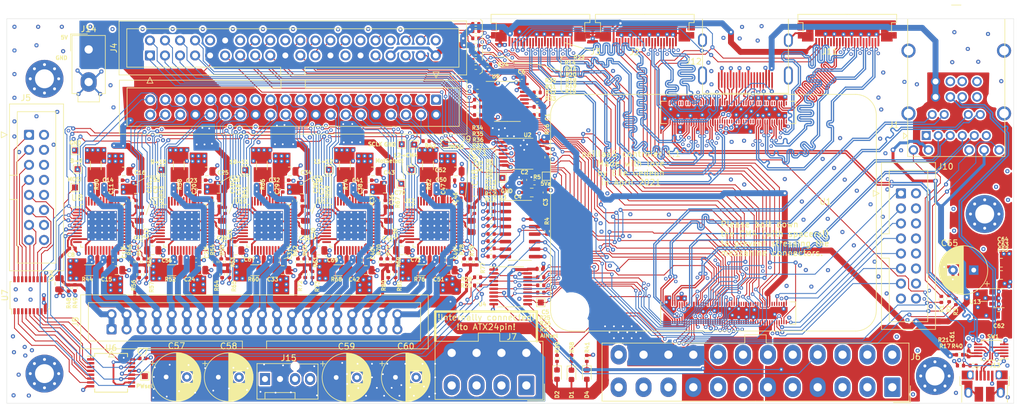
<source format=kicad_pcb>
(kicad_pcb (version 20171130) (host pcbnew 5.1.9-73d0e3b20d~88~ubuntu20.04.1)
  (layers (0 F.Cu signal) (1 VCC.Cu power hide) (2 GND.Cu power hide) (31 B.Cu signal) (34 B.Paste user) (35 F.Paste user) (36 B.SilkS user hide) (37 F.SilkS user) (38 B.Mask user) (39 F.Mask user hide) (44 Edge.Cuts user))
  (net 0 "")
  (net 1 GND)
  (net 2 +5V)
  (net 3 +3V3)
  (net 4 /GPIO/CS6)
  (net 5 /GPIO/SCLK6)
  (net 6 /GPIO/MOSI0)
  (net 7 /GPIO/MISO0)
  (net 8 /GPIO/AIN3)
  (net 9 /GPIO/AIN2)
  (net 10 /GPIO/AIN1)
  (net 11 /GPIO/AIN0)
  (net 12 /GPIO/AIN7)
  (net 13 /GPIO/AIN6)
  (net 14 /GPIO/AIN5)
  (net 15 /GPIO/AIN4)
  (net 16 /GPIO/TxD0)
  (net 17 /GPIO/RxD0)
  (net 18 /GPIO/PWM1)
  (net 19 /GPIO/PWM0)
  (net 20 /GPIO/GPIO24)
  (net 21 /GPIO/GPIO8)
  (net 22 /GPIO/GPIO16)
  (net 23 /GPIO/SDA6)
  (net 24 /GPIO/GPIO18)
  (net 25 /GPIO/CS0)
  (net 26 /GPIO/SCLK0)
  (net 27 /ethernet/ETH_2-)
  (net 28 /ethernet/ETH_2+)
  (net 29 /ethernet/ETH_1+)
  (net 30 /ethernet/ETH_1-)
  (net 31 /ethernet/ETH_3+)
  (net 32 /ethernet/ETH_3-)
  (net 33 /ethernet/ETH_0-)
  (net 34 /ethernet/ETH_0+)
  (net 35 /powerIO/OUT0)
  (net 36 /powerIO/OUT1)
  (net 37 /powerIO/OUT2)
  (net 38 /powerIO/OUT3)
  (net 39 /powerIO/OUT4)
  (net 40 /powerIO/OUT5)
  (net 41 /powerIO/OUT6)
  (net 42 /powerIO/OUT7)
  (net 43 "Net-(U1-Pad16)")
  (net 44 "Net-(U1-Pad18)")
  (net 45 /GPIO/MISO6)
  (net 46 /GPIO/MOSI6)
  (net 47 /GPIO/MOSI)
  (net 48 /GPIO/MISO)
  (net 49 /SDA1)
  (net 50 /GPIO/SCLK)
  (net 51 /GPIO/POWER_SELECT)
  (net 52 /GPIO/MOTOR_SELECT)
  (net 53 "Net-(U1-Pad76)")
  (net 54 /SCL0)
  (net 55 /SDA0)
  (net 56 "Net-(U1-Pad94)")
  (net 57 "Net-(U1-Pad96)")
  (net 58 /CAM_GPIO)
  (net 59 "Net-(U1-Pad104)")
  (net 60 "Net-(U1-Pad106)")
  (net 61 "Net-(U1-Pad111)")
  (net 62 /camera/CAM1D0-)
  (net 63 /camera/CAM1D0+)
  (net 64 /camera/CAM1D1-)
  (net 65 /camera/CAM1D1+)
  (net 66 /camera/CAM1C-)
  (net 67 /camera/CAM0D0-)
  (net 68 /camera/CAM1C+)
  (net 69 /camera/CAM0D0+)
  (net 70 /camera/CAM1D2-)
  (net 71 /camera/CAM0D1-)
  (net 72 /camera/CAM1D2+)
  (net 73 /camera/CAM0D1+)
  (net 74 /camera/CAM1D3-)
  (net 75 /camera/CAM0C-)
  (net 76 /camera/CAM1D3+)
  (net 77 /SCL1)
  (net 78 /camera/CAM0C+)
  (net 79 "Net-(D1-Pad1)")
  (net 80 "Net-(D2-Pad1)")
  (net 81 /GPIO/SCL6)
  (net 82 "Net-(U1-Pad88)")
  (net 83 "Net-(U1-Pad90)")
  (net 84 "Net-(U1-Pad102)")
  (net 85 "Net-(U1-Pad109)")
  (net 86 "Net-(U1-Pad110)")
  (net 87 "Net-(U1-Pad112)")
  (net 88 "Net-(U1-Pad116)")
  (net 89 "Net-(U1-Pad118)")
  (net 90 "Net-(U1-Pad122)")
  (net 91 "Net-(U1-Pad124)")
  (net 92 "Net-(U1-Pad157)")
  (net 93 "Net-(U1-Pad159)")
  (net 94 "Net-(U1-Pad163)")
  (net 95 "Net-(U1-Pad165)")
  (net 96 "Net-(U1-Pad169)")
  (net 97 "Net-(U1-Pad171)")
  (net 98 "Net-(U8-Pad30)")
  (net 99 "Net-(U8-Pad28)")
  (net 100 "Net-(U8-Pad27)")
  (net 101 "Net-(U8-Pad26)")
  (net 102 "Net-(U8-Pad12)")
  (net 103 "Net-(U8-Pad2)")
  (net 104 /GPIO/GPIO18P)
  (net 105 /GPIO/GPIO24P)
  (net 106 /GPIO/GPIO8P)
  (net 107 /GPIO/GPIO16P)
  (net 108 /GPIO/SCL6P)
  (net 109 /GPIO/SDA6P)
  (net 110 /GPIO/RxD0P)
  (net 111 /GPIO/TxD0P)
  (net 112 /GPIO/PWM1P)
  (net 113 /GPIO/PWM0P)
  (net 114 /GPIO/MOSI6P)
  (net 115 /GPIO/MISO6P)
  (net 116 /GPIO/SCLK6P)
  (net 117 /GPIO/CS6P)
  (net 118 /GPIO/MOSI0P)
  (net 119 /GPIO/MISO0P)
  (net 120 /GPIO/SCLK0P)
  (net 121 /GPIO/CS0P)
  (net 122 /GPIO/AIN7P)
  (net 123 /GPIO/AIN6P)
  (net 124 /GPIO/AIN5P)
  (net 125 /GPIO/AIN4P)
  (net 126 /GPIO/AIN3P)
  (net 127 /GPIO/AIN2P)
  (net 128 /GPIO/AIN1P)
  (net 129 /GPIO/AIN0P)
  (net 130 /GPIO/AIN_SELECT_5V)
  (net 131 /cm4/LED_Pwr)
  (net 132 /GPIO/POWERED)
  (net 133 /GPIO/ACT_LED)
  (net 134 /GPIO/MOSI4_3V)
  (net 135 /GPIO/MISO4_3V)
  (net 136 /GPIO/SCLK4_3V)
  (net 137 /GPIO/POWER_SELECT_3V)
  (net 138 /GPIO/MOTOR_SELECT_3V)
  (net 139 /GPIO/AIN_SELECT_3V)
  (net 140 /powerIO/motorU8/BRB)
  (net 141 /powerIO/motorU8/BRA)
  (net 142 /powerIO/motorU8/FILTERED_5V)
  (net 143 "Net-(J2-Pad18)")
  (net 144 "Net-(J2-Pad15)")
  (net 145 "Net-(J2-Pad14)")
  (net 146 "Net-(J2-Pad12)")
  (net 147 "Net-(J2-Pad11)")
  (net 148 "Net-(J3-Pad18)")
  (net 149 "Net-(U6-Pad9)")
  (net 150 "Net-(U9-Pad30)")
  (net 151 "Net-(U9-Pad28)")
  (net 152 "Net-(U9-Pad27)")
  (net 153 "Net-(U9-Pad26)")
  (net 154 "Net-(U9-Pad12)")
  (net 155 "Net-(U9-Pad2)")
  (net 156 "Net-(U10-Pad30)")
  (net 157 "Net-(U10-Pad28)")
  (net 158 "Net-(U10-Pad27)")
  (net 159 "Net-(U10-Pad26)")
  (net 160 "Net-(U10-Pad12)")
  (net 161 "Net-(U10-Pad2)")
  (net 162 "Net-(U11-Pad30)")
  (net 163 "Net-(U11-Pad28)")
  (net 164 "Net-(U11-Pad27)")
  (net 165 "Net-(U11-Pad26)")
  (net 166 "Net-(U11-Pad12)")
  (net 167 "Net-(U11-Pad2)")
  (net 168 "Net-(U12-Pad30)")
  (net 169 "Net-(U12-Pad28)")
  (net 170 "Net-(U12-Pad27)")
  (net 171 "Net-(U12-Pad26)")
  (net 172 "Net-(U12-Pad12)")
  (net 173 "Net-(U12-Pad2)")
  (net 174 /cm4/run_pg)
  (net 175 /cm4/global_en)
  (net 176 /cm4/rpireboot)
  (net 177 /cm4/BT_disable)
  (net 178 /cm4/WL_disable)
  (net 179 /powerIO/motorU9/FILTERED_5V)
  (net 180 /powerIO/motorU9/BRB)
  (net 181 /powerIO/motorU9/BRA)
  (net 182 /powerIO/motorU10/FILTERED_5V)
  (net 183 /powerIO/motorU10/BRB)
  (net 184 /powerIO/motorU10/BRA)
  (net 185 /powerIO/motorU11/FILTERED_5V)
  (net 186 /powerIO/motorU11/BRB)
  (net 187 /powerIO/motorU11/BRA)
  (net 188 /powerIO/motorU8/MISO)
  (net 189 /powerIO/motorU9/MISO)
  (net 190 /powerIO/motorU10/MISO)
  (net 191 /powerIO/motorU11/MISO)
  (net 192 /powerIO/SRC0)
  (net 193 /powerIO/SRC1)
  (net 194 /powerIO/SRC2)
  (net 195 /powerIO/SRC3)
  (net 196 /powerIO/SRC4)
  (net 197 /powerIO/SRC5)
  (net 198 /powerIO/SRC6)
  (net 199 /powerIO/SRC7)
  (net 200 /cm4/EEPROMprotect)
  (net 201 /ethernet/ETH_LED_yellow)
  (net 202 "Net-(J1-Pad15)")
  (net 203 /ethernet/ETH_LED_green)
  (net 204 "Net-(J12-Pad14)")
  (net 205 /display/HDMI_HOT)
  (net 206 /display/HDMI_SCL)
  (net 207 /display/HDMI_SDA)
  (net 208 /display/HDMI_CEC)
  (net 209 /display/HDMI_C-)
  (net 210 /display/HDMI_C+)
  (net 211 /display/HDMI_0-)
  (net 212 /display/HDMI_0+)
  (net 213 /display/HDMI_1-)
  (net 214 /display/HDMI_1+)
  (net 215 /display/HDMI_2-)
  (net 216 /display/HDMI_2+)
  (net 217 "Net-(U1-Pad200)")
  (net 218 "Net-(U1-Pad199)")
  (net 219 "Net-(U1-Pad190)")
  (net 220 "Net-(U1-Pad188)")
  (net 221 "Net-(U1-Pad184)")
  (net 222 "Net-(U1-Pad182)")
  (net 223 "Net-(U1-Pad178)")
  (net 224 "Net-(U1-Pad176)")
  (net 225 "Net-(U1-Pad172)")
  (net 226 "Net-(U1-Pad170)")
  (net 227 "Net-(U1-Pad153)")
  (net 228 "Net-(U1-Pad151)")
  (net 229 /display/DSI1D3+)
  (net 230 /display/DSI1D3-)
  (net 231 /display/DSI1D2+)
  (net 232 /display/DSI1D2-)
  (net 233 /display/DSI1C+)
  (net 234 /display/DSI1C-)
  (net 235 /display/DSI1D1+)
  (net 236 /display/DSI1D1-)
  (net 237 /display/DSI1D0+)
  (net 238 /display/DSI1D0-)
  (net 239 /GPIO/+5Va)
  (net 240 +12V)
  (net 241 "Net-(J1-Pad11)")
  (net 242 "Net-(J1-Pad13)")
  (net 243 /ethernet/ETH_LED_orange)
  (net 244 "Net-(R28-Pad1)")
  (net 245 "Net-(R29-Pad1)")
  (net 246 "Net-(R30-Pad1)")
  (net 247 "Net-(R34-Pad1)")
  (net 248 "Net-(R35-Pad1)")
  (net 249 "Net-(R36-Pad1)")
  (net 250 "Net-(R37-Pad1)")
  (net 251 "Net-(J1-Pad6)")
  (net 252 "Net-(J1-PadU13)")
  (net 253 "Net-(J1-PadU12)")
  (net 254 /powerIO/motorU12/FILTERED_5V)
  (net 255 /cm4/VBUS)
  (net 256 "Net-(D4-Pad1)")
  (net 257 "Net-(J6-Pad20)")
  (net 258 /GPIO/PS_ON)
  (net 259 "Net-(J6-Pad14)")
  (net 260 "Net-(J6-Pad13)")
  (net 261 "Net-(J6-Pad12)")
  (net 262 "Net-(J6-Pad8)")
  (net 263 "Net-(J6-Pad2)")
  (net 264 "Net-(J6-Pad1)")
  (net 265 /powerIO/12B2)
  (net 266 /powerIO/12B1)
  (net 267 /powerIO/12A2)
  (net 268 /powerIO/12A1)
  (net 269 /powerIO/11B2)
  (net 270 /powerIO/11B1)
  (net 271 /powerIO/11A2)
  (net 272 /powerIO/11A1)
  (net 273 /powerIO/10B2)
  (net 274 /powerIO/10B1)
  (net 275 /powerIO/10A2)
  (net 276 /powerIO/10A1)
  (net 277 /powerIO/9B2)
  (net 278 /powerIO/9B1)
  (net 279 /powerIO/9A2)
  (net 280 /powerIO/9A1)
  (net 281 /powerIO/8B2)
  (net 282 /powerIO/8B1)
  (net 283 /powerIO/8A2)
  (net 284 /powerIO/8A1)
  (net 285 /powerIO/12ENCB)
  (net 286 /powerIO/12LIMR)
  (net 287 /powerIO/11ENCB)
  (net 288 /powerIO/11LIMR)
  (net 289 /powerIO/10ENCB)
  (net 290 /powerIO/10LIMR)
  (net 291 /powerIO/9ENCB)
  (net 292 /powerIO/9LIMR)
  (net 293 /powerIO/8ENCB)
  (net 294 /powerIO/8LIMR)
  (net 295 /powerIO/12ENCN)
  (net 296 /powerIO/12ENCA)
  (net 297 /powerIO/12LIML)
  (net 298 /powerIO/11ENCN)
  (net 299 /powerIO/11ENCA)
  (net 300 /powerIO/11LIML)
  (net 301 /powerIO/10ENCN)
  (net 302 /powerIO/10ENCA)
  (net 303 /powerIO/10LIML)
  (net 304 /powerIO/9ENCN)
  (net 305 /powerIO/9ENCA)
  (net 306 /powerIO/9LIML)
  (net 307 /powerIO/8ENCN)
  (net 308 /powerIO/8ENCA)
  (net 309 /powerIO/8LIML)
  (net 310 "Net-(J10-Pad6)")
  (net 311 /cm4/nEXTRST)
  (net 312 "Net-(J11-Pad18)")
  (net 313 "Net-(J11-Pad17)")
  (net 314 "Net-(J13-Pad4)")
  (net 315 "Net-(J13-Pad1)")
  (net 316 "Net-(R4-Pad2)")
  (net 317 "Net-(R17-Pad1)")
  (net 318 "Net-(R25-Pad1)")
  (net 319 "Net-(R26-Pad1)")
  (net 320 "Net-(R27-Pad1)")
  (net 321 "Net-(R31-Pad1)")
  (net 322 "Net-(R32-Pad1)")
  (net 323 "Net-(R33-Pad1)")
  (net 324 /powerIO/motorU12/MISO)
  (net 325 /powerIO/motorU12/BRB)
  (net 326 /powerIO/motorU12/BRA)
  (net 327 "Net-(U1-Pad48)")
  (net 328 /GPIO/PS_ON_3V)
  (net 329 "Net-(U13-Pad3)")
  (net 330 /cm4/USB_ext-)
  (net 331 /cm4/USB_ext+)
  (net 332 /cm4/USB_micro+)
  (net 333 /cm4/USB_micro-)
  (net 334 /cm4/USB_cm4-)
  (net 335 /cm4/USB_cm4+)
  (net 336 "Net-(J9-Pad35)")
  (net 337 "Net-(J9-Pad27)")
  (net 338 "Net-(J9-Pad19)")
  (net 339 "Net-(J9-Pad11)")
  (net 340 "Net-(J9-Pad3)")
  (net 341 /powerIO/motorU8/CPO)
  (net 342 /powerIO/motorU8/CPI)
  (net 343 /powerIO/motorU8/VCP)
  (net 344 /powerIO/motorU9/CPO)
  (net 345 /powerIO/motorU9/CPI)
  (net 346 /powerIO/motorU9/VCP)
  (net 347 /powerIO/motorU10/CPO)
  (net 348 /powerIO/motorU10/CPI)
  (net 349 /powerIO/motorU10/VCP)
  (net 350 /powerIO/motorU11/CPO)
  (net 351 /powerIO/motorU11/CPI)
  (net 352 /powerIO/motorU11/VCP)
  (net 353 /powerIO/motorU12/CPO)
  (net 354 /powerIO/motorU12/CPI)
  (net 355 /powerIO/motorU12/VCP)
  (net 356 "Net-(J10-Pad16)")
  (net 357 "Net-(J10-Pad15)")
  (net 358 /GPIO/+5Vsb)
  (net 359 /cm4/Filtered_3V3)
  (net 360 "Net-(J15-Pad4)")
  (net 361 "Net-(J15-Pad3)")
  (module library:SFV22R-1STBE1HLF (layer F.Cu) (at 172.15 33.61 180)
    (fp_text reference J11 (at 2.95 -1.69) (layer F.SilkS))
    (fp_text value Conn_01x22_MountingPin)
    (pad 22 smd rect (at 5.25 -0.1 180) (size 0.3 1.4) (layers F.Cu F.Paste F.Mask) (net 3 +3V3))
    (pad 21 smd rect (at 4.75 -0.1 180) (size 0.3 1.4) (layers F.Cu F.Paste F.Mask) (net 55 /SDA0))
    (pad 20 smd rect (at 4.25 -0.1 180) (size 0.3 1.4) (layers F.Cu F.Paste F.Mask) (net 54 /SCL0))
    (pad 19 smd rect (at 3.75 -0.1 180) (size 0.3 1.4) (layers F.Cu F.Paste F.Mask) (net 1 GND))
    (pad 18 smd rect (at 3.25 -0.1 180) (size 0.3 1.4) (layers F.Cu F.Paste F.Mask) (net 312 "Net-(J11-Pad18)"))
    (pad 17 smd rect (at 2.75 -0.1 180) (size 0.3 1.4) (layers F.Cu F.Paste F.Mask) (net 313 "Net-(J11-Pad17)"))
    (pad 16 smd rect (at 2.25 -0.1 180) (size 0.3 1.4) (layers F.Cu F.Paste F.Mask) (net 1 GND))
    (pad 15 smd rect (at 1.75 -0.1 180) (size 0.3 1.4) (layers F.Cu F.Paste F.Mask) (net 229 /display/DSI1D3+))
    (pad 14 smd rect (at 1.25 -0.1 180) (size 0.3 1.4) (layers F.Cu F.Paste F.Mask) (net 230 /display/DSI1D3-))
    (pad 13 smd rect (at 0.75 -0.1 180) (size 0.3 1.4) (layers F.Cu F.Paste F.Mask) (net 1 GND))
    (pad 12 smd rect (at 0.25 -0.1 180) (size 0.3 1.4) (layers F.Cu F.Paste F.Mask) (net 231 /display/DSI1D2+))
    (pad 11 smd rect (at -0.25 -0.1 180) (size 0.3 1.4) (layers F.Cu F.Paste F.Mask) (net 232 /display/DSI1D2-))
    (pad 10 smd rect (at -0.75 -0.1 180) (size 0.3 1.4) (layers F.Cu F.Paste F.Mask) (net 1 GND))
    (pad 9 smd rect (at -1.25 -0.1 180) (size 0.3 1.4) (layers F.Cu F.Paste F.Mask) (net 233 /display/DSI1C+))
    (pad 8 smd rect (at -1.75 -0.1 180) (size 0.3 1.4) (layers F.Cu F.Paste F.Mask) (net 234 /display/DSI1C-))
    (pad 7 smd rect (at -2.25 -0.1 180) (size 0.3 1.4) (layers F.Cu F.Paste F.Mask) (net 1 GND))
    (pad 6 smd rect (at -2.75 -0.1 180) (size 0.3 1.4) (layers F.Cu F.Paste F.Mask) (net 235 /display/DSI1D1+))
    (pad 5 smd rect (at -3.25 -0.1 180) (size 0.3 1.4) (layers F.Cu F.Paste F.Mask) (net 236 /display/DSI1D1-))
    (pad 4 smd rect (at -3.75 -0.1 180) (size 0.3 1.4) (layers F.Cu F.Paste F.Mask) (net 1 GND))
    (pad 3 smd rect (at -4.25 -0.1 180) (size 0.3 1.4) (layers F.Cu F.Paste F.Mask) (net 237 /display/DSI1D0+))
    (pad 2 smd rect (at -4.75 -0.1 180) (size 0.3 1.4) (layers F.Cu F.Paste F.Mask) (net 238 /display/DSI1D0-))
    (pad 1 smd rect (at -5.25 -0.1 180) (size 0.3 1.4) (layers F.Cu F.Paste F.Mask) (net 1 GND))
    (pad MP smd rect (at 6.675 0.8 180) (size 1.95 1.6) (layers F.Cu F.Paste F.Mask) (net 1 GND))
    (pad MP smd rect (at 8 1.05 180) (size 0.7 1.1) (layers F.Cu F.Paste F.Mask) (net 1 GND))
    (pad MP smd rect (at 6.325 1.95 180) (size 1.25 0.7) (layers F.Cu F.Paste F.Mask) (net 1 GND))
    (pad MP smd rect (at -6.325 1.95 180) (size 1.25 0.7) (layers F.Cu F.Paste F.Mask) (net 1 GND))
    (pad MP smd rect (at -8 1.05 180) (size 0.7 1.1) (layers F.Cu F.Paste F.Mask) (net 1 GND))
    (pad MP smd rect (at -6.675 0.8 180) (size 1.95 1.6) (layers F.Cu F.Paste F.Mask) (net 1 GND))
  )
  (module library:SFV22R-1STBE1HLF (layer F.Cu) (at 120.35 33.61 180)
    (fp_text reference J3 (at -9.28 -1.73) (layer F.SilkS))
    (fp_text value Conn_01x22_MountingPin)
    (pad 22 smd rect (at 5.25 -0.1 180) (size 0.3 1.4) (layers F.Cu F.Paste F.Mask) (net 3 +3V3))
    (pad 21 smd rect (at 4.75 -0.1 180) (size 0.3 1.4) (layers F.Cu F.Paste F.Mask) (net 55 /SDA0))
    (pad 20 smd rect (at 4.25 -0.1 180) (size 0.3 1.4) (layers F.Cu F.Paste F.Mask) (net 54 /SCL0))
    (pad 19 smd rect (at 3.75 -0.1 180) (size 0.3 1.4) (layers F.Cu F.Paste F.Mask) (net 1 GND))
    (pad 18 smd rect (at 3.25 -0.1 180) (size 0.3 1.4) (layers F.Cu F.Paste F.Mask) (net 148 "Net-(J3-Pad18)"))
    (pad 17 smd rect (at 2.75 -0.1 180) (size 0.3 1.4) (layers F.Cu F.Paste F.Mask) (net 58 /CAM_GPIO))
    (pad 16 smd rect (at 2.25 -0.1 180) (size 0.3 1.4) (layers F.Cu F.Paste F.Mask) (net 1 GND))
    (pad 15 smd rect (at 1.75 -0.1 180) (size 0.3 1.4) (layers F.Cu F.Paste F.Mask) (net 76 /camera/CAM1D3+))
    (pad 14 smd rect (at 1.25 -0.1 180) (size 0.3 1.4) (layers F.Cu F.Paste F.Mask) (net 74 /camera/CAM1D3-))
    (pad 13 smd rect (at 0.75 -0.1 180) (size 0.3 1.4) (layers F.Cu F.Paste F.Mask) (net 1 GND))
    (pad 12 smd rect (at 0.25 -0.1 180) (size 0.3 1.4) (layers F.Cu F.Paste F.Mask) (net 72 /camera/CAM1D2+))
    (pad 11 smd rect (at -0.25 -0.1 180) (size 0.3 1.4) (layers F.Cu F.Paste F.Mask) (net 70 /camera/CAM1D2-))
    (pad 10 smd rect (at -0.75 -0.1 180) (size 0.3 1.4) (layers F.Cu F.Paste F.Mask) (net 1 GND))
    (pad 9 smd rect (at -1.25 -0.1 180) (size 0.3 1.4) (layers F.Cu F.Paste F.Mask) (net 68 /camera/CAM1C+))
    (pad 8 smd rect (at -1.75 -0.1 180) (size 0.3 1.4) (layers F.Cu F.Paste F.Mask) (net 66 /camera/CAM1C-))
    (pad 7 smd rect (at -2.25 -0.1 180) (size 0.3 1.4) (layers F.Cu F.Paste F.Mask) (net 1 GND))
    (pad 6 smd rect (at -2.75 -0.1 180) (size 0.3 1.4) (layers F.Cu F.Paste F.Mask) (net 65 /camera/CAM1D1+))
    (pad 5 smd rect (at -3.25 -0.1 180) (size 0.3 1.4) (layers F.Cu F.Paste F.Mask) (net 64 /camera/CAM1D1-))
    (pad 4 smd rect (at -3.75 -0.1 180) (size 0.3 1.4) (layers F.Cu F.Paste F.Mask) (net 1 GND))
    (pad 3 smd rect (at -4.25 -0.1 180) (size 0.3 1.4) (layers F.Cu F.Paste F.Mask) (net 63 /camera/CAM1D0+))
    (pad 2 smd rect (at -4.75 -0.1 180) (size 0.3 1.4) (layers F.Cu F.Paste F.Mask) (net 62 /camera/CAM1D0-))
    (pad 1 smd rect (at -5.25 -0.1 180) (size 0.3 1.4) (layers F.Cu F.Paste F.Mask) (net 1 GND))
    (pad MP smd rect (at 6.675 0.8 180) (size 1.95 1.6) (layers F.Cu F.Paste F.Mask) (net 1 GND))
    (pad MP smd rect (at 8 1.05 180) (size 0.7 1.1) (layers F.Cu F.Paste F.Mask) (net 1 GND))
    (pad MP smd rect (at 6.325 1.95 180) (size 1.25 0.7) (layers F.Cu F.Paste F.Mask) (net 1 GND))
    (pad MP smd rect (at -6.325 1.95 180) (size 1.25 0.7) (layers F.Cu F.Paste F.Mask) (net 1 GND))
    (pad MP smd rect (at -8 1.05 180) (size 0.7 1.1) (layers F.Cu F.Paste F.Mask) (net 1 GND))
    (pad MP smd rect (at -6.675 0.8 180) (size 1.95 1.6) (layers F.Cu F.Paste F.Mask) (net 1 GND))
  )
  (module library:SFV22R-1STBE1HLF (layer F.Cu) (at 137.96 33.61 180)
    (fp_text reference J2 (at 1.74 -1.79) (layer F.SilkS))
    (fp_text value Conn_01x22_MountingPin)
    (pad 22 smd rect (at 5.25 -0.1 180) (size 0.3 1.4) (layers F.Cu F.Paste F.Mask) (net 3 +3V3))
    (pad 21 smd rect (at 4.75 -0.1 180) (size 0.3 1.4) (layers F.Cu F.Paste F.Mask) (net 49 /SDA1))
    (pad 20 smd rect (at 4.25 -0.1 180) (size 0.3 1.4) (layers F.Cu F.Paste F.Mask) (net 77 /SCL1))
    (pad 19 smd rect (at 3.75 -0.1 180) (size 0.3 1.4) (layers F.Cu F.Paste F.Mask) (net 1 GND))
    (pad 18 smd rect (at 3.25 -0.1 180) (size 0.3 1.4) (layers F.Cu F.Paste F.Mask) (net 143 "Net-(J2-Pad18)"))
    (pad 17 smd rect (at 2.75 -0.1 180) (size 0.3 1.4) (layers F.Cu F.Paste F.Mask) (net 58 /CAM_GPIO))
    (pad 16 smd rect (at 2.25 -0.1 180) (size 0.3 1.4) (layers F.Cu F.Paste F.Mask) (net 1 GND))
    (pad 15 smd rect (at 1.75 -0.1 180) (size 0.3 1.4) (layers F.Cu F.Paste F.Mask) (net 144 "Net-(J2-Pad15)"))
    (pad 14 smd rect (at 1.25 -0.1 180) (size 0.3 1.4) (layers F.Cu F.Paste F.Mask) (net 145 "Net-(J2-Pad14)"))
    (pad 13 smd rect (at 0.75 -0.1 180) (size 0.3 1.4) (layers F.Cu F.Paste F.Mask) (net 1 GND))
    (pad 12 smd rect (at 0.25 -0.1 180) (size 0.3 1.4) (layers F.Cu F.Paste F.Mask) (net 146 "Net-(J2-Pad12)"))
    (pad 11 smd rect (at -0.25 -0.1 180) (size 0.3 1.4) (layers F.Cu F.Paste F.Mask) (net 147 "Net-(J2-Pad11)"))
    (pad 10 smd rect (at -0.75 -0.1 180) (size 0.3 1.4) (layers F.Cu F.Paste F.Mask) (net 1 GND))
    (pad 9 smd rect (at -1.25 -0.1 180) (size 0.3 1.4) (layers F.Cu F.Paste F.Mask) (net 78 /camera/CAM0C+))
    (pad 8 smd rect (at -1.75 -0.1 180) (size 0.3 1.4) (layers F.Cu F.Paste F.Mask) (net 75 /camera/CAM0C-))
    (pad 7 smd rect (at -2.25 -0.1 180) (size 0.3 1.4) (layers F.Cu F.Paste F.Mask) (net 1 GND))
    (pad 6 smd rect (at -2.75 -0.1 180) (size 0.3 1.4) (layers F.Cu F.Paste F.Mask) (net 73 /camera/CAM0D1+))
    (pad 5 smd rect (at -3.25 -0.1 180) (size 0.3 1.4) (layers F.Cu F.Paste F.Mask) (net 71 /camera/CAM0D1-))
    (pad 4 smd rect (at -3.75 -0.1 180) (size 0.3 1.4) (layers F.Cu F.Paste F.Mask) (net 1 GND))
    (pad 3 smd rect (at -4.25 -0.1 180) (size 0.3 1.4) (layers F.Cu F.Paste F.Mask) (net 69 /camera/CAM0D0+))
    (pad 2 smd rect (at -4.75 -0.1 180) (size 0.3 1.4) (layers F.Cu F.Paste F.Mask) (net 67 /camera/CAM0D0-))
    (pad 1 smd rect (at -5.25 -0.1 180) (size 0.3 1.4) (layers F.Cu F.Paste F.Mask) (net 1 GND))
    (pad MP smd rect (at 6.675 0.8 180) (size 1.95 1.6) (layers F.Cu F.Paste F.Mask) (net 1 GND))
    (pad MP smd rect (at 8 1.05 180) (size 0.7 1.1) (layers F.Cu F.Paste F.Mask) (net 1 GND))
    (pad MP smd rect (at 6.325 1.95 180) (size 1.25 0.7) (layers F.Cu F.Paste F.Mask) (net 1 GND))
    (pad MP smd rect (at -6.325 1.95 180) (size 1.25 0.7) (layers F.Cu F.Paste F.Mask) (net 1 GND))
    (pad MP smd rect (at -8 1.05 180) (size 0.7 1.1) (layers F.Cu F.Paste F.Mask) (net 1 GND))
    (pad MP smd rect (at -6.675 0.8 180) (size 1.95 1.6) (layers F.Cu F.Paste F.Mask) (net 1 GND))
  )
  (module Capacitor_SMD:C_0402_1005Metric (layer F.Cu) (at 68.25 67.44)
    (fp_text reference C26 (at -1.69 -0.63) (layer F.SilkS) (effects (font (size 0.6 0.6))))
    (fp_text value 100n)
    (pad 2 smd roundrect (at 0.48 0) (size 0.56 0.62) (layers F.Cu F.Paste F.Mask) (net 1 GND))
    (pad 1 smd roundrect (at -0.48 0) (size 0.56 0.62) (layers F.Cu F.Paste F.Mask) (net 2 +5V))
  )
  (module Capacitor_SMD:C_0805_2012Metric (layer F.Cu) (at 96.9 68.92)
    (fp_text reference C72 (at 2.38 1.6) (layer F.SilkS) (effects (font (size 0.6 0.6))))
    (fp_text value 10u)
    (pad 2 smd roundrect (at 0.95 0) (size 1 1.45) (layers F.Cu F.Paste F.Mask) (net 1 GND))
    (pad 1 smd roundrect (at -0.95 0) (size 1 1.45) (layers F.Cu F.Paste F.Mask) (net 2 +5V))
  )
  (module Capacitor_SMD:C_0805_2012Metric (layer F.Cu) (at 109.22 59.02 180)
    (fp_text reference C71 (at -0.75 6.62) (layer F.SilkS))
    (fp_text value 10u)
    (pad 2 smd roundrect (at 0.95 0 180) (size 1 1.45) (layers F.Cu F.Paste F.Mask) (net 1 GND))
    (pad 1 smd roundrect (at -0.95 0 180) (size 1 1.45) (layers F.Cu F.Paste F.Mask) (net 2 +5V))
  )
  (module Capacitor_SMD:C_0805_2012Metric (layer F.Cu) (at 94.05 58.47 180)
    (fp_text reference C70 (at -2.58 -0.71) (layer F.SilkS) (effects (font (size 0.65 0.65))))
    (fp_text value 10u)
    (pad 2 smd roundrect (at 0.95 0 180) (size 1 1.45) (layers F.Cu F.Paste F.Mask) (net 1 GND))
    (pad 1 smd roundrect (at -0.95 0 180) (size 1 1.45) (layers F.Cu F.Paste F.Mask) (net 2 +5V))
  )
  (module Capacitor_SMD:C_0805_2012Metric (layer F.Cu) (at 82.9 68.93)
    (fp_text reference C69 (at 2.34 1.64) (layer F.SilkS) (effects (font (size 0.65 0.65))))
    (fp_text value 10u)
    (pad 2 smd roundrect (at 0.95 0) (size 1 1.45) (layers F.Cu F.Paste F.Mask) (net 1 GND))
    (pad 1 smd roundrect (at -0.95 0) (size 1 1.45) (layers F.Cu F.Paste F.Mask) (net 2 +5V))
  )
  (module Capacitor_SMD:C_0805_2012Metric (layer F.Cu) (at 80.05 58.61 180)
    (fp_text reference C68 (at -2.61 1.59) (layer F.SilkS) (effects (font (size 0.65 0.65))))
    (fp_text value 10u)
    (pad 2 smd roundrect (at 0.95 0 180) (size 1 1.45) (layers F.Cu F.Paste F.Mask) (net 1 GND))
    (pad 1 smd roundrect (at -0.95 0 180) (size 1 1.45) (layers F.Cu F.Paste F.Mask) (net 2 +5V))
  )
  (module Capacitor_SMD:C_0805_2012Metric (layer F.Cu) (at 68.88 68.94)
    (fp_text reference C67 (at 2.32 1.52) (layer F.SilkS) (effects (font (size 0.65 0.65))))
    (fp_text value 10u)
    (pad 2 smd roundrect (at 0.95 0) (size 1 1.45) (layers F.Cu F.Paste F.Mask) (net 1 GND))
    (pad 1 smd roundrect (at -0.95 0) (size 1 1.45) (layers F.Cu F.Paste F.Mask) (net 2 +5V))
  )
  (module Capacitor_SMD:C_0805_2012Metric (layer F.Cu) (at 66.01 58.52 180)
    (fp_text reference C66 (at -2.69 1.54) (layer F.SilkS) (effects (font (size 0.65 0.65))))
    (fp_text value 10u)
    (pad 2 smd roundrect (at 0.95 0 180) (size 1 1.45) (layers F.Cu F.Paste F.Mask) (net 1 GND))
    (pad 1 smd roundrect (at -0.95 0 180) (size 1 1.45) (layers F.Cu F.Paste F.Mask) (net 2 +5V))
  )
  (module Capacitor_SMD:C_0805_2012Metric (layer F.Cu) (at 54.87 68.9)
    (fp_text reference C56 (at 2.39 1.73) (layer F.SilkS) (effects (font (size 0.6 0.6))))
    (fp_text value 10u)
    (pad 2 smd roundrect (at 0.95 0) (size 1 1.45) (layers F.Cu F.Paste F.Mask) (net 1 GND))
    (pad 1 smd roundrect (at -0.95 0) (size 1 1.45) (layers F.Cu F.Paste F.Mask) (net 2 +5V))
  )
  (module Capacitor_SMD:C_0805_2012Metric (layer F.Cu) (at 52.02 58.56 180)
    (fp_text reference C55 (at -3.19 1.58) (layer F.SilkS) (effects (font (size 0.65 0.65))))
    (fp_text value 10u)
    (pad 2 smd roundrect (at 0.95 0 180) (size 1 1.45) (layers F.Cu F.Paste F.Mask) (net 1 GND))
    (pad 1 smd roundrect (at -0.95 0 180) (size 1 1.45) (layers F.Cu F.Paste F.Mask) (net 2 +5V))
  )
  (module Capacitor_SMD:C_0805_2012Metric (layer F.Cu) (at 39.13 74.56 270)
    (fp_text reference C54 (at -1.29 1.36 90) (layer F.SilkS) (effects (font (size 0.6 0.6))))
    (fp_text value 10u)
    (pad 2 smd roundrect (at 0.95 0 270) (size 1 1.45) (layers F.Cu F.Paste F.Mask) (net 1 GND))
    (pad 1 smd roundrect (at -0.95 0 270) (size 1 1.45) (layers F.Cu F.Paste F.Mask) (net 2 +5V))
  )
  (module Capacitor_SMD:C_0402_1005Metric (layer F.Cu) (at 197.4 74.6)
    (fp_text reference C53 (at 1.05 -5.825) (layer F.SilkS) (effects (font (size 0.65 0.65))))
    (fp_text value 100n)
    (pad 2 smd roundrect (at 0.48 0) (size 0.56 0.62) (layers F.Cu F.Paste F.Mask) (net 1 GND))
    (pad 1 smd roundrect (at -0.48 0) (size 0.56 0.62) (layers F.Cu F.Paste F.Mask) (net 255 /cm4/VBUS))
  )
  (module Connector:FanPinHeader_1x04_P2.54mm_Vertical (layer F.Cu) (at 73.83 90.66)
    (fp_text reference J15 (at 4 -3.55) (layer F.SilkS))
    (fp_text value "Fan connector")
    (pad "" np_thru_hole circle (at 5.08 -2.16 90) (size 1.1 1.1) (drill 1.1) (layers *.Cu *.Mask))
    (pad 4 thru_hole oval (at 7.62 0 90) (size 2.03 1.73) (drill 1.02) (layers *.Cu *.Mask) (net 360 "Net-(J15-Pad4)"))
    (pad 3 thru_hole oval (at 5.08 0 90) (size 2.03 1.73) (drill 1.02) (layers *.Cu *.Mask) (net 361 "Net-(J15-Pad3)"))
    (pad 2 thru_hole oval (at 2.54 0 90) (size 2.03 1.73) (drill 1.02) (layers *.Cu *.Mask) (net 240 +12V))
    (pad 1 thru_hole rect (at 0 0 90) (size 2.03 1.73) (drill 1.02) (layers *.Cu *.Mask) (net 1 GND))
  )
  (module Resistor_SMD:R_0402_1005Metric (layer F.Cu) (at 188.025 77.2 270)
    (fp_text reference R1 (at 1.5984 -0.0584 90) (layer F.SilkS) (effects (font (size 0.65 0.65))))
    (fp_text value 1k8)
    (pad 2 smd roundrect (at 0.51 0 270) (size 0.54 0.64) (layers F.Cu F.Paste F.Mask) (net 201 /ethernet/ETH_LED_yellow))
    (pad 1 smd roundrect (at -0.51 0 270) (size 0.54 0.64) (layers F.Cu F.Paste F.Mask) (net 241 "Net-(J1-Pad11)"))
  )
  (module Connector_Molex:Molex_Mini-Fit_Jr_5566-02A_2x01_P4.20mm_Vertical (layer F.Cu) (at 44.06 34.95)
    (fp_text reference J14 (at 0 -3.45) (layer F.SilkS))
    (fp_text value Conn_02x01)
    (pad 2 thru_hole oval (at 0 5.5) (size 2.7 3.3) (drill 1.4) (layers *.Cu *.Mask) (net 1 GND))
    (pad 1 thru_hole roundrect (at 0 0) (size 2.7 3.3) (drill 1.4) (layers *.Cu *.Mask) (roundrect_rratio 0.09259299999999999) (net 2 +5V))
  )
  (module Package_SO:TSSOP-14_4.4x5mm_P0.65mm (layer F.Cu) (at 116.8908 52.578)
    (fp_text reference U2 (at 1.2792 -3.178) (layer F.SilkS) (effects (font (size 0.65 0.65))))
    (fp_text value 74LVC125)
    (pad 14 smd roundrect (at 2.8625 -1.95) (size 1.475 0.4) (layers F.Cu F.Paste F.Mask) (net 3 +3V3))
    (pad 13 smd roundrect (at 2.8625 -1.3) (size 1.475 0.4) (layers F.Cu F.Paste F.Mask) (net 1 GND))
    (pad 12 smd roundrect (at 2.8625 -0.65) (size 1.475 0.4) (layers F.Cu F.Paste F.Mask) (net 48 /GPIO/MISO))
    (pad 11 smd roundrect (at 2.8625 0) (size 1.475 0.4) (layers F.Cu F.Paste F.Mask) (net 135 /GPIO/MISO4_3V))
    (pad 10 smd roundrect (at 2.8625 0.65) (size 1.475 0.4) (layers F.Cu F.Paste F.Mask) (net 1 GND))
    (pad 9 smd roundrect (at 2.8625 1.3) (size 1.475 0.4) (layers F.Cu F.Paste F.Mask) (net 119 /GPIO/MISO0P))
    (pad 8 smd roundrect (at 2.8625 1.95) (size 1.475 0.4) (layers F.Cu F.Paste F.Mask) (net 7 /GPIO/MISO0))
    (pad 7 smd roundrect (at -2.8625 1.95) (size 1.475 0.4) (layers F.Cu F.Paste F.Mask) (net 1 GND))
    (pad 6 smd roundrect (at -2.8625 1.3) (size 1.475 0.4) (layers F.Cu F.Paste F.Mask) (net 45 /GPIO/MISO6))
    (pad 5 smd roundrect (at -2.8625 0.65) (size 1.475 0.4) (layers F.Cu F.Paste F.Mask) (net 115 /GPIO/MISO6P))
    (pad 4 smd roundrect (at -2.8625 0) (size 1.475 0.4) (layers F.Cu F.Paste F.Mask) (net 1 GND))
    (pad 3 smd roundrect (at -2.8625 -0.65) (size 1.475 0.4) (layers F.Cu F.Paste F.Mask) (net 17 /GPIO/RxD0))
    (pad 2 smd roundrect (at -2.8625 -1.3) (size 1.475 0.4) (layers F.Cu F.Paste F.Mask) (net 110 /GPIO/RxD0P))
    (pad 1 smd roundrect (at -2.8625 -1.95) (size 1.475 0.4) (layers F.Cu F.Paste F.Mask) (net 1 GND))
  )
  (module TestPoint:TestPoint_Pad_1.0x1.0mm (layer F.Cu) (at 98.55 55.31)
    (fp_text reference TP19 hide)
    (fp_text value TestPoint)
    (pad 1 smd rect (at 0 0) (size 1 1) (layers F.Cu F.Mask) (net 324 /powerIO/motorU12/MISO))
  )
  (module TestPoint:TestPoint_Pad_1.0x1.0mm (layer F.Cu) (at 84.62 55.28)
    (fp_text reference TP17 hide)
    (fp_text value TestPoint)
    (pad 1 smd rect (at 0 0) (size 1 1) (layers F.Cu F.Mask) (net 191 /powerIO/motorU11/MISO))
  )
  (module TestPoint:TestPoint_Pad_1.0x1.0mm (layer F.Cu) (at 70.51 55.37)
    (fp_text reference TP15 hide)
    (fp_text value TestPoint)
    (pad 1 smd rect (at 0 0) (size 1 1) (layers F.Cu F.Mask) (net 190 /powerIO/motorU10/MISO))
  )
  (module TestPoint:TestPoint_Pad_1.0x1.0mm (layer F.Cu) (at 56.39 55.32)
    (fp_text reference TP13 hide)
    (fp_text value TestPoint)
    (pad 1 smd rect (at 0 0) (size 1 1) (layers F.Cu F.Mask) (net 189 /powerIO/motorU9/MISO))
  )
  (module TestPoint:TestPoint_Pad_1.0x1.0mm (layer F.Cu) (at 42.18 55.18)
    (fp_text reference TP11 hide)
    (fp_text value TestPoint)
    (pad 1 smd rect (at 0 0) (size 1 1) (layers F.Cu F.Mask) (net 188 /powerIO/motorU8/MISO))
  )
  (module TestPoint:TestPoint_Pad_1.0x1.0mm (layer F.Cu) (at 41.8 52.03)
    (fp_text reference TP10 hide)
    (fp_text value TestPoint)
    (pad 1 smd rect (at 0 0) (size 1 1) (layers F.Cu F.Mask) (net 1 GND))
  )
  (module TestPoint:TestPoint_Pad_1.0x1.0mm (layer F.Cu) (at 96.85 57.64)
    (fp_text reference TP9 hide)
    (fp_text value TestPoint)
    (pad 1 smd rect (at 0 0) (size 1 1) (layers F.Cu F.Mask) (net 52 /GPIO/MOTOR_SELECT))
  )
  (module TestPoint:TestPoint_Pad_1.0x1.0mm (layer F.Cu) (at 41.75 58.28)
    (fp_text reference TP8 hide)
    (fp_text value TestPoint)
    (pad 1 smd rect (at 0 0) (size 1 1) (layers F.Cu F.Mask) (net 47 /GPIO/MOSI))
  )
  (module TestPoint:TestPoint_Pad_1.0x1.0mm (layer F.Cu) (at 96.92 50.97)
    (fp_text reference TP7 hide)
    (fp_text value TestPoint)
    (pad 1 smd rect (at 0 0) (size 1 1) (layers F.Cu F.Mask) (net 50 /GPIO/SCLK))
  )
  (module TestPoint:TestPoint_Pad_1.0x1.0mm (layer F.Cu) (at 104.2416 50.9016)
    (fp_text reference TP6 hide)
    (fp_text value TestPoint)
    (pad 1 smd rect (at 0 0) (size 1 1) (layers F.Cu F.Mask) (net 48 /GPIO/MISO))
  )
  (module TestPoint:TestPoint_Pad_1.0x1.0mm (layer F.Cu) (at 53.55 90.175)
    (fp_text reference TP5 hide)
    (fp_text value TestPoint)
    (pad 1 smd rect (at 0 0) (size 1 1) (layers F.Cu F.Mask) (net 51 /GPIO/POWER_SELECT))
  )
  (module TestPoint:TestPoint_Pad_1.0x1.0mm (layer F.Cu) (at 113.92 56.67)
    (fp_text reference TP4 hide)
    (fp_text value TestPoint)
    (pad 1 smd rect (at 0 0) (size 1 1) (layers F.Cu F.Mask) (net 1 GND))
  )
  (module TestPoint:TestPoint_Pad_1.0x1.0mm (layer F.Cu) (at 99.03 51.03)
    (fp_text reference TP3 hide)
    (fp_text value TestPoint)
    (pad 1 smd rect (at 0 0) (size 1 1) (layers F.Cu F.Mask) (net 1 GND))
  )
  (module TestPoint:TestPoint_Pad_1.0x1.0mm (layer F.Cu) (at 120.396 77.724)
    (fp_text reference TP2 hide)
    (fp_text value TestPoint)
    (pad 1 smd rect (at 0 0) (size 1 1) (layers F.Cu F.Mask) (net 130 /GPIO/AIN_SELECT_5V))
  )
  (module TestPoint:TestPoint_Pad_1.0x1.0mm (layer F.Cu) (at 121.34 56.37)
    (fp_text reference TP1 hide)
    (fp_text value TestPoint)
    (pad 1 smd rect (at 0 0) (size 1 1) (layers F.Cu F.Mask) (net 239 /GPIO/+5Va))
  )
  (module RPi_Compute_Module_4:Raspberry-Pi-4-Compute-Module (layer F.Cu) (at 152.05 62.55 90)
    (fp_text reference U1 (at 1.88 16.42 180) (layer F.SilkS))
    (fp_text value Compute_Module_4_Functional)
    (pad 200 smd rect (at 18.5 9.8) (size 0.2 0.7) (layers F.Cu F.Paste F.Mask) (net 217 "Net-(U1-Pad200)"))
    (pad 199 smd rect (at 15.42 9.8) (size 0.2 0.7) (layers F.Cu F.Paste F.Mask) (net 218 "Net-(U1-Pad199)"))
    (pad 198 smd rect (at 18.5 9.4) (size 0.2 0.7) (layers F.Cu F.Paste F.Mask) (net 1 GND))
    (pad 197 smd rect (at 15.42 9.4) (size 0.2 0.7) (layers F.Cu F.Paste F.Mask) (net 1 GND))
    (pad 196 smd rect (at 18.5 9) (size 0.2 0.7) (layers F.Cu F.Paste F.Mask) (net 229 /display/DSI1D3+))
    (pad 195 smd rect (at 15.42 9) (size 0.2 0.7) (layers F.Cu F.Paste F.Mask) (net 231 /display/DSI1D2+))
    (pad 194 smd rect (at 18.5 8.6) (size 0.2 0.7) (layers F.Cu F.Paste F.Mask) (net 230 /display/DSI1D3-))
    (pad 193 smd rect (at 15.42 8.6) (size 0.2 0.7) (layers F.Cu F.Paste F.Mask) (net 232 /display/DSI1D2-))
    (pad 192 smd rect (at 18.5 8.2) (size 0.2 0.7) (layers F.Cu F.Paste F.Mask) (net 1 GND))
    (pad 191 smd rect (at 15.42 8.2) (size 0.2 0.7) (layers F.Cu F.Paste F.Mask) (net 1 GND))
    (pad 190 smd rect (at 18.5 7.8) (size 0.2 0.7) (layers F.Cu F.Paste F.Mask) (net 219 "Net-(U1-Pad190)"))
    (pad 189 smd rect (at 15.42 7.8) (size 0.2 0.7) (layers F.Cu F.Paste F.Mask) (net 233 /display/DSI1C+))
    (pad 188 smd rect (at 18.5 7.4) (size 0.2 0.7) (layers F.Cu F.Paste F.Mask) (net 220 "Net-(U1-Pad188)"))
    (pad 187 smd rect (at 15.42 7.4) (size 0.2 0.7) (layers F.Cu F.Paste F.Mask) (net 234 /display/DSI1C-))
    (pad 186 smd rect (at 18.5 7) (size 0.2 0.7) (layers F.Cu F.Paste F.Mask) (net 1 GND))
    (pad 185 smd rect (at 15.42 7) (size 0.2 0.7) (layers F.Cu F.Paste F.Mask) (net 1 GND))
    (pad 184 smd rect (at 18.5 6.6) (size 0.2 0.7) (layers F.Cu F.Paste F.Mask) (net 221 "Net-(U1-Pad184)"))
    (pad 183 smd rect (at 15.42 6.6) (size 0.2 0.7) (layers F.Cu F.Paste F.Mask) (net 235 /display/DSI1D1+))
    (pad 182 smd rect (at 18.5 6.2) (size 0.2 0.7) (layers F.Cu F.Paste F.Mask) (net 222 "Net-(U1-Pad182)"))
    (pad 181 smd rect (at 15.42 6.2) (size 0.2 0.7) (layers F.Cu F.Paste F.Mask) (net 236 /display/DSI1D1-))
    (pad 180 smd rect (at 18.5 5.8) (size 0.2 0.7) (layers F.Cu F.Paste F.Mask) (net 1 GND))
    (pad 179 smd rect (at 15.42 5.8) (size 0.2 0.7) (layers F.Cu F.Paste F.Mask) (net 1 GND))
    (pad 178 smd rect (at 18.5 5.4) (size 0.2 0.7) (layers F.Cu F.Paste F.Mask) (net 223 "Net-(U1-Pad178)"))
    (pad 177 smd rect (at 15.42 5.4) (size 0.2 0.7) (layers F.Cu F.Paste F.Mask) (net 237 /display/DSI1D0+))
    (pad 176 smd rect (at 18.5 5) (size 0.2 0.7) (layers F.Cu F.Paste F.Mask) (net 224 "Net-(U1-Pad176)"))
    (pad 175 smd rect (at 15.42 5) (size 0.2 0.7) (layers F.Cu F.Paste F.Mask) (net 238 /display/DSI1D0-))
    (pad 174 smd rect (at 18.5 4.6) (size 0.2 0.7) (layers F.Cu F.Paste F.Mask) (net 1 GND))
    (pad 173 smd rect (at 15.42 4.6) (size 0.2 0.7) (layers F.Cu F.Paste F.Mask) (net 1 GND))
    (pad 172 smd rect (at 18.5 4.2) (size 0.2 0.7) (layers F.Cu F.Paste F.Mask) (net 225 "Net-(U1-Pad172)"))
    (pad 171 smd rect (at 15.42 4.2) (size 0.2 0.7) (layers F.Cu F.Paste F.Mask) (net 97 "Net-(U1-Pad171)"))
    (pad 170 smd rect (at 18.5 3.8) (size 0.2 0.7) (layers F.Cu F.Paste F.Mask) (net 226 "Net-(U1-Pad170)"))
    (pad 169 smd rect (at 15.42 3.8) (size 0.2 0.7) (layers F.Cu F.Paste F.Mask) (net 96 "Net-(U1-Pad169)"))
    (pad 168 smd rect (at 18.5 3.4) (size 0.2 0.7) (layers F.Cu F.Paste F.Mask) (net 1 GND))
    (pad 167 smd rect (at 15.42 3.4) (size 0.2 0.7) (layers F.Cu F.Paste F.Mask) (net 1 GND))
    (pad 166 smd rect (at 18.5 3) (size 0.2 0.7) (layers F.Cu F.Paste F.Mask) (net 209 /display/HDMI_C-))
    (pad 165 smd rect (at 15.42 3) (size 0.2 0.7) (layers F.Cu F.Paste F.Mask) (net 95 "Net-(U1-Pad165)"))
    (pad 164 smd rect (at 18.5 2.6) (size 0.2 0.7) (layers F.Cu F.Paste F.Mask) (net 210 /display/HDMI_C+))
    (pad 163 smd rect (at 15.42 2.6) (size 0.2 0.7) (layers F.Cu F.Paste F.Mask) (net 94 "Net-(U1-Pad163)"))
    (pad 162 smd rect (at 18.5 2.2) (size 0.2 0.7) (layers F.Cu F.Paste F.Mask) (net 1 GND))
    (pad 161 smd rect (at 15.42 2.2) (size 0.2 0.7) (layers F.Cu F.Paste F.Mask) (net 1 GND))
    (pad 160 smd rect (at 18.5 1.8) (size 0.2 0.7) (layers F.Cu F.Paste F.Mask) (net 211 /display/HDMI_0-))
    (pad 159 smd rect (at 15.42 1.8) (size 0.2 0.7) (layers F.Cu F.Paste F.Mask) (net 93 "Net-(U1-Pad159)"))
    (pad 158 smd rect (at 18.5 1.4) (size 0.2 0.7) (layers F.Cu F.Paste F.Mask) (net 212 /display/HDMI_0+))
    (pad 157 smd rect (at 15.42 1.4) (size 0.2 0.7) (layers F.Cu F.Paste F.Mask) (net 92 "Net-(U1-Pad157)"))
    (pad 156 smd rect (at 18.5 1) (size 0.2 0.7) (layers F.Cu F.Paste F.Mask) (net 1 GND))
    (pad 155 smd rect (at 15.42 1) (size 0.2 0.7) (layers F.Cu F.Paste F.Mask) (net 1 GND))
    (pad 154 smd rect (at 18.5 0.6) (size 0.2 0.7) (layers F.Cu F.Paste F.Mask) (net 213 /display/HDMI_1-))
    (pad 153 smd rect (at 15.42 0.6) (size 0.2 0.7) (layers F.Cu F.Paste F.Mask) (net 227 "Net-(U1-Pad153)"))
    (pad 152 smd rect (at 18.5 0.2) (size 0.2 0.7) (layers F.Cu F.Paste F.Mask) (net 214 /display/HDMI_1+))
    (pad 151 smd rect (at 15.42 0.2) (size 0.2 0.7) (layers F.Cu F.Paste F.Mask) (net 228 "Net-(U1-Pad151)"))
    (pad 150 smd rect (at 18.5 -0.2) (size 0.2 0.7) (layers F.Cu F.Paste F.Mask) (net 1 GND))
    (pad 149 smd rect (at 15.42 -0.2) (size 0.2 0.7) (layers F.Cu F.Paste F.Mask) (net 208 /display/HDMI_CEC))
    (pad 148 smd rect (at 18.5 -0.6) (size 0.2 0.7) (layers F.Cu F.Paste F.Mask) (net 215 /display/HDMI_2-))
    (pad 147 smd rect (at 15.42 -0.6) (size 0.2 0.7) (layers F.Cu F.Paste F.Mask) (net 206 /display/HDMI_SCL))
    (pad 146 smd rect (at 18.5 -1) (size 0.2 0.7) (layers F.Cu F.Paste F.Mask) (net 216 /display/HDMI_2+))
    (pad 145 smd rect (at 15.42 -1) (size 0.2 0.7) (layers F.Cu F.Paste F.Mask) (net 207 /display/HDMI_SDA))
    (pad 144 smd rect (at 18.5 -1.4) (size 0.2 0.7) (layers F.Cu F.Paste F.Mask) (net 1 GND))
    (pad 143 smd rect (at 15.42 -1.4) (size 0.2 0.7) (layers F.Cu F.Paste F.Mask) (net 205 /display/HDMI_HOT))
    (pad 142 smd rect (at 18.5 -1.8) (size 0.2 0.7) (layers F.Cu F.Paste F.Mask) (net 78 /camera/CAM0C+))
    (pad 141 smd rect (at 15.42 -1.8) (size 0.2 0.7) (layers F.Cu F.Paste F.Mask) (net 76 /camera/CAM1D3+))
    (pad 140 smd rect (at 18.5 -2.2) (size 0.2 0.7) (layers F.Cu F.Paste F.Mask) (net 75 /camera/CAM0C-))
    (pad 139 smd rect (at 15.42 -2.2) (size 0.2 0.7) (layers F.Cu F.Paste F.Mask) (net 74 /camera/CAM1D3-))
    (pad 138 smd rect (at 18.5 -2.6) (size 0.2 0.7) (layers F.Cu F.Paste F.Mask) (net 1 GND))
    (pad 137 smd rect (at 15.42 -2.6) (size 0.2 0.7) (layers F.Cu F.Paste F.Mask) (net 1 GND))
    (pad 136 smd rect (at 18.5 -3) (size 0.2 0.7) (layers F.Cu F.Paste F.Mask) (net 73 /camera/CAM0D1+))
    (pad 135 smd rect (at 15.42 -3) (size 0.2 0.7) (layers F.Cu F.Paste F.Mask) (net 72 /camera/CAM1D2+))
    (pad 134 smd rect (at 18.5 -3.4) (size 0.2 0.7) (layers F.Cu F.Paste F.Mask) (net 71 /camera/CAM0D1-))
    (pad 133 smd rect (at 15.42 -3.4) (size 0.2 0.7) (layers F.Cu F.Paste F.Mask) (net 70 /camera/CAM1D2-))
    (pad 132 smd rect (at 18.5 -3.8) (size 0.2 0.7) (layers F.Cu F.Paste F.Mask) (net 1 GND))
    (pad 131 smd rect (at 15.42 -3.8) (size 0.2 0.7) (layers F.Cu F.Paste F.Mask) (net 1 GND))
    (pad 130 smd rect (at 18.5 -4.2) (size 0.2 0.7) (layers F.Cu F.Paste F.Mask) (net 69 /camera/CAM0D0+))
    (pad 129 smd rect (at 15.42 -4.2) (size 0.2 0.7) (layers F.Cu F.Paste F.Mask) (net 68 /camera/CAM1C+))
    (pad 128 smd rect (at 18.5 -4.6) (size 0.2 0.7) (layers F.Cu F.Paste F.Mask) (net 67 /camera/CAM0D0-))
    (pad 127 smd rect (at 15.42 -4.6) (size 0.2 0.7) (layers F.Cu F.Paste F.Mask) (net 66 /camera/CAM1C-))
    (pad 126 smd rect (at 18.5 -5) (size 0.2 0.7) (layers F.Cu F.Paste F.Mask) (net 1 GND))
    (pad 125 smd rect (at 15.42 -5) (size 0.2 0.7) (layers F.Cu F.Paste F.Mask) (net 1 GND))
    (pad 124 smd rect (at 18.5 -5.4) (size 0.2 0.7) (layers F.Cu F.Paste F.Mask) (net 91 "Net-(U1-Pad124)"))
    (pad 123 smd rect (at 15.42 -5.4) (size 0.2 0.7) (layers F.Cu F.Paste F.Mask) (net 65 /camera/CAM1D1+))
    (pad 122 smd rect (at 18.5 -5.8) (size 0.2 0.7) (layers F.Cu F.Paste F.Mask) (net 90 "Net-(U1-Pad122)"))
    (pad 121 smd rect (at 15.42 -5.8) (size 0.2 0.7) (layers F.Cu F.Paste F.Mask) (net 64 /camera/CAM1D1-))
    (pad 120 smd rect (at 18.5 -6.2) (size 0.2 0.7) (layers F.Cu F.Paste F.Mask) (net 1 GND))
    (pad 119 smd rect (at 15.42 -6.2) (size 0.2 0.7) (layers F.Cu F.Paste F.Mask) (net 1 GND))
    (pad 118 smd rect (at 18.5 -6.6) (size 0.2 0.7) (layers F.Cu F.Paste F.Mask) (net 89 "Net-(U1-Pad118)"))
    (pad 117 smd rect (at 15.42 -6.6) (size 0.2 0.7) (layers F.Cu F.Paste F.Mask) (net 63 /camera/CAM1D0+))
    (pad 116 smd rect (at 18.5 -7) (size 0.2 0.7) (layers F.Cu F.Paste F.Mask) (net 88 "Net-(U1-Pad116)"))
    (pad 115 smd rect (at 15.42 -7) (size 0.2 0.7) (layers F.Cu F.Paste F.Mask) (net 62 /camera/CAM1D0-))
    (pad 114 smd rect (at 18.5 -7.4) (size 0.2 0.7) (layers F.Cu F.Paste F.Mask) (net 1 GND))
    (pad 113 smd rect (at 15.42 -7.4) (size 0.2 0.7) (layers F.Cu F.Paste F.Mask) (net 1 GND))
    (pad 112 smd rect (at 18.5 -7.8) (size 0.2 0.7) (layers F.Cu F.Paste F.Mask) (net 87 "Net-(U1-Pad112)"))
    (pad 111 smd rect (at 15.42 -7.8) (size 0.2 0.7) (layers F.Cu F.Paste F.Mask) (net 61 "Net-(U1-Pad111)"))
    (pad 110 smd rect (at 18.5 -8.2) (size 0.2 0.7) (layers F.Cu F.Paste F.Mask) (net 86 "Net-(U1-Pad110)"))
    (pad 109 smd rect (at 15.42 -8.2) (size 0.2 0.7) (layers F.Cu F.Paste F.Mask) (net 85 "Net-(U1-Pad109)"))
    (pad 108 smd rect (at 18.5 -8.6) (size 0.2 0.7) (layers F.Cu F.Paste F.Mask) (net 1 GND))
    (pad 107 smd rect (at 15.42 -8.6) (size 0.2 0.7) (layers F.Cu F.Paste F.Mask) (net 1 GND))
    (pad 106 smd rect (at 18.5 -9) (size 0.2 0.7) (layers F.Cu F.Paste F.Mask) (net 60 "Net-(U1-Pad106)"))
    (pad 105 smd rect (at 15.42 -9) (size 0.2 0.7) (layers F.Cu F.Paste F.Mask) (net 335 /cm4/USB_cm4+))
    (pad 104 smd rect (at 18.5 -9.4) (size 0.2 0.7) (layers F.Cu F.Paste F.Mask) (net 59 "Net-(U1-Pad104)"))
    (pad 103 smd rect (at 15.42 -9.4) (size 0.2 0.7) (layers F.Cu F.Paste F.Mask) (net 334 /cm4/USB_cm4-))
    (pad 102 smd rect (at 18.5 -9.8) (size 0.2 0.7) (layers F.Cu F.Paste F.Mask) (net 84 "Net-(U1-Pad102)"))
    (pad 101 smd rect (at 15.42 -9.8) (size 0.2 0.7) (layers F.Cu F.Paste F.Mask) (net 317 "Net-(R17-Pad1)"))
    (pad 100 smd rect (at -15.42 9.8) (size 0.2 0.7) (layers F.Cu F.Paste F.Mask) (net 311 /cm4/nEXTRST))
    (pad 99 smd rect (at -18.5 9.8) (size 0.2 0.7) (layers F.Cu F.Paste F.Mask) (net 175 /cm4/global_en))
    (pad 98 smd rect (at -15.42 9.4) (size 0.2 0.7) (layers F.Cu F.Paste F.Mask) (net 1 GND))
    (pad 97 smd rect (at -18.5 9.4) (size 0.2 0.7) (layers F.Cu F.Paste F.Mask) (net 58 /CAM_GPIO))
    (pad 96 smd rect (at -15.42 9) (size 0.2 0.7) (layers F.Cu F.Paste F.Mask) (net 57 "Net-(U1-Pad96)"))
    (pad 95 smd rect (at -18.5 9) (size 0.2 0.7) (layers F.Cu F.Paste F.Mask) (net 131 /cm4/LED_Pwr))
    (pad 94 smd rect (at -15.42 8.6) (size 0.2 0.7) (layers F.Cu F.Paste F.Mask) (net 56 "Net-(U1-Pad94)"))
    (pad 93 smd rect (at -18.5 8.6) (size 0.2 0.7) (layers F.Cu F.Paste F.Mask) (net 176 /cm4/rpireboot))
    (pad 92 smd rect (at -15.42 8.2) (size 0.2 0.7) (layers F.Cu F.Paste F.Mask) (net 174 /cm4/run_pg))
    (pad 91 smd rect (at -18.5 8.2) (size 0.2 0.7) (layers F.Cu F.Paste F.Mask) (net 177 /cm4/BT_disable))
    (pad 90 smd rect (at -15.42 7.8) (size 0.2 0.7) (layers F.Cu F.Paste F.Mask) (net 83 "Net-(U1-Pad90)"))
    (pad 89 smd rect (at -18.5 7.8) (size 0.2 0.7) (layers F.Cu F.Paste F.Mask) (net 178 /cm4/WL_disable))
    (pad 88 smd rect (at -15.42 7.4) (size 0.2 0.7) (layers F.Cu F.Paste F.Mask) (net 82 "Net-(U1-Pad88)"))
    (pad 87 smd rect (at -18.5 7.4) (size 0.2 0.7) (layers F.Cu F.Paste F.Mask) (net 358 /GPIO/+5Vsb))
    (pad 86 smd rect (at -15.42 7) (size 0.2 0.7) (layers F.Cu F.Paste F.Mask) (net 3 +3V3))
    (pad 85 smd rect (at -18.5 7) (size 0.2 0.7) (layers F.Cu F.Paste F.Mask) (net 358 /GPIO/+5Vsb))
    (pad 84 smd rect (at -15.42 6.6) (size 0.2 0.7) (layers F.Cu F.Paste F.Mask) (net 3 +3V3))
    (pad 83 smd rect (at -18.5 6.6) (size 0.2 0.7) (layers F.Cu F.Paste F.Mask) (net 358 /GPIO/+5Vsb))
    (pad 82 smd rect (at -15.42 6.2) (size 0.2 0.7) (layers F.Cu F.Paste F.Mask) (net 55 /SDA0))
    (pad 81 smd rect (at -18.5 6.2) (size 0.2 0.7) (layers F.Cu F.Paste F.Mask) (net 358 /GPIO/+5Vsb))
    (pad 80 smd rect (at -15.42 5.8) (size 0.2 0.7) (layers F.Cu F.Paste F.Mask) (net 54 /SCL0))
    (pad 79 smd rect (at -18.5 5.8) (size 0.2 0.7) (layers F.Cu F.Paste F.Mask) (net 358 /GPIO/+5Vsb))
    (pad 78 smd rect (at -15.42 5.4) (size 0.2 0.7) (layers F.Cu F.Paste F.Mask) (net 3 +3V3))
    (pad 77 smd rect (at -18.5 5.4) (size 0.2 0.7) (layers F.Cu F.Paste F.Mask) (net 358 /GPIO/+5Vsb))
    (pad 76 smd rect (at -15.42 5) (size 0.2 0.7) (layers F.Cu F.Paste F.Mask) (net 53 "Net-(U1-Pad76)"))
    (pad 75 smd rect (at -18.5 5) (size 0.2 0.7) (layers F.Cu F.Paste F.Mask))
    (pad 74 smd rect (at -15.42 4.6) (size 0.2 0.7) (layers F.Cu F.Paste F.Mask) (net 1 GND))
    (pad 73 smd rect (at -18.5 4.6) (size 0.2 0.7) (layers F.Cu F.Paste F.Mask))
    (pad 72 smd rect (at -15.42 4.2) (size 0.2 0.7) (layers F.Cu F.Paste F.Mask))
    (pad 71 smd rect (at -18.5 4.2) (size 0.2 0.7) (layers F.Cu F.Paste F.Mask) (net 1 GND))
    (pad 70 smd rect (at -15.42 3.8) (size 0.2 0.7) (layers F.Cu F.Paste F.Mask))
    (pad 69 smd rect (at -18.5 3.8) (size 0.2 0.7) (layers F.Cu F.Paste F.Mask))
    (pad 68 smd rect (at -15.42 3.4) (size 0.2 0.7) (layers F.Cu F.Paste F.Mask))
    (pad 67 smd rect (at -18.5 3.4) (size 0.2 0.7) (layers F.Cu F.Paste F.Mask))
    (pad 66 smd rect (at -15.42 3) (size 0.2 0.7) (layers F.Cu F.Paste F.Mask) (net 1 GND))
    (pad 65 smd rect (at -18.5 3) (size 0.2 0.7) (layers F.Cu F.Paste F.Mask) (net 1 GND))
    (pad 64 smd rect (at -15.42 2.6) (size 0.2 0.7) (layers F.Cu F.Paste F.Mask))
    (pad 63 smd rect (at -18.5 2.6) (size 0.2 0.7) (layers F.Cu F.Paste F.Mask))
    (pad 62 smd rect (at -15.42 2.2) (size 0.2 0.7) (layers F.Cu F.Paste F.Mask))
    (pad 61 smd rect (at -18.5 2.2) (size 0.2 0.7) (layers F.Cu F.Paste F.Mask))
    (pad 60 smd rect (at -15.42 1.8) (size 0.2 0.7) (layers F.Cu F.Paste F.Mask) (net 1 GND))
    (pad 59 smd rect (at -18.5 1.8) (size 0.2 0.7) (layers F.Cu F.Paste F.Mask) (net 1 GND))
    (pad 58 smd rect (at -15.42 1.4) (size 0.2 0.7) (layers F.Cu F.Paste F.Mask) (net 139 /GPIO/AIN_SELECT_3V))
    (pad 57 smd rect (at -18.5 1.4) (size 0.2 0.7) (layers F.Cu F.Paste F.Mask))
    (pad 56 smd rect (at -15.42 1) (size 0.2 0.7) (layers F.Cu F.Paste F.Mask) (net 4 /GPIO/CS6))
    (pad 55 smd rect (at -18.5 1) (size 0.2 0.7) (layers F.Cu F.Paste F.Mask) (net 16 /GPIO/TxD0))
    (pad 54 smd rect (at -15.42 0.6) (size 0.2 0.7) (layers F.Cu F.Paste F.Mask) (net 138 /GPIO/MOTOR_SELECT_3V))
    (pad 53 smd rect (at -18.5 0.6) (size 0.2 0.7) (layers F.Cu F.Paste F.Mask) (net 1 GND))
    (pad 52 smd rect (at -15.42 0.2) (size 0.2 0.7) (layers F.Cu F.Paste F.Mask) (net 1 GND))
    (pad 51 smd rect (at -18.5 0.2) (size 0.2 0.7) (layers F.Cu F.Paste F.Mask) (net 17 /GPIO/RxD0))
    (pad 50 smd rect (at -15.42 -0.2) (size 0.2 0.7) (layers F.Cu F.Paste F.Mask) (net 137 /GPIO/POWER_SELECT_3V))
    (pad 49 smd rect (at -18.5 -0.2) (size 0.2 0.7) (layers F.Cu F.Paste F.Mask) (net 24 /GPIO/GPIO18))
    (pad 48 smd rect (at -15.42 -0.6) (size 0.2 0.7) (layers F.Cu F.Paste F.Mask) (net 327 "Net-(U1-Pad48)"))
    (pad 47 smd rect (at -18.5 -0.6) (size 0.2 0.7) (layers F.Cu F.Paste F.Mask) (net 81 /GPIO/SCL6))
    (pad 46 smd rect (at -15.42 -1) (size 0.2 0.7) (layers F.Cu F.Paste F.Mask) (net 23 /GPIO/SDA6))
    (pad 45 smd rect (at -18.5 -1) (size 0.2 0.7) (layers F.Cu F.Paste F.Mask) (net 20 /GPIO/GPIO24))
    (pad 44 smd rect (at -15.42 -1.4) (size 0.2 0.7) (layers F.Cu F.Paste F.Mask) (net 6 /GPIO/MOSI0))
    (pad 43 smd rect (at -18.5 -1.4) (size 0.2 0.7) (layers F.Cu F.Paste F.Mask) (net 1 GND))
    (pad 42 smd rect (at -15.42 -1.8) (size 0.2 0.7) (layers F.Cu F.Paste F.Mask) (net 1 GND))
    (pad 41 smd rect (at -18.5 -1.8) (size 0.2 0.7) (layers F.Cu F.Paste F.Mask) (net 25 /GPIO/CS0))
    (pad 40 smd rect (at -15.42 -2.2) (size 0.2 0.7) (layers F.Cu F.Paste F.Mask) (net 7 /GPIO/MISO0))
    (pad 39 smd rect (at -18.5 -2.2) (size 0.2 0.7) (layers F.Cu F.Paste F.Mask) (net 21 /GPIO/GPIO8))
    (pad 38 smd rect (at -15.42 -2.6) (size 0.2 0.7) (layers F.Cu F.Paste F.Mask) (net 26 /GPIO/SCLK0))
    (pad 37 smd rect (at -18.5 -2.6) (size 0.2 0.7) (layers F.Cu F.Paste F.Mask) (net 136 /GPIO/SCLK4_3V))
    (pad 36 smd rect (at -15.42 -3) (size 0.2 0.7) (layers F.Cu F.Paste F.Mask) (net 49 /SDA1))
    (pad 35 smd rect (at -18.5 -3) (size 0.2 0.7) (layers F.Cu F.Paste F.Mask) (net 77 /SCL1))
    (pad 34 smd rect (at -15.42 -3.4) (size 0.2 0.7) (layers F.Cu F.Paste F.Mask) (net 135 /GPIO/MISO4_3V))
    (pad 33 smd rect (at -18.5 -3.4) (size 0.2 0.7) (layers F.Cu F.Paste F.Mask) (net 1 GND))
    (pad 32 smd rect (at -15.42 -3.8) (size 0.2 0.7) (layers F.Cu F.Paste F.Mask) (net 1 GND))
    (pad 31 smd rect (at -18.5 -3.8) (size 0.2 0.7) (layers F.Cu F.Paste F.Mask) (net 19 /GPIO/PWM0))
    (pad 30 smd rect (at -15.42 -4.2) (size 0.2 0.7) (layers F.Cu F.Paste F.Mask) (net 134 /GPIO/MOSI4_3V))
    (pad 29 smd rect (at -18.5 -4.2) (size 0.2 0.7) (layers F.Cu F.Paste F.Mask) (net 22 /GPIO/GPIO16))
    (pad 28 smd rect (at -15.42 -4.6) (size 0.2 0.7) (layers F.Cu F.Paste F.Mask) (net 18 /GPIO/PWM1))
    (pad 27 smd rect (at -18.5 -4.6) (size 0.2 0.7) (layers F.Cu F.Paste F.Mask) (net 46 /GPIO/MOSI6))
    (pad 26 smd rect (at -15.42 -5) (size 0.2 0.7) (layers F.Cu F.Paste F.Mask) (net 45 /GPIO/MISO6))
    (pad 25 smd rect (at -18.5 -5) (size 0.2 0.7) (layers F.Cu F.Paste F.Mask) (net 5 /GPIO/SCLK6))
    (pad 24 smd rect (at -15.42 -5.4) (size 0.2 0.7) (layers F.Cu F.Paste F.Mask) (net 328 /GPIO/PS_ON_3V))
    (pad 23 smd rect (at -18.5 -5.4) (size 0.2 0.7) (layers F.Cu F.Paste F.Mask) (net 1 GND))
    (pad 22 smd rect (at -15.42 -5.8) (size 0.2 0.7) (layers F.Cu F.Paste F.Mask) (net 1 GND))
    (pad 21 smd rect (at -18.5 -5.8) (size 0.2 0.7) (layers F.Cu F.Paste F.Mask) (net 133 /GPIO/ACT_LED))
    (pad 20 smd rect (at -15.42 -6.2) (size 0.2 0.7) (layers F.Cu F.Paste F.Mask) (net 200 /cm4/EEPROMprotect))
    (pad 19 smd rect (at -18.5 -6.2) (size 0.2 0.7) (layers F.Cu F.Paste F.Mask) (net 243 /ethernet/ETH_LED_orange))
    (pad 18 smd rect (at -15.42 -6.6) (size 0.2 0.7) (layers F.Cu F.Paste F.Mask) (net 44 "Net-(U1-Pad18)"))
    (pad 17 smd rect (at -18.5 -6.6) (size 0.2 0.7) (layers F.Cu F.Paste F.Mask) (net 203 /ethernet/ETH_LED_green))
    (pad 16 smd rect (at -15.42 -7) (size 0.2 0.7) (layers F.Cu F.Paste F.Mask) (net 43 "Net-(U1-Pad16)"))
    (pad 15 smd rect (at -18.5 -7) (size 0.2 0.7) (layers F.Cu F.Paste F.Mask) (net 201 /ethernet/ETH_LED_yellow))
    (pad 14 smd rect (at -15.42 -7.4) (size 0.2 0.7) (layers F.Cu F.Paste F.Mask) (net 1 GND))
    (pad 13 smd rect (at -18.5 -7.4) (size 0.2 0.7) (layers F.Cu F.Paste F.Mask) (net 1 GND))
    (pad 12 smd rect (at -15.42 -7.8) (size 0.2 0.7) (layers F.Cu F.Paste F.Mask) (net 34 /ethernet/ETH_0+))
    (pad 11 smd rect (at -18.5 -7.8) (size 0.2 0.7) (layers F.Cu F.Paste F.Mask) (net 28 /ethernet/ETH_2+))
    (pad 10 smd rect (at -15.42 -8.2) (size 0.2 0.7) (layers F.Cu F.Paste F.Mask) (net 33 /ethernet/ETH_0-))
    (pad 9 smd rect (at -18.5 -8.2) (size 0.2 0.7) (layers F.Cu F.Paste F.Mask) (net 27 /ethernet/ETH_2-))
    (pad 8 smd rect (at -15.42 -8.6) (size 0.2 0.7) (layers F.Cu F.Paste F.Mask) (net 1 GND))
    (pad 7 smd rect (at -18.5 -8.6) (size 0.2 0.7) (layers F.Cu F.Paste F.Mask) (net 1 GND))
    (pad 6 smd rect (at -15.42 -9) (size 0.2 0.7) (layers F.Cu F.Paste F.Mask) (net 30 /ethernet/ETH_1-))
    (pad 5 smd rect (at -18.5 -9) (size 0.2 0.7) (layers F.Cu F.Paste F.Mask) (net 32 /ethernet/ETH_3-))
    (pad 4 smd rect (at -15.42 -9.4) (size 0.2 0.7) (layers F.Cu F.Paste F.Mask) (net 29 /ethernet/ETH_1+))
    (pad 3 smd rect (at -18.5 -9.4) (size 0.2 0.7) (layers F.Cu F.Paste F.Mask) (net 31 /ethernet/ETH_3+))
    (pad 2 smd rect (at -15.42 -9.8) (size 0.2 0.7) (layers F.Cu F.Paste F.Mask) (net 1 GND))
    (pad 1 smd rect (at -18.5 -9.8) (size 0.2 0.7) (layers F.Cu F.Paste F.Mask) (net 1 GND))
    (pad "" np_thru_hole circle (at 16.5 -26.5 90) (size 2.7 2.7) (drill 2.7) (layers *.Cu *.Mask) (clearance 1.7))
    (pad "" np_thru_hole circle (at -16.5 21.5 90) (size 2.7 2.7) (drill 2.7) (layers *.Cu *.Mask) (clearance 1.7))
    (pad "" np_thru_hole circle (at 16.5 21.5 90) (size 2.7 2.7) (drill 2.7) (layers *.Cu *.Mask) (clearance 1.7))
    (pad "" np_thru_hole circle (at -16.5 -26.5 90) (size 2.7 2.7) (drill 2.7) (layers *.Cu *.Mask) (clearance 1.7))
  )
  (module Connector_IDC:IDC-Header_2x20_P2.54mm_Vertical (layer F.Cu) (at 54.4068 35.9664 90)
    (fp_text reference J4 (at 1.27 -6.1 90) (layer F.SilkS))
    (fp_text value Conn_02x20_Odd_Even)
    (pad 40 thru_hole circle (at 2.54 48.26 90) (size 1.7 1.7) (drill 1) (layers *.Cu *.Mask) (net 1 GND))
    (pad 38 thru_hole circle (at 2.54 45.72 90) (size 1.7 1.7) (drill 1) (layers *.Cu *.Mask) (net 105 /GPIO/GPIO24P))
    (pad 36 thru_hole circle (at 2.54 43.18 90) (size 1.7 1.7) (drill 1) (layers *.Cu *.Mask) (net 104 /GPIO/GPIO18P))
    (pad 34 thru_hole circle (at 2.54 40.64 90) (size 1.7 1.7) (drill 1) (layers *.Cu *.Mask) (net 1 GND))
    (pad 32 thru_hole circle (at 2.54 38.1 90) (size 1.7 1.7) (drill 1) (layers *.Cu *.Mask) (net 109 /GPIO/SDA6P))
    (pad 30 thru_hole circle (at 2.54 35.56 90) (size 1.7 1.7) (drill 1) (layers *.Cu *.Mask) (net 1 GND))
    (pad 28 thru_hole circle (at 2.54 33.02 90) (size 1.7 1.7) (drill 1) (layers *.Cu *.Mask) (net 112 /GPIO/PWM1P))
    (pad 26 thru_hole circle (at 2.54 30.48 90) (size 1.7 1.7) (drill 1) (layers *.Cu *.Mask) (net 113 /GPIO/PWM0P))
    (pad 24 thru_hole circle (at 2.54 27.94 90) (size 1.7 1.7) (drill 1) (layers *.Cu *.Mask) (net 114 /GPIO/MOSI6P))
    (pad 22 thru_hole circle (at 2.54 25.4 90) (size 1.7 1.7) (drill 1) (layers *.Cu *.Mask) (net 116 /GPIO/SCLK6P))
    (pad 20 thru_hole circle (at 2.54 22.86 90) (size 1.7 1.7) (drill 1) (layers *.Cu *.Mask) (net 1 GND))
    (pad 18 thru_hole circle (at 2.54 20.32 90) (size 1.7 1.7) (drill 1) (layers *.Cu *.Mask) (net 118 /GPIO/MOSI0P))
    (pad 16 thru_hole circle (at 2.54 17.78 90) (size 1.7 1.7) (drill 1) (layers *.Cu *.Mask) (net 120 /GPIO/SCLK0P))
    (pad 14 thru_hole circle (at 2.54 15.24 90) (size 1.7 1.7) (drill 1) (layers *.Cu *.Mask) (net 1 GND))
    (pad 12 thru_hole circle (at 2.54 12.7 90) (size 1.7 1.7) (drill 1) (layers *.Cu *.Mask) (net 2 +5V))
    (pad 10 thru_hole circle (at 2.54 10.16 90) (size 1.7 1.7) (drill 1) (layers *.Cu *.Mask) (net 1 GND))
    (pad 8 thru_hole circle (at 2.54 7.62 90) (size 1.7 1.7) (drill 1) (layers *.Cu *.Mask) (net 122 /GPIO/AIN7P))
    (pad 6 thru_hole circle (at 2.54 5.08 90) (size 1.7 1.7) (drill 1) (layers *.Cu *.Mask) (net 124 /GPIO/AIN5P))
    (pad 4 thru_hole circle (at 2.54 2.54 90) (size 1.7 1.7) (drill 1) (layers *.Cu *.Mask) (net 126 /GPIO/AIN3P))
    (pad 2 thru_hole circle (at 2.54 0 90) (size 1.7 1.7) (drill 1) (layers *.Cu *.Mask) (net 128 /GPIO/AIN1P))
    (pad 39 thru_hole circle (at 0 48.26 90) (size 1.7 1.7) (drill 1) (layers *.Cu *.Mask) (net 3 +3V3))
    (pad 37 thru_hole circle (at 0 45.72 90) (size 1.7 1.7) (drill 1) (layers *.Cu *.Mask) (net 107 /GPIO/GPIO16P))
    (pad 35 thru_hole circle (at 0 43.18 90) (size 1.7 1.7) (drill 1) (layers *.Cu *.Mask) (net 106 /GPIO/GPIO8P))
    (pad 33 thru_hole circle (at 0 40.64 90) (size 1.7 1.7) (drill 1) (layers *.Cu *.Mask) (net 3 +3V3))
    (pad 31 thru_hole circle (at 0 38.1 90) (size 1.7 1.7) (drill 1) (layers *.Cu *.Mask) (net 108 /GPIO/SCL6P))
    (pad 29 thru_hole circle (at 0 35.56 90) (size 1.7 1.7) (drill 1) (layers *.Cu *.Mask) (net 2 +5V))
    (pad 27 thru_hole circle (at 0 33.02 90) (size 1.7 1.7) (drill 1) (layers *.Cu *.Mask) (net 1 GND))
    (pad 25 thru_hole circle (at 0 30.48 90) (size 1.7 1.7) (drill 1) (layers *.Cu *.Mask) (net 2 +5V))
    (pad 23 thru_hole circle (at 0 27.94 90) (size 1.7 1.7) (drill 1) (layers *.Cu *.Mask) (net 115 /GPIO/MISO6P))
    (pad 21 thru_hole circle (at 0 25.4 90) (size 1.7 1.7) (drill 1) (layers *.Cu *.Mask) (net 117 /GPIO/CS6P))
    (pad 19 thru_hole circle (at 0 22.86 90) (size 1.7 1.7) (drill 1) (layers *.Cu *.Mask) (net 2 +5V))
    (pad 17 thru_hole circle (at 0 20.32 90) (size 1.7 1.7) (drill 1) (layers *.Cu *.Mask) (net 119 /GPIO/MISO0P))
    (pad 15 thru_hole circle (at 0 17.78 90) (size 1.7 1.7) (drill 1) (layers *.Cu *.Mask) (net 121 /GPIO/CS0P))
    (pad 13 thru_hole circle (at 0 15.24 90) (size 1.7 1.7) (drill 1) (layers *.Cu *.Mask) (net 110 /GPIO/RxD0P))
    (pad 11 thru_hole circle (at 0 12.7 90) (size 1.7 1.7) (drill 1) (layers *.Cu *.Mask) (net 111 /GPIO/TxD0P))
    (pad 9 thru_hole circle (at 0 10.16 90) (size 1.7 1.7) (drill 1) (layers *.Cu *.Mask) (net 2 +5V))
    (pad 7 thru_hole circle (at 0 7.62 90) (size 1.7 1.7) (drill 1) (layers *.Cu *.Mask) (net 123 /GPIO/AIN6P))
    (pad 5 thru_hole circle (at 0 5.08 90) (size 1.7 1.7) (drill 1) (layers *.Cu *.Mask) (net 125 /GPIO/AIN4P))
    (pad 3 thru_hole circle (at 0 2.54 90) (size 1.7 1.7) (drill 1) (layers *.Cu *.Mask) (net 127 /GPIO/AIN2P))
    (pad 1 thru_hole roundrect (at 0 0 90) (size 1.7 1.7) (drill 1) (layers *.Cu *.Mask) (roundrect_rratio 0.147059) (net 129 /GPIO/AIN0P))
  )
  (module Capacitor_SMD:C_0805_2012Metric (layer F.Cu) (at 118.872 59.1312 180)
    (fp_text reference C4 (at 2.352 -0.7588) (layer F.SilkS) (effects (font (size 0.65 0.65))))
    (fp_text value 10u)
    (pad 2 smd roundrect (at 0.95 0 180) (size 1 1.45) (layers F.Cu F.Paste F.Mask) (net 1 GND))
    (pad 1 smd roundrect (at -0.95 0 180) (size 1 1.45) (layers F.Cu F.Paste F.Mask) (net 239 /GPIO/+5Va))
  )
  (module Connector_IDC:IDC-Header_2x08_P2.54mm_Vertical (layer F.Cu) (at 181.2132 59.2836)
    (fp_text reference J10 (at 7.5268 -4.5436) (layer F.SilkS))
    (fp_text value Conn_02x08_Odd_Even)
    (pad 16 thru_hole circle (at 2.54 17.78) (size 1.7 1.7) (drill 1) (layers *.Cu *.Mask) (net 356 "Net-(J10-Pad16)"))
    (pad 14 thru_hole circle (at 2.54 15.24) (size 1.7 1.7) (drill 1) (layers *.Cu *.Mask) (net 1 GND))
    (pad 12 thru_hole circle (at 2.54 12.7) (size 1.7 1.7) (drill 1) (layers *.Cu *.Mask) (net 1 GND))
    (pad 10 thru_hole circle (at 2.54 10.16) (size 1.7 1.7) (drill 1) (layers *.Cu *.Mask) (net 1 GND))
    (pad 8 thru_hole circle (at 2.54 7.62) (size 1.7 1.7) (drill 1) (layers *.Cu *.Mask) (net 1 GND))
    (pad 6 thru_hole circle (at 2.54 5.08) (size 1.7 1.7) (drill 1) (layers *.Cu *.Mask) (net 310 "Net-(J10-Pad6)"))
    (pad 4 thru_hole circle (at 2.54 2.54) (size 1.7 1.7) (drill 1) (layers *.Cu *.Mask) (net 1 GND))
    (pad 2 thru_hole circle (at 2.54 0) (size 1.7 1.7) (drill 1) (layers *.Cu *.Mask) (net 1 GND))
    (pad 15 thru_hole circle (at 0 17.78) (size 1.7 1.7) (drill 1) (layers *.Cu *.Mask) (net 357 "Net-(J10-Pad15)"))
    (pad 13 thru_hole circle (at 0 15.24) (size 1.7 1.7) (drill 1) (layers *.Cu *.Mask) (net 178 /cm4/WL_disable))
    (pad 11 thru_hole circle (at 0 12.7) (size 1.7 1.7) (drill 1) (layers *.Cu *.Mask) (net 177 /cm4/BT_disable))
    (pad 9 thru_hole circle (at 0 10.16) (size 1.7 1.7) (drill 1) (layers *.Cu *.Mask) (net 176 /cm4/rpireboot))
    (pad 7 thru_hole circle (at 0 7.62) (size 1.7 1.7) (drill 1) (layers *.Cu *.Mask) (net 175 /cm4/global_en))
    (pad 5 thru_hole circle (at 0 5.08) (size 1.7 1.7) (drill 1) (layers *.Cu *.Mask) (net 311 /cm4/nEXTRST))
    (pad 3 thru_hole circle (at 0 2.54) (size 1.7 1.7) (drill 1) (layers *.Cu *.Mask) (net 174 /cm4/run_pg))
    (pad 1 thru_hole roundrect (at 0 0) (size 1.7 1.7) (drill 1) (layers *.Cu *.Mask) (roundrect_rratio 0.147059) (net 200 /cm4/EEPROMprotect))
  )
  (module Connector_IDC:IDC-Header_2x08_P2.54mm_Vertical (layer F.Cu) (at 33.9852 49.3776)
    (fp_text reference J5 (at -0.5352 -6.2376) (layer F.SilkS))
    (fp_text value Conn_02x08_Odd_Even)
    (pad 16 thru_hole circle (at 2.54 17.78) (size 1.7 1.7) (drill 1) (layers *.Cu *.Mask) (net 1 GND))
    (pad 14 thru_hole circle (at 2.54 15.24) (size 1.7 1.7) (drill 1) (layers *.Cu *.Mask) (net 1 GND))
    (pad 12 thru_hole circle (at 2.54 12.7) (size 1.7 1.7) (drill 1) (layers *.Cu *.Mask) (net 1 GND))
    (pad 10 thru_hole circle (at 2.54 10.16) (size 1.7 1.7) (drill 1) (layers *.Cu *.Mask) (net 1 GND))
    (pad 8 thru_hole circle (at 2.54 7.62) (size 1.7 1.7) (drill 1) (layers *.Cu *.Mask) (net 1 GND))
    (pad 6 thru_hole circle (at 2.54 5.08) (size 1.7 1.7) (drill 1) (layers *.Cu *.Mask) (net 1 GND))
    (pad 4 thru_hole circle (at 2.54 2.54) (size 1.7 1.7) (drill 1) (layers *.Cu *.Mask) (net 1 GND))
    (pad 2 thru_hole circle (at 2.54 0) (size 1.7 1.7) (drill 1) (layers *.Cu *.Mask) (net 1 GND))
    (pad 15 thru_hole circle (at 0 17.78) (size 1.7 1.7) (drill 1) (layers *.Cu *.Mask) (net 196 /powerIO/SRC4))
    (pad 13 thru_hole circle (at 0 15.24) (size 1.7 1.7) (drill 1) (layers *.Cu *.Mask) (net 197 /powerIO/SRC5))
    (pad 11 thru_hole circle (at 0 12.7) (size 1.7 1.7) (drill 1) (layers *.Cu *.Mask) (net 198 /powerIO/SRC6))
    (pad 9 thru_hole circle (at 0 10.16) (size 1.7 1.7) (drill 1) (layers *.Cu *.Mask) (net 199 /powerIO/SRC7))
    (pad 7 thru_hole circle (at 0 7.62) (size 1.7 1.7) (drill 1) (layers *.Cu *.Mask) (net 195 /powerIO/SRC3))
    (pad 5 thru_hole circle (at 0 5.08) (size 1.7 1.7) (drill 1) (layers *.Cu *.Mask) (net 194 /powerIO/SRC2))
    (pad 3 thru_hole circle (at 0 2.54) (size 1.7 1.7) (drill 1) (layers *.Cu *.Mask) (net 193 /powerIO/SRC1))
    (pad 1 thru_hole roundrect (at 0 0) (size 1.7 1.7) (drill 1) (layers *.Cu *.Mask) (roundrect_rratio 0.147059) (net 192 /powerIO/SRC0))
  )
  (module Capacitor_SMD:C_0402_1005Metric (layer F.Cu) (at 76.8264 58.5632 90)
    (fp_text reference C29 (at 0 -0.9312 90) (layer F.SilkS) (effects (font (size 0.65 0.65))))
    (fp_text value 100n)
    (pad 2 smd roundrect (at 0.48 0 90) (size 0.56 0.62) (layers F.Cu F.Paste F.Mask) (net 240 +12V))
    (pad 1 smd roundrect (at -0.48 0 90) (size 0.56 0.62) (layers F.Cu F.Paste F.Mask) (net 349 /powerIO/motorU10/VCP))
  )
  (module Capacitor_SMD:C_0402_1005Metric (layer F.Cu) (at 108.1764 60.9632 90)
    (fp_text reference C45 (at 7.0732 1.1836 90) (layer F.SilkS) (effects (font (size 0.65 0.65))))
    (fp_text value 100n)
    (pad 2 smd roundrect (at 0.48 0 90) (size 0.56 0.62) (layers F.Cu F.Paste F.Mask) (net 1 GND))
    (pad 1 smd roundrect (at -0.48 0 90) (size 0.56 0.62) (layers F.Cu F.Paste F.Mask) (net 2 +5V))
  )
  (module Capacitor_SMD:C_0402_1005Metric (layer F.Cu) (at 94.1514 60.9632 90)
    (fp_text reference C36 (at 0.5932 1.0786 90) (layer F.SilkS) (effects (font (size 0.65 0.65))))
    (fp_text value 100n)
    (pad 2 smd roundrect (at 0.48 0 90) (size 0.56 0.62) (layers F.Cu F.Paste F.Mask) (net 1 GND))
    (pad 1 smd roundrect (at -0.48 0 90) (size 0.56 0.62) (layers F.Cu F.Paste F.Mask) (net 2 +5V))
  )
  (module Capacitor_SMD:C_0402_1005Metric (layer F.Cu) (at 80.1264 60.9632 90)
    (fp_text reference C27 (at 2.3632 3.2536 90) (layer F.SilkS) (effects (font (size 0.65 0.65))))
    (fp_text value 100n)
    (pad 2 smd roundrect (at 0.48 0 90) (size 0.56 0.62) (layers F.Cu F.Paste F.Mask) (net 1 GND))
    (pad 1 smd roundrect (at -0.48 0 90) (size 0.56 0.62) (layers F.Cu F.Paste F.Mask) (net 2 +5V))
  )
  (module Capacitor_SMD:C_0402_1005Metric (layer F.Cu) (at 66.1014 60.9632 90)
    (fp_text reference C18 (at 2.3132 3.2486 90) (layer F.SilkS) (effects (font (size 0.65 0.65))))
    (fp_text value 100n)
    (pad 2 smd roundrect (at 0.48 0 90) (size 0.56 0.62) (layers F.Cu F.Paste F.Mask) (net 1 GND))
    (pad 1 smd roundrect (at -0.48 0 90) (size 0.56 0.62) (layers F.Cu F.Paste F.Mask) (net 2 +5V))
  )
  (module Capacitor_SMD:C_0402_1005Metric (layer F.Cu) (at 52.0764 60.9632 90)
    (fp_text reference C9 (at 2.3232 3.2936 90) (layer F.SilkS) (effects (font (size 0.65 0.65))))
    (fp_text value 100n)
    (pad 2 smd roundrect (at 0.48 0 90) (size 0.56 0.62) (layers F.Cu F.Paste F.Mask) (net 1 GND))
    (pad 1 smd roundrect (at -0.48 0 90) (size 0.56 0.62) (layers F.Cu F.Paste F.Mask) (net 2 +5V))
  )
  (module library:HDMI_RAHHD19TR (layer F.Cu) (at 154.95 39.35 180)
    (fp_text reference J12 (at 8.72 2.37) (layer F.SilkS))
    (fp_text value HDMI_A)
    (pad 19 smd rect (at -4.5 -0.76 180) (size 0.28 2.6) (layers F.Cu F.Paste F.Mask) (net 205 /display/HDMI_HOT))
    (pad 18 smd rect (at -4 -0.76 180) (size 0.28 2.6) (layers F.Cu F.Paste F.Mask) (net 255 /cm4/VBUS))
    (pad 17 smd rect (at -3.5 -0.76 180) (size 0.28 2.6) (layers F.Cu F.Paste F.Mask) (net 1 GND))
    (pad 16 smd rect (at -3 -0.76 180) (size 0.28 2.6) (layers F.Cu F.Paste F.Mask) (net 206 /display/HDMI_SCL))
    (pad 15 smd rect (at -2.5 -0.76 180) (size 0.28 2.6) (layers F.Cu F.Paste F.Mask) (net 207 /display/HDMI_SDA))
    (pad 14 smd rect (at -2 -0.76 180) (size 0.28 2.6) (layers F.Cu F.Paste F.Mask) (net 204 "Net-(J12-Pad14)"))
    (pad 13 smd rect (at -1.5 -0.76 180) (size 0.28 2.6) (layers F.Cu F.Paste F.Mask) (net 208 /display/HDMI_CEC))
    (pad 12 smd rect (at -1 -0.76 180) (size 0.28 2.6) (layers F.Cu F.Paste F.Mask) (net 209 /display/HDMI_C-))
    (pad 11 smd rect (at -0.5 -0.76 180) (size 0.28 2.6) (layers F.Cu F.Paste F.Mask) (net 1 GND))
    (pad 10 smd rect (at 0 -0.76 180) (size 0.28 2.6) (layers F.Cu F.Paste F.Mask) (net 210 /display/HDMI_C+))
    (pad 9 smd rect (at 0.5 -0.76 180) (size 0.28 2.6) (layers F.Cu F.Paste F.Mask) (net 211 /display/HDMI_0-))
    (pad 8 smd rect (at 1 -0.76 180) (size 0.28 2.6) (layers F.Cu F.Paste F.Mask) (net 1 GND))
    (pad 7 smd rect (at 1.5 -0.76 180) (size 0.28 2.6) (layers F.Cu F.Paste F.Mask) (net 212 /display/HDMI_0+))
    (pad 6 smd rect (at 2 -0.76 180) (size 0.28 2.6) (layers F.Cu F.Paste F.Mask) (net 213 /display/HDMI_1-))
    (pad 5 smd rect (at 2.5 -0.76 180) (size 0.28 2.6) (layers F.Cu F.Paste F.Mask) (net 1 GND))
    (pad 4 smd rect (at 3 -0.76 180) (size 0.28 2.6) (layers F.Cu F.Paste F.Mask) (net 214 /display/HDMI_1+))
    (pad 3 smd rect (at 3.5 -0.76 180) (size 0.28 2.6) (layers F.Cu F.Paste F.Mask) (net 215 /display/HDMI_2-))
    (pad 2 smd rect (at 4 -0.76 180) (size 0.28 2.6) (layers F.Cu F.Paste F.Mask) (net 1 GND))
    (pad 1 smd rect (at 4.5 -0.76 180) (size 0.28 2.6) (layers F.Cu F.Paste F.Mask) (net 216 /display/HDMI_2+))
    (pad SH thru_hole oval (at -7.25 5.96 180) (size 1.5 2.3) (drill oval 0.9 1.7) (layers *.Cu *.Mask) (net 1 GND))
    (pad SH thru_hole oval (at 7.25 5.96 180) (size 1.5 2.3) (drill oval 0.9 1.7) (layers *.Cu *.Mask) (net 1 GND))
    (pad SH thru_hole oval (at -7.25 0 180) (size 1.5 3.1) (drill oval 0.9 2.5) (layers *.Cu *.Mask) (net 1 GND))
    (pad SH thru_hole oval (at 7.25 0 180) (size 1.5 3.1) (drill oval 0.9 2.5) (layers *.Cu *.Mask) (net 1 GND))
  )
  (module Connector_Molex:Molex_Mini-Fit_Jr_5566-08A_2x04_P4.20mm_Vertical (layer F.Cu) (at 117.9576 91.7448 180)
    (fp_text reference J7 (at 2.4576 8.2248) (layer F.SilkS))
    (fp_text value Conn_02x04_Top_Bottom)
    (pad 8 thru_hole oval (at 12.6 5.5 180) (size 2.7 3.3) (drill 1.4) (layers *.Cu *.Mask) (net 240 +12V))
    (pad 7 thru_hole oval (at 8.4 5.5 180) (size 2.7 3.3) (drill 1.4) (layers *.Cu *.Mask) (net 240 +12V))
    (pad 6 thru_hole oval (at 4.2 5.5 180) (size 2.7 3.3) (drill 1.4) (layers *.Cu *.Mask) (net 240 +12V))
    (pad 5 thru_hole oval (at 0 5.5 180) (size 2.7 3.3) (drill 1.4) (layers *.Cu *.Mask) (net 240 +12V))
    (pad 4 thru_hole oval (at 12.6 0 180) (size 2.7 3.3) (drill 1.4) (layers *.Cu *.Mask) (net 1 GND))
    (pad 3 thru_hole oval (at 8.4 0 180) (size 2.7 3.3) (drill 1.4) (layers *.Cu *.Mask) (net 1 GND))
    (pad 2 thru_hole oval (at 4.2 0 180) (size 2.7 3.3) (drill 1.4) (layers *.Cu *.Mask) (net 1 GND))
    (pad 1 thru_hole roundrect (at 0 0 180) (size 2.7 3.3) (drill 1.4) (layers *.Cu *.Mask) (roundrect_rratio 0.09259299999999999) (net 1 GND))
  )
  (module Connector_Molex:Molex_Mini-Fit_Jr_5566-24A_2x12_P4.20mm_Vertical (layer F.Cu) (at 179.75 92.05 180)
    (fp_text reference J6 (at -3.94 5.13) (layer F.SilkS))
    (fp_text value Conn_02x12_Top_Bottom)
    (pad 24 thru_hole oval (at 46.2 5.5 180) (size 2.7 3.3) (drill 1.4) (layers *.Cu *.Mask) (net 1 GND))
    (pad 23 thru_hole oval (at 42 5.5 180) (size 2.7 3.3) (drill 1.4) (layers *.Cu *.Mask) (net 2 +5V))
    (pad 22 thru_hole oval (at 37.8 5.5 180) (size 2.7 3.3) (drill 1.4) (layers *.Cu *.Mask) (net 2 +5V))
    (pad 21 thru_hole oval (at 33.6 5.5 180) (size 2.7 3.3) (drill 1.4) (layers *.Cu *.Mask) (net 2 +5V))
    (pad 20 thru_hole oval (at 29.4 5.5 180) (size 2.7 3.3) (drill 1.4) (layers *.Cu *.Mask) (net 257 "Net-(J6-Pad20)"))
    (pad 19 thru_hole oval (at 25.2 5.5 180) (size 2.7 3.3) (drill 1.4) (layers *.Cu *.Mask) (net 1 GND))
    (pad 18 thru_hole oval (at 21 5.5 180) (size 2.7 3.3) (drill 1.4) (layers *.Cu *.Mask) (net 1 GND))
    (pad 17 thru_hole oval (at 16.8 5.5 180) (size 2.7 3.3) (drill 1.4) (layers *.Cu *.Mask) (net 1 GND))
    (pad 16 thru_hole oval (at 12.6 5.5 180) (size 2.7 3.3) (drill 1.4) (layers *.Cu *.Mask) (net 258 /GPIO/PS_ON))
    (pad 15 thru_hole oval (at 8.4 5.5 180) (size 2.7 3.3) (drill 1.4) (layers *.Cu *.Mask) (net 1 GND))
    (pad 14 thru_hole oval (at 4.2 5.5 180) (size 2.7 3.3) (drill 1.4) (layers *.Cu *.Mask) (net 259 "Net-(J6-Pad14)"))
    (pad 13 thru_hole oval (at 0 5.5 180) (size 2.7 3.3) (drill 1.4) (layers *.Cu *.Mask) (net 260 "Net-(J6-Pad13)"))
    (pad 12 thru_hole oval (at 46.2 0 180) (size 2.7 3.3) (drill 1.4) (layers *.Cu *.Mask) (net 261 "Net-(J6-Pad12)"))
    (pad 11 thru_hole oval (at 42 0 180) (size 2.7 3.3) (drill 1.4) (layers *.Cu *.Mask) (net 240 +12V))
    (pad 10 thru_hole oval (at 37.8 0 180) (size 2.7 3.3) (drill 1.4) (layers *.Cu *.Mask) (net 240 +12V))
    (pad 9 thru_hole oval (at 33.6 0 180) (size 2.7 3.3) (drill 1.4) (layers *.Cu *.Mask) (net 358 /GPIO/+5Vsb))
    (pad 8 thru_hole oval (at 29.4 0 180) (size 2.7 3.3) (drill 1.4) (layers *.Cu *.Mask) (net 262 "Net-(J6-Pad8)"))
    (pad 7 thru_hole oval (at 25.2 0 180) (size 2.7 3.3) (drill 1.4) (layers *.Cu *.Mask) (net 1 GND))
    (pad 6 thru_hole oval (at 21 0 180) (size 2.7 3.3) (drill 1.4) (layers *.Cu *.Mask) (net 2 +5V))
    (pad 5 thru_hole oval (at 16.8 0 180) (size 2.7 3.3) (drill 1.4) (layers *.Cu *.Mask) (net 1 GND))
    (pad 4 thru_hole oval (at 12.6 0 180) (size 2.7 3.3) (drill 1.4) (layers *.Cu *.Mask) (net 2 +5V))
    (pad 3 thru_hole oval (at 8.4 0 180) (size 2.7 3.3) (drill 1.4) (layers *.Cu *.Mask) (net 1 GND))
    (pad 2 thru_hole oval (at 4.2 0 180) (size 2.7 3.3) (drill 1.4) (layers *.Cu *.Mask) (net 263 "Net-(J6-Pad2)"))
    (pad 1 thru_hole roundrect (at 0 0 180) (size 2.7 3.3) (drill 1.4) (layers *.Cu *.Mask) (roundrect_rratio 0.09259299999999999) (net 264 "Net-(J6-Pad1)"))
  )
  (module Package_TO_SOT_SMD:SOT-23-5 (layer F.Cu) (at 197.75 77)
    (fp_text reference U13 (at -4.01 0.61) (layer F.SilkS) (effects (font (size 0.65 0.65))))
    (fp_text value AP22804AW5)
    (pad 5 smd rect (at 1.1 -0.95) (size 1.06 0.65) (layers F.Cu F.Paste F.Mask) (net 2 +5V))
    (pad 4 smd rect (at 1.1 0.95) (size 1.06 0.65) (layers F.Cu F.Paste F.Mask) (net 2 +5V))
    (pad 3 smd rect (at -1.1 0.95) (size 1.06 0.65) (layers F.Cu F.Paste F.Mask) (net 329 "Net-(U13-Pad3)"))
    (pad 2 smd rect (at -1.1 0) (size 1.06 0.65) (layers F.Cu F.Paste F.Mask) (net 1 GND))
    (pad 1 smd rect (at -1.1 -0.95) (size 1.06 0.65) (layers F.Cu F.Paste F.Mask) (net 255 /cm4/VBUS))
  )
  (module Package_QFP:TQFP-48-1EP_7x7mm_P0.5mm_EP5x5mm_ThermalVias (layer F.Cu) (at 102.4264 64.7632)
    (fp_text reference U12 (at -4.2364 -4.2332) (layer F.SilkS) (effects (font (size 0.65 0.65))))
    (fp_text value TMC5130A-TA)
    (pad 49 smd rect (at 0 0) (size 5 5) (layers B.Cu) (net 1 GND))
    (pad 49 thru_hole circle (at 2.25 2.25) (size 0.5 0.5) (drill 0.3) (layers *.Cu) (net 1 GND))
    (pad 49 thru_hole circle (at 1.125 2.25) (size 0.5 0.5) (drill 0.3) (layers *.Cu) (net 1 GND))
    (pad 49 thru_hole circle (at 0 2.25) (size 0.5 0.5) (drill 0.3) (layers *.Cu) (net 1 GND))
    (pad 49 thru_hole circle (at -1.125 2.25) (size 0.5 0.5) (drill 0.3) (layers *.Cu) (net 1 GND))
    (pad 49 thru_hole circle (at -2.25 2.25) (size 0.5 0.5) (drill 0.3) (layers *.Cu) (net 1 GND))
    (pad 49 thru_hole circle (at 2.25 1.125) (size 0.5 0.5) (drill 0.3) (layers *.Cu) (net 1 GND))
    (pad 49 thru_hole circle (at 1.125 1.125) (size 0.5 0.5) (drill 0.3) (layers *.Cu) (net 1 GND))
    (pad 49 thru_hole circle (at 0 1.125) (size 0.5 0.5) (drill 0.3) (layers *.Cu) (net 1 GND))
    (pad 49 thru_hole circle (at -1.125 1.125) (size 0.5 0.5) (drill 0.3) (layers *.Cu) (net 1 GND))
    (pad 49 thru_hole circle (at -2.25 1.125) (size 0.5 0.5) (drill 0.3) (layers *.Cu) (net 1 GND))
    (pad 49 thru_hole circle (at 2.25 0) (size 0.5 0.5) (drill 0.3) (layers *.Cu) (net 1 GND))
    (pad 49 thru_hole circle (at 1.125 0) (size 0.5 0.5) (drill 0.3) (layers *.Cu) (net 1 GND))
    (pad 49 thru_hole circle (at 0 0) (size 0.5 0.5) (drill 0.3) (layers *.Cu) (net 1 GND))
    (pad 49 thru_hole circle (at -1.125 0) (size 0.5 0.5) (drill 0.3) (layers *.Cu) (net 1 GND))
    (pad 49 thru_hole circle (at -2.25 0) (size 0.5 0.5) (drill 0.3) (layers *.Cu) (net 1 GND))
    (pad 49 thru_hole circle (at 2.25 -1.125) (size 0.5 0.5) (drill 0.3) (layers *.Cu) (net 1 GND))
    (pad 49 thru_hole circle (at 1.125 -1.125) (size 0.5 0.5) (drill 0.3) (layers *.Cu) (net 1 GND))
    (pad 49 thru_hole circle (at 0 -1.125) (size 0.5 0.5) (drill 0.3) (layers *.Cu) (net 1 GND))
    (pad 49 thru_hole circle (at -1.125 -1.125) (size 0.5 0.5) (drill 0.3) (layers *.Cu) (net 1 GND))
    (pad 49 thru_hole circle (at -2.25 -1.125) (size 0.5 0.5) (drill 0.3) (layers *.Cu) (net 1 GND))
    (pad 49 thru_hole circle (at 2.25 -2.25) (size 0.5 0.5) (drill 0.3) (layers *.Cu) (net 1 GND))
    (pad 49 thru_hole circle (at 1.125 -2.25) (size 0.5 0.5) (drill 0.3) (layers *.Cu) (net 1 GND))
    (pad 49 thru_hole circle (at 0 -2.25) (size 0.5 0.5) (drill 0.3) (layers *.Cu) (net 1 GND))
    (pad 49 thru_hole circle (at -1.125 -2.25) (size 0.5 0.5) (drill 0.3) (layers *.Cu) (net 1 GND))
    (pad 49 thru_hole circle (at -2.25 -2.25) (size 0.5 0.5) (drill 0.3) (layers *.Cu) (net 1 GND))
    (pad 49 smd rect (at 0 0) (size 5 5) (layers F.Cu F.Mask) (net 1 GND))
    (pad 48 smd roundrect (at -2.75 -4.1625) (size 0.3 1.475) (layers F.Cu F.Paste F.Mask) (net 1 GND))
    (pad 47 smd roundrect (at -2.25 -4.1625) (size 0.3 1.475) (layers F.Cu F.Paste F.Mask))
    (pad 46 smd roundrect (at -1.75 -4.1625) (size 0.3 1.475) (layers F.Cu F.Paste F.Mask) (net 268 /powerIO/12A1))
    (pad 45 smd roundrect (at -1.25 -4.1625) (size 0.3 1.475) (layers F.Cu F.Paste F.Mask))
    (pad 44 smd roundrect (at -0.75 -4.1625) (size 0.3 1.475) (layers F.Cu F.Paste F.Mask) (net 326 /powerIO/motorU12/BRA))
    (pad 43 smd roundrect (at -0.25 -4.1625) (size 0.3 1.475) (layers F.Cu F.Paste F.Mask))
    (pad 42 smd roundrect (at 0.25 -4.1625) (size 0.3 1.475) (layers F.Cu F.Paste F.Mask) (net 267 /powerIO/12A2))
    (pad 41 smd roundrect (at 0.75 -4.1625) (size 0.3 1.475) (layers F.Cu F.Paste F.Mask))
    (pad 40 smd roundrect (at 1.25 -4.1625) (size 0.3 1.475) (layers F.Cu F.Paste F.Mask) (net 240 +12V))
    (pad 39 smd roundrect (at 1.75 -4.1625) (size 0.3 1.475) (layers F.Cu F.Paste F.Mask) (net 240 +12V))
    (pad 38 smd roundrect (at 2.25 -4.1625) (size 0.3 1.475) (layers F.Cu F.Paste F.Mask) (net 355 /powerIO/motorU12/VCP))
    (pad 37 smd roundrect (at 2.75 -4.1625) (size 0.3 1.475) (layers F.Cu F.Paste F.Mask) (net 354 /powerIO/motorU12/CPI))
    (pad 36 smd roundrect (at 4.1625 -2.75) (size 1.475 0.3) (layers F.Cu F.Paste F.Mask))
    (pad 35 smd roundrect (at 4.1625 -2.25) (size 1.475 0.3) (layers F.Cu F.Paste F.Mask) (net 353 /powerIO/motorU12/CPO))
    (pad 34 smd roundrect (at 4.1625 -1.75) (size 1.475 0.3) (layers F.Cu F.Paste F.Mask) (net 2 +5V))
    (pad 33 smd roundrect (at 4.1625 -1.25) (size 1.475 0.3) (layers F.Cu F.Paste F.Mask) (net 254 /powerIO/motorU12/FILTERED_5V))
    (pad 32 smd roundrect (at 4.1625 -0.75) (size 1.475 0.3) (layers F.Cu F.Paste F.Mask) (net 1 GND))
    (pad 31 smd roundrect (at 4.1625 -0.25) (size 1.475 0.3) (layers F.Cu F.Paste F.Mask))
    (pad 30 smd roundrect (at 4.1625 0.25) (size 1.475 0.3) (layers F.Cu F.Paste F.Mask) (net 168 "Net-(U12-Pad30)"))
    (pad 29 smd roundrect (at 4.1625 0.75) (size 1.475 0.3) (layers F.Cu F.Paste F.Mask) (net 1 GND))
    (pad 28 smd roundrect (at 4.1625 1.25) (size 1.475 0.3) (layers F.Cu F.Paste F.Mask) (net 169 "Net-(U12-Pad28)"))
    (pad 27 smd roundrect (at 4.1625 1.75) (size 1.475 0.3) (layers F.Cu F.Paste F.Mask) (net 170 "Net-(U12-Pad27)"))
    (pad 26 smd roundrect (at 4.1625 2.25) (size 1.475 0.3) (layers F.Cu F.Paste F.Mask) (net 171 "Net-(U12-Pad26)"))
    (pad 25 smd roundrect (at 4.1625 2.75) (size 1.475 0.3) (layers F.Cu F.Paste F.Mask) (net 296 /powerIO/12ENCA))
    (pad 24 smd roundrect (at 2.75 4.1625) (size 0.3 1.475) (layers F.Cu F.Paste F.Mask) (net 285 /powerIO/12ENCB))
    (pad 23 smd roundrect (at 2.25 4.1625) (size 0.3 1.475) (layers F.Cu F.Paste F.Mask) (net 295 /powerIO/12ENCN))
    (pad 22 smd roundrect (at 1.75 4.1625) (size 0.3 1.475) (layers F.Cu F.Paste F.Mask))
    (pad 21 smd roundrect (at 1.25 4.1625) (size 0.3 1.475) (layers F.Cu F.Paste F.Mask) (net 240 +12V))
    (pad 20 smd roundrect (at 0.75 4.1625) (size 0.3 1.475) (layers F.Cu F.Paste F.Mask))
    (pad 19 smd roundrect (at 0.25 4.1625) (size 0.3 1.475) (layers F.Cu F.Paste F.Mask) (net 265 /powerIO/12B2))
    (pad 18 smd roundrect (at -0.25 4.1625) (size 0.3 1.475) (layers F.Cu F.Paste F.Mask))
    (pad 17 smd roundrect (at -0.75 4.1625) (size 0.3 1.475) (layers F.Cu F.Paste F.Mask) (net 325 /powerIO/motorU12/BRB))
    (pad 16 smd roundrect (at -1.25 4.1625) (size 0.3 1.475) (layers F.Cu F.Paste F.Mask))
    (pad 15 smd roundrect (at -1.75 4.1625) (size 0.3 1.475) (layers F.Cu F.Paste F.Mask) (net 266 /powerIO/12B1))
    (pad 14 smd roundrect (at -2.25 4.1625) (size 0.3 1.475) (layers F.Cu F.Paste F.Mask))
    (pad 13 smd roundrect (at -2.75 4.1625) (size 0.3 1.475) (layers F.Cu F.Paste F.Mask) (net 1 GND))
    (pad 12 smd roundrect (at -4.1625 2.75) (size 1.475 0.3) (layers F.Cu F.Paste F.Mask) (net 172 "Net-(U12-Pad12)"))
    (pad 11 smd roundrect (at -4.1625 2.25) (size 1.475 0.3) (layers F.Cu F.Paste F.Mask) (net 1 GND))
    (pad 10 smd roundrect (at -4.1625 1.75) (size 1.475 0.3) (layers F.Cu F.Paste F.Mask) (net 2 +5V))
    (pad 9 smd roundrect (at -4.1625 1.25) (size 1.475 0.3) (layers F.Cu F.Paste F.Mask) (net 286 /powerIO/12LIMR))
    (pad 8 smd roundrect (at -4.1625 0.75) (size 1.475 0.3) (layers F.Cu F.Paste F.Mask) (net 297 /powerIO/12LIML))
    (pad 7 smd roundrect (at -4.1625 0.25) (size 1.475 0.3) (layers F.Cu F.Paste F.Mask) (net 324 /powerIO/motorU12/MISO))
    (pad 6 smd roundrect (at -4.1625 -0.25) (size 1.475 0.3) (layers F.Cu F.Paste F.Mask))
    (pad 5 smd roundrect (at -4.1625 -0.75) (size 1.475 0.3) (layers F.Cu F.Paste F.Mask) (net 191 /powerIO/motorU11/MISO))
    (pad 4 smd roundrect (at -4.1625 -1.25) (size 1.475 0.3) (layers F.Cu F.Paste F.Mask) (net 50 /GPIO/SCLK))
    (pad 3 smd roundrect (at -4.1625 -1.75) (size 1.475 0.3) (layers F.Cu F.Paste F.Mask) (net 52 /GPIO/MOTOR_SELECT))
    (pad 2 smd roundrect (at -4.1625 -2.25) (size 1.475 0.3) (layers F.Cu F.Paste F.Mask) (net 173 "Net-(U12-Pad2)"))
    (pad 1 smd roundrect (at -4.1625 -2.75) (size 1.475 0.3) (layers F.Cu F.Paste F.Mask) (net 1 GND))
  )
  (module Package_QFP:TQFP-48-1EP_7x7mm_P0.5mm_EP5x5mm_ThermalVias (layer F.Cu) (at 88.4014 64.7632)
    (fp_text reference U11 (at -4.6414 -4.1232) (layer F.SilkS) (effects (font (size 0.65 0.65))))
    (fp_text value TMC5130A-TA)
    (pad 49 smd rect (at 0 0) (size 5 5) (layers B.Cu) (net 1 GND))
    (pad 49 thru_hole circle (at 2.25 2.25) (size 0.5 0.5) (drill 0.3) (layers *.Cu) (net 1 GND))
    (pad 49 thru_hole circle (at 1.125 2.25) (size 0.5 0.5) (drill 0.3) (layers *.Cu) (net 1 GND))
    (pad 49 thru_hole circle (at 0 2.25) (size 0.5 0.5) (drill 0.3) (layers *.Cu) (net 1 GND))
    (pad 49 thru_hole circle (at -1.125 2.25) (size 0.5 0.5) (drill 0.3) (layers *.Cu) (net 1 GND))
    (pad 49 thru_hole circle (at -2.25 2.25) (size 0.5 0.5) (drill 0.3) (layers *.Cu) (net 1 GND))
    (pad 49 thru_hole circle (at 2.25 1.125) (size 0.5 0.5) (drill 0.3) (layers *.Cu) (net 1 GND))
    (pad 49 thru_hole circle (at 1.125 1.125) (size 0.5 0.5) (drill 0.3) (layers *.Cu) (net 1 GND))
    (pad 49 thru_hole circle (at 0 1.125) (size 0.5 0.5) (drill 0.3) (layers *.Cu) (net 1 GND))
    (pad 49 thru_hole circle (at -1.125 1.125) (size 0.5 0.5) (drill 0.3) (layers *.Cu) (net 1 GND))
    (pad 49 thru_hole circle (at -2.25 1.125) (size 0.5 0.5) (drill 0.3) (layers *.Cu) (net 1 GND))
    (pad 49 thru_hole circle (at 2.25 0) (size 0.5 0.5) (drill 0.3) (layers *.Cu) (net 1 GND))
    (pad 49 thru_hole circle (at 1.125 0) (size 0.5 0.5) (drill 0.3) (layers *.Cu) (net 1 GND))
    (pad 49 thru_hole circle (at 0 0) (size 0.5 0.5) (drill 0.3) (layers *.Cu) (net 1 GND))
    (pad 49 thru_hole circle (at -1.125 0) (size 0.5 0.5) (drill 0.3) (layers *.Cu) (net 1 GND))
    (pad 49 thru_hole circle (at -2.25 0) (size 0.5 0.5) (drill 0.3) (layers *.Cu) (net 1 GND))
    (pad 49 thru_hole circle (at 2.25 -1.125) (size 0.5 0.5) (drill 0.3) (layers *.Cu) (net 1 GND))
    (pad 49 thru_hole circle (at 1.125 -1.125) (size 0.5 0.5) (drill 0.3) (layers *.Cu) (net 1 GND))
    (pad 49 thru_hole circle (at 0 -1.125) (size 0.5 0.5) (drill 0.3) (layers *.Cu) (net 1 GND))
    (pad 49 thru_hole circle (at -1.125 -1.125) (size 0.5 0.5) (drill 0.3) (layers *.Cu) (net 1 GND))
    (pad 49 thru_hole circle (at -2.25 -1.125) (size 0.5 0.5) (drill 0.3) (layers *.Cu) (net 1 GND))
    (pad 49 thru_hole circle (at 2.25 -2.25) (size 0.5 0.5) (drill 0.3) (layers *.Cu) (net 1 GND))
    (pad 49 thru_hole circle (at 1.125 -2.25) (size 0.5 0.5) (drill 0.3) (layers *.Cu) (net 1 GND))
    (pad 49 thru_hole circle (at 0 -2.25) (size 0.5 0.5) (drill 0.3) (layers *.Cu) (net 1 GND))
    (pad 49 thru_hole circle (at -1.125 -2.25) (size 0.5 0.5) (drill 0.3) (layers *.Cu) (net 1 GND))
    (pad 49 thru_hole circle (at -2.25 -2.25) (size 0.5 0.5) (drill 0.3) (layers *.Cu) (net 1 GND))
    (pad 49 smd rect (at 0 0) (size 5 5) (layers F.Cu F.Mask) (net 1 GND))
    (pad 48 smd roundrect (at -2.75 -4.1625) (size 0.3 1.475) (layers F.Cu F.Paste F.Mask) (net 1 GND))
    (pad 47 smd roundrect (at -2.25 -4.1625) (size 0.3 1.475) (layers F.Cu F.Paste F.Mask))
    (pad 46 smd roundrect (at -1.75 -4.1625) (size 0.3 1.475) (layers F.Cu F.Paste F.Mask) (net 272 /powerIO/11A1))
    (pad 45 smd roundrect (at -1.25 -4.1625) (size 0.3 1.475) (layers F.Cu F.Paste F.Mask))
    (pad 44 smd roundrect (at -0.75 -4.1625) (size 0.3 1.475) (layers F.Cu F.Paste F.Mask) (net 187 /powerIO/motorU11/BRA))
    (pad 43 smd roundrect (at -0.25 -4.1625) (size 0.3 1.475) (layers F.Cu F.Paste F.Mask))
    (pad 42 smd roundrect (at 0.25 -4.1625) (size 0.3 1.475) (layers F.Cu F.Paste F.Mask) (net 271 /powerIO/11A2))
    (pad 41 smd roundrect (at 0.75 -4.1625) (size 0.3 1.475) (layers F.Cu F.Paste F.Mask))
    (pad 40 smd roundrect (at 1.25 -4.1625) (size 0.3 1.475) (layers F.Cu F.Paste F.Mask) (net 240 +12V))
    (pad 39 smd roundrect (at 1.75 -4.1625) (size 0.3 1.475) (layers F.Cu F.Paste F.Mask) (net 240 +12V))
    (pad 38 smd roundrect (at 2.25 -4.1625) (size 0.3 1.475) (layers F.Cu F.Paste F.Mask) (net 352 /powerIO/motorU11/VCP))
    (pad 37 smd roundrect (at 2.75 -4.1625) (size 0.3 1.475) (layers F.Cu F.Paste F.Mask) (net 351 /powerIO/motorU11/CPI))
    (pad 36 smd roundrect (at 4.1625 -2.75) (size 1.475 0.3) (layers F.Cu F.Paste F.Mask))
    (pad 35 smd roundrect (at 4.1625 -2.25) (size 1.475 0.3) (layers F.Cu F.Paste F.Mask) (net 350 /powerIO/motorU11/CPO))
    (pad 34 smd roundrect (at 4.1625 -1.75) (size 1.475 0.3) (layers F.Cu F.Paste F.Mask) (net 2 +5V))
    (pad 33 smd roundrect (at 4.1625 -1.25) (size 1.475 0.3) (layers F.Cu F.Paste F.Mask) (net 185 /powerIO/motorU11/FILTERED_5V))
    (pad 32 smd roundrect (at 4.1625 -0.75) (size 1.475 0.3) (layers F.Cu F.Paste F.Mask) (net 1 GND))
    (pad 31 smd roundrect (at 4.1625 -0.25) (size 1.475 0.3) (layers F.Cu F.Paste F.Mask))
    (pad 30 smd roundrect (at 4.1625 0.25) (size 1.475 0.3) (layers F.Cu F.Paste F.Mask) (net 162 "Net-(U11-Pad30)"))
    (pad 29 smd roundrect (at 4.1625 0.75) (size 1.475 0.3) (layers F.Cu F.Paste F.Mask) (net 1 GND))
    (pad 28 smd roundrect (at 4.1625 1.25) (size 1.475 0.3) (layers F.Cu F.Paste F.Mask) (net 163 "Net-(U11-Pad28)"))
    (pad 27 smd roundrect (at 4.1625 1.75) (size 1.475 0.3) (layers F.Cu F.Paste F.Mask) (net 164 "Net-(U11-Pad27)"))
    (pad 26 smd roundrect (at 4.1625 2.25) (size 1.475 0.3) (layers F.Cu F.Paste F.Mask) (net 165 "Net-(U11-Pad26)"))
    (pad 25 smd roundrect (at 4.1625 2.75) (size 1.475 0.3) (layers F.Cu F.Paste F.Mask) (net 299 /powerIO/11ENCA))
    (pad 24 smd roundrect (at 2.75 4.1625) (size 0.3 1.475) (layers F.Cu F.Paste F.Mask) (net 287 /powerIO/11ENCB))
    (pad 23 smd roundrect (at 2.25 4.1625) (size 0.3 1.475) (layers F.Cu F.Paste F.Mask) (net 298 /powerIO/11ENCN))
    (pad 22 smd roundrect (at 1.75 4.1625) (size 0.3 1.475) (layers F.Cu F.Paste F.Mask))
    (pad 21 smd roundrect (at 1.25 4.1625) (size 0.3 1.475) (layers F.Cu F.Paste F.Mask) (net 240 +12V))
    (pad 20 smd roundrect (at 0.75 4.1625) (size 0.3 1.475) (layers F.Cu F.Paste F.Mask))
    (pad 19 smd roundrect (at 0.25 4.1625) (size 0.3 1.475) (layers F.Cu F.Paste F.Mask) (net 269 /powerIO/11B2))
    (pad 18 smd roundrect (at -0.25 4.1625) (size 0.3 1.475) (layers F.Cu F.Paste F.Mask))
    (pad 17 smd roundrect (at -0.75 4.1625) (size 0.3 1.475) (layers F.Cu F.Paste F.Mask) (net 186 /powerIO/motorU11/BRB))
    (pad 16 smd roundrect (at -1.25 4.1625) (size 0.3 1.475) (layers F.Cu F.Paste F.Mask))
    (pad 15 smd roundrect (at -1.75 4.1625) (size 0.3 1.475) (layers F.Cu F.Paste F.Mask) (net 270 /powerIO/11B1))
    (pad 14 smd roundrect (at -2.25 4.1625) (size 0.3 1.475) (layers F.Cu F.Paste F.Mask))
    (pad 13 smd roundrect (at -2.75 4.1625) (size 0.3 1.475) (layers F.Cu F.Paste F.Mask) (net 1 GND))
    (pad 12 smd roundrect (at -4.1625 2.75) (size 1.475 0.3) (layers F.Cu F.Paste F.Mask) (net 166 "Net-(U11-Pad12)"))
    (pad 11 smd roundrect (at -4.1625 2.25) (size 1.475 0.3) (layers F.Cu F.Paste F.Mask) (net 1 GND))
    (pad 10 smd roundrect (at -4.1625 1.75) (size 1.475 0.3) (layers F.Cu F.Paste F.Mask) (net 2 +5V))
    (pad 9 smd roundrect (at -4.1625 1.25) (size 1.475 0.3) (layers F.Cu F.Paste F.Mask) (net 288 /powerIO/11LIMR))
    (pad 8 smd roundrect (at -4.1625 0.75) (size 1.475 0.3) (layers F.Cu F.Paste F.Mask) (net 300 /powerIO/11LIML))
    (pad 7 smd roundrect (at -4.1625 0.25) (size 1.475 0.3) (layers F.Cu F.Paste F.Mask) (net 191 /powerIO/motorU11/MISO))
    (pad 6 smd roundrect (at -4.1625 -0.25) (size 1.475 0.3) (layers F.Cu F.Paste F.Mask))
    (pad 5 smd roundrect (at -4.1625 -0.75) (size 1.475 0.3) (layers F.Cu F.Paste F.Mask) (net 190 /powerIO/motorU10/MISO))
    (pad 4 smd roundrect (at -4.1625 -1.25) (size 1.475 0.3) (layers F.Cu F.Paste F.Mask) (net 50 /GPIO/SCLK))
    (pad 3 smd roundrect (at -4.1625 -1.75) (size 1.475 0.3) (layers F.Cu F.Paste F.Mask) (net 52 /GPIO/MOTOR_SELECT))
    (pad 2 smd roundrect (at -4.1625 -2.25) (size 1.475 0.3) (layers F.Cu F.Paste F.Mask) (net 167 "Net-(U11-Pad2)"))
    (pad 1 smd roundrect (at -4.1625 -2.75) (size 1.475 0.3) (layers F.Cu F.Paste F.Mask) (net 1 GND))
  )
  (module Package_QFP:TQFP-48-1EP_7x7mm_P0.5mm_EP5x5mm_ThermalVias (layer F.Cu) (at 74.3764 64.7632)
    (fp_text reference U10 (at -4.5964 -4.1232) (layer F.SilkS) (effects (font (size 0.65 0.65))))
    (fp_text value TMC5130A-TA)
    (pad 49 smd rect (at 0 0) (size 5 5) (layers B.Cu) (net 1 GND))
    (pad 49 thru_hole circle (at 2.25 2.25) (size 0.5 0.5) (drill 0.3) (layers *.Cu) (net 1 GND))
    (pad 49 thru_hole circle (at 1.125 2.25) (size 0.5 0.5) (drill 0.3) (layers *.Cu) (net 1 GND))
    (pad 49 thru_hole circle (at 0 2.25) (size 0.5 0.5) (drill 0.3) (layers *.Cu) (net 1 GND))
    (pad 49 thru_hole circle (at -1.125 2.25) (size 0.5 0.5) (drill 0.3) (layers *.Cu) (net 1 GND))
    (pad 49 thru_hole circle (at -2.25 2.25) (size 0.5 0.5) (drill 0.3) (layers *.Cu) (net 1 GND))
    (pad 49 thru_hole circle (at 2.25 1.125) (size 0.5 0.5) (drill 0.3) (layers *.Cu) (net 1 GND))
    (pad 49 thru_hole circle (at 1.125 1.125) (size 0.5 0.5) (drill 0.3) (layers *.Cu) (net 1 GND))
    (pad 49 thru_hole circle (at 0 1.125) (size 0.5 0.5) (drill 0.3) (layers *.Cu) (net 1 GND))
    (pad 49 thru_hole circle (at -1.125 1.125) (size 0.5 0.5) (drill 0.3) (layers *.Cu) (net 1 GND))
    (pad 49 thru_hole circle (at -2.25 1.125) (size 0.5 0.5) (drill 0.3) (layers *.Cu) (net 1 GND))
    (pad 49 thru_hole circle (at 2.25 0) (size 0.5 0.5) (drill 0.3) (layers *.Cu) (net 1 GND))
    (pad 49 thru_hole circle (at 1.125 0) (size 0.5 0.5) (drill 0.3) (layers *.Cu) (net 1 GND))
    (pad 49 thru_hole circle (at 0 0) (size 0.5 0.5) (drill 0.3) (layers *.Cu) (net 1 GND))
    (pad 49 thru_hole circle (at -1.125 0) (size 0.5 0.5) (drill 0.3) (layers *.Cu) (net 1 GND))
    (pad 49 thru_hole circle (at -2.25 0) (size 0.5 0.5) (drill 0.3) (layers *.Cu) (net 1 GND))
    (pad 49 thru_hole circle (at 2.25 -1.125) (size 0.5 0.5) (drill 0.3) (layers *.Cu) (net 1 GND))
    (pad 49 thru_hole circle (at 1.125 -1.125) (size 0.5 0.5) (drill 0.3) (layers *.Cu) (net 1 GND))
    (pad 49 thru_hole circle (at 0 -1.125) (size 0.5 0.5) (drill 0.3) (layers *.Cu) (net 1 GND))
    (pad 49 thru_hole circle (at -1.125 -1.125) (size 0.5 0.5) (drill 0.3) (layers *.Cu) (net 1 GND))
    (pad 49 thru_hole circle (at -2.25 -1.125) (size 0.5 0.5) (drill 0.3) (layers *.Cu) (net 1 GND))
    (pad 49 thru_hole circle (at 2.25 -2.25) (size 0.5 0.5) (drill 0.3) (layers *.Cu) (net 1 GND))
    (pad 49 thru_hole circle (at 1.125 -2.25) (size 0.5 0.5) (drill 0.3) (layers *.Cu) (net 1 GND))
    (pad 49 thru_hole circle (at 0 -2.25) (size 0.5 0.5) (drill 0.3) (layers *.Cu) (net 1 GND))
    (pad 49 thru_hole circle (at -1.125 -2.25) (size 0.5 0.5) (drill 0.3) (layers *.Cu) (net 1 GND))
    (pad 49 thru_hole circle (at -2.25 -2.25) (size 0.5 0.5) (drill 0.3) (layers *.Cu) (net 1 GND))
    (pad 49 smd rect (at 0 0) (size 5 5) (layers F.Cu F.Mask) (net 1 GND))
    (pad 48 smd roundrect (at -2.75 -4.1625) (size 0.3 1.475) (layers F.Cu F.Paste F.Mask) (net 1 GND))
    (pad 47 smd roundrect (at -2.25 -4.1625) (size 0.3 1.475) (layers F.Cu F.Paste F.Mask))
    (pad 46 smd roundrect (at -1.75 -4.1625) (size 0.3 1.475) (layers F.Cu F.Paste F.Mask) (net 276 /powerIO/10A1))
    (pad 45 smd roundrect (at -1.25 -4.1625) (size 0.3 1.475) (layers F.Cu F.Paste F.Mask))
    (pad 44 smd roundrect (at -0.75 -4.1625) (size 0.3 1.475) (layers F.Cu F.Paste F.Mask) (net 184 /powerIO/motorU10/BRA))
    (pad 43 smd roundrect (at -0.25 -4.1625) (size 0.3 1.475) (layers F.Cu F.Paste F.Mask))
    (pad 42 smd roundrect (at 0.25 -4.1625) (size 0.3 1.475) (layers F.Cu F.Paste F.Mask) (net 275 /powerIO/10A2))
    (pad 41 smd roundrect (at 0.75 -4.1625) (size 0.3 1.475) (layers F.Cu F.Paste F.Mask))
    (pad 40 smd roundrect (at 1.25 -4.1625) (size 0.3 1.475) (layers F.Cu F.Paste F.Mask) (net 240 +12V))
    (pad 39 smd roundrect (at 1.75 -4.1625) (size 0.3 1.475) (layers F.Cu F.Paste F.Mask) (net 240 +12V))
    (pad 38 smd roundrect (at 2.25 -4.1625) (size 0.3 1.475) (layers F.Cu F.Paste F.Mask) (net 349 /powerIO/motorU10/VCP))
    (pad 37 smd roundrect (at 2.75 -4.1625) (size 0.3 1.475) (layers F.Cu F.Paste F.Mask) (net 348 /powerIO/motorU10/CPI))
    (pad 36 smd roundrect (at 4.1625 -2.75) (size 1.475 0.3) (layers F.Cu F.Paste F.Mask))
    (pad 35 smd roundrect (at 4.1625 -2.25) (size 1.475 0.3) (layers F.Cu F.Paste F.Mask) (net 347 /powerIO/motorU10/CPO))
    (pad 34 smd roundrect (at 4.1625 -1.75) (size 1.475 0.3) (layers F.Cu F.Paste F.Mask) (net 2 +5V))
    (pad 33 smd roundrect (at 4.1625 -1.25) (size 1.475 0.3) (layers F.Cu F.Paste F.Mask) (net 182 /powerIO/motorU10/FILTERED_5V))
    (pad 32 smd roundrect (at 4.1625 -0.75) (size 1.475 0.3) (layers F.Cu F.Paste F.Mask) (net 1 GND))
    (pad 31 smd roundrect (at 4.1625 -0.25) (size 1.475 0.3) (layers F.Cu F.Paste F.Mask))
    (pad 30 smd roundrect (at 4.1625 0.25) (size 1.475 0.3) (layers F.Cu F.Paste F.Mask) (net 156 "Net-(U10-Pad30)"))
    (pad 29 smd roundrect (at 4.1625 0.75) (size 1.475 0.3) (layers F.Cu F.Paste F.Mask) (net 1 GND))
    (pad 28 smd roundrect (at 4.1625 1.25) (size 1.475 0.3) (layers F.Cu F.Paste F.Mask) (net 157 "Net-(U10-Pad28)"))
    (pad 27 smd roundrect (at 4.1625 1.75) (size 1.475 0.3) (layers F.Cu F.Paste F.Mask) (net 158 "Net-(U10-Pad27)"))
    (pad 26 smd roundrect (at 4.1625 2.25) (size 1.475 0.3) (layers F.Cu F.Paste F.Mask) (net 159 "Net-(U10-Pad26)"))
    (pad 25 smd roundrect (at 4.1625 2.75) (size 1.475 0.3) (layers F.Cu F.Paste F.Mask) (net 302 /powerIO/10ENCA))
    (pad 24 smd roundrect (at 2.75 4.1625) (size 0.3 1.475) (layers F.Cu F.Paste F.Mask) (net 289 /powerIO/10ENCB))
    (pad 23 smd roundrect (at 2.25 4.1625) (size 0.3 1.475) (layers F.Cu F.Paste F.Mask) (net 301 /powerIO/10ENCN))
    (pad 22 smd roundrect (at 1.75 4.1625) (size 0.3 1.475) (layers F.Cu F.Paste F.Mask))
    (pad 21 smd roundrect (at 1.25 4.1625) (size 0.3 1.475) (layers F.Cu F.Paste F.Mask) (net 240 +12V))
    (pad 20 smd roundrect (at 0.75 4.1625) (size 0.3 1.475) (layers F.Cu F.Paste F.Mask))
    (pad 19 smd roundrect (at 0.25 4.1625) (size 0.3 1.475) (layers F.Cu F.Paste F.Mask) (net 273 /powerIO/10B2))
    (pad 18 smd roundrect (at -0.25 4.1625) (size 0.3 1.475) (layers F.Cu F.Paste F.Mask))
    (pad 17 smd roundrect (at -0.75 4.1625) (size 0.3 1.475) (layers F.Cu F.Paste F.Mask) (net 183 /powerIO/motorU10/BRB))
    (pad 16 smd roundrect (at -1.25 4.1625) (size 0.3 1.475) (layers F.Cu F.Paste F.Mask))
    (pad 15 smd roundrect (at -1.75 4.1625) (size 0.3 1.475) (layers F.Cu F.Paste F.Mask) (net 274 /powerIO/10B1))
    (pad 14 smd roundrect (at -2.25 4.1625) (size 0.3 1.475) (layers F.Cu F.Paste F.Mask))
    (pad 13 smd roundrect (at -2.75 4.1625) (size 0.3 1.475) (layers F.Cu F.Paste F.Mask) (net 1 GND))
    (pad 12 smd roundrect (at -4.1625 2.75) (size 1.475 0.3) (layers F.Cu F.Paste F.Mask) (net 160 "Net-(U10-Pad12)"))
    (pad 11 smd roundrect (at -4.1625 2.25) (size 1.475 0.3) (layers F.Cu F.Paste F.Mask) (net 1 GND))
    (pad 10 smd roundrect (at -4.1625 1.75) (size 1.475 0.3) (layers F.Cu F.Paste F.Mask) (net 2 +5V))
    (pad 9 smd roundrect (at -4.1625 1.25) (size 1.475 0.3) (layers F.Cu F.Paste F.Mask) (net 290 /powerIO/10LIMR))
    (pad 8 smd roundrect (at -4.1625 0.75) (size 1.475 0.3) (layers F.Cu F.Paste F.Mask) (net 303 /powerIO/10LIML))
    (pad 7 smd roundrect (at -4.1625 0.25) (size 1.475 0.3) (layers F.Cu F.Paste F.Mask) (net 190 /powerIO/motorU10/MISO))
    (pad 6 smd roundrect (at -4.1625 -0.25) (size 1.475 0.3) (layers F.Cu F.Paste F.Mask))
    (pad 5 smd roundrect (at -4.1625 -0.75) (size 1.475 0.3) (layers F.Cu F.Paste F.Mask) (net 189 /powerIO/motorU9/MISO))
    (pad 4 smd roundrect (at -4.1625 -1.25) (size 1.475 0.3) (layers F.Cu F.Paste F.Mask) (net 50 /GPIO/SCLK))
    (pad 3 smd roundrect (at -4.1625 -1.75) (size 1.475 0.3) (layers F.Cu F.Paste F.Mask) (net 52 /GPIO/MOTOR_SELECT))
    (pad 2 smd roundrect (at -4.1625 -2.25) (size 1.475 0.3) (layers F.Cu F.Paste F.Mask) (net 161 "Net-(U10-Pad2)"))
    (pad 1 smd roundrect (at -4.1625 -2.75) (size 1.475 0.3) (layers F.Cu F.Paste F.Mask) (net 1 GND))
  )
  (module Package_QFP:TQFP-48-1EP_7x7mm_P0.5mm_EP5x5mm_ThermalVias (layer F.Cu) (at 60.3514 64.7632)
    (fp_text reference U9 (at -4.5114 -3.9832) (layer F.SilkS))
    (fp_text value TMC5130A-TA)
    (pad 49 smd rect (at 0 0) (size 5 5) (layers B.Cu) (net 1 GND))
    (pad 49 thru_hole circle (at 2.25 2.25) (size 0.5 0.5) (drill 0.3) (layers *.Cu) (net 1 GND))
    (pad 49 thru_hole circle (at 1.125 2.25) (size 0.5 0.5) (drill 0.3) (layers *.Cu) (net 1 GND))
    (pad 49 thru_hole circle (at 0 2.25) (size 0.5 0.5) (drill 0.3) (layers *.Cu) (net 1 GND))
    (pad 49 thru_hole circle (at -1.125 2.25) (size 0.5 0.5) (drill 0.3) (layers *.Cu) (net 1 GND))
    (pad 49 thru_hole circle (at -2.25 2.25) (size 0.5 0.5) (drill 0.3) (layers *.Cu) (net 1 GND))
    (pad 49 thru_hole circle (at 2.25 1.125) (size 0.5 0.5) (drill 0.3) (layers *.Cu) (net 1 GND))
    (pad 49 thru_hole circle (at 1.125 1.125) (size 0.5 0.5) (drill 0.3) (layers *.Cu) (net 1 GND))
    (pad 49 thru_hole circle (at 0 1.125) (size 0.5 0.5) (drill 0.3) (layers *.Cu) (net 1 GND))
    (pad 49 thru_hole circle (at -1.125 1.125) (size 0.5 0.5) (drill 0.3) (layers *.Cu) (net 1 GND))
    (pad 49 thru_hole circle (at -2.25 1.125) (size 0.5 0.5) (drill 0.3) (layers *.Cu) (net 1 GND))
    (pad 49 thru_hole circle (at 2.25 0) (size 0.5 0.5) (drill 0.3) (layers *.Cu) (net 1 GND))
    (pad 49 thru_hole circle (at 1.125 0) (size 0.5 0.5) (drill 0.3) (layers *.Cu) (net 1 GND))
    (pad 49 thru_hole circle (at 0 0) (size 0.5 0.5) (drill 0.3) (layers *.Cu) (net 1 GND))
    (pad 49 thru_hole circle (at -1.125 0) (size 0.5 0.5) (drill 0.3) (layers *.Cu) (net 1 GND))
    (pad 49 thru_hole circle (at -2.25 0) (size 0.5 0.5) (drill 0.3) (layers *.Cu) (net 1 GND))
    (pad 49 thru_hole circle (at 2.25 -1.125) (size 0.5 0.5) (drill 0.3) (layers *.Cu) (net 1 GND))
    (pad 49 thru_hole circle (at 1.125 -1.125) (size 0.5 0.5) (drill 0.3) (layers *.Cu) (net 1 GND))
    (pad 49 thru_hole circle (at 0 -1.125) (size 0.5 0.5) (drill 0.3) (layers *.Cu) (net 1 GND))
    (pad 49 thru_hole circle (at -1.125 -1.125) (size 0.5 0.5) (drill 0.3) (layers *.Cu) (net 1 GND))
    (pad 49 thru_hole circle (at -2.25 -1.125) (size 0.5 0.5) (drill 0.3) (layers *.Cu) (net 1 GND))
    (pad 49 thru_hole circle (at 2.25 -2.25) (size 0.5 0.5) (drill 0.3) (layers *.Cu) (net 1 GND))
    (pad 49 thru_hole circle (at 1.125 -2.25) (size 0.5 0.5) (drill 0.3) (layers *.Cu) (net 1 GND))
    (pad 49 thru_hole circle (at 0 -2.25) (size 0.5 0.5) (drill 0.3) (layers *.Cu) (net 1 GND))
    (pad 49 thru_hole circle (at -1.125 -2.25) (size 0.5 0.5) (drill 0.3) (layers *.Cu) (net 1 GND))
    (pad 49 thru_hole circle (at -2.25 -2.25) (size 0.5 0.5) (drill 0.3) (layers *.Cu) (net 1 GND))
    (pad 49 smd rect (at 0 0) (size 5 5) (layers F.Cu F.Mask) (net 1 GND))
    (pad 48 smd roundrect (at -2.75 -4.1625) (size 0.3 1.475) (layers F.Cu F.Paste F.Mask) (net 1 GND))
    (pad 47 smd roundrect (at -2.25 -4.1625) (size 0.3 1.475) (layers F.Cu F.Paste F.Mask))
    (pad 46 smd roundrect (at -1.75 -4.1625) (size 0.3 1.475) (layers F.Cu F.Paste F.Mask) (net 280 /powerIO/9A1))
    (pad 45 smd roundrect (at -1.25 -4.1625) (size 0.3 1.475) (layers F.Cu F.Paste F.Mask))
    (pad 44 smd roundrect (at -0.75 -4.1625) (size 0.3 1.475) (layers F.Cu F.Paste F.Mask) (net 181 /powerIO/motorU9/BRA))
    (pad 43 smd roundrect (at -0.25 -4.1625) (size 0.3 1.475) (layers F.Cu F.Paste F.Mask))
    (pad 42 smd roundrect (at 0.25 -4.1625) (size 0.3 1.475) (layers F.Cu F.Paste F.Mask) (net 279 /powerIO/9A2))
    (pad 41 smd roundrect (at 0.75 -4.1625) (size 0.3 1.475) (layers F.Cu F.Paste F.Mask))
    (pad 40 smd roundrect (at 1.25 -4.1625) (size 0.3 1.475) (layers F.Cu F.Paste F.Mask) (net 240 +12V))
    (pad 39 smd roundrect (at 1.75 -4.1625) (size 0.3 1.475) (layers F.Cu F.Paste F.Mask) (net 240 +12V))
    (pad 38 smd roundrect (at 2.25 -4.1625) (size 0.3 1.475) (layers F.Cu F.Paste F.Mask) (net 346 /powerIO/motorU9/VCP))
    (pad 37 smd roundrect (at 2.75 -4.1625) (size 0.3 1.475) (layers F.Cu F.Paste F.Mask) (net 345 /powerIO/motorU9/CPI))
    (pad 36 smd roundrect (at 4.1625 -2.75) (size 1.475 0.3) (layers F.Cu F.Paste F.Mask))
    (pad 35 smd roundrect (at 4.1625 -2.25) (size 1.475 0.3) (layers F.Cu F.Paste F.Mask) (net 344 /powerIO/motorU9/CPO))
    (pad 34 smd roundrect (at 4.1625 -1.75) (size 1.475 0.3) (layers F.Cu F.Paste F.Mask) (net 2 +5V))
    (pad 33 smd roundrect (at 4.1625 -1.25) (size 1.475 0.3) (layers F.Cu F.Paste F.Mask) (net 179 /powerIO/motorU9/FILTERED_5V))
    (pad 32 smd roundrect (at 4.1625 -0.75) (size 1.475 0.3) (layers F.Cu F.Paste F.Mask) (net 1 GND))
    (pad 31 smd roundrect (at 4.1625 -0.25) (size 1.475 0.3) (layers F.Cu F.Paste F.Mask))
    (pad 30 smd roundrect (at 4.1625 0.25) (size 1.475 0.3) (layers F.Cu F.Paste F.Mask) (net 150 "Net-(U9-Pad30)"))
    (pad 29 smd roundrect (at 4.1625 0.75) (size 1.475 0.3) (layers F.Cu F.Paste F.Mask) (net 1 GND))
    (pad 28 smd roundrect (at 4.1625 1.25) (size 1.475 0.3) (layers F.Cu F.Paste F.Mask) (net 151 "Net-(U9-Pad28)"))
    (pad 27 smd roundrect (at 4.1625 1.75) (size 1.475 0.3) (layers F.Cu F.Paste F.Mask) (net 152 "Net-(U9-Pad27)"))
    (pad 26 smd roundrect (at 4.1625 2.25) (size 1.475 0.3) (layers F.Cu F.Paste F.Mask) (net 153 "Net-(U9-Pad26)"))
    (pad 25 smd roundrect (at 4.1625 2.75) (size 1.475 0.3) (layers F.Cu F.Paste F.Mask) (net 305 /powerIO/9ENCA))
    (pad 24 smd roundrect (at 2.75 4.1625) (size 0.3 1.475) (layers F.Cu F.Paste F.Mask) (net 291 /powerIO/9ENCB))
    (pad 23 smd roundrect (at 2.25 4.1625) (size 0.3 1.475) (layers F.Cu F.Paste F.Mask) (net 304 /powerIO/9ENCN))
    (pad 22 smd roundrect (at 1.75 4.1625) (size 0.3 1.475) (layers F.Cu F.Paste F.Mask))
    (pad 21 smd roundrect (at 1.25 4.1625) (size 0.3 1.475) (layers F.Cu F.Paste F.Mask) (net 240 +12V))
    (pad 20 smd roundrect (at 0.75 4.1625) (size 0.3 1.475) (layers F.Cu F.Paste F.Mask))
    (pad 19 smd roundrect (at 0.25 4.1625) (size 0.3 1.475) (layers F.Cu F.Paste F.Mask) (net 277 /powerIO/9B2))
    (pad 18 smd roundrect (at -0.25 4.1625) (size 0.3 1.475) (layers F.Cu F.Paste F.Mask))
    (pad 17 smd roundrect (at -0.75 4.1625) (size 0.3 1.475) (layers F.Cu F.Paste F.Mask) (net 180 /powerIO/motorU9/BRB))
    (pad 16 smd roundrect (at -1.25 4.1625) (size 0.3 1.475) (layers F.Cu F.Paste F.Mask))
    (pad 15 smd roundrect (at -1.75 4.1625) (size 0.3 1.475) (layers F.Cu F.Paste F.Mask) (net 278 /powerIO/9B1))
    (pad 14 smd roundrect (at -2.25 4.1625) (size 0.3 1.475) (layers F.Cu F.Paste F.Mask))
    (pad 13 smd roundrect (at -2.75 4.1625) (size 0.3 1.475) (layers F.Cu F.Paste F.Mask) (net 1 GND))
    (pad 12 smd roundrect (at -4.1625 2.75) (size 1.475 0.3) (layers F.Cu F.Paste F.Mask) (net 154 "Net-(U9-Pad12)"))
    (pad 11 smd roundrect (at -4.1625 2.25) (size 1.475 0.3) (layers F.Cu F.Paste F.Mask) (net 1 GND))
    (pad 10 smd roundrect (at -4.1625 1.75) (size 1.475 0.3) (layers F.Cu F.Paste F.Mask) (net 2 +5V))
    (pad 9 smd roundrect (at -4.1625 1.25) (size 1.475 0.3) (layers F.Cu F.Paste F.Mask) (net 292 /powerIO/9LIMR))
    (pad 8 smd roundrect (at -4.1625 0.75) (size 1.475 0.3) (layers F.Cu F.Paste F.Mask) (net 306 /powerIO/9LIML))
    (pad 7 smd roundrect (at -4.1625 0.25) (size 1.475 0.3) (layers F.Cu F.Paste F.Mask) (net 189 /powerIO/motorU9/MISO))
    (pad 6 smd roundrect (at -4.1625 -0.25) (size 1.475 0.3) (layers F.Cu F.Paste F.Mask))
    (pad 5 smd roundrect (at -4.1625 -0.75) (size 1.475 0.3) (layers F.Cu F.Paste F.Mask) (net 188 /powerIO/motorU8/MISO))
    (pad 4 smd roundrect (at -4.1625 -1.25) (size 1.475 0.3) (layers F.Cu F.Paste F.Mask) (net 50 /GPIO/SCLK))
    (pad 3 smd roundrect (at -4.1625 -1.75) (size 1.475 0.3) (layers F.Cu F.Paste F.Mask) (net 52 /GPIO/MOTOR_SELECT))
    (pad 2 smd roundrect (at -4.1625 -2.25) (size 1.475 0.3) (layers F.Cu F.Paste F.Mask) (net 155 "Net-(U9-Pad2)"))
    (pad 1 smd roundrect (at -4.1625 -2.75) (size 1.475 0.3) (layers F.Cu F.Paste F.Mask) (net 1 GND))
  )
  (module Package_SO:MSOP-10_3x3mm_P0.5mm (layer F.Cu) (at 196.4436 85.8012 180)
    (fp_text reference SW1 (at -0.3264 2.3112) (layer F.SilkS) (effects (font (size 0.65 0.65))))
    (fp_text value FSUSB30MUX)
    (pad 10 smd rect (at 2.2 -1 180) (size 1.4 0.3) (layers F.Cu F.Paste F.Mask) (net 359 /cm4/Filtered_3V3))
    (pad 9 smd rect (at 2.2 -0.5 180) (size 1.4 0.3) (layers F.Cu F.Paste F.Mask) (net 1 GND))
    (pad 8 smd rect (at 2.2 0 180) (size 1.4 0.3) (layers F.Cu F.Paste F.Mask) (net 330 /cm4/USB_ext-))
    (pad 7 smd rect (at 2.2 0.5 180) (size 1.4 0.3) (layers F.Cu F.Paste F.Mask) (net 333 /cm4/USB_micro-))
    (pad 6 smd rect (at 2.2 1 180) (size 1.4 0.3) (layers F.Cu F.Paste F.Mask) (net 334 /cm4/USB_cm4-))
    (pad 5 smd rect (at -2.2 1 180) (size 1.4 0.3) (layers F.Cu F.Paste F.Mask) (net 1 GND))
    (pad 4 smd rect (at -2.2 0.5 180) (size 1.4 0.3) (layers F.Cu F.Paste F.Mask) (net 335 /cm4/USB_cm4+))
    (pad 3 smd rect (at -2.2 0 180) (size 1.4 0.3) (layers F.Cu F.Paste F.Mask) (net 332 /cm4/USB_micro+))
    (pad 2 smd rect (at -2.2 -0.5 180) (size 1.4 0.3) (layers F.Cu F.Paste F.Mask) (net 331 /cm4/USB_ext+))
    (pad 1 smd rect (at -2.2 -1 180) (size 1.4 0.3) (layers F.Cu F.Paste F.Mask) (net 317 "Net-(R17-Pad1)"))
  )
  (module Resistor_SMD:R_1206_3216Metric (layer F.Cu) (at 101.3544 54.5592 90)
    (fp_text reference R82 (at -3.2004 0.1524 90) (layer F.SilkS) (effects (font (size 0.65 0.65))))
    (fp_text value 0.21)
    (pad 2 smd roundrect (at 1.4625 0 90) (size 1.125 1.75) (layers F.Cu F.Paste F.Mask) (roundrect_rratio 0.222222) (net 1 GND))
    (pad 1 smd roundrect (at -1.4625 0 90) (size 1.125 1.75) (layers F.Cu F.Paste F.Mask) (roundrect_rratio 0.222222) (net 326 /powerIO/motorU12/BRA))
  )
  (module Resistor_SMD:R_0402_1005Metric (layer F.Cu) (at 95.868 72.9996 270)
    (fp_text reference R81 (at 1.9004 -0.662 90) (layer F.SilkS) (effects (font (size 0.65 0.65))))
    (fp_text value 1k8)
    (pad 2 smd roundrect (at 0.51 0 270) (size 0.54 0.64) (layers F.Cu F.Paste F.Mask) (net 286 /powerIO/12LIMR))
    (pad 1 smd roundrect (at -0.51 0 270) (size 0.54 0.64) (layers F.Cu F.Paste F.Mask) (net 2 +5V))
  )
  (module Resistor_SMD:R_0402_1005Metric (layer F.Cu) (at 94.6488 72.9996 270)
    (fp_text reference R80 (at 1.8604 0.7788 90) (layer F.SilkS) (effects (font (size 0.65 0.65))))
    (fp_text value 1k8)
    (pad 2 smd roundrect (at 0.51 0 270) (size 0.54 0.64) (layers F.Cu F.Paste F.Mask) (net 297 /powerIO/12LIML))
    (pad 1 smd roundrect (at -0.51 0 270) (size 0.54 0.64) (layers F.Cu F.Paste F.Mask) (net 2 +5V))
  )
  (module Resistor_SMD:R_0402_1005Metric (layer F.Cu) (at 108.5172 70.866 90)
    (fp_text reference R79 (at 1.856 0.2628 90) (layer F.SilkS) (effects (font (size 0.65 0.65))))
    (fp_text value 1k8)
    (pad 2 smd roundrect (at 0.51 0 90) (size 0.54 0.64) (layers F.Cu F.Paste F.Mask) (net 295 /powerIO/12ENCN))
    (pad 1 smd roundrect (at -0.51 0 90) (size 0.54 0.64) (layers F.Cu F.Paste F.Mask) (net 2 +5V))
  )
  (module Resistor_SMD:R_0402_1005Metric (layer F.Cu) (at 107.4504 70.866 90)
    (fp_text reference R78 (at 2.0528 -0.374 90) (layer F.SilkS) (effects (font (size 0.65 0.65))))
    (fp_text value 1k8)
    (pad 2 smd roundrect (at 0.51 0 90) (size 0.54 0.64) (layers F.Cu F.Paste F.Mask) (net 285 /powerIO/12ENCB))
    (pad 1 smd roundrect (at -0.51 0 90) (size 0.54 0.64) (layers F.Cu F.Paste F.Mask) (net 2 +5V))
  )
  (module Resistor_SMD:R_0402_1005Metric (layer F.Cu) (at 109.584 70.866 90)
    (fp_text reference R77 (at -1.024 1.046 90) (layer F.SilkS) (effects (font (size 0.65 0.65))))
    (fp_text value 1k8)
    (pad 2 smd roundrect (at 0.51 0 90) (size 0.54 0.64) (layers F.Cu F.Paste F.Mask) (net 296 /powerIO/12ENCA))
    (pad 1 smd roundrect (at -0.51 0 90) (size 0.54 0.64) (layers F.Cu F.Paste F.Mask) (net 2 +5V))
  )
  (module Resistor_SMD:R_1206_3216Metric (layer F.Cu) (at 100.1764 72.2632 180)
    (fp_text reference R76 (at 0.25 -1.55) (layer F.SilkS) (effects (font (size 0.65 0.65))))
    (fp_text value 0.21)
    (pad 2 smd roundrect (at 1.4625 0 180) (size 1.125 1.75) (layers F.Cu F.Paste F.Mask) (roundrect_rratio 0.222222) (net 1 GND))
    (pad 1 smd roundrect (at -1.4625 0 180) (size 1.125 1.75) (layers F.Cu F.Paste F.Mask) (roundrect_rratio 0.222222) (net 325 /powerIO/motorU12/BRB))
  )
  (module Resistor_SMD:R_0402_1005Metric (layer F.Cu) (at 109.1764 62.1632 270)
    (fp_text reference R75 (at -7.4832 -1.0736 90) (layer F.SilkS) (effects (font (size 0.65 0.65))))
    (fp_text value 10)
    (pad 2 smd roundrect (at 0.51 0 270) (size 0.54 0.64) (layers F.Cu F.Paste F.Mask) (net 254 /powerIO/motorU12/FILTERED_5V))
    (pad 1 smd roundrect (at -0.51 0 270) (size 0.54 0.64) (layers F.Cu F.Paste F.Mask) (net 2 +5V))
  )
  (module Resistor_SMD:R_1206_3216Metric (layer F.Cu) (at 87.3294 54.5592 90)
    (fp_text reference R74 (at -3.2004 0.1524 90) (layer F.SilkS) (effects (font (size 0.65 0.65))))
    (fp_text value 0.21)
    (pad 2 smd roundrect (at 1.4625 0 90) (size 1.125 1.75) (layers F.Cu F.Paste F.Mask) (roundrect_rratio 0.222222) (net 1 GND))
    (pad 1 smd roundrect (at -1.4625 0 90) (size 1.125 1.75) (layers F.Cu F.Paste F.Mask) (roundrect_rratio 0.222222) (net 187 /powerIO/motorU11/BRA))
  )
  (module Resistor_SMD:R_0402_1005Metric (layer F.Cu) (at 81.843 72.9996 270)
    (fp_text reference R73 (at 2.0104 -0.817 90) (layer F.SilkS) (effects (font (size 0.65 0.65))))
    (fp_text value 1k8)
    (pad 2 smd roundrect (at 0.51 0 270) (size 0.54 0.64) (layers F.Cu F.Paste F.Mask) (net 288 /powerIO/11LIMR))
    (pad 1 smd roundrect (at -0.51 0 270) (size 0.54 0.64) (layers F.Cu F.Paste F.Mask) (net 2 +5V))
  )
  (module Resistor_SMD:R_0402_1005Metric (layer F.Cu) (at 80.6238 72.9996 270)
    (fp_text reference R72 (at 1.9304 0.8738 90) (layer F.SilkS) (effects (font (size 0.65 0.65))))
    (fp_text value 1k8)
    (pad 2 smd roundrect (at 0.51 0 270) (size 0.54 0.64) (layers F.Cu F.Paste F.Mask) (net 300 /powerIO/11LIML))
    (pad 1 smd roundrect (at -0.51 0 270) (size 0.54 0.64) (layers F.Cu F.Paste F.Mask) (net 2 +5V))
  )
  (module Resistor_SMD:R_0402_1005Metric (layer F.Cu) (at 94.4922 70.866 90)
    (fp_text reference R71 (at 1.9528 0.1592 90) (layer F.SilkS) (effects (font (size 0.65 0.65))))
    (fp_text value 1k8)
    (pad 2 smd roundrect (at 0.51 0 90) (size 0.54 0.64) (layers F.Cu F.Paste F.Mask) (net 298 /powerIO/11ENCN))
    (pad 1 smd roundrect (at -0.51 0 90) (size 0.54 0.64) (layers F.Cu F.Paste F.Mask) (net 2 +5V))
  )
  (module Resistor_SMD:R_0402_1005Metric (layer F.Cu) (at 93.4254 70.866 90)
    (fp_text reference R70 (at 2.0528 -0.374 90) (layer F.SilkS) (effects (font (size 0.65 0.65))))
    (fp_text value 1k8)
    (pad 2 smd roundrect (at 0.51 0 90) (size 0.54 0.64) (layers F.Cu F.Paste F.Mask) (net 287 /powerIO/11ENCB))
    (pad 1 smd roundrect (at -0.51 0 90) (size 0.54 0.64) (layers F.Cu F.Paste F.Mask) (net 2 +5V))
  )
  (module Resistor_SMD:R_0402_1005Metric (layer F.Cu) (at 95.559 70.866 90)
    (fp_text reference R69 (at -0.024 0.841 90) (layer F.SilkS) (effects (font (size 0.6 0.6))))
    (fp_text value 1k8)
    (pad 2 smd roundrect (at 0.51 0 90) (size 0.54 0.64) (layers F.Cu F.Paste F.Mask) (net 299 /powerIO/11ENCA))
    (pad 1 smd roundrect (at -0.51 0 90) (size 0.54 0.64) (layers F.Cu F.Paste F.Mask) (net 2 +5V))
  )
  (module Resistor_SMD:R_1206_3216Metric (layer F.Cu) (at 86.1514 72.2632 180)
    (fp_text reference R68 (at 0.25 -1.55) (layer F.SilkS) (effects (font (size 0.65 0.65))))
    (fp_text value 0.21)
    (pad 2 smd roundrect (at 1.4625 0 180) (size 1.125 1.75) (layers F.Cu F.Paste F.Mask) (roundrect_rratio 0.222222) (net 1 GND))
    (pad 1 smd roundrect (at -1.4625 0 180) (size 1.125 1.75) (layers F.Cu F.Paste F.Mask) (roundrect_rratio 0.222222) (net 186 /powerIO/motorU11/BRB))
  )
  (module Resistor_SMD:R_0402_1005Metric (layer F.Cu) (at 95.1514 62.1632 270)
    (fp_text reference R67 (at -1.3432 -1.0686 90) (layer F.SilkS) (effects (font (size 0.65 0.65))))
    (fp_text value 10)
    (pad 2 smd roundrect (at 0.51 0 270) (size 0.54 0.64) (layers F.Cu F.Paste F.Mask) (net 185 /powerIO/motorU11/FILTERED_5V))
    (pad 1 smd roundrect (at -0.51 0 270) (size 0.54 0.64) (layers F.Cu F.Paste F.Mask) (net 2 +5V))
  )
  (module Resistor_SMD:R_1206_3216Metric (layer F.Cu) (at 73.3044 54.5592 90)
    (fp_text reference R66 (at -3.2004 0.1524 90) (layer F.SilkS) (effects (font (size 0.65 0.65))))
    (fp_text value 0.21)
    (pad 2 smd roundrect (at 1.4625 0 90) (size 1.125 1.75) (layers F.Cu F.Paste F.Mask) (roundrect_rratio 0.222222) (net 1 GND))
    (pad 1 smd roundrect (at -1.4625 0 90) (size 1.125 1.75) (layers F.Cu F.Paste F.Mask) (roundrect_rratio 0.222222) (net 184 /powerIO/motorU10/BRA))
  )
  (module Resistor_SMD:R_0402_1005Metric (layer F.Cu) (at 67.818 72.9996 270)
    (fp_text reference R65 (at 1.9804 -0.782 90) (layer F.SilkS) (effects (font (size 0.65 0.65))))
    (fp_text value 1k8)
    (pad 2 smd roundrect (at 0.51 0 270) (size 0.54 0.64) (layers F.Cu F.Paste F.Mask) (net 290 /powerIO/10LIMR))
    (pad 1 smd roundrect (at -0.51 0 270) (size 0.54 0.64) (layers F.Cu F.Paste F.Mask) (net 2 +5V))
  )
  (module Resistor_SMD:R_0402_1005Metric (layer F.Cu) (at 66.5988 72.9996 270)
    (fp_text reference R64 (at 1.8804 0.9188 90) (layer F.SilkS) (effects (font (size 0.65 0.65))))
    (fp_text value 1k8)
    (pad 2 smd roundrect (at 0.51 0 270) (size 0.54 0.64) (layers F.Cu F.Paste F.Mask) (net 303 /powerIO/10LIML))
    (pad 1 smd roundrect (at -0.51 0 270) (size 0.54 0.64) (layers F.Cu F.Paste F.Mask) (net 2 +5V))
  )
  (module Resistor_SMD:R_0402_1005Metric (layer F.Cu) (at 80.4672 70.866 90)
    (fp_text reference R63 (at 1.926 0.1328 90) (layer F.SilkS) (effects (font (size 0.65 0.65))))
    (fp_text value 1k8)
    (pad 2 smd roundrect (at 0.51 0 90) (size 0.54 0.64) (layers F.Cu F.Paste F.Mask) (net 301 /powerIO/10ENCN))
    (pad 1 smd roundrect (at -0.51 0 90) (size 0.54 0.64) (layers F.Cu F.Paste F.Mask) (net 2 +5V))
  )
  (module Resistor_SMD:R_0402_1005Metric (layer F.Cu) (at 79.4004 70.866 90)
    (fp_text reference R62 (at 1.846 -0.4504 90) (layer F.SilkS) (effects (font (size 0.65 0.65))))
    (fp_text value 1k8)
    (pad 2 smd roundrect (at 0.51 0 90) (size 0.54 0.64) (layers F.Cu F.Paste F.Mask) (net 289 /powerIO/10ENCB))
    (pad 1 smd roundrect (at -0.51 0 90) (size 0.54 0.64) (layers F.Cu F.Paste F.Mask) (net 2 +5V))
  )
  (module Resistor_SMD:R_0402_1005Metric (layer F.Cu) (at 81.534 70.866 90)
    (fp_text reference R61 (at -0.014 0.866 90) (layer F.SilkS) (effects (font (size 0.65 0.65))))
    (fp_text value 1k8)
    (pad 2 smd roundrect (at 0.51 0 90) (size 0.54 0.64) (layers F.Cu F.Paste F.Mask) (net 302 /powerIO/10ENCA))
    (pad 1 smd roundrect (at -0.51 0 90) (size 0.54 0.64) (layers F.Cu F.Paste F.Mask) (net 2 +5V))
  )
  (module Resistor_SMD:R_1206_3216Metric (layer F.Cu) (at 72.1264 72.2632 180)
    (fp_text reference R60 (at 0.25 -1.55) (layer F.SilkS) (effects (font (size 0.65 0.65))))
    (fp_text value 0.21)
    (pad 2 smd roundrect (at 1.4625 0 180) (size 1.125 1.75) (layers F.Cu F.Paste F.Mask) (roundrect_rratio 0.222222) (net 1 GND))
    (pad 1 smd roundrect (at -1.4625 0 180) (size 1.125 1.75) (layers F.Cu F.Paste F.Mask) (roundrect_rratio 0.222222) (net 183 /powerIO/motorU10/BRB))
  )
  (module Resistor_SMD:R_0402_1005Metric (layer F.Cu) (at 81.1264 62.1632 270)
    (fp_text reference R59 (at -3.2332 -3.2836 90) (layer F.SilkS) (effects (font (size 0.65 0.65))))
    (fp_text value 10)
    (pad 2 smd roundrect (at 0.51 0 270) (size 0.54 0.64) (layers F.Cu F.Paste F.Mask) (net 182 /powerIO/motorU10/FILTERED_5V))
    (pad 1 smd roundrect (at -0.51 0 270) (size 0.54 0.64) (layers F.Cu F.Paste F.Mask) (net 2 +5V))
  )
  (module Resistor_SMD:R_1206_3216Metric (layer F.Cu) (at 59.2794 54.5592 90)
    (fp_text reference R58 (at -3.2004 0.1524 90) (layer F.SilkS) (effects (font (size 0.65 0.65))))
    (fp_text value 0.21)
    (pad 2 smd roundrect (at 1.4625 0 90) (size 1.125 1.75) (layers F.Cu F.Paste F.Mask) (roundrect_rratio 0.222222) (net 1 GND))
    (pad 1 smd roundrect (at -1.4625 0 90) (size 1.125 1.75) (layers F.Cu F.Paste F.Mask) (roundrect_rratio 0.222222) (net 181 /powerIO/motorU9/BRA))
  )
  (module Resistor_SMD:R_0402_1005Metric (layer F.Cu) (at 53.793 72.9996 270)
    (fp_text reference R57 (at 2.1304 -0.887 90) (layer F.SilkS) (effects (font (size 0.65 0.65))))
    (fp_text value 1k8)
    (pad 2 smd roundrect (at 0.51 0 270) (size 0.54 0.64) (layers F.Cu F.Paste F.Mask) (net 292 /powerIO/9LIMR))
    (pad 1 smd roundrect (at -0.51 0 270) (size 0.54 0.64) (layers F.Cu F.Paste F.Mask) (net 2 +5V))
  )
  (module Resistor_SMD:R_0402_1005Metric (layer F.Cu) (at 52.5738 72.9996 270)
    (fp_text reference R56 (at 1.8204 0.9138 90) (layer F.SilkS) (effects (font (size 0.65 0.65))))
    (fp_text value 1k8)
    (pad 2 smd roundrect (at 0.51 0 270) (size 0.54 0.64) (layers F.Cu F.Paste F.Mask) (net 306 /powerIO/9LIML))
    (pad 1 smd roundrect (at -0.51 0 270) (size 0.54 0.64) (layers F.Cu F.Paste F.Mask) (net 2 +5V))
  )
  (module Resistor_SMD:R_0402_1005Metric (layer F.Cu) (at 66.4422 70.866 90)
    (fp_text reference R55 (at 2.006 0.1578 90) (layer F.SilkS) (effects (font (size 0.65 0.65))))
    (fp_text value 1k8)
    (pad 2 smd roundrect (at 0.51 0 90) (size 0.54 0.64) (layers F.Cu F.Paste F.Mask) (net 304 /powerIO/9ENCN))
    (pad 1 smd roundrect (at -0.51 0 90) (size 0.54 0.64) (layers F.Cu F.Paste F.Mask) (net 2 +5V))
  )
  (module Resistor_SMD:R_0402_1005Metric (layer F.Cu) (at 65.3754 70.866 90)
    (fp_text reference R54 (at 2.0528 -0.374 90) (layer F.SilkS) (effects (font (size 0.65 0.65))))
    (fp_text value 1k8)
    (pad 2 smd roundrect (at 0.51 0 90) (size 0.54 0.64) (layers F.Cu F.Paste F.Mask) (net 291 /powerIO/9ENCB))
    (pad 1 smd roundrect (at -0.51 0 90) (size 0.54 0.64) (layers F.Cu F.Paste F.Mask) (net 2 +5V))
  )
  (module Resistor_SMD:R_0402_1005Metric (layer F.Cu) (at 67.509 70.866 90)
    (fp_text reference R53 (at -0.044 0.891 90) (layer F.SilkS) (effects (font (size 0.6 0.6))))
    (fp_text value 1k8)
    (pad 2 smd roundrect (at 0.51 0 90) (size 0.54 0.64) (layers F.Cu F.Paste F.Mask) (net 305 /powerIO/9ENCA))
    (pad 1 smd roundrect (at -0.51 0 90) (size 0.54 0.64) (layers F.Cu F.Paste F.Mask) (net 2 +5V))
  )
  (module Resistor_SMD:R_1206_3216Metric (layer F.Cu) (at 58.1014 72.2632 180)
    (fp_text reference R52 (at 0.25 -1.55) (layer F.SilkS) (effects (font (size 0.65 0.65))))
    (fp_text value 0.21)
    (pad 2 smd roundrect (at 1.4625 0 180) (size 1.125 1.75) (layers F.Cu F.Paste F.Mask) (roundrect_rratio 0.222222) (net 1 GND))
    (pad 1 smd roundrect (at -1.4625 0 180) (size 1.125 1.75) (layers F.Cu F.Paste F.Mask) (roundrect_rratio 0.222222) (net 180 /powerIO/motorU9/BRB))
  )
  (module Resistor_SMD:R_0402_1005Metric (layer F.Cu) (at 67.1014 62.1632 270)
    (fp_text reference R51 (at -3.1532 -3.3686 90) (layer F.SilkS) (effects (font (size 0.65 0.65))))
    (fp_text value 10)
    (pad 2 smd roundrect (at 0.51 0 270) (size 0.54 0.64) (layers F.Cu F.Paste F.Mask) (net 179 /powerIO/motorU9/FILTERED_5V))
    (pad 1 smd roundrect (at -0.51 0 270) (size 0.54 0.64) (layers F.Cu F.Paste F.Mask) (net 2 +5V))
  )
  (module Resistor_SMD:R_0402_1005Metric (layer F.Cu) (at 41.74 75.23 270)
    (fp_text reference R49 (at 2.5636 -0.0584 90) (layer F.SilkS) (effects (font (size 0.65 0.65))))
    (fp_text value 1k8)
    (pad 2 smd roundrect (at 0.51 0 270) (size 0.54 0.64) (layers F.Cu F.Paste F.Mask) (net 294 /powerIO/8LIMR))
    (pad 1 smd roundrect (at -0.51 0 270) (size 0.54 0.64) (layers F.Cu F.Paste F.Mask) (net 2 +5V))
  )
  (module Resistor_SMD:R_0402_1005Metric (layer F.Cu) (at 40.67 75.27 270)
    (fp_text reference R48 (at 2.5636 -0.0276 90) (layer F.SilkS) (effects (font (size 0.65 0.65))))
    (fp_text value 1k8)
    (pad 2 smd roundrect (at 0.51 0 270) (size 0.54 0.64) (layers F.Cu F.Paste F.Mask) (net 309 /powerIO/8LIML))
    (pad 1 smd roundrect (at -0.51 0 270) (size 0.54 0.64) (layers F.Cu F.Paste F.Mask) (net 2 +5V))
  )
  (module Resistor_SMD:R_0402_1005Metric (layer F.Cu) (at 52.4172 70.866 90)
    (fp_text reference R47 (at 1.9528 0.1592 90) (layer F.SilkS) (effects (font (size 0.65 0.65))))
    (fp_text value 1k8)
    (pad 2 smd roundrect (at 0.51 0 90) (size 0.54 0.64) (layers F.Cu F.Paste F.Mask) (net 307 /powerIO/8ENCN))
    (pad 1 smd roundrect (at -0.51 0 90) (size 0.54 0.64) (layers F.Cu F.Paste F.Mask) (net 2 +5V))
  )
  (module Resistor_SMD:R_0402_1005Metric (layer F.Cu) (at 51.3504 70.866 90)
    (fp_text reference R46 (at 2.0528 -0.374 90) (layer F.SilkS) (effects (font (size 0.65 0.65))))
    (fp_text value 1k8)
    (pad 2 smd roundrect (at 0.51 0 90) (size 0.54 0.64) (layers F.Cu F.Paste F.Mask) (net 293 /powerIO/8ENCB))
    (pad 1 smd roundrect (at -0.51 0 90) (size 0.54 0.64) (layers F.Cu F.Paste F.Mask) (net 2 +5V))
  )
  (module Resistor_SMD:R_0402_1005Metric (layer F.Cu) (at 53.484 70.866 90)
    (fp_text reference R45 (at 0.036 0.886 90) (layer F.SilkS) (effects (font (size 0.6 0.6))))
    (fp_text value 1k8)
    (pad 2 smd roundrect (at 0.51 0 90) (size 0.54 0.64) (layers F.Cu F.Paste F.Mask) (net 308 /powerIO/8ENCA))
    (pad 1 smd roundrect (at -0.51 0 90) (size 0.54 0.64) (layers F.Cu F.Paste F.Mask) (net 2 +5V))
  )
  (module Resistor_SMD:R_0402_1005Metric (layer F.Cu) (at 193.3956 88.392 180)
    (fp_text reference R40 (at 2.7056 3.292) (layer F.SilkS) (effects (font (size 0.65 0.65))))
    (fp_text value 1K8)
    (pad 2 smd roundrect (at 0.51 0 180) (size 0.54 0.64) (layers F.Cu F.Paste F.Mask) (net 317 "Net-(R17-Pad1)"))
    (pad 1 smd roundrect (at -0.51 0 180) (size 0.54 0.64) (layers F.Cu F.Paste F.Mask) (net 315 "Net-(J13-Pad1)"))
  )
  (module Resistor_SMD:R_0402_1005Metric (layer F.Cu) (at 191.1096 86.5632)
    (fp_text reference R21 (at -2.7096 -2.5032) (layer F.SilkS) (effects (font (size 0.65 0.65))))
    (fp_text value 150)
    (pad 2 smd roundrect (at 0.51 0) (size 0.54 0.64) (layers F.Cu F.Paste F.Mask) (net 359 /cm4/Filtered_3V3))
    (pad 1 smd roundrect (at -0.51 0) (size 0.54 0.64) (layers F.Cu F.Paste F.Mask) (net 3 +3V3))
  )
  (module Resistor_SMD:R_0402_1005Metric (layer F.Cu) (at 191.262 88.392 180)
    (fp_text reference R17 (at 2.622 3.292) (layer F.SilkS) (effects (font (size 0.65 0.65))))
    (fp_text value 1K8)
    (pad 2 smd roundrect (at 0.51 0 180) (size 0.54 0.64) (layers F.Cu F.Paste F.Mask) (net 1 GND))
    (pad 1 smd roundrect (at -0.51 0 180) (size 0.54 0.64) (layers F.Cu F.Paste F.Mask) (net 317 "Net-(R17-Pad1)"))
  )
  (module Connector_USB:USB_Micro-B_Amphenol_10103594-0001LF_Horizontal (layer F.Cu) (at 195.35 91.85)
    (fp_text reference J13 (at 1.75 -3.51) (layer F.SilkS) (effects (font (size 0.65 0.65))))
    (fp_text value USB_B_Micro)
    (pad 6 smd rect (at 0.935 1.385 90) (size 2.5 1.43) (layers F.Cu F.Paste F.Mask) (net 1 GND))
    (pad 6 smd rect (at -0.985 1.385 90) (size 2.5 1.43) (layers F.Cu F.Paste F.Mask) (net 1 GND))
    (pad 6 thru_hole oval (at 2.705 1.115 90) (size 1.7 1.35) (drill oval 1.2 0.7) (layers *.Cu *.Mask) (net 1 GND))
    (pad 6 thru_hole oval (at -2.755 1.115 90) (size 1.7 1.35) (drill oval 1.2 0.7) (layers *.Cu *.Mask) (net 1 GND))
    (pad 6 thru_hole oval (at 2.395 -1.885 90) (size 1.5 1.1) (drill oval 1.05 0.65) (layers *.Cu *.Mask) (net 1 GND))
    (pad 6 thru_hole oval (at -2.445 -1.885 90) (size 1.5 1.1) (drill oval 1.05 0.65) (layers *.Cu *.Mask) (net 1 GND))
    (pad 5 smd rect (at 1.275 -1.765 90) (size 1.65 0.4) (layers F.Cu F.Paste F.Mask) (net 1 GND))
    (pad 4 smd rect (at 0.625 -1.765 90) (size 1.65 0.4) (layers F.Cu F.Paste F.Mask) (net 314 "Net-(J13-Pad4)"))
    (pad 3 smd rect (at -0.025 -1.765 90) (size 1.65 0.4) (layers F.Cu F.Paste F.Mask) (net 332 /cm4/USB_micro+))
    (pad 2 smd rect (at -0.675 -1.765 90) (size 1.65 0.4) (layers F.Cu F.Paste F.Mask) (net 333 /cm4/USB_micro-))
    (pad 1 smd rect (at -1.325 -1.765 90) (size 1.65 0.4) (layers F.Cu F.Paste F.Mask) (net 315 "Net-(J13-Pad1)"))
    (pad 6 smd rect (at 2.875 -1.885) (size 2 1.5) (layers F.Cu F.Paste F.Mask) (net 1 GND))
    (pad 6 smd rect (at -2.875 -1.865) (size 2 1.5) (layers F.Cu F.Paste F.Mask) (net 1 GND))
    (pad 6 smd rect (at 2.975 -0.565) (size 1.825 0.7) (layers F.Cu F.Paste F.Mask) (net 1 GND))
    (pad 6 smd rect (at -2.975 -0.565) (size 1.825 0.7) (layers F.Cu F.Paste F.Mask) (net 1 GND))
    (pad 6 smd rect (at -2.755 0.185) (size 1.35 2) (layers F.Cu F.Paste F.Mask) (net 1 GND))
    (pad 6 smd rect (at 2.725 0.185) (size 1.35 2) (layers F.Cu F.Paste F.Mask) (net 1 GND))
  )
  (module Connector_IDC:IDC-Header_2x20_P2.54mm_Vertical (layer F.Cu) (at 102.7176 43.434 270)
    (fp_text reference J9 (at 6.696 -5.0724) (layer F.SilkS))
    (fp_text value Conn_02x20_Odd_Even)
    (pad 40 thru_hole circle (at 2.54 48.26 270) (size 1.7 1.7) (drill 1) (layers *.Cu *.Mask) (net 309 /powerIO/8LIML))
    (pad 38 thru_hole circle (at 2.54 45.72 270) (size 1.7 1.7) (drill 1) (layers *.Cu *.Mask) (net 308 /powerIO/8ENCA))
    (pad 36 thru_hole circle (at 2.54 43.18 270) (size 1.7 1.7) (drill 1) (layers *.Cu *.Mask) (net 307 /powerIO/8ENCN))
    (pad 34 thru_hole circle (at 2.54 40.64 270) (size 1.7 1.7) (drill 1) (layers *.Cu *.Mask) (net 2 +5V))
    (pad 32 thru_hole circle (at 2.54 38.1 270) (size 1.7 1.7) (drill 1) (layers *.Cu *.Mask) (net 306 /powerIO/9LIML))
    (pad 30 thru_hole circle (at 2.54 35.56 270) (size 1.7 1.7) (drill 1) (layers *.Cu *.Mask) (net 305 /powerIO/9ENCA))
    (pad 28 thru_hole circle (at 2.54 33.02 270) (size 1.7 1.7) (drill 1) (layers *.Cu *.Mask) (net 304 /powerIO/9ENCN))
    (pad 26 thru_hole circle (at 2.54 30.48 270) (size 1.7 1.7) (drill 1) (layers *.Cu *.Mask) (net 2 +5V))
    (pad 24 thru_hole circle (at 2.54 27.94 270) (size 1.7 1.7) (drill 1) (layers *.Cu *.Mask) (net 303 /powerIO/10LIML))
    (pad 22 thru_hole circle (at 2.54 25.4 270) (size 1.7 1.7) (drill 1) (layers *.Cu *.Mask) (net 302 /powerIO/10ENCA))
    (pad 20 thru_hole circle (at 2.54 22.86 270) (size 1.7 1.7) (drill 1) (layers *.Cu *.Mask) (net 301 /powerIO/10ENCN))
    (pad 18 thru_hole circle (at 2.54 20.32 270) (size 1.7 1.7) (drill 1) (layers *.Cu *.Mask) (net 2 +5V))
    (pad 16 thru_hole circle (at 2.54 17.78 270) (size 1.7 1.7) (drill 1) (layers *.Cu *.Mask) (net 300 /powerIO/11LIML))
    (pad 14 thru_hole circle (at 2.54 15.24 270) (size 1.7 1.7) (drill 1) (layers *.Cu *.Mask) (net 299 /powerIO/11ENCA))
    (pad 12 thru_hole circle (at 2.54 12.7 270) (size 1.7 1.7) (drill 1) (layers *.Cu *.Mask) (net 298 /powerIO/11ENCN))
    (pad 10 thru_hole circle (at 2.54 10.16 270) (size 1.7 1.7) (drill 1) (layers *.Cu *.Mask) (net 2 +5V))
    (pad 8 thru_hole circle (at 2.54 7.62 270) (size 1.7 1.7) (drill 1) (layers *.Cu *.Mask) (net 297 /powerIO/12LIML))
    (pad 6 thru_hole circle (at 2.54 5.08 270) (size 1.7 1.7) (drill 1) (layers *.Cu *.Mask) (net 296 /powerIO/12ENCA))
    (pad 4 thru_hole circle (at 2.54 2.54 270) (size 1.7 1.7) (drill 1) (layers *.Cu *.Mask) (net 295 /powerIO/12ENCN))
    (pad 2 thru_hole circle (at 2.54 0 270) (size 1.7 1.7) (drill 1) (layers *.Cu *.Mask) (net 2 +5V))
    (pad 39 thru_hole circle (at 0 48.26 270) (size 1.7 1.7) (drill 1) (layers *.Cu *.Mask) (net 294 /powerIO/8LIMR))
    (pad 37 thru_hole circle (at 0 45.72 270) (size 1.7 1.7) (drill 1) (layers *.Cu *.Mask) (net 293 /powerIO/8ENCB))
    (pad 35 thru_hole circle (at 0 43.18 270) (size 1.7 1.7) (drill 1) (layers *.Cu *.Mask) (net 336 "Net-(J9-Pad35)"))
    (pad 33 thru_hole circle (at 0 40.64 270) (size 1.7 1.7) (drill 1) (layers *.Cu *.Mask) (net 1 GND))
    (pad 31 thru_hole circle (at 0 38.1 270) (size 1.7 1.7) (drill 1) (layers *.Cu *.Mask) (net 292 /powerIO/9LIMR))
    (pad 29 thru_hole circle (at 0 35.56 270) (size 1.7 1.7) (drill 1) (layers *.Cu *.Mask) (net 291 /powerIO/9ENCB))
    (pad 27 thru_hole circle (at 0 33.02 270) (size 1.7 1.7) (drill 1) (layers *.Cu *.Mask) (net 337 "Net-(J9-Pad27)"))
    (pad 25 thru_hole circle (at 0 30.48 270) (size 1.7 1.7) (drill 1) (layers *.Cu *.Mask) (net 1 GND))
    (pad 23 thru_hole circle (at 0 27.94 270) (size 1.7 1.7) (drill 1) (layers *.Cu *.Mask) (net 290 /powerIO/10LIMR))
    (pad 21 thru_hole circle (at 0 25.4 270) (size 1.7 1.7) (drill 1) (layers *.Cu *.Mask) (net 289 /powerIO/10ENCB))
    (pad 19 thru_hole circle (at 0 22.86 270) (size 1.7 1.7) (drill 1) (layers *.Cu *.Mask) (net 338 "Net-(J9-Pad19)"))
    (pad 17 thru_hole circle (at 0 20.32 270) (size 1.7 1.7) (drill 1) (layers *.Cu *.Mask) (net 1 GND))
    (pad 15 thru_hole circle (at 0 17.78 270) (size 1.7 1.7) (drill 1) (layers *.Cu *.Mask) (net 288 /powerIO/11LIMR))
    (pad 13 thru_hole circle (at 0 15.24 270) (size 1.7 1.7) (drill 1) (layers *.Cu *.Mask) (net 287 /powerIO/11ENCB))
    (pad 11 thru_hole circle (at 0 12.7 270) (size 1.7 1.7) (drill 1) (layers *.Cu *.Mask) (net 339 "Net-(J9-Pad11)"))
    (pad 9 thru_hole circle (at 0 10.16 270) (size 1.7 1.7) (drill 1) (layers *.Cu *.Mask) (net 1 GND))
    (pad 7 thru_hole circle (at 0 7.62 270) (size 1.7 1.7) (drill 1) (layers *.Cu *.Mask) (net 286 /powerIO/12LIMR))
    (pad 5 thru_hole circle (at 0 5.08 270) (size 1.7 1.7) (drill 1) (layers *.Cu *.Mask) (net 285 /powerIO/12ENCB))
    (pad 3 thru_hole circle (at 0 2.54 270) (size 1.7 1.7) (drill 1) (layers *.Cu *.Mask) (net 340 "Net-(J9-Pad3)"))
    (pad 1 thru_hole roundrect (at 0 0 270) (size 1.7 1.7) (drill 1) (layers *.Cu *.Mask) (roundrect_rratio 0.147059) (net 1 GND))
  )
  (module Connector_IDC:IDC-Header_2x20_P2.54mm_Vertical (layer F.Cu) (at 47.9264 82.2632 90)
    (fp_text reference J8 (at 1.27 -6.1 90) (layer F.SilkS))
    (fp_text value Conn_02x20_Odd_Even)
    (pad 40 thru_hole circle (at 2.54 48.26 90) (size 1.7 1.7) (drill 1) (layers *.Cu *.Mask) (net 267 /powerIO/12A2))
    (pad 38 thru_hole circle (at 2.54 45.72 90) (size 1.7 1.7) (drill 1) (layers *.Cu *.Mask) (net 268 /powerIO/12A1))
    (pad 36 thru_hole circle (at 2.54 43.18 90) (size 1.7 1.7) (drill 1) (layers *.Cu *.Mask) (net 265 /powerIO/12B2))
    (pad 34 thru_hole circle (at 2.54 40.64 90) (size 1.7 1.7) (drill 1) (layers *.Cu *.Mask) (net 266 /powerIO/12B1))
    (pad 32 thru_hole circle (at 2.54 38.1 90) (size 1.7 1.7) (drill 1) (layers *.Cu *.Mask) (net 271 /powerIO/11A2))
    (pad 30 thru_hole circle (at 2.54 35.56 90) (size 1.7 1.7) (drill 1) (layers *.Cu *.Mask) (net 272 /powerIO/11A1))
    (pad 28 thru_hole circle (at 2.54 33.02 90) (size 1.7 1.7) (drill 1) (layers *.Cu *.Mask) (net 269 /powerIO/11B2))
    (pad 26 thru_hole circle (at 2.54 30.48 90) (size 1.7 1.7) (drill 1) (layers *.Cu *.Mask) (net 270 /powerIO/11B1))
    (pad 24 thru_hole circle (at 2.54 27.94 90) (size 1.7 1.7) (drill 1) (layers *.Cu *.Mask) (net 275 /powerIO/10A2))
    (pad 22 thru_hole circle (at 2.54 25.4 90) (size 1.7 1.7) (drill 1) (layers *.Cu *.Mask) (net 276 /powerIO/10A1))
    (pad 20 thru_hole circle (at 2.54 22.86 90) (size 1.7 1.7) (drill 1) (layers *.Cu *.Mask) (net 273 /powerIO/10B2))
    (pad 18 thru_hole circle (at 2.54 20.32 90) (size 1.7 1.7) (drill 1) (layers *.Cu *.Mask) (net 274 /powerIO/10B1))
    (pad 16 thru_hole circle (at 2.54 17.78 90) (size 1.7 1.7) (drill 1) (layers *.Cu *.Mask) (net 279 /powerIO/9A2))
    (pad 14 thru_hole circle (at 2.54 15.24 90) (size 1.7 1.7) (drill 1) (layers *.Cu *.Mask) (net 280 /powerIO/9A1))
    (pad 12 thru_hole circle (at 2.54 12.7 90) (size 1.7 1.7) (drill 1) (layers *.Cu *.Mask) (net 277 /powerIO/9B2))
    (pad 10 thru_hole circle (at 2.54 10.16 90) (size 1.7 1.7) (drill 1) (layers *.Cu *.Mask) (net 278 /powerIO/9B1))
    (pad 8 thru_hole circle (at 2.54 7.62 90) (size 1.7 1.7) (drill 1) (layers *.Cu *.Mask) (net 283 /powerIO/8A2))
    (pad 6 thru_hole circle (at 2.54 5.08 90) (size 1.7 1.7) (drill 1) (layers *.Cu *.Mask) (net 284 /powerIO/8A1))
    (pad 4 thru_hole circle (at 2.54 2.54 90) (size 1.7 1.7) (drill 1) (layers *.Cu *.Mask) (net 281 /powerIO/8B2))
    (pad 2 thru_hole circle (at 2.54 0 90) (size 1.7 1.7) (drill 1) (layers *.Cu *.Mask) (net 282 /powerIO/8B1))
    (pad 39 thru_hole circle (at 0 48.26 90) (size 1.7 1.7) (drill 1) (layers *.Cu *.Mask) (net 267 /powerIO/12A2))
    (pad 37 thru_hole circle (at 0 45.72 90) (size 1.7 1.7) (drill 1) (layers *.Cu *.Mask) (net 268 /powerIO/12A1))
    (pad 35 thru_hole circle (at 0 43.18 90) (size 1.7 1.7) (drill 1) (layers *.Cu *.Mask) (net 265 /powerIO/12B2))
    (pad 33 thru_hole circle (at 0 40.64 90) (size 1.7 1.7) (drill 1) (layers *.Cu *.Mask) (net 266 /powerIO/12B1))
    (pad 31 thru_hole circle (at 0 38.1 90) (size 1.7 1.7) (drill 1) (layers *.Cu *.Mask) (net 271 /powerIO/11A2))
    (pad 29 thru_hole circle (at 0 35.56 90) (size 1.7 1.7) (drill 1) (layers *.Cu *.Mask) (net 272 /powerIO/11A1))
    (pad 27 thru_hole circle (at 0 33.02 90) (size 1.7 1.7) (drill 1) (layers *.Cu *.Mask) (net 269 /powerIO/11B2))
    (pad 25 thru_hole circle (at 0 30.48 90) (size 1.7 1.7) (drill 1) (layers *.Cu *.Mask) (net 270 /powerIO/11B1))
    (pad 23 thru_hole circle (at 0 27.94 90) (size 1.7 1.7) (drill 1) (layers *.Cu *.Mask) (net 275 /powerIO/10A2))
    (pad 21 thru_hole circle (at 0 25.4 90) (size 1.7 1.7) (drill 1) (layers *.Cu *.Mask) (net 276 /powerIO/10A1))
    (pad 19 thru_hole circle (at 0 22.86 90) (size 1.7 1.7) (drill 1) (layers *.Cu *.Mask) (net 273 /powerIO/10B2))
    (pad 17 thru_hole circle (at 0 20.32 90) (size 1.7 1.7) (drill 1) (layers *.Cu *.Mask) (net 274 /powerIO/10B1))
    (pad 15 thru_hole circle (at 0 17.78 90) (size 1.7 1.7) (drill 1) (layers *.Cu *.Mask) (net 279 /powerIO/9A2))
    (pad 13 thru_hole circle (at 0 15.24 90) (size 1.7 1.7) (drill 1) (layers *.Cu *.Mask) (net 280 /powerIO/9A1))
    (pad 11 thru_hole circle (at 0 12.7 90) (size 1.7 1.7) (drill 1) (layers *.Cu *.Mask) (net 277 /powerIO/9B2))
    (pad 9 thru_hole circle (at 0 10.16 90) (size 1.7 1.7) (drill 1) (layers *.Cu *.Mask) (net 278 /powerIO/9B1))
    (pad 7 thru_hole circle (at 0 7.62 90) (size 1.7 1.7) (drill 1) (layers *.Cu *.Mask) (net 283 /powerIO/8A2))
    (pad 5 thru_hole circle (at 0 5.08 90) (size 1.7 1.7) (drill 1) (layers *.Cu *.Mask) (net 284 /powerIO/8A1))
    (pad 3 thru_hole circle (at 0 2.54 90) (size 1.7 1.7) (drill 1) (layers *.Cu *.Mask) (net 281 /powerIO/8B2))
    (pad 1 thru_hole roundrect (at 0 0 90) (size 1.7 1.7) (drill 1) (layers *.Cu *.Mask) (roundrect_rratio 0.147059) (net 282 /powerIO/8B1))
  )
  (module MountingHole:MountingHole_3.2mm_M3_Pad_Via (layer F.Cu) (at 36.6 39.91)
    (fp_text reference H4 hide)
    (fp_text value MountingHole_Pad)
    (pad 1 thru_hole circle (at 1.697056 -1.697056) (size 0.8 0.8) (drill 0.5) (layers *.Cu *.Mask) (net 1 GND))
    (pad 1 thru_hole circle (at 0 -2.4) (size 0.8 0.8) (drill 0.5) (layers *.Cu *.Mask) (net 1 GND))
    (pad 1 thru_hole circle (at -1.697056 -1.697056) (size 0.8 0.8) (drill 0.5) (layers *.Cu *.Mask) (net 1 GND))
    (pad 1 thru_hole circle (at -2.4 0) (size 0.8 0.8) (drill 0.5) (layers *.Cu *.Mask) (net 1 GND))
    (pad 1 thru_hole circle (at -1.697056 1.697056) (size 0.8 0.8) (drill 0.5) (layers *.Cu *.Mask) (net 1 GND))
    (pad 1 thru_hole circle (at 0 2.4) (size 0.8 0.8) (drill 0.5) (layers *.Cu *.Mask) (net 1 GND))
    (pad 1 thru_hole circle (at 1.697056 1.697056) (size 0.8 0.8) (drill 0.5) (layers *.Cu *.Mask) (net 1 GND))
    (pad 1 thru_hole circle (at 2.4 0) (size 0.8 0.8) (drill 0.5) (layers *.Cu *.Mask) (net 1 GND))
    (pad 1 thru_hole circle (at 0 0) (size 6.4 6.4) (drill 3.2) (layers *.Cu *.Mask) (net 1 GND))
  )
  (module MountingHole:MountingHole_3.2mm_M3_Pad_Via (layer F.Cu) (at 36.6 89.75)
    (fp_text reference H3 hide)
    (fp_text value MountingHole_Pad)
    (pad 1 thru_hole circle (at 1.697056 -1.697056) (size 0.8 0.8) (drill 0.5) (layers *.Cu *.Mask) (net 1 GND))
    (pad 1 thru_hole circle (at 0 -2.4) (size 0.8 0.8) (drill 0.5) (layers *.Cu *.Mask) (net 1 GND))
    (pad 1 thru_hole circle (at -1.697056 -1.697056) (size 0.8 0.8) (drill 0.5) (layers *.Cu *.Mask) (net 1 GND))
    (pad 1 thru_hole circle (at -2.4 0) (size 0.8 0.8) (drill 0.5) (layers *.Cu *.Mask) (net 1 GND))
    (pad 1 thru_hole circle (at -1.697056 1.697056) (size 0.8 0.8) (drill 0.5) (layers *.Cu *.Mask) (net 1 GND))
    (pad 1 thru_hole circle (at 0 2.4) (size 0.8 0.8) (drill 0.5) (layers *.Cu *.Mask) (net 1 GND))
    (pad 1 thru_hole circle (at 1.697056 1.697056) (size 0.8 0.8) (drill 0.5) (layers *.Cu *.Mask) (net 1 GND))
    (pad 1 thru_hole circle (at 2.4 0) (size 0.8 0.8) (drill 0.5) (layers *.Cu *.Mask) (net 1 GND))
    (pad 1 thru_hole circle (at 0 0) (size 6.4 6.4) (drill 3.2) (layers *.Cu *.Mask) (net 1 GND))
  )
  (module MountingHole:MountingHole_3.2mm_M3_Pad_Via (layer F.Cu) (at 186.95 90.15)
    (fp_text reference H2 hide)
    (fp_text value MountingHole_Pad)
    (pad 1 thru_hole circle (at 1.697056 -1.697056) (size 0.8 0.8) (drill 0.5) (layers *.Cu *.Mask) (net 1 GND))
    (pad 1 thru_hole circle (at 0 -2.4) (size 0.8 0.8) (drill 0.5) (layers *.Cu *.Mask) (net 1 GND))
    (pad 1 thru_hole circle (at -1.697056 -1.697056) (size 0.8 0.8) (drill 0.5) (layers *.Cu *.Mask) (net 1 GND))
    (pad 1 thru_hole circle (at -2.4 0) (size 0.8 0.8) (drill 0.5) (layers *.Cu *.Mask) (net 1 GND))
    (pad 1 thru_hole circle (at -1.697056 1.697056) (size 0.8 0.8) (drill 0.5) (layers *.Cu *.Mask) (net 1 GND))
    (pad 1 thru_hole circle (at 0 2.4) (size 0.8 0.8) (drill 0.5) (layers *.Cu *.Mask) (net 1 GND))
    (pad 1 thru_hole circle (at 1.697056 1.697056) (size 0.8 0.8) (drill 0.5) (layers *.Cu *.Mask) (net 1 GND))
    (pad 1 thru_hole circle (at 2.4 0) (size 0.8 0.8) (drill 0.5) (layers *.Cu *.Mask) (net 1 GND))
    (pad 1 thru_hole circle (at 0 0) (size 6.4 6.4) (drill 3.2) (layers *.Cu *.Mask) (net 1 GND))
  )
  (module MountingHole:MountingHole_3.2mm_M3_Pad_Via (layer F.Cu) (at 195.35 62.77)
    (fp_text reference H1 hide)
    (fp_text value MountingHole_Pad)
    (pad 1 thru_hole circle (at 1.697056 -1.697056) (size 0.8 0.8) (drill 0.5) (layers *.Cu *.Mask) (net 1 GND))
    (pad 1 thru_hole circle (at 0 -2.4) (size 0.8 0.8) (drill 0.5) (layers *.Cu *.Mask) (net 1 GND))
    (pad 1 thru_hole circle (at -1.697056 -1.697056) (size 0.8 0.8) (drill 0.5) (layers *.Cu *.Mask) (net 1 GND))
    (pad 1 thru_hole circle (at -2.4 0) (size 0.8 0.8) (drill 0.5) (layers *.Cu *.Mask) (net 1 GND))
    (pad 1 thru_hole circle (at -1.697056 1.697056) (size 0.8 0.8) (drill 0.5) (layers *.Cu *.Mask) (net 1 GND))
    (pad 1 thru_hole circle (at 0 2.4) (size 0.8 0.8) (drill 0.5) (layers *.Cu *.Mask) (net 1 GND))
    (pad 1 thru_hole circle (at 1.697056 1.697056) (size 0.8 0.8) (drill 0.5) (layers *.Cu *.Mask) (net 1 GND))
    (pad 1 thru_hole circle (at 2.4 0) (size 0.8 0.8) (drill 0.5) (layers *.Cu *.Mask) (net 1 GND))
    (pad 1 thru_hole circle (at 0 0) (size 6.4 6.4) (drill 3.2) (layers *.Cu *.Mask) (net 1 GND))
  )
  (module Capacitor_THT:CP_Radial_D8.0mm_P3.50mm (layer F.Cu) (at 193.5 72.25 180)
    (fp_text reference C65 (at 4.08 4.57) (layer F.SilkS))
    (fp_text value 100u)
    (pad 2 thru_hole circle (at 3.5 0 180) (size 1.6 1.6) (drill 0.8) (layers *.Cu *.Mask) (net 1 GND))
    (pad 1 thru_hole rect (at 0 0 180) (size 1.6 1.6) (drill 0.8) (layers *.Cu *.Mask) (net 255 /cm4/VBUS))
  )
  (module Capacitor_SMD:C_0805_2012Metric (layer F.Cu) (at 198.1 71)
    (fp_text reference C64 (at 0.325 -3.95) (layer F.SilkS) (effects (font (size 0.65 0.65))))
    (fp_text value 10u)
    (pad 2 smd roundrect (at 0.95 0) (size 1 1.45) (layers F.Cu F.Paste F.Mask) (net 1 GND))
    (pad 1 smd roundrect (at -0.95 0) (size 1 1.45) (layers F.Cu F.Paste F.Mask) (net 255 /cm4/VBUS))
  )
  (module Capacitor_SMD:C_0805_2012Metric (layer F.Cu) (at 198.125 73.075)
    (fp_text reference C63 (at 0.325 -5.15) (layer F.SilkS) (effects (font (size 0.65 0.65))))
    (fp_text value 10u)
    (pad 2 smd roundrect (at 0.95 0) (size 1 1.45) (layers F.Cu F.Paste F.Mask) (net 1 GND))
    (pad 1 smd roundrect (at -0.95 0) (size 1 1.45) (layers F.Cu F.Paste F.Mask) (net 255 /cm4/VBUS))
  )
  (module Capacitor_SMD:C_0805_2012Metric (layer F.Cu) (at 197.75 80 180)
    (fp_text reference C62 (at 0 -1.68) (layer F.SilkS) (effects (font (size 0.65 0.65))))
    (fp_text value 10u)
    (pad 2 smd roundrect (at 0.95 0 180) (size 1 1.45) (layers F.Cu F.Paste F.Mask) (net 1 GND))
    (pad 1 smd roundrect (at -0.95 0 180) (size 1 1.45) (layers F.Cu F.Paste F.Mask) (net 2 +5V))
  )
  (module Capacitor_SMD:C_0805_2012Metric (layer F.Cu) (at 106.0764 55.5632)
    (fp_text reference C52 (at -2.6064 -0.2332) (layer F.SilkS) (effects (font (size 0.65 0.65))))
    (fp_text value 10u)
    (pad 2 smd roundrect (at 0.95 0) (size 1 1.45) (layers F.Cu F.Paste F.Mask) (net 1 GND))
    (pad 1 smd roundrect (at -0.95 0) (size 1 1.45) (layers F.Cu F.Paste F.Mask) (net 240 +12V))
  )
  (module Capacitor_SMD:C_0805_2012Metric (layer F.Cu) (at 104.8764 72.2632)
    (fp_text reference C51 (at -1.7 1.55) (layer F.SilkS) (effects (font (size 0.65 0.65))))
    (fp_text value 10u)
    (pad 2 smd roundrect (at 0.95 0) (size 1 1.45) (layers F.Cu F.Paste F.Mask) (net 1 GND))
    (pad 1 smd roundrect (at -0.95 0) (size 1 1.45) (layers F.Cu F.Paste F.Mask) (net 240 +12V))
  )
  (module Capacitor_SMD:C_0402_1005Metric (layer F.Cu) (at 105.3764 57.0632)
    (fp_text reference C50 (at -1.8164 -0.0932) (layer F.SilkS) (effects (font (size 0.65 0.65))))
    (fp_text value 100n)
    (pad 2 smd roundrect (at 0.48 0) (size 0.56 0.62) (layers F.Cu F.Paste F.Mask) (net 1 GND))
    (pad 1 smd roundrect (at -0.48 0) (size 0.56 0.62) (layers F.Cu F.Paste F.Mask) (net 240 +12V))
  )
  (module Capacitor_SMD:C_0402_1005Metric (layer F.Cu) (at 104.2764 70.5632)
    (fp_text reference C49 (at 1.8 -1.05 90) (layer F.SilkS) (effects (font (size 0.65 0.65))))
    (fp_text value 100n)
    (pad 2 smd roundrect (at 0.48 0) (size 0.56 0.62) (layers F.Cu F.Paste F.Mask) (net 1 GND))
    (pad 1 smd roundrect (at -0.48 0) (size 0.56 0.62) (layers F.Cu F.Paste F.Mask) (net 240 +12V))
  )
  (module Capacitor_SMD:C_0805_2012Metric (layer F.Cu) (at 108.6764 64.8632 90)
    (fp_text reference C48 (at 8.2632 0.6036 90) (layer F.SilkS))
    (fp_text value 10u)
    (pad 2 smd roundrect (at 0.95 0 90) (size 1 1.45) (layers F.Cu F.Paste F.Mask) (net 254 /powerIO/motorU12/FILTERED_5V))
    (pad 1 smd roundrect (at -0.95 0 90) (size 1 1.45) (layers F.Cu F.Paste F.Mask) (net 1 GND))
  )
  (module Capacitor_SMD:C_0402_1005Metric (layer F.Cu) (at 104.8764 58.5632 90)
    (fp_text reference C47 (at 0 -0.9312 90) (layer F.SilkS) (effects (font (size 0.65 0.65))))
    (fp_text value 100n)
    (pad 2 smd roundrect (at 0.48 0 90) (size 0.56 0.62) (layers F.Cu F.Paste F.Mask) (net 240 +12V))
    (pad 1 smd roundrect (at -0.48 0 90) (size 0.56 0.62) (layers F.Cu F.Paste F.Mask) (net 355 /powerIO/motorU12/VCP))
  )
  (module Capacitor_SMD:C_0402_1005Metric (layer F.Cu) (at 106.8764 60.5632 270)
    (fp_text reference C46 (at -0.5632 0.8864 90) (layer F.SilkS) (effects (font (size 0.65 0.65))))
    (fp_text value 22n)
    (pad 2 smd roundrect (at 0.48 0 270) (size 0.56 0.62) (layers F.Cu F.Paste F.Mask) (net 353 /powerIO/motorU12/CPO))
    (pad 1 smd roundrect (at -0.48 0 270) (size 0.56 0.62) (layers F.Cu F.Paste F.Mask) (net 354 /powerIO/motorU12/CPI))
  )
  (module Capacitor_SMD:C_0402_1005Metric (layer F.Cu) (at 96.26 67.4)
    (fp_text reference C44 (at -1.76 -0.5) (layer F.SilkS) (effects (font (size 0.6 0.6))))
    (fp_text value 100n)
    (pad 2 smd roundrect (at 0.48 0) (size 0.56 0.62) (layers F.Cu F.Paste F.Mask) (net 1 GND))
    (pad 1 smd roundrect (at -0.48 0) (size 0.56 0.62) (layers F.Cu F.Paste F.Mask) (net 2 +5V))
  )
  (module Capacitor_SMD:C_0805_2012Metric (layer F.Cu) (at 92.0514 55.5632)
    (fp_text reference C43 (at 2.7456 0.2152) (layer F.SilkS) (effects (font (size 0.65 0.65))))
    (fp_text value 10u)
    (pad 2 smd roundrect (at 0.95 0) (size 1 1.45) (layers F.Cu F.Paste F.Mask) (net 1 GND))
    (pad 1 smd roundrect (at -0.95 0) (size 1 1.45) (layers F.Cu F.Paste F.Mask) (net 240 +12V))
  )
  (module Capacitor_SMD:C_0805_2012Metric (layer F.Cu) (at 90.8514 72.2632)
    (fp_text reference C42 (at -1.9514 1.5668) (layer F.SilkS) (effects (font (size 0.65 0.65))))
    (fp_text value 10u)
    (pad 2 smd roundrect (at 0.95 0) (size 1 1.45) (layers F.Cu F.Paste F.Mask) (net 1 GND))
    (pad 1 smd roundrect (at -0.95 0) (size 1 1.45) (layers F.Cu F.Paste F.Mask) (net 240 +12V))
  )
  (module Capacitor_SMD:C_0402_1005Metric (layer F.Cu) (at 91.3514 57.0632)
    (fp_text reference C41 (at -1.8614 0.0068) (layer F.SilkS) (effects (font (size 0.65 0.65))))
    (fp_text value 100n)
    (pad 2 smd roundrect (at 0.48 0) (size 0.56 0.62) (layers F.Cu F.Paste F.Mask) (net 1 GND))
    (pad 1 smd roundrect (at -0.48 0) (size 0.56 0.62) (layers F.Cu F.Paste F.Mask) (net 240 +12V))
  )
  (module Capacitor_SMD:C_0402_1005Metric (layer F.Cu) (at 90.2514 70.5632)
    (fp_text reference C40 (at 1.8 -1.05 90) (layer F.SilkS) (effects (font (size 0.65 0.65))))
    (fp_text value 100n)
    (pad 2 smd roundrect (at 0.48 0) (size 0.56 0.62) (layers F.Cu F.Paste F.Mask) (net 1 GND))
    (pad 1 smd roundrect (at -0.48 0) (size 0.56 0.62) (layers F.Cu F.Paste F.Mask) (net 240 +12V))
  )
  (module Capacitor_SMD:C_0805_2012Metric (layer F.Cu) (at 94.6514 64.8632 90)
    (fp_text reference C39 (at -1.1868 1.2186 270) (layer F.SilkS) (effects (font (size 0.6 0.6))))
    (fp_text value 10u)
    (pad 2 smd roundrect (at 0.95 0 90) (size 1 1.45) (layers F.Cu F.Paste F.Mask) (net 185 /powerIO/motorU11/FILTERED_5V))
    (pad 1 smd roundrect (at -0.95 0 90) (size 1 1.45) (layers F.Cu F.Paste F.Mask) (net 1 GND))
  )
  (module Capacitor_SMD:C_0402_1005Metric (layer F.Cu) (at 90.8514 58.5632 90)
    (fp_text reference C38 (at 0 -0.9312 90) (layer F.SilkS) (effects (font (size 0.65 0.65))))
    (fp_text value 100n)
    (pad 2 smd roundrect (at 0.48 0 90) (size 0.56 0.62) (layers F.Cu F.Paste F.Mask) (net 240 +12V))
    (pad 1 smd roundrect (at -0.48 0 90) (size 0.56 0.62) (layers F.Cu F.Paste F.Mask) (net 352 /powerIO/motorU11/VCP))
  )
  (module Capacitor_SMD:C_0402_1005Metric (layer F.Cu) (at 92.8514 60.5632 270)
    (fp_text reference C37 (at -0.3732 0.9314 90) (layer F.SilkS) (effects (font (size 0.65 0.65))))
    (fp_text value 22n)
    (pad 2 smd roundrect (at 0.48 0 270) (size 0.56 0.62) (layers F.Cu F.Paste F.Mask) (net 350 /powerIO/motorU11/CPO))
    (pad 1 smd roundrect (at -0.48 0 270) (size 0.56 0.62) (layers F.Cu F.Paste F.Mask) (net 351 /powerIO/motorU11/CPI))
  )
  (module Capacitor_SMD:C_0402_1005Metric (layer F.Cu) (at 82.27 67.42)
    (fp_text reference C35 (at -1.76 -0.6) (layer F.SilkS) (effects (font (size 0.65 0.65))))
    (fp_text value 100n)
    (pad 2 smd roundrect (at 0.48 0) (size 0.56 0.62) (layers F.Cu F.Paste F.Mask) (net 1 GND))
    (pad 1 smd roundrect (at -0.48 0) (size 0.56 0.62) (layers F.Cu F.Paste F.Mask) (net 2 +5V))
  )
  (module Capacitor_SMD:C_0805_2012Metric (layer F.Cu) (at 78.0264 55.5632)
    (fp_text reference C34 (at 2.7456 0.2152) (layer F.SilkS) (effects (font (size 0.65 0.65))))
    (fp_text value 10u)
    (pad 2 smd roundrect (at 0.95 0) (size 1 1.45) (layers F.Cu F.Paste F.Mask) (net 1 GND))
    (pad 1 smd roundrect (at -0.95 0) (size 1 1.45) (layers F.Cu F.Paste F.Mask) (net 240 +12V))
  )
  (module Capacitor_SMD:C_0805_2012Metric (layer F.Cu) (at 76.8264 72.2632)
    (fp_text reference C33 (at -1.7 1.55) (layer F.SilkS) (effects (font (size 0.65 0.65))))
    (fp_text value 10u)
    (pad 2 smd roundrect (at 0.95 0) (size 1 1.45) (layers F.Cu F.Paste F.Mask) (net 1 GND))
    (pad 1 smd roundrect (at -0.95 0) (size 1 1.45) (layers F.Cu F.Paste F.Mask) (net 240 +12V))
  )
  (module Capacitor_SMD:C_0402_1005Metric (layer F.Cu) (at 77.3264 57.0632)
    (fp_text reference C32 (at -1.9164 -0.0232) (layer F.SilkS) (effects (font (size 0.65 0.65))))
    (fp_text value 100n)
    (pad 2 smd roundrect (at 0.48 0) (size 0.56 0.62) (layers F.Cu F.Paste F.Mask) (net 1 GND))
    (pad 1 smd roundrect (at -0.48 0) (size 0.56 0.62) (layers F.Cu F.Paste F.Mask) (net 240 +12V))
  )
  (module Capacitor_SMD:C_0402_1005Metric (layer F.Cu) (at 76.2264 70.5632)
    (fp_text reference C31 (at 1.8 -1.05 90) (layer F.SilkS) (effects (font (size 0.65 0.65))))
    (fp_text value 100n)
    (pad 2 smd roundrect (at 0.48 0) (size 0.56 0.62) (layers F.Cu F.Paste F.Mask) (net 1 GND))
    (pad 1 smd roundrect (at -0.48 0) (size 0.56 0.62) (layers F.Cu F.Paste F.Mask) (net 240 +12V))
  )
  (module Capacitor_SMD:C_0805_2012Metric (layer F.Cu) (at 80.6264 64.8632 90)
    (fp_text reference C30 (at -1.1668 1.3536 90) (layer F.SilkS) (effects (font (size 0.65 0.65))))
    (fp_text value 10u)
    (pad 2 smd roundrect (at 0.95 0 90) (size 1 1.45) (layers F.Cu F.Paste F.Mask) (net 182 /powerIO/motorU10/FILTERED_5V))
    (pad 1 smd roundrect (at -0.95 0 90) (size 1 1.45) (layers F.Cu F.Paste F.Mask) (net 1 GND))
  )
  (module Capacitor_SMD:C_0402_1005Metric (layer F.Cu) (at 78.8264 60.5632 270)
    (fp_text reference C28 (at -2.2032 -3.5736 90) (layer F.SilkS) (effects (font (size 0.65 0.65))))
    (fp_text value 22n)
    (pad 2 smd roundrect (at 0.48 0 270) (size 0.56 0.62) (layers F.Cu F.Paste F.Mask) (net 347 /powerIO/motorU10/CPO))
    (pad 1 smd roundrect (at -0.48 0 270) (size 0.56 0.62) (layers F.Cu F.Paste F.Mask) (net 348 /powerIO/motorU10/CPI))
  )
  (module Capacitor_SMD:C_0805_2012Metric (layer F.Cu) (at 64.0014 55.5632)
    (fp_text reference C25 (at 2.7456 0.2152) (layer F.SilkS) (effects (font (size 0.65 0.65))))
    (fp_text value 10u)
    (pad 2 smd roundrect (at 0.95 0) (size 1 1.45) (layers F.Cu F.Paste F.Mask) (net 1 GND))
    (pad 1 smd roundrect (at -0.95 0) (size 1 1.45) (layers F.Cu F.Paste F.Mask) (net 240 +12V))
  )
  (module Capacitor_SMD:C_0805_2012Metric (layer F.Cu) (at 62.8014 72.2632)
    (fp_text reference C24 (at -1.7 1.55) (layer F.SilkS) (effects (font (size 0.65 0.65))))
    (fp_text value 10u)
    (pad 2 smd roundrect (at 0.95 0) (size 1 1.45) (layers F.Cu F.Paste F.Mask) (net 1 GND))
    (pad 1 smd roundrect (at -0.95 0) (size 1 1.45) (layers F.Cu F.Paste F.Mask) (net 240 +12V))
  )
  (module Capacitor_SMD:C_0402_1005Metric (layer F.Cu) (at 63.3014 57.0632)
    (fp_text reference C23 (at -1.8614 0.0668) (layer F.SilkS) (effects (font (size 0.65 0.65))))
    (fp_text value 100n)
    (pad 2 smd roundrect (at 0.48 0) (size 0.56 0.62) (layers F.Cu F.Paste F.Mask) (net 1 GND))
    (pad 1 smd roundrect (at -0.48 0) (size 0.56 0.62) (layers F.Cu F.Paste F.Mask) (net 240 +12V))
  )
  (module Capacitor_SMD:C_0402_1005Metric (layer F.Cu) (at 62.2014 70.5632)
    (fp_text reference C22 (at 1.8 -1.2032 90) (layer F.SilkS) (effects (font (size 0.65 0.65))))
    (fp_text value 100n)
    (pad 2 smd roundrect (at 0.48 0) (size 0.56 0.62) (layers F.Cu F.Paste F.Mask) (net 1 GND))
    (pad 1 smd roundrect (at -0.48 0) (size 0.56 0.62) (layers F.Cu F.Paste F.Mask) (net 240 +12V))
  )
  (module Capacitor_SMD:C_0805_2012Metric (layer F.Cu) (at 66.6014 64.8632 90)
    (fp_text reference C21 (at -1.2768 1.2886 270) (layer F.SilkS) (effects (font (size 0.6 0.6))))
    (fp_text value 10u)
    (pad 2 smd roundrect (at 0.95 0 90) (size 1 1.45) (layers F.Cu F.Paste F.Mask) (net 179 /powerIO/motorU9/FILTERED_5V))
    (pad 1 smd roundrect (at -0.95 0 90) (size 1 1.45) (layers F.Cu F.Paste F.Mask) (net 1 GND))
  )
  (module Capacitor_SMD:C_0402_1005Metric (layer F.Cu) (at 62.8014 58.5632 90)
    (fp_text reference C20 (at 0 -0.9312 90) (layer F.SilkS) (effects (font (size 0.65 0.65))))
    (fp_text value 100n)
    (pad 2 smd roundrect (at 0.48 0 90) (size 0.56 0.62) (layers F.Cu F.Paste F.Mask) (net 240 +12V))
    (pad 1 smd roundrect (at -0.48 0 90) (size 0.56 0.62) (layers F.Cu F.Paste F.Mask) (net 346 /powerIO/motorU9/VCP))
  )
  (module Capacitor_SMD:C_0402_1005Metric (layer F.Cu) (at 64.8014 60.5632 270)
    (fp_text reference C19 (at -2.1732 -3.5786 90) (layer F.SilkS) (effects (font (size 0.65 0.65))))
    (fp_text value 22n)
    (pad 2 smd roundrect (at 0.48 0 270) (size 0.56 0.62) (layers F.Cu F.Paste F.Mask) (net 344 /powerIO/motorU9/CPO))
    (pad 1 smd roundrect (at -0.48 0 270) (size 0.56 0.62) (layers F.Cu F.Paste F.Mask) (net 345 /powerIO/motorU9/CPI))
  )
  (module Capacitor_SMD:C_0402_1005Metric (layer F.Cu) (at 54.23 67.39)
    (fp_text reference C17 (at -1.72 -0.56) (layer F.SilkS) (effects (font (size 0.6 0.6))))
    (fp_text value 100n)
    (pad 2 smd roundrect (at 0.48 0) (size 0.56 0.62) (layers F.Cu F.Paste F.Mask) (net 1 GND))
    (pad 1 smd roundrect (at -0.48 0) (size 0.56 0.62) (layers F.Cu F.Paste F.Mask) (net 2 +5V))
  )
  (module Package_QFP:TQFP-48-1EP_7x7mm_P0.5mm_EP5x5mm_ThermalVias (layer F.Cu) (at 46.3264 64.7632)
    (fp_text reference U8 (at -4.2064 -4.7332) (layer F.SilkS))
    (fp_text value TMC5130A-TA)
    (pad 49 smd rect (at 0 0) (size 5 5) (layers B.Cu) (net 1 GND))
    (pad 49 thru_hole circle (at 2.25 2.25) (size 0.5 0.5) (drill 0.3) (layers *.Cu) (net 1 GND))
    (pad 49 thru_hole circle (at 1.125 2.25) (size 0.5 0.5) (drill 0.3) (layers *.Cu) (net 1 GND))
    (pad 49 thru_hole circle (at 0 2.25) (size 0.5 0.5) (drill 0.3) (layers *.Cu) (net 1 GND))
    (pad 49 thru_hole circle (at -1.125 2.25) (size 0.5 0.5) (drill 0.3) (layers *.Cu) (net 1 GND))
    (pad 49 thru_hole circle (at -2.25 2.25) (size 0.5 0.5) (drill 0.3) (layers *.Cu) (net 1 GND))
    (pad 49 thru_hole circle (at 2.25 1.125) (size 0.5 0.5) (drill 0.3) (layers *.Cu) (net 1 GND))
    (pad 49 thru_hole circle (at 1.125 1.125) (size 0.5 0.5) (drill 0.3) (layers *.Cu) (net 1 GND))
    (pad 49 thru_hole circle (at 0 1.125) (size 0.5 0.5) (drill 0.3) (layers *.Cu) (net 1 GND))
    (pad 49 thru_hole circle (at -1.125 1.125) (size 0.5 0.5) (drill 0.3) (layers *.Cu) (net 1 GND))
    (pad 49 thru_hole circle (at -2.25 1.125) (size 0.5 0.5) (drill 0.3) (layers *.Cu) (net 1 GND))
    (pad 49 thru_hole circle (at 2.25 0) (size 0.5 0.5) (drill 0.3) (layers *.Cu) (net 1 GND))
    (pad 49 thru_hole circle (at 1.125 0) (size 0.5 0.5) (drill 0.3) (layers *.Cu) (net 1 GND))
    (pad 49 thru_hole circle (at 0 0) (size 0.5 0.5) (drill 0.3) (layers *.Cu) (net 1 GND))
    (pad 49 thru_hole circle (at -1.125 0) (size 0.5 0.5) (drill 0.3) (layers *.Cu) (net 1 GND))
    (pad 49 thru_hole circle (at -2.25 0) (size 0.5 0.5) (drill 0.3) (layers *.Cu) (net 1 GND))
    (pad 49 thru_hole circle (at 2.25 -1.125) (size 0.5 0.5) (drill 0.3) (layers *.Cu) (net 1 GND))
    (pad 49 thru_hole circle (at 1.125 -1.125) (size 0.5 0.5) (drill 0.3) (layers *.Cu) (net 1 GND))
    (pad 49 thru_hole circle (at 0 -1.125) (size 0.5 0.5) (drill 0.3) (layers *.Cu) (net 1 GND))
    (pad 49 thru_hole circle (at -1.125 -1.125) (size 0.5 0.5) (drill 0.3) (layers *.Cu) (net 1 GND))
    (pad 49 thru_hole circle (at -2.25 -1.125) (size 0.5 0.5) (drill 0.3) (layers *.Cu) (net 1 GND))
    (pad 49 thru_hole circle (at 2.25 -2.25) (size 0.5 0.5) (drill 0.3) (layers *.Cu) (net 1 GND))
    (pad 49 thru_hole circle (at 1.125 -2.25) (size 0.5 0.5) (drill 0.3) (layers *.Cu) (net 1 GND))
    (pad 49 thru_hole circle (at 0 -2.25) (size 0.5 0.5) (drill 0.3) (layers *.Cu) (net 1 GND))
    (pad 49 thru_hole circle (at -1.125 -2.25) (size 0.5 0.5) (drill 0.3) (layers *.Cu) (net 1 GND))
    (pad 49 thru_hole circle (at -2.25 -2.25) (size 0.5 0.5) (drill 0.3) (layers *.Cu) (net 1 GND))
    (pad 49 smd rect (at 0 0) (size 5 5) (layers F.Cu F.Mask) (net 1 GND))
    (pad 48 smd roundrect (at -2.75 -4.1625) (size 0.3 1.475) (layers F.Cu F.Paste F.Mask) (net 1 GND))
    (pad 47 smd roundrect (at -2.25 -4.1625) (size 0.3 1.475) (layers F.Cu F.Paste F.Mask))
    (pad 46 smd roundrect (at -1.75 -4.1625) (size 0.3 1.475) (layers F.Cu F.Paste F.Mask) (net 284 /powerIO/8A1))
    (pad 45 smd roundrect (at -1.25 -4.1625) (size 0.3 1.475) (layers F.Cu F.Paste F.Mask))
    (pad 44 smd roundrect (at -0.75 -4.1625) (size 0.3 1.475) (layers F.Cu F.Paste F.Mask) (net 141 /powerIO/motorU8/BRA))
    (pad 43 smd roundrect (at -0.25 -4.1625) (size 0.3 1.475) (layers F.Cu F.Paste F.Mask))
    (pad 42 smd roundrect (at 0.25 -4.1625) (size 0.3 1.475) (layers F.Cu F.Paste F.Mask) (net 283 /powerIO/8A2))
    (pad 41 smd roundrect (at 0.75 -4.1625) (size 0.3 1.475) (layers F.Cu F.Paste F.Mask))
    (pad 40 smd roundrect (at 1.25 -4.1625) (size 0.3 1.475) (layers F.Cu F.Paste F.Mask) (net 240 +12V))
    (pad 39 smd roundrect (at 1.75 -4.1625) (size 0.3 1.475) (layers F.Cu F.Paste F.Mask) (net 240 +12V))
    (pad 38 smd roundrect (at 2.25 -4.1625) (size 0.3 1.475) (layers F.Cu F.Paste F.Mask) (net 343 /powerIO/motorU8/VCP))
    (pad 37 smd roundrect (at 2.75 -4.1625) (size 0.3 1.475) (layers F.Cu F.Paste F.Mask) (net 342 /powerIO/motorU8/CPI))
    (pad 36 smd roundrect (at 4.1625 -2.75) (size 1.475 0.3) (layers F.Cu F.Paste F.Mask))
    (pad 35 smd roundrect (at 4.1625 -2.25) (size 1.475 0.3) (layers F.Cu F.Paste F.Mask) (net 341 /powerIO/motorU8/CPO))
    (pad 34 smd roundrect (at 4.1625 -1.75) (size 1.475 0.3) (layers F.Cu F.Paste F.Mask) (net 2 +5V))
    (pad 33 smd roundrect (at 4.1625 -1.25) (size 1.475 0.3) (layers F.Cu F.Paste F.Mask) (net 142 /powerIO/motorU8/FILTERED_5V))
    (pad 32 smd roundrect (at 4.1625 -0.75) (size 1.475 0.3) (layers F.Cu F.Paste F.Mask) (net 1 GND))
    (pad 31 smd roundrect (at 4.1625 -0.25) (size 1.475 0.3) (layers F.Cu F.Paste F.Mask))
    (pad 30 smd roundrect (at 4.1625 0.25) (size 1.475 0.3) (layers F.Cu F.Paste F.Mask) (net 98 "Net-(U8-Pad30)"))
    (pad 29 smd roundrect (at 4.1625 0.75) (size 1.475 0.3) (layers F.Cu F.Paste F.Mask) (net 1 GND))
    (pad 28 smd roundrect (at 4.1625 1.25) (size 1.475 0.3) (layers F.Cu F.Paste F.Mask) (net 99 "Net-(U8-Pad28)"))
    (pad 27 smd roundrect (at 4.1625 1.75) (size 1.475 0.3) (layers F.Cu F.Paste F.Mask) (net 100 "Net-(U8-Pad27)"))
    (pad 26 smd roundrect (at 4.1625 2.25) (size 1.475 0.3) (layers F.Cu F.Paste F.Mask) (net 101 "Net-(U8-Pad26)"))
    (pad 25 smd roundrect (at 4.1625 2.75) (size 1.475 0.3) (layers F.Cu F.Paste F.Mask) (net 308 /powerIO/8ENCA))
    (pad 24 smd roundrect (at 2.75 4.1625) (size 0.3 1.475) (layers F.Cu F.Paste F.Mask) (net 293 /powerIO/8ENCB))
    (pad 23 smd roundrect (at 2.25 4.1625) (size 0.3 1.475) (layers F.Cu F.Paste F.Mask) (net 307 /powerIO/8ENCN))
    (pad 22 smd roundrect (at 1.75 4.1625) (size 0.3 1.475) (layers F.Cu F.Paste F.Mask))
    (pad 21 smd roundrect (at 1.25 4.1625) (size 0.3 1.475) (layers F.Cu F.Paste F.Mask) (net 240 +12V))
    (pad 20 smd roundrect (at 0.75 4.1625) (size 0.3 1.475) (layers F.Cu F.Paste F.Mask))
    (pad 19 smd roundrect (at 0.25 4.1625) (size 0.3 1.475) (layers F.Cu F.Paste F.Mask) (net 281 /powerIO/8B2))
    (pad 18 smd roundrect (at -0.25 4.1625) (size 0.3 1.475) (layers F.Cu F.Paste F.Mask))
    (pad 17 smd roundrect (at -0.75 4.1625) (size 0.3 1.475) (layers F.Cu F.Paste F.Mask) (net 140 /powerIO/motorU8/BRB))
    (pad 16 smd roundrect (at -1.25 4.1625) (size 0.3 1.475) (layers F.Cu F.Paste F.Mask))
    (pad 15 smd roundrect (at -1.75 4.1625) (size 0.3 1.475) (layers F.Cu F.Paste F.Mask) (net 282 /powerIO/8B1))
    (pad 14 smd roundrect (at -2.25 4.1625) (size 0.3 1.475) (layers F.Cu F.Paste F.Mask))
    (pad 13 smd roundrect (at -2.75 4.1625) (size 0.3 1.475) (layers F.Cu F.Paste F.Mask) (net 1 GND))
    (pad 12 smd roundrect (at -4.1625 2.75) (size 1.475 0.3) (layers F.Cu F.Paste F.Mask) (net 102 "Net-(U8-Pad12)"))
    (pad 11 smd roundrect (at -4.1625 2.25) (size 1.475 0.3) (layers F.Cu F.Paste F.Mask) (net 1 GND))
    (pad 10 smd roundrect (at -4.1625 1.75) (size 1.475 0.3) (layers F.Cu F.Paste F.Mask) (net 2 +5V))
    (pad 9 smd roundrect (at -4.1625 1.25) (size 1.475 0.3) (layers F.Cu F.Paste F.Mask) (net 294 /powerIO/8LIMR))
    (pad 8 smd roundrect (at -4.1625 0.75) (size 1.475 0.3) (layers F.Cu F.Paste F.Mask) (net 309 /powerIO/8LIML))
    (pad 7 smd roundrect (at -4.1625 0.25) (size 1.475 0.3) (layers F.Cu F.Paste F.Mask) (net 188 /powerIO/motorU8/MISO))
    (pad 6 smd roundrect (at -4.1625 -0.25) (size 1.475 0.3) (layers F.Cu F.Paste F.Mask))
    (pad 5 smd roundrect (at -4.1625 -0.75) (size 1.475 0.3) (layers F.Cu F.Paste F.Mask) (net 47 /GPIO/MOSI))
    (pad 4 smd roundrect (at -4.1625 -1.25) (size 1.475 0.3) (layers F.Cu F.Paste F.Mask) (net 50 /GPIO/SCLK))
    (pad 3 smd roundrect (at -4.1625 -1.75) (size 1.475 0.3) (layers F.Cu F.Paste F.Mask) (net 52 /GPIO/MOTOR_SELECT))
    (pad 2 smd roundrect (at -4.1625 -2.25) (size 1.475 0.3) (layers F.Cu F.Paste F.Mask) (net 103 "Net-(U8-Pad2)"))
    (pad 1 smd roundrect (at -4.1625 -2.75) (size 1.475 0.3) (layers F.Cu F.Paste F.Mask) (net 1 GND))
  )
  (module Package_SO:SSOP-18_4.4x6.5mm_P0.65mm (layer F.Cu) (at 34.1376 76.5048 90)
    (fp_text reference U7 (at 0 -4.2 90) (layer F.SilkS))
    (fp_text value TBD62783A)
    (pad 1 smd rect (at -2.7 -2.6 90) (size 1 0.4) (layers F.Cu F.Paste F.Mask) (net 42 /powerIO/OUT7))
    (pad 2 smd rect (at -2.7 -1.95 90) (size 1 0.4) (layers F.Cu F.Paste F.Mask) (net 41 /powerIO/OUT6))
    (pad 3 smd rect (at -2.7 -1.3 90) (size 1 0.4) (layers F.Cu F.Paste F.Mask) (net 40 /powerIO/OUT5))
    (pad 4 smd rect (at -2.7 -0.65 90) (size 1 0.4) (layers F.Cu F.Paste F.Mask) (net 39 /powerIO/OUT4))
    (pad 5 smd rect (at -2.7 0 90) (size 1 0.4) (layers F.Cu F.Paste F.Mask) (net 38 /powerIO/OUT3))
    (pad 6 smd rect (at -2.7 0.65 90) (size 1 0.4) (layers F.Cu F.Paste F.Mask) (net 37 /powerIO/OUT2))
    (pad 7 smd rect (at -2.7 1.3 90) (size 1 0.4) (layers F.Cu F.Paste F.Mask) (net 36 /powerIO/OUT1))
    (pad 8 smd rect (at -2.7 1.95 90) (size 1 0.4) (layers F.Cu F.Paste F.Mask) (net 35 /powerIO/OUT0))
    (pad 9 smd rect (at -2.7 2.6 90) (size 1 0.4) (layers F.Cu F.Paste F.Mask) (net 240 +12V))
    (pad 18 smd rect (at 2.7 -2.6 90) (size 1 0.4) (layers F.Cu F.Paste F.Mask) (net 192 /powerIO/SRC0))
    (pad 17 smd rect (at 2.7 -1.95 90) (size 1 0.4) (layers F.Cu F.Paste F.Mask) (net 193 /powerIO/SRC1))
    (pad 16 smd rect (at 2.7 -1.3 90) (size 1 0.4) (layers F.Cu F.Paste F.Mask) (net 194 /powerIO/SRC2))
    (pad 15 smd rect (at 2.7 -0.65 90) (size 1 0.4) (layers F.Cu F.Paste F.Mask) (net 195 /powerIO/SRC3))
    (pad 14 smd rect (at 2.7 0 90) (size 1 0.4) (layers F.Cu F.Paste F.Mask) (net 196 /powerIO/SRC4))
    (pad 13 smd rect (at 2.7 0.65 90) (size 1 0.4) (layers F.Cu F.Paste F.Mask) (net 197 /powerIO/SRC5))
    (pad 12 smd rect (at 2.7 1.3 90) (size 1 0.4) (layers F.Cu F.Paste F.Mask) (net 198 /powerIO/SRC6))
    (pad 11 smd rect (at 2.7 1.95 90) (size 1 0.4) (layers F.Cu F.Paste F.Mask) (net 199 /powerIO/SRC7))
    (pad 10 smd rect (at 2.7 2.6 90) (size 1 0.4) (layers F.Cu F.Paste F.Mask) (net 1 GND))
  )
  (module Package_SO:SSOP-16_5.3x6.2mm_P0.65mm (layer F.Cu) (at 47.8536 89.6112)
    (fp_text reference U6 (at 0 -4.2) (layer F.SilkS))
    (fp_text value 74HC595)
    (pad 16 smd rect (at 3.45 -2.275) (size 1.2 0.4) (layers F.Cu F.Paste F.Mask) (net 2 +5V))
    (pad 15 smd rect (at 3.45 -1.625) (size 1.2 0.4) (layers F.Cu F.Paste F.Mask) (net 35 /powerIO/OUT0))
    (pad 14 smd rect (at 3.45 -0.975) (size 1.2 0.4) (layers F.Cu F.Paste F.Mask) (net 47 /GPIO/MOSI))
    (pad 13 smd rect (at 3.45 -0.325) (size 1.2 0.4) (layers F.Cu F.Paste F.Mask) (net 1 GND))
    (pad 12 smd rect (at 3.45 0.325) (size 1.2 0.4) (layers F.Cu F.Paste F.Mask) (net 51 /GPIO/POWER_SELECT))
    (pad 11 smd rect (at 3.45 0.975) (size 1.2 0.4) (layers F.Cu F.Paste F.Mask) (net 50 /GPIO/SCLK))
    (pad 10 smd rect (at 3.45 1.625) (size 1.2 0.4) (layers F.Cu F.Paste F.Mask) (net 2 +5V))
    (pad 9 smd rect (at 3.45 2.275) (size 1.2 0.4) (layers F.Cu F.Paste F.Mask) (net 149 "Net-(U6-Pad9)"))
    (pad 8 smd rect (at -3.45 2.275) (size 1.2 0.4) (layers F.Cu F.Paste F.Mask) (net 1 GND))
    (pad 7 smd rect (at -3.45 1.625) (size 1.2 0.4) (layers F.Cu F.Paste F.Mask) (net 42 /powerIO/OUT7))
    (pad 6 smd rect (at -3.45 0.975) (size 1.2 0.4) (layers F.Cu F.Paste F.Mask) (net 41 /powerIO/OUT6))
    (pad 5 smd rect (at -3.45 0.325) (size 1.2 0.4) (layers F.Cu F.Paste F.Mask) (net 40 /powerIO/OUT5))
    (pad 4 smd rect (at -3.45 -0.325) (size 1.2 0.4) (layers F.Cu F.Paste F.Mask) (net 39 /powerIO/OUT4))
    (pad 3 smd rect (at -3.45 -0.975) (size 1.2 0.4) (layers F.Cu F.Paste F.Mask) (net 38 /powerIO/OUT3))
    (pad 2 smd rect (at -3.45 -1.625) (size 1.2 0.4) (layers F.Cu F.Paste F.Mask) (net 37 /powerIO/OUT2))
    (pad 1 smd rect (at -3.45 -2.275) (size 1.2 0.4) (layers F.Cu F.Paste F.Mask) (net 36 /powerIO/OUT1))
  )
  (module Package_SO:TSSOP-20_4.4x6.5mm_P0.65mm (layer F.Cu) (at 115.3164 75.0816)
    (fp_text reference U4 (at -4.7864 2.9384) (layer F.SilkS) (effects (font (size 0.65 0.65))))
    (fp_text value 74HCT244)
    (pad 20 smd roundrect (at 2.8625 -2.925) (size 1.475 0.4) (layers F.Cu F.Paste F.Mask) (net 358 /GPIO/+5Vsb))
    (pad 19 smd roundrect (at 2.8625 -2.275) (size 1.475 0.4) (layers F.Cu F.Paste F.Mask) (net 1 GND))
    (pad 18 smd roundrect (at 2.8625 -1.625) (size 1.475 0.4) (layers F.Cu F.Paste F.Mask) (net 318 "Net-(R25-Pad1)"))
    (pad 17 smd roundrect (at 2.8625 -0.975) (size 1.475 0.4) (layers F.Cu F.Paste F.Mask) (net 137 /GPIO/POWER_SELECT_3V))
    (pad 16 smd roundrect (at 2.8625 -0.325) (size 1.475 0.4) (layers F.Cu F.Paste F.Mask) (net 319 "Net-(R26-Pad1)"))
    (pad 15 smd roundrect (at 2.8625 0.325) (size 1.475 0.4) (layers F.Cu F.Paste F.Mask) (net 138 /GPIO/MOTOR_SELECT_3V))
    (pad 14 smd roundrect (at 2.8625 0.975) (size 1.475 0.4) (layers F.Cu F.Paste F.Mask) (net 320 "Net-(R27-Pad1)"))
    (pad 13 smd roundrect (at 2.8625 1.625) (size 1.475 0.4) (layers F.Cu F.Paste F.Mask) (net 328 /GPIO/PS_ON_3V))
    (pad 12 smd roundrect (at 2.8625 2.275) (size 1.475 0.4) (layers F.Cu F.Paste F.Mask) (net 130 /GPIO/AIN_SELECT_5V))
    (pad 11 smd roundrect (at 2.8625 2.925) (size 1.475 0.4) (layers F.Cu F.Paste F.Mask) (net 131 /cm4/LED_Pwr))
    (pad 10 smd roundrect (at -2.8625 2.925) (size 1.475 0.4) (layers F.Cu F.Paste F.Mask) (net 1 GND))
    (pad 9 smd roundrect (at -2.8625 2.275) (size 1.475 0.4) (layers F.Cu F.Paste F.Mask) (net 132 /GPIO/POWERED))
    (pad 8 smd roundrect (at -2.8625 1.625) (size 1.475 0.4) (layers F.Cu F.Paste F.Mask) (net 139 /GPIO/AIN_SELECT_3V))
    (pad 7 smd roundrect (at -2.8625 0.975) (size 1.475 0.4) (layers F.Cu F.Paste F.Mask) (net 258 /GPIO/PS_ON))
    (pad 6 smd roundrect (at -2.8625 0.325) (size 1.475 0.4) (layers F.Cu F.Paste F.Mask) (net 134 /GPIO/MOSI4_3V))
    (pad 5 smd roundrect (at -2.8625 -0.325) (size 1.475 0.4) (layers F.Cu F.Paste F.Mask) (net 245 "Net-(R29-Pad1)"))
    (pad 4 smd roundrect (at -2.8625 -0.975) (size 1.475 0.4) (layers F.Cu F.Paste F.Mask) (net 136 /GPIO/SCLK4_3V))
    (pad 3 smd roundrect (at -2.8625 -1.625) (size 1.475 0.4) (layers F.Cu F.Paste F.Mask) (net 244 "Net-(R28-Pad1)"))
    (pad 2 smd roundrect (at -2.8625 -2.275) (size 1.475 0.4) (layers F.Cu F.Paste F.Mask) (net 16 /GPIO/TxD0))
    (pad 1 smd roundrect (at -2.8625 -2.925) (size 1.475 0.4) (layers F.Cu F.Paste F.Mask) (net 1 GND))
  )
  (module Package_SO:TSSOP-20_4.4x6.5mm_P0.65mm (layer F.Cu) (at 114.7572 43.7388)
    (fp_text reference U5 (at -1.9672 -4.2288) (layer F.SilkS) (effects (font (size 0.65 0.65))))
    (fp_text value 74HCT244)
    (pad 20 smd roundrect (at 2.8625 -2.925) (size 1.475 0.4) (layers F.Cu F.Paste F.Mask) (net 2 +5V))
    (pad 19 smd roundrect (at 2.8625 -2.275) (size 1.475 0.4) (layers F.Cu F.Paste F.Mask) (net 1 GND))
    (pad 18 smd roundrect (at 2.8625 -1.625) (size 1.475 0.4) (layers F.Cu F.Paste F.Mask) (net 246 "Net-(R30-Pad1)"))
    (pad 17 smd roundrect (at 2.8625 -0.975) (size 1.475 0.4) (layers F.Cu F.Paste F.Mask) (net 5 /GPIO/SCLK6))
    (pad 16 smd roundrect (at 2.8625 -0.325) (size 1.475 0.4) (layers F.Cu F.Paste F.Mask) (net 321 "Net-(R31-Pad1)"))
    (pad 15 smd roundrect (at 2.8625 0.325) (size 1.475 0.4) (layers F.Cu F.Paste F.Mask) (net 6 /GPIO/MOSI0))
    (pad 14 smd roundrect (at 2.8625 0.975) (size 1.475 0.4) (layers F.Cu F.Paste F.Mask) (net 322 "Net-(R32-Pad1)"))
    (pad 13 smd roundrect (at 2.8625 1.625) (size 1.475 0.4) (layers F.Cu F.Paste F.Mask) (net 25 /GPIO/CS0))
    (pad 12 smd roundrect (at 2.8625 2.275) (size 1.475 0.4) (layers F.Cu F.Paste F.Mask) (net 323 "Net-(R33-Pad1)"))
    (pad 11 smd roundrect (at 2.8625 2.925) (size 1.475 0.4) (layers F.Cu F.Paste F.Mask) (net 26 /GPIO/SCLK0))
    (pad 10 smd roundrect (at -2.8625 2.925) (size 1.475 0.4) (layers F.Cu F.Paste F.Mask) (net 1 GND))
    (pad 9 smd roundrect (at -2.8625 2.275) (size 1.475 0.4) (layers F.Cu F.Paste F.Mask) (net 250 "Net-(R37-Pad1)"))
    (pad 8 smd roundrect (at -2.8625 1.625) (size 1.475 0.4) (layers F.Cu F.Paste F.Mask) (net 4 /GPIO/CS6))
    (pad 7 smd roundrect (at -2.8625 0.975) (size 1.475 0.4) (layers F.Cu F.Paste F.Mask) (net 249 "Net-(R36-Pad1)"))
    (pad 6 smd roundrect (at -2.8625 0.325) (size 1.475 0.4) (layers F.Cu F.Paste F.Mask) (net 46 /GPIO/MOSI6))
    (pad 5 smd roundrect (at -2.8625 -0.325) (size 1.475 0.4) (layers F.Cu F.Paste F.Mask) (net 248 "Net-(R35-Pad1)"))
    (pad 4 smd roundrect (at -2.8625 -0.975) (size 1.475 0.4) (layers F.Cu F.Paste F.Mask) (net 19 /GPIO/PWM0))
    (pad 3 smd roundrect (at -2.8625 -1.625) (size 1.475 0.4) (layers F.Cu F.Paste F.Mask) (net 247 "Net-(R34-Pad1)"))
    (pad 2 smd roundrect (at -2.8625 -2.275) (size 1.475 0.4) (layers F.Cu F.Paste F.Mask) (net 18 /GPIO/PWM1))
    (pad 1 smd roundrect (at -2.8625 -2.925) (size 1.475 0.4) (layers F.Cu F.Paste F.Mask) (net 1 GND))
  )
  (module Package_SO:SOIC-16_3.9x9.9mm_P1.27mm (layer F.Cu) (at 116.8908 65.532)
    (fp_text reference U3 (at -2.9308 -5.572) (layer F.SilkS) (effects (font (size 0.65 0.65))))
    (fp_text value MCP3008)
    (pad 16 smd roundrect (at 2.475 -4.445) (size 1.95 0.6) (layers F.Cu F.Paste F.Mask) (net 239 /GPIO/+5Va))
    (pad 15 smd roundrect (at 2.475 -3.175) (size 1.95 0.6) (layers F.Cu F.Paste F.Mask) (net 239 /GPIO/+5Va))
    (pad 14 smd roundrect (at 2.475 -1.905) (size 1.95 0.6) (layers F.Cu F.Paste F.Mask) (net 1 GND))
    (pad 13 smd roundrect (at 2.475 -0.635) (size 1.95 0.6) (layers F.Cu F.Paste F.Mask) (net 50 /GPIO/SCLK))
    (pad 12 smd roundrect (at 2.475 0.635) (size 1.95 0.6) (layers F.Cu F.Paste F.Mask) (net 316 "Net-(R4-Pad2)"))
    (pad 11 smd roundrect (at 2.475 1.905) (size 1.95 0.6) (layers F.Cu F.Paste F.Mask) (net 47 /GPIO/MOSI))
    (pad 10 smd roundrect (at 2.475 3.175) (size 1.95 0.6) (layers F.Cu F.Paste F.Mask) (net 130 /GPIO/AIN_SELECT_5V))
    (pad 9 smd roundrect (at 2.475 4.445) (size 1.95 0.6) (layers F.Cu F.Paste F.Mask) (net 1 GND))
    (pad 8 smd roundrect (at -2.475 4.445) (size 1.95 0.6) (layers F.Cu F.Paste F.Mask) (net 12 /GPIO/AIN7))
    (pad 7 smd roundrect (at -2.475 3.175) (size 1.95 0.6) (layers F.Cu F.Paste F.Mask) (net 13 /GPIO/AIN6))
    (pad 6 smd roundrect (at -2.475 1.905) (size 1.95 0.6) (layers F.Cu F.Paste F.Mask) (net 14 /GPIO/AIN5))
    (pad 5 smd roundrect (at -2.475 0.635) (size 1.95 0.6) (layers F.Cu F.Paste F.Mask) (net 15 /GPIO/AIN4))
    (pad 4 smd roundrect (at -2.475 -0.635) (size 1.95 0.6) (layers F.Cu F.Paste F.Mask) (net 8 /GPIO/AIN3))
    (pad 3 smd roundrect (at -2.475 -1.905) (size 1.95 0.6) (layers F.Cu F.Paste F.Mask) (net 9 /GPIO/AIN2))
    (pad 2 smd roundrect (at -2.475 -3.175) (size 1.95 0.6) (layers F.Cu F.Paste F.Mask) (net 10 /GPIO/AIN1))
    (pad 1 smd roundrect (at -2.475 -4.445) (size 1.95 0.6) (layers F.Cu F.Paste F.Mask) (net 11 /GPIO/AIN0))
  )
  (module Resistor_SMD:R_0402_1005Metric (layer F.Cu) (at 121.48 53.18 90)
    (fp_text reference R16 (at 4.71 -0.03 90) (layer F.SilkS) (effects (font (size 0.65 0.65))))
    (fp_text value 1k8)
    (pad 2 smd roundrect (at 0.51 0 90) (size 0.54 0.64) (layers F.Cu F.Paste F.Mask) (net 48 /GPIO/MISO))
    (pad 1 smd roundrect (at -0.51 0 90) (size 0.54 0.64) (layers F.Cu F.Paste F.Mask) (net 2 +5V))
  )
  (module Resistor_SMD:R_0402_1005Metric (layer F.Cu) (at 101.0412 50.4444)
    (fp_text reference R42 (at 0.7288 0.8656) (layer F.SilkS) (effects (font (size 0.65 0.65))))
    (fp_text value 30)
    (pad 2 smd roundrect (at 0.51 0) (size 0.54 0.64) (layers F.Cu F.Paste F.Mask) (net 48 /GPIO/MISO))
    (pad 1 smd roundrect (at -0.51 0) (size 0.54 0.64) (layers F.Cu F.Paste F.Mask) (net 324 /powerIO/motorU12/MISO))
  )
  (module Resistor_SMD:R_0402_1005Metric (layer F.Cu) (at 109.728 74.8284 180)
    (fp_text reference R29 (at 1.928 -0.0616) (layer F.SilkS) (effects (font (size 0.65 0.65))))
    (fp_text value 30)
    (pad 2 smd roundrect (at 0.51 0 180) (size 0.54 0.64) (layers F.Cu F.Paste F.Mask) (net 52 /GPIO/MOTOR_SELECT))
    (pad 1 smd roundrect (at -0.51 0 180) (size 0.54 0.64) (layers F.Cu F.Paste F.Mask) (net 245 "Net-(R29-Pad1)"))
  )
  (module Resistor_SMD:R_0402_1005Metric (layer F.Cu) (at 109.728 73.4568 180)
    (fp_text reference R28 (at 1.888 -0.3532) (layer F.SilkS) (effects (font (size 0.65 0.65))))
    (fp_text value 30)
    (pad 2 smd roundrect (at 0.51 0 180) (size 0.54 0.64) (layers F.Cu F.Paste F.Mask) (net 51 /GPIO/POWER_SELECT))
    (pad 1 smd roundrect (at -0.51 0 180) (size 0.54 0.64) (layers F.Cu F.Paste F.Mask) (net 244 "Net-(R28-Pad1)"))
  )
  (module Resistor_SMD:R_0402_1005Metric (layer F.Cu) (at 121.4628 65.6844 270)
    (fp_text reference R4 (at -1.7144 0.0128 90) (layer F.SilkS) (effects (font (size 0.65 0.65))))
    (fp_text value 30)
    (pad 2 smd roundrect (at 0.51 0 270) (size 0.54 0.64) (layers F.Cu F.Paste F.Mask) (net 316 "Net-(R4-Pad2)"))
    (pad 1 smd roundrect (at -0.51 0 270) (size 0.54 0.64) (layers F.Cu F.Paste F.Mask) (net 48 /GPIO/MISO))
  )
  (module Resistor_SMD:R_0402_1005Metric (layer F.Cu) (at 120.396 76.0476)
    (fp_text reference R27 (at 0.794 6.2324) (layer F.SilkS) (effects (font (size 0.65 0.65))))
    (fp_text value 30)
    (pad 2 smd roundrect (at 0.51 0) (size 0.54 0.64) (layers F.Cu F.Paste F.Mask) (net 47 /GPIO/MOSI))
    (pad 1 smd roundrect (at -0.51 0) (size 0.54 0.64) (layers F.Cu F.Paste F.Mask) (net 320 "Net-(R27-Pad1)"))
  )
  (module Resistor_SMD:R_0402_1005Metric (layer F.Cu) (at 120.396 74.8284)
    (fp_text reference R26 (at 0.764 6.4316) (layer F.SilkS) (effects (font (size 0.65 0.65))))
    (fp_text value 30)
    (pad 2 smd roundrect (at 0.51 0) (size 0.54 0.64) (layers F.Cu F.Paste F.Mask) (net 50 /GPIO/SCLK))
    (pad 1 smd roundrect (at -0.51 0) (size 0.54 0.64) (layers F.Cu F.Paste F.Mask) (net 319 "Net-(R26-Pad1)"))
  )
  (module Resistor_SMD:R_0402_1005Metric (layer F.Cu) (at 120.396 73.4568)
    (fp_text reference R25 (at 0.694 6.8432) (layer F.SilkS) (effects (font (size 0.65 0.65))))
    (fp_text value 150)
    (pad 2 smd roundrect (at 0.51 0) (size 0.54 0.64) (layers F.Cu F.Paste F.Mask) (net 111 /GPIO/TxD0P))
    (pad 1 smd roundrect (at -0.51 0) (size 0.54 0.64) (layers F.Cu F.Paste F.Mask) (net 318 "Net-(R25-Pad1)"))
  )
  (module Resistor_SMD:R_0402_1005Metric (layer F.Cu) (at 109.728 46.0248 180)
    (fp_text reference R37 (at -0.052 -5.1652) (layer F.SilkS) (effects (font (size 0.65 0.65))))
    (fp_text value 150)
    (pad 2 smd roundrect (at 0.51 0 180) (size 0.54 0.64) (layers F.Cu F.Paste F.Mask) (net 120 /GPIO/SCLK0P))
    (pad 1 smd roundrect (at -0.51 0 180) (size 0.54 0.64) (layers F.Cu F.Paste F.Mask) (net 250 "Net-(R37-Pad1)"))
  )
  (module Resistor_SMD:R_0402_1005Metric (layer F.Cu) (at 109.728 44.6532 180)
    (fp_text reference R36 (at -0.072 -5.5768) (layer F.SilkS) (effects (font (size 0.65 0.65))))
    (fp_text value 150)
    (pad 2 smd roundrect (at 0.51 0 180) (size 0.54 0.64) (layers F.Cu F.Paste F.Mask) (net 121 /GPIO/CS0P))
    (pad 1 smd roundrect (at -0.51 0 180) (size 0.54 0.64) (layers F.Cu F.Paste F.Mask) (net 249 "Net-(R36-Pad1)"))
  )
  (module Resistor_SMD:R_0402_1005Metric (layer F.Cu) (at 109.728 43.434 180)
    (fp_text reference R35 (at -0.032 -5.806) (layer F.SilkS) (effects (font (size 0.65 0.65))))
    (fp_text value 150)
    (pad 2 smd roundrect (at 0.51 0 180) (size 0.54 0.64) (layers F.Cu F.Paste F.Mask) (net 118 /GPIO/MOSI0P))
    (pad 1 smd roundrect (at -0.51 0 180) (size 0.54 0.64) (layers F.Cu F.Paste F.Mask) (net 248 "Net-(R35-Pad1)"))
  )
  (module Resistor_SMD:R_0402_1005Metric (layer F.Cu) (at 109.728 42.0624 180)
    (fp_text reference R34 (at 0.008 -6.1376) (layer F.SilkS) (effects (font (size 0.65 0.65))))
    (fp_text value 150)
    (pad 2 smd roundrect (at 0.51 0 180) (size 0.54 0.64) (layers F.Cu F.Paste F.Mask) (net 116 /GPIO/SCLK6P))
    (pad 1 smd roundrect (at -0.51 0 180) (size 0.54 0.64) (layers F.Cu F.Paste F.Mask) (net 247 "Net-(R34-Pad1)"))
  )
  (module Resistor_SMD:R_0402_1005Metric (layer F.Cu) (at 119.7864 46.0248)
    (fp_text reference R33 (at 2.2336 -2.7548) (layer F.SilkS) (effects (font (size 0.65 0.65))))
    (fp_text value 150)
    (pad 2 smd roundrect (at 0.51 0) (size 0.54 0.64) (layers F.Cu F.Paste F.Mask) (net 112 /GPIO/PWM1P))
    (pad 1 smd roundrect (at -0.51 0) (size 0.54 0.64) (layers F.Cu F.Paste F.Mask) (net 323 "Net-(R33-Pad1)"))
  )
  (module Resistor_SMD:R_1206_3216Metric (layer F.Cu) (at 45.2544 54.5592 90)
    (fp_text reference R50 (at -3.2004 0.1524 90) (layer F.SilkS) (effects (font (size 0.65 0.65))))
    (fp_text value 0.21)
    (pad 2 smd roundrect (at 1.4625 0 90) (size 1.125 1.75) (layers F.Cu F.Paste F.Mask) (roundrect_rratio 0.222222) (net 1 GND))
    (pad 1 smd roundrect (at -1.4625 0 90) (size 1.125 1.75) (layers F.Cu F.Paste F.Mask) (roundrect_rratio 0.222222) (net 141 /powerIO/motorU8/BRA))
  )
  (module Resistor_SMD:R_0402_1005Metric (layer F.Cu) (at 119.7864 44.6532)
    (fp_text reference R32 (at 2.2736 -2.4032) (layer F.SilkS) (effects (font (size 0.65 0.65))))
    (fp_text value 150)
    (pad 2 smd roundrect (at 0.51 0) (size 0.54 0.64) (layers F.Cu F.Paste F.Mask) (net 113 /GPIO/PWM0P))
    (pad 1 smd roundrect (at -0.51 0) (size 0.54 0.64) (layers F.Cu F.Paste F.Mask) (net 322 "Net-(R32-Pad1)"))
  )
  (module Resistor_SMD:R_0402_1005Metric (layer F.Cu) (at 119.7864 43.434)
    (fp_text reference R31 (at 2.2736 -2.174) (layer F.SilkS) (effects (font (size 0.65 0.65))))
    (fp_text value 150)
    (pad 2 smd roundrect (at 0.51 0) (size 0.54 0.64) (layers F.Cu F.Paste F.Mask) (net 114 /GPIO/MOSI6P))
    (pad 1 smd roundrect (at -0.51 0) (size 0.54 0.64) (layers F.Cu F.Paste F.Mask) (net 321 "Net-(R31-Pad1)"))
  )
  (module Resistor_SMD:R_0402_1005Metric (layer F.Cu) (at 119.7864 42.2148)
    (fp_text reference R30 (at 2.2736 -2.0148) (layer F.SilkS) (effects (font (size 0.65 0.65))))
    (fp_text value 150)
    (pad 2 smd roundrect (at 0.51 0) (size 0.54 0.64) (layers F.Cu F.Paste F.Mask) (net 117 /GPIO/CS6P))
    (pad 1 smd roundrect (at -0.51 0) (size 0.54 0.64) (layers F.Cu F.Paste F.Mask) (net 246 "Net-(R30-Pad1)"))
  )
  (module Resistor_SMD:R_0402_1005Metric (layer F.Cu) (at 112.014 69.9516 180)
    (fp_text reference R13 (at 0.144 9.5916) (layer F.SilkS) (effects (font (size 0.65 0.65))))
    (fp_text value 150)
    (pad 2 smd roundrect (at 0.51 0 180) (size 0.54 0.64) (layers F.Cu F.Paste F.Mask) (net 122 /GPIO/AIN7P))
    (pad 1 smd roundrect (at -0.51 0 180) (size 0.54 0.64) (layers F.Cu F.Paste F.Mask) (net 12 /GPIO/AIN7))
  )
  (module Resistor_SMD:R_0402_1005Metric (layer F.Cu) (at 190.5 77.5716 270)
    (fp_text reference R3 (at 1.7184 0.01 90) (layer F.SilkS) (effects (font (size 0.65 0.65))))
    (fp_text value 1k8)
    (pad 2 smd roundrect (at 0.51 0 270) (size 0.54 0.64) (layers F.Cu F.Paste F.Mask) (net 243 /ethernet/ETH_LED_orange))
    (pad 1 smd roundrect (at -0.51 0 270) (size 0.54 0.64) (layers F.Cu F.Paste F.Mask) (net 202 "Net-(J1-Pad15)"))
  )
  (module Resistor_SMD:R_1206_3216Metric (layer F.Cu) (at 44.0764 72.2632 180)
    (fp_text reference R44 (at 0.25 -1.55) (layer F.SilkS) (effects (font (size 0.65 0.65))))
    (fp_text value 0.21)
    (pad 2 smd roundrect (at 1.4625 0 180) (size 1.125 1.75) (layers F.Cu F.Paste F.Mask) (roundrect_rratio 0.222222) (net 1 GND))
    (pad 1 smd roundrect (at -1.4625 0 180) (size 1.125 1.75) (layers F.Cu F.Paste F.Mask) (roundrect_rratio 0.222222) (net 140 /powerIO/motorU8/BRB))
  )
  (module Resistor_SMD:R_0402_1005Metric (layer F.Cu) (at 53.0764 62.1632 270)
    (fp_text reference R43 (at -3.2132 -3.2436 90) (layer F.SilkS) (effects (font (size 0.65 0.65))))
    (fp_text value 10)
    (pad 2 smd roundrect (at 0.51 0 270) (size 0.54 0.64) (layers F.Cu F.Paste F.Mask) (net 142 /powerIO/motorU8/FILTERED_5V))
    (pad 1 smd roundrect (at -0.51 0 270) (size 0.54 0.64) (layers F.Cu F.Paste F.Mask) (net 2 +5V))
  )
  (module Resistor_SMD:R_0402_1005Metric (layer F.Cu) (at 128.1684 87.1728 90)
    (fp_text reference R41 (at 1.84 0.07 90) (layer F.SilkS) (effects (font (size 0.65 0.65))))
    (fp_text value 1k8)
    (pad 2 smd roundrect (at 0.51 0 90) (size 0.54 0.64) (layers F.Cu F.Paste F.Mask) (net 1 GND))
    (pad 1 smd roundrect (at -0.51 0 90) (size 0.54 0.64) (layers F.Cu F.Paste F.Mask) (net 256 "Net-(D4-Pad1)"))
  )
  (module Resistor_SMD:R_0402_1005Metric (layer F.Cu) (at 123.1392 87.1728 90)
    (fp_text reference R39 (at 1.84 0.07 90) (layer F.SilkS) (effects (font (size 0.65 0.65))))
    (fp_text value 1k8)
    (pad 2 smd roundrect (at 0.51 0 90) (size 0.54 0.64) (layers F.Cu F.Paste F.Mask) (net 132 /GPIO/POWERED))
    (pad 1 smd roundrect (at -0.51 0 90) (size 0.54 0.64) (layers F.Cu F.Paste F.Mask) (net 80 "Net-(D2-Pad1)"))
  )
  (module Resistor_SMD:R_0402_1005Metric (layer F.Cu) (at 111.4044 37.4904)
    (fp_text reference R24 (at 2.6356 0.0296) (layer F.SilkS) (effects (font (size 0.65 0.65))))
    (fp_text value 150)
    (pad 2 smd roundrect (at 0.51 0) (size 0.54 0.64) (layers F.Cu F.Paste F.Mask) (net 108 /GPIO/SCL6P))
    (pad 1 smd roundrect (at -0.51 0) (size 0.54 0.64) (layers F.Cu F.Paste F.Mask) (net 81 /GPIO/SCL6))
  )
  (module Resistor_SMD:R_0402_1005Metric (layer F.Cu) (at 109.4232 30.6324 180)
    (fp_text reference R23 (at -17.4268 -5.6676) (layer F.SilkS) (effects (font (size 0.65 0.65))))
    (fp_text value 150)
    (pad 2 smd roundrect (at 0.51 0 180) (size 0.54 0.64) (layers F.Cu F.Paste F.Mask) (net 109 /GPIO/SDA6P))
    (pad 1 smd roundrect (at -0.51 0 180) (size 0.54 0.64) (layers F.Cu F.Paste F.Mask) (net 23 /GPIO/SDA6))
  )
  (module Resistor_SMD:R_0402_1005Metric (layer F.Cu) (at 109.4232 33.0708 180)
    (fp_text reference R22 (at -16.0068 -5.1392) (layer F.SilkS) (effects (font (size 0.65 0.65))))
    (fp_text value 150)
    (pad 2 smd roundrect (at 0.51 0 180) (size 0.54 0.64) (layers F.Cu F.Paste F.Mask) (net 104 /GPIO/GPIO18P))
    (pad 1 smd roundrect (at -0.51 0 180) (size 0.54 0.64) (layers F.Cu F.Paste F.Mask) (net 24 /GPIO/GPIO18))
  )
  (module Resistor_SMD:R_0402_1005Metric (layer F.Cu) (at 109.4232 34.29 180)
    (fp_text reference R20 (at -16.0668 -4.94) (layer F.SilkS) (effects (font (size 0.65 0.65))))
    (fp_text value 150)
    (pad 2 smd roundrect (at 0.51 0 180) (size 0.54 0.64) (layers F.Cu F.Paste F.Mask) (net 105 /GPIO/GPIO24P))
    (pad 1 smd roundrect (at -0.51 0 180) (size 0.54 0.64) (layers F.Cu F.Paste F.Mask) (net 20 /GPIO/GPIO24))
  )
  (module Resistor_SMD:R_0402_1005Metric (layer F.Cu) (at 109.4232 36.7284 180)
    (fp_text reference R19 (at -16.0668 -4.3816) (layer F.SilkS) (effects (font (size 0.65 0.65))))
    (fp_text value 150)
    (pad 2 smd roundrect (at 0.51 0 180) (size 0.54 0.64) (layers F.Cu F.Paste F.Mask) (net 106 /GPIO/GPIO8P))
    (pad 1 smd roundrect (at -0.51 0 180) (size 0.54 0.64) (layers F.Cu F.Paste F.Mask) (net 21 /GPIO/GPIO8))
  )
  (module Resistor_SMD:R_0402_1005Metric (layer F.Cu) (at 109.4232 35.5092 180)
    (fp_text reference R18 (at -16.0668 -4.6808) (layer F.SilkS) (effects (font (size 0.65 0.65))))
    (fp_text value 150)
    (pad 2 smd roundrect (at 0.51 0 180) (size 0.54 0.64) (layers F.Cu F.Paste F.Mask) (net 107 /GPIO/GPIO16P))
    (pad 1 smd roundrect (at -0.51 0 180) (size 0.54 0.64) (layers F.Cu F.Paste F.Mask) (net 22 /GPIO/GPIO16))
  )
  (module Resistor_SMD:R_0402_1005Metric (layer F.Cu) (at 125.5776 87.1728 90)
    (fp_text reference R38 (at 1.84 0.07 90) (layer F.SilkS) (effects (font (size 0.65 0.65))))
    (fp_text value 1k8)
    (pad 2 smd roundrect (at 0.51 0 90) (size 0.54 0.64) (layers F.Cu F.Paste F.Mask) (net 133 /GPIO/ACT_LED))
    (pad 1 smd roundrect (at -0.51 0 90) (size 0.54 0.64) (layers F.Cu F.Paste F.Mask) (net 79 "Net-(D1-Pad1)"))
  )
  (module Resistor_SMD:R_0402_1005Metric (layer F.Cu) (at 112.014 68.58 180)
    (fp_text reference R12 (at 0.144 9.21) (layer F.SilkS) (effects (font (size 0.65 0.65))))
    (fp_text value 150)
    (pad 2 smd roundrect (at 0.51 0 180) (size 0.54 0.64) (layers F.Cu F.Paste F.Mask) (net 123 /GPIO/AIN6P))
    (pad 1 smd roundrect (at -0.51 0 180) (size 0.54 0.64) (layers F.Cu F.Paste F.Mask) (net 13 /GPIO/AIN6))
  )
  (module Resistor_SMD:R_0402_1005Metric (layer F.Cu) (at 112.014 67.3608 180)
    (fp_text reference R11 (at 0.114 8.9508) (layer F.SilkS) (effects (font (size 0.65 0.65))))
    (fp_text value 150)
    (pad 2 smd roundrect (at 0.51 0 180) (size 0.54 0.64) (layers F.Cu F.Paste F.Mask) (net 124 /GPIO/AIN5P))
    (pad 1 smd roundrect (at -0.51 0 180) (size 0.54 0.64) (layers F.Cu F.Paste F.Mask) (net 14 /GPIO/AIN5))
  )
  (module Resistor_SMD:R_0402_1005Metric (layer F.Cu) (at 112.014 66.1416 180)
    (fp_text reference R10 (at 0.114 8.7016) (layer F.SilkS) (effects (font (size 0.65 0.65))))
    (fp_text value 150)
    (pad 2 smd roundrect (at 0.51 0 180) (size 0.54 0.64) (layers F.Cu F.Paste F.Mask) (net 125 /GPIO/AIN4P))
    (pad 1 smd roundrect (at -0.51 0 180) (size 0.54 0.64) (layers F.Cu F.Paste F.Mask) (net 15 /GPIO/AIN4))
  )
  (module Resistor_SMD:R_0402_1005Metric (layer F.Cu) (at 112.014 64.77 180)
    (fp_text reference R9 (at 0.334 8.28) (layer F.SilkS) (effects (font (size 0.65 0.65))))
    (fp_text value 150)
    (pad 2 smd roundrect (at 0.51 0 180) (size 0.54 0.64) (layers F.Cu F.Paste F.Mask) (net 126 /GPIO/AIN3P))
    (pad 1 smd roundrect (at -0.51 0 180) (size 0.54 0.64) (layers F.Cu F.Paste F.Mask) (net 8 /GPIO/AIN3))
  )
  (module Resistor_SMD:R_0402_1005Metric (layer F.Cu) (at 112.014 63.55 180)
    (fp_text reference R8 (at 0.334 7.93) (layer F.SilkS) (effects (font (size 0.65 0.65))))
    (fp_text value 150)
    (pad 2 smd roundrect (at 0.51 0 180) (size 0.54 0.64) (layers F.Cu F.Paste F.Mask) (net 127 /GPIO/AIN2P))
    (pad 1 smd roundrect (at -0.51 0 180) (size 0.54 0.64) (layers F.Cu F.Paste F.Mask) (net 9 /GPIO/AIN2))
  )
  (module Resistor_SMD:R_0402_1005Metric (layer F.Cu) (at 112.014 62.3316 180)
    (fp_text reference R7 (at 0.264 7.5516) (layer F.SilkS) (effects (font (size 0.65 0.65))))
    (fp_text value 150)
    (pad 2 smd roundrect (at 0.51 0 180) (size 0.54 0.64) (layers F.Cu F.Paste F.Mask) (net 128 /GPIO/AIN1P))
    (pad 1 smd roundrect (at -0.51 0 180) (size 0.54 0.64) (layers F.Cu F.Paste F.Mask) (net 10 /GPIO/AIN1))
  )
  (module Resistor_SMD:R_0402_1005Metric (layer F.Cu) (at 112.014 61.1124 180)
    (fp_text reference R6 (at 0.264 7.2224) (layer F.SilkS) (effects (font (size 0.65 0.65))))
    (fp_text value 150)
    (pad 2 smd roundrect (at 0.51 0 180) (size 0.54 0.64) (layers F.Cu F.Paste F.Mask) (net 129 /GPIO/AIN0P))
    (pad 1 smd roundrect (at -0.51 0 180) (size 0.54 0.64) (layers F.Cu F.Paste F.Mask) (net 11 /GPIO/AIN0))
  )
  (module Resistor_SMD:R_0402_1005Metric (layer F.Cu) (at 119.3292 57.4548 180)
    (fp_text reference R5 (at -0.4408 0.9248) (layer F.SilkS) (effects (font (size 0.65 0.65))))
    (fp_text value 30)
    (pad 2 smd roundrect (at 0.51 0 180) (size 0.54 0.64) (layers F.Cu F.Paste F.Mask) (net 2 +5V))
    (pad 1 smd roundrect (at -0.51 0 180) (size 0.54 0.64) (layers F.Cu F.Paste F.Mask) (net 239 /GPIO/+5Va))
  )
  (module Resistor_SMD:R_0402_1005Metric (layer F.Cu) (at 109.4232 37.9476)
    (fp_text reference R15 (at 16.0068 4.0924) (layer F.SilkS) (effects (font (size 0.65 0.65))))
    (fp_text value 1K8)
    (pad 2 smd roundrect (at 0.51 0) (size 0.54 0.64) (layers F.Cu F.Paste F.Mask) (net 81 /GPIO/SCL6))
    (pad 1 smd roundrect (at -0.51 0) (size 0.54 0.64) (layers F.Cu F.Paste F.Mask) (net 3 +3V3))
  )
  (module Resistor_SMD:R_0402_1005Metric (layer F.Cu) (at 109.4232 31.8516)
    (fp_text reference R14 (at 15.9368 5.3384) (layer F.SilkS) (effects (font (size 0.65 0.65))))
    (fp_text value 1K8)
    (pad 2 smd roundrect (at 0.51 0) (size 0.54 0.64) (layers F.Cu F.Paste F.Mask) (net 23 /GPIO/SDA6))
    (pad 1 smd roundrect (at -0.51 0) (size 0.54 0.64) (layers F.Cu F.Paste F.Mask) (net 3 +3V3))
  )
  (module Resistor_SMD:R_0402_1005Metric (layer F.Cu) (at 189.3486 77.0778 270)
    (fp_text reference R2 (at 1.73 0.0236 90) (layer F.SilkS) (effects (font (size 0.65 0.65))))
    (fp_text value 1k8)
    (pad 2 smd roundrect (at 0.51 0 270) (size 0.54 0.64) (layers F.Cu F.Paste F.Mask) (net 203 /ethernet/ETH_LED_green))
    (pad 1 smd roundrect (at -0.51 0 270) (size 0.54 0.64) (layers F.Cu F.Paste F.Mask) (net 242 "Net-(J1-Pad13)"))
  )
  (module library:RJMG2310228A0ER (layer F.Cu) (at 190.55 35.15 180)
    (fp_text reference J1 (at 10.51 -12.57) (layer F.SilkS))
    (fp_text value RJMG2310228A0ER)
    (pad SH thru_hole circle (at 8.065 0 180) (size 2.4 2.4) (drill 1.6) (layers *.Cu *.Mask) (net 1 GND))
    (pad SH thru_hole circle (at -8.065 0 180) (size 2.4 2.4) (drill 1.6) (layers *.Cu *.Mask) (net 1 GND))
    (pad "" np_thru_hole circle (at 6.565 -2.51 180) (size 2.3 2.3) (drill 2.3) (layers *.Cu *.Mask))
    (pad "" np_thru_hole circle (at -6.565 -2.51 180) (size 2.3 2.3) (drill 2.3) (layers *.Cu *.Mask))
    (pad "" np_thru_hole circle (at -6.565 -8.2 180) (size 2.3 2.3) (drill 2.3) (layers *.Cu *.Mask))
    (pad "" np_thru_hole circle (at 6.565 -8.2 180) (size 2.3 2.3) (drill 2.3) (layers *.Cu *.Mask))
    (pad SH thru_hole circle (at 8.065 -10.62 180) (size 2.4 2.4) (drill 1.6) (layers *.Cu *.Mask) (net 1 GND))
    (pad SH thru_hole circle (at -8.065 -10.62 180) (size 2.4 2.4) (drill 1.6) (layers *.Cu *.Mask) (net 1 GND))
    (pad U11 thru_hole circle (at 3.5 -5.21 180) (size 1.6 1.6) (drill 1) (layers *.Cu *.Mask) (net 255 /cm4/VBUS))
    (pad U12 thru_hole circle (at 1 -5.21 180) (size 1.6 1.6) (drill 1) (layers *.Cu *.Mask) (net 253 "Net-(J1-PadU12)"))
    (pad U14 thru_hole circle (at -3.5 -5.21) (size 1.6 1.6) (drill 1) (layers *.Cu *.Mask) (net 1 GND))
    (pad U13 thru_hole circle (at -1 -5.21) (size 1.6 1.6) (drill 1) (layers *.Cu *.Mask) (net 252 "Net-(J1-PadU13)"))
    (pad U24 thru_hole circle (at -3.5 -7.83) (size 1.6 1.6) (drill 1) (layers *.Cu *.Mask) (net 1 GND))
    (pad U21 thru_hole circle (at 3.5 -7.83 180) (size 1.6 1.6) (drill 1) (layers *.Cu *.Mask) (net 255 /cm4/VBUS))
    (pad U22 thru_hole circle (at 1 -7.83 180) (size 1.6 1.6) (drill 1) (layers *.Cu *.Mask) (net 330 /cm4/USB_ext-))
    (pad U23 thru_hole circle (at -1 -7.83) (size 1.6 1.6) (drill 1) (layers *.Cu *.Mask) (net 331 /cm4/USB_ext+))
    (pad 1 thru_hole rect (at 5.075 -14.35 180) (size 1.5 1.5) (drill 0.9) (layers *.Cu *.Mask) (net 1 GND))
    (pad 2 thru_hole circle (at 3.045 -14.35 180) (size 1.5 1.5) (drill 0.9) (layers *.Cu *.Mask) (net 34 /ethernet/ETH_0+))
    (pad 3 thru_hole circle (at 1.015 -14.35 180) (size 1.5 1.5) (drill 0.9) (layers *.Cu *.Mask) (net 33 /ethernet/ETH_0-))
    (pad 4 thru_hole circle (at -1.015 -14.35 180) (size 1.5 1.5) (drill 0.9) (layers *.Cu *.Mask) (net 29 /ethernet/ETH_1+))
    (pad 5 thru_hole circle (at -3.045 -14.35 180) (size 1.5 1.5) (drill 0.9) (layers *.Cu *.Mask) (net 30 /ethernet/ETH_1-))
    (pad 6 thru_hole circle (at -5.075 -14.35 180) (size 1.5 1.5) (drill 0.9) (layers *.Cu *.Mask) (net 251 "Net-(J1-Pad6)"))
    (pad 7 thru_hole circle (at 4.06 -10.8 180) (size 1.5 1.5) (drill 0.9) (layers *.Cu *.Mask) (net 28 /ethernet/ETH_2+))
    (pad 8 thru_hole circle (at 2.03 -10.8 180) (size 1.5 1.5) (drill 0.9) (layers *.Cu *.Mask) (net 27 /ethernet/ETH_2-))
    (pad 9 thru_hole circle (at -2.03 -10.8 180) (size 1.5 1.5) (drill 0.9) (layers *.Cu *.Mask) (net 31 /ethernet/ETH_3+))
    (pad 10 thru_hole circle (at -4.06 -10.8 180) (size 1.5 1.5) (drill 0.9) (layers *.Cu *.Mask) (net 32 /ethernet/ETH_3-))
    (pad 11 thru_hole circle (at 7.24 -16.79 180) (size 1.6 1.6) (drill 1) (layers *.Cu *.Mask) (net 241 "Net-(J1-Pad11)"))
    (pad 12 thru_hole circle (at 4.7 -16.79 180) (size 1.6 1.6) (drill 1) (layers *.Cu *.Mask) (net 3 +3V3))
    (pad 13 thru_hole circle (at -2.16 -16.79 180) (size 1.6 1.6) (drill 1) (layers *.Cu *.Mask) (net 242 "Net-(J1-Pad13)"))
    (pad 14 thru_hole circle (at -4.7 -16.79 180) (size 1.6 1.6) (drill 1) (layers *.Cu *.Mask) (net 3 +3V3))
    (pad 15 thru_hole circle (at -7.24 -16.79 180) (size 1.6 1.6) (drill 1) (layers *.Cu *.Mask) (net 202 "Net-(J1-Pad15)"))
  )
  (module LED_SMD:LED_0603_1608Metric (layer F.Cu) (at 128.1684 89.916 270)
    (fp_text reference D4 (at 3.37 -0.01 90) (layer F.SilkS) (effects (font (size 0.65 0.65))))
    (fp_text value RED)
    (pad 2 smd roundrect (at 0.7875 0 270) (size 0.875 0.95) (layers F.Cu F.Paste F.Mask) (net 2 +5V))
    (pad 1 smd roundrect (at -0.7875 0 270) (size 0.875 0.95) (layers F.Cu F.Paste F.Mask) (net 256 "Net-(D4-Pad1)"))
  )
  (module LED_SMD:LED_0603_1608Metric (layer F.Cu) (at 123.1392 89.916 270)
    (fp_text reference D2 (at 3.37 -0.01 90) (layer F.SilkS) (effects (font (size 0.65 0.65))))
    (fp_text value RED)
    (pad 2 smd roundrect (at 0.7875 0 270) (size 0.875 0.95) (layers F.Cu F.Paste F.Mask) (net 2 +5V))
    (pad 1 smd roundrect (at -0.7875 0 270) (size 0.875 0.95) (layers F.Cu F.Paste F.Mask) (net 80 "Net-(D2-Pad1)"))
  )
  (module LED_SMD:LED_0603_1608Metric (layer F.Cu) (at 125.5776 89.9568 270)
    (fp_text reference D1 (at 3.37 -0.01 90) (layer F.SilkS) (effects (font (size 0.65 0.65))))
    (fp_text value RED)
    (pad 2 smd roundrect (at 0.7875 0 270) (size 0.875 0.95) (layers F.Cu F.Paste F.Mask) (net 2 +5V))
    (pad 1 smd roundrect (at -0.7875 0 270) (size 0.875 0.95) (layers F.Cu F.Paste F.Mask) (net 79 "Net-(D1-Pad1)"))
  )
  (module Capacitor_SMD:C_0805_2012Metric (layer F.Cu) (at 49.9764 55.5632)
    (fp_text reference C16 (at 2.7456 0.2152) (layer F.SilkS) (effects (font (size 0.65 0.65))))
    (fp_text value 10u)
    (pad 2 smd roundrect (at 0.95 0) (size 1 1.45) (layers F.Cu F.Paste F.Mask) (net 1 GND))
    (pad 1 smd roundrect (at -0.95 0) (size 1 1.45) (layers F.Cu F.Paste F.Mask) (net 240 +12V))
  )
  (module Capacitor_SMD:C_0402_1005Metric (layer F.Cu) (at 192.6336 86.4108 90)
    (fp_text reference C61 (at 2.9108 -2.7736 90) (layer F.SilkS) (effects (font (size 0.65 0.65))))
    (fp_text value 100n)
    (pad 2 smd roundrect (at 0.48 0 90) (size 0.56 0.62) (layers F.Cu F.Paste F.Mask) (net 1 GND))
    (pad 1 smd roundrect (at -0.48 0 90) (size 0.56 0.62) (layers F.Cu F.Paste F.Mask) (net 359 /cm4/Filtered_3V3))
  )
  (module Capacitor_THT:CP_Radial_D8.0mm_P3.50mm (layer F.Cu) (at 95.8596 90.3732)
    (fp_text reference C60 (at 1.75 -5.25) (layer F.SilkS))
    (fp_text value 100u)
    (pad 2 thru_hole circle (at 3.5 0) (size 1.6 1.6) (drill 0.8) (layers *.Cu *.Mask) (net 1 GND))
    (pad 1 thru_hole rect (at 0 0) (size 1.6 1.6) (drill 0.8) (layers *.Cu *.Mask) (net 240 +12V))
  )
  (module Capacitor_THT:CP_Radial_D8.0mm_P3.50mm (layer F.Cu) (at 85.85 90.4)
    (fp_text reference C59 (at 1.75 -5.25) (layer F.SilkS))
    (fp_text value 100u)
    (pad 2 thru_hole circle (at 3.5 0) (size 1.6 1.6) (drill 0.8) (layers *.Cu *.Mask) (net 1 GND))
    (pad 1 thru_hole rect (at 0 0) (size 1.6 1.6) (drill 0.8) (layers *.Cu *.Mask) (net 240 +12V))
  )
  (module Capacitor_THT:CP_Radial_D8.0mm_P3.50mm (layer F.Cu) (at 65.95 90.35)
    (fp_text reference C58 (at 1.75 -5.25) (layer F.SilkS))
    (fp_text value 100u)
    (pad 2 thru_hole circle (at 3.5 0) (size 1.6 1.6) (drill 0.8) (layers *.Cu *.Mask) (net 1 GND))
    (pad 1 thru_hole rect (at 0 0) (size 1.6 1.6) (drill 0.8) (layers *.Cu *.Mask) (net 240 +12V))
  )
  (module Capacitor_THT:CP_Radial_D8.0mm_P3.50mm (layer F.Cu) (at 57.14 90.32)
    (fp_text reference C57 (at 1.75 -5.25) (layer F.SilkS))
    (fp_text value 100u)
    (pad 2 thru_hole circle (at 3.5 0) (size 1.6 1.6) (drill 0.8) (layers *.Cu *.Mask) (net 1 GND))
    (pad 1 thru_hole rect (at 0 0) (size 1.6 1.6) (drill 0.8) (layers *.Cu *.Mask) (net 240 +12V))
  )
  (module Capacitor_SMD:C_0805_2012Metric (layer F.Cu) (at 48.7764 72.2632)
    (fp_text reference C15 (at -1.7 1.55) (layer F.SilkS) (effects (font (size 0.65 0.65))))
    (fp_text value 10u)
    (pad 2 smd roundrect (at 0.95 0) (size 1 1.45) (layers F.Cu F.Paste F.Mask) (net 1 GND))
    (pad 1 smd roundrect (at -0.95 0) (size 1 1.45) (layers F.Cu F.Paste F.Mask) (net 240 +12V))
  )
  (module Capacitor_SMD:C_0402_1005Metric (layer F.Cu) (at 49.2764 57.0632)
    (fp_text reference C14 (at -1.9464 -0.0332) (layer F.SilkS) (effects (font (size 0.65 0.65))))
    (fp_text value 100n)
    (pad 2 smd roundrect (at 0.48 0) (size 0.56 0.62) (layers F.Cu F.Paste F.Mask) (net 1 GND))
    (pad 1 smd roundrect (at -0.48 0) (size 0.56 0.62) (layers F.Cu F.Paste F.Mask) (net 240 +12V))
  )
  (module Capacitor_SMD:C_0402_1005Metric (layer F.Cu) (at 48.1764 70.5632)
    (fp_text reference C13 (at 1.9136 -1.2232 90) (layer F.SilkS) (effects (font (size 0.65 0.65))))
    (fp_text value 100n)
    (pad 2 smd roundrect (at 0.48 0) (size 0.56 0.62) (layers F.Cu F.Paste F.Mask) (net 1 GND))
    (pad 1 smd roundrect (at -0.48 0) (size 0.56 0.62) (layers F.Cu F.Paste F.Mask) (net 240 +12V))
  )
  (module Capacitor_SMD:C_0805_2012Metric (layer F.Cu) (at 52.5764 64.8632 90)
    (fp_text reference C12 (at -1.1468 1.2236 270) (layer F.SilkS) (effects (font (size 0.6 0.6))))
    (fp_text value 10u)
    (pad 2 smd roundrect (at 0.95 0 90) (size 1 1.45) (layers F.Cu F.Paste F.Mask) (net 142 /powerIO/motorU8/FILTERED_5V))
    (pad 1 smd roundrect (at -0.95 0 90) (size 1 1.45) (layers F.Cu F.Paste F.Mask) (net 1 GND))
  )
  (module Capacitor_SMD:C_0402_1005Metric (layer F.Cu) (at 48.7764 58.5632 90)
    (fp_text reference C11 (at 0 -0.9312 90) (layer F.SilkS) (effects (font (size 0.65 0.65))))
    (fp_text value 100n)
    (pad 2 smd roundrect (at 0.48 0 90) (size 0.56 0.62) (layers F.Cu F.Paste F.Mask) (net 240 +12V))
    (pad 1 smd roundrect (at -0.48 0 90) (size 0.56 0.62) (layers F.Cu F.Paste F.Mask) (net 343 /powerIO/motorU8/VCP))
  )
  (module Capacitor_SMD:C_0402_1005Metric (layer F.Cu) (at 50.7764 60.5632 270)
    (fp_text reference C10 (at -2.2432 -3.5336 90) (layer F.SilkS) (effects (font (size 0.65 0.65))))
    (fp_text value 22n)
    (pad 2 smd roundrect (at 0.48 0 270) (size 0.56 0.62) (layers F.Cu F.Paste F.Mask) (net 341 /powerIO/motorU8/CPO))
    (pad 1 smd roundrect (at -0.48 0 270) (size 0.56 0.62) (layers F.Cu F.Paste F.Mask) (net 342 /powerIO/motorU8/CPI))
  )
  (module Capacitor_SMD:C_0402_1005Metric (layer F.Cu) (at 41.3004 68.58)
    (fp_text reference C8 (at -0.2204 1.1) (layer F.SilkS) (effects (font (size 0.65 0.65))))
    (fp_text value 100n)
    (pad 2 smd roundrect (at 0.48 0) (size 0.56 0.62) (layers F.Cu F.Paste F.Mask) (net 1 GND))
    (pad 1 smd roundrect (at -0.48 0) (size 0.56 0.62) (layers F.Cu F.Paste F.Mask) (net 2 +5V))
  )
  (module Capacitor_SMD:C_0402_1005Metric (layer F.Cu) (at 53.1876 87.1728)
    (fp_text reference C7 (at 0 -1.16) (layer F.SilkS))
    (fp_text value 100n)
    (pad 2 smd roundrect (at 0.48 0) (size 0.56 0.62) (layers F.Cu F.Paste F.Mask) (net 1 GND))
    (pad 1 smd roundrect (at -0.48 0) (size 0.56 0.62) (layers F.Cu F.Paste F.Mask) (net 2 +5V))
  )
  (module Capacitor_SMD:C_0402_1005Metric (layer F.Cu) (at 121.48 51.19 270)
    (fp_text reference C1 (at -4.8 -0.03 90) (layer F.SilkS) (effects (font (size 0.65 0.65))))
    (fp_text value 100n)
    (pad 2 smd roundrect (at 0.48 0 270) (size 0.56 0.62) (layers F.Cu F.Paste F.Mask) (net 1 GND))
    (pad 1 smd roundrect (at -0.48 0 270) (size 0.56 0.62) (layers F.Cu F.Paste F.Mask) (net 3 +3V3))
  )
  (module Capacitor_SMD:C_0402_1005Metric (layer F.Cu) (at 117.1956 39.624 180)
    (fp_text reference C6 (at 0.0356 0.884) (layer F.SilkS) (effects (font (size 0.65 0.65))))
    (fp_text value 100n)
    (pad 2 smd roundrect (at 0.48 0 180) (size 0.56 0.62) (layers F.Cu F.Paste F.Mask) (net 1 GND))
    (pad 1 smd roundrect (at -0.48 0 180) (size 0.56 0.62) (layers F.Cu F.Paste F.Mask) (net 2 +5V))
  )
  (module Capacitor_SMD:C_0402_1005Metric (layer F.Cu) (at 120.2436 72.0852)
    (fp_text reference C5 (at 0.9164 7.2548) (layer F.SilkS) (effects (font (size 0.65 0.65))))
    (fp_text value 100n)
    (pad 2 smd roundrect (at 0.48 0) (size 0.56 0.62) (layers F.Cu F.Paste F.Mask) (net 1 GND))
    (pad 1 smd roundrect (at -0.48 0) (size 0.56 0.62) (layers F.Cu F.Paste F.Mask) (net 358 /GPIO/+5Vsb))
  )
  (module Capacitor_SMD:C_0402_1005Metric (layer F.Cu) (at 121.158 59.1312 90)
    (fp_text reference C3 (at -1.6588 0.052 90) (layer F.SilkS) (effects (font (size 0.65 0.65))))
    (fp_text value 100n)
    (pad 2 smd roundrect (at 0.48 0 90) (size 0.56 0.62) (layers F.Cu F.Paste F.Mask) (net 1 GND))
    (pad 1 smd roundrect (at -0.48 0 90) (size 0.56 0.62) (layers F.Cu F.Paste F.Mask) (net 239 /GPIO/+5Va))
  )
  (module Capacitor_SMD:C_0402_1005Metric (layer F.Cu) (at 117.6528 56.9976 270)
    (fp_text reference C2 (at -1.2876 0.0128) (layer F.SilkS) (effects (font (size 0.65 0.65))))
    (fp_text value 100n)
    (pad 2 smd roundrect (at 0.48 0 270) (size 0.56 0.62) (layers F.Cu F.Paste F.Mask) (net 1 GND))
    (pad 1 smd roundrect (at -0.48 0 270) (size 0.56 0.62) (layers F.Cu F.Paste F.Mask) (net 2 +5V))
  )
  (gr_line (start 128.87 35.17) (end 124.3 33.76) (layer F.SilkS) (width 0.12))
  (gr_line (start 94.73 67.42) (end 95.39 67.43) (layer F.SilkS) (width 0.12))
  (gr_line (start 94.66 67.01) (end 94.73 67.42) (layer F.SilkS) (width 0.12))
  (gr_line (start 80.76 67.71) (end 81.37 67.65) (layer F.SilkS) (width 0.12))
  (gr_line (start 80.66 67.18) (end 80.76 67.71) (layer F.SilkS) (width 0.12))
  (gr_line (start 66.7 67.51) (end 67.42 67.55) (layer F.SilkS) (width 0.12))
  (gr_line (start 66.47 67.12) (end 66.7 67.51) (layer F.SilkS) (width 0.12))
  (gr_line (start 52.6 67.09) (end 53.31 67.54) (layer F.SilkS) (width 0.12))
  (gr_line (start 56.59 70.28) (end 55.94 69.69) (layer F.SilkS) (width 0.12))
  (gr_line (start 98.61 70.24) (end 97.39 69.44) (layer F.SilkS) (width 0.12))
  (gr_line (start 70.44 70.21) (end 69.85 69.78) (layer F.SilkS) (width 0.12))
  (gr_line (start 83.88 69.73) (end 84.48 70.23) (layer F.SilkS) (width 0.12))
  (gr_line (start 98.55 53.21) (end 98.57 54.49) (layer F.SilkS) (width 0.12))
  (gr_line (start 96.95 54.22) (end 97.28 56.58) (layer F.SilkS) (width 0.12))
  (gr_line (start 85.02 56.35) (end 82.1 56.35) (layer F.SilkS) (width 0.12))
  (gr_line (start 70.995 56.35) (end 68.075 56.35) (layer F.SilkS) (width 0.12))
  (gr_line (start 81.77 62.7) (end 82.73 60.06) (layer F.SilkS) (width 0.12))
  (gr_line (start 67.78 62.7) (end 68.705 60.06) (layer F.SilkS) (width 0.12))
  (gr_line (start 85.02 60.01) (end 85.02 56.35) (layer F.SilkS) (width 0.12))
  (gr_line (start 70.995 60.01) (end 70.995 56.35) (layer F.SilkS) (width 0.12))
  (gr_line (start 82.11 56.35) (end 80.29 57.43) (layer F.SilkS) (width 0.12))
  (gr_line (start 68.085 56.35) (end 66.265 57.43) (layer F.SilkS) (width 0.12))
  (gr_line (start 82.74 60) (end 85.01 60) (layer F.SilkS) (width 0.12))
  (gr_line (start 68.715 60) (end 70.985 60) (layer F.SilkS) (width 0.12))
  (gr_line (start 54.06 56.35) (end 52.24 57.43) (layer F.SilkS) (width 0.12))
  (gr_line (start 56.97 56.35) (end 54.05 56.35) (layer F.SilkS) (width 0.12))
  (gr_line (start 56.97 60.01) (end 56.97 56.35) (layer F.SilkS) (width 0.12))
  (gr_line (start 54.69 60) (end 56.96 60) (layer F.SilkS) (width 0.12))
  (gr_line (start 53.74 62.92) (end 54.68 60.06) (layer F.SilkS) (width 0.12))
  (gr_line (start 112.79 51.69) (end 112.79 53.24) (layer F.SilkS) (width 0.12))
  (gr_line (start 108.47 51.69) (end 112.79 51.69) (layer F.SilkS) (width 0.12))
  (gr_line (start 102.58 79.25) (end 102.58 84.19) (layer F.SilkS) (width 0.4))
  (gr_line (start 119.74 79.25) (end 102.58 79.25) (layer F.SilkS) (width 0.4))
  (gr_line (start 119.74 84.29) (end 119.74 79.25) (layer F.SilkS) (width 0.4))
  (gr_text "!Internally connected!\n!to ATX24pin!" (at 111.16 81.06) (layer F.SilkS) (effects (font (size 1 1))))
  (gr_line (start 113.84 57.86) (end 113.9 58.41) (layer F.SilkS) (width 0.12))
  (gr_line (start 112.85 60.22) (end 112.79 53.09) (layer F.SilkS) (width 0.12))
  (gr_line (start 107.67 59.9) (end 108.49 51.68) (layer F.SilkS) (width 0.12))
  (gr_line (start 194.63 77.54) (end 195.78 77.54) (layer F.SilkS) (width 0.12))
  (gr_text PWsel (at 53.5 91.86) (layer F.SilkS) (effects (font (size 0.65 0.65))))
  (gr_text "Please bolt down\nthe CM4 (with spacers!)\nto prevent stressing the\nmezzanine connectors." (at 150.675 66.925) (layer F.SilkS) (effects (font (size 1 1)) (justify left)))
  (gr_text "paillaaS controler 1.1\nMade with love\nby Elie Gedeon\nin April 2021" (at 135.62 55.02) (layer F.SilkS) (effects (font (size 1 1))))
  (gr_text 5V (at 39.94 32.92) (layer F.SilkS) (effects (font (size 0.65 0.65))))
  (gr_text GND (at 39.47 36.38) (layer F.SilkS) (effects (font (size 0.65 0.65))))
  (gr_text GND (at 114.65 58.89) (layer F.SilkS) (effects (font (size 0.65 0.65) (thickness 0.1625))))
  (gr_text MISO (at 106.24 51.4) (layer F.SilkS) (effects (font (size 0.65 0.65) (thickness 0.1625))))
  (gr_text GND (at 94.93 51.03) (layer F.SilkS) (effects (font (size 0.65 0.65) (thickness 0.1625))))
  (gr_text SCLK (at 92.45 50.97) (layer F.SilkS) (effects (font (size 0.65 0.65) (thickness 0.1625))))
  (gr_line (start 110.52 30.16) (end 110.21 29.87) (layer F.SilkS) (width 0.12))
  (gr_line (start 110.53 34.69) (end 110.52 30.16) (layer F.SilkS) (width 0.12))
  (gr_line (start 110.56 35.46) (end 110.53 34.69) (layer F.SilkS) (width 0.12))
  (gr_line (start 110.52 38.8) (end 110.09 39.1) (layer F.SilkS) (width 0.12))
  (gr_line (start 110.53 38.19) (end 110.52 38.8) (layer F.SilkS) (width 0.12))
  (gr_line (start 110.54 35.5) (end 110.53 36.78) (layer F.SilkS) (width 0.12))
  (gr_line (start 111.66 35.51) (end 110.54 35.5) (layer F.SilkS) (width 0.12))
  (gr_line (start 113.08 36.2) (end 111.66 35.51) (layer F.SilkS) (width 0.12))
  (gr_line (start 114.3 36.17) (end 113.08 36.2) (layer F.SilkS) (width 0.12))
  (gr_line (start 116.12 37.23) (end 114.3 36.17) (layer F.SilkS) (width 0.12))
  (gr_line (start 119.35 37.29) (end 116.12 37.23) (layer F.SilkS) (width 0.12))
  (gr_line (start 123.85 38.61) (end 119.35 37.29) (layer F.SilkS) (width 0.12))
  (gr_line (start 123.84 41.97) (end 124.41 42.34) (layer F.SilkS) (width 0.12))
  (gr_line (start 123.81 36.4) (end 123.84 41.97) (layer F.SilkS) (width 0.12))
  (gr_line (start 124.24 35.94) (end 123.81 36.4) (layer F.SilkS) (width 0.12))
  (gr_text 5Va (at 121.24 57.62) (layer F.SilkS) (effects (font (size 0.65 0.65))))
  (gr_text GND (at 41.8 50.76) (layer F.SilkS) (effects (font (size 0.65 0.65))))
  (gr_text MOSI (at 41.69 56.91) (layer F.SilkS) (effects (font (size 0.65 0.65))))
  (gr_text AINsel (at 121.81 83.34) (layer F.SilkS) (effects (font (size 0.65 0.65))))
  (gr_text 8→9 (at 41.96 53.78) (layer F.SilkS) (effects (font (size 0.65 0.65) (thickness 0.1625))))
  (gr_text 9→10 (at 55.85 53.98) (layer F.SilkS) (effects (font (size 0.65 0.65) (thickness 0.1625))))
  (gr_text 10→11 (at 69.45 53.96) (layer F.SilkS) (effects (font (size 0.65 0.65) (thickness 0.1625))))
  (gr_text 11→12 (at 83.68 53.9) (layer F.SilkS) (effects (font (size 0.65 0.65) (thickness 0.1625))))
  (gr_line (start 63.7014 70.1132) (end 63.0014 70.3132) (layer F.SilkS) (width 0.12))
  (gr_line (start 49.6764 70.1132) (end 48.9764 70.3132) (layer F.SilkS) (width 0.12))
  (gr_line (start 91.7514 70.1132) (end 91.0514 70.3132) (layer F.SilkS) (width 0.12))
  (gr_line (start 77.7264 70.1132) (end 77.0264 70.3132) (layer F.SilkS) (width 0.12))
  (gr_line (start 105.7764 70.1132) (end 105.0764 70.3132) (layer F.SilkS) (width 0.12))
  (gr_text 12→CM4 (at 97.57 52.84) (layer F.SilkS) (effects (font (size 0.65 0.65) (thickness 0.1625))))
  (gr_line (start 200.25 29.75) (end 200.25 94.75) (layer Edge.Cuts) (width 0.05))
  (gr_line (start 30.25 29.75) (end 200.25 29.75) (layer Edge.Cuts) (width 0.05))
  (gr_line (start 30.25 94.75) (end 30.25 29.75) (layer Edge.Cuts) (width 0.05))
  (gr_text MotSelect (at 94.84 53.78) (layer F.SilkS) (effects (font (size 0.65 0.65) (thickness 0.1625))))
  (gr_line (start 200.25 94.75) (end 30.25 94.75) (layer Edge.Cuts) (width 0.05))
  (segment (start 77.8264 70.5632) (end 78.1264 70.8632) (width 0.3) (layer F.Cu) (net 1))
  (segment (start 76.7064 70.5632) (end 77.8264 70.5632) (width 0.3) (layer F.Cu) (net 1))
  (segment (start 77.7764 72.2632) (end 78.9264 72.2632) (width 0.3) (layer F.Cu) (net 1))
  (via (at 78.9264 72.2632) (size 0.7) (drill 0.3) (layers F.Cu B.Cu) (net 1))
  (via (at 78.626398 73.2632) (size 0.7) (drill 0.3) (layers F.Cu B.Cu) (net 1))
  (segment (start 77.7764 72.2632) (end 78.626398 73.113198) (width 0.3) (layer F.Cu) (net 1))
  (segment (start 78.626398 73.113198) (end 78.626398 73.2632) (width 0.3) (layer F.Cu) (net 1))
  (via (at 70.0264 70.6632) (size 0.7) (drill 0.3) (layers F.Cu B.Cu) (net 1))
  (via (at 69.0264 70.6632) (size 0.7) (drill 0.3) (layers F.Cu B.Cu) (net 1))
  (via (at 69.0264 71.6632) (size 0.7) (drill 0.3) (layers F.Cu B.Cu) (net 1))
  (via (at 69.0264 72.6632) (size 0.7) (drill 0.3) (layers F.Cu B.Cu) (net 1))
  (via (at 69.0264 73.6632) (size 0.7) (drill 0.3) (layers F.Cu B.Cu) (net 1))
  (via (at 70.0264 73.6632) (size 0.7) (drill 0.3) (layers F.Cu B.Cu) (net 1))
  (via (at 78.1264 70.8632) (size 0.7) (drill 0.3) (layers F.Cu B.Cu) (net 1))
  (segment (start 91.8514 70.5632) (end 92.1514 70.8632) (width 0.3) (layer F.Cu) (net 1))
  (segment (start 90.7314 70.5632) (end 91.8514 70.5632) (width 0.3) (layer F.Cu) (net 1))
  (via (at 84.0514 70.6632) (size 0.7) (drill 0.3) (layers F.Cu B.Cu) (net 1))
  (via (at 83.0514 70.6632) (size 0.7) (drill 0.3) (layers F.Cu B.Cu) (net 1))
  (via (at 83.0514 71.6632) (size 0.7) (drill 0.3) (layers F.Cu B.Cu) (net 1))
  (via (at 83.0514 72.6632) (size 0.7) (drill 0.3) (layers F.Cu B.Cu) (net 1))
  (via (at 83.0514 73.6632) (size 0.7) (drill 0.3) (layers F.Cu B.Cu) (net 1))
  (via (at 84.0514 73.6632) (size 0.7) (drill 0.3) (layers F.Cu B.Cu) (net 1))
  (via (at 88.7018 53.7972) (size 0.7) (drill 0.3) (layers F.Cu B.Cu) (net 1))
  (via (at 88.7018 51.9576) (size 0.7) (drill 0.3) (layers F.Cu B.Cu) (net 1))
  (via (at 87.7018 51.9576) (size 0.7) (drill 0.3) (layers F.Cu B.Cu) (net 1))
  (via (at 85.9018 51.9576) (size 0.7) (drill 0.3) (layers F.Cu B.Cu) (net 1))
  (via (at 85.9018 53.7972) (size 0.7) (drill 0.3) (layers F.Cu B.Cu) (net 1))
  (via (at 86.8018 51.9576) (size 0.7) (drill 0.3) (layers F.Cu B.Cu) (net 1))
  (via (at 92.1514 70.8632) (size 0.7) (drill 0.3) (layers F.Cu B.Cu) (net 1))
  (via (at 92.6634 57.15) (size 0.7) (drill 0.3) (layers F.Cu B.Cu) (net 1))
  (segment (start 92.5766 57.0632) (end 92.6634 57.15) (width 0.3) (layer F.Cu) (net 1))
  (segment (start 91.8314 57.0632) (end 92.5766 57.0632) (width 0.3) (layer F.Cu) (net 1))
  (via (at 93.8826 56.6928) (size 0.7) (drill 0.3) (layers F.Cu B.Cu) (net 1))
  (segment (start 93.0014 55.8116) (end 93.8826 56.6928) (width 0.3) (layer F.Cu) (net 1))
  (segment (start 93.0014 55.5632) (end 93.0014 55.8116) (width 0.3) (layer F.Cu) (net 1))
  (via (at 93.8826 54.5592) (size 0.7) (drill 0.3) (layers F.Cu B.Cu) (net 1))
  (segment (start 93.0014 55.4404) (end 93.8826 54.5592) (width 0.3) (layer F.Cu) (net 1))
  (segment (start 93.0014 55.5632) (end 93.0014 55.4404) (width 0.3) (layer F.Cu) (net 1))
  (segment (start 105.8764 70.5632) (end 106.1764 70.8632) (width 0.3) (layer F.Cu) (net 1))
  (segment (start 104.7564 70.5632) (end 105.8764 70.5632) (width 0.3) (layer F.Cu) (net 1))
  (via (at 98.0764 70.6632) (size 0.7) (drill 0.3) (layers F.Cu B.Cu) (net 1))
  (via (at 97.0764 70.6632) (size 0.7) (drill 0.3) (layers F.Cu B.Cu) (net 1))
  (via (at 97.0764 71.6632) (size 0.7) (drill 0.3) (layers F.Cu B.Cu) (net 1))
  (via (at 97.0764 72.6632) (size 0.7) (drill 0.3) (layers F.Cu B.Cu) (net 1))
  (via (at 97.0764 73.6632) (size 0.7) (drill 0.3) (layers F.Cu B.Cu) (net 1))
  (via (at 98.0764 73.6632) (size 0.7) (drill 0.3) (layers F.Cu B.Cu) (net 1))
  (via (at 102.7268 53.7972) (size 0.7) (drill 0.3) (layers F.Cu B.Cu) (net 1))
  (via (at 102.7268 51.9576) (size 0.7) (drill 0.3) (layers F.Cu B.Cu) (net 1))
  (via (at 101.7268 51.9576) (size 0.7) (drill 0.3) (layers F.Cu B.Cu) (net 1))
  (via (at 99.9268 51.9576) (size 0.7) (drill 0.3) (layers F.Cu B.Cu) (net 1))
  (via (at 99.9268 53.7972) (size 0.7) (drill 0.3) (layers F.Cu B.Cu) (net 1))
  (via (at 100.8268 51.9576) (size 0.7) (drill 0.3) (layers F.Cu B.Cu) (net 1))
  (via (at 106.1764 70.8632) (size 0.7) (drill 0.3) (layers F.Cu B.Cu) (net 1))
  (segment (start 44.0764 67.0132) (end 46.3264 64.7632) (width 0.3) (layer F.Cu) (net 1))
  (segment (start 42.1639 67.0132) (end 44.0764 67.0132) (width 0.3) (layer F.Cu) (net 1))
  (segment (start 47.0764 64.0132) (end 46.3264 64.7632) (width 0.3) (layer F.Cu) (net 1))
  (segment (start 50.4889 64.0132) (end 47.0764 64.0132) (width 0.3) (layer F.Cu) (net 1))
  (segment (start 47.0764 65.5132) (end 46.3264 64.7632) (width 0.3) (layer F.Cu) (net 1))
  (segment (start 50.4889 65.5132) (end 47.0764 65.5132) (width 0.3) (layer F.Cu) (net 1))
  (segment (start 51.52881 64.76561) (end 52.5764 65.8132) (width 0.3) (layer F.Cu) (net 1))
  (segment (start 51.52881 64.28187) (end 51.52881 64.76561) (width 0.3) (layer F.Cu) (net 1))
  (segment (start 51.26014 64.0132) (end 51.52881 64.28187) (width 0.3) (layer F.Cu) (net 1))
  (segment (start 50.4889 64.0132) (end 51.26014 64.0132) (width 0.3) (layer F.Cu) (net 1))
  (segment (start 49.7264 72.2632) (end 50.8764 72.2632) (width 0.3) (layer F.Cu) (net 1))
  (via (at 50.8764 72.2632) (size 0.7) (drill 0.3) (layers F.Cu B.Cu) (net 1))
  (via (at 41.9764 70.6632) (size 0.7) (drill 0.3) (layers F.Cu B.Cu) (net 1))
  (via (at 40.9764 70.6632) (size 0.7) (drill 0.3) (layers F.Cu B.Cu) (net 1))
  (via (at 40.9764 71.6632) (size 0.7) (drill 0.3) (layers F.Cu B.Cu) (net 1))
  (via (at 40.9764 72.6632) (size 0.7) (drill 0.3) (layers F.Cu B.Cu) (net 1))
  (via (at 40.9764 73.6632) (size 0.7) (drill 0.3) (layers F.Cu B.Cu) (net 1))
  (via (at 41.9764 73.6632) (size 0.7) (drill 0.3) (layers F.Cu B.Cu) (net 1))
  (via (at 46.6268 53.7972) (size 0.7) (drill 0.3) (layers F.Cu B.Cu) (net 1))
  (via (at 46.6268 51.9576) (size 0.7) (drill 0.3) (layers F.Cu B.Cu) (net 1))
  (via (at 45.6268 51.9576) (size 0.7) (drill 0.3) (layers F.Cu B.Cu) (net 1))
  (via (at 43.8268 51.9576) (size 0.7) (drill 0.3) (layers F.Cu B.Cu) (net 1))
  (via (at 43.8268 53.7972) (size 0.7) (drill 0.3) (layers F.Cu B.Cu) (net 1))
  (via (at 44.7268 51.9576) (size 0.7) (drill 0.3) (layers F.Cu B.Cu) (net 1))
  (via (at 50.5884 57.15) (size 0.7) (drill 0.3) (layers F.Cu B.Cu) (net 1))
  (segment (start 50.5016 57.0632) (end 50.5884 57.15) (width 0.3) (layer F.Cu) (net 1))
  (segment (start 49.7564 57.0632) (end 50.5016 57.0632) (width 0.3) (layer F.Cu) (net 1))
  (via (at 56.0014 70.6632) (size 0.7) (drill 0.3) (layers F.Cu B.Cu) (net 1))
  (via (at 55.0014 70.6632) (size 0.7) (drill 0.3) (layers F.Cu B.Cu) (net 1))
  (via (at 55.0014 71.6632) (size 0.7) (drill 0.3) (layers F.Cu B.Cu) (net 1))
  (via (at 55.0014 72.6632) (size 0.7) (drill 0.3) (layers F.Cu B.Cu) (net 1))
  (via (at 55.0014 73.6632) (size 0.7) (drill 0.3) (layers F.Cu B.Cu) (net 1))
  (via (at 56.0014 73.6632) (size 0.7) (drill 0.3) (layers F.Cu B.Cu) (net 1))
  (via (at 60.6518 53.7972) (size 0.7) (drill 0.3) (layers F.Cu B.Cu) (net 1))
  (via (at 60.6518 51.9576) (size 0.7) (drill 0.3) (layers F.Cu B.Cu) (net 1))
  (via (at 59.6518 51.9576) (size 0.7) (drill 0.3) (layers F.Cu B.Cu) (net 1))
  (via (at 57.8518 51.9576) (size 0.7) (drill 0.3) (layers F.Cu B.Cu) (net 1))
  (via (at 57.8518 53.7972) (size 0.7) (drill 0.3) (layers F.Cu B.Cu) (net 1))
  (via (at 58.7518 51.9576) (size 0.7) (drill 0.3) (layers F.Cu B.Cu) (net 1))
  (via (at 64.6134 57.15) (size 0.7) (drill 0.3) (layers F.Cu B.Cu) (net 1))
  (segment (start 64.5266 57.0632) (end 64.6134 57.15) (width 0.3) (layer F.Cu) (net 1))
  (segment (start 63.7814 57.0632) (end 64.5266 57.0632) (width 0.3) (layer F.Cu) (net 1))
  (segment (start 63.7514 72.2632) (end 64.53057 73.04237) (width 0.3) (layer F.Cu) (net 1))
  (via (at 64.53057 73.260065) (size 0.7) (drill 0.3) (layers F.Cu B.Cu) (net 1))
  (segment (start 64.53057 73.04237) (end 64.53057 73.260065) (width 0.3) (layer F.Cu) (net 1))
  (via (at 50.529619 73.253512) (size 0.7) (drill 0.3) (layers F.Cu B.Cu) (net 1))
  (segment (start 49.7264 72.2632) (end 50.529619 73.066419) (width 0.3) (layer F.Cu) (net 1))
  (segment (start 50.529619 73.066419) (end 50.529619 73.253512) (width 0.3) (layer F.Cu) (net 1))
  (via (at 79.8576 56.6928) (size 0.7) (drill 0.3) (layers F.Cu B.Cu) (net 1))
  (via (at 79.8576 54.5592) (size 0.7) (drill 0.3) (layers F.Cu B.Cu) (net 1))
  (segment (start 78.9764 55.5632) (end 78.9764 55.8116) (width 0.3) (layer F.Cu) (net 1))
  (via (at 74.6768 53.7972) (size 0.7) (drill 0.3) (layers F.Cu B.Cu) (net 1))
  (via (at 71.8768 51.9576) (size 0.7) (drill 0.3) (layers F.Cu B.Cu) (net 1))
  (segment (start 78.9764 55.4404) (end 79.8576 54.5592) (width 0.3) (layer F.Cu) (net 1))
  (via (at 71.8768 53.7972) (size 0.7) (drill 0.3) (layers F.Cu B.Cu) (net 1))
  (segment (start 78.9764 55.8116) (end 79.8576 56.6928) (width 0.3) (layer F.Cu) (net 1))
  (segment (start 78.9764 55.5632) (end 78.9764 55.4404) (width 0.3) (layer F.Cu) (net 1))
  (via (at 73.6768 51.9576) (size 0.7) (drill 0.3) (layers F.Cu B.Cu) (net 1))
  (via (at 74.6768 51.9576) (size 0.7) (drill 0.3) (layers F.Cu B.Cu) (net 1))
  (via (at 72.7768 51.9576) (size 0.7) (drill 0.3) (layers F.Cu B.Cu) (net 1))
  (via (at 43.1292 92.5068) (size 0.7) (drill 0.3) (layers F.Cu B.Cu) (net 1))
  (segment (start 43.7498 91.8862) (end 43.1292 92.5068) (width 0.3) (layer F.Cu) (net 1))
  (segment (start 44.4036 91.8862) (end 43.7498 91.8862) (width 0.3) (layer F.Cu) (net 1))
  (via (at 54.5592 87.0204) (size 0.7) (drill 0.3) (layers F.Cu B.Cu) (net 1))
  (segment (start 54.4068 87.1728) (end 54.5592 87.0204) (width 0.3) (layer F.Cu) (net 1))
  (segment (start 53.6676 87.1728) (end 54.4068 87.1728) (width 0.3) (layer F.Cu) (net 1))
  (via (at 36.8808 72.6948) (size 0.7) (drill 0.3) (layers F.Cu B.Cu) (net 1))
  (segment (start 36.7376 72.838) (end 36.8808 72.6948) (width 0.3) (layer F.Cu) (net 1))
  (segment (start 36.7376 73.8048) (end 36.7376 72.838) (width 0.3) (layer F.Cu) (net 1))
  (segment (start 64.5139 65.5132) (end 61.1014 65.5132) (width 0.3) (layer F.Cu) (net 1))
  (segment (start 78.5389 65.5132) (end 75.1264 65.5132) (width 0.3) (layer F.Cu) (net 1))
  (segment (start 92.5639 65.5132) (end 89.1514 65.5132) (width 0.3) (layer F.Cu) (net 1))
  (segment (start 106.5889 65.5132) (end 103.1764 65.5132) (width 0.3) (layer F.Cu) (net 1))
  (segment (start 58.1014 67.0132) (end 60.3514 64.7632) (width 0.3) (layer F.Cu) (net 1))
  (segment (start 72.1264 67.0132) (end 74.3764 64.7632) (width 0.3) (layer F.Cu) (net 1))
  (segment (start 86.1514 67.0132) (end 88.4014 64.7632) (width 0.3) (layer F.Cu) (net 1))
  (segment (start 100.1764 67.0132) (end 102.4264 64.7632) (width 0.3) (layer F.Cu) (net 1))
  (segment (start 56.1889 67.0132) (end 58.1014 67.0132) (width 0.3) (layer F.Cu) (net 1))
  (segment (start 70.2139 67.0132) (end 72.1264 67.0132) (width 0.3) (layer F.Cu) (net 1))
  (segment (start 84.2389 67.0132) (end 86.1514 67.0132) (width 0.3) (layer F.Cu) (net 1))
  (segment (start 98.2639 67.0132) (end 100.1764 67.0132) (width 0.3) (layer F.Cu) (net 1))
  (segment (start 61.1014 64.0132) (end 60.3514 64.7632) (width 0.3) (layer F.Cu) (net 1))
  (segment (start 75.1264 64.0132) (end 74.3764 64.7632) (width 0.3) (layer F.Cu) (net 1))
  (segment (start 89.1514 64.0132) (end 88.4014 64.7632) (width 0.3) (layer F.Cu) (net 1))
  (segment (start 103.1764 64.0132) (end 102.4264 64.7632) (width 0.3) (layer F.Cu) (net 1))
  (segment (start 64.5139 64.0132) (end 61.1014 64.0132) (width 0.3) (layer F.Cu) (net 1))
  (segment (start 78.5389 64.0132) (end 75.1264 64.0132) (width 0.3) (layer F.Cu) (net 1))
  (segment (start 92.5639 64.0132) (end 89.1514 64.0132) (width 0.3) (layer F.Cu) (net 1))
  (segment (start 106.5889 64.0132) (end 103.1764 64.0132) (width 0.3) (layer F.Cu) (net 1))
  (segment (start 61.1014 65.5132) (end 60.3514 64.7632) (width 0.3) (layer F.Cu) (net 1))
  (segment (start 75.1264 65.5132) (end 74.3764 64.7632) (width 0.3) (layer F.Cu) (net 1))
  (segment (start 89.1514 65.5132) (end 88.4014 64.7632) (width 0.3) (layer F.Cu) (net 1))
  (segment (start 103.1764 65.5132) (end 102.4264 64.7632) (width 0.3) (layer F.Cu) (net 1))
  (segment (start 65.55381 64.76561) (end 66.6014 65.8132) (width 0.3) (layer F.Cu) (net 1))
  (segment (start 79.57881 64.76561) (end 80.6264 65.8132) (width 0.3) (layer F.Cu) (net 1))
  (segment (start 93.60381 64.76561) (end 94.6514 65.8132) (width 0.3) (layer F.Cu) (net 1))
  (segment (start 107.62881 64.76561) (end 108.6764 65.8132) (width 0.3) (layer F.Cu) (net 1))
  (segment (start 65.55381 64.28187) (end 65.55381 64.76561) (width 0.3) (layer F.Cu) (net 1))
  (segment (start 79.57881 64.28187) (end 79.57881 64.76561) (width 0.3) (layer F.Cu) (net 1))
  (segment (start 93.60381 64.28187) (end 93.60381 64.76561) (width 0.3) (layer F.Cu) (net 1))
  (segment (start 107.62881 64.28187) (end 107.62881 64.76561) (width 0.3) (layer F.Cu) (net 1))
  (segment (start 65.28514 64.0132) (end 65.55381 64.28187) (width 0.3) (layer F.Cu) (net 1))
  (segment (start 79.31014 64.0132) (end 79.57881 64.28187) (width 0.3) (layer F.Cu) (net 1))
  (segment (start 93.33514 64.0132) (end 93.60381 64.28187) (width 0.3) (layer F.Cu) (net 1))
  (segment (start 107.36014 64.0132) (end 107.62881 64.28187) (width 0.3) (layer F.Cu) (net 1))
  (segment (start 64.5139 64.0132) (end 65.28514 64.0132) (width 0.3) (layer F.Cu) (net 1))
  (segment (start 78.5389 64.0132) (end 79.31014 64.0132) (width 0.3) (layer F.Cu) (net 1))
  (segment (start 92.5639 64.0132) (end 93.33514 64.0132) (width 0.3) (layer F.Cu) (net 1))
  (segment (start 106.5889 64.0132) (end 107.36014 64.0132) (width 0.3) (layer F.Cu) (net 1))
  (segment (start 77.8064 57.0632) (end 78.5516 57.0632) (width 0.3) (layer F.Cu) (net 1))
  (segment (start 78.5516 57.0632) (end 78.6384 57.15) (width 0.3) (layer F.Cu) (net 1))
  (via (at 78.6384 57.15) (size 0.7) (drill 0.3) (layers F.Cu B.Cu) (net 1))
  (via (at 42.3672 69.4944) (size 0.7) (drill 0.3) (layers F.Cu B.Cu) (net 1))
  (segment (start 41.7804 68.9076) (end 42.3672 69.4944) (width 0.3) (layer F.Cu) (net 1))
  (segment (start 41.7804 68.58) (end 41.7804 68.9076) (width 0.3) (layer F.Cu) (net 1))
  (via (at 49.527998 70.5632) (size 0.7) (drill 0.3) (layers F.Cu B.Cu) (net 1))
  (segment (start 48.6564 70.5632) (end 49.527998 70.5632) (width 0.3) (layer F.Cu) (net 1))
  (via (at 63.518356 70.563202) (size 0.7) (drill 0.3) (layers F.Cu B.Cu) (net 1))
  (segment (start 62.6814 70.5632) (end 63.518354 70.5632) (width 0.3) (layer F.Cu) (net 1))
  (segment (start 63.518354 70.5632) (end 63.518356 70.563202) (width 0.3) (layer F.Cu) (net 1))
  (via (at 64.77 72.2376) (size 0.7) (drill 0.3) (layers F.Cu B.Cu) (net 1))
  (segment (start 63.7514 72.2632) (end 64.7444 72.2632) (width 0.3) (layer F.Cu) (net 1))
  (segment (start 64.7444 72.2632) (end 64.77 72.2376) (width 0.3) (layer F.Cu) (net 1))
  (segment (start 105.8264 72.2632) (end 106.858 72.2632) (width 0.3) (layer F.Cu) (net 1))
  (via (at 106.858 72.2632) (size 0.7) (drill 0.3) (layers F.Cu B.Cu) (net 1))
  (via (at 92.837212 72.2632) (size 0.7) (drill 0.3) (layers F.Cu B.Cu) (net 1))
  (segment (start 91.8014 72.2632) (end 92.837212 72.2632) (width 0.3) (layer F.Cu) (net 1))
  (via (at 116.7384 59.1312) (size 0.7) (drill 0.3) (layers F.Cu B.Cu) (net 1))
  (via (at 120.8532 71.1708) (size 0.7) (drill 0.3) (layers F.Cu B.Cu) (net 1))
  (via (at 121.0056 69.9516) (size 0.7) (drill 0.3) (layers F.Cu B.Cu) (net 1))
  (via (at 129.2352 86.5632) (size 0.7) (drill 0.3) (layers F.Cu B.Cu) (net 1))
  (via (at 112.3188 78.9432) (size 0.7) (drill 0.3) (layers F.Cu B.Cu) (net 1))
  (segment (start 112.4539 78.8081) (end 112.3188 78.9432) (width 0.3) (layer F.Cu) (net 1))
  (segment (start 112.4539 78.0066) (end 112.4539 78.8081) (width 0.3) (layer F.Cu) (net 1))
  (via (at 117.5004 63.7032) (size 0.7) (drill 0.3) (layers F.Cu B.Cu) (net 1))
  (segment (start 117.5766 63.627) (end 117.5004 63.7032) (width 0.3) (layer F.Cu) (net 1))
  (segment (start 119.3658 63.627) (end 117.5766 63.627) (width 0.3) (layer F.Cu) (net 1))
  (via (at 113.43 34.27) (size 0.7) (drill 0.3) (layers F.Cu B.Cu) (net 1))
  (segment (start 113.43 32.2) (end 113.43 34.27) (width 0.3) (layer F.Cu) (net 1))
  (via (at 150.97 38.1) (size 0.7) (drill 0.3) (layers F.Cu B.Cu) (net 1))
  (segment (start 150.95 38.12) (end 150.97 38.1) (width 0.3) (layer F.Cu) (net 1))
  (segment (start 150.95 40.11) (end 150.95 38.12) (width 0.3) (layer F.Cu) (net 1))
  (via (at 152.49 38.13) (size 0.7) (drill 0.3) (layers F.Cu B.Cu) (net 1))
  (segment (start 152.45 38.17) (end 152.49 38.13) (width 0.3) (layer F.Cu) (net 1))
  (segment (start 152.45 40.11) (end 152.45 38.17) (width 0.3) (layer F.Cu) (net 1))
  (via (at 153.95 38.11) (size 0.7) (drill 0.3) (layers F.Cu B.Cu) (net 1))
  (segment (start 153.95 40.11) (end 153.95 38.11) (width 0.3) (layer F.Cu) (net 1))
  (via (at 155.41 38.14) (size 0.7) (drill 0.3) (layers F.Cu B.Cu) (net 1))
  (segment (start 155.45 38.18) (end 155.41 38.14) (width 0.3) (layer F.Cu) (net 1))
  (segment (start 155.45 40.11) (end 155.45 38.18) (width 0.3) (layer F.Cu) (net 1))
  (via (at 154.2 45.05) (size 0.7) (drill 0.3) (layers F.Cu B.Cu) (net 1))
  (via (at 153.4 46) (size 0.7) (drill 0.3) (layers F.Cu B.Cu) (net 1))
  (via (at 159.9 45.05) (size 0.7) (drill 0.3) (layers F.Cu B.Cu) (net 1))
  (via (at 158.95 45.95) (size 0.7) (drill 0.3) (layers F.Cu B.Cu) (net 1))
  (via (at 160.6 46) (size 0.7) (drill 0.3) (layers F.Cu B.Cu) (net 1))
  (via (at 155.95 45.4) (size 0.7) (drill 0.3) (layers F.Cu B.Cu) (net 1))
  (via (at 161.4 78.8) (size 0.7) (drill 0.3) (layers F.Cu B.Cu) (net 1))
  (via (at 156.3 80.2) (size 0.7) (drill 0.3) (layers F.Cu B.Cu) (net 1))
  (via (at 153.8 78.8) (size 0.6) (drill 0.3) (layers F.Cu B.Cu) (net 1))
  (via (at 153.8 80.2) (size 0.6) (drill 0.3) (layers F.Cu B.Cu) (net 1))
  (via (at 152.25 78.8) (size 0.6) (drill 0.3) (layers F.Cu B.Cu) (net 1))
  (via (at 142.1 76.95) (size 0.6) (drill 0.3) (layers F.Cu B.Cu) (net 1))
  (segment (start 142.25 77.97) (end 142.25 77.1) (width 0.2) (layer F.Cu) (net 1))
  (segment (start 142.25 77.1) (end 142.1 76.95) (width 0.2) (layer F.Cu) (net 1))
  (via (at 144.65 77.05) (size 0.7) (drill 0.3) (layers F.Cu B.Cu) (net 1))
  (segment (start 143.6 77) (end 144.6 77) (width 0.2) (layer F.Cu) (net 1))
  (segment (start 144.6 77) (end 144.65 77.05) (width 0.2) (layer F.Cu) (net 1))
  (segment (start 143.45 77.97) (end 143.45 77.15) (width 0.2) (layer F.Cu) (net 1))
  (segment (start 143.45 77.15) (end 143.6 77) (width 0.2) (layer F.Cu) (net 1))
  (via (at 143.6 77) (size 0.6) (drill 0.3) (layers F.Cu B.Cu) (net 1))
  (segment (start 144.65 77.97) (end 144.65 77.05) (width 0.2) (layer F.Cu) (net 1))
  (segment (start 196.875 93.235) (end 198.075 92.035) (width 0.3) (layer F.Cu) (net 1))
  (segment (start 196.285 93.235) (end 196.875 93.235) (width 0.3) (layer F.Cu) (net 1))
  (segment (start 193.795 93.235) (end 192.595 92.035) (width 0.3) (layer F.Cu) (net 1))
  (segment (start 194.365 93.235) (end 193.795 93.235) (width 0.3) (layer F.Cu) (net 1))
  (segment (start 163.39 32.2) (end 162.2 33.39) (width 0.3) (layer F.Cu) (net 1))
  (segment (start 165.23 32.2) (end 163.39 32.2) (width 0.3) (layer F.Cu) (net 1))
  (segment (start 144.65 81.05) (end 144.65 81.85) (width 0.1524) (layer F.Cu) (net 1))
  (via (at 143.925 48.075) (size 0.7) (drill 0.3) (layers F.Cu B.Cu) (net 1))
  (segment (start 143.85 43.15) (end 144.25 43.15) (width 0.2) (layer F.Cu) (net 1))
  (via (at 144.48 43.08) (size 0.6) (drill 0.3) (layers F.Cu B.Cu) (net 1))
  (segment (start 143.45 44.05) (end 143.45 43.55) (width 0.2) (layer F.Cu) (net 1))
  (segment (start 143.45 43.55) (end 143.85 43.15) (width 0.2) (layer F.Cu) (net 1))
  (segment (start 144.25 43.15) (end 144.65 43.55) (width 0.2) (layer F.Cu) (net 1))
  (segment (start 144.65 43.55) (end 144.65 44.05) (width 0.2) (layer F.Cu) (net 1))
  (via (at 161.65 42.95) (size 0.7) (drill 0.3) (layers F.Cu B.Cu) (net 1))
  (via (at 158.95 43.12) (size 0.7) (drill 0.3) (layers F.Cu B.Cu) (net 1))
  (via (at 31.53 31.12) (size 0.7) (drill 0.3) (layers F.Cu B.Cu) (net 1))
  (segment (start 196.65 77) (end 195.45 77) (width 0.3) (layer F.Cu) (net 1))
  (segment (start 195.65 80) (end 195.575 79.925) (width 0.3) (layer F.Cu) (net 1))
  (segment (start 196.8 80) (end 195.65 80) (width 0.3) (layer F.Cu) (net 1))
  (segment (start 129.1356 86.6628) (end 129.2352 86.5632) (width 0.3) (layer F.Cu) (net 1))
  (segment (start 128.1684 86.6628) (end 129.1356 86.6628) (width 0.3) (layer F.Cu) (net 1))
  (via (at 155.1432 78.9432) (size 0.6) (drill 0.3) (layers F.Cu B.Cu) (net 1))
  (via (at 155.1432 80.1624) (size 0.6) (drill 0.3) (layers F.Cu B.Cu) (net 1))
  (segment (start 99.03 51.03) (end 99.03 51.0608) (width 0.3) (layer F.Cu) (net 1))
  (via (at 99.03 51.03) (size 0.6) (drill 0.3) (layers F.Cu B.Cu) (net 1))
  (via (at 113.92 56.68) (size 0.6) (drill 0.3) (layers F.Cu B.Cu) (net 1))
  (segment (start 113.92 56.67) (end 113.92 56.68) (width 0.3) (layer F.Cu) (net 1))
  (via (at 122.43 51.83) (size 0.7) (drill 0.3) (layers F.Cu B.Cu) (net 1))
  (segment (start 122.27 51.67) (end 122.43 51.83) (width 0.3) (layer F.Cu) (net 1))
  (segment (start 121.48 51.67) (end 122.27 51.67) (width 0.3) (layer F.Cu) (net 1))
  (segment (start 56.0014 72.9007) (end 56.0014 73.6632) (width 0.3) (layer F.Cu) (net 1))
  (segment (start 56.6389 72.2632) (end 56.0014 72.9007) (width 0.3) (layer F.Cu) (net 1))
  (segment (start 41.9764 72.9007) (end 41.9764 73.6632) (width 0.3) (layer F.Cu) (net 1))
  (segment (start 42.6139 72.2632) (end 41.9764 72.9007) (width 0.3) (layer F.Cu) (net 1))
  (segment (start 70.0264 72.9007) (end 70.0264 73.6632) (width 0.3) (layer F.Cu) (net 1))
  (segment (start 70.6639 72.2632) (end 70.0264 72.9007) (width 0.3) (layer F.Cu) (net 1))
  (segment (start 83.4514 72.2632) (end 83.0514 72.6632) (width 0.3) (layer F.Cu) (net 1))
  (segment (start 84.6889 72.2632) (end 83.4514 72.2632) (width 0.3) (layer F.Cu) (net 1))
  (segment (start 97.4764 72.2632) (end 97.0764 72.6632) (width 0.3) (layer F.Cu) (net 1))
  (segment (start 98.7139 72.2632) (end 97.4764 72.2632) (width 0.3) (layer F.Cu) (net 1))
  (via (at 122.093907 58.76201) (size 0.7) (drill 0.3) (layers F.Cu B.Cu) (net 1))
  (via (at 116.73752 57.54281) (size 0.7) (drill 0.3) (layers F.Cu B.Cu) (net 1))
  (via (at 107.07 54.3) (size 0.7) (drill 0.3) (layers F.Cu B.Cu) (net 1))
  (segment (start 107.0264 55.5632) (end 107.0264 54.3436) (width 0.3) (layer F.Cu) (net 1))
  (segment (start 107.0264 54.3436) (end 107.07 54.3) (width 0.3) (layer F.Cu) (net 1))
  (segment (start 118.1789 72.8066) (end 116.91901 72.8066) (width 0.3) (layer F.Cu) (net 1))
  (segment (start 116.91901 72.8066) (end 116.8166 72.90901) (width 0.3) (layer F.Cu) (net 1))
  (via (at 116.8166 72.90901) (size 0.7) (drill 0.3) (layers F.Cu B.Cu) (net 1))
  (via (at 115.807808 39.715431) (size 0.7) (drill 0.3) (layers F.Cu B.Cu) (net 1))
  (via (at 158.33 38.06) (size 0.7) (drill 0.3) (layers F.Cu B.Cu) (net 1))
  (segment (start 158.45 40.11) (end 158.45 38.18) (width 0.3) (layer F.Cu) (net 1))
  (segment (start 158.45 38.18) (end 158.33 38.06) (width 0.3) (layer F.Cu) (net 1))
  (via (at 35.53 31.12) (size 0.7) (drill 0.3) (layers F.Cu B.Cu) (net 1))
  (via (at 39.53 31.12) (size 0.7) (drill 0.3) (layers F.Cu B.Cu) (net 1))
  (via (at 31.53 35.12) (size 0.7) (drill 0.3) (layers F.Cu B.Cu) (net 1))
  (via (at 31.53 39.12) (size 0.7) (drill 0.3) (layers F.Cu B.Cu) (net 1))
  (via (at 31.53 43.12) (size 0.7) (drill 0.3) (layers F.Cu B.Cu) (net 1))
  (via (at 31.53 47.12) (size 0.7) (drill 0.3) (layers F.Cu B.Cu) (net 1))
  (via (at 116.33 41.82) (size 0.7) (drill 0.3) (layers F.Cu B.Cu) (net 1))
  (segment (start 117.6197 41.4638) (end 116.6862 41.4638) (width 0.3) (layer F.Cu) (net 1))
  (segment (start 116.6862 41.4638) (end 116.33 41.82) (width 0.3) (layer F.Cu) (net 1))
  (via (at 106.676402 73.2632) (size 0.7) (drill 0.3) (layers F.Cu B.Cu) (net 1))
  (segment (start 105.8264 72.2632) (end 106.676402 73.113202) (width 0.3) (layer F.Cu) (net 1))
  (segment (start 106.676402 73.113202) (end 106.676402 73.2632) (width 0.3) (layer F.Cu) (net 1))
  (via (at 161.64 46.19) (size 0.7) (drill 0.3) (layers F.Cu B.Cu) (net 1))
  (segment (start 119.0158 51.278) (end 119.7533 51.278) (width 0.3) (layer F.Cu) (net 1))
  (segment (start 118.71339 51.58041) (end 119.0158 51.278) (width 0.3) (layer F.Cu) (net 1))
  (segment (start 118.71339 52.92559) (end 118.71339 51.58041) (width 0.3) (layer F.Cu) (net 1))
  (segment (start 119.0158 53.228) (end 118.71339 52.92559) (width 0.3) (layer F.Cu) (net 1))
  (segment (start 119.7533 53.228) (end 119.0158 53.228) (width 0.3) (layer F.Cu) (net 1))
  (segment (start 121.088 51.278) (end 121.48 51.67) (width 0.3) (layer F.Cu) (net 1))
  (segment (start 119.7533 51.278) (end 121.088 51.278) (width 0.3) (layer F.Cu) (net 1))
  (via (at 42.18 38.52) (size 0.7) (drill 0.3) (layers F.Cu B.Cu) (net 1))
  (segment (start 44.06 40.4) (end 42.18 38.52) (width 0.3) (layer B.Cu) (net 1))
  (segment (start 44.06 40.45) (end 44.06 40.4) (width 0.3) (layer B.Cu) (net 1))
  (via (at 46.21 38.68) (size 0.7) (drill 0.3) (layers F.Cu B.Cu) (net 1))
  (segment (start 44.44 40.45) (end 46.21 38.68) (width 0.3) (layer B.Cu) (net 1))
  (segment (start 44.06 40.45) (end 44.44 40.45) (width 0.3) (layer B.Cu) (net 1))
  (via (at 42.35 42.48) (size 0.7) (drill 0.3) (layers F.Cu B.Cu) (net 1))
  (segment (start 44.06 40.77) (end 42.35 42.48) (width 0.3) (layer B.Cu) (net 1))
  (segment (start 44.06 40.45) (end 44.06 40.77) (width 0.3) (layer B.Cu) (net 1))
  (via (at 46.01 42.48) (size 0.7) (drill 0.3) (layers F.Cu B.Cu) (net 1))
  (segment (start 44.06 40.53) (end 46.01 42.48) (width 0.3) (layer B.Cu) (net 1))
  (segment (start 44.06 40.45) (end 44.06 40.53) (width 0.3) (layer B.Cu) (net 1))
  (via (at 115.299999 54.85) (size 0.7) (drill 0.3) (layers F.Cu B.Cu) (net 1))
  (via (at 115.427471 52.499191) (size 0.7) (drill 0.3) (layers F.Cu B.Cu) (net 1))
  (segment (start 115.348662 52.578) (end 115.427471 52.499191) (width 0.3) (layer F.Cu) (net 1))
  (segment (start 114.0283 52.578) (end 115.348662 52.578) (width 0.3) (layer F.Cu) (net 1))
  (via (at 39.75 35.25) (size 0.7) (drill 0.3) (layers F.Cu B.Cu) (net 1))
  (via (at 35.25 34.25) (size 0.7) (drill 0.3) (layers F.Cu B.Cu) (net 1))
  (via (at 47.75 41) (size 0.7) (drill 0.3) (layers F.Cu B.Cu) (net 1))
  (via (at 48.25 44.75) (size 0.7) (drill 0.3) (layers F.Cu B.Cu) (net 1))
  (via (at 38.75 45.5) (size 0.7) (drill 0.3) (layers F.Cu B.Cu) (net 1))
  (via (at 35.25 46.25) (size 0.7) (drill 0.3) (layers F.Cu B.Cu) (net 1))
  (via (at 91.25 31.5) (size 0.7) (drill 0.3) (layers F.Cu B.Cu) (net 1))
  (via (at 31.75 75.5) (size 0.7) (drill 0.3) (layers F.Cu B.Cu) (net 1))
  (via (at 34.25 75.5) (size 0.7) (drill 0.3) (layers F.Cu B.Cu) (net 1))
  (via (at 34.25 77.25) (size 0.7) (drill 0.3) (layers F.Cu B.Cu) (net 1))
  (via (at 31.75 77.25) (size 0.7) (drill 0.3) (layers F.Cu B.Cu) (net 1))
  (via (at 183.25 93.25) (size 0.7) (drill 0.3) (layers F.Cu B.Cu) (net 1))
  (via (at 184.03 85.86) (size 0.7) (drill 0.3) (layers F.Cu B.Cu) (net 1))
  (via (at 180.5 83.5) (size 0.7) (drill 0.3) (layers F.Cu B.Cu) (net 1))
  (via (at 190.5 93) (size 0.7) (drill 0.3) (layers F.Cu B.Cu) (net 1))
  (via (at 199.25 93.75) (size 0.7) (drill 0.3) (layers F.Cu B.Cu) (net 1))
  (via (at 199.1868 88.392) (size 0.7) (drill 0.3) (layers F.Cu B.Cu) (net 1))
  (via (at 195.61 79.94) (size 0.7) (drill 0.3) (layers F.Cu B.Cu) (net 1))
  (via (at 195.45 76.98) (size 0.7) (drill 0.3) (layers F.Cu B.Cu) (net 1))
  (via (at 195.14 68.69) (size 0.7) (drill 0.3) (layers F.Cu B.Cu) (net 1))
  (via (at 190.08 61.89) (size 0.7) (drill 0.3) (layers F.Cu B.Cu) (net 1))
  (via (at 190.18 65.59) (size 0.7) (drill 0.3) (layers F.Cu B.Cu) (net 1))
  (via (at 199.28 60.38) (size 0.7) (drill 0.3) (layers F.Cu B.Cu) (net 1))
  (via (at 199.18 55.53) (size 0.7) (drill 0.3) (layers F.Cu B.Cu) (net 1))
  (via (at 197.27 58.17) (size 0.7) (drill 0.3) (layers F.Cu B.Cu) (net 1))
  (via (at 176.08 61.13) (size 0.7) (drill 0.3) (layers F.Cu B.Cu) (net 1))
  (via (at 171.33 65.81) (size 0.7) (drill 0.3) (layers F.Cu B.Cu) (net 1))
  (via (at 168.85 63.58) (size 0.7) (drill 0.3) (layers F.Cu B.Cu) (net 1))
  (via (at 173.76 58.83) (size 0.7) (drill 0.3) (layers F.Cu B.Cu) (net 1))
  (via (at 178.15 63.23) (size 0.7) (drill 0.3) (layers F.Cu B.Cu) (net 1))
  (via (at 173.26 68.07) (size 0.7) (drill 0.3) (layers F.Cu B.Cu) (net 1))
  (via (at 176.77 70.82) (size 0.7) (drill 0.3) (layers F.Cu B.Cu) (net 1))
  (via (at 177.4 73.33) (size 0.7) (drill 0.3) (layers F.Cu B.Cu) (net 1))
  (via (at 178.8 76.2) (size 0.7) (drill 0.3) (layers F.Cu B.Cu) (net 1))
  (via (at 168.89 72.26) (size 0.7) (drill 0.3) (layers F.Cu B.Cu) (net 1))
  (via (at 165.15 72.24) (size 0.7) (drill 0.3) (layers F.Cu B.Cu) (net 1))
  (via (at 166.08 75.04) (size 0.7) (drill 0.3) (layers F.Cu B.Cu) (net 1))
  (via (at 161.9 74.92) (size 0.7) (drill 0.3) (layers F.Cu B.Cu) (net 1))
  (via (at 164.76 63.73) (size 0.7) (drill 0.3) (layers F.Cu B.Cu) (net 1))
  (via (at 164.48 60.66) (size 0.7) (drill 0.3) (layers F.Cu B.Cu) (net 1))
  (via (at 169.92 54.99) (size 0.7) (drill 0.3) (layers F.Cu B.Cu) (net 1))
  (via (at 171.72 56.96) (size 0.7) (drill 0.3) (layers F.Cu B.Cu) (net 1))
  (via (at 167.99 53.46) (size 0.7) (drill 0.3) (layers F.Cu B.Cu) (net 1))
  (via (at 177.41 43.09) (size 0.7) (drill 0.3) (layers F.Cu B.Cu) (net 1))
  (via (at 183.9 40.84) (size 0.7) (drill 0.3) (layers F.Cu B.Cu) (net 1))
  (via (at 178.22 38.85) (size 0.7) (drill 0.3) (layers F.Cu B.Cu) (net 1))
  (via (at 154.72 50.38) (size 0.7) (drill 0.3) (layers F.Cu B.Cu) (net 1))
  (via (at 157.68 31.01) (size 0.7) (drill 0.3) (layers F.Cu B.Cu) (net 1))
  (via (at 154.38 31.14) (size 0.7) (drill 0.3) (layers F.Cu B.Cu) (net 1))
  (via (at 151.24 32.99) (size 0.7) (drill 0.3) (layers F.Cu B.Cu) (net 1))
  (via (at 153.98 33.09) (size 0.7) (drill 0.3) (layers F.Cu B.Cu) (net 1))
  (via (at 157.02 33.45) (size 0.7) (drill 0.3) (layers F.Cu B.Cu) (net 1))
  (via (at 148.7 37.18) (size 0.7) (drill 0.3) (layers F.Cu B.Cu) (net 1))
  (via (at 149.22 40.85) (size 0.7) (drill 0.3) (layers F.Cu B.Cu) (net 1))
  (via (at 149.19 38.61) (size 0.7) (drill 0.3) (layers F.Cu B.Cu) (net 1))
  (via (at 132.6 38.58) (size 0.7) (drill 0.3) (layers F.Cu B.Cu) (net 1))
  (via (at 114.33 39.94) (size 0.7) (drill 0.3) (layers F.Cu B.Cu) (net 1))
  (via (at 111.62 34.93) (size 0.6) (drill 0.3) (layers F.Cu B.Cu) (net 1))
  (via (at 112.8 37.78) (size 0.6) (drill 0.3) (layers F.Cu B.Cu) (net 1))
  (via (at 115.59 36.36) (size 0.6) (drill 0.3) (layers F.Cu B.Cu) (net 1))
  (via (at 110.51 33.69) (size 0.6) (drill 0.3) (layers F.Cu B.Cu) (net 1))
  (via (at 178.59 52.5) (size 0.7) (drill 0.3) (layers F.Cu B.Cu) (net 1))
  (via (at 181.23 52) (size 0.7) (drill 0.3) (layers F.Cu B.Cu) (net 1))
  (via (at 177.7 50.03) (size 0.7) (drill 0.3) (layers F.Cu B.Cu) (net 1))
  (via (at 177.88 45.1) (size 0.7) (drill 0.3) (layers F.Cu B.Cu) (net 1))
  (via (at 181.8 40.43) (size 0.7) (drill 0.3) (layers F.Cu B.Cu) (net 1))
  (via (at 189.87 37.1) (size 0.7) (drill 0.3) (layers F.Cu B.Cu) (net 1))
  (via (at 194.26 37.03) (size 0.7) (drill 0.3) (layers F.Cu B.Cu) (net 1))
  (via (at 195.91 32.33) (size 0.7) (drill 0.3) (layers F.Cu B.Cu) (net 1))
  (via (at 190.23 32.03) (size 0.7) (drill 0.3) (layers F.Cu B.Cu) (net 1))
  (via (at 198.15 40.31) (size 0.7) (drill 0.3) (layers F.Cu B.Cu) (net 1))
  (via (at 135.52 62.81) (size 0.7) (drill 0.3) (layers F.Cu B.Cu) (net 1))
  (via (at 130.65 65.75) (size 0.7) (drill 0.3) (layers F.Cu B.Cu) (net 1))
  (via (at 130.5 64.33) (size 0.7) (drill 0.3) (layers F.Cu B.Cu) (net 1))
  (via (at 131.64 59.28) (size 0.7) (drill 0.3) (layers F.Cu B.Cu) (net 1))
  (via (at 72.26 47.99) (size 0.7) (drill 0.3) (layers F.Cu B.Cu) (net 1))
  (via (at 72.73 50.62) (size 0.7) (drill 0.3) (layers F.Cu B.Cu) (net 1))
  (via (at 70.84 50.57) (size 0.7) (drill 0.3) (layers F.Cu B.Cu) (net 1))
  (via (at 56.39 48.47) (size 0.6) (drill 0.3) (layers F.Cu B.Cu) (net 1))
  (via (at 54.17 48.35) (size 0.6) (drill 0.3) (layers F.Cu B.Cu) (net 1))
  (via (at 41.59 51.94) (size 0.7) (drill 0.3) (layers F.Cu B.Cu) (net 1))
  (segment (start 41.68 52.03) (end 41.59 51.94) (width 0.3) (layer F.Cu) (net 1))
  (segment (start 41.8 52.03) (end 41.68 52.03) (width 0.3) (layer F.Cu) (net 1))
  (via (at 105.9 58) (size 0.7) (drill 0.3) (layers F.Cu B.Cu) (net 1))
  (segment (start 105.9 58) (end 105.8564 57.0632) (width 0.3) (layer F.Cu) (net 1))
  (via (at 67.925 48.05) (size 0.7) (drill 0.3) (layers F.Cu B.Cu) (net 1))
  (via (at 152.742469 79.87139) (size 0.6) (drill 0.3) (layers F.Cu B.Cu) (net 1))
  (via (at 128.425 48.625) (size 0.7) (drill 0.3) (layers F.Cu B.Cu) (net 1))
  (via (at 132.075 71.5) (size 0.7) (drill 0.3) (layers F.Cu B.Cu) (net 1))
  (via (at 112.528006 71.440273) (size 0.7) (drill 0.3) (layers F.Cu B.Cu) (net 1))
  (segment (start 112.4539 72.1566) (end 112.4539 71.514379) (width 0.3) (layer F.Cu) (net 1))
  (segment (start 112.4539 71.514379) (end 112.528006 71.440273) (width 0.3) (layer F.Cu) (net 1))
  (segment (start 199.075 71.025) (end 199.05 71) (width 0.3) (layer F.Cu) (net 1))
  (segment (start 199.075 73.075) (end 199.075 71.025) (width 0.3) (layer F.Cu) (net 1))
  (via (at 197.75 75.875) (size 0.6) (drill 0.3) (layers F.Cu B.Cu) (net 1))
  (via (at 197.75 78) (size 0.6) (drill 0.3) (layers F.Cu B.Cu) (net 1))
  (via (at 199.475 75) (size 0.7) (drill 0.3) (layers F.Cu B.Cu) (net 1))
  (via (at 197.75 77) (size 0.6) (drill 0.3) (layers F.Cu B.Cu) (net 1))
  (via (at 198.7296 74.5236) (size 0.7) (drill 0.3) (layers F.Cu B.Cu) (net 1))
  (via (at 199.644 74.2188) (size 0.7) (drill 0.3) (layers F.Cu B.Cu) (net 1))
  (via (at 199.4916 69.4944) (size 0.7) (drill 0.3) (layers F.Cu B.Cu) (net 1))
  (via (at 198.5772 69.4944) (size 0.7) (drill 0.3) (layers F.Cu B.Cu) (net 1))
  (via (at 190.1952 87.63) (size 0.7) (drill 0.3) (layers F.Cu B.Cu) (net 1))
  (segment (start 190.752 88.1868) (end 190.1952 87.63) (width 0.3) (layer F.Cu) (net 1))
  (segment (start 190.752 88.392) (end 190.752 88.1868) (width 0.3) (layer F.Cu) (net 1))
  (segment (start 193.004 86.3012) (end 192.6336 85.9308) (width 0.3) (layer F.Cu) (net 1))
  (segment (start 194.2436 86.3012) (end 193.004 86.3012) (width 0.3) (layer F.Cu) (net 1))
  (segment (start 192.6336 85.1916) (end 192.786 85.0392) (width 0.3) (layer F.Cu) (net 1))
  (via (at 192.786 85.0392) (size 0.7) (drill 0.3) (layers F.Cu B.Cu) (net 1))
  (segment (start 192.6336 85.9308) (end 192.6336 85.1916) (width 0.3) (layer F.Cu) (net 1))
  (segment (start 198.6436 84.3632) (end 198.882 84.1248) (width 0.3) (layer F.Cu) (net 1))
  (via (at 198.882 84.1248) (size 0.7) (drill 0.3) (layers F.Cu B.Cu) (net 1))
  (segment (start 198.6436 84.8012) (end 198.6436 84.3632) (width 0.3) (layer F.Cu) (net 1))
  (via (at 196.595994 91.44) (size 0.7) (drill 0.3) (layers F.Cu B.Cu) (net 1))
  (segment (start 196.625 90.085) (end 196.625 91.410994) (width 0.3) (layer F.Cu) (net 1))
  (segment (start 196.625 91.410994) (end 196.595994 91.44) (width 0.3) (layer F.Cu) (net 1))
  (via (at 195.2244 87.3252) (size 0.6) (drill 0.3) (layers F.Cu B.Cu) (net 1))
  (via (at 197.73 78.87) (size 0.6) (drill 0.3) (layers F.Cu B.Cu) (net 1))
  (via (at 194.92 83.49) (size 0.7) (drill 0.3) (layers F.Cu B.Cu) (net 1))
  (via (at 192.63 83.8) (size 0.7) (drill 0.3) (layers F.Cu B.Cu) (net 1))
  (via (at 155.08 48.06) (size 0.7) (drill 0.3) (layers F.Cu B.Cu) (net 1))
  (via (at 153.49 47.99) (size 0.6) (drill 0.3) (layers F.Cu B.Cu) (net 1))
  (via (at 157.05 46.08) (size 0.7) (drill 0.3) (layers F.Cu B.Cu) (net 1))
  (via (at 155.08 46.19) (size 0.7) (drill 0.3) (layers F.Cu B.Cu) (net 1))
  (via (at 157.94 46.14) (size 0.7) (drill 0.3) (layers F.Cu B.Cu) (net 1))
  (via (at 158.5 45.05) (size 0.7) (drill 0.3) (layers F.Cu B.Cu) (net 1))
  (via (at 157.13 43.14) (size 0.7) (drill 0.3) (layers F.Cu B.Cu) (net 1))
  (via (at 160.24 43.17) (size 0.7) (drill 0.3) (layers F.Cu B.Cu) (net 1))
  (via (at 155.91 43.14) (size 0.6) (drill 0.3) (layers F.Cu B.Cu) (net 1))
  (via (at 178.93 58.62) (size 0.7) (drill 0.3) (layers F.Cu B.Cu) (net 1))
  (via (at 178.96 56.87) (size 0.6) (drill 0.3) (layers F.Cu B.Cu) (net 1))
  (via (at 150.84 47.93) (size 0.6) (drill 0.3) (layers F.Cu B.Cu) (net 1))
  (via (at 150.27 49.92) (size 0.6) (drill 0.3) (layers F.Cu B.Cu) (net 1))
  (via (at 150.02 50.75) (size 0.6) (drill 0.3) (layers F.Cu B.Cu) (net 1))
  (via (at 145.35 51.18) (size 0.6) (drill 0.3) (layers F.Cu B.Cu) (net 1))
  (via (at 144.38 50.96) (size 0.6) (drill 0.3) (layers F.Cu B.Cu) (net 1))
  (via (at 143.93 48.94) (size 0.6) (drill 0.3) (layers F.Cu B.Cu) (net 1))
  (via (at 146.91 48.93) (size 0.6) (drill 0.3) (layers F.Cu B.Cu) (net 1))
  (via (at 145.4 49.86) (size 0.6) (drill 0.3) (layers F.Cu B.Cu) (net 1))
  (via (at 148.41 48.91) (size 0.6) (drill 0.3) (layers F.Cu B.Cu) (net 1))
  (via (at 151.64 49.1) (size 0.6) (drill 0.3) (layers F.Cu B.Cu) (net 1))
  (via (at 146.95 42.21) (size 0.6) (drill 0.3) (layers F.Cu B.Cu) (net 1))
  (via (at 148.53 42.13) (size 0.6) (drill 0.3) (layers F.Cu B.Cu) (net 1))
  (via (at 150.13 42.12) (size 0.6) (drill 0.3) (layers F.Cu B.Cu) (net 1))
  (via (at 157.72 48.8) (size 0.6) (drill 0.3) (layers F.Cu B.Cu) (net 1))
  (via (at 159.22 48.78) (size 0.6) (drill 0.3) (layers F.Cu B.Cu) (net 1))
  (via (at 120.99 35.63) (size 0.6) (drill 0.3) (layers F.Cu B.Cu) (net 1))
  (via (at 119.48 35.65) (size 0.6) (drill 0.3) (layers F.Cu B.Cu) (net 1))
  (via (at 117.95 35.65) (size 0.6) (drill 0.3) (layers F.Cu B.Cu) (net 1))
  (via (at 138.58 35.73) (size 0.6) (drill 0.3) (layers F.Cu B.Cu) (net 1))
  (via (at 140.09 35.72) (size 0.6) (drill 0.3) (layers F.Cu B.Cu) (net 1))
  (via (at 143.6 35.07) (size 0.6) (drill 0.3) (layers F.Cu B.Cu) (net 1))
  (via (at 141.71 35.74) (size 0.6) (drill 0.3) (layers F.Cu B.Cu) (net 1))
  (via (at 171.02 35.41) (size 0.6) (drill 0.3) (layers F.Cu B.Cu) (net 1))
  (via (at 174.32 35.57) (size 0.6) (drill 0.3) (layers F.Cu B.Cu) (net 1))
  (via (at 177.38 35.62) (size 0.6) (drill 0.3) (layers F.Cu B.Cu) (net 1))
  (via (at 175.83 35.59) (size 0.6) (drill 0.3) (layers F.Cu B.Cu) (net 1))
  (via (at 146.9 51.24) (size 0.6) (drill 0.3) (layers F.Cu B.Cu) (net 1))
  (via (at 148.39 51.2) (size 0.6) (drill 0.3) (layers F.Cu B.Cu) (net 1))
  (via (at 172.79 35.74) (size 0.6) (drill 0.3) (layers F.Cu B.Cu) (net 1))
  (segment (start 131.03 32.2) (end 127.27 32.2) (width 0.3) (layer F.Cu) (net 1))
  (via (at 160.82 49.81) (size 0.6) (drill 0.3) (layers F.Cu B.Cu) (net 1))
  (via (at 159.29 51.29) (size 0.6) (drill 0.3) (layers F.Cu B.Cu) (net 1))
  (via (at 157.79 51.08) (size 0.6) (drill 0.3) (layers F.Cu B.Cu) (net 1))
  (via (at 156.23 51.09) (size 0.6) (drill 0.3) (layers F.Cu B.Cu) (net 1))
  (via (at 162.17 47.96) (size 0.6) (drill 0.3) (layers F.Cu B.Cu) (net 1))
  (via (at 194.2 78.54) (size 0.7) (drill 0.3) (layers F.Cu B.Cu) (net 1))
  (via (at 194.11 76.32) (size 0.7) (drill 0.3) (layers F.Cu B.Cu) (net 1))
  (via (at 142.03 62.87) (size 0.7) (drill 0.3) (layers F.Cu B.Cu) (net 1))
  (via (at 152.5 56.94) (size 0.7) (drill 0.3) (layers F.Cu B.Cu) (net 1))
  (via (at 154.75 57.78) (size 0.7) (drill 0.3) (layers F.Cu B.Cu) (net 1))
  (via (at 152.62 50.57) (size 0.7) (drill 0.3) (layers F.Cu B.Cu) (net 1))
  (via (at 161.6 56.87) (size 0.7) (drill 0.3) (layers F.Cu B.Cu) (net 1))
  (via (at 170.94 49.94) (size 0.7) (drill 0.3) (layers F.Cu B.Cu) (net 1))
  (via (at 192.5 34.86) (size 0.7) (drill 0.3) (layers F.Cu B.Cu) (net 1))
  (via (at 197.4 87.38) (size 0.6) (drill 0.3) (layers F.Cu B.Cu) (net 1))
  (via (at 182.3 80.7) (size 0.7) (drill 0.3) (layers F.Cu B.Cu) (net 1))
  (via (at 185.99 75.72) (size 0.6) (drill 0.3) (layers F.Cu B.Cu) (net 1))
  (via (at 162.35 80.29) (size 0.7) (drill 0.3) (layers F.Cu B.Cu) (net 1))
  (via (at 159.88 79.73) (size 0.6) (drill 0.3) (layers F.Cu B.Cu) (net 1))
  (via (at 159.52 82.96) (size 0.6) (drill 0.3) (layers F.Cu B.Cu) (net 1))
  (via (at 138.56 74.73) (size 0.6) (drill 0.3) (layers F.Cu B.Cu) (net 1))
  (via (at 143.19 74.17) (size 0.6) (drill 0.3) (layers F.Cu B.Cu) (net 1))
  (via (at 141.51 73.71) (size 0.6) (drill 0.3) (layers F.Cu B.Cu) (net 1))
  (via (at 146.84 73.5) (size 0.6) (drill 0.3) (layers F.Cu B.Cu) (net 1))
  (via (at 148.54 73.61) (size 0.6) (drill 0.3) (layers F.Cu B.Cu) (net 1))
  (via (at 144.18 76.25) (size 0.7) (drill 0.3) (layers F.Cu B.Cu) (net 1))
  (via (at 164.16 71.47) (size 0.7) (drill 0.3) (layers F.Cu B.Cu) (net 1))
  (via (at 161.05 77.06) (size 0.6) (drill 0.3) (layers F.Cu B.Cu) (net 1))
  (via (at 129.74 62.88) (size 0.6) (drill 0.3) (layers F.Cu B.Cu) (net 1))
  (via (at 40.65 48.68) (size 0.6) (drill 0.3) (layers F.Cu B.Cu) (net 1))
  (via (at 92.651398 73.2632) (size 0.7) (drill 0.3) (layers F.Cu B.Cu) (net 1))
  (segment (start 91.8014 72.2632) (end 92.651398 73.113198) (width 0.3) (layer F.Cu) (net 1))
  (segment (start 92.651398 73.113198) (end 92.651398 73.2632) (width 0.3) (layer F.Cu) (net 1))
  (via (at 31.28 83.45) (size 0.7) (drill 0.3) (layers F.Cu B.Cu) (net 1))
  (via (at 31.38 93.42) (size 0.7) (drill 0.3) (layers F.Cu B.Cu) (net 1))
  (via (at 33.96 93.46) (size 0.7) (drill 0.3) (layers F.Cu B.Cu) (net 1))
  (via (at 32.24 89.93) (size 0.7) (drill 0.3) (layers F.Cu B.Cu) (net 1))
  (via (at 33.36 86.69) (size 0.7) (drill 0.3) (layers F.Cu B.Cu) (net 1))
  (via (at 33.26 85.24) (size 0.7) (drill 0.3) (layers F.Cu B.Cu) (net 1))
  (via (at 34.48 85.8) (size 0.7) (drill 0.3) (layers F.Cu B.Cu) (net 1))
  (via (at 31.45 86.13) (size 0.7) (drill 0.3) (layers F.Cu B.Cu) (net 1))
  (via (at 31.52 49.66) (size 0.7) (drill 0.3) (layers F.Cu B.Cu) (net 1))
  (via (at 32.31 52.3) (size 0.7) (drill 0.3) (layers F.Cu B.Cu) (net 1))
  (via (at 38.15 51.05) (size 0.7) (drill 0.3) (layers F.Cu B.Cu) (net 1))
  (via (at 141.31 43.28) (size 0.7) (drill 0.3) (layers F.Cu B.Cu) (net 1))
  (via (at 142.33 45.05) (size 0.7) (drill 0.3) (layers F.Cu B.Cu) (net 1))
  (via (at 143.6 46.1) (size 0.7) (drill 0.3) (layers F.Cu B.Cu) (net 1))
  (via (at 145.67 46.15) (size 0.7) (drill 0.3) (layers F.Cu B.Cu) (net 1))
  (via (at 147.66 46.02) (size 0.7) (drill 0.3) (layers F.Cu B.Cu) (net 1))
  (via (at 150.89 44.89) (size 0.6) (drill 0.3) (layers F.Cu B.Cu) (net 1))
  (via (at 155.81 48.82) (size 0.7) (drill 0.3) (layers F.Cu B.Cu) (net 1))
  (via (at 141.37 46.64) (size 0.7) (drill 0.3) (layers F.Cu B.Cu) (net 1))
  (via (at 140.9 48.16) (size 0.7) (drill 0.3) (layers F.Cu B.Cu) (net 1))
  (via (at 141.61 77.66) (size 0.6) (drill 0.3) (layers F.Cu B.Cu) (net 1))
  (via (at 86.16 31.56) (size 0.7) (drill 0.3) (layers F.Cu B.Cu) (net 1))
  (via (at 78.57 31.51) (size 0.7) (drill 0.3) (layers F.Cu B.Cu) (net 1))
  (via (at 73.49 31.51) (size 0.7) (drill 0.3) (layers F.Cu B.Cu) (net 1))
  (via (at 68.41 31.51) (size 0.7) (drill 0.3) (layers F.Cu B.Cu) (net 1))
  (via (at 63.33 31.51) (size 0.7) (drill 0.3) (layers F.Cu B.Cu) (net 1))
  (via (at 58.25 31.51) (size 0.7) (drill 0.3) (layers F.Cu B.Cu) (net 1))
  (via (at 53.17 31.51) (size 0.7) (drill 0.3) (layers F.Cu B.Cu) (net 1))
  (via (at 48.09 31.51) (size 0.7) (drill 0.3) (layers F.Cu B.Cu) (net 1))
  (via (at 44.31 31.09) (size 0.7) (drill 0.3) (layers F.Cu B.Cu) (net 1))
  (via (at 96.7 31.6) (size 0.7) (drill 0.3) (layers F.Cu B.Cu) (net 1))
  (segment (start 108.1764 59.1136) (end 108.27 59.02) (width 0.3) (layer F.Cu) (net 1))
  (segment (start 108.1764 60.4832) (end 108.1764 59.1136) (width 0.3) (layer F.Cu) (net 1))
  (via (at 107.09 59.03) (size 0.7) (drill 0.3) (layers F.Cu B.Cu) (net 1))
  (segment (start 107.1 59.02) (end 107.09 59.03) (width 0.3) (layer F.Cu) (net 1))
  (segment (start 108.27 59.02) (end 107.1 59.02) (width 0.3) (layer F.Cu) (net 1))
  (via (at 107.16499 56.890002) (size 0.7) (drill 0.3) (layers F.Cu B.Cu) (net 1))
  (segment (start 108.27 59.02) (end 107.11499 57.86499) (width 0.3) (layer F.Cu) (net 1))
  (via (at 107.11499 57.86) (size 0.7) (drill 0.3) (layers F.Cu B.Cu) (net 1))
  (segment (start 107.0264 55.5632) (end 107.0264 56.751412) (width 0.3) (layer F.Cu) (net 1))
  (segment (start 107.0264 56.751412) (end 107.16499 56.890002) (width 0.3) (layer F.Cu) (net 1))
  (segment (start 107.11499 57.86499) (end 107.11499 57.86) (width 0.3) (layer F.Cu) (net 1))
  (via (at 98.78 68.92) (size 0.7) (drill 0.3) (layers F.Cu B.Cu) (net 1))
  (segment (start 97.85 68.92) (end 98.78 68.92) (width 0.3) (layer F.Cu) (net 1))
  (via (at 98.7 69.76) (size 0.7) (drill 0.3) (layers F.Cu B.Cu) (net 1))
  (segment (start 97.85 68.92) (end 97.86 68.92) (width 0.3) (layer F.Cu) (net 1))
  (segment (start 97.86 68.92) (end 98.7 69.76) (width 0.3) (layer F.Cu) (net 1))
  (segment (start 98.2639 67.0132) (end 97.4668 67.0132) (width 0.3) (layer F.Cu) (net 1))
  (segment (start 97.4668 67.0132) (end 97.08 67.4) (width 0.3) (layer F.Cu) (net 1))
  (segment (start 97.08 67.4) (end 96.74 67.4) (width 0.3) (layer F.Cu) (net 1))
  (via (at 38.63 76.64) (size 0.7) (drill 0.3) (layers F.Cu B.Cu) (net 1))
  (segment (start 39.13 76.14) (end 38.63 76.64) (width 0.3) (layer F.Cu) (net 1))
  (segment (start 39.13 75.51) (end 39.13 76.14) (width 0.3) (layer F.Cu) (net 1))
  (via (at 39.77 76.61) (size 0.7) (drill 0.3) (layers F.Cu B.Cu) (net 1))
  (segment (start 39.13 75.97) (end 39.77 76.61) (width 0.3) (layer F.Cu) (net 1))
  (segment (start 39.13 75.51) (end 39.13 75.97) (width 0.3) (layer F.Cu) (net 1))
  (segment (start 69.03 67.4) (end 68.69 67.4) (width 0.3) (layer F.Cu) (net 1))
  (segment (start 55.005 67.4) (end 54.665 67.4) (width 0.3) (layer F.Cu) (net 1))
  (segment (start 83.835 68.92) (end 84.675 69.76) (width 0.3) (layer F.Cu) (net 1))
  (segment (start 69.81 68.92) (end 70.65 69.76) (width 0.3) (layer F.Cu) (net 1))
  (segment (start 55.785 68.92) (end 56.625 69.76) (width 0.3) (layer F.Cu) (net 1))
  (segment (start 69.4168 67.0132) (end 69.03 67.4) (width 0.3) (layer F.Cu) (net 1))
  (segment (start 55.3918 67.0132) (end 55.005 67.4) (width 0.3) (layer F.Cu) (net 1))
  (via (at 84.755 68.92) (size 0.7) (drill 0.3) (layers F.Cu B.Cu) (net 1))
  (via (at 70.73 68.92) (size 0.7) (drill 0.3) (layers F.Cu B.Cu) (net 1))
  (via (at 56.705 68.92) (size 0.7) (drill 0.3) (layers F.Cu B.Cu) (net 1))
  (segment (start 70.2139 67.0132) (end 69.4168 67.0132) (width 0.3) (layer F.Cu) (net 1))
  (segment (start 56.1889 67.0132) (end 55.3918 67.0132) (width 0.3) (layer F.Cu) (net 1))
  (segment (start 83.825 68.92) (end 84.755 68.92) (width 0.3) (layer F.Cu) (net 1))
  (segment (start 69.8 68.92) (end 70.73 68.92) (width 0.3) (layer F.Cu) (net 1))
  (segment (start 55.775 68.92) (end 56.705 68.92) (width 0.3) (layer F.Cu) (net 1))
  (via (at 84.675 69.76) (size 0.7) (drill 0.3) (layers F.Cu B.Cu) (net 1))
  (via (at 70.65 69.76) (size 0.7) (drill 0.3) (layers F.Cu B.Cu) (net 1))
  (via (at 56.625 69.76) (size 0.7) (drill 0.3) (layers F.Cu B.Cu) (net 1))
  (segment (start 83.825 68.92) (end 83.835 68.92) (width 0.3) (layer F.Cu) (net 1))
  (segment (start 69.8 68.92) (end 69.81 68.92) (width 0.3) (layer F.Cu) (net 1))
  (segment (start 55.775 68.92) (end 55.785 68.92) (width 0.3) (layer F.Cu) (net 1))
  (via (at 91.96 58.19) (size 0.7) (drill 0.3) (layers F.Cu B.Cu) (net 1))
  (via (at 92.04 59.08) (size 0.7) (drill 0.3) (layers F.Cu B.Cu) (net 1))
  (via (at 93.96 57.53) (size 0.7) (drill 0.3) (layers F.Cu B.Cu) (net 1))
  (segment (start 93.1 58.47) (end 93.1 58.39) (width 0.3) (layer F.Cu) (net 1))
  (segment (start 93.1 58.39) (end 93.96 57.53) (width 0.3) (layer F.Cu) (net 1))
  (via (at 77.935 58.19) (size 0.7) (drill 0.3) (layers F.Cu B.Cu) (net 1))
  (via (at 49.885 58.19) (size 0.7) (drill 0.3) (layers F.Cu B.Cu) (net 1))
  (segment (start 79.075 58.47) (end 79.075 58.39) (width 0.3) (layer F.Cu) (net 1))
  (via (at 78.015 59.08) (size 0.7) (drill 0.3) (layers F.Cu B.Cu) (net 1))
  (via (at 49.965 59.08) (size 0.7) (drill 0.3) (layers F.Cu B.Cu) (net 1))
  (segment (start 80.1264 60.4832) (end 80.1264 59.5214) (width 0.3) (layer F.Cu) (net 1))
  (segment (start 80.1264 59.5214) (end 79.075 58.47) (width 0.3) (layer F.Cu) (net 1))
  (via (at 79.935 57.53) (size 0.7) (drill 0.3) (layers F.Cu B.Cu) (net 1))
  (segment (start 79.075 58.39) (end 79.935 57.53) (width 0.3) (layer F.Cu) (net 1))
  (segment (start 52.0764 60.4832) (end 51.63259 60.03939) (width 0.3) (layer F.Cu) (net 1))
  (via (at 51.58259 56.6928) (size 0.7) (drill 0.3) (layers F.Cu B.Cu) (net 1))
  (via (at 51.63259 57.53) (size 0.6) (drill 0.3) (layers F.Cu B.Cu) (net 1))
  (via (at 51.58259 54.5592) (size 0.7) (drill 0.3) (layers F.Cu B.Cu) (net 1))
  (segment (start 51.58259 54.90701) (end 51.58259 54.5592) (width 0.3) (layer F.Cu) (net 1))
  (segment (start 51.63259 60.03939) (end 51.63259 57.53) (width 0.3) (layer F.Cu) (net 1))
  (segment (start 50.9264 55.5632) (end 51.58259 54.90701) (width 0.3) (layer F.Cu) (net 1))
  (segment (start 50.9264 55.5632) (end 51.58259 56.21939) (width 0.3) (layer F.Cu) (net 1))
  (segment (start 51.58259 56.21939) (end 51.58259 56.6928) (width 0.3) (layer F.Cu) (net 1))
  (via (at 65.837768 57.53) (size 0.6) (drill 0.3) (layers F.Cu B.Cu) (net 1))
  (segment (start 65.837768 60.219568) (end 65.837768 57.53) (width 0.3) (layer F.Cu) (net 1))
  (segment (start 66.1014 60.4832) (end 65.837768 60.219568) (width 0.3) (layer F.Cu) (net 1))
  (segment (start 65.787768 56.399568) (end 65.787768 56.6928) (width 0.3) (layer F.Cu) (net 1))
  (segment (start 64.9514 55.5632) (end 65.787768 54.726832) (width 0.3) (layer F.Cu) (net 1))
  (segment (start 64.9514 55.5632) (end 65.787768 56.399568) (width 0.3) (layer F.Cu) (net 1))
  (via (at 65.787768 54.5592) (size 0.7) (drill 0.3) (layers F.Cu B.Cu) (net 1))
  (via (at 65.787768 56.6928) (size 0.7) (drill 0.3) (layers F.Cu B.Cu) (net 1))
  (segment (start 65.787768 54.726832) (end 65.787768 54.5592) (width 0.3) (layer F.Cu) (net 1))
  (via (at 69.54 48.34) (size 0.7) (drill 0.3) (layers F.Cu B.Cu) (net 1))
  (via (at 81.4 49.81) (size 0.7) (drill 0.3) (layers F.Cu B.Cu) (net 1))
  (via (at 81.8 47.58) (size 0.6) (drill 0.3) (layers F.Cu B.Cu) (net 1))
  (via (at 82.78 48.16) (size 0.6) (drill 0.3) (layers F.Cu B.Cu) (net 1))
  (via (at 84.12 47.81) (size 0.6) (drill 0.3) (layers F.Cu B.Cu) (net 1))
  (via (at 84.97 48.59) (size 0.6) (drill 0.3) (layers F.Cu B.Cu) (net 1))
  (via (at 84.37 50.35) (size 0.6) (drill 0.3) (layers F.Cu B.Cu) (net 1))
  (via (at 159.08 71.81) (size 0.6) (drill 0.3) (layers F.Cu B.Cu) (net 1))
  (via (at 157.9 72.41) (size 0.6) (drill 0.3) (layers F.Cu B.Cu) (net 1))
  (via (at 155.12 72.04) (size 0.6) (drill 0.3) (layers F.Cu B.Cu) (net 1))
  (via (at 156.46 78.96) (size 0.7) (drill 0.3) (layers F.Cu B.Cu) (net 1))
  (via (at 154.41 82.26) (size 0.6) (drill 0.3) (layers F.Cu B.Cu) (net 1))
  (via (at 147.82 79.25) (size 0.6) (drill 0.3) (layers F.Cu B.Cu) (net 1))
  (via (at 149.72 79.1) (size 0.7) (drill 0.3) (layers F.Cu B.Cu) (net 1))
  (via (at 149.87 70.59) (size 0.6) (drill 0.3) (layers F.Cu B.Cu) (net 1))
  (via (at 191.05 87.48) (size 0.7) (drill 0.3) (layers F.Cu B.Cu) (net 1))
  (via (at 186.25 78.38) (size 0.7) (drill 0.3) (layers F.Cu B.Cu) (net 1))
  (via (at 185.16 77.13) (size 0.6) (drill 0.3) (layers F.Cu B.Cu) (net 1))
  (via (at 129.17 33.1) (size 0.7) (drill 0.3) (layers F.Cu B.Cu) (net 1))
  (segment (start 131.03 32.2) (end 130.07 32.2) (width 0.3) (layer F.Cu) (net 1))
  (segment (start 130.07 32.2) (end 129.17 33.1) (width 0.3) (layer F.Cu) (net 1))
  (segment (start 127.27 32.2) (end 128.27 32.2) (width 0.3) (layer F.Cu) (net 1))
  (segment (start 128.27 32.2) (end 129.17 33.1) (width 0.3) (layer F.Cu) (net 1))
  (via (at 125.92 35.56) (size 0.6) (drill 0.3) (layers F.Cu B.Cu) (net 1))
  (via (at 124.14 35.71) (size 0.6) (drill 0.3) (layers F.Cu B.Cu) (net 1))
  (via (at 122.5 35.67) (size 0.6) (drill 0.3) (layers F.Cu B.Cu) (net 1))
  (via (at 108.38 41.24) (size 0.6) (drill 0.3) (layers F.Cu B.Cu) (net 1))
  (via (at 96.32 48.43) (size 0.6) (drill 0.3) (layers F.Cu B.Cu) (net 1))
  (via (at 98.29 49.07) (size 0.6) (drill 0.3) (layers F.Cu B.Cu) (net 1))
  (via (at 116.77 74.82) (size 0.7) (drill 0.3) (layers F.Cu B.Cu) (net 1))
  (via (at 116.78 77.1) (size 0.7) (drill 0.3) (layers F.Cu B.Cu) (net 1))
  (via (at 135.37 66.5) (size 0.7) (drill 0.3) (layers F.Cu B.Cu) (net 1))
  (via (at 41.51 50.09) (size 0.7) (drill 0.3) (layers F.Cu B.Cu) (net 1))
  (via (at 56.61 50.29) (size 0.7) (drill 0.3) (layers F.Cu B.Cu) (net 1))
  (via (at 54.26 50.11) (size 0.6) (drill 0.3) (layers F.Cu B.Cu) (net 1))
  (via (at 114.31 34.19) (size 0.7) (drill 0.3) (layers F.Cu B.Cu) (net 1))
  (via (at 114.33 36.77) (size 0.6) (drill 0.3) (layers F.Cu B.Cu) (net 1))
  (via (at 146.95 81.87) (size 0.6) (drill 0.3) (layers F.Cu B.Cu) (net 1))
  (segment (start 146.65 81.05) (end 146.65 81.57) (width 0.2) (layer F.Cu) (net 1))
  (segment (start 146.65 81.57) (end 146.95 81.87) (width 0.2) (layer F.Cu) (net 1))
  (via (at 142.83 78.82) (size 0.6) (drill 0.3) (layers F.Cu B.Cu) (net 1))
  (segment (start 94.1514 59.5214) (end 93.1 58.47) (width 0.5) (layer F.Cu) (net 1))
  (segment (start 94.1514 60.4832) (end 94.1514 59.5214) (width 0.5) (layer F.Cu) (net 1))
  (segment (start 80.1264 59.6364) (end 79.1 58.61) (width 0.5) (layer F.Cu) (net 1))
  (segment (start 80.1264 60.4832) (end 80.1264 59.6364) (width 0.5) (layer F.Cu) (net 1))
  (segment (start 66.1014 59.5614) (end 65.06 58.52) (width 0.5) (layer F.Cu) (net 1))
  (segment (start 66.1014 60.4832) (end 66.1014 59.5614) (width 0.5) (layer F.Cu) (net 1))
  (via (at 64.09 58.18) (size 0.7) (drill 0.3) (layers F.Cu B.Cu) (net 1))
  (via (at 64.08 58.98) (size 0.7) (drill 0.3) (layers F.Cu B.Cu) (net 1))
  (segment (start 116.80273 57.4776) (end 116.73752 57.54281) (width 0.5) (layer F.Cu) (net 1))
  (segment (start 117.6528 57.4776) (end 116.80273 57.4776) (width 0.5) (layer F.Cu) (net 1))
  (segment (start 116.7384 59.1312) (end 117.922 59.1312) (width 0.5) (layer F.Cu) (net 1))
  (segment (start 121.983097 58.6512) (end 122.093907 58.76201) (width 0.5) (layer F.Cu) (net 1))
  (segment (start 121.158 58.6512) (end 121.983097 58.6512) (width 0.5) (layer F.Cu) (net 1))
  (segment (start 115.899239 39.624) (end 115.807808 39.715431) (width 0.5) (layer F.Cu) (net 1))
  (segment (start 116.7156 39.624) (end 115.899239 39.624) (width 0.5) (layer F.Cu) (net 1))
  (segment (start 114.958156 54.747212) (end 115.197211 54.747212) (width 0.5) (layer F.Cu) (net 1))
  (segment (start 115.197211 54.747212) (end 115.299999 54.85) (width 0.5) (layer F.Cu) (net 1))
  (segment (start 114.738944 54.528) (end 114.958156 54.747212) (width 0.5) (layer F.Cu) (net 1))
  (segment (start 114.0283 54.528) (end 114.738944 54.528) (width 0.5) (layer F.Cu) (net 1))
  (segment (start 120.9802 69.977) (end 121.0056 69.9516) (width 0.5) (layer F.Cu) (net 1))
  (segment (start 119.3658 69.977) (end 120.9802 69.977) (width 0.5) (layer F.Cu) (net 1))
  (segment (start 120.8532 71.9556) (end 120.7236 72.0852) (width 0.5) (layer F.Cu) (net 1))
  (segment (start 120.8532 71.1708) (end 120.8532 71.9556) (width 0.5) (layer F.Cu) (net 1))
  (segment (start 111.8947 46.6638) (end 112.8862 46.6638) (width 0.3) (layer F.Cu) (net 1))
  (via (at 113.17 46.38) (size 0.7) (drill 0.3) (layers F.Cu B.Cu) (net 1))
  (segment (start 112.8862 46.6638) (end 113.17 46.38) (width 0.3) (layer F.Cu) (net 1))
  (segment (start 112.602 50.628) (end 112.395 50.835) (width 0.5) (layer F.Cu) (net 1))
  (segment (start 114.0283 50.628) (end 112.602 50.628) (width 0.5) (layer F.Cu) (net 1))
  (via (at 112.395 50.835) (size 0.7) (drill 0.3) (layers F.Cu B.Cu) (net 1))
  (segment (start 52.51552 89.2862) (end 52.53666 89.26506) (width 0.3) (layer F.Cu) (net 1))
  (segment (start 51.3036 89.2862) (end 52.51552 89.2862) (width 0.3) (layer F.Cu) (net 1))
  (via (at 52.53666 89.26506) (size 0.7) (drill 0.3) (layers F.Cu B.Cu) (net 1))
  (segment (start 41.12399 67.28187) (end 41.12399 67.74453) (width 0.3) (layer F.Cu) (net 1))
  (segment (start 41.14899 67.25687) (end 41.12399 67.28187) (width 0.3) (layer F.Cu) (net 1))
  (segment (start 41.14899 67.21101) (end 41.14899 67.25687) (width 0.3) (layer F.Cu) (net 1))
  (segment (start 41.14899 67.94859) (end 41.7804 68.58) (width 0.3) (layer F.Cu) (net 1))
  (segment (start 41.3468 67.0132) (end 41.14899 67.21101) (width 0.3) (layer F.Cu) (net 1))
  (segment (start 41.12399 67.74453) (end 41.14899 67.76953) (width 0.3) (layer F.Cu) (net 1))
  (segment (start 41.14899 67.76953) (end 41.14899 67.94859) (width 0.3) (layer F.Cu) (net 1))
  (segment (start 42.1639 67.0132) (end 41.3468 67.0132) (width 0.3) (layer F.Cu) (net 1))
  (segment (start 46.3264 65.2336) (end 46.3264 64.7632) (width 0.3) (layer F.Cu) (net 1))
  (segment (start 43.5764 67.9836) (end 46.3264 65.2336) (width 0.3) (layer F.Cu) (net 1))
  (segment (start 43.5764 68.9257) (end 43.5764 67.9836) (width 0.3) (layer F.Cu) (net 1))
  (segment (start 45.7532 64.7632) (end 46.3264 64.7632) (width 0.3) (layer F.Cu) (net 1))
  (segment (start 43.0032 62.0132) (end 45.7532 64.7632) (width 0.3) (layer F.Cu) (net 1))
  (segment (start 42.1639 62.0132) (end 43.0032 62.0132) (width 0.3) (layer F.Cu) (net 1))
  (segment (start 46.3264 64.2764) (end 46.3264 64.7632) (width 0.3) (layer F.Cu) (net 1))
  (segment (start 43.5764 61.5264) (end 46.3264 64.2764) (width 0.3) (layer F.Cu) (net 1))
  (segment (start 43.5764 60.6007) (end 43.5764 61.5264) (width 0.3) (layer F.Cu) (net 1))
  (segment (start 59.8332 64.7632) (end 60.3514 64.7632) (width 0.3) (layer F.Cu) (net 1))
  (segment (start 57.0832 62.0132) (end 59.8332 64.7632) (width 0.3) (layer F.Cu) (net 1))
  (segment (start 56.1889 62.0132) (end 57.0832 62.0132) (width 0.3) (layer F.Cu) (net 1))
  (segment (start 60.3514 64.4214) (end 60.3514 64.7632) (width 0.3) (layer F.Cu) (net 1))
  (segment (start 57.6014 61.6714) (end 60.3514 64.4214) (width 0.3) (layer F.Cu) (net 1))
  (segment (start 57.6014 60.6007) (end 57.6014 61.6714) (width 0.3) (layer F.Cu) (net 1))
  (segment (start 60.3514 65.2286) (end 60.3514 64.7632) (width 0.3) (layer F.Cu) (net 1))
  (segment (start 57.6014 67.9786) (end 60.3514 65.2286) (width 0.3) (layer F.Cu) (net 1))
  (segment (start 57.6014 68.9257) (end 57.6014 67.9786) (width 0.3) (layer F.Cu) (net 1))
  (segment (start 74.3764 65.1136) (end 74.3764 64.7632) (width 0.3) (layer F.Cu) (net 1))
  (segment (start 71.6264 67.8636) (end 74.3764 65.1136) (width 0.3) (layer F.Cu) (net 1))
  (segment (start 71.6264 68.9257) (end 71.6264 67.8636) (width 0.3) (layer F.Cu) (net 1))
  (segment (start 73.9432 64.7632) (end 74.3764 64.7632) (width 0.3) (layer F.Cu) (net 1))
  (segment (start 71.1932 62.0132) (end 73.9432 64.7632) (width 0.3) (layer F.Cu) (net 1))
  (segment (start 70.2139 62.0132) (end 71.1932 62.0132) (width 0.3) (layer F.Cu) (net 1))
  (segment (start 74.3764 64.3564) (end 74.3764 64.7632) (width 0.3) (layer F.Cu) (net 1))
  (segment (start 71.6264 61.6064) (end 74.3764 64.3564) (width 0.3) (layer F.Cu) (net 1))
  (segment (start 71.6264 60.6007) (end 71.6264 61.6064) (width 0.3) (layer F.Cu) (net 1))
  (segment (start 83.2968 67.0132) (end 82.91 67.4) (width 0.3) (layer F.Cu) (net 1))
  (segment (start 84.2389 67.0132) (end 83.2968 67.0132) (width 0.3) (layer F.Cu) (net 1))
  (segment (start 82.91 67.4) (end 82.715 67.4) (width 0.3) (layer F.Cu) (net 1))
  (segment (start 88.4014 65.1786) (end 88.4014 64.7632) (width 0.3) (layer F.Cu) (net 1))
  (segment (start 85.6514 67.9286) (end 88.4014 65.1786) (width 0.3) (layer F.Cu) (net 1))
  (segment (start 85.6514 68.9257) (end 85.6514 67.9286) (width 0.3) (layer F.Cu) (net 1))
  (segment (start 87.8732 64.7632) (end 88.4014 64.7632) (width 0.3) (layer F.Cu) (net 1))
  (segment (start 85.1232 62.0132) (end 87.8732 64.7632) (width 0.3) (layer F.Cu) (net 1))
  (segment (start 84.2389 62.0132) (end 85.1232 62.0132) (width 0.3) (layer F.Cu) (net 1))
  (segment (start 88.4014 64.3714) (end 88.4014 64.7632) (width 0.3) (layer F.Cu) (net 1))
  (segment (start 85.6514 61.6214) (end 88.4014 64.3714) (width 0.3) (layer F.Cu) (net 1))
  (segment (start 85.6514 60.6007) (end 85.6514 61.6214) (width 0.3) (layer F.Cu) (net 1))
  (segment (start 102.4264 65.1836) (end 102.4264 64.7632) (width 0.3) (layer F.Cu) (net 1))
  (segment (start 99.6764 67.9336) (end 102.4264 65.1836) (width 0.3) (layer F.Cu) (net 1))
  (segment (start 99.6764 68.9257) (end 99.6764 67.9336) (width 0.3) (layer F.Cu) (net 1))
  (segment (start 102.0132 64.7632) (end 102.4264 64.7632) (width 0.3) (layer F.Cu) (net 1))
  (segment (start 99.2632 62.0132) (end 102.0132 64.7632) (width 0.3) (layer F.Cu) (net 1))
  (segment (start 98.2639 62.0132) (end 99.2632 62.0132) (width 0.3) (layer F.Cu) (net 1))
  (segment (start 102.4264 64.3364) (end 102.4264 64.7632) (width 0.3) (layer F.Cu) (net 1))
  (segment (start 99.6764 61.5864) (end 102.4264 64.3364) (width 0.3) (layer F.Cu) (net 1))
  (segment (start 99.6764 60.6007) (end 99.6764 61.5864) (width 0.3) (layer F.Cu) (net 1))
  (via (at 188.51 71.71) (size 0.7) (drill 0.3) (layers F.Cu B.Cu) (net 1))
  (segment (start 190 72.25) (end 189.46 71.71) (width 0.5) (layer F.Cu) (net 1))
  (segment (start 189.46 71.71) (end 188.51 71.71) (width 0.5) (layer F.Cu) (net 1))
  (via (at 189.97 73.82) (size 0.7) (drill 0.3) (layers F.Cu B.Cu) (net 1))
  (segment (start 190 72.25) (end 190 73.79) (width 0.5) (layer F.Cu) (net 1))
  (segment (start 190 73.79) (end 189.97 73.82) (width 0.5) (layer F.Cu) (net 1))
  (via (at 174.46 32.4) (size 0.7) (drill 0.3) (layers F.Cu B.Cu) (net 1))
  (segment (start 174.4 33.9) (end 174.4 32.46) (width 0.3) (layer F.Cu) (net 1))
  (segment (start 174.4 32.46) (end 174.46 32.4) (width 0.3) (layer F.Cu) (net 1))
  (segment (start 175.9 33.9) (end 175.9 32.51) (width 0.3) (layer F.Cu) (net 1))
  (segment (start 175.9 32.51) (end 175.79 32.4) (width 0.3) (layer F.Cu) (net 1))
  (via (at 175.79 32.4) (size 0.7) (drill 0.3) (layers F.Cu B.Cu) (net 1))
  (via (at 177.06 32.4) (size 0.7) (drill 0.3) (layers F.Cu B.Cu) (net 1))
  (segment (start 177.4 33.9) (end 177.4 32.74) (width 0.3) (layer F.Cu) (net 1))
  (segment (start 177.4 32.74) (end 177.06 32.4) (width 0.3) (layer F.Cu) (net 1))
  (via (at 172.9 32.3) (size 0.7) (drill 0.3) (layers F.Cu B.Cu) (net 1))
  (segment (start 172.9 33.9) (end 172.9 32.3) (width 0.3) (layer F.Cu) (net 1))
  (via (at 171.51 32.39) (size 0.7) (drill 0.3) (layers F.Cu B.Cu) (net 1))
  (segment (start 171.4 33.9) (end 171.4 32.5) (width 0.3) (layer F.Cu) (net 1))
  (segment (start 171.4 32.5) (end 171.51 32.39) (width 0.3) (layer F.Cu) (net 1))
  (via (at 169.94 32.35) (size 0.7) (drill 0.3) (layers F.Cu B.Cu) (net 1))
  (segment (start 169.9 33.9) (end 169.9 32.39) (width 0.3) (layer F.Cu) (net 1))
  (segment (start 169.9 32.39) (end 169.94 32.35) (width 0.3) (layer F.Cu) (net 1))
  (via (at 168.46 32.33) (size 0.7) (drill 0.3) (layers F.Cu B.Cu) (net 1))
  (segment (start 168.4 33.9) (end 168.4 32.39) (width 0.3) (layer F.Cu) (net 1))
  (segment (start 168.4 32.39) (end 168.46 32.33) (width 0.3) (layer F.Cu) (net 1))
  (via (at 141.71 32.4) (size 0.7) (drill 0.3) (layers F.Cu B.Cu) (net 1))
  (segment (start 141.7 33.9) (end 141.7 32.41) (width 0.3) (layer F.Cu) (net 1))
  (segment (start 141.7 32.41) (end 141.71 32.4) (width 0.3) (layer F.Cu) (net 1))
  (via (at 140.19 32.44) (size 0.7) (drill 0.3) (layers F.Cu B.Cu) (net 1))
  (segment (start 140.2 33.9) (end 140.2 32.45) (width 0.3) (layer F.Cu) (net 1))
  (segment (start 140.2 32.45) (end 140.19 32.44) (width 0.3) (layer F.Cu) (net 1))
  (via (at 138.73 32.45) (size 0.7) (drill 0.3) (layers F.Cu B.Cu) (net 1))
  (segment (start 138.7 33.9) (end 138.7 32.48) (width 0.3) (layer F.Cu) (net 1))
  (segment (start 138.7 32.48) (end 138.73 32.45) (width 0.3) (layer F.Cu) (net 1))
  (segment (start 137.2 32.44) (end 137.16 32.4) (width 0.3) (layer F.Cu) (net 1))
  (segment (start 137.2 33.9) (end 137.2 32.44) (width 0.3) (layer F.Cu) (net 1))
  (via (at 137.16 32.4) (size 0.6) (drill 0.3) (layers F.Cu B.Cu) (net 1))
  (segment (start 135.7 32.7) (end 135.5 32.5) (width 0.3) (layer F.Cu) (net 1))
  (via (at 135.5 32.5) (size 0.7) (drill 0.3) (layers F.Cu B.Cu) (net 1))
  (segment (start 135.7 33.9) (end 135.7 32.7) (width 0.3) (layer F.Cu) (net 1))
  (via (at 134.01 32.52) (size 0.7) (drill 0.3) (layers F.Cu B.Cu) (net 1))
  (segment (start 134.21 33.71) (end 134.21 32.72) (width 0.3) (layer F.Cu) (net 1))
  (segment (start 134.21 32.72) (end 134.01 32.52) (width 0.3) (layer F.Cu) (net 1))
  (segment (start 125.6 32.65) (end 125.36 32.41) (width 0.3) (layer F.Cu) (net 1))
  (via (at 125.36 32.41) (size 0.6) (drill 0.3) (layers F.Cu B.Cu) (net 1))
  (segment (start 125.6 33.9) (end 125.6 32.65) (width 0.3) (layer F.Cu) (net 1))
  (segment (start 124.1 33.9) (end 124.1 32.58) (width 0.3) (layer F.Cu) (net 1))
  (via (at 123.95 32.43) (size 0.7) (drill 0.3) (layers F.Cu B.Cu) (net 1))
  (segment (start 124.1 32.58) (end 123.95 32.43) (width 0.3) (layer F.Cu) (net 1))
  (via (at 122.48 32.38) (size 0.6) (drill 0.3) (layers F.Cu B.Cu) (net 1))
  (segment (start 122.6 32.5) (end 122.48 32.38) (width 0.3) (layer F.Cu) (net 1))
  (segment (start 122.6 33.9) (end 122.6 32.5) (width 0.3) (layer F.Cu) (net 1))
  (segment (start 121.1 33.9) (end 121.1 32.444253) (width 0.3) (layer F.Cu) (net 1))
  (via (at 121 32.344253) (size 0.7) (drill 0.3) (layers F.Cu B.Cu) (net 1))
  (segment (start 121.1 32.444253) (end 121 32.344253) (width 0.3) (layer F.Cu) (net 1))
  (via (at 119.7 32.38) (size 0.7) (drill 0.3) (layers F.Cu B.Cu) (net 1))
  (segment (start 119.6 32.48) (end 119.7 32.38) (width 0.3) (layer F.Cu) (net 1))
  (segment (start 119.6 33.71) (end 119.6 32.48) (width 0.3) (layer F.Cu) (net 1))
  (segment (start 118.1 33.71) (end 118.1 32.68) (width 0.3) (layer F.Cu) (net 1))
  (segment (start 116.6 33.71) (end 116.6 32.131389) (width 0.3) (layer F.Cu) (net 1))
  (segment (start 116.6 32.131389) (end 116.790856 31.940533) (width 0.3) (layer F.Cu) (net 1))
  (via (at 116.790856 31.940533) (size 0.7) (drill 0.3) (layers F.Cu B.Cu) (net 1))
  (segment (start 117.360533 31.940533) (end 116.790856 31.940533) (width 0.3) (layer F.Cu) (net 1))
  (segment (start 118.1 32.68) (end 117.360533 31.940533) (width 0.3) (layer F.Cu) (net 1))
  (segment (start 165.825 32.46) (end 165.475 32.81) (width 0.3) (layer F.Cu) (net 1))
  (segment (start 165.825 31.66) (end 165.825 32.46) (width 0.3) (layer F.Cu) (net 1))
  (segment (start 165.225 32.56) (end 165.475 32.81) (width 0.3) (layer F.Cu) (net 1))
  (segment (start 164.15 32.56) (end 165.225 32.56) (width 0.3) (layer F.Cu) (net 1))
  (segment (start 179.075 32.56) (end 178.825 32.81) (width 0.3) (layer F.Cu) (net 1))
  (segment (start 180.15 32.56) (end 179.075 32.56) (width 0.3) (layer F.Cu) (net 1))
  (segment (start 178.825 32.01) (end 178.475 31.66) (width 0.3) (layer F.Cu) (net 1))
  (segment (start 178.825 32.81) (end 178.825 32.01) (width 0.3) (layer F.Cu) (net 1))
  (segment (start 178.415 32.4) (end 178.825 32.81) (width 0.3) (layer F.Cu) (net 1))
  (segment (start 177.06 32.4) (end 178.415 32.4) (width 0.3) (layer F.Cu) (net 1))
  (segment (start 144.635 32.81) (end 145.07 32.81) (width 0.3) (layer F.Cu) (net 1))
  (segment (start 144.635 32.81) (end 145.38 32.81) (width 0.3) (layer F.Cu) (net 1))
  (segment (start 144.285 32.46) (end 144.635 32.81) (width 0.3) (layer F.Cu) (net 1))
  (segment (start 144.285 31.66) (end 144.285 32.46) (width 0.3) (layer F.Cu) (net 1))
  (segment (start 144.885 32.56) (end 144.635 32.81) (width 0.3) (layer F.Cu) (net 1))
  (segment (start 145.96 32.56) (end 144.885 32.56) (width 0.3) (layer F.Cu) (net 1))
  (segment (start 131.635 32.46) (end 131.285 32.81) (width 0.3) (layer F.Cu) (net 1))
  (segment (start 131.635 31.66) (end 131.635 32.46) (width 0.3) (layer F.Cu) (net 1))
  (segment (start 126.675 32.46) (end 127.025 32.81) (width 0.3) (layer F.Cu) (net 1))
  (segment (start 126.675 31.66) (end 126.675 32.46) (width 0.3) (layer F.Cu) (net 1))
  (segment (start 113.675 32.01) (end 114.025 31.66) (width 0.3) (layer F.Cu) (net 1))
  (segment (start 113.675 32.81) (end 113.675 32.01) (width 0.3) (layer F.Cu) (net 1))
  (via (at 111.44 32.81) (size 0.7) (drill 0.3) (layers F.Cu B.Cu) (net 1))
  (segment (start 113.675 34.025) (end 113.43 34.27) (width 0.3) (layer F.Cu) (net 1))
  (segment (start 113.675 32.81) (end 113.675 34.025) (width 0.3) (layer F.Cu) (net 1))
  (segment (start 112.1 32.81) (end 112.35 32.56) (width 0.3) (layer F.Cu) (net 1))
  (segment (start 111.44 32.81) (end 112.1 32.81) (width 0.3) (layer F.Cu) (net 1))
  (via (at 149.101235 82.091501) (size 0.7) (drill 0.3) (layers F.Cu B.Cu) (net 1))
  (segment (start 148.697599 81.601921) (end 149.101235 82.005557) (width 0.2) (layer F.Cu) (net 1))
  (segment (start 148.697599 81.097599) (end 148.697599 81.601921) (width 0.2) (layer F.Cu) (net 1))
  (segment (start 148.65 81.05) (end 148.697599 81.097599) (width 0.2) (layer F.Cu) (net 1))
  (segment (start 149.101235 82.005557) (end 149.101235 82.091501) (width 0.2) (layer F.Cu) (net 1))
  (segment (start 152.233859 80.38) (end 152.742469 79.87139) (width 0.2) (layer F.Cu) (net 1))
  (segment (start 150.815678 80.38) (end 152.233859 80.38) (width 0.2) (layer F.Cu) (net 1))
  (segment (start 150.65 80.545678) (end 150.815678 80.38) (width 0.2) (layer F.Cu) (net 1))
  (segment (start 150.65 81.05) (end 150.65 80.545678) (width 0.2) (layer F.Cu) (net 1))
  (via (at 142.73 32.430002) (size 0.7) (drill 0.3) (layers F.Cu B.Cu) (net 1))
  (segment (start 144.87 32.2) (end 142.960002 32.2) (width 0.3) (layer F.Cu) (net 1))
  (segment (start 142.960002 32.2) (end 142.73 32.430002) (width 0.3) (layer F.Cu) (net 1))
  (segment (start 143.2 33.9) (end 143.2 32.900002) (width 0.3) (layer F.Cu) (net 1))
  (segment (start 143.2 32.900002) (end 143.079999 32.780001) (width 0.3) (layer F.Cu) (net 1))
  (segment (start 143.079999 32.780001) (end 142.73 32.430002) (width 0.3) (layer F.Cu) (net 1))
  (segment (start 111.8947 40.8138) (end 112.948012 40.8138) (width 0.5) (layer F.Cu) (net 1))
  (via (at 113.159741 40.602071) (size 0.7) (drill 0.3) (layers F.Cu B.Cu) (net 1))
  (segment (start 112.948012 40.8138) (end 113.159741 40.602071) (width 0.5) (layer F.Cu) (net 1))
  (via (at 105.156 77.5716) (size 0.7) (drill 0.3) (layers F.Cu B.Cu) (net 2))
  (segment (start 51.3036 87.27) (end 51.3036 87.3362) (width 0.1524) (layer F.Cu) (net 2))
  (via (at 49.975 87.075) (size 0.7) (drill 0.3) (layers F.Cu B.Cu) (net 2))
  (segment (start 125.5776 90.7443) (end 125.5776 91.8972) (width 0.1524) (layer F.Cu) (net 2))
  (segment (start 128.1684 90.7035) (end 128.1684 91.8972) (width 0.1524) (layer F.Cu) (net 2))
  (segment (start 123.1392 90.7035) (end 123.1392 92.0496) (width 0.1524) (layer F.Cu) (net 2))
  (segment (start 141.95 86.55) (end 146.15 86.55) (width 0.1524) (layer F.Cu) (net 2))
  (segment (start 51.0424 87.075) (end 51.3036 87.3362) (width 0.1524) (layer F.Cu) (net 2))
  (segment (start 49.975 87.075) (end 51.0424 87.075) (width 0.1524) (layer F.Cu) (net 2))
  (segment (start 51.3036 87.3362) (end 52.4146 87.3362) (width 0.1524) (layer F.Cu) (net 2))
  (segment (start 52.578 87.1728) (end 52.4146 87.3362) (width 0.1524) (layer F.Cu) (net 2))
  (segment (start 52.7076 87.1728) (end 52.578 87.1728) (width 0.1524) (layer F.Cu) (net 2))
  (via (at 116.738398 56.5404) (size 0.7) (drill 0.3) (layers F.Cu B.Cu) (net 2))
  (via (at 114.83 57.98) (size 0.7) (drill 0.3) (layers F.Cu B.Cu) (net 2))
  (segment (start 52.2 83.85) (end 49.975 86.075) (width 0.1524) (layer B.Cu) (net 2))
  (segment (start 49.975 86.075) (end 49.975 87.075) (width 0.1524) (layer B.Cu) (net 2))
  (segment (start 55.680399 83.85) (end 52.2 83.85) (width 0.1524) (layer B.Cu) (net 2))
  (segment (start 98.8 83.875) (end 55.680399 83.85) (width 0.1524) (layer B.Cu) (net 2))
  (segment (start 105.3084 77.5716) (end 98.8 83.875) (width 0.1524) (layer B.Cu) (net 2))
  (segment (start 137.75 86.55) (end 137.75 86.27) (width 0.1524) (layer F.Cu) (net 2))
  (via (at 118.81 56.53) (size 0.7) (drill 0.3) (layers F.Cu B.Cu) (net 2))
  (segment (start 117.6652 56.53) (end 117.6528 56.5176) (width 0.1524) (layer F.Cu) (net 2))
  (segment (start 116.748798 56.53) (end 116.738398 56.5404) (width 0.1524) (layer B.Cu) (net 2))
  (segment (start 118.81 56.53) (end 116.748798 56.53) (width 0.1524) (layer B.Cu) (net 2))
  (segment (start 115.4996 56.5404) (end 115.44 56.6) (width 0.1524) (layer B.Cu) (net 2))
  (segment (start 116.738398 56.5404) (end 115.4996 56.5404) (width 0.1524) (layer B.Cu) (net 2))
  (segment (start 114.9 44.74) (end 114.9 41.97) (width 0.1524) (layer B.Cu) (net 2))
  (segment (start 64.5668 36.3868) (end 64.5668 35.9664) (width 0.1524) (layer B.Cu) (net 2))
  (segment (start 65.95 37.77) (end 64.5668 36.3868) (width 0.1524) (layer B.Cu) (net 2))
  (segment (start 64.5668 35.9664) (end 67.1068 33.4264) (width 0.1524) (layer B.Cu) (net 2))
  (segment (start 77.2668 37.7468) (end 77.29 37.77) (width 0.1524) (layer B.Cu) (net 2))
  (segment (start 77.2668 35.9664) (end 77.2668 37.7468) (width 0.1524) (layer B.Cu) (net 2))
  (segment (start 84.8868 37.5968) (end 85.06 37.77) (width 0.1524) (layer B.Cu) (net 2))
  (segment (start 84.8868 35.9664) (end 84.8868 37.5968) (width 0.1524) (layer B.Cu) (net 2))
  (segment (start 85.06 37.77) (end 77.29 37.77) (width 0.1524) (layer B.Cu) (net 2))
  (segment (start 89.9668 37.6368) (end 90.1 37.77) (width 0.1524) (layer B.Cu) (net 2))
  (segment (start 90.1 37.77) (end 85.06 37.77) (width 0.1524) (layer B.Cu) (net 2))
  (segment (start 89.9668 35.9664) (end 89.9668 37.6368) (width 0.1524) (layer B.Cu) (net 2))
  (segment (start 102.7176 46.7868) (end 102.027999 47.476401) (width 0.1524) (layer F.Cu) (net 2))
  (segment (start 102.7176 45.974) (end 102.7176 46.7868) (width 0.1524) (layer F.Cu) (net 2))
  (segment (start 94.060001 47.476401) (end 92.5576 45.974) (width 0.1524) (layer F.Cu) (net 2))
  (segment (start 102.027999 47.476401) (end 94.060001 47.476401) (width 0.1524) (layer F.Cu) (net 2))
  (segment (start 73.9736 47.71) (end 72.2376 45.974) (width 0.1524) (layer F.Cu) (net 2))
  (via (at 116.23759 40.5384) (size 0.7) (drill 0.3) (layers F.Cu B.Cu) (net 2))
  (segment (start 115.1416 40.5384) (end 114.305 41.375) (width 0.1524) (layer B.Cu) (net 2))
  (segment (start 116.23759 40.5384) (end 115.1416 40.5384) (width 0.1524) (layer B.Cu) (net 2))
  (segment (start 114.9 41.97) (end 114.305 41.375) (width 0.1524) (layer B.Cu) (net 2))
  (segment (start 62.0776 45.974) (end 60.4216 47.63) (width 0.1524) (layer F.Cu) (net 2))
  (via (at 49.88 51.24) (size 0.7) (drill 0.3) (layers F.Cu B.Cu) (net 2))
  (segment (start 49.9576 51.3176) (end 49.88 51.24) (width 0.1524) (layer F.Cu) (net 2))
  (via (at 50.24 47.63) (size 0.7) (drill 0.3) (layers F.Cu B.Cu) (net 2))
  (segment (start 60.4216 47.63) (end 50.24 47.63) (width 0.1524) (layer F.Cu) (net 2))
  (via (at 64.413616 48.31) (size 0.7) (drill 0.3) (layers F.Cu B.Cu) (net 2))
  (segment (start 62.0776 45.974) (end 64.4136 48.31) (width 0.1524) (layer F.Cu) (net 2))
  (segment (start 64.4136 48.31) (end 64.413616 48.31) (width 0.1524) (layer F.Cu) (net 2))
  (via (at 77.12 47.71) (size 0.7) (drill 0.3) (layers F.Cu B.Cu) (net 2))
  (segment (start 77.12 47.71) (end 73.9736 47.71) (width 0.1524) (layer F.Cu) (net 2))
  (via (at 89.92 50.64) (size 0.7) (drill 0.3) (layers F.Cu B.Cu) (net 2))
  (segment (start 108.14 37.77) (end 90.1 37.77) (width 0.1524) (layer B.Cu) (net 2))
  (segment (start 111.992401 41.622401) (end 108.14 37.77) (width 0.1524) (layer B.Cu) (net 2))
  (segment (start 114.057599 41.622401) (end 111.992401 41.622401) (width 0.1524) (layer B.Cu) (net 2))
  (segment (start 114.305 41.375) (end 114.057599 41.622401) (width 0.1524) (layer B.Cu) (net 2))
  (via (at 88.53 50.64) (size 0.7) (drill 0.3) (layers F.Cu B.Cu) (net 2))
  (segment (start 90.9828 47.5488) (end 88.5688 47.5488) (width 0.1524) (layer F.Cu) (net 2))
  (via (at 88.5688 47.5488) (size 0.7) (drill 0.3) (layers F.Cu B.Cu) (net 2))
  (segment (start 92.5576 45.974) (end 90.9828 47.5488) (width 0.1524) (layer F.Cu) (net 2))
  (segment (start 89.92 48.9) (end 88.5688 47.5488) (width 0.1524) (layer B.Cu) (net 2))
  (segment (start 89.92 50.64) (end 89.92 48.9) (width 0.1524) (layer B.Cu) (net 2))
  (via (at 87.05 47.57) (size 0.7) (drill 0.3) (layers F.Cu B.Cu) (net 2))
  (via (at 75.85 47.82) (size 0.7) (drill 0.3) (layers F.Cu B.Cu) (net 2))
  (via (at 64.88 50.88) (size 0.7) (drill 0.3) (layers F.Cu B.Cu) (net 2))
  (via (at 63.26 48.2) (size 0.7) (drill 0.3) (layers F.Cu B.Cu) (net 2))
  (via (at 51.14 46.94) (size 0.7) (drill 0.3) (layers F.Cu B.Cu) (net 2))
  (segment (start 64.3036 48.2) (end 64.4136 48.31) (width 0.1524) (layer F.Cu) (net 2))
  (segment (start 63.26 48.2) (end 64.3036 48.2) (width 0.1524) (layer F.Cu) (net 2))
  (segment (start 88.53 50.64) (end 89.92 50.64) (width 0.1524) (layer F.Cu) (net 2))
  (via (at 87.13 50.66) (size 0.7) (drill 0.3) (layers F.Cu B.Cu) (net 2))
  (segment (start 87.15 50.64) (end 87.13 50.66) (width 0.1524) (layer F.Cu) (net 2))
  (segment (start 88.53 50.64) (end 87.15 50.64) (width 0.1524) (layer F.Cu) (net 2))
  (via (at 75.52 50.97) (size 0.7) (drill 0.3) (layers F.Cu B.Cu) (net 2))
  (via (at 62.3 51.01) (size 0.7) (drill 0.3) (layers F.Cu B.Cu) (net 2))
  (segment (start 117.507599 51.247599) (end 117.507599 50.298845) (width 0.1524) (layer B.Cu) (net 2))
  (segment (start 118.81 52.55) (end 117.507599 51.247599) (width 0.1524) (layer B.Cu) (net 2))
  (segment (start 121.48 53.69) (end 121.48 53.68) (width 0.1524) (layer F.Cu) (net 2))
  (via (at 122.4 53.51) (size 0.7) (drill 0.3) (layers F.Cu B.Cu) (net 2))
  (segment (start 122.22 53.69) (end 122.4 53.51) (width 0.1524) (layer F.Cu) (net 2))
  (segment (start 121.48 53.69) (end 122.22 53.69) (width 0.1524) (layer F.Cu) (net 2))
  (segment (start 119 53.51) (end 118.81 53.32) (width 0.1524) (layer B.Cu) (net 2))
  (segment (start 122.4 53.51) (end 119 53.51) (width 0.1524) (layer B.Cu) (net 2))
  (segment (start 118.81 53.32) (end 118.81 52.55) (width 0.1524) (layer B.Cu) (net 2))
  (segment (start 118.81 56.53) (end 118.81 53.32) (width 0.1524) (layer B.Cu) (net 2))
  (segment (start 114.9 44.53) (end 111.992401 41.622401) (width 0.1524) (layer B.Cu) (net 2))
  (segment (start 114.9 44.74) (end 114.9 44.53) (width 0.1524) (layer B.Cu) (net 2))
  (segment (start 111.211749 41.172409) (end 109.31967 39.28033) (width 0.1524) (layer B.Cu) (net 2))
  (segment (start 111.54241 41.17241) (end 111.211749 41.172409) (width 0.1524) (layer B.Cu) (net 2))
  (segment (start 111.992401 41.622401) (end 111.54241 41.17241) (width 0.1524) (layer B.Cu) (net 2))
  (segment (start 109.31967 38.94967) (end 108.14 37.77) (width 0.1524) (layer B.Cu) (net 2))
  (segment (start 109.31967 39.28033) (end 109.31967 38.94967) (width 0.1524) (layer B.Cu) (net 2))
  (segment (start 91.719201 37.718801) (end 89.9668 35.9664) (width 0.1524) (layer B.Cu) (net 2))
  (segment (start 106.016019 37.718801) (end 91.719201 37.718801) (width 0.1524) (layer B.Cu) (net 2))
  (segment (start 106.23241 37.50241) (end 106.016019 37.718801) (width 0.1524) (layer B.Cu) (net 2))
  (segment (start 86.639201 37.718801) (end 84.8868 35.9664) (width 0.1524) (layer B.Cu) (net 2))
  (segment (start 88.214399 37.718801) (end 86.639201 37.718801) (width 0.1524) (layer B.Cu) (net 2))
  (segment (start 89.9668 35.9664) (end 88.214399 37.718801) (width 0.1524) (layer B.Cu) (net 2))
  (segment (start 79.019201 37.718801) (end 77.2668 35.9664) (width 0.1524) (layer B.Cu) (net 2))
  (segment (start 83.134399 37.718801) (end 79.019201 37.718801) (width 0.1524) (layer B.Cu) (net 2))
  (segment (start 84.8868 35.9664) (end 83.134399 37.718801) (width 0.1524) (layer B.Cu) (net 2))
  (segment (start 66.319201 37.718801) (end 64.5668 35.9664) (width 0.1524) (layer B.Cu) (net 2))
  (segment (start 75.514399 37.718801) (end 66.319201 37.718801) (width 0.1524) (layer B.Cu) (net 2))
  (segment (start 77.2668 35.9664) (end 75.514399 37.718801) (width 0.1524) (layer B.Cu) (net 2))
  (segment (start 64.5668 35.9664) (end 64.5668 37.5632) (width 0.1524) (layer F.Cu) (net 2))
  (segment (start 64.5668 37.5632) (end 63.31 38.82) (width 0.1524) (layer F.Cu) (net 2))
  (segment (start 63.31 38.82) (end 52.592554 38.82) (width 0.1524) (layer F.Cu) (net 2))
  (segment (start 52.977401 39.204847) (end 52.592554 38.82) (width 0.1524) (layer F.Cu) (net 2))
  (segment (start 52.977401 40.695153) (end 52.977401 39.204847) (width 0.1524) (layer F.Cu) (net 2))
  (segment (start 51.14 42.532554) (end 52.977401 40.695153) (width 0.1524) (layer F.Cu) (net 2))
  (segment (start 51.14 46.94) (end 51.14 42.532554) (width 0.1524) (layer F.Cu) (net 2))
  (segment (start 102.7176 47.1776) (end 103.016401 47.476401) (width 0.1524) (layer F.Cu) (net 2))
  (segment (start 102.7176 45.974) (end 102.7176 47.1776) (width 0.1524) (layer F.Cu) (net 2))
  (segment (start 103.016401 47.476401) (end 102.027999 47.476401) (width 0.1524) (layer F.Cu) (net 2))
  (segment (start 107.14 47.97) (end 108.012402 48.842402) (width 0.1524) (layer F.Cu) (net 2))
  (via (at 117.6 51.92) (size 0.7) (drill 0.3) (layers F.Cu B.Cu) (net 2))
  (segment (start 137.75 86.55) (end 137.75 86.46) (width 0.1524) (layer F.Cu) (net 2))
  (segment (start 67.2 33.3332) (end 67.2 33.22) (width 0.1524) (layer F.Cu) (net 2))
  (segment (start 64.5668 35.9664) (end 67.2 33.3332) (width 0.1524) (layer F.Cu) (net 2))
  (via (at 117 51.18) (size 0.7) (drill 0.3) (layers F.Cu B.Cu) (net 2))
  (via (at 118.09 51.02) (size 0.7) (drill 0.3) (layers F.Cu B.Cu) (net 2))
  (segment (start 77.29 37.77) (end 65.95 37.77) (width 0.1524) (layer B.Cu) (net 2))
  (segment (start 114.9 47.53) (end 114.9 44.74) (width 0.1524) (layer B.Cu) (net 2))
  (segment (start 117.507599 50.137599) (end 114.9 47.53) (width 0.1524) (layer B.Cu) (net 2))
  (segment (start 117.507599 50.298845) (end 117.507599 50.137599) (width 0.1524) (layer B.Cu) (net 2))
  (via (at 117.507599 50.298845) (size 0.7) (drill 0.3) (layers F.Cu B.Cu) (net 2))
  (segment (start 117 50.863137) (end 117 51.18) (width 0.1524) (layer F.Cu) (net 2))
  (segment (start 114.979265 48.842402) (end 117 50.863137) (width 0.1524) (layer F.Cu) (net 2))
  (via (at 114.34 48.26) (size 0.7) (drill 0.3) (layers F.Cu B.Cu) (net 2))
  (via (at 114.77 49.58) (size 0.7) (drill 0.3) (layers F.Cu B.Cu) (net 2))
  (via (at 113.3 49.54) (size 0.7) (drill 0.3) (layers F.Cu B.Cu) (net 2))
  (via (at 112.28 48.25) (size 0.7) (drill 0.3) (layers F.Cu B.Cu) (net 2))
  (via (at 113.33 48.5) (size 0.7) (drill 0.3) (layers F.Cu B.Cu) (net 2))
  (via (at 115.87 49.63) (size 0.7) (drill 0.3) (layers F.Cu B.Cu) (net 2))
  (segment (start 137.75 86.55) (end 137.75 86.203952) (width 0.1524) (layer F.Cu) (net 2))
  (segment (start 131.32 79.087516) (end 131.266242 79.033758) (width 0.1524) (layer B.Cu) (net 2))
  (segment (start 137.75 86.55) (end 137.75 86.46) (width 0.1524) (layer B.Cu) (net 2))
  (segment (start 131.32 80.03) (end 131.32 79.087516) (width 0.1524) (layer B.Cu) (net 2))
  (segment (start 141.937599 86.562401) (end 137.762401 86.562401) (width 0.1524) (layer F.Cu) (net 2))
  (segment (start 141.95 86.55) (end 141.937599 86.562401) (width 0.1524) (layer F.Cu) (net 2))
  (segment (start 137.762401 86.562401) (end 137.75 86.55) (width 0.1524) (layer F.Cu) (net 2))
  (segment (start 118.81 59.88) (end 118.81 56.53) (width 0.1524) (layer B.Cu) (net 2))
  (segment (start 120.6 61.67) (end 118.81 59.88) (width 0.1524) (layer B.Cu) (net 2))
  (segment (start 125.14 71.25) (end 125.14 64.18) (width 0.1524) (layer B.Cu) (net 2))
  (segment (start 122.63 61.67) (end 120.6 61.67) (width 0.1524) (layer B.Cu) (net 2))
  (segment (start 126.29 72.4) (end 125.14 71.25) (width 0.1524) (layer B.Cu) (net 2))
  (segment (start 125.14 64.18) (end 122.63 61.67) (width 0.1524) (layer B.Cu) (net 2))
  (segment (start 126.29 72.96) (end 126.29 72.4) (width 0.1524) (layer B.Cu) (net 2))
  (segment (start 131.32 77.99) (end 126.29 72.96) (width 0.1524) (layer B.Cu) (net 2))
  (segment (start 131.32 78.98) (end 131.32 77.99) (width 0.1524) (layer B.Cu) (net 2))
  (segment (start 106.572401 37.842401) (end 106.23241 37.50241) (width 0.1524) (layer B.Cu) (net 2))
  (segment (start 108.067599 37.842401) (end 106.572401 37.842401) (width 0.1524) (layer B.Cu) (net 2))
  (segment (start 108.14 37.77) (end 108.067599 37.842401) (width 0.1524) (layer B.Cu) (net 2))
  (via (at 135.75 81.75) (size 0.7) (drill 0.3) (layers F.Cu B.Cu) (net 2))
  (segment (start 137.75 86.46) (end 131.32 80.03) (width 0.1524) (layer B.Cu) (net 2))
  (via (at 134.25 81.75) (size 0.7) (drill 0.3) (layers F.Cu B.Cu) (net 2))
  (via (at 132.75 81.75) (size 0.7) (drill 0.3) (layers F.Cu B.Cu) (net 2))
  (via (at 131.25 81.75) (size 0.7) (drill 0.3) (layers F.Cu B.Cu) (net 2))
  (via (at 136.5 82.75) (size 0.7) (drill 0.3) (layers F.Cu B.Cu) (net 2))
  (via (at 135 82.75) (size 0.7) (drill 0.3) (layers F.Cu B.Cu) (net 2))
  (via (at 133.5 82.75) (size 0.7) (drill 0.3) (layers F.Cu B.Cu) (net 2))
  (via (at 132 82.75) (size 0.7) (drill 0.3) (layers F.Cu B.Cu) (net 2))
  (via (at 137.25 83.75) (size 0.7) (drill 0.3) (layers F.Cu B.Cu) (net 2))
  (via (at 135.75 83.75) (size 0.7) (drill 0.3) (layers F.Cu B.Cu) (net 2))
  (via (at 134.25 83.75) (size 0.7) (drill 0.3) (layers F.Cu B.Cu) (net 2))
  (via (at 132.75 83.75) (size 0.7) (drill 0.3) (layers F.Cu B.Cu) (net 2))
  (segment (start 198.85 79.85) (end 198.7 80) (width 0.1524) (layer F.Cu) (net 2))
  (segment (start 198.85 77.95) (end 198.85 79.85) (width 0.1524) (layer F.Cu) (net 2))
  (segment (start 198.7 80) (end 198.7 81.05) (width 0.1524) (layer F.Cu) (net 2))
  (segment (start 198.7 81.05) (end 198 81.75) (width 0.1524) (layer F.Cu) (net 2))
  (segment (start 161.911058 89.25) (end 181.5 89.25) (width 0.1524) (layer F.Cu) (net 2))
  (segment (start 164.35 89.25) (end 167.15 92.05) (width 0.1524) (layer F.Cu) (net 2))
  (segment (start 182.25 88.5) (end 181.5 89.25) (width 0.1524) (layer F.Cu) (net 2))
  (segment (start 182.25 85.5) (end 182.25 88.5) (width 0.1524) (layer F.Cu) (net 2))
  (segment (start 183.75 84) (end 182.25 85.5) (width 0.1524) (layer F.Cu) (net 2))
  (segment (start 190.5 84) (end 183.75 84) (width 0.1524) (layer F.Cu) (net 2))
  (segment (start 192.75 81.75) (end 190.5 84) (width 0.1524) (layer F.Cu) (net 2))
  (segment (start 198 81.75) (end 192.75 81.75) (width 0.1524) (layer F.Cu) (net 2))
  (segment (start 72.2376 45.974) (end 70.532791 47.678809) (width 0.1524) (layer F.Cu) (net 2))
  (segment (start 65.313616 47.41) (end 64.413616 48.31) (width 0.1524) (layer F.Cu) (net 2))
  (segment (start 70.263982 47.41) (end 65.313616 47.41) (width 0.1524) (layer F.Cu) (net 2))
  (segment (start 70.532791 47.678809) (end 70.263982 47.41) (width 0.1524) (layer F.Cu) (net 2))
  (segment (start 161.911058 89.25) (end 161.20241 89.25) (width 0.1524) (layer F.Cu) (net 2))
  (segment (start 146.15 86.55) (end 147.3 86.55) (width 0.1524) (layer B.Cu) (net 2))
  (via (at 161 89.04759) (size 0.7) (drill 0.3) (layers F.Cu B.Cu) (net 2))
  (segment (start 158.75 92.05) (end 158.75 91.29759) (width 0.1524) (layer F.Cu) (net 2))
  (segment (start 147.3 86.55) (end 149.79759 89.04759) (width 0.1524) (layer B.Cu) (net 2))
  (segment (start 149.79759 89.04759) (end 161 89.04759) (width 0.1524) (layer B.Cu) (net 2))
  (segment (start 102.7176 45.974) (end 102.7176 47.176081) (width 0.1524) (layer F.Cu) (net 2))
  (segment (start 102.7176 47.176081) (end 103.511519 47.97) (width 0.1524) (layer F.Cu) (net 2))
  (segment (start 103.016401 47.476401) (end 103.51 47.97) (width 0.1524) (layer F.Cu) (net 2))
  (segment (start 198.877401 77.922599) (end 198.85 77.95) (width 0.1524) (layer F.Cu) (net 2))
  (segment (start 198.877401 76.469847) (end 198.877401 77.922599) (width 0.1524) (layer F.Cu) (net 2))
  (segment (start 198.85 76.442446) (end 198.877401 76.469847) (width 0.1524) (layer F.Cu) (net 2))
  (segment (start 198.85 76.05) (end 198.85 76.442446) (width 0.1524) (layer F.Cu) (net 2))
  (segment (start 160.79759 89.25) (end 161.911058 89.25) (width 0.1524) (layer F.Cu) (net 2))
  (segment (start 158.75 91.29759) (end 160.79759 89.25) (width 0.1524) (layer F.Cu) (net 2))
  (segment (start 105.156 77.5716) (end 105.1144 77.53) (width 0.1524) (layer F.Cu) (net 2))
  (segment (start 105.1144 77.53) (end 105.0644 77.58) (width 0.1524) (layer F.Cu) (net 2))
  (segment (start 129.23 93.04) (end 129.23 92.531058) (width 0.1524) (layer F.Cu) (net 2))
  (segment (start 122.72 93.04) (end 129.23 93.04) (width 0.1524) (layer F.Cu) (net 2))
  (segment (start 105.83 81.45) (end 118.68 81.45) (width 0.1524) (layer F.Cu) (net 2))
  (segment (start 105.156 80.776) (end 105.83 81.45) (width 0.1524) (layer F.Cu) (net 2))
  (segment (start 105.156 77.5716) (end 105.156 80.776) (width 0.1524) (layer F.Cu) (net 2))
  (segment (start 51.85139 77.21139) (end 52.22 77.58) (width 0.1524) (layer F.Cu) (net 2))
  (segment (start 65.87639 76.93361) (end 65.23 77.58) (width 0.1524) (layer F.Cu) (net 2))
  (segment (start 65.23 77.58) (end 52.22 77.58) (width 0.1524) (layer F.Cu) (net 2))
  (segment (start 93.6 77.56) (end 93.62 77.58) (width 0.1524) (layer F.Cu) (net 2))
  (segment (start 93.6 72.47) (end 93.6 77.56) (width 0.1524) (layer F.Cu) (net 2))
  (segment (start 105.0644 77.58) (end 93.62 77.58) (width 0.1524) (layer F.Cu) (net 2))
  (segment (start 80.6616 47.71) (end 77.12 47.71) (width 0.1524) (layer F.Cu) (net 2))
  (segment (start 82.3976 45.974) (end 80.6616 47.71) (width 0.1524) (layer F.Cu) (net 2))
  (segment (start 88.18 47.16) (end 88.5688 47.5488) (width 0.1524) (layer F.Cu) (net 2))
  (segment (start 82.3976 45.974) (end 83.6536 47.23) (width 0.1524) (layer F.Cu) (net 2))
  (segment (start 83.7236 47.16) (end 88.18 47.16) (width 0.1524) (layer F.Cu) (net 2))
  (segment (start 83.6536 47.23) (end 83.7236 47.16) (width 0.1524) (layer F.Cu) (net 2))
  (segment (start 81.594012 71.376) (end 81.534 71.376) (width 0.1524) (layer F.Cu) (net 2))
  (segment (start 82.2664 70.703612) (end 81.594012 71.376) (width 0.1524) (layer F.Cu) (net 2))
  (segment (start 81.755 68.75) (end 81.925 68.92) (width 0.1524) (layer F.Cu) (net 2))
  (segment (start 81.925 68.92) (end 82.2664 69.2614) (width 0.1524) (layer F.Cu) (net 2))
  (segment (start 81.755 67.4) (end 81.755 68.75) (width 0.1524) (layer F.Cu) (net 2))
  (segment (start 82.2664 69.2614) (end 82.2664 70.703612) (width 0.1524) (layer F.Cu) (net 2))
  (segment (start 82.322401 66.832599) (end 81.755 67.4) (width 0.1524) (layer F.Cu) (net 2))
  (segment (start 132 82.75) (end 130.86 83.89) (width 2) (layer F.Cu) (net 2))
  (segment (start 130.86 90.85) (end 130.885529 90.875529) (width 2) (layer F.Cu) (net 2))
  (segment (start 130.86 83.89) (end 130.86 90.85) (width 2) (layer F.Cu) (net 2))
  (segment (start 129.23 92.531058) (end 130.885529 90.875529) (width 0.1524) (layer F.Cu) (net 2))
  (segment (start 130.86 90.85) (end 130.86 91.34) (width 2) (layer F.Cu) (net 2))
  (segment (start 130.86 91.34) (end 129.08 93.12) (width 2) (layer F.Cu) (net 2))
  (segment (start 122.8 93.12) (end 121.435 91.755) (width 2) (layer F.Cu) (net 2))
  (segment (start 121.435 91.755) (end 122.72 93.04) (width 0.1524) (layer F.Cu) (net 2))
  (segment (start 121.435 91.755) (end 121.435 84.365) (width 2) (layer F.Cu) (net 2))
  (segment (start 121.435 84.365) (end 119.145 82.075) (width 2) (layer F.Cu) (net 2))
  (segment (start 118.68 81.45) (end 119.145 81.915) (width 0.1524) (layer F.Cu) (net 2))
  (segment (start 119.145 82.075) (end 119.145 81.915) (width 2) (layer F.Cu) (net 2))
  (segment (start 119.145 82.075) (end 106.625 82.075) (width 2) (layer F.Cu) (net 2))
  (segment (start 105.156 80.606) (end 105.156 77.5716) (width 2) (layer F.Cu) (net 2))
  (segment (start 106.625 82.075) (end 105.156 80.606) (width 2) (layer F.Cu) (net 2))
  (segment (start 98.8526 83.875) (end 98.8 83.875) (width 2) (layer B.Cu) (net 2))
  (segment (start 105.156 77.5716) (end 98.8526 83.875) (width 2) (layer B.Cu) (net 2))
  (segment (start 97.538154 83.875) (end 97.147553 84.265601) (width 2) (layer B.Cu) (net 2))
  (segment (start 97.147553 84.265601) (end 51.985601 84.265601) (width 2) (layer B.Cu) (net 2))
  (segment (start 98.8526 83.875) (end 97.538154 83.875) (width 2) (layer B.Cu) (net 2))
  (segment (start 51.985601 84.265601) (end 50.601202 85.65) (width 2) (layer B.Cu) (net 2))
  (segment (start 50.601202 86.448798) (end 49.975 87.075) (width 2) (layer B.Cu) (net 2))
  (segment (start 50.601202 85.65) (end 50.601202 86.448798) (width 2) (layer B.Cu) (net 2))
  (segment (start 128.1684 92.2084) (end 129.08 93.12) (width 0.3) (layer F.Cu) (net 2))
  (segment (start 128.1684 90.7035) (end 128.1684 92.2084) (width 0.3) (layer F.Cu) (net 2))
  (segment (start 125.5776 92.5076) (end 126.19 93.12) (width 0.3) (layer F.Cu) (net 2))
  (segment (start 126.19 93.12) (end 122.8 93.12) (width 2) (layer F.Cu) (net 2))
  (segment (start 125.5776 90.7443) (end 125.5776 92.5076) (width 0.3) (layer F.Cu) (net 2))
  (segment (start 129.08 93.12) (end 126.19 93.12) (width 2) (layer F.Cu) (net 2))
  (segment (start 123.1392 92.7808) (end 122.8 93.12) (width 0.3) (layer F.Cu) (net 2))
  (segment (start 123.1392 90.7035) (end 123.1392 92.7808) (width 0.3) (layer F.Cu) (net 2))
  (segment (start 81.79 67.37) (end 82.327401 66.832599) (width 0.3) (layer F.Cu) (net 2))
  (segment (start 81.79 67.42) (end 81.79 67.37) (width 0.3) (layer F.Cu) (net 2))
  (segment (start 82.327401 66.832599) (end 82.322401 66.832599) (width 0.1524) (layer F.Cu) (net 2))
  (segment (start 98.2639 66.5132) (end 96.6668 66.5132) (width 0.3) (layer F.Cu) (net 2))
  (segment (start 96.6668 66.5132) (end 95.78 67.4) (width 0.3) (layer F.Cu) (net 2))
  (segment (start 95.78 68.75) (end 95.95 68.92) (width 0.3) (layer F.Cu) (net 2))
  (segment (start 95.78 67.4) (end 95.78 68.75) (width 0.3) (layer F.Cu) (net 2))
  (segment (start 96.2914 69.2614) (end 96.2914 70.703612) (width 0.5) (layer F.Cu) (net 2))
  (segment (start 95.95 68.92) (end 96.2914 69.2614) (width 0.5) (layer F.Cu) (net 2))
  (segment (start 95.619012 71.376) (end 95.559 71.376) (width 0.5) (layer F.Cu) (net 2))
  (segment (start 96.2914 70.703612) (end 95.619012 71.376) (width 0.5) (layer F.Cu) (net 2))
  (segment (start 95.559 72.1806) (end 95.868 72.4896) (width 0.5) (layer F.Cu) (net 2))
  (segment (start 95.559 71.376) (end 95.559 72.1806) (width 0.5) (layer F.Cu) (net 2))
  (segment (start 95.559 71.376) (end 94.4922 71.376) (width 0.5) (layer F.Cu) (net 2))
  (segment (start 94.4922 71.376) (end 93.4254 71.376) (width 0.5) (layer F.Cu) (net 2))
  (segment (start 94.4922 72.333) (end 94.6488 72.4896) (width 0.5) (layer F.Cu) (net 2))
  (segment (start 94.4922 71.376) (end 94.4922 72.333) (width 0.5) (layer F.Cu) (net 2))
  (segment (start 94.4922 71.5778) (end 93.685 72.385) (width 0.5) (layer F.Cu) (net 2))
  (segment (start 94.4922 71.376) (end 94.4922 71.5778) (width 0.5) (layer F.Cu) (net 2))
  (segment (start 93.685 72.385) (end 93.6 72.47) (width 0.1524) (layer F.Cu) (net 2))
  (segment (start 93.685 77.355) (end 93.9016 77.5716) (width 0.5) (layer F.Cu) (net 2))
  (segment (start 93.685 72.385) (end 93.685 77.355) (width 0.5) (layer F.Cu) (net 2))
  (segment (start 105.156 77.5716) (end 93.9016 77.5716) (width 2) (layer F.Cu) (net 2))
  (segment (start 107.4504 71.376) (end 108.5172 71.376) (width 0.5) (layer F.Cu) (net 2))
  (segment (start 108.5172 71.376) (end 109.584 71.376) (width 0.5) (layer F.Cu) (net 2))
  (segment (start 108.5172 72.4028) (end 107.86 73.06) (width 0.5) (layer F.Cu) (net 2))
  (segment (start 108.5172 71.376) (end 108.5172 72.4028) (width 0.5) (layer F.Cu) (net 2))
  (segment (start 107.86 73.06) (end 107.86 75.51) (width 0.5) (layer F.Cu) (net 2))
  (segment (start 107.86 75.51) (end 107.86 75.78) (width 0.5) (layer F.Cu) (net 2))
  (segment (start 106.0684 77.5716) (end 105.156 77.5716) (width 0.5) (layer F.Cu) (net 2))
  (segment (start 107.86 75.78) (end 106.0684 77.5716) (width 0.5) (layer F.Cu) (net 2))
  (segment (start 81.79 68.77) (end 81.95 68.93) (width 0.5) (layer F.Cu) (net 2))
  (segment (start 81.79 67.42) (end 81.79 68.77) (width 0.5) (layer F.Cu) (net 2))
  (segment (start 82.25641 69.23641) (end 82.25641 70.97359) (width 0.5) (layer F.Cu) (net 2))
  (segment (start 81.854 71.376) (end 81.534 71.376) (width 0.5) (layer F.Cu) (net 2))
  (segment (start 82.25641 70.97359) (end 81.854 71.376) (width 0.5) (layer F.Cu) (net 2))
  (segment (start 81.95 68.93) (end 82.25641 69.23641) (width 0.5) (layer F.Cu) (net 2))
  (segment (start 81.534 72.1806) (end 81.843 72.4896) (width 0.5) (layer F.Cu) (net 2))
  (segment (start 81.534 71.376) (end 81.534 72.1806) (width 0.5) (layer F.Cu) (net 2))
  (segment (start 81.534 71.376) (end 79.493096 71.376) (width 0.5) (layer F.Cu) (net 2))
  (segment (start 80.4672 72.333) (end 80.6238 72.4896) (width 0.5) (layer F.Cu) (net 2))
  (segment (start 80.4672 71.376) (end 80.4672 72.333) (width 0.5) (layer F.Cu) (net 2))
  (segment (start 80.3038 72.4896) (end 79.71 73.0834) (width 0.5) (layer F.Cu) (net 2))
  (segment (start 80.6238 72.4896) (end 80.3038 72.4896) (width 0.5) (layer F.Cu) (net 2))
  (segment (start 79.71 73.46) (end 79.035 74.135) (width 0.5) (layer F.Cu) (net 2))
  (segment (start 79.71 73.0834) (end 79.71 73.46) (width 0.5) (layer F.Cu) (net 2))
  (segment (start 79.035 77.005) (end 79.6016 77.5716) (width 0.5) (layer F.Cu) (net 2))
  (segment (start 79.035 74.135) (end 79.035 77.005) (width 0.5) (layer F.Cu) (net 2))
  (segment (start 93.9016 77.5716) (end 79.6016 77.5716) (width 2) (layer F.Cu) (net 2))
  (segment (start 70.2139 66.5132) (end 69.2768 66.5132) (width 0.3) (layer F.Cu) (net 2))
  (segment (start 68.96241 66.82759) (end 68.38241 66.82759) (width 0.3) (layer F.Cu) (net 2))
  (segment (start 69.2768 66.5132) (end 68.96241 66.82759) (width 0.3) (layer F.Cu) (net 2))
  (segment (start 68.38241 66.82759) (end 67.77 67.44) (width 0.3) (layer F.Cu) (net 2))
  (segment (start 67.77 68.78) (end 67.93 68.94) (width 0.5) (layer F.Cu) (net 2))
  (segment (start 67.77 67.44) (end 67.77 68.78) (width 0.5) (layer F.Cu) (net 2))
  (segment (start 67.829 71.376) (end 67.509 71.376) (width 0.5) (layer F.Cu) (net 2))
  (segment (start 68.23141 70.97359) (end 67.829 71.376) (width 0.5) (layer F.Cu) (net 2))
  (segment (start 68.23141 69.24141) (end 68.23141 70.97359) (width 0.5) (layer F.Cu) (net 2))
  (segment (start 67.93 68.94) (end 68.23141 69.24141) (width 0.5) (layer F.Cu) (net 2))
  (segment (start 67.509 71.376) (end 66.4422 71.376) (width 0.5) (layer F.Cu) (net 2))
  (segment (start 66.4422 71.376) (end 65.3754 71.376) (width 0.5) (layer F.Cu) (net 2))
  (segment (start 67.509 72.1806) (end 67.818 72.4896) (width 0.5) (layer F.Cu) (net 2))
  (segment (start 67.509 71.376) (end 67.509 72.1806) (width 0.5) (layer F.Cu) (net 2))
  (segment (start 67.818 72.4896) (end 66.5988 72.4896) (width 0.5) (layer F.Cu) (net 2))
  (segment (start 66.2788 72.4896) (end 65.53 73.2384) (width 0.5) (layer F.Cu) (net 2))
  (segment (start 66.5988 72.4896) (end 66.2788 72.4896) (width 0.5) (layer F.Cu) (net 2))
  (segment (start 65.53 76.99) (end 66.12 77.58) (width 0.5) (layer F.Cu) (net 2))
  (segment (start 65.53 73.2384) (end 65.53 76.99) (width 0.5) (layer F.Cu) (net 2))
  (segment (start 66.12 77.58) (end 65.23 77.58) (width 0.1524) (layer F.Cu) (net 2))
  (segment (start 44.6484 77.5716) (end 44.6484 76.6684) (width 0.5) (layer F.Cu) (net 2))
  (segment (start 42.74 74.76) (end 40.67 74.76) (width 0.5) (layer F.Cu) (net 2))
  (segment (start 44.6484 76.6684) (end 42.74 74.76) (width 0.5) (layer F.Cu) (net 2))
  (segment (start 40.28 74.76) (end 39.13 73.61) (width 0.5) (layer F.Cu) (net 2))
  (segment (start 40.67 74.76) (end 40.28 74.76) (width 0.5) (layer F.Cu) (net 2))
  (segment (start 39.13 70.2704) (end 40.8204 68.58) (width 0.5) (layer F.Cu) (net 2))
  (segment (start 39.13 73.61) (end 39.13 70.2704) (width 0.5) (layer F.Cu) (net 2))
  (segment (start 56.1889 66.5132) (end 54.9268 66.5132) (width 0.3) (layer F.Cu) (net 2))
  (segment (start 54.36241 66.77759) (end 53.75 67.39) (width 0.3) (layer F.Cu) (net 2))
  (segment (start 54.66241 66.77759) (end 54.36241 66.77759) (width 0.3) (layer F.Cu) (net 2))
  (segment (start 54.9268 66.5132) (end 54.66241 66.77759) (width 0.3) (layer F.Cu) (net 2))
  (segment (start 53.75 68.73) (end 53.92 68.9) (width 0.5) (layer F.Cu) (net 2))
  (segment (start 53.75 67.39) (end 53.75 68.73) (width 0.5) (layer F.Cu) (net 2))
  (segment (start 53.804 71.376) (end 53.484 71.376) (width 0.5) (layer F.Cu) (net 2))
  (segment (start 54.20641 70.97359) (end 53.804 71.376) (width 0.5) (layer F.Cu) (net 2))
  (segment (start 54.20641 69.18641) (end 54.20641 70.97359) (width 0.5) (layer F.Cu) (net 2))
  (segment (start 53.92 68.9) (end 54.20641 69.18641) (width 0.5) (layer F.Cu) (net 2))
  (segment (start 53.484 71.376) (end 52.4172 71.376) (width 0.5) (layer F.Cu) (net 2))
  (segment (start 52.4172 71.376) (end 51.3504 71.376) (width 0.5) (layer F.Cu) (net 2))
  (segment (start 51.85139 77.56139) (end 51.8616 77.5716) (width 0.5) (layer F.Cu) (net 2))
  (segment (start 52.4172 71.376) (end 51.85139 71.94181) (width 0.5) (layer F.Cu) (net 2))
  (segment (start 51.8616 77.5716) (end 44.6484 77.5716) (width 2) (layer F.Cu) (net 2))
  (segment (start 79.6016 77.5716) (end 51.8616 77.5716) (width 2) (layer F.Cu) (net 2))
  (segment (start 51.92318 72.4896) (end 51.85139 72.56139) (width 0.5) (layer F.Cu) (net 2))
  (segment (start 52.5738 72.4896) (end 51.92318 72.4896) (width 0.5) (layer F.Cu) (net 2))
  (segment (start 51.85139 72.56139) (end 51.85139 77.56139) (width 0.5) (layer F.Cu) (net 2))
  (segment (start 51.85139 71.94181) (end 51.85139 72.56139) (width 0.5) (layer F.Cu) (net 2))
  (segment (start 53.793 71.685) (end 53.484 71.376) (width 0.5) (layer F.Cu) (net 2))
  (segment (start 53.793 72.4896) (end 53.793 71.685) (width 0.5) (layer F.Cu) (net 2))
  (segment (start 44.06 34.95) (end 48 34.95) (width 2) (layer F.Cu) (net 2))
  (segment (start 48 34.95) (end 53.37 40.32) (width 2) (layer F.Cu) (net 2))
  (segment (start 50.93 46.94) (end 50.24 47.63) (width 1) (layer B.Cu) (net 2))
  (segment (start 51.14 46.94) (end 50.93 46.94) (width 1) (layer B.Cu) (net 2))
  (segment (start 49.88 47.99) (end 50.24 47.63) (width 1) (layer B.Cu) (net 2))
  (segment (start 49.88 51.24) (end 49.88 47.99) (width 1) (layer B.Cu) (net 2))
  (segment (start 49.88 51.24) (end 50.73 51.24) (width 0.5) (layer F.Cu) (net 2))
  (segment (start 50.73 51.24) (end 52.97 53.48) (width 1) (layer F.Cu) (net 2))
  (segment (start 52.97 53.48) (end 52.97 58.56) (width 1) (layer F.Cu) (net 2))
  (segment (start 52.97 61.5468) (end 53.0764 61.6532) (width 0.5) (layer F.Cu) (net 2))
  (segment (start 52.97 58.56) (end 52.97 61.5468) (width 0.5) (layer F.Cu) (net 2))
  (segment (start 52.2864 61.6532) (end 52.0764 61.4432) (width 0.5) (layer F.Cu) (net 2))
  (segment (start 53.0764 61.6532) (end 52.2864 61.6532) (width 0.5) (layer F.Cu) (net 2))
  (segment (start 52.0764 61.4432) (end 52.0764 62.4936) (width 0.3) (layer F.Cu) (net 2))
  (segment (start 51.5568 63.0132) (end 50.4889 63.0132) (width 0.3) (layer F.Cu) (net 2))
  (segment (start 52.0764 62.4936) (end 51.5568 63.0132) (width 0.3) (layer F.Cu) (net 2))
  (segment (start 49.81 51.17) (end 49.88 51.24) (width 1) (layer B.Cu) (net 2))
  (via (at 48.34 51.17) (size 0.7) (drill 0.3) (layers F.Cu B.Cu) (net 2))
  (segment (start 48.34 51.17) (end 49.81 51.17) (width 1) (layer B.Cu) (net 2))
  (segment (start 50.73 51.24) (end 48.41 51.24) (width 1) (layer F.Cu) (net 2))
  (segment (start 48.41 51.24) (end 48.34 51.17) (width 1) (layer F.Cu) (net 2))
  (segment (start 64.75 51.01) (end 64.88 50.88) (width 1) (layer F.Cu) (net 2))
  (segment (start 62.3 51.01) (end 64.75 51.01) (width 1) (layer F.Cu) (net 2))
  (segment (start 62.48 50.83) (end 62.3 51.01) (width 0.1524) (layer B.Cu) (net 2))
  (segment (start 63.62 51.01) (end 62.48 50.83) (width 0.1524) (layer B.Cu) (net 2))
  (segment (start 63.26 51.01) (end 62.3 51.01) (width 0.1524) (layer F.Cu) (net 2))
  (segment (start 63.62 51.01) (end 63.26 51.01) (width 0.1524) (layer F.Cu) (net 2))
  (segment (start 63.44 49.283616) (end 64.413616 48.31) (width 0.1524) (layer B.Cu) (net 2))
  (segment (start 63.62 51.01) (end 63.44 49.283616) (width 0.1524) (layer B.Cu) (net 2))
  (via (at 63.62 51.01) (size 0.7) (drill 0.3) (layers F.Cu B.Cu) (net 2))
  (segment (start 64.88 50.88) (end 67.35 53.35) (width 1) (layer F.Cu) (net 2))
  (segment (start 67.35 58.13) (end 66.96 58.52) (width 1) (layer F.Cu) (net 2))
  (segment (start 67.35 53.35) (end 67.35 58.13) (width 1) (layer F.Cu) (net 2))
  (segment (start 66.96 61.5118) (end 67.1014 61.6532) (width 0.5) (layer F.Cu) (net 2))
  (segment (start 66.96 58.52) (end 66.96 61.5118) (width 0.5) (layer F.Cu) (net 2))
  (segment (start 66.3114 61.6532) (end 66.1014 61.4432) (width 0.5) (layer F.Cu) (net 2))
  (segment (start 67.1014 61.6532) (end 66.3114 61.6532) (width 0.5) (layer F.Cu) (net 2))
  (segment (start 66.1014 61.4432) (end 66.1014 62.6186) (width 0.5) (layer F.Cu) (net 2))
  (segment (start 65.7068 63.0132) (end 64.5139 63.0132) (width 0.3) (layer F.Cu) (net 2))
  (segment (start 66.1014 62.6186) (end 65.7068 63.0132) (width 0.3) (layer F.Cu) (net 2))
  (segment (start 78.5389 63.0132) (end 79.5368 63.0132) (width 0.3) (layer F.Cu) (net 2))
  (segment (start 80.1264 62.4236) (end 80.1264 61.4432) (width 0.5) (layer F.Cu) (net 2))
  (segment (start 79.5368 63.0132) (end 80.1264 62.4236) (width 0.5) (layer F.Cu) (net 2))
  (segment (start 80.9164 61.4432) (end 81.1264 61.6532) (width 0.5) (layer F.Cu) (net 2))
  (segment (start 80.1264 61.4432) (end 80.9164 61.4432) (width 0.5) (layer F.Cu) (net 2))
  (segment (start 81.1264 58.7364) (end 81 58.61) (width 0.5) (layer F.Cu) (net 2))
  (segment (start 81.1264 61.6532) (end 81.1264 58.7364) (width 0.5) (layer F.Cu) (net 2))
  (segment (start 81 58.61) (end 81 52.14) (width 1) (layer F.Cu) (net 2))
  (segment (start 79.83 50.97) (end 75.52 50.97) (width 1) (layer F.Cu) (net 2))
  (segment (start 81 52.14) (end 79.83 50.97) (width 1) (layer F.Cu) (net 2))
  (segment (start 75.73 51.18) (end 75.52 50.97) (width 0.1524) (layer F.Cu) (net 2))
  (segment (start 76.83 50.97) (end 75.73 51.18) (width 0.1524) (layer F.Cu) (net 2))
  (via (at 76.83 50.97) (size 0.7) (drill 0.3) (layers F.Cu B.Cu) (net 2))
  (segment (start 76.98 51.16) (end 76.83 50.97) (width 0.1524) (layer F.Cu) (net 2))
  (segment (start 77.12 49.56) (end 77.12 47.71) (width 0.1524) (layer B.Cu) (net 2))
  (segment (start 78.6 50.97) (end 77.12 49.56) (width 0.1524) (layer B.Cu) (net 2))
  (segment (start 78.7 51.18) (end 78.7 51.19) (width 0.1524) (layer F.Cu) (net 2))
  (segment (start 78.6 50.97) (end 78.7 51.18) (width 0.1524) (layer F.Cu) (net 2))
  (segment (start 78.6 50.97) (end 76.98 51.16) (width 0.1524) (layer F.Cu) (net 2))
  (via (at 78.6 50.97) (size 0.7) (drill 0.3) (layers F.Cu B.Cu) (net 2))
  (segment (start 87.13 50.66) (end 92.13 50.66) (width 1) (layer F.Cu) (net 2))
  (segment (start 92.13 50.66) (end 95.24 53.77) (width 1) (layer F.Cu) (net 2))
  (segment (start 95.24 58.23) (end 95 58.47) (width 1) (layer F.Cu) (net 2))
  (segment (start 95.24 53.77) (end 95.24 58.23) (width 1) (layer F.Cu) (net 2))
  (segment (start 95 61.5018) (end 95.1514 61.6532) (width 0.5) (layer F.Cu) (net 2))
  (segment (start 95 58.47) (end 95 61.5018) (width 0.5) (layer F.Cu) (net 2))
  (segment (start 94.3614 61.6532) (end 94.1514 61.4432) (width 0.5) (layer F.Cu) (net 2))
  (segment (start 95.1514 61.6532) (end 94.3614 61.6532) (width 0.5) (layer F.Cu) (net 2))
  (segment (start 94.1514 61.4432) (end 94.1514 62.6786) (width 0.5) (layer F.Cu) (net 2))
  (segment (start 93.8168 63.0132) (end 92.5639 63.0132) (width 0.3) (layer F.Cu) (net 2))
  (segment (start 94.1514 62.6786) (end 93.8168 63.0132) (width 0.3) (layer F.Cu) (net 2))
  (segment (start 115.44 57.37) (end 115.44 57.17) (width 1) (layer B.Cu) (net 2))
  (segment (start 114.83 57.98) (end 115.44 57.37) (width 1) (layer B.Cu) (net 2))
  (segment (start 115.44 56.6) (end 115.44 57.17) (width 0.1524) (layer B.Cu) (net 2))
  (segment (start 114.83 57.98) (end 113.71 59.1) (width 1) (layer F.Cu) (net 2))
  (segment (start 110.25 59.1) (end 110.17 59.02) (width 1) (layer F.Cu) (net 2))
  (segment (start 113.71 59.1) (end 110.25 59.1) (width 1) (layer F.Cu) (net 2))
  (segment (start 110.17 59.02) (end 110.17 60) (width 0.5) (layer F.Cu) (net 2))
  (segment (start 109.1764 60.9936) (end 109.1764 61.6532) (width 0.5) (layer F.Cu) (net 2))
  (segment (start 110.17 60) (end 109.1764 60.9936) (width 0.5) (layer F.Cu) (net 2))
  (segment (start 108.3864 61.6532) (end 108.1764 61.4432) (width 0.5) (layer F.Cu) (net 2))
  (segment (start 109.1764 61.6532) (end 108.3864 61.6532) (width 0.5) (layer F.Cu) (net 2))
  (segment (start 108.1764 61.4432) (end 108.1764 62.5036) (width 0.5) (layer F.Cu) (net 2))
  (segment (start 107.6668 63.0132) (end 106.5889 63.0132) (width 0.3) (layer F.Cu) (net 2))
  (segment (start 108.1764 62.5036) (end 107.6668 63.0132) (width 0.3) (layer F.Cu) (net 2))
  (segment (start 118.8192 56.5392) (end 118.81 56.53) (width 0.5) (layer F.Cu) (net 2))
  (segment (start 118.8192 57.4548) (end 118.8192 56.5392) (width 0.5) (layer F.Cu) (net 2))
  (segment (start 116.761198 56.5176) (end 116.738398 56.5404) (width 0.5) (layer F.Cu) (net 2))
  (segment (start 117.6528 56.5176) (end 116.761198 56.5176) (width 0.5) (layer F.Cu) (net 2))
  (segment (start 117.6756 40.7579) (end 117.6197 40.8138) (width 0.5) (layer F.Cu) (net 2))
  (segment (start 117.6756 39.624) (end 117.6756 40.7579) (width 0.5) (layer F.Cu) (net 2))
  (segment (start 116.51299 40.8138) (end 116.23759 40.5384) (width 0.5) (layer F.Cu) (net 2))
  (segment (start 117.6197 40.8138) (end 116.51299 40.8138) (width 0.5) (layer F.Cu) (net 2))
  (segment (start 117.6756 39.934) (end 117.6756 39.624) (width 0.5) (layer F.Cu) (net 2))
  (segment (start 117.0712 40.5384) (end 117.6756 39.934) (width 0.5) (layer F.Cu) (net 2))
  (segment (start 116.23759 40.5384) (end 117.0712 40.5384) (width 0.5) (layer F.Cu) (net 2))
  (segment (start 114.979265 48.842402) (end 113.167598 48.842402) (width 0.5) (layer F.Cu) (net 2))
  (segment (start 113.167598 48.842402) (end 111.287598 48.842402) (width 2) (layer F.Cu) (net 2))
  (segment (start 111.287598 48.842402) (end 114.979265 48.842402) (width 0.1524) (layer F.Cu) (net 2))
  (segment (start 110.677598 48.842402) (end 108.237598 48.842402) (width 2) (layer F.Cu) (net 2))
  (segment (start 108.012402 48.842402) (end 108.18 48.9) (width 0.1524) (layer F.Cu) (net 2))
  (segment (start 108.237598 48.842402) (end 108.18 48.9) (width 2) (layer F.Cu) (net 2))
  (segment (start 110.677598 48.842402) (end 111.287598 48.842402) (width 0.1524) (layer F.Cu) (net 2))
  (segment (start 103.354002 47.954002) (end 103.35 47.95) (width 2) (layer F.Cu) (net 2))
  (segment (start 107.349198 47.954002) (end 103.354002 47.954002) (width 2) (layer F.Cu) (net 2))
  (segment (start 108.237598 48.842402) (end 107.349198 47.954002) (width 2) (layer F.Cu) (net 2))
  (segment (start 51.3036 91.2362) (end 50.2338 91.2362) (width 0.3) (layer F.Cu) (net 2))
  (segment (start 50.2338 91.2362) (end 49.87 91.6) (width 0.3) (layer F.Cu) (net 2))
  (segment (start 49.87 91.6) (end 48.69 91.6) (width 0.3) (layer F.Cu) (net 2))
  (via (at 48.25 87.81) (size 0.6) (drill 0.3) (layers F.Cu B.Cu) (net 2))
  (segment (start 48.25 91.16) (end 48.25 87.81) (width 0.3) (layer F.Cu) (net 2))
  (segment (start 48.69 91.6) (end 48.25 91.16) (width 0.3) (layer F.Cu) (net 2))
  (segment (start 49.24 87.81) (end 49.975 87.075) (width 0.3) (layer B.Cu) (net 2))
  (segment (start 48.25 87.81) (end 49.24 87.81) (width 0.3) (layer B.Cu) (net 2))
  (segment (start 40.55 67.216055) (end 40.696579 67.069476) (width 0.3) (layer F.Cu) (net 2))
  (segment (start 40.696579 66.825806) (end 41.009185 66.5132) (width 0.3) (layer F.Cu) (net 2))
  (segment (start 41.009185 66.5132) (end 42.1639 66.5132) (width 0.3) (layer F.Cu) (net 2))
  (segment (start 40.8204 68.58) (end 40.55 68.3096) (width 0.3) (layer F.Cu) (net 2))
  (segment (start 40.696579 67.069476) (end 40.696579 66.825806) (width 0.3) (layer F.Cu) (net 2))
  (segment (start 40.55 68.3096) (end 40.55 67.216055) (width 0.3) (layer F.Cu) (net 2))
  (segment (start 82.327401 66.832599) (end 82.35241 66.80759) (width 0.3) (layer F.Cu) (net 2))
  (segment (start 82.35241 66.80759) (end 82.862605 66.80759) (width 0.3) (layer F.Cu) (net 2))
  (segment (start 82.862605 66.80759) (end 83.156995 66.5132) (width 0.3) (layer F.Cu) (net 2))
  (segment (start 83.156995 66.5132) (end 84.2389 66.5132) (width 0.3) (layer F.Cu) (net 2))
  (segment (start 102.6668 35.56) (end 102.6668 35.9664) (width 1) (layer B.Cu) (net 3))
  (segment (start 96.299201 34.713999) (end 95.0468 35.9664) (width 0.5) (layer B.Cu) (net 3))
  (segment (start 101.414399 34.713999) (end 96.299201 34.713999) (width 0.5) (layer B.Cu) (net 3))
  (segment (start 102.6668 35.9664) (end 101.414399 34.713999) (width 0.5) (layer B.Cu) (net 3))
  (via (at 161.6 59.25) (size 0.8) (drill 0.4) (layers F.Cu B.Cu) (net 3))
  (segment (start 121.48 50.71) (end 120.83 50.71) (width 0.5) (layer F.Cu) (net 3))
  (segment (start 120.83 50.71) (end 120.748 50.628) (width 0.5) (layer F.Cu) (net 3))
  (segment (start 120.748 50.628) (end 119.7533 50.628) (width 0.5) (layer F.Cu) (net 3))
  (segment (start 102.7832 35.85) (end 102.6668 35.9664) (width 1) (layer B.Cu) (net 3))
  (segment (start 161.6 68.94) (end 161.6 73.25) (width 1) (layer F.Cu) (net 3))
  (segment (start 161.6 59.25) (end 161.6 68.94) (width 1) (layer F.Cu) (net 3))
  (segment (start 108.728124 31.8516) (end 108.424133 31.547609) (width 0.3) (layer F.Cu) (net 3))
  (via (at 108.424133 31.547609) (size 0.8) (drill 0.4) (layers F.Cu B.Cu) (net 3))
  (segment (start 108.9132 31.8516) (end 108.728124 31.8516) (width 0.3) (layer F.Cu) (net 3))
  (via (at 107.3 33.069998) (size 0.8) (drill 0.4) (layers F.Cu B.Cu) (net 3))
  (segment (start 108.424133 31.547609) (end 107.3 32.671742) (width 1) (layer B.Cu) (net 3))
  (segment (start 107.3 32.671742) (end 107.3 33.069998) (width 1) (layer B.Cu) (net 3))
  (segment (start 108.556862 31.680338) (end 108.424133 31.547609) (width 1) (layer B.Cu) (net 3))
  (segment (start 107.3 33.069998) (end 107.3 34.089999) (width 1) (layer B.Cu) (net 3))
  (segment (start 107.3 34.089999) (end 107.44 34.229999) (width 1) (layer B.Cu) (net 3))
  (segment (start 107.3 34.089999) (end 107.44 34.229999) (width 1) (layer F.Cu) (net 3))
  (segment (start 104.403201 34.229999) (end 107.44 34.229999) (width 1) (layer F.Cu) (net 3))
  (via (at 107.44 34.229999) (size 0.8) (drill 0.4) (layers F.Cu B.Cu) (net 3))
  (segment (start 107.3 33.069998) (end 107.3 34.089999) (width 1) (layer F.Cu) (net 3))
  (segment (start 108.479999 34.229999) (end 107.44 34.229999) (width 1) (layer B.Cu) (net 3))
  (segment (start 108.75 34.5) (end 108.479999 34.229999) (width 1) (layer B.Cu) (net 3))
  (segment (start 108.75 35.25) (end 108.75 34.5) (width 1) (layer B.Cu) (net 3))
  (segment (start 126.39 52.476) (end 120.83 46.916) (width 1) (layer B.Cu) (net 3))
  (segment (start 120.83 46.916) (end 120.83 44.65) (width 1) (layer B.Cu) (net 3))
  (segment (start 116.65 39.1) (end 116.26 38.71) (width 1) (layer B.Cu) (net 3))
  (segment (start 120.83 44.65) (end 117.29 41.11) (width 1) (layer B.Cu) (net 3))
  (segment (start 117.29 41.11) (end 117.29 39.78) (width 1) (layer B.Cu) (net 3))
  (segment (start 117.29 39.78) (end 116.65 39.14) (width 1) (layer B.Cu) (net 3))
  (segment (start 116.65 39.14) (end 116.65 39.1) (width 1) (layer B.Cu) (net 3))
  (segment (start 116.26 38.71) (end 113.279554 38.71) (width 1) (layer B.Cu) (net 3))
  (segment (start 113.279554 38.71) (end 113.257153 38.732401) (width 1) (layer B.Cu) (net 3))
  (segment (start 113.257153 38.732401) (end 112.342847 38.732401) (width 1) (layer B.Cu) (net 3))
  (segment (start 112.320446 38.71) (end 112.21 38.71) (width 1) (layer B.Cu) (net 3))
  (segment (start 112.342847 38.732401) (end 112.320446 38.71) (width 1) (layer B.Cu) (net 3))
  (segment (start 112.21 38.71) (end 108.75 35.25) (width 1) (layer B.Cu) (net 3))
  (via (at 179.87 51.93) (size 0.8) (drill 0.4) (layers F.Cu B.Cu) (net 3))
  (segment (start 187.04 60.670756) (end 187.04 57.19) (width 0.5) (layer B.Cu) (net 3))
  (segment (start 179.87 51.93) (end 179.87 53.73) (width 0.5) (layer F.Cu) (net 3))
  (segment (start 183.33 57.19) (end 187.04 57.19) (width 0.5) (layer F.Cu) (net 3))
  (segment (start 179.87 53.73) (end 183.33 57.19) (width 0.5) (layer F.Cu) (net 3))
  (via (at 187.04 57.19) (size 0.8) (drill 0.4) (layers F.Cu B.Cu) (net 3))
  (segment (start 187.98 61.610756) (end 187.04 60.670756) (width 0.5) (layer B.Cu) (net 3))
  (segment (start 181.062401 50.737599) (end 179.87 51.93) (width 0.5) (layer B.Cu) (net 3))
  (segment (start 182.612847 50.487599) (end 182.362847 50.737599) (width 0.5) (layer B.Cu) (net 3))
  (segment (start 184.007153 50.487599) (end 182.612847 50.487599) (width 0.5) (layer B.Cu) (net 3))
  (segment (start 184.421955 50.902401) (end 184.007153 50.487599) (width 0.5) (layer B.Cu) (net 3))
  (segment (start 184.812401 50.902401) (end 184.421955 50.902401) (width 0.5) (layer B.Cu) (net 3))
  (segment (start 182.362847 50.737599) (end 181.062401 50.737599) (width 0.5) (layer B.Cu) (net 3))
  (segment (start 185.85 51.94) (end 184.812401 50.902401) (width 0.5) (layer B.Cu) (net 3))
  (via (at 189.5 86.7156) (size 0.8) (drill 0.4) (layers F.Cu B.Cu) (net 3))
  (segment (start 189.6524 86.5632) (end 189.5 86.7156) (width 0.5) (layer F.Cu) (net 3))
  (segment (start 190.5996 86.5632) (end 189.6524 86.5632) (width 0.5) (layer F.Cu) (net 3))
  (via (at 183.77 80.92) (size 0.8) (drill 0.4) (layers F.Cu B.Cu) (net 3))
  (segment (start 187.84 80.92) (end 183.77 80.92) (width 1) (layer F.Cu) (net 3))
  (segment (start 189.5 86.7156) (end 183.77 80.9856) (width 1) (layer B.Cu) (net 3))
  (segment (start 183.77 80.9856) (end 183.77 80.92) (width 1) (layer B.Cu) (net 3))
  (segment (start 166.85 33.9) (end 166.25 34.5) (width 0.3) (layer F.Cu) (net 3))
  (segment (start 166.25 34.5) (end 165.95 34.5) (width 0.3) (layer F.Cu) (net 3))
  (segment (start 165.95 34.5) (end 165.09 35.36) (width 0.5) (layer F.Cu) (net 3))
  (segment (start 165.09 35.36) (end 154.12 35.36) (width 1) (layer F.Cu) (net 3))
  (segment (start 154.12 35.36) (end 152.51 33.75) (width 1) (layer F.Cu) (net 3))
  (segment (start 152.51 33.75) (end 152.51 32.01) (width 1) (layer F.Cu) (net 3))
  (via (at 152.51 32.01) (size 0.8) (drill 0.4) (layers F.Cu B.Cu) (net 3))
  (segment (start 187.98 61.610756) (end 187.98 67.41) (width 1) (layer B.Cu) (net 3))
  (segment (start 192.33 76.85) (end 192.33 77.76) (width 1) (layer F.Cu) (net 3))
  (segment (start 192.33 77.76) (end 189.17 80.92) (width 1) (layer F.Cu) (net 3))
  (segment (start 189.17 80.92) (end 183.77 80.92) (width 1) (layer F.Cu) (net 3))
  (segment (start 191.71 75.44) (end 192.33 76.06) (width 1) (layer B.Cu) (net 3))
  (segment (start 192.33 76.06) (end 192.33 76.85) (width 1) (layer B.Cu) (net 3))
  (via (at 192.33 76.85) (size 0.8) (drill 0.4) (layers F.Cu B.Cu) (net 3))
  (segment (start 191.71 71.14) (end 191.71 75.44) (width 1) (layer B.Cu) (net 3))
  (segment (start 187.98 67.41) (end 191.71 71.14) (width 1) (layer B.Cu) (net 3))
  (segment (start 195.25 54.340756) (end 187.98 61.610756) (width 0.5) (layer B.Cu) (net 3))
  (segment (start 195.25 51.94) (end 195.25 54.340756) (width 0.5) (layer B.Cu) (net 3))
  (segment (start 126.39 55.27) (end 126.39 52.476) (width 1) (layer B.Cu) (net 3))
  (segment (start 130.587599 59.467599) (end 126.39 55.27) (width 1) (layer B.Cu) (net 3))
  (segment (start 131.134847 60.332401) (end 130.587599 59.785153) (width 1) (layer B.Cu) (net 3))
  (segment (start 132.692401 59.785153) (end 132.145153 60.332401) (width 1) (layer B.Cu) (net 3))
  (segment (start 130.587599 59.785153) (end 130.587599 59.467599) (width 1) (layer B.Cu) (net 3))
  (segment (start 161.6 59.25) (end 151.38 59.25) (width 1) (layer B.Cu) (net 3))
  (segment (start 151.38 59.25) (end 150.86 59.77) (width 1) (layer B.Cu) (net 3))
  (segment (start 150.86 59.77) (end 132.692401 59.77) (width 1) (layer B.Cu) (net 3))
  (segment (start 132.692401 59.77) (end 132.692401 59.785153) (width 1) (layer B.Cu) (net 3))
  (segment (start 132.145153 60.332401) (end 131.134847 60.332401) (width 1) (layer B.Cu) (net 3))
  (segment (start 102.6668 35.9664) (end 104.403201 34.229999) (width 1) (layer F.Cu) (net 3))
  (segment (start 158.65 76.2) (end 161.6 73.25) (width 1) (layer F.Cu) (net 3))
  (segment (start 158.65 78.4724) (end 158.65 77.97) (width 0.1524) (layer F.Cu) (net 3))
  (segment (start 158.573799 78.548601) (end 158.65 78.4724) (width 0.1524) (layer F.Cu) (net 3))
  (segment (start 157.526201 78.548601) (end 158.573799 78.548601) (width 0.1524) (layer F.Cu) (net 3))
  (segment (start 157.45 78.4724) (end 157.526201 78.548601) (width 0.1524) (layer F.Cu) (net 3))
  (segment (start 157.45 77.97) (end 157.45 78.4724) (width 0.1524) (layer F.Cu) (net 3))
  (segment (start 159.05 77.97) (end 159.05 78.34) (width 0.1524) (layer F.Cu) (net 3))
  (segment (start 158.841399 78.548601) (end 158.573799 78.548601) (width 0.1524) (layer F.Cu) (net 3))
  (segment (start 159.05 78.34) (end 158.841399 78.548601) (width 0.1524) (layer F.Cu) (net 3))
  (segment (start 182.9 81.79) (end 183.77 80.92) (width 1) (layer F.Cu) (net 3))
  (segment (start 182.28 81.79) (end 182.9 81.79) (width 1) (layer F.Cu) (net 3))
  (segment (start 182.192401 81.702401) (end 182.28 81.79) (width 1) (layer F.Cu) (net 3))
  (segment (start 181.818847 81.702401) (end 182.192401 81.702401) (width 1) (layer F.Cu) (net 3))
  (segment (start 181.297599 81.181153) (end 181.818847 81.702401) (width 1) (layer F.Cu) (net 3))
  (segment (start 169.43 68.94) (end 181.297599 80.807599) (width 1) (layer F.Cu) (net 3))
  (segment (start 181.297599 80.807599) (end 181.297599 81.181153) (width 1) (layer F.Cu) (net 3))
  (segment (start 161.6 68.94) (end 169.43 68.94) (width 1) (layer F.Cu) (net 3))
  (via (at 132 65.8) (size 0.7) (drill 0.3) (layers F.Cu B.Cu) (net 4))
  (via (at 132.593301 68.797577) (size 0.7) (drill 0.3) (layers F.Cu B.Cu) (net 4))
  (segment (start 132 65.8) (end 132 68.204276) (width 0.1524) (layer B.Cu) (net 4))
  (segment (start 132 68.204276) (end 132.593301 68.797577) (width 0.1524) (layer B.Cu) (net 4))
  (via (at 124.07 52.24) (size 0.6) (drill 0.3) (layers F.Cu B.Cu) (net 4))
  (segment (start 125.392 52.24) (end 124.07 52.24) (width 0.1524) (layer F.Cu) (net 4))
  (segment (start 127.21 54.058) (end 125.392 52.24) (width 0.1524) (layer F.Cu) (net 4))
  (segment (start 129.060544 69.060544) (end 127.21 67.21) (width 0.1524) (layer F.Cu) (net 4))
  (segment (start 127.21 67.21) (end 127.21 54.058) (width 0.1524) (layer F.Cu) (net 4))
  (segment (start 130.540454 69.060544) (end 129.060544 69.060544) (width 0.1524) (layer F.Cu) (net 4))
  (segment (start 131.409018 68.19198) (end 130.540454 69.060544) (width 0.1524) (layer F.Cu) (net 4))
  (segment (start 131.987704 68.19198) (end 131.409018 68.19198) (width 0.1524) (layer F.Cu) (net 4))
  (segment (start 132.593301 68.797577) (end 131.987704 68.19198) (width 0.1524) (layer F.Cu) (net 4))
  (segment (start 139.3 65.8) (end 132 65.8) (width 0.1524) (layer F.Cu) (net 4))
  (segment (start 139.5 66) (end 139.3 65.8) (width 0.1524) (layer F.Cu) (net 4))
  (segment (start 148.1436 66) (end 139.5 66) (width 0.1524) (layer F.Cu) (net 4))
  (segment (start 153.05 77.97) (end 153.067628 77.952372) (width 0.1524) (layer F.Cu) (net 4))
  (segment (start 153.067628 77.952372) (end 153.067628 76.746894) (width 0.1524) (layer F.Cu) (net 4))
  (segment (start 153.067628 76.746894) (end 152.66 76.339266) (width 0.1524) (layer F.Cu) (net 4))
  (segment (start 152.66 76.339266) (end 152.66 70.06) (width 0.1524) (layer F.Cu) (net 4))
  (segment (start 152.66 70.06) (end 150.8082 68.2082) (width 0.1524) (layer F.Cu) (net 4))
  (segment (start 150.8082 68.2082) (end 150.3518 68.2082) (width 0.1524) (layer F.Cu) (net 4))
  (segment (start 150.3518 68.2082) (end 148.1436 66) (width 0.1524) (layer F.Cu) (net 4))
  (via (at 153.383667 73.434556) (size 0.6) (drill 0.3) (layers F.Cu B.Cu) (net 5))
  (via (at 146.5 80.05) (size 0.6) (drill 0.3) (layers F.Cu B.Cu) (net 5))
  (segment (start 147.05 80.6) (end 146.5 80.05) (width 0.1524) (layer F.Cu) (net 5))
  (segment (start 147.05 81.05) (end 147.05 80.6) (width 0.1524) (layer F.Cu) (net 5))
  (via (at 133.144806 62.552775) (size 0.7) (drill 0.3) (layers F.Cu B.Cu) (net 6))
  (via (at 133.641346 67.1072) (size 0.7) (drill 0.3) (layers F.Cu B.Cu) (net 6))
  (segment (start 133.494805 62.902774) (end 133.494805 66.960659) (width 0.1524) (layer B.Cu) (net 6))
  (segment (start 133.494805 66.960659) (end 133.641346 67.1072) (width 0.1524) (layer B.Cu) (net 6))
  (segment (start 133.144806 62.552775) (end 133.494805 62.902774) (width 0.1524) (layer B.Cu) (net 6))
  (segment (start 151.55 70.016) (end 148.784 67.25) (width 0.1524) (layer F.Cu) (net 6))
  (segment (start 151.55 71.36) (end 151.55 70.016) (width 0.1524) (layer F.Cu) (net 6))
  (segment (start 151.675 71.485) (end 151.55 71.36) (width 0.1524) (layer F.Cu) (net 6))
  (segment (start 151.675 75.175) (end 151.675 71.485) (width 0.1524) (layer F.Cu) (net 6))
  (segment (start 150.65 76.2) (end 151.675 75.175) (width 0.1524) (layer F.Cu) (net 6))
  (segment (start 150.65 77.97) (end 150.65 76.2) (width 0.1524) (layer F.Cu) (net 6))
  (segment (start 133.784146 67.25) (end 133.641346 67.1072) (width 0.1524) (layer F.Cu) (net 6))
  (segment (start 148.784 67.25) (end 133.784146 67.25) (width 0.1524) (layer F.Cu) (net 6))
  (segment (start 123.7528 53.7972) (end 125.2728 53.7972) (width 0.1524) (layer F.Cu) (net 7))
  (segment (start 125.2728 53.7972) (end 126.0348 54.5592) (width 0.1524) (layer F.Cu) (net 7))
  (segment (start 122.885188 54.664812) (end 123.7528 53.7972) (width 0.1524) (layer F.Cu) (net 7))
  (segment (start 119.890112 54.664812) (end 122.885188 54.664812) (width 0.1524) (layer F.Cu) (net 7))
  (segment (start 119.7533 54.528) (end 119.890112 54.664812) (width 0.1524) (layer F.Cu) (net 7))
  (segment (start 126.0348 54.5592) (end 126.0348 68.134197) (width 0.1524) (layer F.Cu) (net 7))
  (segment (start 127.765969 69.865366) (end 131.217691 69.865366) (width 0.1524) (layer F.Cu) (net 7))
  (segment (start 126.0348 68.134197) (end 127.765969 69.865366) (width 0.1524) (layer F.Cu) (net 7))
  (via (at 130.458794 68.352965) (size 0.6) (drill 0.3) (layers F.Cu B.Cu) (net 7))
  (segment (start 130.458794 68.988794) (end 131.53 70.06) (width 0.1524) (layer B.Cu) (net 7))
  (segment (start 130.458794 68.352965) (end 130.458794 68.988794) (width 0.1524) (layer B.Cu) (net 7))
  (segment (start 131.50913 70.08087) (end 131.53 70.06) (width 0.1524) (layer F.Cu) (net 7))
  (segment (start 131.433195 70.08087) (end 131.50913 70.08087) (width 0.1524) (layer F.Cu) (net 7))
  (via (at 131.53 70.06) (size 0.7) (drill 0.3) (layers F.Cu B.Cu) (net 7))
  (segment (start 131.217691 69.865366) (end 131.433195 70.08087) (width 0.1524) (layer F.Cu) (net 7))
  (segment (start 149.85 77.97) (end 149.85 77.570651) (width 0.1524) (layer F.Cu) (net 7))
  (segment (start 149.85 77.570651) (end 150.31 77.110651) (width 0.1524) (layer F.Cu) (net 7))
  (segment (start 150.31 77.110651) (end 150.31 75.94) (width 0.1524) (layer F.Cu) (net 7))
  (segment (start 150.31 75.94) (end 151.225 75.025) (width 0.1524) (layer F.Cu) (net 7))
  (segment (start 133.252778 68.53) (end 132.892945 68.170167) (width 0.1524) (layer F.Cu) (net 7))
  (segment (start 132.209006 67.789569) (end 131.02219 67.789569) (width 0.1524) (layer F.Cu) (net 7))
  (segment (start 151.225 75.025) (end 151.225 71.485) (width 0.1524) (layer F.Cu) (net 7))
  (segment (start 151.17 71.43) (end 151.17 70.271733) (width 0.1524) (layer F.Cu) (net 7))
  (segment (start 151.225 71.485) (end 151.17 71.43) (width 0.1524) (layer F.Cu) (net 7))
  (segment (start 151.17 70.271733) (end 149.428267 68.53) (width 0.1524) (layer F.Cu) (net 7))
  (segment (start 131.02219 67.789569) (end 130.458794 68.352965) (width 0.1524) (layer F.Cu) (net 7))
  (segment (start 149.428267 68.53) (end 133.252778 68.53) (width 0.1524) (layer F.Cu) (net 7))
  (segment (start 132.892945 68.170167) (end 132.589604 68.170167) (width 0.1524) (layer F.Cu) (net 7))
  (segment (start 132.589604 68.170167) (end 132.209006 67.789569) (width 0.1524) (layer F.Cu) (net 7))
  (segment (start 112.651 64.897) (end 112.524 64.77) (width 0.1524) (layer F.Cu) (net 8))
  (segment (start 114.4158 64.897) (end 112.651 64.897) (width 0.1524) (layer F.Cu) (net 8))
  (segment (start 112.601 63.627) (end 112.524 63.55) (width 0.1524) (layer F.Cu) (net 9))
  (segment (start 114.4158 63.627) (end 112.601 63.627) (width 0.1524) (layer F.Cu) (net 9))
  (segment (start 112.5494 62.357) (end 112.524 62.3316) (width 0.1524) (layer F.Cu) (net 10))
  (segment (start 114.4158 62.357) (end 112.5494 62.357) (width 0.1524) (layer F.Cu) (net 10))
  (segment (start 112.5494 61.087) (end 112.524 61.1124) (width 0.1524) (layer F.Cu) (net 11))
  (segment (start 114.4158 61.087) (end 112.5494 61.087) (width 0.1524) (layer F.Cu) (net 11))
  (segment (start 114.3904 69.9516) (end 114.4158 69.977) (width 0.1524) (layer F.Cu) (net 12))
  (segment (start 112.524 69.9516) (end 114.3904 69.9516) (width 0.1524) (layer F.Cu) (net 12))
  (segment (start 112.651 68.707) (end 112.524 68.58) (width 0.1524) (layer F.Cu) (net 13))
  (segment (start 114.4158 68.707) (end 112.651 68.707) (width 0.1524) (layer F.Cu) (net 13))
  (segment (start 112.6002 67.437) (end 112.524 67.3608) (width 0.1524) (layer F.Cu) (net 14))
  (segment (start 114.4158 67.437) (end 112.6002 67.437) (width 0.1524) (layer F.Cu) (net 14))
  (segment (start 112.5494 66.167) (end 112.524 66.1416) (width 0.1524) (layer F.Cu) (net 15))
  (segment (start 114.4158 66.167) (end 112.5494 66.167) (width 0.1524) (layer F.Cu) (net 15))
  (via (at 116.09 73.38) (size 0.7) (drill 0.3) (layers F.Cu B.Cu) (net 16))
  (segment (start 153.05 81.67861) (end 153.65 82.27861) (width 0.1524) (layer F.Cu) (net 16))
  (segment (start 153.05 81.05) (end 153.05 81.67861) (width 0.1524) (layer F.Cu) (net 16))
  (via (at 153.65 82.27861) (size 0.6) (drill 0.3) (layers F.Cu B.Cu) (net 16))
  (segment (start 115.885 73.175) (end 116.09 73.38) (width 0.1524) (layer F.Cu) (net 16))
  (segment (start 113.575 73.175) (end 115.885 73.175) (width 0.1524) (layer F.Cu) (net 16))
  (segment (start 113.2066 72.8066) (end 113.575 73.175) (width 0.1524) (layer F.Cu) (net 16))
  (segment (start 112.4539 72.8066) (end 113.2066 72.8066) (width 0.1524) (layer F.Cu) (net 16))
  (via (at 129.4 71.7) (size 0.6) (drill 0.3) (layers F.Cu B.Cu) (net 16))
  (segment (start 119.700001 73.729999) (end 121.85 71.58) (width 0.1524) (layer B.Cu) (net 16))
  (segment (start 129.4 71.7) (end 121.97 71.7) (width 0.1524) (layer F.Cu) (net 16))
  (segment (start 121.97 71.7) (end 121.85 71.58) (width 0.1524) (layer F.Cu) (net 16))
  (segment (start 116.439999 73.729999) (end 119.700001 73.729999) (width 0.1524) (layer B.Cu) (net 16))
  (segment (start 116.09 73.38) (end 116.439999 73.729999) (width 0.1524) (layer B.Cu) (net 16))
  (via (at 121.85 71.58) (size 0.6) (drill 0.3) (layers F.Cu B.Cu) (net 16))
  (segment (start 153.65 82.27861) (end 153.65 82.702874) (width 0.1524) (layer B.Cu) (net 16))
  (segment (start 139.123355 83.298355) (end 129.4 73.575) (width 0.1524) (layer B.Cu) (net 16))
  (segment (start 145.133353 83.298355) (end 139.123355 83.298355) (width 0.1524) (layer B.Cu) (net 16))
  (segment (start 145.284617 83.449619) (end 145.133353 83.298355) (width 0.1524) (layer B.Cu) (net 16))
  (segment (start 129.4 73.575) (end 129.4 71.7) (width 0.1524) (layer B.Cu) (net 16))
  (segment (start 153.65 82.702874) (end 152.903255 83.449619) (width 0.1524) (layer B.Cu) (net 16))
  (segment (start 152.903255 83.449619) (end 145.284617 83.449619) (width 0.1524) (layer B.Cu) (net 16))
  (segment (start 123.896399 55.316399) (end 123.9012 55.3212) (width 0.1524) (layer F.Cu) (net 17))
  (segment (start 113.340602 55.428602) (end 115.56773 55.428602) (width 0.1524) (layer F.Cu) (net 17))
  (segment (start 112.1664 54.2544) (end 113.340602 55.428602) (width 0.1524) (layer F.Cu) (net 17))
  (segment (start 115.56773 55.428602) (end 115.689745 55.306587) (width 0.1524) (layer F.Cu) (net 17))
  (segment (start 123.886587 55.306587) (end 123.896399 55.316399) (width 0.1524) (layer F.Cu) (net 17))
  (segment (start 115.689745 55.306587) (end 123.886587 55.306587) (width 0.1524) (layer F.Cu) (net 17))
  (segment (start 112.8164 51.928) (end 112.1664 52.578) (width 0.1524) (layer F.Cu) (net 17))
  (segment (start 114.0283 51.928) (end 112.8164 51.928) (width 0.1524) (layer F.Cu) (net 17))
  (segment (start 112.1664 52.578) (end 112.1664 54.2544) (width 0.1524) (layer F.Cu) (net 17))
  (via (at 130.769068 71.157329) (size 0.6) (drill 0.3) (layers F.Cu B.Cu) (net 17))
  (segment (start 130.281927 70.670188) (end 130.769068 71.157329) (width 0.1524) (layer F.Cu) (net 17))
  (segment (start 126.845188 70.670188) (end 130.281927 70.670188) (width 0.1524) (layer F.Cu) (net 17))
  (segment (start 124.625 68.45) (end 126.845188 70.670188) (width 0.1524) (layer F.Cu) (net 17))
  (segment (start 124.625 56.045) (end 124.625 68.45) (width 0.1524) (layer F.Cu) (net 17))
  (segment (start 123.896399 55.316399) (end 124.625 56.045) (width 0.1524) (layer F.Cu) (net 17))
  (segment (start 152.950986 82.253386) (end 152.950986 82.585348) (width 0.1524) (layer F.Cu) (net 17))
  (segment (start 152.25 81.5524) (end 152.950986 82.253386) (width 0.1524) (layer F.Cu) (net 17))
  (segment (start 152.25 81.05) (end 152.25 81.5524) (width 0.1524) (layer F.Cu) (net 17))
  (via (at 152.950986 82.585348) (size 0.6) (drill 0.3) (layers F.Cu B.Cu) (net 17))
  (segment (start 152.391525 83.144809) (end 152.950986 82.585348) (width 0.1524) (layer B.Cu) (net 17))
  (segment (start 145.090001 82.829999) (end 147.608933 82.829999) (width 0.1524) (layer B.Cu) (net 17))
  (segment (start 145.074811 82.845189) (end 145.090001 82.829999) (width 0.1524) (layer B.Cu) (net 17))
  (segment (start 147.608933 82.829999) (end 147.923743 83.14481) (width 0.1524) (layer B.Cu) (net 17))
  (segment (start 139.389122 82.845189) (end 145.074811 82.845189) (width 0.1524) (layer B.Cu) (net 17))
  (segment (start 130.769068 74.225135) (end 139.389122 82.845189) (width 0.1524) (layer B.Cu) (net 17))
  (segment (start 147.923743 83.14481) (end 152.391525 83.144809) (width 0.1524) (layer B.Cu) (net 17))
  (segment (start 130.769068 71.157329) (end 130.769068 74.225135) (width 0.1524) (layer B.Cu) (net 17))
  (via (at 129.725 63.725) (size 0.7) (drill 0.3) (layers F.Cu B.Cu) (net 18))
  (segment (start 149.656778 74.123222) (end 149.656778 71.932778) (width 0.1524) (layer F.Cu) (net 18))
  (segment (start 133.440845 71.715261) (end 133.440845 72.210235) (width 0.1524) (layer B.Cu) (net 18))
  (via (at 133.440845 72.210235) (size 0.7) (drill 0.3) (layers F.Cu B.Cu) (net 18))
  (segment (start 132.606888 70.881304) (end 133.440845 71.715261) (width 0.1524) (layer B.Cu) (net 18))
  (segment (start 129.725 69.258705) (end 131.347599 70.881304) (width 0.1524) (layer B.Cu) (net 18))
  (segment (start 147.671398 76.108602) (end 149.656778 74.123222) (width 0.1524) (layer F.Cu) (net 18))
  (segment (start 129.725 63.725) (end 129.725 69.258705) (width 0.1524) (layer B.Cu) (net 18))
  (segment (start 149.656778 71.932778) (end 148.1328 70.4088) (width 0.1524) (layer F.Cu) (net 18))
  (segment (start 147.45 77.97) (end 147.45 77.4676) (width 0.1524) (layer F.Cu) (net 18))
  (segment (start 131.347599 70.881304) (end 132.606888 70.881304) (width 0.1524) (layer B.Cu) (net 18))
  (segment (start 135.24228 70.4088) (end 133.440845 72.210235) (width 0.1524) (layer F.Cu) (net 18))
  (segment (start 147.671398 77.246202) (end 147.671398 76.108602) (width 0.1524) (layer F.Cu) (net 18))
  (segment (start 148.1328 70.4088) (end 135.24228 70.4088) (width 0.1524) (layer F.Cu) (net 18))
  (segment (start 147.45 77.4676) (end 147.671398 77.246202) (width 0.1524) (layer F.Cu) (net 18))
  (via (at 134.25 66.5) (size 0.7) (drill 0.3) (layers F.Cu B.Cu) (net 19))
  (segment (start 134.25 62.477622) (end 133.857445 62.085067) (width 0.1524) (layer B.Cu) (net 19))
  (segment (start 134.25 66.5) (end 134.25 62.477622) (width 0.1524) (layer B.Cu) (net 19))
  (via (at 133.857445 62.085067) (size 0.7) (drill 0.3) (layers F.Cu B.Cu) (net 19))
  (via (at 154.46 72.969999) (size 0.6) (drill 0.3) (layers F.Cu B.Cu) (net 19))
  (segment (start 154.000001 69.240001) (end 154.000001 72.51) (width 0.1524) (layer F.Cu) (net 19))
  (segment (start 152.35 67.59) (end 154.000001 69.240001) (width 0.1524) (layer F.Cu) (net 19))
  (segment (start 152.35 65.1772) (end 152.35 67.59) (width 0.1524) (layer F.Cu) (net 19))
  (segment (start 149.257867 62.085067) (end 152.35 65.1772) (width 0.1524) (layer F.Cu) (net 19))
  (segment (start 133.857445 62.085067) (end 149.257867 62.085067) (width 0.1524) (layer F.Cu) (net 19))
  (segment (start 154.000001 72.51) (end 154.46 72.969999) (width 0.1524) (layer F.Cu) (net 19))
  (segment (start 148.25 80.17) (end 148.35 80.07) (width 0.1524) (layer F.Cu) (net 19))
  (segment (start 148.25 81.05) (end 148.25 80.17) (width 0.1524) (layer F.Cu) (net 19))
  (via (at 148.35 80.07) (size 0.6) (drill 0.3) (layers F.Cu B.Cu) (net 19))
  (segment (start 110.63 34.29) (end 110.9 34.56) (width 0.1524) (layer F.Cu) (net 20))
  (via (at 110.9 34.56) (size 0.7) (drill 0.3) (layers F.Cu B.Cu) (net 20))
  (segment (start 109.9332 34.29) (end 110.63 34.29) (width 0.1524) (layer F.Cu) (net 20))
  (via (at 155.468686 76.909266) (size 0.6) (drill 0.3) (layers F.Cu B.Cu) (net 20))
  (segment (start 154.18 67.5) (end 154.21 67.47) (width 0.1524) (layer F.Cu) (net 21))
  (segment (start 128.016 39.4716) (end 122.1716 39.4716) (width 0.1524) (layer F.Cu) (net 21))
  (segment (start 133 44.4556) (end 128.016 39.4716) (width 0.1524) (layer F.Cu) (net 21))
  (segment (start 136.45 59.99) (end 133 56.54) (width 0.1524) (layer F.Cu) (net 21))
  (segment (start 150.8204 59.99) (end 136.45 59.99) (width 0.1524) (layer F.Cu) (net 21))
  (segment (start 133 56.54) (end 133 44.4556) (width 0.1524) (layer F.Cu) (net 21))
  (segment (start 154.21 63.3796) (end 150.8204 59.99) (width 0.1524) (layer F.Cu) (net 21))
  (segment (start 154.21 67.47) (end 154.21 63.3796) (width 0.1524) (layer F.Cu) (net 21))
  (segment (start 120.559622 37.859622) (end 122.1716 39.4716) (width 0.1524) (layer F.Cu) (net 21))
  (segment (start 118.599564 37.561335) (end 118.89785 37.859622) (width 0.1524) (layer F.Cu) (net 21))
  (segment (start 115.740196 37.612775) (end 115.791636 37.561335) (width 0.1524) (layer F.Cu) (net 21))
  (segment (start 118.89785 37.859622) (end 120.559622 37.859622) (width 0.1524) (layer F.Cu) (net 21))
  (segment (start 113.911708 37.612775) (end 115.740196 37.612775) (width 0.1524) (layer F.Cu) (net 21))
  (segment (start 115.791636 37.561335) (end 118.599564 37.561335) (width 0.1524) (layer F.Cu) (net 21))
  (segment (start 112.675174 36.296241) (end 112.675174 36.376241) (width 0.1524) (layer F.Cu) (net 21))
  (segment (start 112.150331 35.771398) (end 112.675174 36.296241) (width 0.1524) (layer F.Cu) (net 21))
  (segment (start 110.890202 35.771398) (end 112.150331 35.771398) (width 0.1524) (layer F.Cu) (net 21))
  (segment (start 112.675174 36.376241) (end 113.911708 37.612775) (width 0.1524) (layer F.Cu) (net 21))
  (segment (start 109.9332 36.7284) (end 110.890202 35.771398) (width 0.1524) (layer F.Cu) (net 21))
  (segment (start 155.66 68.92) (end 155.66 73.44185) (width 0.1524) (layer F.Cu) (net 21))
  (via (at 154.25861 75.267504) (size 0.6) (drill 0.3) (layers F.Cu B.Cu) (net 21))
  (segment (start 154.21 67.47) (end 155.66 68.92) (width 0.1524) (layer F.Cu) (net 21))
  (segment (start 154.25861 74.84324) (end 154.25861 75.267504) (width 0.1524) (layer F.Cu) (net 21))
  (segment (start 155.66 73.44185) (end 154.25861 74.84324) (width 0.1524) (layer F.Cu) (net 21))
  (segment (start 151.5396 59.49) (end 154.77 62.7204) (width 0.1524) (layer F.Cu) (net 22))
  (segment (start 137.01 59.49) (end 151.5396 59.49) (width 0.1524) (layer F.Cu) (net 22))
  (segment (start 154.77 62.7204) (end 154.77 67.46) (width 0.1524) (layer F.Cu) (net 22))
  (segment (start 133.75 56.23) (end 137.01 59.49) (width 0.1524) (layer F.Cu) (net 22))
  (segment (start 133.75 43.9864) (end 133.75 56.23) (width 0.1524) (layer F.Cu) (net 22))
  (segment (start 128.4732 38.7096) (end 133.75 43.9864) (width 0.1524) (layer F.Cu) (net 22))
  (segment (start 122.2248 38.7096) (end 128.4732 38.7096) (width 0.1524) (layer F.Cu) (net 22))
  (segment (start 118.72582 37.256524) (end 119.024106 37.554811) (width 0.1524) (layer F.Cu) (net 22))
  (segment (start 115.61394 37.307964) (end 115.66538 37.256524) (width 0.1524) (layer F.Cu) (net 22))
  (segment (start 114.037964 37.307964) (end 115.61394 37.307964) (width 0.1524) (layer F.Cu) (net 22))
  (segment (start 115.66538 37.256524) (end 118.72582 37.256524) (width 0.1524) (layer F.Cu) (net 22))
  (segment (start 119.024106 37.554811) (end 121.070011 37.554811) (width 0.1524) (layer F.Cu) (net 22))
  (segment (start 109.9332 35.5092) (end 109.975813 35.466587) (width 0.1524) (layer F.Cu) (net 22))
  (segment (start 109.975813 35.466587) (end 112.399984 35.466587) (width 0.1524) (layer F.Cu) (net 22))
  (segment (start 121.070011 37.554811) (end 122.2248 38.7096) (width 0.1524) (layer F.Cu) (net 22))
  (segment (start 112.399984 35.466587) (end 112.979985 36.046588) (width 0.1524) (layer F.Cu) (net 22))
  (segment (start 112.979985 36.046588) (end 112.979985 36.249985) (width 0.1524) (layer F.Cu) (net 22))
  (segment (start 112.979985 36.249985) (end 114.037964 37.307964) (width 0.1524) (layer F.Cu) (net 22))
  (via (at 154.521471 76.736787) (size 0.6) (drill 0.3) (layers F.Cu B.Cu) (net 22))
  (segment (start 155.17 76.25) (end 154.683213 76.736787) (width 0.1524) (layer F.Cu) (net 22))
  (segment (start 156.01 73.59) (end 155.17 74.43) (width 0.1524) (layer F.Cu) (net 22))
  (segment (start 156.01 68.7) (end 156.01 73.59) (width 0.1524) (layer F.Cu) (net 22))
  (segment (start 155.17 74.43) (end 155.17 76.25) (width 0.1524) (layer F.Cu) (net 22))
  (segment (start 154.77 67.46) (end 156.01 68.7) (width 0.1524) (layer F.Cu) (net 22))
  (segment (start 154.683213 76.736787) (end 154.521471 76.736787) (width 0.1524) (layer F.Cu) (net 22))
  (segment (start 109.9332 30.6324) (end 109.9332 31.8516) (width 0.1524) (layer F.Cu) (net 23))
  (segment (start 132.25 45.0772) (end 127.5588 40.386) (width 0.1524) (layer F.Cu) (net 23))
  (segment (start 122.3772 40.386) (end 120.396 38.4048) (width 0.1524) (layer F.Cu) (net 23))
  (segment (start 132.25 57.5) (end 132.25 45.0772) (width 0.1524) (layer F.Cu) (net 23))
  (segment (start 150.3036 60.54) (end 135.29 60.54) (width 0.1524) (layer F.Cu) (net 23))
  (segment (start 153.53 63.7664) (end 150.3036 60.54) (width 0.1524) (layer F.Cu) (net 23))
  (segment (start 135.29 60.54) (end 132.25 57.5) (width 0.1524) (layer F.Cu) (net 23))
  (segment (start 153.53 67.41) (end 153.53 63.7664) (width 0.1524) (layer F.Cu) (net 23))
  (segment (start 118.473308 37.866146) (end 115.917892 37.866146) (width 0.1524) (layer F.Cu) (net 23))
  (segment (start 115.917892 37.866146) (end 115.866452 37.917586) (width 0.1524) (layer F.Cu) (net 23))
  (segment (start 120.396 38.4048) (end 119.011962 38.4048) (width 0.1524) (layer F.Cu) (net 23))
  (segment (start 119.011962 38.4048) (end 118.473308 37.866146) (width 0.1524) (layer F.Cu) (net 23))
  (segment (start 115.866452 37.917586) (end 113.719916 37.917586) (width 0.1524) (layer F.Cu) (net 23))
  (segment (start 112.811648 37.009318) (end 112.560682 37.009318) (width 0.1524) (layer F.Cu) (net 23))
  (segment (start 113.719916 37.917586) (end 112.811648 37.009318) (width 0.1524) (layer F.Cu) (net 23))
  (via (at 112.560682 37.009318) (size 0.6) (drill 0.3) (layers F.Cu B.Cu) (net 23))
  (segment (start 127.5588 40.386) (end 122.3772 40.386) (width 0.1524) (layer F.Cu) (net 23))
  (via (at 154.94 70.85) (size 0.7) (drill 0.3) (layers F.Cu B.Cu) (net 23))
  (segment (start 153.53 67.41) (end 154.94 68.82) (width 0.1524) (layer F.Cu) (net 23))
  (segment (start 154.94 68.82) (end 154.94 70.85) (width 0.1524) (layer F.Cu) (net 23))
  (segment (start 152.35639 70.85) (end 152.13139 71.075) (width 0.1524) (layer B.Cu) (net 23))
  (segment (start 154.94 70.85) (end 152.35639 70.85) (width 0.1524) (layer B.Cu) (net 23))
  (segment (start 152.13139 75.41861) (end 152.13139 71.075) (width 0.1524) (layer F.Cu) (net 23))
  (via (at 152.13139 71.075) (size 0.6) (drill 0.3) (layers F.Cu B.Cu) (net 23))
  (segment (start 151.05 76.5) (end 152.13139 75.41861) (width 0.1524) (layer F.Cu) (net 23))
  (segment (start 151.05 77.97) (end 151.05 76.5) (width 0.1524) (layer F.Cu) (net 23))
  (segment (start 113.94986 35.720788) (end 114.49619 35.174458) (width 0.1524) (layer B.Cu) (net 24))
  (segment (start 113.427825 35.720788) (end 113.94986 35.720788) (width 0.1524) (layer B.Cu) (net 24))
  (via (at 114.49619 35.174458) (size 0.6) (drill 0.3) (layers F.Cu B.Cu) (net 24))
  (via (at 113.427825 35.720788) (size 0.6) (drill 0.3) (layers F.Cu B.Cu) (net 24))
  (segment (start 157.23 74.98222) (end 156.68722 75.525) (width 0.1524) (layer F.Cu) (net 24))
  (segment (start 115.969985 35.526588) (end 116.714585 36.271189) (width 0.1524) (layer F.Cu) (net 24))
  (segment (start 116.714585 36.271189) (end 129.246189 36.271189) (width 0.1524) (layer F.Cu) (net 24))
  (segment (start 114.49619 35.174458) (end 115.054359 35.174458) (width 0.1524) (layer F.Cu) (net 24))
  (segment (start 129.246189 36.271189) (end 135.982589 43.007589) (width 0.1524) (layer F.Cu) (net 24))
  (segment (start 135.982589 43.007589) (end 135.982589 55.482589) (width 0.1524) (layer F.Cu) (net 24))
  (segment (start 157.23 61.8276) (end 157.23 74.98222) (width 0.1524) (layer F.Cu) (net 24))
  (segment (start 135.982589 55.482589) (end 138.33741 57.83741) (width 0.1524) (layer F.Cu) (net 24))
  (segment (start 115.054359 35.174458) (end 115.406489 35.526588) (width 0.1524) (layer F.Cu) (net 24))
  (via (at 156.68722 75.525) (size 0.6) (drill 0.3) (layers F.Cu B.Cu) (net 24))
  (segment (start 138.33741 57.83741) (end 153.23981 57.83741) (width 0.1524) (layer F.Cu) (net 24))
  (segment (start 115.406489 35.526588) (end 115.969985 35.526588) (width 0.1524) (layer F.Cu) (net 24))
  (segment (start 153.23981 57.83741) (end 157.23 61.8276) (width 0.1524) (layer F.Cu) (net 24))
  (segment (start 158.5 77.33778) (end 158.5 80.775) (width 0.1524) (layer B.Cu) (net 24))
  (segment (start 156.68722 75.525) (end 158.5 77.33778) (width 0.1524) (layer B.Cu) (net 24))
  (segment (start 157.543601 81.731399) (end 152.960801 81.731399) (width 0.1524) (layer B.Cu) (net 24))
  (via (at 152.205004 82.487196) (size 0.6) (drill 0.3) (layers F.Cu B.Cu) (net 24))
  (segment (start 151.85 81.05) (end 151.85 82.070745) (width 0.1524) (layer F.Cu) (net 24))
  (segment (start 151.85 82.070745) (end 152.205004 82.425749) (width 0.1524) (layer F.Cu) (net 24))
  (segment (start 152.205004 82.425749) (end 152.205004 82.487196) (width 0.1524) (layer F.Cu) (net 24))
  (segment (start 152.960801 81.731399) (end 152.205004 82.487196) (width 0.1524) (layer B.Cu) (net 24))
  (segment (start 158.5 80.775) (end 157.543601 81.731399) (width 0.1524) (layer B.Cu) (net 24))
  (via (at 127.5588 50.4444) (size 0.7) (drill 0.3) (layers F.Cu B.Cu) (net 25))
  (segment (start 127.5588 49.2252) (end 127.5588 50.4444) (width 0.1524) (layer B.Cu) (net 25))
  (via (at 127.5588 49.2252) (size 0.7) (drill 0.3) (layers F.Cu B.Cu) (net 25))
  (via (at 153.902027 76.030235) (size 0.6) (drill 0.3) (layers F.Cu B.Cu) (net 25))
  (segment (start 153.73 74.633399) (end 153.73 75.858208) (width 0.1524) (layer F.Cu) (net 25))
  (segment (start 154.992401 72.748847) (end 154.992401 73.370998) (width 0.1524) (layer F.Cu) (net 25))
  (segment (start 154.304812 72.061258) (end 154.992401 72.748847) (width 0.1524) (layer F.Cu) (net 25))
  (segment (start 152.94 64.2432) (end 152.94 67.748934) (width 0.1524) (layer F.Cu) (net 25))
  (segment (start 134.57 61.25) (end 149.9468 61.25) (width 0.1524) (layer F.Cu) (net 25))
  (segment (start 153.73 75.858208) (end 153.902027 76.030235) (width 0.1524) (layer F.Cu) (net 25))
  (segment (start 131.5 58.18) (end 134.57 61.25) (width 0.1524) (layer F.Cu) (net 25))
  (segment (start 131.5 51.49) (end 131.5 58.18) (width 0.1524) (layer F.Cu) (net 25))
  (segment (start 149.9468 61.25) (end 152.94 64.2432) (width 0.1524) (layer F.Cu) (net 25))
  (segment (start 154.304812 69.113745) (end 154.304812 72.061258) (width 0.1524) (layer F.Cu) (net 25))
  (segment (start 127.5588 49.2252) (end 129.2352 49.2252) (width 0.1524) (layer F.Cu) (net 25))
  (segment (start 154.992401 73.370998) (end 153.73 74.633399) (width 0.1524) (layer F.Cu) (net 25))
  (segment (start 152.94 67.748934) (end 154.304812 69.113745) (width 0.1524) (layer F.Cu) (net 25))
  (segment (start 129.2352 49.2252) (end 131.5 51.49) (width 0.1524) (layer F.Cu) (net 25))
  (via (at 131.734491 68.826059) (size 0.6) (drill 0.3) (layers F.Cu B.Cu) (net 26))
  (segment (start 149.5344 69.4944) (end 132.402832 69.4944) (width 0.1524) (layer F.Cu) (net 26))
  (segment (start 132.402832 69.4944) (end 131.734491 68.826059) (width 0.1524) (layer F.Cu) (net 26))
  (segment (start 131.363741 68.455309) (end 131.363741 61.959371) (width 0.1524) (layer B.Cu) (net 26))
  (segment (start 131.363741 61.959371) (end 130.553108 61.148738) (width 0.1524) (layer B.Cu) (net 26))
  (via (at 130.553108 61.148738) (size 0.7) (drill 0.3) (layers F.Cu B.Cu) (net 26))
  (segment (start 131.734491 68.826059) (end 131.363741 68.455309) (width 0.1524) (layer B.Cu) (net 26))
  (segment (start 150.795002 70.755002) (end 149.5344 69.4944) (width 0.1524) (layer F.Cu) (net 26))
  (segment (start 150.795002 74.879998) (end 150.795002 70.755002) (width 0.1524) (layer F.Cu) (net 26))
  (segment (start 149.95 75.725) (end 150.795002 74.879998) (width 0.1524) (layer F.Cu) (net 26))
  (segment (start 149.95 77.039584) (end 149.95 75.725) (width 0.1524) (layer F.Cu) (net 26))
  (segment (start 149.45 77.539584) (end 149.95 77.039584) (width 0.1524) (layer F.Cu) (net 26))
  (segment (start 149.45 77.97) (end 149.45 77.539584) (width 0.1524) (layer F.Cu) (net 26))
  (segment (start 139.83 67.990248) (end 139.83 76.748331) (width 0.2032) (layer B.Cu) (net 27))
  (segment (start 139.83 76.748331) (end 142.758451 79.676782) (width 0.2032) (layer B.Cu) (net 27))
  (segment (start 142.758451 79.676782) (end 143.360447 79.676782) (width 0.2032) (layer B.Cu) (net 27))
  (segment (start 173.23 50.32) (end 161.294389 62.255611) (width 0.2032) (layer B.Cu) (net 27))
  (segment (start 161.294389 62.255611) (end 145.564637 62.255611) (width 0.2032) (layer B.Cu) (net 27))
  (segment (start 145.564637 62.255611) (end 139.83 67.990248) (width 0.2032) (layer B.Cu) (net 27))
  (segment (start 143.85 81.05) (end 143.85 80.486565) (width 0.2032) (layer F.Cu) (net 27))
  (segment (start 175.930001 50.32) (end 173.23 50.32) (width 0.2032) (layer B.Cu) (net 27))
  (segment (start 186.87 47.6) (end 178.65 47.6) (width 0.2032) (layer B.Cu) (net 27))
  (segment (start 143.360447 79.997012) (end 143.360447 79.676782) (width 0.2032) (layer F.Cu) (net 27))
  (segment (start 188.52 45.95) (end 186.87 47.6) (width 0.2032) (layer B.Cu) (net 27))
  (via (at 143.360447 79.676782) (size 0.6) (drill 0.3) (layers F.Cu B.Cu) (net 27))
  (segment (start 143.85 80.486565) (end 143.360447 79.997012) (width 0.2032) (layer F.Cu) (net 27))
  (segment (start 178.65 47.6) (end 175.930001 50.32) (width 0.2032) (layer B.Cu) (net 27))
  (via (at 144.082628 79.859804) (size 0.6) (drill 0.3) (layers F.Cu B.Cu) (net 28))
  (segment (start 175.782703 49.964389) (end 173.082702 49.964389) (width 0.2032) (layer B.Cu) (net 28))
  (segment (start 143.702629 80.239803) (end 144.082628 79.859804) (width 0.2032) (layer B.Cu) (net 28))
  (segment (start 144.25 80.027176) (end 144.082628 79.859804) (width 0.2032) (layer F.Cu) (net 28))
  (segment (start 178.502703 47.244389) (end 175.782703 49.964389) (width 0.2032) (layer B.Cu) (net 28))
  (segment (start 173.082702 49.964389) (end 161.147091 61.9) (width 0.2032) (layer B.Cu) (net 28))
  (segment (start 142.90087 80.239803) (end 143.702629 80.239803) (width 0.2032) (layer B.Cu) (net 28))
  (segment (start 139.474389 76.813322) (end 142.90087 80.239803) (width 0.2032) (layer B.Cu) (net 28))
  (segment (start 145.417339 61.9) (end 139.474389 67.84295) (width 0.2032) (layer B.Cu) (net 28))
  (segment (start 186.49 45.95) (end 185.195611 47.244389) (width 0.2032) (layer B.Cu) (net 28))
  (segment (start 161.147091 61.9) (end 145.417339 61.9) (width 0.2032) (layer B.Cu) (net 28))
  (segment (start 185.195611 47.244389) (end 178.502703 47.244389) (width 0.2032) (layer B.Cu) (net 28))
  (segment (start 144.25 81.05) (end 144.25 80.027176) (width 0.2032) (layer F.Cu) (net 28))
  (segment (start 139.474389 67.84295) (end 139.474389 76.813322) (width 0.2032) (layer B.Cu) (net 28))
  (via (at 147.3538 72.87) (size 0.7) (drill 0.3) (layers F.Cu B.Cu) (net 29))
  (segment (start 147.6022 73.1184) (end 147.6022 73.576352) (width 0.2032) (layer F.Cu) (net 29))
  (segment (start 147.3538 72.87) (end 147.6022 73.1184) (width 0.2032) (layer F.Cu) (net 29))
  (segment (start 147.6022 73.576352) (end 146.306352 74.8722) (width 0.2032) (layer F.Cu) (net 29))
  (segment (start 146.306352 74.8722) (end 144.116352 74.8722) (width 0.2032) (layer F.Cu) (net 29))
  (segment (start 142.65 77.444999) (end 142.65 77.97) (width 0.2032) (layer F.Cu) (net 29))
  (segment (start 142.6722 77.422799) (end 142.65 77.444999) (width 0.2032) (layer F.Cu) (net 29))
  (segment (start 142.6722 76.316352) (end 142.6722 77.422799) (width 0.2032) (layer F.Cu) (net 29))
  (segment (start 144.116352 74.8722) (end 142.6722 76.316352) (width 0.2032) (layer F.Cu) (net 29))
  (segment (start 162.952524 67.90103) (end 162.989304 67.795918) (width 0.2032) (layer B.Cu) (net 29))
  (segment (start 147.874063 70.152373) (end 147.939558 70.167321) (width 0.2032) (layer B.Cu) (net 29))
  (segment (start 162.940056 69.097799) (end 162.940056 68.011691) (width 0.2032) (layer B.Cu) (net 29))
  (segment (start 168.611542 66.962551) (end 168.647117 66.934181) (width 0.2032) (layer B.Cu) (net 29))
  (segment (start 162.902488 69.20516) (end 162.923003 69.172511) (width 0.2032) (layer B.Cu) (net 29))
  (segment (start 162.705851 69.269994) (end 162.767861 69.269994) (width 0.2032) (layer B.Cu) (net 29))
  (segment (start 162.667534 69.265676) (end 162.705851 69.269994) (width 0.2032) (layer B.Cu) (net 29))
  (segment (start 147.628342 70.662617) (end 147.586455 70.610095) (width 0.2032) (layer B.Cu) (net 29))
  (segment (start 162.631138 69.252941) (end 162.667534 69.265676) (width 0.2032) (layer B.Cu) (net 29))
  (segment (start 162.598489 69.232426) (end 162.631138 69.252941) (width 0.2032) (layer B.Cu) (net 29))
  (segment (start 162.537973 69.136115) (end 162.550708 69.172511) (width 0.2032) (layer B.Cu) (net 29))
  (segment (start 148.478528 70.240012) (end 148.584592 70.133947) (width 0.2032) (layer B.Cu) (net 29))
  (segment (start 162.533656 69.097799) (end 162.537973 69.136115) (width 0.2032) (layer B.Cu) (net 29))
  (segment (start 162.484407 67.795918) (end 162.521187 67.90103) (width 0.2032) (layer B.Cu) (net 29))
  (segment (start 162.346414 67.622881) (end 162.425159 67.701626) (width 0.2032) (layer B.Cu) (net 29))
  (segment (start 162.252122 67.563633) (end 162.346414 67.622881) (width 0.2032) (layer B.Cu) (net 29))
  (segment (start 162.036349 67.514384) (end 162.14701 67.526853) (width 0.2032) (layer B.Cu) (net 29))
  (segment (start 161.697569 67.563633) (end 161.802681 67.526853) (width 0.2032) (layer B.Cu) (net 29))
  (segment (start 161.416036 68.011691) (end 161.428504 67.90103) (width 0.2032) (layer B.Cu) (net 29))
  (segment (start 168.406727 66.406422) (end 168.333216 66.314242) (width 0.2032) (layer B.Cu) (net 29))
  (segment (start 161.416036 69.097799) (end 161.416036 68.011691) (width 0.2032) (layer B.Cu) (net 29))
  (segment (start 161.398983 69.172511) (end 161.411718 69.136115) (width 0.2032) (layer B.Cu) (net 29))
  (segment (start 162.923003 69.172511) (end 162.935738 69.136115) (width 0.2032) (layer B.Cu) (net 29))
  (segment (start 161.181831 69.269994) (end 161.243841 69.269994) (width 0.2032) (layer B.Cu) (net 29))
  (segment (start 162.767861 69.269994) (end 162.806177 69.265676) (width 0.2032) (layer B.Cu) (net 29))
  (segment (start 168.333216 66.314242) (end 168.28206 66.208015) (width 0.2032) (layer B.Cu) (net 29))
  (segment (start 160.728102 67.563633) (end 160.822394 67.622881) (width 0.2032) (layer B.Cu) (net 29))
  (segment (start 168.28206 65.860218) (end 168.333216 65.753991) (width 0.2032) (layer B.Cu) (net 29))
  (segment (start 160.62299 67.526853) (end 160.728102 67.563633) (width 0.2032) (layer B.Cu) (net 29))
  (segment (start 148.000083 70.196469) (end 148.052606 70.238354) (width 0.2032) (layer B.Cu) (net 29))
  (segment (start 168.28206 66.208015) (end 168.255824 66.093068) (width 0.2032) (layer B.Cu) (net 29))
  (segment (start 160.079257 67.622881) (end 160.173549 67.563633) (width 0.2032) (layer B.Cu) (net 29))
  (segment (start 159.550449 69.232426) (end 159.583098 69.252941) (width 0.2032) (layer B.Cu) (net 29))
  (segment (start 191.565 50.995) (end 191.565 49.5) (width 0.2032) (layer B.Cu) (net 29))
  (segment (start 162.521187 67.90103) (end 162.533656 68.011691) (width 0.2032) (layer B.Cu) (net 29))
  (segment (start 168.647117 66.646812) (end 168.406727 66.406422) (width 0.2032) (layer B.Cu) (net 29))
  (segment (start 178.49854 55.57) (end 186.99 55.57) (width 0.2032) (layer B.Cu) (net 29))
  (segment (start 163.048552 67.701626) (end 163.127297 67.622881) (width 0.2032) (layer B.Cu) (net 29))
  (segment (start 161.411718 69.136115) (end 161.416036 69.097799) (width 0.2032) (layer B.Cu) (net 29))
  (segment (start 164.057676 68.011691) (end 164.057676 69.097799) (width 0.2032) (layer B.Cu) (net 29))
  (segment (start 162.842573 69.252941) (end 162.875222 69.232426) (width 0.2032) (layer B.Cu) (net 29))
  (segment (start 148.167314 70.311046) (end 148.232809 70.325994) (width 0.2032) (layer B.Cu) (net 29))
  (segment (start 161.802681 67.526853) (end 161.913342 67.514384) (width 0.2032) (layer B.Cu) (net 29))
  (segment (start 159.377119 68.57943) (end 159.436367 68.673722) (width 0.2032) (layer B.Cu) (net 29))
  (segment (start 147.586456 70.290875) (end 147.628342 70.238353) (width 0.2032) (layer B.Cu) (net 29))
  (segment (start 163.437362 67.514384) (end 163.560369 67.514384) (width 0.2032) (layer B.Cu) (net 29))
  (segment (start 168.255824 65.975165) (end 168.28206 65.860218) (width 0.2032) (layer B.Cu) (net 29))
  (segment (start 162.806177 69.265676) (end 162.842573 69.252941) (width 0.2032) (layer B.Cu) (net 29))
  (segment (start 167.597841 67.760031) (end 167.569471 67.724456) (width 0.2032) (layer B.Cu) (net 29))
  (segment (start 148.299987 70.325995) (end 148.365482 70.311045) (width 0.2032) (layer B.Cu) (net 29))
  (segment (start 162.425159 67.701626) (end 162.484407 67.795918) (width 0.2032) (layer B.Cu) (net 29))
  (segment (start 167.569471 67.724456) (end 166.572704 66.72769) (width 0.2032) (layer B.Cu) (net 29))
  (segment (start 147.680865 70.196468) (end 147.74139 70.167322) (width 0.2032) (layer B.Cu) (net 29))
  (segment (start 162.14701 67.526853) (end 162.252122 67.563633) (width 0.2032) (layer B.Cu) (net 29))
  (segment (start 168.705355 66.767745) (end 168.695229 66.723384) (width 0.2032) (layer B.Cu) (net 29))
  (segment (start 168.406727 65.66181) (end 168.42956 65.638978) (width 0.2032) (layer B.Cu) (net 29))
  (segment (start 162.875222 69.232426) (end 162.902488 69.20516) (width 0.2032) (layer B.Cu) (net 29))
  (segment (start 147.63 72.5938) (end 147.63 71.088539) (width 0.2032) (layer B.Cu) (net 29))
  (segment (start 147.671885 70.716799) (end 147.63 70.664275) (width 0.2032) (layer B.Cu) (net 29))
  (segment (start 147.806885 70.152372) (end 147.874063 70.152373) (width 0.2032) (layer B.Cu) (net 29))
  (segment (start 159.204082 68.441437) (end 159.298374 68.500685) (width 0.2032) (layer B.Cu) (net 29))
  (segment (start 159.473147 68.778834) (end 159.485616 68.889495) (width 0.2032) (layer B.Cu) (net 29))
  (segment (start 170.159948 63.908592) (end 178.49854 55.57) (width 0.2032) (layer B.Cu) (net 29))
  (segment (start 168.695229 66.723384) (end 168.675487 66.682387) (width 0.2032) (layer B.Cu) (net 29))
  (segment (start 147.671886 71.036017) (end 147.701032 70.975492) (width 0.2032) (layer B.Cu) (net 29))
  (segment (start 160.960387 67.795918) (end 160.997167 67.90103) (width 0.2032) (layer B.Cu) (net 29))
  (segment (start 161.913342 67.514384) (end 162.036349 67.514384) (width 0.2032) (layer B.Cu) (net 29))
  (segment (start 166.499191 66.07526) (end 166.572704 65.983078) (width 0.2032) (layer B.Cu) (net 29))
  (segment (start 147.557308 70.351402) (end 147.586456 70.290875) (width 0.2032) (layer B.Cu) (net 29))
  (segment (start 166.448036 66.181486) (end 166.499191 66.07526) (width 0.2032) (layer B.Cu) (net 29))
  (segment (start 147.628342 70.238353) (end 147.680865 70.196468) (width 0.2032) (layer B.Cu) (net 29))
  (segment (start 147.701032 70.975492) (end 147.715982 70.909997) (width 0.2032) (layer B.Cu) (net 29))
  (segment (start 159.489933 69.136115) (end 159.502668 69.172511) (width 0.2032) (layer B.Cu) (net 29))
  (segment (start 148.232809 70.325994) (end 148.299987 70.325995) (width 0.2032) (layer B.Cu) (net 29))
  (segment (start 147.715982 70.909997) (end 147.715981 70.842819) (width 0.2032) (layer B.Cu) (net 29))
  (segment (start 167.164572 65.812747) (end 167.270799 65.863904) (width 0.2032) (layer B.Cu) (net 29))
  (segment (start 147.54236 70.416895) (end 147.557308 70.351402) (width 0.2032) (layer B.Cu) (net 29))
  (segment (start 159.794533 69.252941) (end 159.827182 69.232426) (width 0.2032) (layer B.Cu) (net 29))
  (segment (start 160.822394 67.622881) (end 160.901139 67.701626) (width 0.2032) (layer B.Cu) (net 29))
  (segment (start 162.571223 69.20516) (end 162.598489 69.232426) (width 0.2032) (layer B.Cu) (net 29))
  (segment (start 147.63 70.664275) (end 147.628342 70.662617) (width 0.2032) (layer B.Cu) (net 29))
  (segment (start 168.42956 65.638978) (end 170.159948 63.908592) (width 0.2032) (layer B.Cu) (net 29))
  (segment (start 159.436367 68.673722) (end 159.473147 68.778834) (width 0.2032) (layer B.Cu) (net 29))
  (segment (start 166.421799 66.296434) (end 166.448036 66.181486) (width 0.2032) (layer B.Cu) (net 29))
  (segment (start 159.09897 68.404657) (end 159.204082 68.441437) (width 0.2032) (layer B.Cu) (net 29))
  (segment (start 162.989304 67.795918) (end 163.048552 67.701626) (width 0.2032) (layer B.Cu) (net 29))
  (segment (start 166.572704 65.983078) (end 166.618368 65.937415) (width 0.2032) (layer B.Cu) (net 29))
  (segment (start 159.485616 68.889495) (end 159.485616 69.097799) (width 0.2032) (layer B.Cu) (net 29))
  (segment (start 147.3538 72.87) (end 147.63 72.5938) (width 0.2032) (layer B.Cu) (net 29))
  (segment (start 168.705355 66.813248) (end 168.705355 66.767745) (width 0.2032) (layer B.Cu) (net 29))
  (segment (start 168.695229 66.857609) (end 168.705355 66.813248) (width 0.2032) (layer B.Cu) (net 29))
  (segment (start 147.63 71.088539) (end 147.671886 71.036017) (width 0.2032) (layer B.Cu) (net 29))
  (segment (start 147.701033 70.777324) (end 147.671885 70.716799) (width 0.2032) (layer B.Cu) (net 29))
  (segment (start 167.533895 68.040196) (end 167.569471 68.011825) (width 0.2032) (layer B.Cu) (net 29))
  (segment (start 161.524532 67.701626) (end 161.603277 67.622881) (width 0.2032) (layer B.Cu) (net 29))
  (segment (start 159.887698 69.136115) (end 159.892016 69.097799) (width 0.2032) (layer B.Cu) (net 29))
  (segment (start 161.282157 69.265676) (end 161.318553 69.252941) (width 0.2032) (layer B.Cu) (net 29))
  (segment (start 166.389282 67.697926) (end 166.495509 67.646769) (width 0.2032) (layer B.Cu) (net 29))
  (segment (start 158.988309 68.392189) (end 159.09897 68.404657) (width 0.2032) (layer B.Cu) (net 29))
  (segment (start 164.057676 69.097799) (end 164.061993 69.136115) (width 0.2032) (layer B.Cu) (net 29))
  (segment (start 159.298374 68.500685) (end 159.377119 68.57943) (width 0.2032) (layer B.Cu) (net 29))
  (segment (start 147.939558 70.167321) (end 148.000083 70.196469) (width 0.2032) (layer B.Cu) (net 29))
  (segment (start 162.550708 69.172511) (end 162.571223 69.20516) (width 0.2032) (layer B.Cu) (net 29))
  (segment (start 159.485616 69.097799) (end 159.489933 69.136115) (width 0.2032) (layer B.Cu) (net 29))
  (segment (start 159.502668 69.172511) (end 159.523183 69.20516) (width 0.2032) (layer B.Cu) (net 29))
  (segment (start 147.586455 70.610095) (end 147.557309 70.549568) (width 0.2032) (layer B.Cu) (net 29))
  (segment (start 159.523183 69.20516) (end 159.550449 69.232426) (width 0.2032) (layer B.Cu) (net 29))
  (segment (start 162.935738 69.136115) (end 162.940056 69.097799) (width 0.2032) (layer B.Cu) (net 29))
  (segment (start 162.940056 68.011691) (end 162.952524 67.90103) (width 0.2032) (layer B.Cu) (net 29))
  (segment (start 147.542359 70.484075) (end 147.54236 70.416895) (width 0.2032) (layer B.Cu) (net 29))
  (segment (start 166.610456 67.620533) (end 166.728359 67.620533) (width 0.2032) (layer B.Cu) (net 29))
  (segment (start 161.351202 69.232426) (end 161.378468 69.20516) (width 0.2032) (layer B.Cu) (net 29))
  (segment (start 167.617583 67.801028) (end 167.597841 67.760031) (width 0.2032) (layer B.Cu) (net 29))
  (segment (start 163.221589 67.563633) (end 163.326701 67.526853) (width 0.2032) (layer B.Cu) (net 29))
  (segment (start 167.403035 68.070064) (end 167.448538 68.070064) (width 0.2032) (layer B.Cu) (net 29))
  (segment (start 148.054265 70.240013) (end 148.106789 70.281898) (width 0.2032) (layer B.Cu) (net 29))
  (segment (start 159.657811 69.269994) (end 159.719821 69.269994) (width 0.2032) (layer B.Cu) (net 29))
  (segment (start 160.278661 67.526853) (end 160.389322 67.514384) (width 0.2032) (layer B.Cu) (net 29))
  (segment (start 164.229871 69.269994) (end 164.291881 69.269994) (width 0.2032) (layer B.Cu) (net 29))
  (segment (start 161.026688 69.172511) (end 161.047203 69.20516) (width 0.2032) (layer B.Cu) (net 29))
  (segment (start 159.719821 69.269994) (end 159.758137 69.265676) (width 0.2032) (layer B.Cu) (net 29))
  (segment (start 160.389322 67.514384) (end 160.512329 67.514384) (width 0.2032) (layer B.Cu) (net 29))
  (segment (start 164.291881 69.269994) (end 164.330197 69.265676) (width 0.2032) (layer B.Cu) (net 29))
  (segment (start 166.710549 65.863903) (end 166.816776 65.812746) (width 0.2032) (layer B.Cu) (net 29))
  (segment (start 159.758137 69.265676) (end 159.794533 69.252941) (width 0.2032) (layer B.Cu) (net 29))
  (segment (start 160.512329 67.514384) (end 160.62299 67.526853) (width 0.2032) (layer B.Cu) (net 29))
  (segment (start 164.330197 69.265676) (end 164.366593 69.252941) (width 0.2032) (layer B.Cu) (net 29))
  (segment (start 161.428504 67.90103) (end 161.465284 67.795918) (width 0.2032) (layer B.Cu) (net 29))
  (segment (start 159.854448 69.20516) (end 159.874963 69.172511) (width 0.2032) (layer B.Cu) (net 29))
  (segment (start 161.465284 67.795918) (end 161.524532 67.701626) (width 0.2032) (layer B.Cu) (net 29))
  (segment (start 159.874963 69.172511) (end 159.887698 69.136115) (width 0.2032) (layer B.Cu) (net 29))
  (segment (start 159.583098 69.252941) (end 159.619494 69.265676) (width 0.2032) (layer B.Cu) (net 29))
  (segment (start 166.816776 65.812746) (end 166.931723 65.786511) (width 0.2032) (layer B.Cu) (net 29))
  (segment (start 161.603277 67.622881) (end 161.697569 67.563633) (width 0.2032) (layer B.Cu) (net 29))
  (segment (start 159.892016 69.097799) (end 159.892016 68.011691) (width 0.2032) (layer B.Cu) (net 29))
  (segment (start 163.127297 67.622881) (end 163.221589 67.563633) (width 0.2032) (layer B.Cu) (net 29))
  (segment (start 147.557309 70.549568) (end 147.542359 70.484075) (width 0.2032) (layer B.Cu) (net 29))
  (segment (start 186.99 55.57) (end 191.565 50.995) (width 0.2032) (layer B.Cu) (net 29))
  (segment (start 163.326701 67.526853) (end 163.437362 67.514384) (width 0.2032) (layer B.Cu) (net 29))
  (segment (start 168.526184 66.992419) (end 168.570546 66.982294) (width 0.2032) (layer B.Cu) (net 29))
  (segment (start 163.560369 67.514384) (end 163.67103 67.526853) (width 0.2032) (layer B.Cu) (net 29))
  (segment (start 163.67103 67.526853) (end 163.776142 67.563633) (width 0.2032) (layer B.Cu) (net 29))
  (segment (start 161.378468 69.20516) (end 161.398983 69.172511) (width 0.2032) (layer B.Cu) (net 29))
  (segment (start 168.43632 66.982294) (end 168.480682 66.992419) (width 0.2032) (layer B.Cu) (net 29))
  (segment (start 148.426007 70.281899) (end 148.478528 70.240012) (width 0.2032) (layer B.Cu) (net 29))
  (segment (start 163.870434 67.622881) (end 163.949179 67.701626) (width 0.2032) (layer B.Cu) (net 29))
  (segment (start 163.949179 67.701626) (end 164.008427 67.795918) (width 0.2032) (layer B.Cu) (net 29))
  (segment (start 164.008427 67.795918) (end 164.045207 67.90103) (width 0.2032) (layer B.Cu) (net 29))
  (segment (start 167.492899 68.059938) (end 167.533895 68.040196) (width 0.2032) (layer B.Cu) (net 29))
  (segment (start 159.892016 68.011691) (end 159.904484 67.90103) (width 0.2032) (layer B.Cu) (net 29))
  (segment (start 164.061993 69.136115) (end 164.074728 69.172511) (width 0.2032) (layer B.Cu) (net 29))
  (segment (start 159.904484 67.90103) (end 159.941264 67.795918) (width 0.2032) (layer B.Cu) (net 29))
  (segment (start 148.584592 70.133947) (end 150.32635 68.392189) (width 0.2032) (layer B.Cu) (net 29))
  (segment (start 164.074728 69.172511) (end 164.095243 69.20516) (width 0.2032) (layer B.Cu) (net 29))
  (segment (start 159.941264 67.795918) (end 160.000512 67.701626) (width 0.2032) (layer B.Cu) (net 29))
  (segment (start 164.095243 69.20516) (end 164.122509 69.232426) (width 0.2032) (layer B.Cu) (net 29))
  (segment (start 160.000512 67.701626) (end 160.079257 67.622881) (width 0.2032) (layer B.Cu) (net 29))
  (segment (start 164.122509 69.232426) (end 164.155158 69.252941) (width 0.2032) (layer B.Cu) (net 29))
  (segment (start 159.619494 69.265676) (end 159.657811 69.269994) (width 0.2032) (layer B.Cu) (net 29))
  (segment (start 164.155158 69.252941) (end 164.191554 69.265676) (width 0.2032) (layer B.Cu) (net 29))
  (segment (start 167.317678 68.040196) (end 167.358674 68.059938) (width 0.2032) (layer B.Cu) (net 29))
  (segment (start 164.366593 69.252941) (end 164.399242 69.232426) (width 0.2032) (layer B.Cu) (net 29))
  (segment (start 164.399242 69.232426) (end 164.426508 69.20516) (width 0.2032) (layer B.Cu) (net 29))
  (segment (start 164.426508 69.20516) (end 164.447023 69.172511) (width 0.2032) (layer B.Cu) (net 29))
  (segment (start 162.533656 68.011691) (end 162.533656 69.097799) (width 0.2032) (layer B.Cu) (net 29))
  (segment (start 167.049625 65.786512) (end 167.164572 65.812747) (width 0.2032) (layer B.Cu) (net 29))
  (segment (start 164.447023 69.172511) (end 164.459758 69.136115) (width 0.2032) (layer B.Cu) (net 29))
  (segment (start 164.459758 69.136115) (end 164.464076 69.097799) (width 0.2032) (layer B.Cu) (net 29))
  (segment (start 160.901139 67.701626) (end 160.960387 67.795918) (width 0.2032) (layer B.Cu) (net 29))
  (segment (start 167.569471 68.011825) (end 167.597841 67.976249) (width 0.2032) (layer B.Cu) (net 29))
  (segment (start 160.997167 67.90103) (end 161.009636 68.011691) (width 0.2032) (layer B.Cu) (net 29))
  (segment (start 164.464076 69.097799) (end 164.464076 68.889495) (width 0.2032) (layer B.Cu) (net 29))
  (segment (start 161.009636 68.011691) (end 161.009636 69.097799) (width 0.2032) (layer B.Cu) (net 29))
  (segment (start 164.464076 68.889495) (end 164.476544 68.778834) (width 0.2032) (layer B.Cu) (net 29))
  (segment (start 148.052606 70.238354) (end 148.054265 70.240013) (width 0.2032) (layer B.Cu) (net 29))
  (segment (start 167.36298 65.937415) (end 167.872781 66.447216) (width 0.2032) (layer B.Cu) (net 29))
  (segment (start 161.009636 69.097799) (end 161.013953 69.136115) (width 0.2032) (layer B.Cu) (net 29))
  (segment (start 147.715981 70.842819) (end 147.701033 70.777324) (width 0.2032) (layer B.Cu) (net 29))
  (segment (start 164.476544 68.778834) (end 164.513324 68.673722) (width 0.2032) (layer B.Cu) (net 29))
  (segment (start 161.013953 69.136115) (end 161.026688 69.172511) (width 0.2032) (layer B.Cu) (net 29))
  (segment (start 164.513324 68.673722) (end 164.572572 68.57943) (width 0.2032) (layer B.Cu) (net 29))
  (segment (start 164.572572 68.57943) (end 164.651317 68.500685) (width 0.2032) (layer B.Cu) (net 29))
  (segment (start 167.282102 68.011825) (end 167.317678 68.040196) (width 0.2032) (layer B.Cu) (net 29))
  (segment (start 161.047203 69.20516) (end 161.074469 69.232426) (width 0.2032) (layer B.Cu) (net 29))
  (segment (start 164.651317 68.500685) (end 164.745609 68.441437) (width 0.2032) (layer B.Cu) (net 29))
  (segment (start 161.107118 69.252941) (end 161.143514 69.265676) (width 0.2032) (layer B.Cu) (net 29))
  (segment (start 164.850721 68.404657) (end 164.961382 68.392189) (width 0.2032) (layer B.Cu) (net 29))
  (segment (start 161.143514 69.265676) (end 161.181831 69.269994) (width 0.2032) (layer B.Cu) (net 29))
  (segment (start 164.961382 68.392189) (end 165.676351 68.392189) (width 0.2032) (layer B.Cu) (net 29))
  (segment (start 165.676351 68.392189) (end 166.297102 67.771437) (width 0.2032) (layer B.Cu) (net 29))
  (segment (start 166.931723 65.786511) (end 167.049625 65.786512) (width 0.2032) (layer B.Cu) (net 29))
  (segment (start 161.318553 69.252941) (end 161.351202 69.232426) (width 0.2032) (layer B.Cu) (net 29))
  (segment (start 166.495509 67.646769) (end 166.610456 67.620533) (width 0.2032) (layer B.Cu) (net 29))
  (segment (start 166.728359 67.620533) (end 166.843306 67.646769) (width 0.2032) (layer B.Cu) (net 29))
  (segment (start 166.843306 67.646769) (end 166.949533 67.697926) (width 0.2032) (layer B.Cu) (net 29))
  (segment (start 166.949533 67.697926) (end 167.041714 67.771437) (width 0.2032) (layer B.Cu) (net 29))
  (segment (start 167.041714 67.771437) (end 167.282102 68.011825) (width 0.2032) (layer B.Cu) (net 29))
  (segment (start 167.358674 68.059938) (end 167.403035 68.070064) (width 0.2032) (layer B.Cu) (net 29))
  (segment (start 167.448538 68.070064) (end 167.492899 68.059938) (width 0.2032) (layer B.Cu) (net 29))
  (segment (start 167.597841 67.976249) (end 167.617583 67.935253) (width 0.2032) (layer B.Cu) (net 29))
  (segment (start 167.627709 67.890892) (end 167.627709 67.845389) (width 0.2032) (layer B.Cu) (net 29))
  (segment (start 150.32635 68.392189) (end 158.988309 68.392189) (width 0.2032) (layer B.Cu) (net 29))
  (segment (start 167.627709 67.845389) (end 167.617583 67.801028) (width 0.2032) (layer B.Cu) (net 29))
  (segment (start 167.872781 66.447216) (end 167.872781 66.447212) (width 0.2032) (layer B.Cu) (net 29))
  (segment (start 163.776142 67.563633) (end 163.870434 67.622881) (width 0.2032) (layer B.Cu) (net 29))
  (segment (start 166.572704 66.72769) (end 166.499192 66.63551) (width 0.2032) (layer B.Cu) (net 29))
  (segment (start 166.499192 66.63551) (end 166.448037 66.529282) (width 0.2032) (layer B.Cu) (net 29))
  (segment (start 166.448037 66.529282) (end 166.4218 66.414336) (width 0.2032) (layer B.Cu) (net 29))
  (segment (start 164.045207 67.90103) (end 164.057676 68.011691) (width 0.2032) (layer B.Cu) (net 29))
  (segment (start 166.4218 66.414336) (end 166.421799 66.296434) (width 0.2032) (layer B.Cu) (net 29))
  (segment (start 166.618368 65.937415) (end 166.710549 65.863903) (width 0.2032) (layer B.Cu) (net 29))
  (segment (start 161.074469 69.232426) (end 161.107118 69.252941) (width 0.2032) (layer B.Cu) (net 29))
  (segment (start 164.745609 68.441437) (end 164.850721 68.404657) (width 0.2032) (layer B.Cu) (net 29))
  (segment (start 167.270799 65.863904) (end 167.36298 65.937415) (width 0.2032) (layer B.Cu) (net 29))
  (segment (start 161.243841 69.269994) (end 161.282157 69.265676) (width 0.2032) (layer B.Cu) (net 29))
  (segment (start 166.297102 67.771437) (end 166.389282 67.697926) (width 0.2032) (layer B.Cu) (net 29))
  (segment (start 167.872781 66.447212) (end 168.359749 66.934181) (width 0.2032) (layer B.Cu) (net 29))
  (segment (start 148.365482 70.311045) (end 148.426007 70.281899) (width 0.2032) (layer B.Cu) (net 29))
  (segment (start 168.359749 66.934181) (end 168.395324 66.962551) (width 0.2032) (layer B.Cu) (net 29))
  (segment (start 159.827182 69.232426) (end 159.854448 69.20516) (width 0.2032) (layer B.Cu) (net 29))
  (segment (start 168.395324 66.962551) (end 168.43632 66.982294) (width 0.2032) (layer B.Cu) (net 29))
  (segment (start 168.480682 66.992419) (end 168.526184 66.992419) (width 0.2032) (layer B.Cu) (net 29))
  (segment (start 168.570546 66.982294) (end 168.611542 66.962551) (width 0.2032) (layer B.Cu) (net 29))
  (segment (start 160.173549 67.563633) (end 160.278661 67.526853) (width 0.2032) (layer B.Cu) (net 29))
  (segment (start 164.191554 69.265676) (end 164.229871 69.269994) (width 0.2032) (layer B.Cu) (net 29))
  (segment (start 168.647117 66.934181) (end 168.675487 66.898605) (width 0.2032) (layer B.Cu) (net 29))
  (segment (start 168.675487 66.898605) (end 168.695229 66.857609) (width 0.2032) (layer B.Cu) (net 29))
  (segment (start 168.675487 66.682387) (end 168.647117 66.646812) (width 0.2032) (layer B.Cu) (net 29))
  (segment (start 147.74139 70.167322) (end 147.806885 70.152372) (width 0.2032) (layer B.Cu) (net 29))
  (segment (start 168.255824 66.093068) (end 168.255824 65.975165) (width 0.2032) (layer B.Cu) (net 29))
  (segment (start 168.333216 65.753991) (end 168.406727 65.66181) (width 0.2032) (layer B.Cu) (net 29))
  (segment (start 148.106789 70.281898) (end 148.167314 70.311046) (width 0.2032) (layer B.Cu) (net 29))
  (segment (start 167.617583 67.935253) (end 167.627709 67.890892) (width 0.2032) (layer B.Cu) (net 29))
  (via (at 148.2062 72.87) (size 0.7) (drill 0.3) (layers F.Cu B.Cu) (net 30))
  (segment (start 147.9578 73.1184) (end 147.9578 73.723648) (width 0.2032) (layer F.Cu) (net 30))
  (segment (start 148.2062 72.87) (end 147.9578 73.1184) (width 0.2032) (layer F.Cu) (net 30))
  (segment (start 147.9578 73.723648) (end 146.453648 75.2278) (width 0.2032) (layer F.Cu) (net 30))
  (segment (start 146.453648 75.2278) (end 144.263648 75.2278) (width 0.2032) (layer F.Cu) (net 30))
  (segment (start 143.0278 76.463648) (end 143.0278 77.422799) (width 0.2032) (layer F.Cu) (net 30))
  (segment (start 144.263648 75.2278) (end 143.0278 76.463648) (width 0.2032) (layer F.Cu) (net 30))
  (segment (start 143.0278 77.422799) (end 143.05 77.444999) (width 0.2032) (layer F.Cu) (net 30))
  (segment (start 143.05 77.444999) (end 143.05 77.97) (width 0.2032) (layer F.Cu) (net 30))
  (segment (start 178.645838 55.925611) (end 187.144389 55.925611) (width 0.2032) (layer B.Cu) (net 30))
  (segment (start 168.681014 65.890432) (end 170.411402 64.160047) (width 0.2032) (layer B.Cu) (net 30))
  (segment (start 168.652643 65.926008) (end 168.681014 65.890432) (width 0.2032) (layer B.Cu) (net 30))
  (segment (start 168.632901 65.967004) (end 168.652643 65.926008) (width 0.2032) (layer B.Cu) (net 30))
  (segment (start 168.652643 66.142225) (end 168.632901 66.101229) (width 0.2032) (layer B.Cu) (net 30))
  (segment (start 168.994914 66.510371) (end 168.921403 66.41819) (width 0.2032) (layer B.Cu) (net 30))
  (segment (start 169.072306 66.849448) (end 169.072306 66.731545) (width 0.2032) (layer B.Cu) (net 30))
  (segment (start 166.967922 66.153463) (end 167.013426 66.153462) (width 0.2032) (layer B.Cu) (net 30))
  (segment (start 166.923562 66.163588) (end 166.967922 66.153463) (width 0.2032) (layer B.Cu) (net 30))
  (segment (start 166.84699 66.2117) (end 166.882566 66.18333) (width 0.2032) (layer B.Cu) (net 30))
  (segment (start 166.818619 66.247276) (end 166.84699 66.2117) (width 0.2032) (layer B.Cu) (net 30))
  (segment (start 166.798877 66.288271) (end 166.818619 66.247276) (width 0.2032) (layer B.Cu) (net 30))
  (segment (start 166.798877 66.422497) (end 166.788751 66.378136) (width 0.2032) (layer B.Cu) (net 30))
  (segment (start 166.818619 66.463494) (end 166.798877 66.422497) (width 0.2032) (layer B.Cu) (net 30))
  (segment (start 167.843757 67.495835) (end 166.84699 66.499068) (width 0.2032) (layer B.Cu) (net 30))
  (segment (start 167.917268 67.588016) (end 167.843757 67.495835) (width 0.2032) (layer B.Cu) (net 30))
  (segment (start 167.99466 67.80919) (end 167.968425 67.694243) (width 0.2032) (layer B.Cu) (net 30))
  (segment (start 167.99466 67.927093) (end 167.99466 67.80919) (width 0.2032) (layer B.Cu) (net 30))
  (segment (start 167.968425 68.04204) (end 167.99466 67.927093) (width 0.2032) (layer B.Cu) (net 30))
  (segment (start 167.917268 68.148267) (end 167.968425 68.04204) (width 0.2032) (layer B.Cu) (net 30))
  (segment (start 167.798093 68.286113) (end 167.843757 68.240447) (width 0.2032) (layer B.Cu) (net 30))
  (segment (start 167.484738 68.437016) (end 167.599685 68.41078) (width 0.2032) (layer B.Cu) (net 30))
  (segment (start 167.251888 68.41078) (end 167.366835 68.437016) (width 0.2032) (layer B.Cu) (net 30))
  (segment (start 167.145661 68.359624) (end 167.251888 68.41078) (width 0.2032) (layer B.Cu) (net 30))
  (segment (start 166.813092 68.045724) (end 167.053481 68.286113) (width 0.2032) (layer B.Cu) (net 30))
  (segment (start 166.777517 68.017353) (end 166.813092 68.045724) (width 0.2032) (layer B.Cu) (net 30))
  (segment (start 166.73652 67.997611) (end 166.777517 68.017353) (width 0.2032) (layer B.Cu) (net 30))
  (segment (start 166.561299 68.017353) (end 166.602295 67.997611) (width 0.2032) (layer B.Cu) (net 30))
  (segment (start 166.525724 68.045724) (end 166.561299 68.017353) (width 0.2032) (layer B.Cu) (net 30))
  (segment (start 165.823649 68.7478) (end 166.525724 68.045724) (width 0.2032) (layer B.Cu) (net 30))
  (segment (start 164.953564 68.752116) (end 164.991881 68.747799) (width 0.2032) (layer B.Cu) (net 30))
  (segment (start 164.917168 68.764851) (end 164.953564 68.752116) (width 0.2032) (layer B.Cu) (net 30))
  (segment (start 164.884519 68.785366) (end 164.917168 68.764851) (width 0.2032) (layer B.Cu) (net 30))
  (segment (start 164.836738 68.845281) (end 164.857253 68.812632) (width 0.2032) (layer B.Cu) (net 30))
  (segment (start 164.824003 68.881677) (end 164.836738 68.845281) (width 0.2032) (layer B.Cu) (net 30))
  (segment (start 164.807217 69.238958) (end 164.819686 69.128297) (width 0.2032) (layer B.Cu) (net 30))
  (segment (start 164.770437 69.34407) (end 164.807217 69.238958) (width 0.2032) (layer B.Cu) (net 30))
  (segment (start 167.705912 68.359624) (end 167.798093 68.286113) (width 0.2032) (layer B.Cu) (net 30))
  (segment (start 164.632444 69.517107) (end 164.711189 69.438362) (width 0.2032) (layer B.Cu) (net 30))
  (segment (start 164.538152 69.576355) (end 164.632444 69.517107) (width 0.2032) (layer B.Cu) (net 30))
  (segment (start 164.43304 69.613135) (end 164.538152 69.576355) (width 0.2032) (layer B.Cu) (net 30))
  (segment (start 164.199372 69.625604) (end 164.322379 69.625604) (width 0.2032) (layer B.Cu) (net 30))
  (segment (start 164.088711 69.613135) (end 164.199372 69.625604) (width 0.2032) (layer B.Cu) (net 30))
  (segment (start 163.983599 69.576355) (end 164.088711 69.613135) (width 0.2032) (layer B.Cu) (net 30))
  (segment (start 169.046071 66.964395) (end 169.072306 66.849448) (width 0.2032) (layer B.Cu) (net 30))
  (segment (start 163.889307 69.517107) (end 163.983599 69.576355) (width 0.2032) (layer B.Cu) (net 30))
  (segment (start 163.810562 69.438362) (end 163.889307 69.517107) (width 0.2032) (layer B.Cu) (net 30))
  (segment (start 163.751314 69.34407) (end 163.810562 69.438362) (width 0.2032) (layer B.Cu) (net 30))
  (segment (start 163.714534 69.238958) (end 163.751314 69.34407) (width 0.2032) (layer B.Cu) (net 30))
  (segment (start 166.788751 66.332634) (end 166.798877 66.288271) (width 0.2032) (layer B.Cu) (net 30))
  (segment (start 163.702066 69.128297) (end 163.714534 69.238958) (width 0.2032) (layer B.Cu) (net 30))
  (segment (start 163.702066 68.042189) (end 163.702066 69.128297) (width 0.2032) (layer B.Cu) (net 30))
  (segment (start 163.697748 68.003873) (end 163.702066 68.042189) (width 0.2032) (layer B.Cu) (net 30))
  (segment (start 163.685013 67.967477) (end 163.697748 68.003873) (width 0.2032) (layer B.Cu) (net 30))
  (segment (start 187.144389 55.925611) (end 193.57 49.5) (width 0.2032) (layer B.Cu) (net 30))
  (segment (start 163.637232 67.907562) (end 163.664498 67.934828) (width 0.2032) (layer B.Cu) (net 30))
  (segment (start 163.604583 67.887047) (end 163.637232 67.907562) (width 0.2032) (layer B.Cu) (net 30))
  (segment (start 163.568187 67.874312) (end 163.604583 67.887047) (width 0.2032) (layer B.Cu) (net 30))
  (segment (start 163.467861 67.869994) (end 163.529871 67.869994) (width 0.2032) (layer B.Cu) (net 30))
  (segment (start 163.429544 67.874312) (end 163.467861 67.869994) (width 0.2032) (layer B.Cu) (net 30))
  (segment (start 168.329534 67.333135) (end 168.444481 67.359371) (width 0.2032) (layer B.Cu) (net 30))
  (segment (start 163.393148 67.887047) (end 163.429544 67.874312) (width 0.2032) (layer B.Cu) (net 30))
  (segment (start 163.360499 67.907562) (end 163.393148 67.887047) (width 0.2032) (layer B.Cu) (net 30))
  (segment (start 163.333233 67.934828) (end 163.360499 67.907562) (width 0.2032) (layer B.Cu) (net 30))
  (segment (start 163.295666 68.042189) (end 163.299983 68.003873) (width 0.2032) (layer B.Cu) (net 30))
  (segment (start 163.295666 69.128297) (end 163.295666 68.042189) (width 0.2032) (layer B.Cu) (net 30))
  (segment (start 163.283197 69.238958) (end 163.295666 69.128297) (width 0.2032) (layer B.Cu) (net 30))
  (segment (start 167.057786 66.163589) (end 167.098784 66.18333) (width 0.2032) (layer B.Cu) (net 30))
  (segment (start 163.246417 69.34407) (end 163.283197 69.238958) (width 0.2032) (layer B.Cu) (net 30))
  (segment (start 163.187169 69.438362) (end 163.246417 69.34407) (width 0.2032) (layer B.Cu) (net 30))
  (segment (start 163.108424 69.517107) (end 163.187169 69.438362) (width 0.2032) (layer B.Cu) (net 30))
  (segment (start 163.014132 69.576355) (end 163.108424 69.517107) (width 0.2032) (layer B.Cu) (net 30))
  (segment (start 162.90902 69.613135) (end 163.014132 69.576355) (width 0.2032) (layer B.Cu) (net 30))
  (segment (start 162.798359 69.625604) (end 162.90902 69.613135) (width 0.2032) (layer B.Cu) (net 30))
  (segment (start 162.675352 69.625604) (end 162.798359 69.625604) (width 0.2032) (layer B.Cu) (net 30))
  (segment (start 162.564691 69.613135) (end 162.675352 69.625604) (width 0.2032) (layer B.Cu) (net 30))
  (segment (start 167.366835 68.437016) (end 167.484738 68.437016) (width 0.2032) (layer B.Cu) (net 30))
  (segment (start 162.459579 69.576355) (end 162.564691 69.613135) (width 0.2032) (layer B.Cu) (net 30))
  (segment (start 162.365287 69.517107) (end 162.459579 69.576355) (width 0.2032) (layer B.Cu) (net 30))
  (segment (start 162.286542 69.438362) (end 162.365287 69.517107) (width 0.2032) (layer B.Cu) (net 30))
  (segment (start 167.053481 68.286113) (end 167.145661 68.359624) (width 0.2032) (layer B.Cu) (net 30))
  (segment (start 162.190514 69.238958) (end 162.227294 69.34407) (width 0.2032) (layer B.Cu) (net 30))
  (segment (start 162.178046 69.128297) (end 162.190514 69.238958) (width 0.2032) (layer B.Cu) (net 30))
  (segment (start 162.178046 68.042189) (end 162.178046 69.128297) (width 0.2032) (layer B.Cu) (net 30))
  (segment (start 162.173728 68.003873) (end 162.178046 68.042189) (width 0.2032) (layer B.Cu) (net 30))
  (segment (start 162.140478 67.934828) (end 162.160993 67.967477) (width 0.2032) (layer B.Cu) (net 30))
  (segment (start 161.788698 67.967477) (end 161.809213 67.934828) (width 0.2032) (layer B.Cu) (net 30))
  (segment (start 161.775963 68.003873) (end 161.788698 67.967477) (width 0.2032) (layer B.Cu) (net 30))
  (segment (start 161.771646 68.042189) (end 161.775963 68.003873) (width 0.2032) (layer B.Cu) (net 30))
  (segment (start 168.632901 66.101229) (end 168.622775 66.056868) (width 0.2032) (layer B.Cu) (net 30))
  (segment (start 161.771646 69.128297) (end 161.771646 68.042189) (width 0.2032) (layer B.Cu) (net 30))
  (segment (start 161.759177 69.238958) (end 161.771646 69.128297) (width 0.2032) (layer B.Cu) (net 30))
  (segment (start 161.722397 69.34407) (end 161.759177 69.238958) (width 0.2032) (layer B.Cu) (net 30))
  (segment (start 161.663149 69.438362) (end 161.722397 69.34407) (width 0.2032) (layer B.Cu) (net 30))
  (segment (start 168.921403 66.41819) (end 168.681014 66.177801) (width 0.2032) (layer B.Cu) (net 30))
  (segment (start 161.584404 69.517107) (end 161.663149 69.438362) (width 0.2032) (layer B.Cu) (net 30))
  (segment (start 161.490112 69.576355) (end 161.584404 69.517107) (width 0.2032) (layer B.Cu) (net 30))
  (segment (start 161.385 69.613135) (end 161.490112 69.576355) (width 0.2032) (layer B.Cu) (net 30))
  (segment (start 164.991881 68.747799) (end 165.823649 68.7478) (width 0.2032) (layer B.Cu) (net 30))
  (segment (start 160.841267 69.517107) (end 160.935559 69.576355) (width 0.2032) (layer B.Cu) (net 30))
  (segment (start 160.636973 67.967477) (end 160.649708 68.003873) (width 0.2032) (layer B.Cu) (net 30))
  (segment (start 160.616458 67.934828) (end 160.636973 67.967477) (width 0.2032) (layer B.Cu) (net 30))
  (segment (start 160.556543 67.887047) (end 160.589192 67.907562) (width 0.2032) (layer B.Cu) (net 30))
  (segment (start 162.113212 67.907562) (end 162.140478 67.934828) (width 0.2032) (layer B.Cu) (net 30))
  (segment (start 160.345108 67.887047) (end 160.381504 67.874312) (width 0.2032) (layer B.Cu) (net 30))
  (segment (start 168.562384 67.359371) (end 168.677331 67.333135) (width 0.2032) (layer B.Cu) (net 30))
  (segment (start 160.312459 67.907562) (end 160.345108 67.887047) (width 0.2032) (layer B.Cu) (net 30))
  (segment (start 161.943841 67.869994) (end 162.005851 67.869994) (width 0.2032) (layer B.Cu) (net 30))
  (segment (start 160.251943 68.003873) (end 160.264678 67.967477) (width 0.2032) (layer B.Cu) (net 30))
  (segment (start 161.869128 67.887047) (end 161.905524 67.874312) (width 0.2032) (layer B.Cu) (net 30))
  (segment (start 160.247626 69.128297) (end 160.247626 68.042189) (width 0.2032) (layer B.Cu) (net 30))
  (segment (start 160.235157 69.238958) (end 160.247626 69.128297) (width 0.2032) (layer B.Cu) (net 30))
  (segment (start 160.198377 69.34407) (end 160.235157 69.238958) (width 0.2032) (layer B.Cu) (net 30))
  (segment (start 160.139129 69.438362) (end 160.198377 69.34407) (width 0.2032) (layer B.Cu) (net 30))
  (segment (start 167.76501 66.842351) (end 168.131127 67.208467) (width 0.2032) (layer B.Cu) (net 30))
  (segment (start 163.299983 68.003873) (end 163.312718 67.967477) (width 0.2032) (layer B.Cu) (net 30))
  (segment (start 169.072306 66.731545) (end 169.046071 66.616598) (width 0.2032) (layer B.Cu) (net 30))
  (segment (start 161.151332 69.625604) (end 161.274339 69.625604) (width 0.2032) (layer B.Cu) (net 30))
  (segment (start 161.040671 69.613135) (end 161.151332 69.625604) (width 0.2032) (layer B.Cu) (net 30))
  (segment (start 160.935559 69.576355) (end 161.040671 69.613135) (width 0.2032) (layer B.Cu) (net 30))
  (segment (start 160.666494 69.238958) (end 160.703274 69.34407) (width 0.2032) (layer B.Cu) (net 30))
  (segment (start 160.654026 69.128297) (end 160.666494 69.238958) (width 0.2032) (layer B.Cu) (net 30))
  (segment (start 166.84699 66.499068) (end 166.818619 66.463494) (width 0.2032) (layer B.Cu) (net 30))
  (segment (start 159.065172 68.785366) (end 159.092438 68.812632) (width 0.2032) (layer B.Cu) (net 30))
  (segment (start 159.130006 69.128297) (end 159.142474 69.238958) (width 0.2032) (layer B.Cu) (net 30))
  (segment (start 161.274339 69.625604) (end 161.385 69.613135) (width 0.2032) (layer B.Cu) (net 30))
  (segment (start 160.520147 67.874312) (end 160.556543 67.887047) (width 0.2032) (layer B.Cu) (net 30))
  (segment (start 169.046071 66.616598) (end 168.994914 66.510371) (width 0.2032) (layer B.Cu) (net 30))
  (segment (start 164.322379 69.625604) (end 164.43304 69.613135) (width 0.2032) (layer B.Cu) (net 30))
  (segment (start 168.444481 67.359371) (end 168.562384 67.359371) (width 0.2032) (layer B.Cu) (net 30))
  (segment (start 162.227294 69.34407) (end 162.286542 69.438362) (width 0.2032) (layer B.Cu) (net 30))
  (segment (start 160.649708 68.003873) (end 160.654026 68.042189) (width 0.2032) (layer B.Cu) (net 30))
  (segment (start 161.809213 67.934828) (end 161.836479 67.907562) (width 0.2032) (layer B.Cu) (net 30))
  (segment (start 167.599685 68.41078) (end 167.705912 68.359624) (width 0.2032) (layer B.Cu) (net 30))
  (segment (start 168.921403 67.162802) (end 168.994914 67.070622) (width 0.2032) (layer B.Cu) (net 30))
  (segment (start 158.996127 68.752116) (end 159.032523 68.764851) (width 0.2032) (layer B.Cu) (net 30))
  (segment (start 159.112953 68.845281) (end 159.125688 68.881677) (width 0.2032) (layer B.Cu) (net 30))
  (segment (start 166.692159 67.987485) (end 166.73652 67.997611) (width 0.2032) (layer B.Cu) (net 30))
  (segment (start 160.419821 67.869994) (end 160.481831 67.869994) (width 0.2032) (layer B.Cu) (net 30))
  (segment (start 158.957811 68.747799) (end 158.996127 68.752116) (width 0.2032) (layer B.Cu) (net 30))
  (segment (start 162.080563 67.887047) (end 162.113212 67.907562) (width 0.2032) (layer B.Cu) (net 30))
  (segment (start 162.044167 67.874312) (end 162.080563 67.887047) (width 0.2032) (layer B.Cu) (net 30))
  (segment (start 160.285193 67.934828) (end 160.312459 67.907562) (width 0.2032) (layer B.Cu) (net 30))
  (segment (start 159.092438 68.812632) (end 159.112953 68.845281) (width 0.2032) (layer B.Cu) (net 30))
  (segment (start 166.646657 67.987485) (end 166.692159 67.987485) (width 0.2032) (layer B.Cu) (net 30))
  (segment (start 164.857253 68.812632) (end 164.884519 68.785366) (width 0.2032) (layer B.Cu) (net 30))
  (segment (start 159.238502 69.438362) (end 159.317247 69.517107) (width 0.2032) (layer B.Cu) (net 30))
  (segment (start 168.875739 67.208467) (end 168.921403 67.162802) (width 0.2032) (layer B.Cu) (net 30))
  (segment (start 167.968425 67.694243) (end 167.917268 67.588016) (width 0.2032) (layer B.Cu) (net 30))
  (segment (start 159.032523 68.764851) (end 159.065172 68.785366) (width 0.2032) (layer B.Cu) (net 30))
  (segment (start 164.819686 69.128297) (end 164.819686 68.919994) (width 0.2032) (layer B.Cu) (net 30))
  (segment (start 168.994914 67.070622) (end 169.046071 66.964395) (width 0.2032) (layer B.Cu) (net 30))
  (segment (start 160.762522 69.438362) (end 160.841267 69.517107) (width 0.2032) (layer B.Cu) (net 30))
  (segment (start 164.711189 69.438362) (end 164.770437 69.34407) (width 0.2032) (layer B.Cu) (net 30))
  (segment (start 162.005851 67.869994) (end 162.044167 67.874312) (width 0.2032) (layer B.Cu) (net 30))
  (segment (start 160.264678 67.967477) (end 160.285193 67.934828) (width 0.2032) (layer B.Cu) (net 30))
  (segment (start 160.381504 67.874312) (end 160.419821 67.869994) (width 0.2032) (layer B.Cu) (net 30))
  (segment (start 163.529871 67.869994) (end 163.568187 67.874312) (width 0.2032) (layer B.Cu) (net 30))
  (segment (start 159.317247 69.517107) (end 159.411539 69.576355) (width 0.2032) (layer B.Cu) (net 30))
  (segment (start 164.819686 68.919994) (end 164.824003 68.881677) (width 0.2032) (layer B.Cu) (net 30))
  (segment (start 166.602295 67.997611) (end 166.646657 67.987485) (width 0.2032) (layer B.Cu) (net 30))
  (segment (start 160.703274 69.34407) (end 160.762522 69.438362) (width 0.2032) (layer B.Cu) (net 30))
  (segment (start 170.411402 64.160047) (end 178.645838 55.925611) (width 0.2032) (layer B.Cu) (net 30))
  (segment (start 163.312718 67.967477) (end 163.333233 67.934828) (width 0.2032) (layer B.Cu) (net 30))
  (segment (start 147.99 72.6538) (end 147.99 71.231448) (width 0.2032) (layer B.Cu) (net 30))
  (segment (start 161.905524 67.874312) (end 161.943841 67.869994) (width 0.2032) (layer B.Cu) (net 30))
  (segment (start 160.247626 68.042189) (end 160.251943 68.003873) (width 0.2032) (layer B.Cu) (net 30))
  (segment (start 159.130006 68.919994) (end 159.130006 69.128297) (width 0.2032) (layer B.Cu) (net 30))
  (segment (start 167.843757 68.240447) (end 167.917268 68.148267) (width 0.2032) (layer B.Cu) (net 30))
  (segment (start 160.481831 67.869994) (end 160.520147 67.874312) (width 0.2032) (layer B.Cu) (net 30))
  (segment (start 168.681014 66.177801) (end 168.652643 66.142225) (width 0.2032) (layer B.Cu) (net 30))
  (segment (start 160.589192 67.907562) (end 160.616458 67.934828) (width 0.2032) (layer B.Cu) (net 30))
  (segment (start 193.57 49.5) (end 193.595 49.5) (width 0.2032) (layer B.Cu) (net 30))
  (segment (start 163.664498 67.934828) (end 163.685013 67.967477) (width 0.2032) (layer B.Cu) (net 30))
  (segment (start 168.622775 66.011365) (end 168.632901 65.967004) (width 0.2032) (layer B.Cu) (net 30))
  (segment (start 159.411539 69.576355) (end 159.516651 69.613135) (width 0.2032) (layer B.Cu) (net 30))
  (segment (start 161.836479 67.907562) (end 161.869128 67.887047) (width 0.2032) (layer B.Cu) (net 30))
  (segment (start 167.098784 66.18333) (end 167.134358 66.211701) (width 0.2032) (layer B.Cu) (net 30))
  (segment (start 150.473648 68.7478) (end 158.957811 68.747799) (width 0.2032) (layer B.Cu) (net 30))
  (segment (start 166.788751 66.378136) (end 166.788751 66.332634) (width 0.2032) (layer B.Cu) (net 30))
  (segment (start 160.654026 68.042189) (end 160.654026 69.128297) (width 0.2032) (layer B.Cu) (net 30))
  (segment (start 168.783558 67.281979) (end 168.875739 67.208467) (width 0.2032) (layer B.Cu) (net 30))
  (segment (start 168.622775 66.056868) (end 168.622775 66.011365) (width 0.2032) (layer B.Cu) (net 30))
  (segment (start 148.2062 72.87) (end 147.99 72.6538) (width 0.2032) (layer B.Cu) (net 30))
  (segment (start 147.99 71.231448) (end 150.473648 68.7478) (width 0.2032) (layer B.Cu) (net 30))
  (segment (start 167.013426 66.153462) (end 167.057786 66.163589) (width 0.2032) (layer B.Cu) (net 30))
  (segment (start 162.160993 67.967477) (end 162.173728 68.003873) (width 0.2032) (layer B.Cu) (net 30))
  (segment (start 159.86098 69.613135) (end 159.966092 69.576355) (width 0.2032) (layer B.Cu) (net 30))
  (segment (start 166.882566 66.18333) (end 166.923562 66.163588) (width 0.2032) (layer B.Cu) (net 30))
  (segment (start 167.134358 66.211701) (end 167.76501 66.842351) (width 0.2032) (layer B.Cu) (net 30))
  (segment (start 168.131127 67.208467) (end 168.223307 67.281979) (width 0.2032) (layer B.Cu) (net 30))
  (segment (start 168.223307 67.281979) (end 168.329534 67.333135) (width 0.2032) (layer B.Cu) (net 30))
  (segment (start 168.677331 67.333135) (end 168.783558 67.281979) (width 0.2032) (layer B.Cu) (net 30))
  (segment (start 159.125688 68.881677) (end 159.130006 68.919994) (width 0.2032) (layer B.Cu) (net 30))
  (segment (start 159.142474 69.238958) (end 159.179254 69.34407) (width 0.2032) (layer B.Cu) (net 30))
  (segment (start 159.179254 69.34407) (end 159.238502 69.438362) (width 0.2032) (layer B.Cu) (net 30))
  (segment (start 159.516651 69.613135) (end 159.627312 69.625604) (width 0.2032) (layer B.Cu) (net 30))
  (segment (start 159.627312 69.625604) (end 159.750319 69.625604) (width 0.2032) (layer B.Cu) (net 30))
  (segment (start 159.750319 69.625604) (end 159.86098 69.613135) (width 0.2032) (layer B.Cu) (net 30))
  (segment (start 159.966092 69.576355) (end 160.060384 69.517107) (width 0.2032) (layer B.Cu) (net 30))
  (segment (start 160.060384 69.517107) (end 160.139129 69.438362) (width 0.2032) (layer B.Cu) (net 30))
  (via (at 142.252879 73.36088) (size 0.7) (drill 0.3) (layers F.Cu B.Cu) (net 31))
  (segment (start 178.793165 50.416316) (end 178.780016 50.358704) (width 0.2032) (layer B.Cu) (net 31))
  (segment (start 148.566202 62.912519) (end 148.650227 62.996544) (width 0.2032) (layer B.Cu) (net 31))
  (segment (start 178.793165 50.475409) (end 178.793165 50.416316) (width 0.2032) (layer B.Cu) (net 31))
  (segment (start 177.49561 51.854389) (end 178.631117 50.718882) (width 0.2032) (layer B.Cu) (net 31))
  (segment (start 174.582702 51.854389) (end 177.49561 51.854389) (width 0.2032) (layer B.Cu) (net 31))
  (segment (start 148.881034 63.929877) (end 148.923983 63.944906) (width 0.2032) (layer B.Cu) (net 31))
  (segment (start 148.771094 63.792017) (end 148.786123 63.834966) (width 0.2032) (layer B.Cu) (net 31))
  (segment (start 148.766 63.7468) (end 148.771094 63.792017) (width 0.2032) (layer B.Cu) (net 31))
  (segment (start 148.766 63.327403) (end 148.766 63.7468) (width 0.2032) (layer B.Cu) (net 31))
  (segment (start 179.899843 48.276123) (end 179.960369 48.305271) (width 0.2032) (layer B.Cu) (net 31))
  (segment (start 178.655049 49.985503) (end 178.680688 49.932261) (width 0.2032) (layer B.Cu) (net 31))
  (segment (start 148.465586 62.849298) (end 148.566202 62.912519) (width 0.2032) (layer B.Cu) (net 31))
  (segment (start 179.546742 48.718897) (end 179.517595 48.658371) (width 0.2032) (layer B.Cu) (net 31))
  (segment (start 178.780016 50.533021) (end 178.793165 50.475409) (width 0.2032) (layer B.Cu) (net 31))
  (segment (start 147.595268 65.026747) (end 147.619476 64.988219) (width 0.2032) (layer B.Cu) (net 31))
  (segment (start 148.170256 62.796746) (end 148.235343 62.796746) (width 0.2032) (layer B.Cu) (net 31))
  (segment (start 148.052174 62.810051) (end 148.170256 62.796746) (width 0.2032) (layer B.Cu) (net 31))
  (segment (start 147.180648 64.250413) (end 147.219895 64.362574) (width 0.2032) (layer B.Cu) (net 31))
  (segment (start 179.913355 49.426004) (end 179.942503 49.365478) (width 0.2032) (layer B.Cu) (net 31))
  (segment (start 147.238294 64.94527) (end 147.253323 64.988219) (width 0.2032) (layer B.Cu) (net 31))
  (segment (start 179.241241 49.897482) (end 179.298852 49.910632) (width 0.2032) (layer B.Cu) (net 31))
  (segment (start 148.713448 63.09716) (end 148.752695 63.209321) (width 0.2032) (layer B.Cu) (net 31))
  (segment (start 147.940013 62.849298) (end 148.052174 62.810051) (width 0.2032) (layer B.Cu) (net 31))
  (segment (start 147.033402 64.065772) (end 147.117427 64.149797) (width 0.2032) (layer B.Cu) (net 31))
  (segment (start 147.348234 65.08313) (end 147.391183 65.098159) (width 0.2032) (layer B.Cu) (net 31))
  (segment (start 179.357946 49.910632) (end 179.415557 49.897482) (width 0.2032) (layer B.Cu) (net 31))
  (segment (start 147.839397 62.912519) (end 147.940013 62.849298) (width 0.2032) (layer B.Cu) (net 31))
  (segment (start 147.755372 62.996544) (end 147.839397 62.912519) (width 0.2032) (layer B.Cu) (net 31))
  (segment (start 147.117427 64.149797) (end 147.180648 64.250413) (width 0.2032) (layer B.Cu) (net 31))
  (segment (start 179.502646 48.525698) (end 179.517595 48.460204) (width 0.2032) (layer B.Cu) (net 31))
  (segment (start 146.820625 63.963304) (end 146.932786 64.002551) (width 0.2032) (layer B.Cu) (net 31))
  (segment (start 147.524565 65.08313) (end 147.563093 65.058922) (width 0.2032) (layer B.Cu) (net 31))
  (segment (start 179.517595 48.460204) (end 179.546742 48.399678) (width 0.2032) (layer B.Cu) (net 31))
  (segment (start 148.923983 63.944906) (end 148.9692 63.95) (width 0.2032) (layer B.Cu) (net 31))
  (segment (start 147.619476 64.988219) (end 147.634505 64.94527) (width 0.2032) (layer B.Cu) (net 31))
  (segment (start 180.474278 48.71598) (end 180.541457 48.71598) (width 0.2032) (layer B.Cu) (net 31))
  (segment (start 147.652904 63.209321) (end 147.692151 63.09716) (width 0.2032) (layer B.Cu) (net 31))
  (segment (start 178.780016 50.358704) (end 178.754376 50.305463) (width 0.2032) (layer B.Cu) (net 31))
  (segment (start 148.786123 63.834966) (end 148.810331 63.873494) (width 0.2032) (layer B.Cu) (net 31))
  (segment (start 145.805739 63.95) (end 146.702543 63.95) (width 0.2032) (layer B.Cu) (net 31))
  (segment (start 179.87147 49.054262) (end 179.588628 48.77142) (width 0.2032) (layer B.Cu) (net 31))
  (segment (start 147.4364 65.103254) (end 147.481616 65.098159) (width 0.2032) (layer B.Cu) (net 31))
  (segment (start 148.810331 63.873494) (end 148.842506 63.905669) (width 0.2032) (layer B.Cu) (net 31))
  (segment (start 148.353425 62.810051) (end 148.465586 62.849298) (width 0.2032) (layer B.Cu) (net 31))
  (segment (start 148.842506 63.905669) (end 148.881034 63.929877) (width 0.2032) (layer B.Cu) (net 31))
  (segment (start 178.754376 50.586262) (end 178.780016 50.533021) (width 0.2032) (layer B.Cu) (net 31))
  (segment (start 179.701676 48.276123) (end 179.76717 48.261174) (width 0.2032) (layer B.Cu) (net 31))
  (segment (start 190.43 48.1) (end 192.58 45.95) (width 0.2032) (layer B.Cu) (net 31))
  (segment (start 142.252879 67.50286) (end 145.805739 63.95) (width 0.2032) (layer B.Cu) (net 31))
  (segment (start 147.277531 65.026747) (end 147.309706 65.058922) (width 0.2032) (layer B.Cu) (net 31))
  (segment (start 147.563093 65.058922) (end 147.595268 65.026747) (width 0.2032) (layer B.Cu) (net 31))
  (segment (start 148.235343 62.796746) (end 148.353425 62.810051) (width 0.2032) (layer B.Cu) (net 31))
  (segment (start 179.517595 48.658371) (end 179.502646 48.592877) (width 0.2032) (layer B.Cu) (net 31))
  (segment (start 148.9692 63.95) (end 162.487091 63.95) (width 0.2032) (layer B.Cu) (net 31))
  (segment (start 148.650227 62.996544) (end 148.713448 63.09716) (width 0.2032) (layer B.Cu) (net 31))
  (segment (start 147.6396 64.900054) (end 147.6396 63.327403) (width 0.2032) (layer B.Cu) (net 31))
  (segment (start 180.295735 48.629999) (end 180.348258 48.671884) (width 0.2032) (layer B.Cu) (net 31))
  (segment (start 148.752695 63.209321) (end 148.766 63.327403) (width 0.2032) (layer B.Cu) (net 31))
  (segment (start 178.717532 50.632463) (end 178.754376 50.586262) (width 0.2032) (layer B.Cu) (net 31))
  (segment (start 146.702543 63.95) (end 146.820625 63.963304) (width 0.2032) (layer B.Cu) (net 31))
  (segment (start 142.252879 73.36088) (end 142.252879 67.50286) (width 0.2032) (layer B.Cu) (net 31))
  (segment (start 147.309706 65.058922) (end 147.348234 65.08313) (width 0.2032) (layer B.Cu) (net 31))
  (segment (start 178.631117 50.718882) (end 178.717532 50.632463) (width 0.2032) (layer B.Cu) (net 31))
  (segment (start 147.2332 64.900054) (end 147.238294 64.94527) (width 0.2032) (layer B.Cu) (net 31))
  (segment (start 179.515 49.834999) (end 179.871471 49.478527) (width 0.2032) (layer B.Cu) (net 31))
  (segment (start 179.64115 48.305271) (end 179.701676 48.276123) (width 0.2032) (layer B.Cu) (net 31))
  (segment (start 180.348258 48.671884) (end 180.408784 48.701031) (width 0.2032) (layer B.Cu) (net 31))
  (segment (start 162.487091 63.95) (end 174.582702 51.854389) (width 0.2032) (layer B.Cu) (net 31))
  (segment (start 147.481616 65.098159) (end 147.524565 65.08313) (width 0.2032) (layer B.Cu) (net 31))
  (segment (start 178.680688 50.213061) (end 178.655049 50.159819) (width 0.2032) (layer B.Cu) (net 31))
  (segment (start 178.768596 49.834998) (end 178.814797 49.798154) (width 0.2032) (layer B.Cu) (net 31))
  (segment (start 147.391183 65.098159) (end 147.4364 65.103254) (width 0.2032) (layer B.Cu) (net 31))
  (segment (start 147.6396 63.327403) (end 147.652904 63.209321) (width 0.2032) (layer B.Cu) (net 31))
  (segment (start 178.680688 49.932261) (end 178.717532 49.886061) (width 0.2032) (layer B.Cu) (net 31))
  (segment (start 147.219895 64.362574) (end 147.2332 64.480656) (width 0.2032) (layer B.Cu) (net 31))
  (segment (start 178.717532 49.886061) (end 178.768596 49.834998) (width 0.2032) (layer B.Cu) (net 31))
  (segment (start 147.692151 63.09716) (end 147.755372 62.996544) (width 0.2032) (layer B.Cu) (net 31))
  (segment (start 179.546742 48.399678) (end 179.588628 48.347156) (width 0.2032) (layer B.Cu) (net 31))
  (segment (start 178.754376 50.305463) (end 178.680688 50.213061) (width 0.2032) (layer B.Cu) (net 31))
  (segment (start 178.655049 50.159819) (end 178.641899 50.102208) (width 0.2032) (layer B.Cu) (net 31))
  (segment (start 179.960369 48.305271) (end 180.012892 48.347156) (width 0.2032) (layer B.Cu) (net 31))
  (segment (start 147.253323 64.988219) (end 147.277531 65.026747) (width 0.2032) (layer B.Cu) (net 31))
  (segment (start 178.641899 50.102208) (end 178.641899 50.043114) (width 0.2032) (layer B.Cu) (net 31))
  (segment (start 178.868038 49.772514) (end 178.92565 49.759365) (width 0.2032) (layer B.Cu) (net 31))
  (segment (start 178.92565 49.759365) (end 178.984743 49.759365) (width 0.2032) (layer B.Cu) (net 31))
  (segment (start 147.2332 64.480656) (end 147.2332 64.900054) (width 0.2032) (layer B.Cu) (net 31))
  (segment (start 179.042355 49.772514) (end 179.095596 49.798154) (width 0.2032) (layer B.Cu) (net 31))
  (segment (start 178.641899 50.043114) (end 178.655049 49.985503) (width 0.2032) (layer B.Cu) (net 31))
  (segment (start 179.095596 49.798154) (end 179.187999 49.871843) (width 0.2032) (layer B.Cu) (net 31))
  (segment (start 179.415557 49.897482) (end 179.468799 49.871843) (width 0.2032) (layer B.Cu) (net 31))
  (segment (start 179.187999 49.871843) (end 179.241241 49.897482) (width 0.2032) (layer B.Cu) (net 31))
  (segment (start 180.667477 48.671884) (end 180.72 48.629999) (width 0.2032) (layer B.Cu) (net 31))
  (segment (start 179.298852 49.910632) (end 179.357946 49.910632) (width 0.2032) (layer B.Cu) (net 31))
  (segment (start 179.468799 49.871843) (end 179.515 49.834999) (width 0.2032) (layer B.Cu) (net 31))
  (segment (start 179.871471 49.478527) (end 179.913355 49.426004) (width 0.2032) (layer B.Cu) (net 31))
  (segment (start 179.942503 49.365478) (end 179.957452 49.299984) (width 0.2032) (layer B.Cu) (net 31))
  (segment (start 178.984743 49.759365) (end 179.042355 49.772514) (width 0.2032) (layer B.Cu) (net 31))
  (segment (start 179.957452 49.299984) (end 179.957452 49.232805) (width 0.2032) (layer B.Cu) (net 31))
  (segment (start 179.957452 49.232805) (end 179.942503 49.167311) (width 0.2032) (layer B.Cu) (net 31))
  (segment (start 179.942503 49.167311) (end 179.913355 49.106785) (width 0.2032) (layer B.Cu) (net 31))
  (segment (start 179.913355 49.106785) (end 179.87147 49.054262) (width 0.2032) (layer B.Cu) (net 31))
  (segment (start 179.502646 48.592877) (end 179.502646 48.525698) (width 0.2032) (layer B.Cu) (net 31))
  (segment (start 179.76717 48.261174) (end 179.834349 48.261174) (width 0.2032) (layer B.Cu) (net 31))
  (segment (start 147.634505 64.94527) (end 147.6396 64.900054) (width 0.2032) (layer B.Cu) (net 31))
  (segment (start 179.834349 48.261174) (end 179.899843 48.276123) (width 0.2032) (layer B.Cu) (net 31))
  (segment (start 180.012892 48.347156) (end 180.295735 48.629999) (width 0.2032) (layer B.Cu) (net 31))
  (segment (start 180.408784 48.701031) (end 180.474278 48.71598) (width 0.2032) (layer B.Cu) (net 31))
  (segment (start 180.541457 48.71598) (end 180.606951 48.701031) (width 0.2032) (layer B.Cu) (net 31))
  (segment (start 180.606951 48.701031) (end 180.667477 48.671884) (width 0.2032) (layer B.Cu) (net 31))
  (segment (start 180.72 48.629999) (end 181.249999 48.1) (width 0.2032) (layer B.Cu) (net 31))
  (segment (start 181.249999 48.1) (end 190.43 48.1) (width 0.2032) (layer B.Cu) (net 31))
  (segment (start 179.588628 48.77142) (end 179.546742 48.718897) (width 0.2032) (layer B.Cu) (net 31))
  (segment (start 179.588628 48.347156) (end 179.64115 48.305271) (width 0.2032) (layer B.Cu) (net 31))
  (segment (start 178.814797 49.798154) (end 178.868038 49.772514) (width 0.2032) (layer B.Cu) (net 31))
  (segment (start 146.932786 64.002551) (end 147.033402 64.065772) (width 0.2032) (layer B.Cu) (net 31))
  (segment (start 140.692189 78.655098) (end 140.692189 75.327811) (width 0.2032) (layer F.Cu) (net 31))
  (segment (start 142.65 81.05) (end 142.65 80.612908) (width 0.2032) (layer F.Cu) (net 31))
  (segment (start 142.65 80.612908) (end 140.692189 78.655098) (width 0.2032) (layer F.Cu) (net 31))
  (segment (start 142.252879 73.767121) (end 142.252879 73.36088) (width 0.2032) (layer F.Cu) (net 31))
  (segment (start 140.692189 75.327811) (end 142.252879 73.767121) (width 0.2032) (layer F.Cu) (net 31))
  (via (at 143.1062 73.36) (size 0.7) (drill 0.3) (layers F.Cu B.Cu) (net 32))
  (segment (start 192.675 47.325) (end 194.05 45.95) (width 0.2032) (layer B.Cu) (net 32))
  (segment (start 190.644389 48.455611) (end 191.775 47.325) (width 0.2032) (layer B.Cu) (net 32))
  (segment (start 148.936656 64.31) (end 162.63 64.31) (width 0.2032) (layer B.Cu) (net 32))
  (segment (start 148.818574 64.296696) (end 148.936656 64.31) (width 0.2032) (layer B.Cu) (net 32))
  (segment (start 148.605797 64.194228) (end 148.706413 64.257449) (width 0.2032) (layer B.Cu) (net 32))
  (segment (start 148.458551 64.009587) (end 148.521772 64.110203) (width 0.2032) (layer B.Cu) (net 32))
  (segment (start 148.361668 63.233253) (end 148.385876 63.271781) (width 0.2032) (layer B.Cu) (net 32))
  (segment (start 148.290965 63.17687) (end 148.329493 63.201078) (width 0.2032) (layer B.Cu) (net 32))
  (segment (start 148.114634 63.17687) (end 148.157583 63.161841) (width 0.2032) (layer B.Cu) (net 32))
  (segment (start 147.9996 63.359946) (end 148.004694 63.31473) (width 0.2032) (layer B.Cu) (net 32))
  (segment (start 162.63 64.31) (end 174.73 52.21) (width 0.2032) (layer B.Cu) (net 32))
  (segment (start 147.9996 64.932597) (end 147.9996 63.359946) (width 0.2032) (layer B.Cu) (net 32))
  (segment (start 147.986295 65.050679) (end 147.9996 64.932597) (width 0.2032) (layer B.Cu) (net 32))
  (segment (start 147.947048 65.16284) (end 147.986295 65.050679) (width 0.2032) (layer B.Cu) (net 32))
  (segment (start 147.799802 65.347481) (end 147.883827 65.263456) (width 0.2032) (layer B.Cu) (net 32))
  (segment (start 148.076106 63.201078) (end 148.114634 63.17687) (width 0.2032) (layer B.Cu) (net 32))
  (segment (start 147.699186 65.410702) (end 147.799802 65.347481) (width 0.2032) (layer B.Cu) (net 32))
  (segment (start 147.285774 65.449949) (end 147.403856 65.463254) (width 0.2032) (layer B.Cu) (net 32))
  (segment (start 147.072997 65.347481) (end 147.173613 65.410702) (width 0.2032) (layer B.Cu) (net 32))
  (segment (start 191.775 47.325) (end 192.675 47.325) (width 0.2032) (layer B.Cu) (net 32))
  (segment (start 146.925751 65.16284) (end 146.988972 65.263456) (width 0.2032) (layer B.Cu) (net 32))
  (segment (start 146.886504 65.050679) (end 146.925751 65.16284) (width 0.2032) (layer B.Cu) (net 32))
  (segment (start 148.2028 63.156746) (end 148.248016 63.161841) (width 0.2032) (layer B.Cu) (net 32))
  (segment (start 146.868105 64.467983) (end 146.8732 64.5132) (width 0.2032) (layer B.Cu) (net 32))
  (segment (start 181.397297 48.455611) (end 190.644389 48.455611) (width 0.2032) (layer B.Cu) (net 32))
  (segment (start 146.8732 64.5132) (end 146.8732 64.932597) (width 0.2032) (layer B.Cu) (net 32))
  (segment (start 148.248016 63.161841) (end 148.290965 63.17687) (width 0.2032) (layer B.Cu) (net 32))
  (segment (start 148.521772 64.110203) (end 148.605797 64.194228) (width 0.2032) (layer B.Cu) (net 32))
  (segment (start 148.400905 63.31473) (end 148.406 63.359946) (width 0.2032) (layer B.Cu) (net 32))
  (segment (start 148.157583 63.161841) (end 148.2028 63.156746) (width 0.2032) (layer B.Cu) (net 32))
  (segment (start 143.1062 73.36) (end 142.61 72.8638) (width 0.2032) (layer B.Cu) (net 32))
  (segment (start 146.67 64.31) (end 146.715216 64.315094) (width 0.2032) (layer B.Cu) (net 32))
  (segment (start 148.419304 63.897426) (end 148.458551 64.009587) (width 0.2032) (layer B.Cu) (net 32))
  (segment (start 148.385876 63.271781) (end 148.400905 63.31473) (width 0.2032) (layer B.Cu) (net 32))
  (segment (start 147.883827 65.263456) (end 147.947048 65.16284) (width 0.2032) (layer B.Cu) (net 32))
  (segment (start 148.004694 63.31473) (end 148.019723 63.271781) (width 0.2032) (layer B.Cu) (net 32))
  (segment (start 147.468943 65.463254) (end 147.587025 65.449949) (width 0.2032) (layer B.Cu) (net 32))
  (segment (start 146.8732 64.932597) (end 146.886504 65.050679) (width 0.2032) (layer B.Cu) (net 32))
  (segment (start 148.406 63.359946) (end 148.406 63.779344) (width 0.2032) (layer B.Cu) (net 32))
  (segment (start 146.988972 65.263456) (end 147.072997 65.347481) (width 0.2032) (layer B.Cu) (net 32))
  (segment (start 148.406 63.779344) (end 148.419304 63.897426) (width 0.2032) (layer B.Cu) (net 32))
  (segment (start 148.706413 64.257449) (end 148.818574 64.296696) (width 0.2032) (layer B.Cu) (net 32))
  (segment (start 148.019723 63.271781) (end 148.043931 63.233253) (width 0.2032) (layer B.Cu) (net 32))
  (segment (start 147.587025 65.449949) (end 147.699186 65.410702) (width 0.2032) (layer B.Cu) (net 32))
  (segment (start 174.73 52.21) (end 177.642908 52.21) (width 0.2032) (layer B.Cu) (net 32))
  (segment (start 142.61 67.648648) (end 145.948648 64.31) (width 0.2032) (layer B.Cu) (net 32))
  (segment (start 194.05 45.95) (end 194.61 45.95) (width 0.2032) (layer B.Cu) (net 32))
  (segment (start 177.642908 52.21) (end 181.397297 48.455611) (width 0.2032) (layer B.Cu) (net 32))
  (segment (start 147.173613 65.410702) (end 147.285774 65.449949) (width 0.2032) (layer B.Cu) (net 32))
  (segment (start 148.329493 63.201078) (end 148.361668 63.233253) (width 0.2032) (layer B.Cu) (net 32))
  (segment (start 147.403856 65.463254) (end 147.468943 65.463254) (width 0.2032) (layer B.Cu) (net 32))
  (segment (start 148.043931 63.233253) (end 148.076106 63.201078) (width 0.2032) (layer B.Cu) (net 32))
  (segment (start 142.61 72.8638) (end 142.61 67.648648) (width 0.2032) (layer B.Cu) (net 32))
  (segment (start 145.948648 64.31) (end 146.67 64.31) (width 0.2032) (layer B.Cu) (net 32))
  (segment (start 146.715216 64.315094) (end 146.758165 64.330123) (width 0.2032) (layer B.Cu) (net 32))
  (segment (start 146.758165 64.330123) (end 146.796693 64.354331) (width 0.2032) (layer B.Cu) (net 32))
  (segment (start 146.796693 64.354331) (end 146.828868 64.386506) (width 0.2032) (layer B.Cu) (net 32))
  (segment (start 146.828868 64.386506) (end 146.853076 64.425034) (width 0.2032) (layer B.Cu) (net 32))
  (segment (start 146.853076 64.425034) (end 146.868105 64.467983) (width 0.2032) (layer B.Cu) (net 32))
  (segment (start 143.04599 81.04599) (end 143.05 81.05) (width 0.2032) (layer F.Cu) (net 32))
  (segment (start 143.1062 73.36) (end 143.1062 73.4538) (width 0.2032) (layer F.Cu) (net 32))
  (segment (start 143.1062 73.4538) (end 141.0478 75.5122) (width 0.2032) (layer F.Cu) (net 32))
  (segment (start 141.0478 78.5078) (end 143.04599 80.50599) (width 0.2032) (layer F.Cu) (net 32))
  (segment (start 141.0478 75.5122) (end 141.0478 78.5078) (width 0.2032) (layer F.Cu) (net 32))
  (segment (start 143.04599 80.50599) (end 143.04599 81.04599) (width 0.2032) (layer F.Cu) (net 32))
  (via (at 143.7132 78.9432) (size 0.6) (drill 0.3) (layers F.Cu B.Cu) (net 33))
  (segment (start 143.85 78.8064) (end 143.7132 78.9432) (width 0.2032) (layer F.Cu) (net 33))
  (segment (start 143.85 77.97) (end 143.85 78.8064) (width 0.2032) (layer F.Cu) (net 33))
  (segment (start 143.7132 78.9432) (end 144.108602 79.338602) (width 0.2032) (layer B.Cu) (net 33))
  (segment (start 145.89939 78.30061) (end 145.89939 68.321658) (width 0.2032) (layer B.Cu) (net 33))
  (segment (start 144.108602 79.338602) (end 144.332806 79.338602) (width 0.2032) (layer B.Cu) (net 33))
  (segment (start 144.332806 79.338602) (end 144.446015 79.451811) (width 0.2032) (layer B.Cu) (net 33))
  (segment (start 144.748189 79.451811) (end 145.89939 78.30061) (width 0.2032) (layer B.Cu) (net 33))
  (segment (start 144.446015 79.451811) (end 144.748189 79.451811) (width 0.2032) (layer B.Cu) (net 33))
  (segment (start 189.535 49.555) (end 189.535 49.5) (width 0.2032) (layer B.Cu) (net 33))
  (segment (start 163.707538 67.151188) (end 176.893115 53.965611) (width 0.2032) (layer B.Cu) (net 33))
  (segment (start 145.89939 68.321658) (end 147.06986 67.151188) (width 0.2032) (layer B.Cu) (net 33))
  (segment (start 147.06986 67.151188) (end 163.707538 67.151188) (width 0.2032) (layer B.Cu) (net 33))
  (segment (start 176.893115 53.965611) (end 186.69439 53.965611) (width 0.2032) (layer B.Cu) (net 33))
  (segment (start 186.69439 53.965611) (end 187.84 52.820001) (width 0.2032) (layer B.Cu) (net 33))
  (segment (start 187.84 52.820001) (end 187.84 51.25) (width 0.2032) (layer B.Cu) (net 33))
  (segment (start 187.84 51.25) (end 189.535 49.555) (width 0.2032) (layer B.Cu) (net 33))
  (segment (start 164.275817 66.08) (end 147.638139 66.08) (width 0.2032) (layer B.Cu) (net 34))
  (segment (start 145.522189 77.814465) (end 144.493781 78.842873) (width 0.2032) (layer B.Cu) (net 34))
  (segment (start 147.638139 66.08) (end 145.522189 68.19595) (width 0.2032) (layer B.Cu) (net 34))
  (segment (start 187.505 52.652092) (end 186.547092 53.61) (width 0.2032) (layer B.Cu) (net 34))
  (segment (start 144.25 78.599092) (end 144.493781 78.842873) (width 0.2032) (layer F.Cu) (net 34))
  (segment (start 176.745817 53.61) (end 164.275817 66.08) (width 0.2032) (layer B.Cu) (net 34))
  (segment (start 186.547092 53.61) (end 176.745817 53.61) (width 0.2032) (layer B.Cu) (net 34))
  (segment (start 144.25 77.97) (end 144.25 78.599092) (width 0.2032) (layer F.Cu) (net 34))
  (segment (start 187.505 49.5) (end 187.505 52.652092) (width 0.2032) (layer B.Cu) (net 34))
  (segment (start 145.522189 68.19595) (end 145.522189 77.814465) (width 0.2032) (layer B.Cu) (net 34))
  (via (at 144.493781 78.842873) (size 0.6) (drill 0.3) (layers F.Cu B.Cu) (net 34))
  (segment (start 49.48 87.88) (end 50.10033 87.88) (width 0.1524) (layer F.Cu) (net 35))
  (segment (start 50.14033 87.92) (end 51.2374 87.92) (width 0.1524) (layer F.Cu) (net 35))
  (segment (start 50.10033 87.88) (end 50.14033 87.92) (width 0.1524) (layer F.Cu) (net 35))
  (segment (start 47.5858 86.4108) (end 48.0108 86.4108) (width 0.1524) (layer F.Cu) (net 35))
  (segment (start 41.5182 80.3432) (end 47.5858 86.4108) (width 0.1524) (layer F.Cu) (net 35))
  (segment (start 51.2374 87.92) (end 51.3036 87.9862) (width 0.1524) (layer F.Cu) (net 35))
  (segment (start 36.7568 80.3432) (end 41.5182 80.3432) (width 0.1524) (layer F.Cu) (net 35))
  (segment (start 36.0876 79.674) (end 36.7568 80.3432) (width 0.1524) (layer F.Cu) (net 35))
  (segment (start 48.0108 86.4108) (end 49.48 87.88) (width 0.1524) (layer F.Cu) (net 35))
  (segment (start 36.0876 79.2048) (end 36.0876 79.674) (width 0.1524) (layer F.Cu) (net 35))
  (segment (start 35.4376 79.6692) (end 35.4376 79.2048) (width 0.1524) (layer F.Cu) (net 36))
  (segment (start 36.7842 81.0158) (end 35.4376 79.6692) (width 0.1524) (layer F.Cu) (net 36))
  (segment (start 40.6658 81.0158) (end 36.7842 81.0158) (width 0.1524) (layer F.Cu) (net 36))
  (segment (start 44.4036 84.7536) (end 40.6658 81.0158) (width 0.1524) (layer F.Cu) (net 36))
  (segment (start 44.4036 87.3362) (end 44.4036 84.7536) (width 0.1524) (layer F.Cu) (net 36))
  (segment (start 34.85 79.975) (end 34.85 79.2672) (width 0.1524) (layer F.Cu) (net 37))
  (segment (start 36.375 81.5) (end 34.85 79.975) (width 0.1524) (layer F.Cu) (net 37))
  (segment (start 43.025 84.725) (end 39.8 81.5) (width 0.1524) (layer F.Cu) (net 37))
  (segment (start 39.8 81.5) (end 36.375 81.5) (width 0.1524) (layer F.Cu) (net 37))
  (segment (start 43.025 87.36) (end 43.025 84.725) (width 0.1524) (layer F.Cu) (net 37))
  (segment (start 34.85 79.2672) (end 34.7876 79.2048) (width 0.1524) (layer F.Cu) (net 37))
  (segment (start 43.6512 87.9862) (end 43.025 87.36) (width 0.1524) (layer F.Cu) (net 37))
  (segment (start 44.4036 87.9862) (end 43.6512 87.9862) (width 0.1524) (layer F.Cu) (net 37))
  (segment (start 34.1376 79.666282) (end 34.1376 79.2048) (width 0.1524) (layer F.Cu) (net 38))
  (segment (start 34.125 79.975) (end 34.125 79.678882) (width 0.1524) (layer F.Cu) (net 38))
  (segment (start 36.15 82) (end 34.125 79.975) (width 0.1524) (layer F.Cu) (net 38))
  (segment (start 39.225 82) (end 36.15 82) (width 0.1524) (layer F.Cu) (net 38))
  (segment (start 42.55 85.325) (end 39.225 82) (width 0.1524) (layer F.Cu) (net 38))
  (segment (start 42.55 87.55) (end 42.55 85.325) (width 0.1524) (layer F.Cu) (net 38))
  (segment (start 34.125 79.678882) (end 34.1376 79.666282) (width 0.1524) (layer F.Cu) (net 38))
  (segment (start 43.6362 88.6362) (end 42.55 87.55) (width 0.1524) (layer F.Cu) (net 38))
  (segment (start 44.4036 88.6362) (end 43.6362 88.6362) (width 0.1524) (layer F.Cu) (net 38))
  (segment (start 38.8 82.625) (end 35.65 82.625) (width 0.1524) (layer F.Cu) (net 39))
  (segment (start 42.025 85.85) (end 38.8 82.625) (width 0.1524) (layer F.Cu) (net 39))
  (segment (start 33.4876 80.4626) (end 33.4876 79.2048) (width 0.1524) (layer F.Cu) (net 39))
  (segment (start 42.025 87.525) (end 42.025 85.85) (width 0.1524) (layer F.Cu) (net 39))
  (segment (start 35.65 82.625) (end 33.4876 80.4626) (width 0.1524) (layer F.Cu) (net 39))
  (segment (start 43.7862 89.2862) (end 42.025 87.525) (width 0.1524) (layer F.Cu) (net 39))
  (segment (start 44.4036 89.2862) (end 43.7862 89.2862) (width 0.1524) (layer F.Cu) (net 39))
  (segment (start 32.8376 80.9626) (end 32.8376 79.2048) (width 0.1524) (layer F.Cu) (net 40))
  (segment (start 35.1 83.225) (end 32.8376 80.9626) (width 0.1524) (layer F.Cu) (net 40))
  (segment (start 38.35 83.225) (end 35.1 83.225) (width 0.1524) (layer F.Cu) (net 40))
  (segment (start 41.625 86.5) (end 38.35 83.225) (width 0.1524) (layer F.Cu) (net 40))
  (segment (start 41.625 87.91) (end 41.625 86.5) (width 0.1524) (layer F.Cu) (net 40))
  (segment (start 43.6512 89.9362) (end 41.625 87.91) (width 0.1524) (layer F.Cu) (net 40))
  (segment (start 44.4036 89.9362) (end 43.6512 89.9362) (width 0.1524) (layer F.Cu) (net 40))
  (segment (start 32.1876 81.3626) (end 32.1876 79.2048) (width 0.1524) (layer F.Cu) (net 41))
  (segment (start 44.4036 90.5862) (end 43.6512 90.5862) (width 0.1524) (layer F.Cu) (net 41))
  (segment (start 41.25 88.185) (end 41.25 86.825) (width 0.1524) (layer F.Cu) (net 41))
  (segment (start 43.6512 90.5862) (end 41.25 88.185) (width 0.1524) (layer F.Cu) (net 41))
  (segment (start 41.25 86.825) (end 38.65 84.225) (width 0.1524) (layer F.Cu) (net 41))
  (segment (start 38.65 84.225) (end 35.05 84.225) (width 0.1524) (layer F.Cu) (net 41))
  (segment (start 35.05 84.225) (end 32.1876 81.3626) (width 0.1524) (layer F.Cu) (net 41))
  (segment (start 31.5376 82.0626) (end 31.5376 79.2048) (width 0.1524) (layer F.Cu) (net 42))
  (segment (start 44.4036 91.2362) (end 42.595133 91.2362) (width 0.1524) (layer F.Cu) (net 42))
  (segment (start 42.595133 91.2362) (end 40.775 89.416067) (width 0.1524) (layer F.Cu) (net 42))
  (segment (start 40.775 89.416067) (end 40.775 87.4) (width 0.1524) (layer F.Cu) (net 42))
  (segment (start 40.775 87.4) (end 38.35 84.975) (width 0.1524) (layer F.Cu) (net 42))
  (segment (start 38.35 84.975) (end 34.45 84.975) (width 0.1524) (layer F.Cu) (net 42))
  (segment (start 34.45 84.975) (end 31.5376 82.0626) (width 0.1524) (layer F.Cu) (net 42))
  (segment (start 141.225 73.075) (end 133.48733 73.075) (width 0.1524) (layer F.Cu) (net 45))
  (segment (start 149.27 72.7652) (end 147.9804 71.4756) (width 0.1524) (layer F.Cu) (net 45))
  (segment (start 147.05 77.97) (end 147.05 77.371573) (width 0.1524) (layer F.Cu) (net 45))
  (segment (start 115.156402 54.268602) (end 114.7658 53.878) (width 0.1524) (layer F.Cu) (net 45))
  (segment (start 131.699847 72.327401) (end 131.347599 71.975153) (width 0.1524) (layer F.Cu) (net 45))
  (segment (start 147.05 77.371573) (end 147.366587 77.054986) (width 0.1524) (layer F.Cu) (net 45))
  (segment (start 133.48733 73.075) (end 132.739731 72.327401) (width 0.1524) (layer F.Cu) (net 45))
  (segment (start 132.739731 72.327401) (end 131.699847 72.327401) (width 0.1524) (layer F.Cu) (net 45))
  (segment (start 130.691548 70.267777) (end 127.242777 70.267777) (width 0.1524) (layer F.Cu) (net 45))
  (segment (start 147.366587 77.054986) (end 147.366587 75.943413) (width 0.1524) (layer F.Cu) (net 45))
  (segment (start 131.347599 71.975153) (end 131.347599 70.923828) (width 0.1524) (layer F.Cu) (net 45))
  (segment (start 142.8244 71.4756) (end 141.225 73.075) (width 0.1524) (layer F.Cu) (net 45))
  (segment (start 147.366587 75.943413) (end 149.27 74.04) (width 0.1524) (layer F.Cu) (net 45))
  (segment (start 127.242777 70.267777) (end 125.35 68.375) (width 0.1524) (layer F.Cu) (net 45))
  (segment (start 147.9804 71.4756) (end 142.8244 71.4756) (width 0.1524) (layer F.Cu) (net 45))
  (segment (start 115.59627 54.268602) (end 115.156402 54.268602) (width 0.1524) (layer F.Cu) (net 45))
  (segment (start 149.27 74.04) (end 149.27 72.7652) (width 0.1524) (layer F.Cu) (net 45))
  (segment (start 124.311623 54.969623) (end 116.297291 54.969623) (width 0.1524) (layer F.Cu) (net 45))
  (segment (start 114.7658 53.878) (end 114.0283 53.878) (width 0.1524) (layer F.Cu) (net 45))
  (segment (start 116.297291 54.969623) (end 115.59627 54.268602) (width 0.1524) (layer F.Cu) (net 45))
  (segment (start 125.35 68.375) (end 125.35 56.008) (width 0.1524) (layer F.Cu) (net 45))
  (segment (start 131.347599 70.923828) (end 130.691548 70.267777) (width 0.1524) (layer F.Cu) (net 45))
  (segment (start 125.35 56.008) (end 124.311623 54.969623) (width 0.1524) (layer F.Cu) (net 45))
  (via (at 132.610565 63.216998) (size 0.7) (drill 0.3) (layers F.Cu B.Cu) (net 46))
  (segment (start 132.610565 63.216998) (end 132.896704 63.503137) (width 0.1524) (layer B.Cu) (net 46))
  (via (at 132.896704 67.522066) (size 0.7) (drill 0.3) (layers F.Cu B.Cu) (net 46))
  (segment (start 132.896704 63.503137) (end 132.896704 67.522066) (width 0.1524) (layer B.Cu) (net 46))
  (via (at 153.25 74.175) (size 0.6) (drill 0.3) (layers F.Cu B.Cu) (net 46))
  (segment (start 151.86 67.79) (end 153.5 69.43) (width 0.1524) (layer F.Cu) (net 46))
  (segment (start 153.5 69.43) (end 153.5 72.73) (width 0.1524) (layer F.Cu) (net 46))
  (segment (start 151.86 66.06) (end 151.86 67.79) (width 0.1524) (layer F.Cu) (net 46))
  (segment (start 149.5 63.7) (end 151.86 66.06) (width 0.1524) (layer F.Cu) (net 46))
  (segment (start 133.093567 63.7) (end 149.5 63.7) (width 0.1524) (layer F.Cu) (net 46))
  (segment (start 132.610565 63.216998) (end 133.093567 63.7) (width 0.1524) (layer F.Cu) (net 46))
  (segment (start 153.25 74.175) (end 153.605 74.175) (width 0.1524) (layer F.Cu) (net 46))
  (segment (start 153.912268 73.180827) (end 153.85 73.118559) (width 0.1524) (layer F.Cu) (net 46))
  (segment (start 153.912268 73.867732) (end 153.912268 73.180827) (width 0.1524) (layer F.Cu) (net 46))
  (segment (start 153.605 74.175) (end 153.912268 73.867732) (width 0.1524) (layer F.Cu) (net 46))
  (segment (start 153.85 73.08) (end 153.5 72.73) (width 0.1524) (layer F.Cu) (net 46))
  (segment (start 153.85 73.118559) (end 153.85 73.08) (width 0.1524) (layer F.Cu) (net 46))
  (via (at 147.27 80.01) (size 0.6) (drill 0.3) (layers F.Cu B.Cu) (net 46))
  (segment (start 147.45 80.19) (end 147.27 80.01) (width 0.1524) (layer F.Cu) (net 46))
  (segment (start 147.45 81.05) (end 147.45 80.19) (width 0.1524) (layer F.Cu) (net 46))
  (segment (start 40.8014 64.0132) (end 40.6214 63.8332) (width 0.1524) (layer F.Cu) (net 47))
  (via (at 40.6214 63.8332) (size 0.7) (drill 0.3) (layers F.Cu B.Cu) (net 47))
  (segment (start 42.1639 64.0132) (end 40.8014 64.0132) (width 0.1524) (layer F.Cu) (net 47))
  (via (at 49.53 88.6968) (size 0.7) (drill 0.3) (layers F.Cu B.Cu) (net 47))
  (segment (start 51.243 88.6968) (end 51.3036 88.6362) (width 0.1524) (layer F.Cu) (net 47))
  (segment (start 49.53 88.6968) (end 51.243 88.6968) (width 0.1524) (layer F.Cu) (net 47))
  (via (at 109.6 76.9) (size 0.7) (drill 0.3) (layers F.Cu B.Cu) (net 47))
  (via (at 106.898609 77.969014) (size 0.7) (drill 0.3) (layers F.Cu B.Cu) (net 47))
  (segment (start 119.3658 67.437) (end 121.01872 67.437) (width 0.1524) (layer F.Cu) (net 47))
  (segment (start 121.01872 67.437) (end 121.12646 67.54474) (width 0.1524) (layer F.Cu) (net 47))
  (via (at 121.12646 67.54474) (size 0.7) (drill 0.3) (layers F.Cu B.Cu) (net 47))
  (segment (start 108.530986 77.969014) (end 109.6 76.9) (width 0.1524) (layer F.Cu) (net 47))
  (segment (start 106.898609 77.969014) (end 108.530986 77.969014) (width 0.1524) (layer F.Cu) (net 47))
  (segment (start 119.667394 67.54474) (end 121.12646 67.54474) (width 0.1524) (layer B.Cu) (net 47))
  (segment (start 115.812134 71.4) (end 119.667394 67.54474) (width 0.1524) (layer B.Cu) (net 47))
  (segment (start 111.318933 75.106067) (end 115.025 71.4) (width 0.1524) (layer B.Cu) (net 47))
  (segment (start 110.806067 75.106067) (end 111.318933 75.106067) (width 0.1524) (layer B.Cu) (net 47))
  (segment (start 109.6 76.312134) (end 110.806067 75.106067) (width 0.1524) (layer B.Cu) (net 47))
  (segment (start 115.025 71.4) (end 115.812134 71.4) (width 0.1524) (layer B.Cu) (net 47))
  (segment (start 109.6 76.9) (end 109.6 76.312134) (width 0.1524) (layer B.Cu) (net 47))
  (segment (start 40.63 59.4) (end 41.75 58.28) (width 0.1524) (layer F.Cu) (net 47))
  (segment (start 40.6214 63.8332) (end 40.2532 63.8332) (width 0.1524) (layer F.Cu) (net 47))
  (segment (start 40.63 60.25) (end 40.63 59.4) (width 0.1524) (layer F.Cu) (net 47))
  (segment (start 40.2532 63.8332) (end 39.88 63.46) (width 0.1524) (layer F.Cu) (net 47))
  (segment (start 39.88 61) (end 40.63 60.25) (width 0.1524) (layer F.Cu) (net 47))
  (segment (start 39.88 63.46) (end 39.88 61) (width 0.1524) (layer F.Cu) (net 47))
  (segment (start 46.4968 88.6968) (end 49.53 88.6968) (width 0.1524) (layer B.Cu) (net 47))
  (segment (start 37.6428 79.8428) (end 46.4968 88.6968) (width 0.1524) (layer B.Cu) (net 47))
  (segment (start 37.6428 73.7616) (end 37.6428 79.8428) (width 0.1524) (layer B.Cu) (net 47))
  (segment (start 39.0144 72.39) (end 37.6428 73.7616) (width 0.1524) (layer B.Cu) (net 47))
  (segment (start 39.8668 63.8332) (end 39.0144 64.6856) (width 0.1524) (layer B.Cu) (net 47))
  (segment (start 39.0144 64.6856) (end 39.0144 72.39) (width 0.1524) (layer B.Cu) (net 47))
  (segment (start 40.6214 63.8332) (end 39.8668 63.8332) (width 0.1524) (layer B.Cu) (net 47))
  (segment (start 122.259965 75.651399) (end 122.765682 75.145682) (width 0.1524) (layer F.Cu) (net 47))
  (segment (start 121.12646 67.54474) (end 122.765682 69.183962) (width 0.1524) (layer B.Cu) (net 47))
  (segment (start 121.176 76.0476) (end 121.572201 75.651399) (width 0.1524) (layer F.Cu) (net 47))
  (segment (start 120.906 76.0476) (end 121.176 76.0476) (width 0.1524) (layer F.Cu) (net 47))
  (segment (start 122.765682 69.183962) (end 122.765682 75.145682) (width 0.1524) (layer B.Cu) (net 47))
  (via (at 122.765682 75.145682) (size 0.6) (drill 0.3) (layers F.Cu B.Cu) (net 47))
  (segment (start 121.572201 75.651399) (end 122.259965 75.651399) (width 0.1524) (layer F.Cu) (net 47))
  (segment (start 49.53 88.6968) (end 50.090718 88.6968) (width 0.1524) (layer B.Cu) (net 47))
  (segment (start 99.373411 85.494212) (end 106.898609 77.969014) (width 0.1524) (layer B.Cu) (net 47))
  (segment (start 50.090718 88.6968) (end 53.293306 85.494212) (width 0.1524) (layer B.Cu) (net 47))
  (segment (start 53.293306 85.494212) (end 99.373411 85.494212) (width 0.1524) (layer B.Cu) (net 47))
  (segment (start 119.8125 51.8688) (end 119.7533 51.928) (width 0.1524) (layer F.Cu) (net 48))
  (segment (start 101.5512 50.4444) (end 102.108 50.4444) (width 0.1524) (layer F.Cu) (net 48))
  (segment (start 102.5652 50.9016) (end 104.2416 50.9016) (width 0.1524) (layer F.Cu) (net 48))
  (segment (start 102.108 50.4444) (end 102.5652 50.9016) (width 0.1524) (layer F.Cu) (net 48))
  (segment (start 120.738 51.928) (end 121.48 52.67) (width 0.1524) (layer F.Cu) (net 48))
  (segment (start 119.7533 51.928) (end 120.738 51.928) (width 0.1524) (layer F.Cu) (net 48))
  (segment (start 121.48 52.67) (end 122.695397 52.67) (width 0.1524) (layer F.Cu) (net 48))
  (via (at 122.712463 52.652934) (size 0.7) (drill 0.3) (layers F.Cu B.Cu) (net 48))
  (segment (start 122.695397 52.67) (end 122.712463 52.652934) (width 0.1524) (layer F.Cu) (net 48))
  (segment (start 122.712463 52.751539) (end 122.712463 52.652934) (width 0.1524) (layer B.Cu) (net 48))
  (segment (start 122.682 52.782002) (end 122.712463 52.751539) (width 0.1524) (layer B.Cu) (net 48))
  (segment (start 121.4628 65.1744) (end 121.107201 65.529999) (width 0.1524) (layer F.Cu) (net 48))
  (via (at 116.820001 65.529999) (size 0.7) (drill 0.3) (layers F.Cu B.Cu) (net 48))
  (segment (start 121.107201 65.529999) (end 116.820001 65.529999) (width 0.1524) (layer F.Cu) (net 48))
  (segment (start 123.309999 55.770001) (end 122.78 56.3) (width 0.1524) (layer B.Cu) (net 48))
  (segment (start 123.309999 53.25047) (end 123.309999 55.770001) (width 0.1524) (layer B.Cu) (net 48))
  (via (at 122.78 56.3) (size 0.7) (drill 0.3) (layers F.Cu B.Cu) (net 48))
  (segment (start 122.712463 52.652934) (end 123.309999 53.25047) (width 0.1524) (layer B.Cu) (net 48))
  (segment (start 122.78 64.1772) (end 122.78 56.3) (width 0.1524) (layer F.Cu) (net 48))
  (segment (start 121.7828 65.1744) (end 122.78 64.1772) (width 0.1524) (layer F.Cu) (net 48))
  (segment (start 121.4628 65.1744) (end 121.7828 65.1744) (width 0.1524) (layer F.Cu) (net 48))
  (via (at 103.698422 49.950597) (size 0.6) (drill 0.3) (layers F.Cu B.Cu) (net 48))
  (segment (start 104.2416 50.9016) (end 104.2416 50.493775) (width 0.1524) (layer F.Cu) (net 48))
  (segment (start 104.2416 50.493775) (end 103.698422 49.950597) (width 0.1524) (layer F.Cu) (net 48))
  (segment (start 104.387825 50.64) (end 103.698422 49.950597) (width 0.1524) (layer B.Cu) (net 48))
  (segment (start 106.4 50.64) (end 104.387825 50.64) (width 0.1524) (layer B.Cu) (net 48))
  (segment (start 109.86 54.1) (end 106.4 50.64) (width 0.1524) (layer B.Cu) (net 48))
  (segment (start 109.86 70.61) (end 109.86 54.1) (width 0.1524) (layer B.Cu) (net 48))
  (segment (start 110.625 71.375) (end 109.86 70.61) (width 0.1524) (layer B.Cu) (net 48))
  (segment (start 111.775 71.375) (end 110.625 71.375) (width 0.1524) (layer B.Cu) (net 48))
  (segment (start 116.820001 66.329999) (end 111.775 71.375) (width 0.1524) (layer B.Cu) (net 48))
  (segment (start 116.820001 65.529999) (end 116.820001 66.329999) (width 0.1524) (layer B.Cu) (net 48))
  (via (at 150.2664 71.2414) (size 0.6) (drill 0.3) (layers F.Cu B.Cu) (net 49))
  (segment (start 150.4 71.375) (end 150.2664 71.2414) (width 0.1524) (layer F.Cu) (net 49))
  (segment (start 150.4 74.575) (end 150.4 71.375) (width 0.1524) (layer F.Cu) (net 49))
  (segment (start 149.5044 75.4706) (end 150.4 74.575) (width 0.1524) (layer F.Cu) (net 49))
  (segment (start 149.5044 77.054118) (end 149.5044 75.4706) (width 0.1524) (layer F.Cu) (net 49))
  (segment (start 149.05 77.508518) (end 149.5044 77.054118) (width 0.1524) (layer F.Cu) (net 49))
  (segment (start 149.05 77.97) (end 149.05 77.508518) (width 0.1524) (layer F.Cu) (net 49))
  (segment (start 157.87 59.59) (end 157.87 71.64) (width 0.1524) (layer F.Cu) (net 49))
  (segment (start 154.272411 55.992411) (end 157.87 59.59) (width 0.1524) (layer F.Cu) (net 49))
  (via (at 157.87 71.64) (size 0.6) (drill 0.3) (layers F.Cu B.Cu) (net 49))
  (segment (start 140.671835 55.992411) (end 154.272411 55.992411) (width 0.1524) (layer F.Cu) (net 49))
  (segment (start 137.707411 53.027987) (end 140.671835 55.992411) (width 0.1524) (layer F.Cu) (net 49))
  (segment (start 137.707411 39.866611) (end 137.707411 53.027987) (width 0.1524) (layer F.Cu) (net 49))
  (segment (start 133.2 35.3592) (end 137.707411 39.866611) (width 0.1524) (layer F.Cu) (net 49))
  (segment (start 133.2 33.9) (end 133.2 35.3592) (width 0.1524) (layer F.Cu) (net 49))
  (segment (start 157.71 71.48) (end 157.87 71.64) (width 0.1524) (layer B.Cu) (net 49))
  (segment (start 154.63 71.48) (end 157.71 71.48) (width 0.1524) (layer B.Cu) (net 49))
  (segment (start 150.733602 71.708602) (end 154.401398 71.708602) (width 0.1524) (layer B.Cu) (net 49))
  (segment (start 154.401398 71.708602) (end 154.63 71.48) (width 0.1524) (layer B.Cu) (net 49))
  (segment (start 150.2664 71.2414) (end 150.733602 71.708602) (width 0.1524) (layer B.Cu) (net 49))
  (segment (start 83.367 62.34432) (end 82.745502 62.965818) (width 0.1524) (layer B.Cu) (net 50))
  (segment (start 55.242884 63.5132) (end 54.695502 62.965818) (width 0.1524) (layer F.Cu) (net 50))
  (segment (start 69.267884 63.5132) (end 68.720502 62.965818) (width 0.1524) (layer F.Cu) (net 50))
  (segment (start 83.292884 63.5132) (end 82.745502 62.965818) (width 0.1524) (layer F.Cu) (net 50))
  (segment (start 97.317884 63.5132) (end 96.770502 62.965818) (width 0.1524) (layer F.Cu) (net 50))
  (segment (start 56.1889 63.5132) (end 55.242884 63.5132) (width 0.1524) (layer F.Cu) (net 50))
  (segment (start 70.2139 63.5132) (end 69.267884 63.5132) (width 0.1524) (layer F.Cu) (net 50))
  (segment (start 84.2389 63.5132) (end 83.292884 63.5132) (width 0.1524) (layer F.Cu) (net 50))
  (segment (start 98.2639 63.5132) (end 97.317884 63.5132) (width 0.1524) (layer F.Cu) (net 50))
  (via (at 54.695502 62.965818) (size 0.6) (drill 0.3) (layers F.Cu B.Cu) (net 50))
  (via (at 68.720502 62.965818) (size 0.7) (drill 0.3) (layers F.Cu B.Cu) (net 50))
  (via (at 82.745502 62.965818) (size 0.7) (drill 0.3) (layers F.Cu B.Cu) (net 50))
  (via (at 96.770502 62.965818) (size 0.7) (drill 0.3) (layers F.Cu B.Cu) (net 50))
  (segment (start 41.217884 63.5132) (end 40.670502 62.965818) (width 0.1524) (layer F.Cu) (net 50))
  (segment (start 42.1639 63.5132) (end 41.217884 63.5132) (width 0.1524) (layer F.Cu) (net 50))
  (via (at 40.670502 62.965818) (size 0.6) (drill 0.3) (layers F.Cu B.Cu) (net 50))
  (via (at 84.2772 48.9204) (size 0.6) (drill 0.3) (layers F.Cu B.Cu) (net 50))
  (segment (start 83.2062 49.3776) (end 83.6634 48.9204) (width 0.1524) (layer B.Cu) (net 50))
  (segment (start 69.1812 49.3776) (end 69.6384 48.9204) (width 0.1524) (layer B.Cu) (net 50))
  (segment (start 83.6634 48.9204) (end 84.273 48.9204) (width 0.1524) (layer B.Cu) (net 50))
  (segment (start 69.6384 48.9204) (end 70.248 48.9204) (width 0.1524) (layer B.Cu) (net 50))
  (segment (start 82.9056 48.9204) (end 82.9056 50.5968) (width 0.1524) (layer B.Cu) (net 50))
  (via (at 82.9056 48.9204) (size 0.6) (drill 0.3) (layers F.Cu B.Cu) (net 50))
  (via (at 96.9264 48.9204) (size 0.6) (drill 0.3) (layers F.Cu B.Cu) (net 50))
  (via (at 41.3004 49.2252) (size 0.7) (drill 0.3) (layers F.Cu B.Cu) (net 50))
  (via (at 54.864 49.3776) (size 0.7) (drill 0.3) (layers F.Cu B.Cu) (net 50))
  (segment (start 41.605206 48.920394) (end 41.3004 49.2252) (width 0.1524) (layer F.Cu) (net 50))
  (segment (start 42.214794 48.920394) (end 41.605206 48.920394) (width 0.1524) (layer F.Cu) (net 50))
  (segment (start 42.2148 48.9204) (end 42.214794 48.920394) (width 0.1524) (layer F.Cu) (net 50))
  (segment (start 43.77425 48.9204) (end 42.2148 48.9204) (width 0.1524) (layer F.Cu) (net 50))
  (segment (start 44.38385 49.53) (end 43.77425 48.9204) (width 0.1524) (layer F.Cu) (net 50))
  (segment (start 54.7116 49.53) (end 44.38385 49.53) (width 0.1524) (layer F.Cu) (net 50))
  (segment (start 54.864 49.3776) (end 54.7116 49.53) (width 0.1524) (layer F.Cu) (net 50))
  (via (at 49.53 90.678) (size 0.7) (drill 0.3) (layers F.Cu B.Cu) (net 50))
  (segment (start 49.6218 90.5862) (end 49.53 90.678) (width 0.1524) (layer F.Cu) (net 50))
  (segment (start 51.3036 90.5862) (end 49.6218 90.5862) (width 0.1524) (layer F.Cu) (net 50))
  (segment (start 83.2188 56.8536) (end 82.914 56.5488) (width 0.1524) (layer B.Cu) (net 50))
  (segment (start 83.367 61.7262) (end 83.367 60.8034) (width 0.1524) (layer B.Cu) (net 50))
  (segment (start 83.2188 60.6552) (end 83.2188 56.8536) (width 0.1524) (layer B.Cu) (net 50))
  (segment (start 83.367 60.8034) (end 83.2188 60.6552) (width 0.1524) (layer B.Cu) (net 50))
  (segment (start 82.745502 62.347698) (end 83.367 61.7262) (width 0.1524) (layer B.Cu) (net 50))
  (segment (start 82.914 56.5488) (end 82.914 50.5926) (width 0.1524) (layer B.Cu) (net 50))
  (segment (start 82.745502 62.965818) (end 82.745502 62.347698) (width 0.1524) (layer B.Cu) (net 50))
  (segment (start 83.676 62.03532) (end 82.745502 62.965818) (width 0.1524) (layer B.Cu) (net 50))
  (segment (start 83.676 56.5488) (end 83.676 62.03532) (width 0.1524) (layer B.Cu) (net 50))
  (segment (start 83.3628 50.1396) (end 83.3628 56.2356) (width 0.1524) (layer B.Cu) (net 50))
  (segment (start 83.2104 49.9872) (end 83.3628 50.1396) (width 0.1524) (layer B.Cu) (net 50))
  (segment (start 83.3628 56.2356) (end 83.676 56.5488) (width 0.1524) (layer B.Cu) (net 50))
  (segment (start 83.2104 49.3776) (end 83.2104 49.9872) (width 0.1524) (layer B.Cu) (net 50))
  (via (at 117.5004 64.9224) (size 0.7) (drill 0.3) (layers F.Cu B.Cu) (net 50))
  (segment (start 119.3404 64.9224) (end 119.3658 64.897) (width 0.1524) (layer F.Cu) (net 50))
  (segment (start 117.5004 64.9224) (end 119.3404 64.9224) (width 0.1524) (layer F.Cu) (net 50))
  (segment (start 96.92 50.97) (end 96.92 50.970018) (width 0.1524) (layer F.Cu) (net 50))
  (via (at 96.92 50.970018) (size 0.7) (drill 0.3) (layers F.Cu B.Cu) (net 50))
  (segment (start 96.9264 48.9204) (end 96.9264 50.963618) (width 0.1524) (layer B.Cu) (net 50))
  (segment (start 96.9264 50.963618) (end 96.92 50.970018) (width 0.1524) (layer B.Cu) (net 50))
  (segment (start 96.770502 62.965818) (end 97.568613 62.167707) (width 0.1524) (layer B.Cu) (net 50))
  (segment (start 97.568613 56.28628) (end 96.92 55.637667) (width 0.1524) (layer B.Cu) (net 50))
  (segment (start 96.92 55.637667) (end 96.92 50.970018) (width 0.1524) (layer B.Cu) (net 50))
  (segment (start 97.568613 62.167707) (end 97.568613 56.28628) (width 0.1524) (layer B.Cu) (net 50))
  (via (at 70.261324 48.925526) (size 0.7) (drill 0.3) (layers F.Cu B.Cu) (net 50))
  (via (at 56.2356 49.57861) (size 0.6) (drill 0.3) (layers F.Cu B.Cu) (net 50))
  (via (at 68.8848 48.9204) (size 0.7) (drill 0.3) (layers F.Cu B.Cu) (net 50))
  (segment (start 56.34421 49.47) (end 56.2356 49.57861) (width 0.1524) (layer F.Cu) (net 50))
  (segment (start 68.3352 49.47) (end 56.34421 49.47) (width 0.1524) (layer F.Cu) (net 50))
  (segment (start 68.8848 48.9204) (end 68.3352 49.47) (width 0.1524) (layer F.Cu) (net 50))
  (segment (start 55.1688 49.8348) (end 55.42499 49.57861) (width 0.1524) (layer B.Cu) (net 50))
  (segment (start 55.42499 49.57861) (end 56.2356 49.57861) (width 0.1524) (layer B.Cu) (net 50))
  (segment (start 55.1688 50.9016) (end 55.1688 49.8348) (width 0.1524) (layer B.Cu) (net 50))
  (segment (start 55.3212 51.054) (end 55.1688 50.9016) (width 0.1524) (layer B.Cu) (net 50))
  (segment (start 55.3212 56.5788) (end 55.3212 51.054) (width 0.1524) (layer B.Cu) (net 50))
  (segment (start 55.8 57.0576) (end 55.3212 56.5788) (width 0.1524) (layer B.Cu) (net 50))
  (segment (start 55.8 61.86132) (end 55.8 57.0576) (width 0.1524) (layer B.Cu) (net 50))
  (segment (start 54.695502 62.965818) (end 55.8 61.86132) (width 0.1524) (layer B.Cu) (net 50))
  (segment (start 54.695502 62.347698) (end 54.695502 62.965818) (width 0.1524) (layer B.Cu) (net 50))
  (segment (start 55.317 61.7262) (end 54.695502 62.347698) (width 0.1524) (layer B.Cu) (net 50))
  (segment (start 55.317 60.6552) (end 55.317 61.7262) (width 0.1524) (layer B.Cu) (net 50))
  (segment (start 54.864 60.2022) (end 55.317 60.6552) (width 0.1524) (layer B.Cu) (net 50))
  (segment (start 54.864 49.3776) (end 54.864 60.2022) (width 0.1524) (layer B.Cu) (net 50))
  (segment (start 68.954182 62.965818) (end 68.720502 62.965818) (width 0.1524) (layer B.Cu) (net 50))
  (segment (start 69.651 62.269) (end 68.954182 62.965818) (width 0.1524) (layer B.Cu) (net 50))
  (segment (start 69.651 56.3922) (end 69.651 62.269) (width 0.1524) (layer B.Cu) (net 50))
  (segment (start 69.3378 56.079) (end 69.651 56.3922) (width 0.1524) (layer B.Cu) (net 50))
  (segment (start 69.3378 50.1354) (end 69.3378 56.079) (width 0.1524) (layer B.Cu) (net 50))
  (segment (start 69.1896 49.9872) (end 69.3378 50.1354) (width 0.1524) (layer B.Cu) (net 50))
  (segment (start 69.1896 49.3776) (end 69.1896 49.9872) (width 0.1524) (layer B.Cu) (net 50))
  (segment (start 69.342 62.048) (end 68.720502 62.669498) (width 0.1524) (layer B.Cu) (net 50))
  (segment (start 69.342 60.8034) (end 69.342 62.048) (width 0.1524) (layer B.Cu) (net 50))
  (segment (start 69.1938 60.6552) (end 69.342 60.8034) (width 0.1524) (layer B.Cu) (net 50))
  (segment (start 69.1938 56.697) (end 69.1938 60.6552) (width 0.1524) (layer B.Cu) (net 50))
  (segment (start 68.889 50.5926) (end 68.889 56.3922) (width 0.1524) (layer B.Cu) (net 50))
  (segment (start 68.889 56.3922) (end 69.1938 56.697) (width 0.1524) (layer B.Cu) (net 50))
  (segment (start 68.8848 50.5884) (end 68.889 50.5926) (width 0.1524) (layer B.Cu) (net 50))
  (segment (start 68.720502 62.669498) (end 68.720502 62.965818) (width 0.1524) (layer B.Cu) (net 50))
  (segment (start 68.8848 48.9204) (end 68.8848 50.5884) (width 0.1524) (layer B.Cu) (net 50))
  (segment (start 70.989194 48.925526) (end 70.261324 48.925526) (width 0.1524) (layer F.Cu) (net 50))
  (segment (start 71.53227 49.468602) (end 70.989194 48.925526) (width 0.1524) (layer F.Cu) (net 50))
  (segment (start 78.821398 49.468602) (end 71.53227 49.468602) (width 0.1524) (layer F.Cu) (net 50))
  (segment (start 79.38 48.91) (end 78.821398 49.468602) (width 0.1524) (layer F.Cu) (net 50))
  (segment (start 82.8952 48.91) (end 79.38 48.91) (width 0.1524) (layer F.Cu) (net 50))
  (segment (start 82.9056 48.9204) (end 82.8952 48.91) (width 0.1524) (layer F.Cu) (net 50))
  (segment (start 41.292 62.34432) (end 40.670502 62.965818) (width 0.1524) (layer B.Cu) (net 50))
  (segment (start 41.292 62.34) (end 41.292 62.34432) (width 0.1524) (layer B.Cu) (net 50))
  (segment (start 41.87 61.762) (end 41.292 62.34) (width 0.1524) (layer B.Cu) (net 50))
  (segment (start 40.92 49.6056) (end 40.92 55.2456) (width 0.1524) (layer B.Cu) (net 50))
  (segment (start 41.87 56.1956) (end 41.87 61.762) (width 0.1524) (layer B.Cu) (net 50))
  (segment (start 40.92 55.2456) (end 41.87 56.1956) (width 0.1524) (layer B.Cu) (net 50))
  (segment (start 41.3004 49.2252) (end 40.92 49.6056) (width 0.1524) (layer B.Cu) (net 50))
  (segment (start 46.678 90.678) (end 49.53 90.678) (width 0.1524) (layer B.Cu) (net 50))
  (segment (start 37.128601 73.513799) (end 37.128601 81.128601) (width 0.1524) (layer B.Cu) (net 50))
  (segment (start 38.5572 72.0852) (end 37.128601 73.513799) (width 0.1524) (layer B.Cu) (net 50))
  (segment (start 37.128601 81.128601) (end 46.678 90.678) (width 0.1524) (layer B.Cu) (net 50))
  (segment (start 38.5572 64.0328) (end 38.5572 72.0852) (width 0.1524) (layer B.Cu) (net 50))
  (segment (start 39.624182 62.965818) (end 38.5572 64.0328) (width 0.1524) (layer B.Cu) (net 50))
  (segment (start 40.670502 62.965818) (end 39.624182 62.965818) (width 0.1524) (layer B.Cu) (net 50))
  (segment (start 84.4968 49.14) (end 84.2772 48.9204) (width 0.1524) (layer F.Cu) (net 50))
  (segment (start 84.705222 49.14) (end 84.4968 49.14) (width 0.1524) (layer F.Cu) (net 50))
  (segment (start 84.711423 49.146201) (end 84.705222 49.14) (width 0.1524) (layer F.Cu) (net 50))
  (segment (start 85.353799 49.146201) (end 84.711423 49.146201) (width 0.1524) (layer F.Cu) (net 50))
  (segment (start 85.442587 49.057413) (end 85.353799 49.146201) (width 0.1524) (layer F.Cu) (net 50))
  (segment (start 95.975083 49.057413) (end 85.442587 49.057413) (width 0.1524) (layer F.Cu) (net 50))
  (segment (start 96.016271 49.098601) (end 95.975083 49.057413) (width 0.1524) (layer F.Cu) (net 50))
  (segment (start 96.564917 49.057413) (end 96.523729 49.098601) (width 0.1524) (layer F.Cu) (net 50))
  (segment (start 96.789387 49.057413) (end 96.564917 49.057413) (width 0.1524) (layer F.Cu) (net 50))
  (segment (start 96.523729 49.098601) (end 96.016271 49.098601) (width 0.1524) (layer F.Cu) (net 50))
  (segment (start 96.9264 48.9204) (end 96.789387 49.057413) (width 0.1524) (layer F.Cu) (net 50))
  (via (at 123.38 73.620002) (size 0.6) (drill 0.3) (layers F.Cu B.Cu) (net 50))
  (segment (start 117.5004 64.9224) (end 119.3224 64.9224) (width 0.1524) (layer B.Cu) (net 50))
  (segment (start 119.3224 64.9224) (end 123.38 68.98) (width 0.1524) (layer B.Cu) (net 50))
  (segment (start 123.38 68.98) (end 123.38 73.620002) (width 0.1524) (layer B.Cu) (net 50))
  (segment (start 121.814399 73.920001) (end 123.080001 73.920001) (width 0.1524) (layer F.Cu) (net 50))
  (segment (start 120.906 74.8284) (end 121.814399 73.920001) (width 0.1524) (layer F.Cu) (net 50))
  (segment (start 123.080001 73.920001) (end 123.38 73.620002) (width 0.1524) (layer F.Cu) (net 50))
  (via (at 49.6824 89.7636) (size 0.7) (drill 0.3) (layers F.Cu B.Cu) (net 51))
  (segment (start 49.855 89.9362) (end 49.6824 89.7636) (width 0.1524) (layer F.Cu) (net 51))
  (segment (start 51.3036 89.9362) (end 49.855 89.9362) (width 0.1524) (layer F.Cu) (net 51))
  (via (at 108.017763 77.263957) (size 0.7) (drill 0.3) (layers F.Cu B.Cu) (net 51))
  (segment (start 52.6184 89.916) (end 53.9496 89.916) (width 0.1524) (layer F.Cu) (net 51))
  (segment (start 52.5982 89.9362) (end 52.6184 89.916) (width 0.1524) (layer F.Cu) (net 51))
  (segment (start 51.3036 89.9362) (end 52.5982 89.9362) (width 0.1524) (layer F.Cu) (net 51))
  (segment (start 109.218 73.4568) (end 108.628611 74.046189) (width 0.1524) (layer F.Cu) (net 51))
  (segment (start 108.628611 74.046189) (end 108.628611 76.653109) (width 0.1524) (layer F.Cu) (net 51))
  (segment (start 108.628611 76.653109) (end 108.017763 77.263957) (width 0.1524) (layer F.Cu) (net 51))
  (segment (start 40.386 49.3776) (end 40.386 49.9872) (width 0.1524) (layer B.Cu) (net 52))
  (segment (start 55.22279 62.71396) (end 55.22279 61.905804) (width 0.1524) (layer F.Cu) (net 52))
  (segment (start 69.24779 62.71396) (end 69.24779 61.905804) (width 0.1524) (layer F.Cu) (net 52))
  (segment (start 83.27279 62.71396) (end 83.27279 61.905804) (width 0.1524) (layer F.Cu) (net 52))
  (segment (start 56.1889 63.0132) (end 55.52203 63.0132) (width 0.1524) (layer F.Cu) (net 52))
  (segment (start 70.2139 63.0132) (end 69.54703 63.0132) (width 0.1524) (layer F.Cu) (net 52))
  (segment (start 84.2389 63.0132) (end 83.57203 63.0132) (width 0.1524) (layer F.Cu) (net 52))
  (segment (start 55.52203 63.0132) (end 55.22279 62.71396) (width 0.1524) (layer F.Cu) (net 52))
  (segment (start 69.54703 63.0132) (end 69.24779 62.71396) (width 0.1524) (layer F.Cu) (net 52))
  (segment (start 83.57203 63.0132) (end 83.27279 62.71396) (width 0.1524) (layer F.Cu) (net 52))
  (via (at 54.734186 61.4172) (size 0.6) (drill 0.3) (layers F.Cu B.Cu) (net 52))
  (via (at 68.759186 61.4172) (size 0.7) (drill 0.3) (layers F.Cu B.Cu) (net 52))
  (via (at 82.784186 61.4172) (size 0.7) (drill 0.3) (layers F.Cu B.Cu) (net 52))
  (segment (start 55.22279 61.905804) (end 54.734186 61.4172) (width 0.1524) (layer F.Cu) (net 52))
  (segment (start 69.24779 61.905804) (end 68.759186 61.4172) (width 0.1524) (layer F.Cu) (net 52))
  (segment (start 83.27279 61.905804) (end 82.784186 61.4172) (width 0.1524) (layer F.Cu) (net 52))
  (segment (start 41.19779 62.71396) (end 41.19779 61.905804) (width 0.1524) (layer F.Cu) (net 52))
  (segment (start 41.19779 61.905804) (end 40.709186 61.4172) (width 0.1524) (layer F.Cu) (net 52))
  (via (at 40.709186 61.4172) (size 0.6) (drill 0.3) (layers F.Cu B.Cu) (net 52))
  (segment (start 41.49703 63.0132) (end 41.19779 62.71396) (width 0.1524) (layer F.Cu) (net 52))
  (segment (start 42.1639 63.0132) (end 41.49703 63.0132) (width 0.1524) (layer F.Cu) (net 52))
  (via (at 41.4486 48.3108) (size 0.7) (drill 0.3) (layers F.Cu B.Cu) (net 52))
  (segment (start 81.9954 49.5258) (end 81.6948 49.2252) (width 0.1524) (layer B.Cu) (net 52))
  (via (at 81.5424 48.3108) (size 0.6) (drill 0.3) (layers F.Cu B.Cu) (net 52))
  (segment (start 68.436 49.3776) (end 68.436 49.9872) (width 0.1524) (layer B.Cu) (net 52))
  (segment (start 82.461 49.3776) (end 82.461 49.9872) (width 0.1524) (layer B.Cu) (net 52))
  (segment (start 67.9788 49.9872) (end 67.9788 49.53) (width 0.1524) (layer B.Cu) (net 52))
  (segment (start 82.0038 49.9872) (end 82.0038 49.53) (width 0.1524) (layer B.Cu) (net 52))
  (segment (start 96.0288 49.9872) (end 96.0288 49.53) (width 0.1524) (layer B.Cu) (net 52))
  (segment (start 81.6948 48.4632) (end 81.5424 48.3108) (width 0.1524) (layer B.Cu) (net 52))
  (via (at 83.5236 48.3108) (size 0.6) (drill 0.3) (layers F.Cu B.Cu) (net 52))
  (segment (start 81.6948 49.2252) (end 81.6948 48.4632) (width 0.1524) (layer B.Cu) (net 52))
  (segment (start 41.1438 48.006) (end 41.4486 48.3108) (width 0.1524) (layer B.Cu) (net 52))
  (segment (start 40.5384 48.006) (end 41.1438 48.006) (width 0.1524) (layer B.Cu) (net 52))
  (segment (start 40.077 48.4674) (end 40.5384 48.006) (width 0.1524) (layer B.Cu) (net 52))
  (segment (start 40.077 49.0728) (end 40.077 48.4674) (width 0.1524) (layer B.Cu) (net 52))
  (segment (start 40.3776 49.3734) (end 40.077 49.0728) (width 0.1524) (layer B.Cu) (net 52))
  (segment (start 40.3818 49.3734) (end 40.3776 49.3734) (width 0.1524) (layer B.Cu) (net 52))
  (via (at 55.626 48.768) (size 0.7) (drill 0.3) (layers F.Cu B.Cu) (net 52))
  (via (at 53.4924 48.9204) (size 0.7) (drill 0.3) (layers F.Cu B.Cu) (net 52))
  (segment (start 44.344426 48.3108) (end 41.4486 48.3108) (width 0.1524) (layer F.Cu) (net 52))
  (segment (start 45.106426 49.0728) (end 44.344426 48.3108) (width 0.1524) (layer F.Cu) (net 52))
  (segment (start 53.34 49.0728) (end 45.106426 49.0728) (width 0.1524) (layer F.Cu) (net 52))
  (segment (start 53.4924 48.9204) (end 53.34 49.0728) (width 0.1524) (layer F.Cu) (net 52))
  (segment (start 40.3776 49.983) (end 40.3776 56.3964) (width 0.1524) (layer B.Cu) (net 52))
  (segment (start 40.3776 56.3964) (end 40.6782 56.697) (width 0.1524) (layer B.Cu) (net 52))
  (segment (start 40.6782 56.697) (end 40.6782 61.386214) (width 0.1524) (layer B.Cu) (net 52))
  (segment (start 40.6782 61.386214) (end 40.709186 61.4172) (width 0.1524) (layer B.Cu) (net 52))
  (segment (start 81.9954 56.8494) (end 81.9954 49.983) (width 0.1524) (layer B.Cu) (net 52))
  (segment (start 82.296 57.15) (end 81.9954 56.8494) (width 0.1524) (layer B.Cu) (net 52))
  (segment (start 82.296 60.929014) (end 82.296 57.15) (width 0.1524) (layer B.Cu) (net 52))
  (segment (start 82.7532 61.386214) (end 82.296 60.929014) (width 0.1524) (layer B.Cu) (net 52))
  (segment (start 82.7532 56.9997) (end 82.7532 61.386214) (width 0.1524) (layer B.Cu) (net 52))
  (segment (start 82.4526 56.6991) (end 82.7532 56.9997) (width 0.1524) (layer B.Cu) (net 52))
  (segment (start 82.4526 49.983) (end 82.4526 56.6991) (width 0.1524) (layer B.Cu) (net 52))
  (segment (start 67.9704 56.9976) (end 67.9704 49.983) (width 0.1524) (layer B.Cu) (net 52))
  (segment (start 68.271 57.2982) (end 67.9704 56.9976) (width 0.1524) (layer B.Cu) (net 52))
  (segment (start 68.271 60.929014) (end 68.271 57.2982) (width 0.1524) (layer B.Cu) (net 52))
  (segment (start 68.7282 61.386214) (end 68.271 60.929014) (width 0.1524) (layer B.Cu) (net 52))
  (segment (start 68.7282 56.9976) (end 68.7282 61.386214) (width 0.1524) (layer B.Cu) (net 52))
  (segment (start 68.4276 56.697) (end 68.7282 56.9976) (width 0.1524) (layer B.Cu) (net 52))
  (segment (start 68.4276 49.983) (end 68.4276 56.697) (width 0.1524) (layer B.Cu) (net 52))
  (segment (start 109.218 74.8284) (end 109.218 75.067998) (width 0.1524) (layer F.Cu) (net 52))
  (via (at 110.45 76.299998) (size 0.7) (drill 0.3) (layers F.Cu B.Cu) (net 52))
  (segment (start 109.218 75.067998) (end 110.45 76.299998) (width 0.1524) (layer F.Cu) (net 52))
  (via (at 96.85 57.640012) (size 0.7) (drill 0.3) (layers F.Cu B.Cu) (net 52))
  (segment (start 97.289999 62.706169) (end 97.289999 58.080011) (width 0.1524) (layer F.Cu) (net 52))
  (segment (start 96.0204 49.983) (end 96.0204 56.810412) (width 0.1524) (layer B.Cu) (net 52))
  (segment (start 96.0204 56.810412) (end 96.85 57.640012) (width 0.1524) (layer B.Cu) (net 52))
  (segment (start 98.2639 63.0132) (end 97.59703 63.0132) (width 0.1524) (layer F.Cu) (net 52))
  (segment (start 97.59703 63.0132) (end 97.289999 62.706169) (width 0.1524) (layer F.Cu) (net 52))
  (segment (start 97.289999 58.080011) (end 96.85 57.640012) (width 0.1524) (layer F.Cu) (net 52))
  (segment (start 95.5674 49.0728) (end 95.5674 48.478811) (width 0.1524) (layer B.Cu) (net 52))
  (via (at 95.5674 48.478811) (size 0.6) (drill 0.3) (layers F.Cu B.Cu) (net 52))
  (segment (start 96.0204 49.5258) (end 95.5674 49.0728) (width 0.1524) (layer B.Cu) (net 52))
  (via (at 71.89 48.89) (size 0.7) (drill 0.3) (layers F.Cu B.Cu) (net 52))
  (segment (start 67.9704 49.5258) (end 67.9704 49.327872) (width 0.1524) (layer B.Cu) (net 52))
  (segment (start 67.9704 49.327872) (end 67.323749 48.681221) (width 0.1524) (layer B.Cu) (net 52))
  (via (at 67.323749 48.681221) (size 0.7) (drill 0.3) (layers F.Cu B.Cu) (net 52))
  (segment (start 55.626 48.768) (end 55.858 49) (width 0.1524) (layer F.Cu) (net 52))
  (segment (start 64.073189 49) (end 64.2318 49.158611) (width 0.1524) (layer F.Cu) (net 52))
  (segment (start 55.858 49) (end 64.073189 49) (width 0.1524) (layer F.Cu) (net 52))
  (segment (start 64.2318 49.158611) (end 66.846359 49.158611) (width 0.1524) (layer F.Cu) (net 52))
  (segment (start 66.846359 49.158611) (end 67.323749 48.681221) (width 0.1524) (layer F.Cu) (net 52))
  (segment (start 53.06 49.3528) (end 53.4924 48.9204) (width 0.1524) (layer B.Cu) (net 52))
  (segment (start 53.06 51.42) (end 53.06 49.3528) (width 0.1524) (layer B.Cu) (net 52))
  (segment (start 53.9454 52.3054) (end 53.06 51.42) (width 0.1524) (layer B.Cu) (net 52))
  (segment (start 53.9454 56.841) (end 53.9454 52.3054) (width 0.1524) (layer B.Cu) (net 52))
  (segment (start 53.9 56.8864) (end 53.9454 56.841) (width 0.1524) (layer B.Cu) (net 52))
  (segment (start 53.9 60.583014) (end 53.9 56.8864) (width 0.1524) (layer B.Cu) (net 52))
  (segment (start 54.734186 61.4172) (end 53.9 60.583014) (width 0.1524) (layer B.Cu) (net 52))
  (segment (start 78.1 48.89) (end 71.89 48.89) (width 0.1524) (layer F.Cu) (net 52))
  (segment (start 81.4432 48.41) (end 78.58 48.41) (width 0.1524) (layer F.Cu) (net 52))
  (segment (start 78.58 48.41) (end 78.1 48.89) (width 0.1524) (layer F.Cu) (net 52))
  (segment (start 81.5424 48.3108) (end 81.4432 48.41) (width 0.1524) (layer F.Cu) (net 52))
  (segment (start 70.57 47.57) (end 71.89 48.89) (width 0.1524) (layer B.Cu) (net 52))
  (segment (start 69.11 47.57) (end 70.57 47.57) (width 0.1524) (layer B.Cu) (net 52))
  (segment (start 68.503601 48.176399) (end 69.11 47.57) (width 0.1524) (layer B.Cu) (net 52))
  (segment (start 68.503601 48.327729) (end 68.503601 48.176399) (width 0.1524) (layer B.Cu) (net 52))
  (segment (start 68.26 48.57133) (end 68.503601 48.327729) (width 0.1524) (layer B.Cu) (net 52))
  (segment (start 68.26 49.2058) (end 68.26 48.57133) (width 0.1524) (layer B.Cu) (net 52))
  (segment (start 68.4276 49.3734) (end 68.26 49.2058) (width 0.1524) (layer B.Cu) (net 52))
  (segment (start 83.5236 48.0636) (end 83.5236 48.3108) (width 0.1524) (layer B.Cu) (net 52))
  (segment (start 83.08 47.62) (end 83.5236 48.0636) (width 0.1524) (layer B.Cu) (net 52))
  (segment (start 82.53 47.62) (end 83.08 47.62) (width 0.1524) (layer B.Cu) (net 52))
  (segment (start 82.271399 47.878601) (end 82.53 47.62) (width 0.1524) (layer B.Cu) (net 52))
  (segment (start 82.271399 47.988601) (end 82.271399 47.878601) (width 0.1524) (layer B.Cu) (net 52))
  (segment (start 82.152 48.108) (end 82.271399 47.988601) (width 0.1524) (layer B.Cu) (net 52))
  (segment (start 82.152 49.0728) (end 82.152 48.108) (width 0.1524) (layer B.Cu) (net 52))
  (segment (start 82.4526 49.3734) (end 82.152 49.0728) (width 0.1524) (layer B.Cu) (net 52))
  (segment (start 95.448589 48.36) (end 95.5674 48.478811) (width 0.1524) (layer F.Cu) (net 52))
  (segment (start 86.09 48.36) (end 95.448589 48.36) (width 0.1524) (layer F.Cu) (net 52))
  (segment (start 85.79 48.06) (end 86.09 48.36) (width 0.1524) (layer F.Cu) (net 52))
  (segment (start 84.75 48.06) (end 85.79 48.06) (width 0.1524) (layer F.Cu) (net 52))
  (segment (start 83.5728 48.36) (end 84.45 48.36) (width 0.1524) (layer F.Cu) (net 52))
  (segment (start 84.45 48.36) (end 84.75 48.06) (width 0.1524) (layer F.Cu) (net 52))
  (segment (start 83.5236 48.3108) (end 83.5728 48.36) (width 0.1524) (layer F.Cu) (net 52))
  (segment (start 53.69 49.5864) (end 54.5084 48.768) (width 0.1524) (layer B.Cu) (net 52))
  (segment (start 54.4026 51.3546) (end 53.69 50.642) (width 0.1524) (layer B.Cu) (net 52))
  (segment (start 54.4026 56.6949) (end 54.4026 51.3546) (width 0.1524) (layer B.Cu) (net 52))
  (segment (start 54.3 56.7975) (end 54.4026 56.6949) (width 0.1524) (layer B.Cu) (net 52))
  (segment (start 54.3 60.2) (end 54.3 56.7975) (width 0.1524) (layer B.Cu) (net 52))
  (segment (start 53.69 50.642) (end 53.69 49.5864) (width 0.1524) (layer B.Cu) (net 52))
  (segment (start 54.734186 60.634186) (end 54.3 60.2) (width 0.1524) (layer B.Cu) (net 52))
  (segment (start 54.5084 48.768) (end 55.626 48.768) (width 0.1524) (layer B.Cu) (net 52))
  (segment (start 54.734186 61.4172) (end 54.734186 60.634186) (width 0.1524) (layer B.Cu) (net 52))
  (via (at 147.6 35.15) (size 0.7) (drill 0.3) (layers F.Cu B.Cu) (net 54))
  (segment (start 148.42 35.15) (end 149.16 35.89) (width 0.1524) (layer B.Cu) (net 54))
  (via (at 149.16 35.89) (size 0.7) (drill 0.3) (layers F.Cu B.Cu) (net 54))
  (segment (start 147.6 35.15) (end 148.42 35.15) (width 0.1524) (layer B.Cu) (net 54))
  (via (at 116.5 35.12) (size 0.7) (drill 0.3) (layers F.Cu B.Cu) (net 54))
  (segment (start 116.1 34.72) (end 116.5 35.12) (width 0.1524) (layer F.Cu) (net 54))
  (segment (start 116.1 33.9) (end 116.1 34.72) (width 0.1524) (layer F.Cu) (net 54))
  (segment (start 167.9 34.63) (end 167.9 33.9) (width 0.1524) (layer F.Cu) (net 54))
  (segment (start 165.8 37.04) (end 167.3 35.54) (width 0.1524) (layer F.Cu) (net 54))
  (segment (start 167.3 35.54) (end 167.3 35.23) (width 0.1524) (layer F.Cu) (net 54))
  (segment (start 150.31 37.04) (end 165.8 37.04) (width 0.1524) (layer F.Cu) (net 54))
  (segment (start 167.3 35.23) (end 167.9 34.63) (width 0.1524) (layer F.Cu) (net 54))
  (segment (start 149.16 35.89) (end 150.31 37.04) (width 0.1524) (layer F.Cu) (net 54))
  (segment (start 157.375 75.268287) (end 157.375 77.09268) (width 0.1524) (layer F.Cu) (net 54))
  (segment (start 147.6 35.15) (end 144.63 35.15) (width 0.1524) (layer F.Cu) (net 54))
  (segment (start 140.53 36.78) (end 139.675 37.635) (width 0.1524) (layer F.Cu) (net 54))
  (segment (start 159.88 72.763287) (end 157.375 75.268287) (width 0.1524) (layer F.Cu) (net 54))
  (segment (start 155.850188 54.570188) (end 159.88 58.6) (width 0.1524) (layer F.Cu) (net 54))
  (segment (start 142.200188 54.570188) (end 155.850188 54.570188) (width 0.1524) (layer F.Cu) (net 54))
  (segment (start 139.675 52.045) (end 142.200188 54.570188) (width 0.1524) (layer F.Cu) (net 54))
  (segment (start 139.675 37.635) (end 139.675 52.045) (width 0.1524) (layer F.Cu) (net 54))
  (segment (start 144.63 35.15) (end 143 36.78) (width 0.1524) (layer F.Cu) (net 54))
  (segment (start 157.375 77.09268) (end 157.85 77.56768) (width 0.1524) (layer F.Cu) (net 54))
  (segment (start 157.85 77.56768) (end 157.85 77.97) (width 0.1524) (layer F.Cu) (net 54))
  (segment (start 159.88 58.6) (end 159.88 72.763287) (width 0.1524) (layer F.Cu) (net 54))
  (segment (start 143 36.78) (end 140.53 36.78) (width 0.1524) (layer F.Cu) (net 54))
  (via (at 149.38 34.59) (size 0.7) (drill 0.3) (layers F.Cu B.Cu) (net 55))
  (segment (start 115.6 34.97253) (end 115.618293 34.990823) (width 0.1524) (layer F.Cu) (net 55))
  (via (at 115.618293 34.990823) (size 0.6) (drill 0.3) (layers F.Cu B.Cu) (net 55))
  (segment (start 115.6 33.9) (end 115.6 34.97253) (width 0.1524) (layer F.Cu) (net 55))
  (segment (start 157.85 77.0676) (end 158.25 77.4676) (width 0.1524) (layer F.Cu) (net 55))
  (segment (start 157.85 75.525) (end 157.85 77.0676) (width 0.1524) (layer F.Cu) (net 55))
  (segment (start 160.69 58.29) (end 160.69 72.685) (width 0.1524) (layer F.Cu) (net 55))
  (segment (start 148.21 35.76) (end 144.97 35.76) (width 0.1524) (layer F.Cu) (net 55))
  (segment (start 144.97 35.76) (end 143.44 37.29) (width 0.1524) (layer F.Cu) (net 55))
  (segment (start 160.69 72.685) (end 157.85 75.525) (width 0.1524) (layer F.Cu) (net 55))
  (segment (start 140.292952 51.937402) (end 142.523327 54.167777) (width 0.1524) (layer F.Cu) (net 55))
  (segment (start 149.38 34.59) (end 148.21 35.76) (width 0.1524) (layer F.Cu) (net 55))
  (segment (start 143.44 37.29) (end 140.79 37.29) (width 0.1524) (layer F.Cu) (net 55))
  (segment (start 140.79 37.29) (end 140.292952 37.787048) (width 0.1524) (layer F.Cu) (net 55))
  (segment (start 140.292952 37.787048) (end 140.292952 51.937402) (width 0.1524) (layer F.Cu) (net 55))
  (segment (start 156.567777 54.167777) (end 160.69 58.29) (width 0.1524) (layer F.Cu) (net 55))
  (segment (start 142.523327 54.167777) (end 156.567777 54.167777) (width 0.1524) (layer F.Cu) (net 55))
  (segment (start 151.21 36.42) (end 149.38 34.59) (width 0.1524) (layer F.Cu) (net 55))
  (segment (start 165.5824 36.42) (end 151.21 36.42) (width 0.1524) (layer F.Cu) (net 55))
  (segment (start 167.4 34.6024) (end 165.5824 36.42) (width 0.1524) (layer F.Cu) (net 55))
  (segment (start 167.4 33.9) (end 167.4 34.6024) (width 0.1524) (layer F.Cu) (net 55))
  (segment (start 158.65 77.97) (end 158.65 76.2) (width 0.25) (layer F.Cu) (net 3))
  (segment (start 159.05 76.6) (end 158.65 76.2) (width 0.25) (layer F.Cu) (net 3))
  (segment (start 159.05 77.97) (end 159.05 76.6) (width 0.25) (layer F.Cu) (net 3))
  (via (at 133.85 30.530001) (size 0.8) (drill 0.4) (layers F.Cu B.Cu) (net 3))
  (segment (start 151.030001 30.530001) (end 133.85 30.530001) (width 1) (layer B.Cu) (net 3))
  (segment (start 132.7 33.9) (end 132.7 31.680001) (width 0.3) (layer F.Cu) (net 3))
  (segment (start 132.7 31.680001) (end 133.85 30.530001) (width 0.3) (layer F.Cu) (net 3))
  (segment (start 152.51 32.01) (end 151.030001 30.530001) (width 1) (layer B.Cu) (net 3))
  (segment (start 108.824132 31.14761) (end 114.097034 31.14761) (width 1) (layer B.Cu) (net 3))
  (segment (start 133.747409 30.42741) (end 116.462305 30.42741) (width 1) (layer B.Cu) (net 3))
  (segment (start 108.424133 31.547609) (end 108.824132 31.14761) (width 1) (layer B.Cu) (net 3))
  (segment (start 115.1 33.9) (end 115.1 32.3554) (width 0.3) (layer F.Cu) (net 3))
  (segment (start 115.202412 31.687303) (end 115.202412 32.252988) (width 1) (layer B.Cu) (net 3))
  (segment (start 116.462305 30.42741) (end 115.202412 31.687303) (width 1) (layer B.Cu) (net 3))
  (segment (start 133.85 30.530001) (end 133.747409 30.42741) (width 1) (layer B.Cu) (net 3))
  (segment (start 114.097034 31.14761) (end 115.202412 32.252988) (width 1) (layer B.Cu) (net 3))
  (segment (start 115.1 32.3554) (end 115.202412 32.252988) (width 0.3) (layer F.Cu) (net 3))
  (via (at 115.202412 32.252988) (size 0.8) (drill 0.4) (layers F.Cu B.Cu) (net 3))
  (via (at 111.72 38.42) (size 0.8) (drill 0.4) (layers F.Cu B.Cu) (net 3))
  (segment (start 111.5 38.64) (end 111.72 38.42) (width 0.3) (layer F.Cu) (net 3))
  (segment (start 109.6056 38.64) (end 111.5 38.64) (width 0.3) (layer F.Cu) (net 3))
  (segment (start 108.9132 37.9476) (end 109.6056 38.64) (width 0.3) (layer F.Cu) (net 3))
  (via (at 120.970011 49.790009) (size 0.8) (drill 0.4) (layers F.Cu B.Cu) (net 3))
  (segment (start 121.723991 49.790009) (end 120.970011 49.790009) (width 1) (layer B.Cu) (net 3))
  (segment (start 121.48 50.71) (end 121.48 50.299998) (width 0.5) (layer F.Cu) (net 3))
  (segment (start 121.48 50.299998) (end 120.970011 49.790009) (width 0.5) (layer F.Cu) (net 3))
  (segment (start 122.714 48.8) (end 121.723991 49.790009) (width 1) (layer B.Cu) (net 3))
  (segment (start 119.7533 50.628) (end 120.13202 50.628) (width 0.5) (layer F.Cu) (net 3))
  (segment (start 120.13202 50.628) (end 120.970011 49.790009) (width 0.5) (layer F.Cu) (net 3))
  (segment (start 120.60781 50.838611) (end 120.129193 50.359994) (width 0.1524) (layer B.Cu) (net 4))
  (via (at 120.129193 49.150807) (size 0.6) (drill 0.3) (layers F.Cu B.Cu) (net 4))
  (segment (start 122.668611 50.838611) (end 120.60781 50.838611) (width 0.1524) (layer B.Cu) (net 4))
  (segment (start 113.838602 46.671329) (end 116.31808 49.150807) (width 0.1524) (layer F.Cu) (net 4))
  (segment (start 120.129193 50.359994) (end 120.129193 49.150807) (width 0.1524) (layer B.Cu) (net 4))
  (segment (start 113.838602 46.18227) (end 113.838602 46.671329) (width 0.1524) (layer F.Cu) (net 4))
  (segment (start 111.8947 45.3638) (end 113.020132 45.3638) (width 0.1524) (layer F.Cu) (net 4))
  (segment (start 113.020132 45.3638) (end 113.838602 46.18227) (width 0.1524) (layer F.Cu) (net 4))
  (segment (start 116.31808 49.150807) (end 120.129193 49.150807) (width 0.1524) (layer F.Cu) (net 4))
  (segment (start 124.07 52.24) (end 122.668611 50.838611) (width 0.1524) (layer B.Cu) (net 4))
  (segment (start 146.5 79.722133) (end 146.986588 79.235546) (width 0.1524) (layer B.Cu) (net 5))
  (segment (start 150.415444 73.434556) (end 153.383667 73.434556) (width 0.1524) (layer B.Cu) (net 5))
  (segment (start 148.75 77.106603) (end 148.75 75.1) (width 0.1524) (layer B.Cu) (net 5))
  (segment (start 146.986588 78.870015) (end 148.75 77.106603) (width 0.1524) (layer B.Cu) (net 5))
  (segment (start 146.5 80.05) (end 146.5 79.722133) (width 0.1524) (layer B.Cu) (net 5))
  (segment (start 146.986588 79.235546) (end 146.986588 78.870015) (width 0.1524) (layer B.Cu) (net 5))
  (segment (start 148.75 75.1) (end 150.415444 73.434556) (width 0.1524) (layer B.Cu) (net 5))
  (segment (start 129.48 53.711065) (end 129.48 61.86) (width 0.1524) (layer F.Cu) (net 5))
  (segment (start 116.8822 42.7638) (end 115.696825 43.949175) (width 0.1524) (layer F.Cu) (net 5))
  (segment (start 153.083668 73.134557) (end 153.383667 73.434556) (width 0.1524) (layer F.Cu) (net 5))
  (segment (start 118.645828 47.702032) (end 118.747104 47.600756) (width 0.1524) (layer F.Cu) (net 5))
  (segment (start 131.9 64.28) (end 147.52 64.28) (width 0.1524) (layer F.Cu) (net 5))
  (segment (start 115.696825 43.949175) (end 115.696825 46.805284) (width 0.1524) (layer F.Cu) (net 5))
  (segment (start 124.152768 50.749233) (end 126.518168 50.749233) (width 0.1524) (layer F.Cu) (net 5))
  (segment (start 121.004291 47.600756) (end 124.152768 50.749233) (width 0.1524) (layer F.Cu) (net 5))
  (segment (start 117.6197 42.7638) (end 116.8822 42.7638) (width 0.1524) (layer F.Cu) (net 5))
  (segment (start 129.48 61.86) (end 131.9 64.28) (width 0.1524) (layer F.Cu) (net 5))
  (segment (start 115.696825 46.805284) (end 116.593572 47.702032) (width 0.1524) (layer F.Cu) (net 5))
  (segment (start 118.747104 47.600756) (end 121.004291 47.600756) (width 0.1524) (layer F.Cu) (net 5))
  (segment (start 147.52 64.28) (end 153.083668 69.843668) (width 0.1524) (layer F.Cu) (net 5))
  (segment (start 126.518168 50.749233) (end 129.48 53.711065) (width 0.1524) (layer F.Cu) (net 5))
  (segment (start 116.593572 47.702032) (end 118.645828 47.702032) (width 0.1524) (layer F.Cu) (net 5))
  (segment (start 153.083668 69.843668) (end 153.083668 73.134557) (width 0.1524) (layer F.Cu) (net 5))
  (segment (start 131.056214 62.552775) (end 133.144806 62.552775) (width 0.1524) (layer F.Cu) (net 6))
  (segment (start 116.8822 44.0638) (end 116.083081 44.862919) (width 0.1524) (layer F.Cu) (net 6))
  (segment (start 121.130547 47.295945) (end 124.279024 50.444422) (width 0.1524) (layer F.Cu) (net 6))
  (segment (start 129.937201 53.737199) (end 129.937201 61.433762) (width 0.1524) (layer F.Cu) (net 6))
  (segment (start 126.644424 50.444422) (end 129.937201 53.737199) (width 0.1524) (layer F.Cu) (net 6))
  (segment (start 116.083081 46.760473) (end 116.719828 47.397221) (width 0.1524) (layer F.Cu) (net 6))
  (segment (start 116.719828 47.397221) (end 118.519572 47.397221) (width 0.1524) (layer F.Cu) (net 6))
  (segment (start 118.620848 47.295945) (end 121.130547 47.295945) (width 0.1524) (layer F.Cu) (net 6))
  (segment (start 124.279024 50.444422) (end 126.644424 50.444422) (width 0.1524) (layer F.Cu) (net 6))
  (segment (start 116.083081 44.862919) (end 116.083081 46.760473) (width 0.1524) (layer F.Cu) (net 6))
  (segment (start 117.6197 44.0638) (end 116.8822 44.0638) (width 0.1524) (layer F.Cu) (net 6))
  (segment (start 118.519572 47.397221) (end 118.620848 47.295945) (width 0.1524) (layer F.Cu) (net 6))
  (segment (start 129.937201 61.433762) (end 131.056214 62.552775) (width 0.1524) (layer F.Cu) (net 6))
  (segment (start 128.95 62.95) (end 129.725 63.725) (width 0.1524) (layer F.Cu) (net 18))
  (segment (start 126.391912 51.054044) (end 128.95 53.612132) (width 0.1524) (layer F.Cu) (net 18))
  (segment (start 118.772084 48.006843) (end 118.87336 47.905567) (width 0.1524) (layer F.Cu) (net 18))
  (segment (start 120.878035 47.905567) (end 124.026512 51.054044) (width 0.1524) (layer F.Cu) (net 18))
  (segment (start 111.8947 41.4638) (end 113.0918 41.4638) (width 0.1524) (layer F.Cu) (net 18))
  (segment (start 118.87336 47.905567) (end 120.878035 47.905567) (width 0.1524) (layer F.Cu) (net 18))
  (segment (start 116.467316 48.006843) (end 118.772084 48.006843) (width 0.1524) (layer F.Cu) (net 18))
  (segment (start 124.026512 51.054044) (end 126.391912 51.054044) (width 0.1524) (layer F.Cu) (net 18))
  (segment (start 115.370569 43.742569) (end 115.370569 46.910095) (width 0.1524) (layer F.Cu) (net 18))
  (segment (start 113.0918 41.4638) (end 115.370569 43.742569) (width 0.1524) (layer F.Cu) (net 18))
  (segment (start 128.95 53.612132) (end 128.95 62.95) (width 0.1524) (layer F.Cu) (net 18))
  (segment (start 115.370569 46.910095) (end 116.467316 48.006843) (width 0.1524) (layer F.Cu) (net 18))
  (segment (start 148.35 80.07) (end 148.35 79.168934) (width 0.1524) (layer B.Cu) (net 19))
  (segment (start 149.525 76.15) (end 150.834622 74.840378) (width 0.1524) (layer B.Cu) (net 19))
  (segment (start 150.834622 74.840378) (end 153.482296 74.840378) (width 0.1524) (layer B.Cu) (net 19))
  (segment (start 154.46 73.862674) (end 154.46 72.969999) (width 0.1524) (layer B.Cu) (net 19))
  (segment (start 149.525 77.993934) (end 149.525 76.15) (width 0.1524) (layer B.Cu) (net 19))
  (segment (start 148.35 79.168934) (end 149.525 77.993934) (width 0.1524) (layer B.Cu) (net 19))
  (segment (start 153.482296 74.840378) (end 154.46 73.862674) (width 0.1524) (layer B.Cu) (net 19))
  (segment (start 111.8947 42.7638) (end 113.6298 42.7638) (width 0.1524) (layer F.Cu) (net 19))
  (segment (start 113.6298 42.7638) (end 114.757189 43.891189) (width 0.1524) (layer F.Cu) (net 19))
  (segment (start 118.999616 48.210378) (end 120.751779 48.210378) (width 0.1524) (layer F.Cu) (net 19))
  (segment (start 118.89834 48.311654) (end 118.999616 48.210378) (width 0.1524) (layer F.Cu) (net 19))
  (segment (start 130 66.5) (end 134.25 66.5) (width 0.1524) (layer F.Cu) (net 19))
  (segment (start 123.900256 51.358855) (end 126.187255 51.358855) (width 0.1524) (layer F.Cu) (net 19))
  (segment (start 126.187255 51.358855) (end 128.45 53.6216) (width 0.1524) (layer F.Cu) (net 19))
  (segment (start 114.757189 46.727782) (end 116.34106 48.311654) (width 0.1524) (layer F.Cu) (net 19))
  (segment (start 114.757189 43.891189) (end 114.757189 46.727782) (width 0.1524) (layer F.Cu) (net 19))
  (segment (start 120.751779 48.210378) (end 123.900256 51.358855) (width 0.1524) (layer F.Cu) (net 19))
  (segment (start 116.34106 48.311654) (end 118.89834 48.311654) (width 0.1524) (layer F.Cu) (net 19))
  (segment (start 128.45 64.95) (end 130 66.5) (width 0.1524) (layer F.Cu) (net 19))
  (segment (start 128.45 53.6216) (end 128.45 64.95) (width 0.1524) (layer F.Cu) (net 19))
  (via (at 111.673784 33.582714) (size 0.6) (drill 0.3) (layers F.Cu B.Cu) (net 20))
  (segment (start 137.53 58.94) (end 134.5 55.91) (width 0.1524) (layer F.Cu) (net 20))
  (segment (start 155.468686 76.909266) (end 155.63 76.747952) (width 0.1524) (layer F.Cu) (net 20))
  (segment (start 134.5 55.91) (end 134.5 43.825) (width 0.1524) (layer F.Cu) (net 20))
  (segment (start 115.294043 36.951713) (end 113.956426 35.614096) (width 0.1524) (layer F.Cu) (net 20))
  (segment (start 134.5 43.825) (end 127.626713 36.951713) (width 0.1524) (layer F.Cu) (net 20))
  (segment (start 111.720817 33.582714) (end 111.673784 33.582714) (width 0.1524) (layer F.Cu) (net 20))
  (segment (start 113.33029 35.192187) (end 111.720817 33.582714) (width 0.1524) (layer F.Cu) (net 20))
  (segment (start 156.44 73.685) (end 156.44 63.0188) (width 0.1524) (layer F.Cu) (net 20))
  (segment (start 111.673784 33.786216) (end 111.673784 33.582714) (width 0.1524) (layer B.Cu) (net 20))
  (segment (start 113.681554 35.192187) (end 113.33029 35.192187) (width 0.1524) (layer F.Cu) (net 20))
  (segment (start 127.626713 36.951713) (end 115.294043 36.951713) (width 0.1524) (layer F.Cu) (net 20))
  (segment (start 152.3612 58.94) (end 137.53 58.94) (width 0.1524) (layer F.Cu) (net 20))
  (segment (start 156.44 63.0188) (end 152.3612 58.94) (width 0.1524) (layer F.Cu) (net 20))
  (segment (start 113.956426 35.614096) (end 113.956426 35.467059) (width 0.1524) (layer F.Cu) (net 20))
  (segment (start 155.63 76.747952) (end 155.63 74.495) (width 0.1524) (layer F.Cu) (net 20))
  (segment (start 113.956426 35.467059) (end 113.681554 35.192187) (width 0.1524) (layer F.Cu) (net 20))
  (segment (start 155.63 74.495) (end 156.44 73.685) (width 0.1524) (layer F.Cu) (net 20))
  (segment (start 110.9 34.56) (end 111.673784 33.786216) (width 0.1524) (layer B.Cu) (net 20))
  (segment (start 157.176201 80.303799) (end 156.4032 81.0768) (width 0.1524) (layer B.Cu) (net 20))
  (segment (start 151.05 82.046203) (end 150.671671 82.424532) (width 0.1524) (layer F.Cu) (net 20))
  (segment (start 157.176201 78.616781) (end 157.176201 80.303799) (width 0.1524) (layer B.Cu) (net 20))
  (segment (start 155.468686 76.909266) (end 157.176201 78.616781) (width 0.1524) (layer B.Cu) (net 20))
  (segment (start 152.359797 81.0768) (end 151.543809 81.892788) (width 0.1524) (layer B.Cu) (net 20))
  (segment (start 151.203415 81.892788) (end 150.671671 82.424532) (width 0.1524) (layer B.Cu) (net 20))
  (segment (start 151.05 81.05) (end 151.05 82.046203) (width 0.1524) (layer F.Cu) (net 20))
  (segment (start 156.4032 81.0768) (end 152.359797 81.0768) (width 0.1524) (layer B.Cu) (net 20))
  (segment (start 151.543809 81.892788) (end 151.203415 81.892788) (width 0.1524) (layer B.Cu) (net 20))
  (segment (start 150.710677 82.463538) (end 150.671671 82.424532) (width 0.1524) (layer B.Cu) (net 20))
  (segment (start 150.758013 82.463538) (end 150.710677 82.463538) (width 0.1524) (layer B.Cu) (net 20))
  (via (at 150.671671 82.424532) (size 0.6) (drill 0.3) (layers F.Cu B.Cu) (net 20))
  (segment (start 149.85 81.05) (end 149.85 80.121551) (width 0.1524) (layer F.Cu) (net 21))
  (segment (start 154.25861 75.267504) (end 153.917303 75.267504) (width 0.1524) (layer B.Cu) (net 21))
  (segment (start 149.85 80.121551) (end 149.731858 80.003409) (width 0.1524) (layer F.Cu) (net 21))
  (segment (start 153.654807 75.53) (end 151.768933 75.53) (width 0.1524) (layer B.Cu) (net 21))
  (segment (start 151.768933 75.53) (end 150.379782 76.919151) (width 0.1524) (layer B.Cu) (net 21))
  (segment (start 150.379782 79.355485) (end 149.731858 80.003409) (width 0.1524) (layer B.Cu) (net 21))
  (segment (start 150.379782 76.919151) (end 150.379782 79.355485) (width 0.1524) (layer B.Cu) (net 21))
  (segment (start 153.917303 75.267504) (end 153.654807 75.53) (width 0.1524) (layer B.Cu) (net 21))
  (via (at 149.731858 80.003409) (size 0.7) (drill 0.3) (layers F.Cu B.Cu) (net 21))
  (via (at 148.23727 81.907297) (size 0.6) (drill 0.3) (layers F.Cu B.Cu) (net 22))
  (segment (start 147.85 81.05) (end 147.85 81.520027) (width 0.1524) (layer F.Cu) (net 22))
  (segment (start 147.85 81.520027) (end 148.23727 81.907297) (width 0.1524) (layer F.Cu) (net 22))
  (segment (start 154.521471 76.736787) (end 155.671801 77.887117) (width 0.1524) (layer B.Cu) (net 22))
  (segment (start 148.982497 81.513034) (end 148.631533 81.513034) (width 0.1524) (layer B.Cu) (net 22))
  (segment (start 152.253034 80.752497) (end 151.442497 81.563034) (width 0.1524) (layer B.Cu) (net 22))
  (segment (start 155.671801 80.416129) (end 155.335433 80.752497) (width 0.1524) (layer B.Cu) (net 22))
  (segment (start 150.177503 81.563034) (end 150.119136 81.504667) (width 0.1524) (layer B.Cu) (net 22))
  (segment (start 148.990864 81.504667) (end 148.982497 81.513034) (width 0.1524) (layer B.Cu) (net 22))
  (segment (start 150.119136 81.504667) (end 148.990864 81.504667) (width 0.1524) (layer B.Cu) (net 22))
  (segment (start 151.442497 81.563034) (end 150.177503 81.563034) (width 0.1524) (layer B.Cu) (net 22))
  (segment (start 155.335433 80.752497) (end 152.253034 80.752497) (width 0.1524) (layer B.Cu) (net 22))
  (segment (start 155.671801 77.887117) (end 155.671801 80.416129) (width 0.1524) (layer B.Cu) (net 22))
  (segment (start 148.631533 81.513034) (end 148.23727 81.907297) (width 0.1524) (layer B.Cu) (net 22))
  (via (at 110.96 32.16) (size 0.6) (drill 0.3) (layers F.Cu B.Cu) (net 23))
  (segment (start 109.9332 31.8516) (end 110.6516 31.8516) (width 0.1524) (layer F.Cu) (net 23))
  (segment (start 110.6516 31.8516) (end 110.96 32.16) (width 0.1524) (layer F.Cu) (net 23))
  (segment (start 112.560682 37.009318) (end 111.765054 37.009318) (width 0.1524) (layer B.Cu) (net 23))
  (segment (start 111.765054 37.009318) (end 109.86 35.104264) (width 0.1524) (layer B.Cu) (net 23))
  (segment (start 109.86 35.104264) (end 109.86 33.26) (width 0.1524) (layer B.Cu) (net 23))
  (segment (start 109.86 33.26) (end 110.96 32.16) (width 0.1524) (layer B.Cu) (net 23))
  (segment (start 111.420055 34.111323) (end 111.81836 34.111323) (width 0.1524) (layer F.Cu) (net 24))
  (segment (start 111.145183 33.542853) (end 111.145183 33.836451) (width 0.1524) (layer F.Cu) (net 24))
  (segment (start 111.81836 34.111323) (end 113.427825 35.720788) (width 0.1524) (layer F.Cu) (net 24))
  (segment (start 109.9332 33.0708) (end 110.67313 33.0708) (width 0.1524) (layer F.Cu) (net 24))
  (segment (start 111.145183 33.836451) (end 111.420055 34.111323) (width 0.1524) (layer F.Cu) (net 24))
  (segment (start 110.67313 33.0708) (end 111.145183 33.542853) (width 0.1524) (layer F.Cu) (net 24))
  (segment (start 150.25 80.260933) (end 150.661347 79.849586) (width 0.1524) (layer F.Cu) (net 25))
  (segment (start 153.902027 76.030235) (end 151.699765 76.030235) (width 0.1524) (layer B.Cu) (net 25))
  (segment (start 150.961346 76.768654) (end 150.961346 79.549587) (width 0.1524) (layer B.Cu) (net 25))
  (segment (start 151.699765 76.030235) (end 150.961346 76.768654) (width 0.1524) (layer B.Cu) (net 25))
  (segment (start 150.961346 79.549587) (end 150.661347 79.849586) (width 0.1524) (layer B.Cu) (net 25))
  (segment (start 150.25 81.05) (end 150.25 80.260933) (width 0.1524) (layer F.Cu) (net 25))
  (via (at 150.661347 79.849586) (size 0.6) (drill 0.3) (layers F.Cu B.Cu) (net 25))
  (segment (start 118.393316 47.09241) (end 118.494592 46.991134) (width 0.1524) (layer F.Cu) (net 25))
  (segment (start 116.65359 45.59241) (end 116.65359 46.899915) (width 0.1524) (layer F.Cu) (net 25))
  (segment (start 118.494592 46.991134) (end 121.256803 46.991134) (width 0.1524) (layer F.Cu) (net 25))
  (segment (start 116.8822 45.3638) (end 116.65359 45.59241) (width 0.1524) (layer F.Cu) (net 25))
  (segment (start 117.6197 45.3638) (end 116.8822 45.3638) (width 0.1524) (layer F.Cu) (net 25))
  (segment (start 127.254011 50.139611) (end 127.5588 50.4444) (width 0.1524) (layer F.Cu) (net 25))
  (segment (start 121.256803 46.991134) (end 124.40528 50.139611) (width 0.1524) (layer F.Cu) (net 25))
  (segment (start 124.40528 50.139611) (end 127.254011 50.139611) (width 0.1524) (layer F.Cu) (net 25))
  (segment (start 116.65359 46.899915) (end 116.846084 47.09241) (width 0.1524) (layer F.Cu) (net 25))
  (segment (start 116.846084 47.09241) (end 118.393316 47.09241) (width 0.1524) (layer F.Cu) (net 25))
  (segment (start 117.6197 46.6638) (end 121.360536 46.6638) (width 0.1524) (layer F.Cu) (net 26))
  (segment (start 128.3348 49.8348) (end 130.553108 52.053108) (width 0.1524) (layer F.Cu) (net 26))
  (segment (start 130.553108 52.053108) (end 130.553108 61.148738) (width 0.1524) (layer F.Cu) (net 26))
  (segment (start 124.531536 49.8348) (end 128.3348 49.8348) (width 0.1524) (layer F.Cu) (net 26))
  (segment (start 121.360536 46.6638) (end 124.531536 49.8348) (width 0.1524) (layer F.Cu) (net 26))
  (segment (start 147.27 80.01) (end 147.291399 79.988601) (width 0.1524) (layer B.Cu) (net 46))
  (segment (start 149.125 75.775) (end 150.725 74.175) (width 0.1524) (layer B.Cu) (net 46))
  (segment (start 147.291399 79.021801) (end 149.125 77.1882) (width 0.1524) (layer B.Cu) (net 46))
  (segment (start 149.125 77.1882) (end 149.125 75.775) (width 0.1524) (layer B.Cu) (net 46))
  (segment (start 147.291399 79.988601) (end 147.291399 79.021801) (width 0.1524) (layer B.Cu) (net 46))
  (segment (start 150.725 74.175) (end 153.25 74.175) (width 0.1524) (layer B.Cu) (net 46))
  (segment (start 127.88 53.966) (end 127.88 64.967119) (width 0.1524) (layer F.Cu) (net 46))
  (segment (start 119.125872 48.515189) (end 120.625523 48.515189) (width 0.1524) (layer F.Cu) (net 46))
  (segment (start 116.214804 48.616465) (end 119.024596 48.616465) (width 0.1524) (layer F.Cu) (net 46))
  (segment (start 111.8947 44.0638) (end 112.6322 44.0638) (width 0.1524) (layer F.Cu) (net 46))
  (segment (start 125.582456 51.668456) (end 127.88 53.966) (width 0.1524) (layer F.Cu) (net 46))
  (segment (start 120.625523 48.515189) (end 123.77879 51.668456) (width 0.1524) (layer F.Cu) (net 46))
  (segment (start 127.88 64.967119) (end 130.084948 67.172067) (width 0.1524) (layer F.Cu) (net 46))
  (segment (start 123.77879 51.668456) (end 125.582456 51.668456) (width 0.1524) (layer F.Cu) (net 46))
  (segment (start 112.6322 44.0638) (end 114.143413 45.575013) (width 0.1524) (layer F.Cu) (net 46))
  (segment (start 114.143413 46.545073) (end 116.214804 48.616465) (width 0.1524) (layer F.Cu) (net 46))
  (segment (start 132.546705 67.172067) (end 132.896704 67.522066) (width 0.1524) (layer F.Cu) (net 46))
  (segment (start 114.143413 45.575013) (end 114.143413 46.545073) (width 0.1524) (layer F.Cu) (net 46))
  (segment (start 119.024596 48.616465) (end 119.125872 48.515189) (width 0.1524) (layer F.Cu) (net 46))
  (segment (start 130.084948 67.172067) (end 132.546705 67.172067) (width 0.1524) (layer F.Cu) (net 46))
  (segment (start 50.024974 90.678) (end 49.53 90.678) (width 0.1524) (layer B.Cu) (net 50))
  (segment (start 54.302974 86.4) (end 50.024974 90.678) (width 0.1524) (layer B.Cu) (net 50))
  (segment (start 108.871399 77.858601) (end 100.33 86.4) (width 0.1524) (layer B.Cu) (net 50))
  (segment (start 108.871399 75.978601) (end 108.871399 77.858601) (width 0.1524) (layer B.Cu) (net 50))
  (segment (start 117.5004 67.3496) (end 108.871399 75.978601) (width 0.1524) (layer B.Cu) (net 50))
  (segment (start 100.33 86.4) (end 54.302974 86.4) (width 0.1524) (layer B.Cu) (net 50))
  (segment (start 117.5004 64.9224) (end 117.5004 67.3496) (width 0.1524) (layer B.Cu) (net 50))
  (segment (start 49.6824 89.7636) (end 53.646977 85.799023) (width 0.1524) (layer B.Cu) (net 51))
  (segment (start 53.646977 85.799023) (end 99.977671 85.799023) (width 0.1524) (layer B.Cu) (net 51))
  (segment (start 99.977671 85.799023) (end 108.017763 77.758931) (width 0.1524) (layer B.Cu) (net 51))
  (segment (start 108.017763 77.758931) (end 108.017763 77.263957) (width 0.1524) (layer B.Cu) (net 51))
  (segment (start 100.99 86.82) (end 110.45 77.36) (width 0.1524) (layer B.Cu) (net 52))
  (segment (start 110.45 77.36) (end 110.45 76.299998) (width 0.1524) (layer B.Cu) (net 52))
  (segment (start 55.8 86.82) (end 100.99 86.82) (width 0.1524) (layer B.Cu) (net 52))
  (segment (start 50.8752 91.7448) (end 55.8 86.82) (width 0.1524) (layer B.Cu) (net 52))
  (segment (start 45.7698 91.7448) (end 50.8752 91.7448) (width 0.1524) (layer B.Cu) (net 52))
  (segment (start 35.871399 81.846399) (end 45.7698 91.7448) (width 0.1524) (layer B.Cu) (net 52))
  (segment (start 35.871399 72.753601) (end 35.871399 81.846399) (width 0.1524) (layer B.Cu) (net 52))
  (segment (start 38.103601 63.598521) (end 38.103601 70.521399) (width 0.1524) (layer B.Cu) (net 52))
  (segment (start 40.284922 61.4172) (end 38.103601 63.598521) (width 0.1524) (layer B.Cu) (net 52))
  (segment (start 38.103601 70.521399) (end 35.871399 72.753601) (width 0.1524) (layer B.Cu) (net 52))
  (segment (start 40.709186 61.4172) (end 40.284922 61.4172) (width 0.1524) (layer B.Cu) (net 52))
  (segment (start 144.016588 31.566588) (end 147.6 35.15) (width 0.1524) (layer B.Cu) (net 54))
  (segment (start 118.859168 31.460832) (end 125.654229 31.460832) (width 0.1524) (layer B.Cu) (net 54))
  (segment (start 125.759985 31.566588) (end 144.016588 31.566588) (width 0.1524) (layer B.Cu) (net 54))
  (segment (start 116.5 33.82) (end 118.859168 31.460832) (width 0.1524) (layer B.Cu) (net 54))
  (segment (start 116.5 35.12) (end 116.5 33.82) (width 0.1524) (layer B.Cu) (net 54))
  (segment (start 125.654229 31.460832) (end 125.759985 31.566588) (width 0.1524) (layer B.Cu) (net 54))
  (segment (start 158.25 77.97) (end 158.25 77.4676) (width 0.1524) (layer F.Cu) (net 55))
  (segment (start 149.38 32.29) (end 148.351777 31.261777) (width 0.1524) (layer B.Cu) (net 55))
  (segment (start 118.430829 31.156021) (end 115.618293 33.968557) (width 0.1524) (layer B.Cu) (net 55))
  (segment (start 148.351777 31.261777) (end 125.886241 31.261777) (width 0.1524) (layer B.Cu) (net 55))
  (segment (start 125.886241 31.261777) (end 125.780485 31.156021) (width 0.1524) (layer B.Cu) (net 55))
  (segment (start 149.38 34.59) (end 149.38 32.29) (width 0.1524) (layer B.Cu) (net 55))
  (segment (start 115.618293 33.968557) (end 115.618293 34.990823) (width 0.1524) (layer B.Cu) (net 55))
  (segment (start 125.780485 31.156021) (end 118.430829 31.156021) (width 0.1524) (layer B.Cu) (net 55))
  (segment (start 161.45 80.2564) (end 163.425 78.2814) (width 0.1524) (layer F.Cu) (net 58))
  (segment (start 161.45 81.05) (end 161.45 80.2564) (width 0.1524) (layer F.Cu) (net 58))
  (via (at 163.425 70.975) (size 0.7) (drill 0.3) (layers F.Cu B.Cu) (net 58))
  (segment (start 163.425 78.2814) (end 163.425 70.975) (width 0.1524) (layer F.Cu) (net 58))
  (via (at 117.35 35.02) (size 0.7) (drill 0.3) (layers F.Cu B.Cu) (net 58))
  (segment (start 117.6 34.77) (end 117.35 35.02) (width 0.1524) (layer F.Cu) (net 58))
  (segment (start 117.6 33.9) (end 117.6 34.77) (width 0.1524) (layer F.Cu) (net 58))
  (via (at 137.8 34.98) (size 0.7) (drill 0.3) (layers F.Cu B.Cu) (net 58))
  (segment (start 137.44 35.34) (end 137.8 34.98) (width 0.1524) (layer F.Cu) (net 58))
  (segment (start 137.44 35.36) (end 137.44 35.34) (width 0.1524) (layer F.Cu) (net 58))
  (segment (start 159.08861 58.81861) (end 159.08861 70.97) (width 0.1524) (layer F.Cu) (net 58))
  (via (at 159.08861 70.97) (size 0.7) (drill 0.3) (layers F.Cu B.Cu) (net 58))
  (segment (start 155.27 55) (end 159.08861 58.81861) (width 0.1524) (layer F.Cu) (net 58))
  (segment (start 141.469095 55) (end 155.27 55) (width 0.1524) (layer F.Cu) (net 58))
  (segment (start 137.44 35.36) (end 138.95 36.87) (width 0.1524) (layer F.Cu) (net 58))
  (segment (start 163.425 70.975) (end 159.09361 70.975) (width 0.1524) (layer B.Cu) (net 58))
  (segment (start 138.95 36.87) (end 138.95 52.480905) (width 0.1524) (layer F.Cu) (net 58))
  (segment (start 138.95 52.480905) (end 141.469095 55) (width 0.1524) (layer F.Cu) (net 58))
  (segment (start 159.09361 70.975) (end 159.08861 70.97) (width 0.1524) (layer B.Cu) (net 58))
  (segment (start 136.048518 35.36) (end 137.44 35.36) (width 0.1524) (layer F.Cu) (net 58))
  (segment (start 135.2 34.511482) (end 136.048518 35.36) (width 0.1524) (layer F.Cu) (net 58))
  (segment (start 135.2 33.9) (end 135.2 34.511482) (width 0.1524) (layer F.Cu) (net 58))
  (segment (start 119.337225 31.765643) (end 117.35 33.752868) (width 0.1524) (layer B.Cu) (net 58))
  (segment (start 137.8 33.93367) (end 135.737729 31.871399) (width 0.1524) (layer B.Cu) (net 58))
  (segment (start 117.35 33.752868) (end 117.35 35.02) (width 0.1524) (layer B.Cu) (net 58))
  (segment (start 124.247729 31.871399) (end 124.141973 31.765643) (width 0.1524) (layer B.Cu) (net 58))
  (segment (start 135.737729 31.871399) (end 124.247729 31.871399) (width 0.1524) (layer B.Cu) (net 58))
  (segment (start 124.141973 31.765643) (end 119.337225 31.765643) (width 0.1524) (layer B.Cu) (net 58))
  (segment (start 137.8 34.98) (end 137.8 33.93367) (width 0.1524) (layer B.Cu) (net 58))
  (via (at 144.063986 49.693986) (size 0.6) (drill 0.3) (layers F.Cu B.Cu) (net 62))
  (segment (start 145.05 47.655001) (end 145.05 47.13) (width 0.2032) (layer F.Cu) (net 62))
  (segment (start 145.0722 47.677201) (end 145.05 47.655001) (width 0.2032) (layer F.Cu) (net 62))
  (segment (start 145.0722 48.8578) (end 145.0722 47.677201) (width 0.2032) (layer F.Cu) (net 62))
  (segment (start 144.236014 49.693986) (end 145.0722 48.8578) (width 0.2032) (layer F.Cu) (net 62))
  (segment (start 144.063986 49.693986) (end 144.236014 49.693986) (width 0.2032) (layer F.Cu) (net 62))
  (via (at 125.251342 35.000255) (size 0.6) (drill 0.3) (layers F.Cu B.Cu) (net 62))
  (segment (start 125.11 34.858913) (end 125.251342 35.000255) (width 0.2032) (layer F.Cu) (net 62))
  (segment (start 125.1 33.9) (end 125.11 34.858913) (width 0.2032) (layer F.Cu) (net 62))
  (segment (start 125.251341 35.000255) (end 125.251342 35.000255) (width 0.2032) (layer B.Cu) (net 62))
  (segment (start 125.433648 36.1522) (end 125.057043 35.775595) (width 0.2032) (layer B.Cu) (net 62))
  (segment (start 126.476352 36.1522) (end 125.433648 36.1522) (width 0.2032) (layer B.Cu) (net 62))
  (segment (start 127.896352 34.7322) (end 126.476352 36.1522) (width 0.2032) (layer B.Cu) (net 62))
  (segment (start 129.20804 34.715343) (end 129.172063 34.727932) (width 0.2032) (layer B.Cu) (net 62))
  (segment (start 129.300132 34.599863) (end 129.287543 34.63584) (width 0.2032) (layer B.Cu) (net 62))
  (segment (start 129.3044 34.561988) (end 129.300132 34.599863) (width 0.2032) (layer B.Cu) (net 62))
  (segment (start 129.3044 34.353804) (end 129.3044 34.561988) (width 0.2032) (layer B.Cu) (net 62))
  (segment (start 129.316821 34.243561) (end 129.3044 34.353804) (width 0.2032) (layer B.Cu) (net 62))
  (segment (start 129.490934 33.966462) (end 129.412486 34.04491) (width 0.2032) (layer B.Cu) (net 62))
  (segment (start 129.689585 33.870797) (end 129.58487 33.907438) (width 0.2032) (layer B.Cu) (net 62))
  (segment (start 129.799828 33.858376) (end 129.689585 33.870797) (width 0.2032) (layer B.Cu) (net 62))
  (segment (start 129.964571 33.858376) (end 129.799828 33.858376) (width 0.2032) (layer B.Cu) (net 62))
  (segment (start 130.074814 33.870797) (end 129.964571 33.858376) (width 0.2032) (layer B.Cu) (net 62))
  (segment (start 130.179529 33.907438) (end 130.074814 33.870797) (width 0.2032) (layer B.Cu) (net 62))
  (segment (start 130.351913 34.04491) (end 130.273465 33.966462) (width 0.2032) (layer B.Cu) (net 62))
  (segment (start 130.410937 34.138846) (end 130.351913 34.04491) (width 0.2032) (layer B.Cu) (net 62))
  (segment (start 130.46 34.353804) (end 130.447578 34.243561) (width 0.2032) (layer B.Cu) (net 62))
  (segment (start 130.46 35.410812) (end 130.46 34.353804) (width 0.2032) (layer B.Cu) (net 62))
  (segment (start 130.46364 35.443125) (end 130.46 35.410812) (width 0.2032) (layer B.Cu) (net 62))
  (segment (start 130.514673 35.524344) (end 130.49168 35.501351) (width 0.2032) (layer B.Cu) (net 62))
  (segment (start 130.542206 35.541644) (end 130.514673 35.524344) (width 0.2032) (layer B.Cu) (net 62))
  (segment (start 130.7915 35.552384) (end 130.759188 35.556024) (width 0.2032) (layer B.Cu) (net 62))
  (segment (start 130.872719 35.501351) (end 130.849726 35.524344) (width 0.2032) (layer B.Cu) (net 62))
  (segment (start 130.9044 34.353804) (end 130.9044 35.410812) (width 0.2032) (layer B.Cu) (net 62))
  (segment (start 130.916821 34.243561) (end 130.9044 34.353804) (width 0.2032) (layer B.Cu) (net 62))
  (segment (start 130.822193 35.541644) (end 130.7915 35.552384) (width 0.2032) (layer B.Cu) (net 62))
  (segment (start 131.012486 34.04491) (end 130.953462 34.138846) (width 0.2032) (layer B.Cu) (net 62))
  (segment (start 131.090934 33.966462) (end 131.012486 34.04491) (width 0.2032) (layer B.Cu) (net 62))
  (segment (start 131.18487 33.907438) (end 131.090934 33.966462) (width 0.2032) (layer B.Cu) (net 62))
  (segment (start 131.289585 33.870797) (end 131.18487 33.907438) (width 0.2032) (layer B.Cu) (net 62))
  (segment (start 131.399828 33.858376) (end 131.289585 33.870797) (width 0.2032) (layer B.Cu) (net 62))
  (segment (start 131.564571 33.858376) (end 131.399828 33.858376) (width 0.2032) (layer B.Cu) (net 62))
  (segment (start 131.779529 33.907438) (end 131.674814 33.870797) (width 0.2032) (layer B.Cu) (net 62))
  (segment (start 132.047578 34.243561) (end 132.010937 34.138846) (width 0.2032) (layer B.Cu) (net 62))
  (segment (start 132.06 34.353804) (end 132.047578 34.243561) (width 0.2032) (layer B.Cu) (net 62))
  (segment (start 132.06 35.410812) (end 132.06 34.353804) (width 0.2032) (layer B.Cu) (net 62))
  (segment (start 132.06364 35.443125) (end 132.06 35.410812) (width 0.2032) (layer B.Cu) (net 62))
  (segment (start 132.114673 35.524344) (end 132.09168 35.501351) (width 0.2032) (layer B.Cu) (net 62))
  (segment (start 132.142206 35.541644) (end 132.114673 35.524344) (width 0.2032) (layer B.Cu) (net 62))
  (segment (start 132.205212 35.556024) (end 132.172899 35.552384) (width 0.2032) (layer B.Cu) (net 62))
  (segment (start 132.359188 35.556024) (end 132.205212 35.556024) (width 0.2032) (layer B.Cu) (net 62))
  (segment (start 132.3915 35.552384) (end 132.359188 35.556024) (width 0.2032) (layer B.Cu) (net 62))
  (segment (start 132.422193 35.541644) (end 132.3915 35.552384) (width 0.2032) (layer B.Cu) (net 62))
  (segment (start 132.449726 35.524344) (end 132.422193 35.541644) (width 0.2032) (layer B.Cu) (net 62))
  (segment (start 132.500759 35.443125) (end 132.490019 35.473818) (width 0.2032) (layer B.Cu) (net 62))
  (segment (start 132.5044 35.410812) (end 132.500759 35.443125) (width 0.2032) (layer B.Cu) (net 62))
  (segment (start 132.5044 34.353804) (end 132.5044 35.410812) (width 0.2032) (layer B.Cu) (net 62))
  (segment (start 132.553462 34.138846) (end 132.516821 34.243561) (width 0.2032) (layer B.Cu) (net 62))
  (segment (start 132.612486 34.04491) (end 132.553462 34.138846) (width 0.2032) (layer B.Cu) (net 62))
  (segment (start 132.999828 33.858376) (end 132.889585 33.870797) (width 0.2032) (layer B.Cu) (net 62))
  (segment (start 133.274814 33.870797) (end 133.164571 33.858376) (width 0.2032) (layer B.Cu) (net 62))
  (segment (start 133.379529 33.907438) (end 133.274814 33.870797) (width 0.2032) (layer B.Cu) (net 62))
  (segment (start 133.551913 34.04491) (end 133.473465 33.966462) (width 0.2032) (layer B.Cu) (net 62))
  (segment (start 133.610937 34.138846) (end 133.551913 34.04491) (width 0.2032) (layer B.Cu) (net 62))
  (segment (start 133.66 35.435812) (end 133.66 34.353804) (width 0.2032) (layer B.Cu) (net 62))
  (segment (start 133.664267 35.473688) (end 133.66 35.435812) (width 0.2032) (layer B.Cu) (net 62))
  (segment (start 133.697134 35.541938) (end 133.676856 35.509665) (width 0.2032) (layer B.Cu) (net 62))
  (segment (start 130.47438 35.473818) (end 130.46364 35.443125) (width 0.2032) (layer B.Cu) (net 62))
  (segment (start 133.792336 35.601757) (end 133.756359 35.589168) (width 0.2032) (layer B.Cu) (net 62))
  (segment (start 133.830212 35.606024) (end 133.792336 35.601757) (width 0.2032) (layer B.Cu) (net 62))
  (segment (start 133.934188 35.606024) (end 133.830212 35.606024) (width 0.2032) (layer B.Cu) (net 62))
  (segment (start 134.00804 35.589168) (end 133.972063 35.601757) (width 0.2032) (layer B.Cu) (net 62))
  (segment (start 130.849726 35.524344) (end 130.822193 35.541644) (width 0.2032) (layer B.Cu) (net 62))
  (segment (start 134.040313 35.56889) (end 134.00804 35.589168) (width 0.2032) (layer B.Cu) (net 62))
  (segment (start 134.067265 35.541938) (end 134.040313 35.56889) (width 0.2032) (layer B.Cu) (net 62))
  (segment (start 134.087543 35.509665) (end 134.067265 35.541938) (width 0.2032) (layer B.Cu) (net 62))
  (segment (start 134.1044 35.435812) (end 134.100132 35.473688) (width 0.2032) (layer B.Cu) (net 62))
  (segment (start 132.472719 35.501351) (end 132.449726 35.524344) (width 0.2032) (layer B.Cu) (net 62))
  (segment (start 134.1044 34.91) (end 134.1044 35.435812) (width 0.2032) (layer B.Cu) (net 62))
  (segment (start 134.106388 34.91) (end 134.1044 34.91) (width 0.2032) (layer B.Cu) (net 62))
  (segment (start 134.106388 34.353804) (end 134.106388 34.91) (width 0.2032) (layer B.Cu) (net 62))
  (segment (start 134.15545 34.138846) (end 134.118809 34.243561) (width 0.2032) (layer B.Cu) (net 62))
  (segment (start 134.214474 34.04491) (end 134.15545 34.138846) (width 0.2032) (layer B.Cu) (net 62))
  (segment (start 131.873465 33.966462) (end 131.779529 33.907438) (width 0.2032) (layer B.Cu) (net 62))
  (segment (start 134.292922 33.966462) (end 134.214474 34.04491) (width 0.2032) (layer B.Cu) (net 62))
  (segment (start 134.386858 33.907438) (end 134.292922 33.966462) (width 0.2032) (layer B.Cu) (net 62))
  (segment (start 129.412486 34.04491) (end 129.353462 34.138846) (width 0.2032) (layer B.Cu) (net 62))
  (segment (start 134.491573 33.870797) (end 134.386858 33.907438) (width 0.2032) (layer B.Cu) (net 62))
  (segment (start 134.601816 33.858376) (end 134.491573 33.870797) (width 0.2032) (layer B.Cu) (net 62))
  (segment (start 134.876802 33.870797) (end 134.766559 33.858376) (width 0.2032) (layer B.Cu) (net 62))
  (segment (start 134.981517 33.907438) (end 134.876802 33.870797) (width 0.2032) (layer B.Cu) (net 62))
  (segment (start 135.153901 34.04491) (end 135.075453 33.966462) (width 0.2032) (layer B.Cu) (net 62))
  (segment (start 137.6426 37.276675) (end 137.6426 36.197552) (width 0.2032) (layer B.Cu) (net 62))
  (segment (start 138.055544 42.672184) (end 137.975327 42.644115) (width 0.2032) (layer B.Cu) (net 62))
  (segment (start 137.041521 45.280874) (end 137.051498 45.277383) (width 0.2032) (layer B.Cu) (net 62))
  (segment (start 138.127505 42.7174) (end 138.055544 42.672184) (width 0.2032) (layer B.Cu) (net 62))
  (segment (start 137.032572 45.672302) (end 137.025098 45.664828) (width 0.2032) (layer B.Cu) (net 62))
  (segment (start 138.2704 44.538124) (end 138.260884 44.453672) (width 0.2032) (layer B.Cu) (net 62))
  (segment (start 125.057043 35.194553) (end 125.251341 35.000255) (width 0.2032) (layer B.Cu) (net 62))
  (segment (start 137.019475 41.083879) (end 137.015984 41.073902) (width 0.2032) (layer B.Cu) (net 62))
  (segment (start 135.394324 34.727932) (end 135.358347 34.715343) (width 0.2032) (layer B.Cu) (net 62))
  (segment (start 138.2704 43.372675) (end 138.2704 43.014124) (width 0.2032) (layer B.Cu) (net 62))
  (segment (start 138.232815 43.537344) (end 138.260884 43.457127) (width 0.2032) (layer B.Cu) (net 62))
  (segment (start 138.232815 42.013344) (end 138.260884 41.933127) (width 0.2032) (layer B.Cu) (net 62))
  (segment (start 137.975327 43.742684) (end 138.055544 43.714615) (width 0.2032) (layer B.Cu) (net 62))
  (segment (start 137.890875 43.7522) (end 137.975327 43.742684) (width 0.2032) (layer B.Cu) (net 62))
  (segment (start 137.051498 43.753383) (end 137.062 43.7522) (width 0.2032) (layer B.Cu) (net 62))
  (segment (start 129.353462 34.138846) (end 129.316821 34.243561) (width 0.2032) (layer B.Cu) (net 62))
  (segment (start 137.015984 37.692897) (end 137.019475 37.68292) (width 0.2032) (layer B.Cu) (net 62))
  (segment (start 137.062 42.2282) (end 137.890875 42.2282) (width 0.2032) (layer B.Cu) (net 62))
  (segment (start 137.032572 43.762497) (end 137.041521 43.756874) (width 0.2032) (layer B.Cu) (net 62))
  (segment (start 137.041521 37.660874) (end 137.051498 37.657383) (width 0.2032) (layer B.Cu) (net 62))
  (segment (start 137.025098 43.769971) (end 137.032572 43.762497) (width 0.2032) (layer B.Cu) (net 62))
  (segment (start 137.975327 45.266684) (end 138.055544 45.238615) (width 0.2032) (layer B.Cu) (net 62))
  (segment (start 138.187599 39.729494) (end 138.127505 39.6694) (width 0.2032) (layer B.Cu) (net 62))
  (segment (start 137.0148 43.7994) (end 137.015984 43.788897) (width 0.2032) (layer B.Cu) (net 62))
  (segment (start 137.0148 44.1114) (end 137.0148 43.7994) (width 0.2032) (layer B.Cu) (net 62))
  (segment (start 137.041521 44.153925) (end 137.032572 44.148302) (width 0.2032) (layer B.Cu) (net 62))
  (segment (start 137.062 43.7522) (end 137.890875 43.7522) (width 0.2032) (layer B.Cu) (net 62))
  (segment (start 137.062 44.1586) (end 137.051498 44.157416) (width 0.2032) (layer B.Cu) (net 62))
  (segment (start 130.900759 35.443125) (end 130.890019 35.473818) (width 0.2032) (layer B.Cu) (net 62))
  (segment (start 132.07438 35.473818) (end 132.06364 35.443125) (width 0.2032) (layer B.Cu) (net 62))
  (segment (start 138.187599 43.609305) (end 138.232815 43.537344) (width 0.2032) (layer B.Cu) (net 62))
  (segment (start 137.019475 40.73092) (end 137.025098 40.721971) (width 0.2032) (layer B.Cu) (net 62))
  (segment (start 138.055544 39.142615) (end 138.127505 39.097399) (width 0.2032) (layer B.Cu) (net 62))
  (segment (start 138.127505 44.2414) (end 138.055544 44.196184) (width 0.2032) (layer B.Cu) (net 62))
  (segment (start 138.187599 42.777494) (end 138.127505 42.7174) (width 0.2032) (layer B.Cu) (net 62))
  (segment (start 143.2622 49.749661) (end 143.254678 49.682904) (width 0.2032) (layer B.Cu) (net 62))
  (segment (start 137.0148 41.0634) (end 137.0148 40.7514) (width 0.2032) (layer B.Cu) (net 62))
  (segment (start 138.2704 44.896675) (end 138.2704 44.538124) (width 0.2032) (layer B.Cu) (net 62))
  (segment (start 137.025098 45.293971) (end 137.032572 45.286497) (width 0.2032) (layer B.Cu) (net 62))
  (segment (start 142.63249 50.152365) (end 142.596749 50.209246) (width 0.2032) (layer B.Cu) (net 62))
  (segment (start 137.051498 45.277383) (end 137.062 45.2762) (width 0.2032) (layer B.Cu) (net 62))
  (segment (start 137.041521 42.629925) (end 137.032572 42.624302) (width 0.2032) (layer B.Cu) (net 62))
  (segment (start 137.890875 42.2282) (end 137.975327 42.218684) (width 0.2032) (layer B.Cu) (net 62))
  (segment (start 137.0148 45.6354) (end 137.0148 45.3234) (width 0.2032) (layer B.Cu) (net 62))
  (segment (start 137.019475 45.655879) (end 137.015984 45.645902) (width 0.2032) (layer B.Cu) (net 62))
  (segment (start 137.890875 42.6346) (end 137.062 42.6346) (width 0.2032) (layer B.Cu) (net 62))
  (segment (start 134.100132 35.473688) (end 134.087543 35.509665) (width 0.2032) (layer B.Cu) (net 62))
  (segment (start 137.890875 38.0626) (end 137.062 38.0626) (width 0.2032) (layer B.Cu) (net 62))
  (segment (start 142.654678 50.088956) (end 142.63249 50.152365) (width 0.2032) (layer B.Cu) (net 62))
  (segment (start 138.260884 44.981127) (end 138.2704 44.896675) (width 0.2032) (layer B.Cu) (net 62))
  (segment (start 142.72765 49.562614) (end 142.691909 49.619495) (width 0.2032) (layer B.Cu) (net 62))
  (segment (start 137.025098 39.197971) (end 137.032572 39.190497) (width 0.2032) (layer B.Cu) (net 62))
  (segment (start 137.66932 46.804874) (end 137.679297 46.801383) (width 0.2032) (layer B.Cu) (net 62))
  (segment (start 137.647274 46.82692) (end 137.652897 46.817971) (width 0.2032) (layer B.Cu) (net 62))
  (segment (start 137.890875 45.6826) (end 137.062 45.6826) (width 0.2032) (layer B.Cu) (net 62))
  (segment (start 137.019475 42.607879) (end 137.015984 42.597902) (width 0.2032) (layer B.Cu) (net 62))
  (segment (start 142.3622 50.3222) (end 140.489648 50.3222) (width 0.2032) (layer B.Cu) (net 62))
  (segment (start 137.062 45.6826) (end 137.051498 45.681416) (width 0.2032) (layer B.Cu) (net 62))
  (segment (start 137.051498 39.181383) (end 137.062 39.1802) (width 0.2032) (layer B.Cu) (net 62))
  (segment (start 137.6426 47.475152) (end 137.6426 46.8474) (width 0.2032) (layer B.Cu) (net 62))
  (segment (start 130.572899 35.552384) (end 130.542206 35.541644) (width 0.2032) (layer B.Cu) (net 62))
  (segment (start 137.015984 45.312897) (end 137.019475 45.30292) (width 0.2032) (layer B.Cu) (net 62))
  (segment (start 137.019475 38.035879) (end 137.015984 38.025902) (width 0.2032) (layer B.Cu) (net 62))
  (segment (start 142.895443 49.457182) (end 142.832034 49.47937) (width 0.2032) (layer B.Cu) (net 62))
  (segment (start 138.260884 42.929672) (end 138.232815 42.849455) (width 0.2032) (layer B.Cu) (net 62))
  (segment (start 138.2704 46.062124) (end 138.260884 45.977672) (width 0.2032) (layer B.Cu) (net 62))
  (segment (start 129.267265 34.668113) (end 129.240313 34.695065) (width 0.2032) (layer B.Cu) (net 62))
  (segment (start 143.092365 49.47937) (end 143.028956 49.457182) (width 0.2032) (layer B.Cu) (net 62))
  (segment (start 134.766559 33.858376) (end 134.601816 33.858376) (width 0.2032) (layer B.Cu) (net 62))
  (segment (start 143.23249 49.619495) (end 143.196749 49.562614) (width 0.2032) (layer B.Cu) (net 62))
  (segment (start 138.260884 39.881672) (end 138.232815 39.801455) (width 0.2032) (layer B.Cu) (net 62))
  (segment (start 143.432034 50.29249) (end 143.375153 50.256749) (width 0.2032) (layer B.Cu) (net 62))
  (segment (start 138.127505 39.097399) (end 138.187599 39.037305) (width 0.2032) (layer B.Cu) (net 62))
  (segment (start 138.187599 45.825494) (end 138.127505 45.7654) (width 0.2032) (layer B.Cu) (net 62))
  (segment (start 125.057043 35.775595) (end 125.057043 35.194553) (width 0.2032) (layer B.Cu) (net 62))
  (segment (start 137.025098 45.664828) (end 137.019475 45.655879) (width 0.2032) (layer B.Cu) (net 62))
  (segment (start 137.015984 38.025902) (end 137.0148 38.0154) (width 0.2032) (layer B.Cu) (net 62))
  (segment (start 137.660371 46.810497) (end 137.66932 46.804874) (width 0.2032) (layer B.Cu) (net 62))
  (segment (start 138.260884 43.457127) (end 138.2704 43.372675) (width 0.2032) (layer B.Cu) (net 62))
  (segment (start 144.063986 49.974566) (end 143.716352 50.3222) (width 0.2032) (layer B.Cu) (net 62))
  (segment (start 137.890875 44.1586) (end 137.062 44.1586) (width 0.2032) (layer B.Cu) (net 62))
  (segment (start 137.015984 45.645902) (end 137.0148 45.6354) (width 0.2032) (layer B.Cu) (net 62))
  (segment (start 137.679297 46.801383) (end 137.6898 46.8002) (width 0.2032) (layer B.Cu) (net 62))
  (segment (start 142.669721 49.682904) (end 142.6622 49.749661) (width 0.2032) (layer B.Cu) (net 62))
  (segment (start 137.0148 39.5394) (end 137.0148 39.2274) (width 0.2032) (layer B.Cu) (net 62))
  (segment (start 137.0148 45.3234) (end 137.015984 45.312897) (width 0.2032) (layer B.Cu) (net 62))
  (segment (start 138.055544 44.196184) (end 137.975327 44.168115) (width 0.2032) (layer B.Cu) (net 62))
  (segment (start 137.051498 41.109416) (end 137.041521 41.105925) (width 0.2032) (layer B.Cu) (net 62))
  (segment (start 143.716352 50.3222) (end 143.5622 50.3222) (width 0.2032) (layer B.Cu) (net 62))
  (segment (start 143.5622 50.3222) (end 143.495443 50.314678) (width 0.2032) (layer B.Cu) (net 62))
  (segment (start 137.019475 39.20692) (end 137.025098 39.197971) (width 0.2032) (layer B.Cu) (net 62))
  (segment (start 138.260884 46.505127) (end 138.2704 46.420675) (width 0.2032) (layer B.Cu) (net 62))
  (segment (start 130.605212 35.556024) (end 130.572899 35.552384) (width 0.2032) (layer B.Cu) (net 62))
  (segment (start 137.0148 42.2754) (end 137.015984 42.264897) (width 0.2032) (layer B.Cu) (net 62))
  (segment (start 138.187599 39.037305) (end 138.232815 38.965344) (width 0.2032) (layer B.Cu) (net 62))
  (segment (start 137.062 38.0626) (end 137.051498 38.061416) (width 0.2032) (layer B.Cu) (net 62))
  (segment (start 142.6622 50.0222) (end 142.654678 50.088956) (width 0.2032) (layer B.Cu) (net 62))
  (segment (start 138.260884 45.977672) (end 138.232815 45.897455) (width 0.2032) (layer B.Cu) (net 62))
  (segment (start 143.028956 49.457182) (end 142.9622 49.449661) (width 0.2032) (layer B.Cu) (net 62))
  (segment (start 137.975327 44.168115) (end 137.890875 44.1586) (width 0.2032) (layer B.Cu) (net 62))
  (segment (start 137.032572 41.100302) (end 137.025098 41.092828) (width 0.2032) (layer B.Cu) (net 62))
  (segment (start 133.164571 33.858376) (end 132.999828 33.858376) (width 0.2032) (layer B.Cu) (net 62))
  (segment (start 142.6622 49.749661) (end 142.6622 50.0222) (width 0.2032) (layer B.Cu) (net 62))
  (segment (start 137.051498 44.157416) (end 137.041521 44.153925) (width 0.2032) (layer B.Cu) (net 62))
  (segment (start 137.015984 43.788897) (end 137.019475 43.77892) (width 0.2032) (layer B.Cu) (net 62))
  (segment (start 137.890875 46.8002) (end 137.975327 46.790684) (width 0.2032) (layer B.Cu) (net 62))
  (segment (start 138.260884 41.405672) (end 138.232815 41.325455) (width 0.2032) (layer B.Cu) (net 62))
  (segment (start 138.187599 44.301494) (end 138.127505 44.2414) (width 0.2032) (layer B.Cu) (net 62))
  (segment (start 137.975327 46.790684) (end 138.055544 46.762615) (width 0.2032) (layer B.Cu) (net 62))
  (segment (start 143.269721 50.088956) (end 143.2622 50.0222) (width 0.2032) (layer B.Cu) (net 62))
  (segment (start 133.972063 35.601757) (end 133.934188 35.606024) (width 0.2032) (layer B.Cu) (net 62))
  (segment (start 137.062 42.6346) (end 137.051498 42.633416) (width 0.2032) (layer B.Cu) (net 62))
  (segment (start 137.041521 45.677925) (end 137.032572 45.672302) (width 0.2032) (layer B.Cu) (net 62))
  (segment (start 143.32765 50.209246) (end 143.291909 50.152365) (width 0.2032) (layer B.Cu) (net 62))
  (segment (start 133.473465 33.966462) (end 133.379529 33.907438) (width 0.2032) (layer B.Cu) (net 62))
  (segment (start 137.019475 45.30292) (end 137.025098 45.293971) (width 0.2032) (layer B.Cu) (net 62))
  (segment (start 143.196749 49.562614) (end 143.149246 49.515111) (width 0.2032) (layer B.Cu) (net 62))
  (segment (start 135.358347 34.715343) (end 135.326074 34.695065) (width 0.2032) (layer B.Cu) (net 62))
  (segment (start 132.889585 33.870797) (end 132.78487 33.907438) (width 0.2032) (layer B.Cu) (net 62))
  (segment (start 137.041521 43.756874) (end 137.051498 43.753383) (width 0.2032) (layer B.Cu) (net 62))
  (segment (start 144.063986 49.693986) (end 144.063986 49.974566) (width 0.2032) (layer B.Cu) (net 62))
  (segment (start 132.78487 33.907438) (end 132.690934 33.966462) (width 0.2032) (layer B.Cu) (net 62))
  (segment (start 133.756359 35.589168) (end 133.724086 35.56889) (width 0.2032) (layer B.Cu) (net 62))
  (segment (start 137.019475 44.131879) (end 137.015984 44.121902) (width 0.2032) (layer B.Cu) (net 62))
  (segment (start 137.975327 42.644115) (end 137.890875 42.6346) (width 0.2032) (layer B.Cu) (net 62))
  (segment (start 137.025098 40.721971) (end 137.032572 40.714497) (width 0.2032) (layer B.Cu) (net 62))
  (segment (start 137.041521 38.057925) (end 137.032572 38.052302) (width 0.2032) (layer B.Cu) (net 62))
  (segment (start 143.2622 50.0222) (end 143.2622 49.749661) (width 0.2032) (layer B.Cu) (net 62))
  (segment (start 143.375153 50.256749) (end 143.32765 50.209246) (width 0.2032) (layer B.Cu) (net 62))
  (segment (start 132.172899 35.552384) (end 132.142206 35.541644) (width 0.2032) (layer B.Cu) (net 62))
  (segment (start 137.025098 41.092828) (end 137.019475 41.083879) (width 0.2032) (layer B.Cu) (net 62))
  (segment (start 137.032572 45.286497) (end 137.041521 45.280874) (width 0.2032) (layer B.Cu) (net 62))
  (segment (start 137.051498 39.585416) (end 137.041521 39.581925) (width 0.2032) (layer B.Cu) (net 62))
  (segment (start 142.832034 49.47937) (end 142.775153 49.515111) (width 0.2032) (layer B.Cu) (net 62))
  (segment (start 137.633085 37.361127) (end 137.6426 37.276675) (width 0.2032) (layer B.Cu) (net 62))
  (segment (start 143.254678 49.682904) (end 143.23249 49.619495) (width 0.2032) (layer B.Cu) (net 62))
  (segment (start 138.187599 46.657305) (end 138.232815 46.585344) (width 0.2032) (layer B.Cu) (net 62))
  (segment (start 131.951913 34.04491) (end 131.873465 33.966462) (width 0.2032) (layer B.Cu) (net 62))
  (segment (start 142.9622 49.449661) (end 142.895443 49.457182) (width 0.2032) (layer B.Cu) (net 62))
  (segment (start 143.149246 49.515111) (end 143.092365 49.47937) (width 0.2032) (layer B.Cu) (net 62))
  (segment (start 143.291909 50.152365) (end 143.269721 50.088956) (width 0.2032) (layer B.Cu) (net 62))
  (segment (start 137.051498 45.681416) (end 137.041521 45.677925) (width 0.2032) (layer B.Cu) (net 62))
  (segment (start 137.652897 46.817971) (end 137.660371 46.810497) (width 0.2032) (layer B.Cu) (net 62))
  (segment (start 137.032572 44.148302) (end 137.025098 44.140828) (width 0.2032) (layer B.Cu) (net 62))
  (segment (start 138.232815 39.801455) (end 138.187599 39.729494) (width 0.2032) (layer B.Cu) (net 62))
  (segment (start 130.890019 35.473818) (end 130.872719 35.501351) (width 0.2032) (layer B.Cu) (net 62))
  (segment (start 142.596749 50.209246) (end 142.549246 50.256749) (width 0.2032) (layer B.Cu) (net 62))
  (segment (start 137.643783 46.836897) (end 137.647274 46.82692) (width 0.2032) (layer B.Cu) (net 62))
  (segment (start 142.549246 50.256749) (end 142.492365 50.29249) (width 0.2032) (layer B.Cu) (net 62))
  (segment (start 129.240313 34.695065) (end 129.20804 34.715343) (width 0.2032) (layer B.Cu) (net 62))
  (segment (start 142.428956 50.314678) (end 142.3622 50.3222) (width 0.2032) (layer B.Cu) (net 62))
  (segment (start 140.489648 50.3222) (end 137.6426 47.475152) (width 0.2032) (layer B.Cu) (net 62))
  (segment (start 137.015984 44.121902) (end 137.0148 44.1114) (width 0.2032) (layer B.Cu) (net 62))
  (segment (start 138.2704 41.490124) (end 138.260884 41.405672) (width 0.2032) (layer B.Cu) (net 62))
  (segment (start 143.495443 50.314678) (end 143.432034 50.29249) (width 0.2032) (layer B.Cu) (net 62))
  (segment (start 138.2704 46.420675) (end 138.2704 46.062124) (width 0.2032) (layer B.Cu) (net 62))
  (segment (start 142.492365 50.29249) (end 142.428956 50.314678) (width 0.2032) (layer B.Cu) (net 62))
  (segment (start 138.232815 45.897455) (end 138.187599 45.825494) (width 0.2032) (layer B.Cu) (net 62))
  (segment (start 130.9044 35.410812) (end 130.900759 35.443125) (width 0.2032) (layer B.Cu) (net 62))
  (segment (start 137.6898 46.8002) (end 137.890875 46.8002) (width 0.2032) (layer B.Cu) (net 62))
  (segment (start 138.127505 46.717399) (end 138.187599 46.657305) (width 0.2032) (layer B.Cu) (net 62))
  (segment (start 129.134188 34.7322) (end 127.896352 34.7322) (width 0.2032) (layer B.Cu) (net 62))
  (segment (start 137.019475 43.77892) (end 137.025098 43.769971) (width 0.2032) (layer B.Cu) (net 62))
  (segment (start 138.232815 46.585344) (end 138.260884 46.505127) (width 0.2032) (layer B.Cu) (net 62))
  (segment (start 137.062 45.2762) (end 137.890875 45.2762) (width 0.2032) (layer B.Cu) (net 62))
  (segment (start 138.055544 45.720184) (end 137.975327 45.692115) (width 0.2032) (layer B.Cu) (net 62))
  (segment (start 132.010937 34.138846) (end 131.951913 34.04491) (width 0.2032) (layer B.Cu) (net 62))
  (segment (start 138.2704 38.442124) (end 138.260884 38.357672) (width 0.2032) (layer B.Cu) (net 62))
  (segment (start 137.975327 45.692115) (end 137.890875 45.6826) (width 0.2032) (layer B.Cu) (net 62))
  (segment (start 137.032572 42.624302) (end 137.025098 42.616828) (width 0.2032) (layer B.Cu) (net 62))
  (segment (start 137.019475 37.68292) (end 137.025098 37.673971) (width 0.2032) (layer B.Cu) (net 62))
  (segment (start 137.025098 42.616828) (end 137.019475 42.607879) (width 0.2032) (layer B.Cu) (net 62))
  (segment (start 129.172063 34.727932) (end 129.134188 34.7322) (width 0.2032) (layer B.Cu) (net 62))
  (segment (start 137.015984 42.597902) (end 137.0148 42.5874) (width 0.2032) (layer B.Cu) (net 62))
  (segment (start 134.118809 34.243561) (end 134.106388 34.353804) (width 0.2032) (layer B.Cu) (net 62))
  (segment (start 138.055544 40.666615) (end 138.127505 40.621399) (width 0.2032) (layer B.Cu) (net 62))
  (segment (start 137.0148 42.5874) (end 137.0148 42.2754) (width 0.2032) (layer B.Cu) (net 62))
  (segment (start 138.127505 43.669399) (end 138.187599 43.609305) (width 0.2032) (layer B.Cu) (net 62))
  (segment (start 137.019475 42.25492) (end 137.025098 42.245971) (width 0.2032) (layer B.Cu) (net 62))
  (segment (start 138.187599 38.205494) (end 138.127505 38.1454) (width 0.2032) (layer B.Cu) (net 62))
  (segment (start 137.427745 37.618615) (end 137.499706 37.573399) (width 0.2032) (layer B.Cu) (net 62))
  (segment (start 130.759188 35.556024) (end 130.605212 35.556024) (width 0.2032) (layer B.Cu) (net 62))
  (segment (start 137.025098 42.245971) (end 137.032572 42.238497) (width 0.2032) (layer B.Cu) (net 62))
  (segment (start 137.041521 42.232874) (end 137.051498 42.229383) (width 0.2032) (layer B.Cu) (net 62))
  (segment (start 132.490019 35.473818) (end 132.472719 35.501351) (width 0.2032) (layer B.Cu) (net 62))
  (segment (start 138.055544 45.238615) (end 138.127505 45.193399) (width 0.2032) (layer B.Cu) (net 62))
  (segment (start 137.975327 42.218684) (end 138.055544 42.190615) (width 0.2032) (layer B.Cu) (net 62))
  (segment (start 132.516821 34.243561) (end 132.5044 34.353804) (width 0.2032) (layer B.Cu) (net 62))
  (segment (start 137.041521 40.708874) (end 137.051498 40.705383) (width 0.2032) (layer B.Cu) (net 62))
  (segment (start 137.025098 39.568828) (end 137.019475 39.559879) (width 0.2032) (layer B.Cu) (net 62))
  (segment (start 130.953462 34.138846) (end 130.916821 34.243561) (width 0.2032) (layer B.Cu) (net 62))
  (segment (start 137.019475 39.559879) (end 137.015984 39.549902) (width 0.2032) (layer B.Cu) (net 62))
  (segment (start 137.890875 39.5866) (end 137.062 39.5866) (width 0.2032) (layer B.Cu) (net 62))
  (segment (start 138.187599 42.085305) (end 138.232815 42.013344) (width 0.2032) (layer B.Cu) (net 62))
  (segment (start 138.187599 41.253494) (end 138.127505 41.1934) (width 0.2032) (layer B.Cu) (net 62))
  (segment (start 132.690934 33.966462) (end 132.612486 34.04491) (width 0.2032) (layer B.Cu) (net 62))
  (segment (start 138.260884 41.933127) (end 138.2704 41.848675) (width 0.2032) (layer B.Cu) (net 62))
  (segment (start 138.2704 39.966124) (end 138.260884 39.881672) (width 0.2032) (layer B.Cu) (net 62))
  (segment (start 138.2704 38.800675) (end 138.2704 38.442124) (width 0.2032) (layer B.Cu) (net 62))
  (segment (start 138.2704 41.848675) (end 138.2704 41.490124) (width 0.2032) (layer B.Cu) (net 62))
  (segment (start 138.055544 43.714615) (end 138.127505 43.669399) (width 0.2032) (layer B.Cu) (net 62))
  (segment (start 137.062 40.7042) (end 137.890875 40.7042) (width 0.2032) (layer B.Cu) (net 62))
  (segment (start 137.890875 45.2762) (end 137.975327 45.266684) (width 0.2032) (layer B.Cu) (net 62))
  (segment (start 138.232815 41.325455) (end 138.187599 41.253494) (width 0.2032) (layer B.Cu) (net 62))
  (segment (start 133.724086 35.56889) (end 133.697134 35.541938) (width 0.2032) (layer B.Cu) (net 62))
  (segment (start 138.055544 41.148184) (end 137.975327 41.120115) (width 0.2032) (layer B.Cu) (net 62))
  (segment (start 135.4322 34.7322) (end 135.394324 34.727932) (width 0.2032) (layer B.Cu) (net 62))
  (segment (start 137.890875 41.1106) (end 137.062 41.1106) (width 0.2032) (layer B.Cu) (net 62))
  (segment (start 137.041521 41.105925) (end 137.032572 41.100302) (width 0.2032) (layer B.Cu) (net 62))
  (segment (start 137.015984 41.073902) (end 137.0148 41.0634) (width 0.2032) (layer B.Cu) (net 62))
  (segment (start 130.273465 33.966462) (end 130.179529 33.907438) (width 0.2032) (layer B.Cu) (net 62))
  (segment (start 137.0148 40.7514) (end 137.015984 40.740897) (width 0.2032) (layer B.Cu) (net 62))
  (segment (start 135.266255 34.599863) (end 135.261988 34.561988) (width 0.2032) (layer B.Cu) (net 62))
  (segment (start 135.075453 33.966462) (end 134.981517 33.907438) (width 0.2032) (layer B.Cu) (net 62))
  (segment (start 138.187599 45.133305) (end 138.232815 45.061344) (width 0.2032) (layer B.Cu) (net 62))
  (segment (start 138.260884 38.885127) (end 138.2704 38.800675) (width 0.2032) (layer B.Cu) (net 62))
  (segment (start 137.015984 40.740897) (end 137.019475 40.73092) (width 0.2032) (layer B.Cu) (net 62))
  (segment (start 137.347528 37.646684) (end 137.427745 37.618615) (width 0.2032) (layer B.Cu) (net 62))
  (segment (start 137.032572 40.714497) (end 137.041521 40.708874) (width 0.2032) (layer B.Cu) (net 62))
  (segment (start 142.775153 49.515111) (end 142.72765 49.562614) (width 0.2032) (layer B.Cu) (net 62))
  (segment (start 138.055544 46.762615) (end 138.127505 46.717399) (width 0.2032) (layer B.Cu) (net 62))
  (segment (start 137.051498 40.705383) (end 137.062 40.7042) (width 0.2032) (layer B.Cu) (net 62))
  (segment (start 135.299122 34.668113) (end 135.278844 34.63584) (width 0.2032) (layer B.Cu) (net 62))
  (segment (start 137.890875 40.7042) (end 137.975327 40.694684) (width 0.2032) (layer B.Cu) (net 62))
  (segment (start 137.975327 40.694684) (end 138.055544 40.666615) (width 0.2032) (layer B.Cu) (net 62))
  (segment (start 130.447578 34.243561) (end 130.410937 34.138846) (width 0.2032) (layer B.Cu) (net 62))
  (segment (start 138.232815 42.849455) (end 138.187599 42.777494) (width 0.2032) (layer B.Cu) (net 62))
  (segment (start 138.127505 40.621399) (end 138.187599 40.561305) (width 0.2032) (layer B.Cu) (net 62))
  (segment (start 138.232815 44.373455) (end 138.187599 44.301494) (width 0.2032) (layer B.Cu) (net 62))
  (segment (start 138.187599 40.561305) (end 138.232815 40.489344) (width 0.2032) (layer B.Cu) (net 62))
  (segment (start 137.6426 46.8474) (end 137.643783 46.836897) (width 0.2032) (layer B.Cu) (net 62))
  (segment (start 137.051498 42.229383) (end 137.062 42.2282) (width 0.2032) (layer B.Cu) (net 62))
  (segment (start 137.025098 37.673971) (end 137.032572 37.666497) (width 0.2032) (layer B.Cu) (net 62))
  (segment (start 142.691909 49.619495) (end 142.669721 49.682904) (width 0.2032) (layer B.Cu) (net 62))
  (segment (start 138.232815 40.489344) (end 138.260884 40.409127) (width 0.2032) (layer B.Cu) (net 62))
  (segment (start 138.260884 40.409127) (end 138.2704 40.324675) (width 0.2032) (layer B.Cu) (net 62))
  (segment (start 137.605016 37.441344) (end 137.633085 37.361127) (width 0.2032) (layer B.Cu) (net 62))
  (segment (start 132.09168 35.501351) (end 132.07438 35.473818) (width 0.2032) (layer B.Cu) (net 62))
  (segment (start 138.2704 40.324675) (end 138.2704 39.966124) (width 0.2032) (layer B.Cu) (net 62))
  (segment (start 137.499706 37.573399) (end 137.5598 37.513305) (width 0.2032) (layer B.Cu) (net 62))
  (segment (start 130.49168 35.501351) (end 130.47438 35.473818) (width 0.2032) (layer B.Cu) (net 62))
  (segment (start 138.127505 39.6694) (end 138.055544 39.624184) (width 0.2032) (layer B.Cu) (net 62))
  (segment (start 137.032572 42.238497) (end 137.041521 42.232874) (width 0.2032) (layer B.Cu) (net 62))
  (segment (start 138.055544 39.624184) (end 137.975327 39.596115) (width 0.2032) (layer B.Cu) (net 62))
  (segment (start 137.032572 37.666497) (end 137.041521 37.660874) (width 0.2032) (layer B.Cu) (net 62))
  (segment (start 137.975327 39.596115) (end 137.890875 39.5866) (width 0.2032) (layer B.Cu) (net 62))
  (segment (start 137.062 39.5866) (end 137.051498 39.585416) (width 0.2032) (layer B.Cu) (net 62))
  (segment (start 138.055544 42.190615) (end 138.127505 42.145399) (width 0.2032) (layer B.Cu) (net 62))
  (segment (start 137.032572 39.576302) (end 137.025098 39.568828) (width 0.2032) (layer B.Cu) (net 62))
  (segment (start 133.66 34.353804) (end 133.647578 34.243561) (width 0.2032) (layer B.Cu) (net 62))
  (segment (start 137.015984 39.549902) (end 137.0148 39.5394) (width 0.2032) (layer B.Cu) (net 62))
  (segment (start 131.674814 33.870797) (end 131.564571 33.858376) (width 0.2032) (layer B.Cu) (net 62))
  (segment (start 137.0148 39.2274) (end 137.015984 39.216897) (width 0.2032) (layer B.Cu) (net 62))
  (segment (start 137.015984 39.216897) (end 137.019475 39.20692) (width 0.2032) (layer B.Cu) (net 62))
  (segment (start 137.975327 41.120115) (end 137.890875 41.1106) (width 0.2032) (layer B.Cu) (net 62))
  (segment (start 137.025098 44.140828) (end 137.019475 44.131879) (width 0.2032) (layer B.Cu) (net 62))
  (segment (start 137.015984 42.264897) (end 137.019475 42.25492) (width 0.2032) (layer B.Cu) (net 62))
  (segment (start 137.032572 39.190497) (end 137.041521 39.184874) (width 0.2032) (layer B.Cu) (net 62))
  (segment (start 133.647578 34.243561) (end 133.610937 34.138846) (width 0.2032) (layer B.Cu) (net 62))
  (segment (start 137.041521 39.184874) (end 137.051498 39.181383) (width 0.2032) (layer B.Cu) (net 62))
  (segment (start 135.326074 34.695065) (end 135.299122 34.668113) (width 0.2032) (layer B.Cu) (net 62))
  (segment (start 137.062 39.1802) (end 137.890875 39.1802) (width 0.2032) (layer B.Cu) (net 62))
  (segment (start 137.890875 39.1802) (end 137.975327 39.170684) (width 0.2032) (layer B.Cu) (net 62))
  (segment (start 137.975327 39.170684) (end 138.055544 39.142615) (width 0.2032) (layer B.Cu) (net 62))
  (segment (start 138.127505 41.1934) (end 138.055544 41.148184) (width 0.2032) (layer B.Cu) (net 62))
  (segment (start 138.232815 38.965344) (end 138.260884 38.885127) (width 0.2032) (layer B.Cu) (net 62))
  (segment (start 138.260884 38.357672) (end 138.232815 38.277455) (width 0.2032) (layer B.Cu) (net 62))
  (segment (start 137.263076 37.6562) (end 137.347528 37.646684) (width 0.2032) (layer B.Cu) (net 62))
  (segment (start 133.676856 35.509665) (end 133.664267 35.473688) (width 0.2032) (layer B.Cu) (net 62))
  (segment (start 137.062 41.1106) (end 137.051498 41.109416) (width 0.2032) (layer B.Cu) (net 62))
  (segment (start 138.260884 44.453672) (end 138.232815 44.373455) (width 0.2032) (layer B.Cu) (net 62))
  (segment (start 138.232815 38.277455) (end 138.187599 38.205494) (width 0.2032) (layer B.Cu) (net 62))
  (segment (start 137.041521 39.581925) (end 137.032572 39.576302) (width 0.2032) (layer B.Cu) (net 62))
  (segment (start 135.261988 34.353804) (end 135.249566 34.243561) (width 0.2032) (layer B.Cu) (net 62))
  (segment (start 138.127505 38.1454) (end 138.055544 38.100184) (width 0.2032) (layer B.Cu) (net 62))
  (segment (start 138.055544 38.100184) (end 137.975327 38.072115) (width 0.2032) (layer B.Cu) (net 62))
  (segment (start 137.975327 38.072115) (end 137.890875 38.0626) (width 0.2032) (layer B.Cu) (net 62))
  (segment (start 138.2704 43.014124) (end 138.260884 42.929672) (width 0.2032) (layer B.Cu) (net 62))
  (segment (start 135.249566 34.243561) (end 135.212925 34.138846) (width 0.2032) (layer B.Cu) (net 62))
  (segment (start 137.051498 38.061416) (end 137.041521 38.057925) (width 0.2032) (layer B.Cu) (net 62))
  (segment (start 137.032572 38.052302) (end 137.025098 38.044828) (width 0.2032) (layer B.Cu) (net 62))
  (segment (start 137.025098 38.044828) (end 137.019475 38.035879) (width 0.2032) (layer B.Cu) (net 62))
  (segment (start 137.0148 38.0154) (end 137.0148 37.7034) (width 0.2032) (layer B.Cu) (net 62))
  (segment (start 138.127505 45.193399) (end 138.187599 45.133305) (width 0.2032) (layer B.Cu) (net 62))
  (segment (start 137.0148 37.7034) (end 137.015984 37.692897) (width 0.2032) (layer B.Cu) (net 62))
  (segment (start 137.051498 37.657383) (end 137.062 37.6562) (width 0.2032) (layer B.Cu) (net 62))
  (segment (start 129.58487 33.907438) (end 129.490934 33.966462) (width 0.2032) (layer B.Cu) (net 62))
  (segment (start 138.127505 45.7654) (end 138.055544 45.720184) (width 0.2032) (layer B.Cu) (net 62))
  (segment (start 137.062 37.6562) (end 137.263076 37.6562) (width 0.2032) (layer B.Cu) (net 62))
  (segment (start 137.5598 37.513305) (end 137.605016 37.441344) (width 0.2032) (layer B.Cu) (net 62))
  (segment (start 137.6426 36.197552) (end 136.177248 34.7322) (width 0.2032) (layer B.Cu) (net 62))
  (segment (start 137.051498 42.633416) (end 137.041521 42.629925) (width 0.2032) (layer B.Cu) (net 62))
  (segment (start 138.127505 42.145399) (end 138.187599 42.085305) (width 0.2032) (layer B.Cu) (net 62))
  (segment (start 136.177248 34.7322) (end 135.4322 34.7322) (width 0.2032) (layer B.Cu) (net 62))
  (segment (start 129.287543 34.63584) (end 129.267265 34.668113) (width 0.2032) (layer B.Cu) (net 62))
  (segment (start 135.278844 34.63584) (end 135.266255 34.599863) (width 0.2032) (layer B.Cu) (net 62))
  (segment (start 138.232815 45.061344) (end 138.260884 44.981127) (width 0.2032) (layer B.Cu) (net 62))
  (segment (start 135.261988 34.561988) (end 135.261988 34.353804) (width 0.2032) (layer B.Cu) (net 62))
  (segment (start 135.212925 34.138846) (end 135.153901 34.04491) (width 0.2032) (layer B.Cu) (net 62))
  (via (at 144.596014 50.226014) (size 0.6) (drill 0.3) (layers F.Cu B.Cu) (net 63))
  (segment (start 145.45 47.655001) (end 145.45 47.13) (width 0.2032) (layer F.Cu) (net 63))
  (segment (start 145.4278 47.677201) (end 145.45 47.655001) (width 0.2032) (layer F.Cu) (net 63))
  (segment (start 145.4278 49.0222) (end 145.4278 47.677201) (width 0.2032) (layer F.Cu) (net 63))
  (segment (start 144.596014 49.853986) (end 145.4278 49.0222) (width 0.2032) (layer F.Cu) (net 63))
  (segment (start 144.596014 50.226014) (end 144.596014 49.853986) (width 0.2032) (layer F.Cu) (net 63))
  (via (at 124.498975 34.992085) (size 0.6) (drill 0.3) (layers F.Cu B.Cu) (net 63))
  (segment (start 133.412486 35.77509) (end 133.353462 35.681154) (width 0.2032) (layer B.Cu) (net 63))
  (segment (start 134.46 35.466196) (end 134.447578 35.576439) (width 0.2032) (layer B.Cu) (net 63))
  (segment (start 136.874056 38.862184) (end 136.954273 38.834115) (width 0.2032) (layer B.Cu) (net 63))
  (segment (start 136.802095 43.4794) (end 136.874056 43.434184) (width 0.2032) (layer B.Cu) (net 63))
  (segment (start 134.466255 34.346312) (end 134.461988 34.384188) (width 0.2032) (layer B.Cu) (net 63))
  (segment (start 134.478844 34.310335) (end 134.466255 34.346312) (width 0.2032) (layer B.Cu) (net 63))
  (segment (start 137.910125 39.96892) (end 137.904502 39.959971) (width 0.2032) (layer B.Cu) (net 63))
  (segment (start 134.558347 34.230832) (end 134.526074 34.25111) (width 0.2032) (layer B.Cu) (net 63))
  (segment (start 133.689585 35.949203) (end 133.58487 35.912562) (width 0.2032) (layer B.Cu) (net 63))
  (segment (start 137.9148 41.8254) (end 137.9148 41.5134) (width 0.2032) (layer B.Cu) (net 63))
  (segment (start 134.889531 34.310335) (end 134.869253 34.278062) (width 0.2032) (layer B.Cu) (net 63))
  (segment (start 136.742001 38.967494) (end 136.802095 38.9074) (width 0.2032) (layer B.Cu) (net 63))
  (segment (start 134.90212 34.346312) (end 134.889531 34.310335) (width 0.2032) (layer B.Cu) (net 63))
  (segment (start 134.95545 34.807329) (end 134.918809 34.702614) (width 0.2032) (layer B.Cu) (net 63))
  (segment (start 135.014474 34.901265) (end 134.95545 34.807329) (width 0.2032) (layer B.Cu) (net 63))
  (segment (start 135.092922 34.979713) (end 135.014474 34.901265) (width 0.2032) (layer B.Cu) (net 63))
  (segment (start 137.501855 46.482184) (end 137.582072 46.454115) (width 0.2032) (layer B.Cu) (net 63))
  (segment (start 137.285817 37.263902) (end 137.287 37.2534) (width 0.2032) (layer B.Cu) (net 63))
  (segment (start 137.282326 37.273879) (end 137.285817 37.263902) (width 0.2032) (layer B.Cu) (net 63))
  (segment (start 137.276703 37.282828) (end 137.282326 37.273879) (width 0.2032) (layer B.Cu) (net 63))
  (segment (start 137.250303 37.299416) (end 137.26028 37.295925) (width 0.2032) (layer B.Cu) (net 63))
  (segment (start 134.499122 34.278062) (end 134.478844 34.310335) (width 0.2032) (layer B.Cu) (net 63))
  (segment (start 136.802095 41.383399) (end 136.742001 41.323305) (width 0.2032) (layer B.Cu) (net 63))
  (segment (start 137.904502 44.902828) (end 137.910125 44.893879) (width 0.2032) (layer B.Cu) (net 63))
  (segment (start 130.371535 35.864894) (end 130.282065 35.808677) (width 0.2032) (layer B.Cu) (net 63))
  (segment (start 137.888079 38.422874) (end 137.878102 38.419383) (width 0.2032) (layer B.Cu) (net 63))
  (segment (start 137.897028 38.428497) (end 137.888079 38.422874) (width 0.2032) (layer B.Cu) (net 63))
  (segment (start 133.300132 34.346312) (end 133.287543 34.310335) (width 0.2032) (layer B.Cu) (net 63))
  (segment (start 137.904502 38.435971) (end 137.897028 38.428497) (width 0.2032) (layer B.Cu) (net 63))
  (segment (start 137.3698 46.587494) (end 137.429894 46.5274) (width 0.2032) (layer B.Cu) (net 63))
  (segment (start 137.913616 38.787902) (end 137.9148 38.7774) (width 0.2032) (layer B.Cu) (net 63))
  (segment (start 137.910125 38.797879) (end 137.913616 38.787902) (width 0.2032) (layer B.Cu) (net 63))
  (segment (start 135.186858 35.038737) (end 135.092922 34.979713) (width 0.2032) (layer B.Cu) (net 63))
  (segment (start 136.954273 38.834115) (end 137.038725 38.8246) (width 0.2032) (layer B.Cu) (net 63))
  (segment (start 137.287 36.344848) (end 136.029952 35.0878) (width 0.2032) (layer B.Cu) (net 63))
  (segment (start 137.913616 43.359902) (end 137.9148 43.3494) (width 0.2032) (layer B.Cu) (net 63))
  (segment (start 137.287 37.2534) (end 137.287 36.344848) (width 0.2032) (layer B.Cu) (net 63))
  (segment (start 136.802095 38.9074) (end 136.874056 38.862184) (width 0.2032) (layer B.Cu) (net 63))
  (segment (start 137.26028 37.295925) (end 137.269229 37.290302) (width 0.2032) (layer B.Cu) (net 63))
  (segment (start 136.6592 39.562675) (end 136.6592 39.204124) (width 0.2032) (layer B.Cu) (net 63))
  (segment (start 136.668716 39.647127) (end 136.6592 39.562675) (width 0.2032) (layer B.Cu) (net 63))
  (segment (start 136.6592 40.728124) (end 136.668716 40.643672) (width 0.2032) (layer B.Cu) (net 63))
  (segment (start 136.6592 41.086675) (end 136.6592 40.728124) (width 0.2032) (layer B.Cu) (net 63))
  (segment (start 136.802095 39.859399) (end 136.742001 39.799305) (width 0.2032) (layer B.Cu) (net 63))
  (segment (start 136.874056 39.904615) (end 136.802095 39.859399) (width 0.2032) (layer B.Cu) (net 63))
  (segment (start 137.888079 39.946874) (end 137.878102 39.943383) (width 0.2032) (layer B.Cu) (net 63))
  (segment (start 137.904502 46.426828) (end 137.910125 46.417879) (width 0.2032) (layer B.Cu) (net 63))
  (segment (start 137.904502 39.959971) (end 137.897028 39.952497) (width 0.2032) (layer B.Cu) (net 63))
  (segment (start 137.9148 39.9894) (end 137.913616 39.978897) (width 0.2032) (layer B.Cu) (net 63))
  (segment (start 136.696785 39.727344) (end 136.668716 39.647127) (width 0.2032) (layer B.Cu) (net 63))
  (segment (start 133.799828 35.961624) (end 133.689585 35.949203) (width 0.2032) (layer B.Cu) (net 63))
  (segment (start 137.9148 40.3014) (end 137.9148 39.9894) (width 0.2032) (layer B.Cu) (net 63))
  (segment (start 132.388126 35.911624) (end 132.176273 35.911624) (width 0.2032) (layer B.Cu) (net 63))
  (segment (start 137.904502 40.330828) (end 137.910125 40.321879) (width 0.2032) (layer B.Cu) (net 63))
  (segment (start 137.897028 43.000497) (end 137.888079 42.994874) (width 0.2032) (layer B.Cu) (net 63))
  (segment (start 137.897028 40.338302) (end 137.904502 40.330828) (width 0.2032) (layer B.Cu) (net 63))
  (segment (start 136.6592 44.134675) (end 136.6592 43.776124) (width 0.2032) (layer B.Cu) (net 63))
  (segment (start 137.8676 39.9422) (end 137.038725 39.9422) (width 0.2032) (layer B.Cu) (net 63))
  (segment (start 132.682334 35.808677) (end 132.592864 35.864894) (width 0.2032) (layer B.Cu) (net 63))
  (segment (start 131.392336 34.218243) (end 131.356359 34.230832) (width 0.2032) (layer B.Cu) (net 63))
  (segment (start 137.878102 40.347416) (end 137.888079 40.343925) (width 0.2032) (layer B.Cu) (net 63))
  (segment (start 131.700132 34.346312) (end 131.687543 34.310335) (width 0.2032) (layer B.Cu) (net 63))
  (segment (start 137.8676 40.3486) (end 137.878102 40.347416) (width 0.2032) (layer B.Cu) (net 63))
  (segment (start 136.874056 41.428615) (end 136.802095 41.383399) (width 0.2032) (layer B.Cu) (net 63))
  (segment (start 137.038725 40.3486) (end 137.8676 40.3486) (width 0.2032) (layer B.Cu) (net 63))
  (segment (start 131.572063 34.218243) (end 131.534188 34.213976) (width 0.2032) (layer B.Cu) (net 63))
  (segment (start 129.66 34.592371) (end 129.647578 34.702614) (width 0.2032) (layer B.Cu) (net 63))
  (segment (start 137.038725 41.4662) (end 136.954273 41.456684) (width 0.2032) (layer B.Cu) (net 63))
  (segment (start 136.696785 39.039455) (end 136.742001 38.967494) (width 0.2032) (layer B.Cu) (net 63))
  (segment (start 136.874056 40.386184) (end 136.954273 40.358115) (width 0.2032) (layer B.Cu) (net 63))
  (segment (start 137.888079 46.439925) (end 137.897028 46.434302) (width 0.2032) (layer B.Cu) (net 63))
  (segment (start 134.074814 35.949203) (end 133.964571 35.961624) (width 0.2032) (layer B.Cu) (net 63))
  (segment (start 134.906388 34.592371) (end 134.906388 34.384188) (width 0.2032) (layer B.Cu) (net 63))
  (segment (start 133.490934 35.853538) (end 133.412486 35.77509) (width 0.2032) (layer B.Cu) (net 63))
  (segment (start 136.668716 39.119672) (end 136.696785 39.039455) (width 0.2032) (layer B.Cu) (net 63))
  (segment (start 136.742001 42.015494) (end 136.802095 41.9554) (width 0.2032) (layer B.Cu) (net 63))
  (segment (start 136.874056 37.338184) (end 136.954273 37.310115) (width 0.2032) (layer B.Cu) (net 63))
  (segment (start 136.802095 40.4314) (end 136.874056 40.386184) (width 0.2032) (layer B.Cu) (net 63))
  (segment (start 137.2398 37.3006) (end 137.250303 37.299416) (width 0.2032) (layer B.Cu) (net 63))
  (segment (start 134.351913 35.77509) (end 134.273465 35.853538) (width 0.2032) (layer B.Cu) (net 63))
  (segment (start 137.9148 44.8734) (end 137.9148 44.5614) (width 0.2032) (layer B.Cu) (net 63))
  (segment (start 136.696785 41.251344) (end 136.668716 41.171127) (width 0.2032) (layer B.Cu) (net 63))
  (segment (start 137.878102 39.943383) (end 137.8676 39.9422) (width 0.2032) (layer B.Cu) (net 63))
  (segment (start 136.6592 45.300124) (end 136.668716 45.215672) (width 0.2032) (layer B.Cu) (net 63))
  (segment (start 136.802095 42.907399) (end 136.742001 42.847305) (width 0.2032) (layer B.Cu) (net 63))
  (segment (start 137.8676 43.3966) (end 137.878102 43.395416) (width 0.2032) (layer B.Cu) (net 63))
  (segment (start 135.291573 35.075378) (end 135.186858 35.038737) (width 0.2032) (layer B.Cu) (net 63))
  (segment (start 137.8676 38.8246) (end 137.878102 38.823416) (width 0.2032) (layer B.Cu) (net 63))
  (segment (start 137.888079 43.391925) (end 137.897028 43.386302) (width 0.2032) (layer B.Cu) (net 63))
  (segment (start 137.9148 44.5614) (end 137.913616 44.550897) (width 0.2032) (layer B.Cu) (net 63))
  (segment (start 136.668716 37.595672) (end 136.696785 37.515455) (width 0.2032) (layer B.Cu) (net 63))
  (segment (start 137.8676 44.9206) (end 137.878102 44.919416) (width 0.2032) (layer B.Cu) (net 63))
  (segment (start 137.8676 41.4662) (end 137.038725 41.4662) (width 0.2032) (layer B.Cu) (net 63))
  (segment (start 137.878102 41.467383) (end 137.8676 41.4662) (width 0.2032) (layer B.Cu) (net 63))
  (segment (start 143.863648 50.6778) (end 140.342352 50.6778) (width 0.2032) (layer B.Cu) (net 63))
  (segment (start 134.461988 34.91) (end 134.46 34.91) (width 0.2032) (layer B.Cu) (net 63))
  (segment (start 136.954273 44.930115) (end 137.038725 44.9206) (width 0.2032) (layer B.Cu) (net 63))
  (segment (start 137.038725 38.8246) (end 137.8676 38.8246) (width 0.2032) (layer B.Cu) (net 63))
  (segment (start 136.874056 44.476615) (end 136.802095 44.431399) (width 0.2032) (layer B.Cu) (net 63))
  (segment (start 136.696785 45.135455) (end 136.742001 45.063494) (width 0.2032) (layer B.Cu) (net 63))
  (segment (start 131.971535 35.864894) (end 131.882065 35.808677) (width 0.2032) (layer B.Cu) (net 63))
  (segment (start 137.897028 39.952497) (end 137.888079 39.946874) (width 0.2032) (layer B.Cu) (net 63))
  (segment (start 136.668716 45.743127) (end 136.6592 45.658675) (width 0.2032) (layer B.Cu) (net 63))
  (segment (start 134.774051 34.218243) (end 134.736176 34.213976) (width 0.2032) (layer B.Cu) (net 63))
  (segment (start 136.954273 37.310115) (end 137.038725 37.3006) (width 0.2032) (layer B.Cu) (net 63))
  (segment (start 136.742001 39.799305) (end 136.696785 39.727344) (width 0.2032) (layer B.Cu) (net 63))
  (segment (start 136.668716 41.171127) (end 136.6592 41.086675) (width 0.2032) (layer B.Cu) (net 63))
  (segment (start 137.913616 44.883902) (end 137.9148 44.8734) (width 0.2032) (layer B.Cu) (net 63))
  (segment (start 136.742001 45.895305) (end 136.696785 45.823344) (width 0.2032) (layer B.Cu) (net 63))
  (segment (start 144.596014 50.226014) (end 144.315434 50.226014) (width 0.2032) (layer B.Cu) (net 63))
  (segment (start 137.913616 44.550897) (end 137.910125 44.54092) (width 0.2032) (layer B.Cu) (net 63))
  (segment (start 137.913616 46.074897) (end 137.910125 46.06492) (width 0.2032) (layer B.Cu) (net 63))
  (segment (start 136.696785 42.775344) (end 136.668716 42.695127) (width 0.2032) (layer B.Cu) (net 63))
  (segment (start 137.878102 41.871416) (end 137.888079 41.867925) (width 0.2032) (layer B.Cu) (net 63))
  (segment (start 136.954273 38.408684) (end 136.874056 38.380615) (width 0.2032) (layer B.Cu) (net 63))
  (segment (start 137.897028 44.524497) (end 137.888079 44.518874) (width 0.2032) (layer B.Cu) (net 63))
  (segment (start 137.038725 46.0382) (end 136.954273 46.028684) (width 0.2032) (layer B.Cu) (net 63))
  (segment (start 133.20804 34.230832) (end 133.172063 34.218243) (width 0.2032) (layer B.Cu) (net 63))
  (segment (start 132.924086 34.25111) (end 132.897134 34.278062) (width 0.2032) (layer B.Cu) (net 63))
  (segment (start 137.9148 46.0854) (end 137.913616 46.074897) (width 0.2032) (layer B.Cu) (net 63))
  (segment (start 137.888079 44.915925) (end 137.897028 44.910302) (width 0.2032) (layer B.Cu) (net 63))
  (segment (start 137.904502 43.378828) (end 137.910125 43.369879) (width 0.2032) (layer B.Cu) (net 63))
  (segment (start 137.269229 37.290302) (end 137.276703 37.282828) (width 0.2032) (layer B.Cu) (net 63))
  (segment (start 137.888079 46.042874) (end 137.878102 46.039383) (width 0.2032) (layer B.Cu) (net 63))
  (segment (start 137.666524 46.4446) (end 137.8676 46.4446) (width 0.2032) (layer B.Cu) (net 63))
  (segment (start 137.8676 42.9902) (end 137.038725 42.9902) (width 0.2032) (layer B.Cu) (net 63))
  (segment (start 133.58487 35.912562) (end 133.490934 35.853538) (width 0.2032) (layer B.Cu) (net 63))
  (segment (start 134.869253 34.278062) (end 134.842301 34.25111) (width 0.2032) (layer B.Cu) (net 63))
  (segment (start 137.910125 40.321879) (end 137.913616 40.311902) (width 0.2032) (layer B.Cu) (net 63))
  (segment (start 131.640313 34.25111) (end 131.60804 34.230832) (width 0.2032) (layer B.Cu) (net 63))
  (segment (start 134.273465 35.853538) (end 134.179529 35.912562) (width 0.2032) (layer B.Cu) (net 63))
  (segment (start 136.742001 41.323305) (end 136.696785 41.251344) (width 0.2032) (layer B.Cu) (net 63))
  (segment (start 137.897028 38.814302) (end 137.904502 38.806828) (width 0.2032) (layer B.Cu) (net 63))
  (segment (start 137.897028 46.048497) (end 137.888079 46.042874) (width 0.2032) (layer B.Cu) (net 63))
  (segment (start 136.668716 42.167672) (end 136.696785 42.087455) (width 0.2032) (layer B.Cu) (net 63))
  (segment (start 129.66 34.384188) (end 129.66 34.592371) (width 0.2032) (layer B.Cu) (net 63))
  (segment (start 136.742001 42.847305) (end 136.696785 42.775344) (width 0.2032) (layer B.Cu) (net 63))
  (segment (start 137.910125 43.01692) (end 137.904502 43.007971) (width 0.2032) (layer B.Cu) (net 63))
  (segment (start 137.878102 46.443416) (end 137.888079 46.439925) (width 0.2032) (layer B.Cu) (net 63))
  (segment (start 134.461988 34.384188) (end 134.461988 34.91) (width 0.2032) (layer B.Cu) (net 63))
  (segment (start 137.910125 44.893879) (end 137.913616 44.883902) (width 0.2032) (layer B.Cu) (net 63))
  (segment (start 136.742001 45.063494) (end 136.802095 45.0034) (width 0.2032) (layer B.Cu) (net 63))
  (segment (start 136.742001 38.275305) (end 136.696785 38.203344) (width 0.2032) (layer B.Cu) (net 63))
  (segment (start 131.7044 35.439751) (end 131.7044 34.384188) (width 0.2032) (layer B.Cu) (net 63))
  (segment (start 140.342352 50.6778) (end 137.287 47.622448) (width 0.2032) (layer B.Cu) (net 63))
  (segment (start 137.913616 41.502897) (end 137.910125 41.49292) (width 0.2032) (layer B.Cu) (net 63))
  (segment (start 137.913616 46.407902) (end 137.9148 46.3974) (width 0.2032) (layer B.Cu) (net 63))
  (segment (start 144.315434 50.226014) (end 143.863648 50.6778) (width 0.2032) (layer B.Cu) (net 63))
  (segment (start 136.954273 44.504684) (end 136.874056 44.476615) (width 0.2032) (layer B.Cu) (net 63))
  (segment (start 131.157052 35.733959) (end 131.082334 35.808677) (width 0.2032) (layer B.Cu) (net 63))
  (segment (start 137.913616 40.311902) (end 137.9148 40.3014) (width 0.2032) (layer B.Cu) (net 63))
  (segment (start 131.264267 34.346312) (end 131.26 34.384188) (width 0.2032) (layer B.Cu) (net 63))
  (segment (start 136.742001 44.371305) (end 136.696785 44.299344) (width 0.2032) (layer B.Cu) (net 63))
  (segment (start 136.874056 46.000615) (end 136.802095 45.955399) (width 0.2032) (layer B.Cu) (net 63))
  (segment (start 137.888079 41.470874) (end 137.878102 41.467383) (width 0.2032) (layer B.Cu) (net 63))
  (segment (start 137.878102 38.823416) (end 137.888079 38.819925) (width 0.2032) (layer B.Cu) (net 63))
  (segment (start 137.038725 41.8726) (end 137.8676 41.8726) (width 0.2032) (layer B.Cu) (net 63))
  (segment (start 136.668716 43.691672) (end 136.696785 43.611455) (width 0.2032) (layer B.Cu) (net 63))
  (segment (start 131.75113 35.644489) (end 131.71623 35.544753) (width 0.2032) (layer B.Cu) (net 63))
  (segment (start 136.802095 45.955399) (end 136.742001 45.895305) (width 0.2032) (layer B.Cu) (net 63))
  (segment (start 134.46 34.91) (end 134.46 35.466196) (width 0.2032) (layer B.Cu) (net 63))
  (segment (start 136.029952 35.0878) (end 135.401816 35.0878) (width 0.2032) (layer B.Cu) (net 63))
  (segment (start 133.3044 34.384188) (end 133.300132 34.346312) (width 0.2032) (layer B.Cu) (net 63))
  (segment (start 137.8676 46.4446) (end 137.878102 46.443416) (width 0.2032) (layer B.Cu) (net 63))
  (segment (start 137.897028 46.434302) (end 137.904502 46.426828) (width 0.2032) (layer B.Cu) (net 63))
  (segment (start 136.668716 42.695127) (end 136.6592 42.610675) (width 0.2032) (layer B.Cu) (net 63))
  (segment (start 137.910125 46.417879) (end 137.913616 46.407902) (width 0.2032) (layer B.Cu) (net 63))
  (segment (start 136.6592 42.252124) (end 136.668716 42.167672) (width 0.2032) (layer B.Cu) (net 63))
  (segment (start 137.910125 46.06492) (end 137.904502 46.055971) (width 0.2032) (layer B.Cu) (net 63))
  (segment (start 136.802095 38.335399) (end 136.742001 38.275305) (width 0.2032) (layer B.Cu) (net 63))
  (segment (start 136.954273 46.028684) (end 136.874056 46.000615) (width 0.2032) (layer B.Cu) (net 63))
  (segment (start 137.878102 46.039383) (end 137.8676 46.0382) (width 0.2032) (layer B.Cu) (net 63))
  (segment (start 136.802095 41.9554) (end 136.874056 41.910184) (width 0.2032) (layer B.Cu) (net 63))
  (segment (start 137.9148 46.3974) (end 137.9148 46.0854) (width 0.2032) (layer B.Cu) (net 63))
  (segment (start 137.913616 39.978897) (end 137.910125 39.96892) (width 0.2032) (layer B.Cu) (net 63))
  (segment (start 137.897028 44.910302) (end 137.904502 44.902828) (width 0.2032) (layer B.Cu) (net 63))
  (segment (start 137.878102 44.919416) (end 137.888079 44.915925) (width 0.2032) (layer B.Cu) (net 63))
  (segment (start 137.913616 41.835902) (end 137.9148 41.8254) (width 0.2032) (layer B.Cu) (net 63))
  (segment (start 137.287 47.622448) (end 137.287 46.824124) (width 0.2032) (layer B.Cu) (net 63))
  (segment (start 134.736176 34.213976) (end 134.6322 34.213976) (width 0.2032) (layer B.Cu) (net 63))
  (segment (start 137.8676 46.0382) (end 137.038725 46.0382) (width 0.2032) (layer B.Cu) (net 63))
  (segment (start 124.701443 35.922891) (end 124.701443 35.194553) (width 0.2032) (layer B.Cu) (net 63))
  (segment (start 136.802095 45.0034) (end 136.874056 44.958184) (width 0.2032) (layer B.Cu) (net 63))
  (segment (start 137.038725 44.9206) (end 137.8676 44.9206) (width 0.2032) (layer B.Cu) (net 63))
  (segment (start 136.696785 45.823344) (end 136.668716 45.743127) (width 0.2032) (layer B.Cu) (net 63))
  (segment (start 137.904502 46.055971) (end 137.897028 46.048497) (width 0.2032) (layer B.Cu) (net 63))
  (segment (start 134.447578 35.576439) (end 134.410937 35.681154) (width 0.2032) (layer B.Cu) (net 63))
  (segment (start 133.964571 35.961624) (end 133.799828 35.961624) (width 0.2032) (layer B.Cu) (net 63))
  (segment (start 137.888079 44.518874) (end 137.878102 44.515383) (width 0.2032) (layer B.Cu) (net 63))
  (segment (start 134.906388 34.384188) (end 134.90212 34.346312) (width 0.2032) (layer B.Cu) (net 63))
  (segment (start 137.913616 38.454897) (end 137.910125 38.44492) (width 0.2032) (layer B.Cu) (net 63))
  (segment (start 137.9148 43.3494) (end 137.9148 43.0374) (width 0.2032) (layer B.Cu) (net 63))
  (segment (start 137.904502 41.854828) (end 137.910125 41.845879) (width 0.2032) (layer B.Cu) (net 63))
  (segment (start 136.954273 39.932684) (end 136.874056 39.904615) (width 0.2032) (layer B.Cu) (net 63))
  (segment (start 134.179529 35.912562) (end 134.074814 35.949203) (width 0.2032) (layer B.Cu) (net 63))
  (segment (start 134.918809 34.702614) (end 134.906388 34.592371) (width 0.2032) (layer B.Cu) (net 63))
  (segment (start 137.038725 44.5142) (end 136.954273 44.504684) (width 0.2032) (layer B.Cu) (net 63))
  (segment (start 136.6592 45.658675) (end 136.6592 45.300124) (width 0.2032) (layer B.Cu) (net 63))
  (segment (start 136.802095 44.431399) (end 136.742001 44.371305) (width 0.2032) (layer B.Cu) (net 63))
  (segment (start 137.888079 40.343925) (end 137.897028 40.338302) (width 0.2032) (layer B.Cu) (net 63))
  (segment (start 136.696785 44.299344) (end 136.668716 44.219127) (width 0.2032) (layer B.Cu) (net 63))
  (segment (start 133.030212 34.213976) (end 132.992336 34.218243) (width 0.2032) (layer B.Cu) (net 63))
  (segment (start 133.3044 35.466196) (end 133.3044 34.384188) (width 0.2032) (layer B.Cu) (net 63))
  (segment (start 137.888079 38.819925) (end 137.897028 38.814302) (width 0.2032) (layer B.Cu) (net 63))
  (segment (start 134.6322 34.213976) (end 134.594324 34.218243) (width 0.2032) (layer B.Cu) (net 63))
  (segment (start 136.668716 44.219127) (end 136.6592 44.134675) (width 0.2032) (layer B.Cu) (net 63))
  (segment (start 137.038725 37.3006) (end 137.2398 37.3006) (width 0.2032) (layer B.Cu) (net 63))
  (segment (start 136.742001 43.539494) (end 136.802095 43.4794) (width 0.2032) (layer B.Cu) (net 63))
  (segment (start 135.401816 35.0878) (end 135.291573 35.075378) (width 0.2032) (layer B.Cu) (net 63))
  (segment (start 136.874056 43.434184) (end 136.954273 43.406115) (width 0.2032) (layer B.Cu) (net 63))
  (segment (start 137.9148 41.5134) (end 137.913616 41.502897) (width 0.2032) (layer B.Cu) (net 63))
  (segment (start 136.874056 44.958184) (end 136.954273 44.930115) (width 0.2032) (layer B.Cu) (net 63))
  (segment (start 132.992336 34.218243) (end 132.956359 34.230832) (width 0.2032) (layer B.Cu) (net 63))
  (segment (start 136.954273 43.406115) (end 137.038725 43.3966) (width 0.2032) (layer B.Cu) (net 63))
  (segment (start 137.8676 41.8726) (end 137.878102 41.871416) (width 0.2032) (layer B.Cu) (net 63))
  (segment (start 136.6592 39.204124) (end 136.668716 39.119672) (width 0.2032) (layer B.Cu) (net 63))
  (segment (start 129.676856 34.310335) (end 129.664267 34.346312) (width 0.2032) (layer B.Cu) (net 63))
  (segment (start 136.6592 37.680124) (end 136.668716 37.595672) (width 0.2032) (layer B.Cu) (net 63))
  (segment (start 136.874056 42.952615) (end 136.802095 42.907399) (width 0.2032) (layer B.Cu) (net 63))
  (segment (start 136.696785 42.087455) (end 136.742001 42.015494) (width 0.2032) (layer B.Cu) (net 63))
  (segment (start 130.471271 35.899794) (end 130.371535 35.864894) (width 0.2032) (layer B.Cu) (net 63))
  (segment (start 137.897028 43.386302) (end 137.904502 43.378828) (width 0.2032) (layer B.Cu) (net 63))
  (segment (start 137.038725 43.3966) (end 137.8676 43.3966) (width 0.2032) (layer B.Cu) (net 63))
  (segment (start 132.876856 34.310335) (end 132.864267 34.346312) (width 0.2032) (layer B.Cu) (net 63))
  (segment (start 136.954273 41.882115) (end 137.038725 41.8726) (width 0.2032) (layer B.Cu) (net 63))
  (segment (start 134.810028 34.230832) (end 134.774051 34.218243) (width 0.2032) (layer B.Cu) (net 63))
  (segment (start 137.904502 41.483971) (end 137.897028 41.476497) (width 0.2032) (layer B.Cu) (net 63))
  (segment (start 137.038725 39.9422) (end 136.954273 39.932684) (width 0.2032) (layer B.Cu) (net 63))
  (segment (start 137.904502 43.007971) (end 137.897028 43.000497) (width 0.2032) (layer B.Cu) (net 63))
  (segment (start 136.954273 42.980684) (end 136.874056 42.952615) (width 0.2032) (layer B.Cu) (net 63))
  (segment (start 137.888079 42.994874) (end 137.878102 42.991383) (width 0.2032) (layer B.Cu) (net 63))
  (segment (start 137.878102 42.991383) (end 137.8676 42.9902) (width 0.2032) (layer B.Cu) (net 63))
  (segment (start 136.6592 38.038675) (end 136.6592 37.680124) (width 0.2032) (layer B.Cu) (net 63))
  (segment (start 137.038725 42.9902) (end 136.954273 42.980684) (width 0.2032) (layer B.Cu) (net 63))
  (segment (start 137.910125 41.845879) (end 137.913616 41.835902) (width 0.2032) (layer B.Cu) (net 63))
  (segment (start 137.904502 44.531971) (end 137.897028 44.524497) (width 0.2032) (layer B.Cu) (net 63))
  (segment (start 137.582072 46.454115) (end 137.666524 46.4446) (width 0.2032) (layer B.Cu) (net 63))
  (segment (start 132.956359 34.230832) (end 132.924086 34.25111) (width 0.2032) (layer B.Cu) (net 63))
  (segment (start 136.6592 42.610675) (end 136.6592 42.252124) (width 0.2032) (layer B.Cu) (net 63))
  (segment (start 137.910125 44.54092) (end 137.904502 44.531971) (width 0.2032) (layer B.Cu) (net 63))
  (segment (start 136.874056 41.910184) (end 136.954273 41.882115) (width 0.2032) (layer B.Cu) (net 63))
  (segment (start 129.697134 34.278062) (end 129.676856 34.310335) (width 0.2032) (layer B.Cu) (net 63))
  (segment (start 136.954273 40.358115) (end 137.038725 40.3486) (width 0.2032) (layer B.Cu) (net 63))
  (segment (start 137.878102 44.515383) (end 137.8676 44.5142) (width 0.2032) (layer B.Cu) (net 63))
  (segment (start 132.813269 35.644489) (end 132.757052 35.733959) (width 0.2032) (layer B.Cu) (net 63))
  (segment (start 134.594324 34.218243) (end 134.558347 34.230832) (width 0.2032) (layer B.Cu) (net 63))
  (segment (start 137.888079 41.867925) (end 137.897028 41.862302) (width 0.2032) (layer B.Cu) (net 63))
  (segment (start 137.897028 41.862302) (end 137.904502 41.854828) (width 0.2032) (layer B.Cu) (net 63))
  (segment (start 137.897028 41.476497) (end 137.888079 41.470874) (width 0.2032) (layer B.Cu) (net 63))
  (segment (start 133.287543 34.310335) (end 133.267265 34.278062) (width 0.2032) (layer B.Cu) (net 63))
  (segment (start 133.267265 34.278062) (end 133.240313 34.25111) (width 0.2032) (layer B.Cu) (net 63))
  (segment (start 133.240313 34.25111) (end 133.20804 34.230832) (width 0.2032) (layer B.Cu) (net 63))
  (segment (start 133.172063 34.218243) (end 133.134188 34.213976) (width 0.2032) (layer B.Cu) (net 63))
  (segment (start 133.134188 34.213976) (end 133.030212 34.213976) (width 0.2032) (layer B.Cu) (net 63))
  (segment (start 132.86 34.384188) (end 132.86 35.439751) (width 0.2032) (layer B.Cu) (net 63))
  (segment (start 132.86 35.439751) (end 132.848169 35.544753) (width 0.2032) (layer B.Cu) (net 63))
  (segment (start 132.848169 35.544753) (end 132.813269 35.644489) (width 0.2032) (layer B.Cu) (net 63))
  (segment (start 132.757052 35.733959) (end 132.682334 35.808677) (width 0.2032) (layer B.Cu) (net 63))
  (segment (start 137.324584 46.659455) (end 137.3698 46.587494) (width 0.2032) (layer B.Cu) (net 63))
  (segment (start 132.592864 35.864894) (end 132.493128 35.899794) (width 0.2032) (layer B.Cu) (net 63))
  (segment (start 132.493128 35.899794) (end 132.388126 35.911624) (width 0.2032) (layer B.Cu) (net 63))
  (segment (start 131.276856 34.310335) (end 131.264267 34.346312) (width 0.2032) (layer B.Cu) (net 63))
  (segment (start 129.164571 35.0878) (end 128.043648 35.0878) (width 0.2032) (layer B.Cu) (net 63))
  (segment (start 137.9148 43.0374) (end 137.913616 43.026897) (width 0.2032) (layer B.Cu) (net 63))
  (segment (start 132.176273 35.911624) (end 132.071271 35.899794) (width 0.2032) (layer B.Cu) (net 63))
  (segment (start 132.071271 35.899794) (end 131.971535 35.864894) (width 0.2032) (layer B.Cu) (net 63))
  (segment (start 131.882065 35.808677) (end 131.807347 35.733959) (width 0.2032) (layer B.Cu) (net 63))
  (segment (start 131.71623 35.544753) (end 131.7044 35.439751) (width 0.2032) (layer B.Cu) (net 63))
  (segment (start 131.7044 34.384188) (end 131.700132 34.346312) (width 0.2032) (layer B.Cu) (net 63))
  (segment (start 131.687543 34.310335) (end 131.667265 34.278062) (width 0.2032) (layer B.Cu) (net 63))
  (segment (start 131.667265 34.278062) (end 131.640313 34.25111) (width 0.2032) (layer B.Cu) (net 63))
  (segment (start 131.60804 34.230832) (end 131.572063 34.218243) (width 0.2032) (layer B.Cu) (net 63))
  (segment (start 134.410937 35.681154) (end 134.351913 35.77509) (width 0.2032) (layer B.Cu) (net 63))
  (segment (start 129.379529 35.038737) (end 129.274814 35.075378) (width 0.2032) (layer B.Cu) (net 63))
  (segment (start 131.324086 34.25111) (end 131.297134 34.278062) (width 0.2032) (layer B.Cu) (net 63))
  (segment (start 129.274814 35.075378) (end 129.164571 35.0878) (width 0.2032) (layer B.Cu) (net 63))
  (segment (start 131.297134 34.278062) (end 131.276856 34.310335) (width 0.2032) (layer B.Cu) (net 63))
  (segment (start 131.26 34.384188) (end 131.26 35.439751) (width 0.2032) (layer B.Cu) (net 63))
  (segment (start 136.742001 40.491494) (end 136.802095 40.4314) (width 0.2032) (layer B.Cu) (net 63))
  (segment (start 136.802095 37.3834) (end 136.874056 37.338184) (width 0.2032) (layer B.Cu) (net 63))
  (segment (start 131.26 35.439751) (end 131.248169 35.544753) (width 0.2032) (layer B.Cu) (net 63))
  (segment (start 125.286352 36.5078) (end 124.701443 35.922891) (width 0.2032) (layer B.Cu) (net 63))
  (segment (start 131.248169 35.544753) (end 131.213269 35.644489) (width 0.2032) (layer B.Cu) (net 63))
  (segment (start 136.954273 41.456684) (end 136.874056 41.428615) (width 0.2032) (layer B.Cu) (net 63))
  (segment (start 131.213269 35.644489) (end 131.157052 35.733959) (width 0.2032) (layer B.Cu) (net 63))
  (segment (start 124.701443 35.194553) (end 124.498975 34.992085) (width 0.2032) (layer B.Cu) (net 63))
  (segment (start 131.082334 35.808677) (end 130.992864 35.864894) (width 0.2032) (layer B.Cu) (net 63))
  (segment (start 130.992864 35.864894) (end 130.893128 35.899794) (width 0.2032) (layer B.Cu) (net 63))
  (segment (start 137.296515 46.739672) (end 137.324584 46.659455) (width 0.2032) (layer B.Cu) (net 63))
  (segment (start 130.893128 35.899794) (end 130.788126 35.911624) (width 0.2032) (layer B.Cu) (net 63))
  (segment (start 130.788126 35.911624) (end 130.576273 35.911624) (width 0.2032) (layer B.Cu) (net 63))
  (segment (start 137.038725 38.4182) (end 136.954273 38.408684) (width 0.2032) (layer B.Cu) (net 63))
  (segment (start 131.807347 35.733959) (end 131.75113 35.644489) (width 0.2032) (layer B.Cu) (net 63))
  (segment (start 130.282065 35.808677) (end 130.207347 35.733959) (width 0.2032) (layer B.Cu) (net 63))
  (segment (start 130.207347 35.733959) (end 130.15113 35.644489) (width 0.2032) (layer B.Cu) (net 63))
  (segment (start 136.668716 45.215672) (end 136.696785 45.135455) (width 0.2032) (layer B.Cu) (net 63))
  (segment (start 130.15113 35.644489) (end 130.11623 35.544753) (width 0.2032) (layer B.Cu) (net 63))
  (segment (start 130.11623 35.544753) (end 130.1044 35.439751) (width 0.2032) (layer B.Cu) (net 63))
  (segment (start 130.1044 35.439751) (end 130.1044 34.384188) (width 0.2032) (layer B.Cu) (net 63))
  (segment (start 130.1044 34.384188) (end 130.100132 34.346312) (width 0.2032) (layer B.Cu) (net 63))
  (segment (start 130.100132 34.346312) (end 130.087543 34.310335) (width 0.2032) (layer B.Cu) (net 63))
  (segment (start 130.087543 34.310335) (end 130.067265 34.278062) (width 0.2032) (layer B.Cu) (net 63))
  (segment (start 130.067265 34.278062) (end 130.040313 34.25111) (width 0.2032) (layer B.Cu) (net 63))
  (segment (start 130.040313 34.25111) (end 130.00804 34.230832) (width 0.2032) (layer B.Cu) (net 63))
  (segment (start 130.00804 34.230832) (end 129.972063 34.218243) (width 0.2032) (layer B.Cu) (net 63))
  (segment (start 129.934188 34.213976) (end 129.830212 34.213976) (width 0.2032) (layer B.Cu) (net 63))
  (segment (start 129.756359 34.230832) (end 129.724086 34.25111) (width 0.2032) (layer B.Cu) (net 63))
  (segment (start 136.6592 43.776124) (end 136.668716 43.691672) (width 0.2032) (layer B.Cu) (net 63))
  (segment (start 129.724086 34.25111) (end 129.697134 34.278062) (width 0.2032) (layer B.Cu) (net 63))
  (segment (start 134.526074 34.25111) (end 134.499122 34.278062) (width 0.2032) (layer B.Cu) (net 63))
  (segment (start 129.664267 34.346312) (end 129.66 34.384188) (width 0.2032) (layer B.Cu) (net 63))
  (segment (start 131.534188 34.213976) (end 131.430212 34.213976) (width 0.2032) (layer B.Cu) (net 63))
  (segment (start 129.647578 34.702614) (end 129.610937 34.807329) (width 0.2032) (layer B.Cu) (net 63))
  (segment (start 131.430212 34.213976) (end 131.392336 34.218243) (width 0.2032) (layer B.Cu) (net 63))
  (segment (start 129.610937 34.807329) (end 129.551913 34.901265) (width 0.2032) (layer B.Cu) (net 63))
  (segment (start 129.551913 34.901265) (end 129.473465 34.979713) (width 0.2032) (layer B.Cu) (net 63))
  (segment (start 131.356359 34.230832) (end 131.324086 34.25111) (width 0.2032) (layer B.Cu) (net 63))
  (segment (start 129.473465 34.979713) (end 129.379529 35.038737) (width 0.2032) (layer B.Cu) (net 63))
  (segment (start 128.043648 35.0878) (end 126.623648 36.5078) (width 0.2032) (layer B.Cu) (net 63))
  (segment (start 126.623648 36.5078) (end 125.286352 36.5078) (width 0.2032) (layer B.Cu) (net 63))
  (segment (start 129.972063 34.218243) (end 129.934188 34.213976) (width 0.2032) (layer B.Cu) (net 63))
  (segment (start 137.904502 38.806828) (end 137.910125 38.797879) (width 0.2032) (layer B.Cu) (net 63))
  (segment (start 137.913616 43.026897) (end 137.910125 43.01692) (width 0.2032) (layer B.Cu) (net 63))
  (segment (start 137.429894 46.5274) (end 137.501855 46.482184) (width 0.2032) (layer B.Cu) (net 63))
  (segment (start 133.316821 35.576439) (end 133.3044 35.466196) (width 0.2032) (layer B.Cu) (net 63))
  (segment (start 129.830212 34.213976) (end 129.792336 34.218243) (width 0.2032) (layer B.Cu) (net 63))
  (segment (start 132.897134 34.278062) (end 132.876856 34.310335) (width 0.2032) (layer B.Cu) (net 63))
  (segment (start 132.864267 34.346312) (end 132.86 34.384188) (width 0.2032) (layer B.Cu) (net 63))
  (segment (start 137.9148 38.7774) (end 137.9148 38.4654) (width 0.2032) (layer B.Cu) (net 63))
  (segment (start 137.9148 38.4654) (end 137.913616 38.454897) (width 0.2032) (layer B.Cu) (net 63))
  (segment (start 137.910125 38.44492) (end 137.904502 38.435971) (width 0.2032) (layer B.Cu) (net 63))
  (segment (start 130.576273 35.911624) (end 130.471271 35.899794) (width 0.2032) (layer B.Cu) (net 63))
  (segment (start 137.878102 38.419383) (end 137.8676 38.4182) (width 0.2032) (layer B.Cu) (net 63))
  (segment (start 137.8676 38.4182) (end 137.038725 38.4182) (width 0.2032) (layer B.Cu) (net 63))
  (segment (start 137.878102 43.395416) (end 137.888079 43.391925) (width 0.2032) (layer B.Cu) (net 63))
  (segment (start 137.910125 41.49292) (end 137.904502 41.483971) (width 0.2032) (layer B.Cu) (net 63))
  (segment (start 136.874056 38.380615) (end 136.802095 38.335399) (width 0.2032) (layer B.Cu) (net 63))
  (segment (start 137.8676 44.5142) (end 137.038725 44.5142) (width 0.2032) (layer B.Cu) (net 63))
  (segment (start 136.696785 38.203344) (end 136.668716 38.123127) (width 0.2032) (layer B.Cu) (net 63))
  (segment (start 136.668716 38.123127) (end 136.6592 38.038675) (width 0.2032) (layer B.Cu) (net 63))
  (segment (start 136.696785 37.515455) (end 136.742001 37.443494) (width 0.2032) (layer B.Cu) (net 63))
  (segment (start 136.668716 40.643672) (end 136.696785 40.563455) (width 0.2032) (layer B.Cu) (net 63))
  (segment (start 136.742001 37.443494) (end 136.802095 37.3834) (width 0.2032) (layer B.Cu) (net 63))
  (segment (start 136.696785 40.563455) (end 136.742001 40.491494) (width 0.2032) (layer B.Cu) (net 63))
  (segment (start 129.792336 34.218243) (end 129.756359 34.230832) (width 0.2032) (layer B.Cu) (net 63))
  (segment (start 137.287 46.824124) (end 137.296515 46.739672) (width 0.2032) (layer B.Cu) (net 63))
  (segment (start 134.842301 34.25111) (end 134.810028 34.230832) (width 0.2032) (layer B.Cu) (net 63))
  (segment (start 137.910125 43.369879) (end 137.913616 43.359902) (width 0.2032) (layer B.Cu) (net 63))
  (segment (start 133.353462 35.681154) (end 133.316821 35.576439) (width 0.2032) (layer B.Cu) (net 63))
  (segment (start 136.696785 43.611455) (end 136.742001 43.539494) (width 0.2032) (layer B.Cu) (net 63))
  (segment (start 124.6 34.89106) (end 124.498975 34.992085) (width 0.2032) (layer F.Cu) (net 63))
  (segment (start 124.6 33.9) (end 124.6 34.89106) (width 0.2032) (layer F.Cu) (net 63))
  (via (at 145.8238 50.55) (size 0.6) (drill 0.3) (layers F.Cu B.Cu) (net 64))
  (segment (start 146.25 47.655001) (end 146.25 47.13) (width 0.2032) (layer F.Cu) (net 64))
  (segment (start 146.2722 47.677201) (end 146.25 47.655001) (width 0.2032) (layer F.Cu) (net 64))
  (segment (start 146.2722 47.867076) (end 146.2722 47.677201) (width 0.2032) (layer F.Cu) (net 64))
  (segment (start 145.99 48.149276) (end 146.2722 47.867076) (width 0.2032) (layer F.Cu) (net 64))
  (segment (start 145.99 50.3838) (end 145.99 48.149276) (width 0.2032) (layer F.Cu) (net 64))
  (segment (start 145.8238 50.55) (end 145.99 50.3838) (width 0.2032) (layer F.Cu) (net 64))
  (via (at 123.741281 34.988721) (size 0.6) (drill 0.3) (layers F.Cu B.Cu) (net 64))
  (segment (start 124.043648 37.0122) (end 123.506305 36.474857) (width 0.2032) (layer B.Cu) (net 64))
  (segment (start 128.103964 37.0122) (end 124.043648 37.0122) (width 0.2032) (layer B.Cu) (net 64))
  (segment (start 128.198899 37.022896) (end 128.103964 37.0122) (width 0.2032) (layer B.Cu) (net 64))
  (segment (start 128.437521 37.172832) (end 128.369967 37.105278) (width 0.2032) (layer B.Cu) (net 64))
  (segment (start 128.488349 37.253725) (end 128.437521 37.172832) (width 0.2032) (layer B.Cu) (net 64))
  (segment (start 128.519903 37.3439) (end 128.488349 37.253725) (width 0.2032) (layer B.Cu) (net 64))
  (segment (start 128.5306 37.438835) (end 128.519903 37.3439) (width 0.2032) (layer B.Cu) (net 64))
  (segment (start 128.5306 37.6428) (end 128.5306 37.438835) (width 0.2032) (layer B.Cu) (net 64))
  (segment (start 128.533037 37.664429) (end 128.5306 37.6428) (width 0.2032) (layer B.Cu) (net 64))
  (segment (start 128.540225 37.684973) (end 128.533037 37.664429) (width 0.2032) (layer B.Cu) (net 64))
  (segment (start 128.567196 37.718794) (end 128.551805 37.703403) (width 0.2032) (layer B.Cu) (net 64))
  (segment (start 128.585626 37.730374) (end 128.567196 37.718794) (width 0.2032) (layer B.Cu) (net 64))
  (segment (start 128.60617 37.737562) (end 128.585626 37.730374) (width 0.2032) (layer B.Cu) (net 64))
  (segment (start 128.6278 37.74) (end 128.60617 37.737562) (width 0.2032) (layer B.Cu) (net 64))
  (segment (start 128.8398 37.74) (end 128.6278 37.74) (width 0.2032) (layer B.Cu) (net 64))
  (segment (start 128.915794 37.703403) (end 128.900403 37.718794) (width 0.2032) (layer B.Cu) (net 64))
  (segment (start 128.937 37.6428) (end 128.934562 37.664429) (width 0.2032) (layer B.Cu) (net 64))
  (segment (start 128.937 36.711036) (end 128.937 37.6428) (width 0.2032) (layer B.Cu) (net 64))
  (segment (start 128.947696 36.616101) (end 128.937 36.711036) (width 0.2032) (layer B.Cu) (net 64))
  (segment (start 129.030078 36.445033) (end 128.97925 36.525926) (width 0.2032) (layer B.Cu) (net 64))
  (segment (start 129.627964 36.2844) (end 129.363635 36.2844) (width 0.2032) (layer B.Cu) (net 64))
  (segment (start 129.722899 36.295097) (end 129.627964 36.2844) (width 0.2032) (layer B.Cu) (net 64))
  (segment (start 129.813074 36.326651) (end 129.722899 36.295097) (width 0.2032) (layer B.Cu) (net 64))
  (segment (start 129.893967 36.377479) (end 129.813074 36.326651) (width 0.2032) (layer B.Cu) (net 64))
  (segment (start 129.961521 36.445033) (end 129.893967 36.377479) (width 0.2032) (layer B.Cu) (net 64))
  (segment (start 130.043903 36.616101) (end 130.012349 36.525926) (width 0.2032) (layer B.Cu) (net 64))
  (segment (start 130.0546 36.711036) (end 130.043903 36.616101) (width 0.2032) (layer B.Cu) (net 64))
  (segment (start 130.057037 36.93663) (end 130.0546 36.915) (width 0.2032) (layer B.Cu) (net 64))
  (segment (start 130.064225 36.957174) (end 130.057037 36.93663) (width 0.2032) (layer B.Cu) (net 64))
  (segment (start 130.075805 36.975604) (end 130.064225 36.957174) (width 0.2032) (layer B.Cu) (net 64))
  (segment (start 130.091196 36.990995) (end 130.075805 36.975604) (width 0.2032) (layer B.Cu) (net 64))
  (segment (start 130.109626 37.002575) (end 130.091196 36.990995) (width 0.2032) (layer B.Cu) (net 64))
  (segment (start 130.13017 37.009763) (end 130.109626 37.002575) (width 0.2032) (layer B.Cu) (net 64))
  (segment (start 130.1518 37.0122) (end 130.13017 37.009763) (width 0.2032) (layer B.Cu) (net 64))
  (segment (start 130.914079 37.047452) (end 130.838841 37.021124) (width 0.2032) (layer B.Cu) (net 64))
  (segment (start 130.981573 37.089861) (end 130.914079 37.047452) (width 0.2032) (layer B.Cu) (net 64))
  (segment (start 131.037938 37.146226) (end 130.981573 37.089861) (width 0.2032) (layer B.Cu) (net 64))
  (segment (start 131.1156 37.368169) (end 131.106675 37.288958) (width 0.2032) (layer B.Cu) (net 64))
  (segment (start 131.1156 37.5678) (end 131.1156 37.368169) (width 0.2032) (layer B.Cu) (net 64))
  (segment (start 131.117798 37.577432) (end 131.116156 37.572739) (width 0.2032) (layer B.Cu) (net 64))
  (segment (start 131.120443 37.581641) (end 131.117798 37.577432) (width 0.2032) (layer B.Cu) (net 64))
  (segment (start 131.123958 37.585156) (end 131.120443 37.581641) (width 0.2032) (layer B.Cu) (net 64))
  (segment (start 131.1378 37.59) (end 131.13286 37.589443) (width 0.2032) (layer B.Cu) (net 64))
  (segment (start 131.4998 37.59) (end 131.1378 37.59) (width 0.2032) (layer B.Cu) (net 64))
  (segment (start 131.504739 37.589443) (end 131.4998 37.59) (width 0.2032) (layer B.Cu) (net 64))
  (segment (start 131.509432 37.587801) (end 131.504739 37.589443) (width 0.2032) (layer B.Cu) (net 64))
  (segment (start 131.513641 37.585156) (end 131.509432 37.587801) (width 0.2032) (layer B.Cu) (net 64))
  (segment (start 131.517156 37.581641) (end 131.513641 37.585156) (width 0.2032) (layer B.Cu) (net 64))
  (segment (start 131.521443 37.572739) (end 131.519801 37.577432) (width 0.2032) (layer B.Cu) (net 64))
  (segment (start 131.522 37.5678) (end 131.521443 37.572739) (width 0.2032) (layer B.Cu) (net 64))
  (segment (start 131.522 36.79037) (end 131.522 37.5678) (width 0.2032) (layer B.Cu) (net 64))
  (segment (start 131.530924 36.711159) (end 131.522 36.79037) (width 0.2032) (layer B.Cu) (net 64))
  (segment (start 131.599661 36.568427) (end 131.557252 36.635921) (width 0.2032) (layer B.Cu) (net 64))
  (segment (start 131.656026 36.512062) (end 131.599661 36.568427) (width 0.2032) (layer B.Cu) (net 64))
  (segment (start 131.798758 36.443325) (end 131.72352 36.469653) (width 0.2032) (layer B.Cu) (net 64))
  (segment (start 131.877969 36.4344) (end 131.798758 36.443325) (width 0.2032) (layer B.Cu) (net 64))
  (segment (start 128.289074 37.05445) (end 128.198899 37.022896) (width 0.2032) (layer B.Cu) (net 64))
  (segment (start 131.72352 36.469653) (end 131.656026 36.512062) (width 0.2032) (layer B.Cu) (net 64))
  (segment (start 132.28363 36.4344) (end 131.877969 36.4344) (width 0.2032) (layer B.Cu) (net 64))
  (segment (start 132.362841 36.443325) (end 132.28363 36.4344) (width 0.2032) (layer B.Cu) (net 64))
  (segment (start 128.934562 37.664429) (end 128.927374 37.684973) (width 0.2032) (layer B.Cu) (net 64))
  (segment (start 132.438079 36.469653) (end 132.362841 36.443325) (width 0.2032) (layer B.Cu) (net 64))
  (segment (start 132.505573 36.512062) (end 132.438079 36.469653) (width 0.2032) (layer B.Cu) (net 64))
  (segment (start 132.561938 36.568427) (end 132.505573 36.512062) (width 0.2032) (layer B.Cu) (net 64))
  (segment (start 132.604347 36.635921) (end 132.561938 36.568427) (width 0.2032) (layer B.Cu) (net 64))
  (segment (start 132.630675 36.711159) (end 132.604347 36.635921) (width 0.2032) (layer B.Cu) (net 64))
  (segment (start 132.6396 36.79037) (end 132.630675 36.711159) (width 0.2032) (layer B.Cu) (net 64))
  (segment (start 132.6396 36.99) (end 132.6396 36.79037) (width 0.2032) (layer B.Cu) (net 64))
  (segment (start 132.640156 36.99494) (end 132.6396 36.99) (width 0.2032) (layer B.Cu) (net 64))
  (segment (start 132.641798 36.999633) (end 132.640156 36.99494) (width 0.2032) (layer B.Cu) (net 64))
  (segment (start 132.644443 37.003842) (end 132.641798 36.999633) (width 0.2032) (layer B.Cu) (net 64))
  (segment (start 132.652167 37.010002) (end 132.647958 37.007357) (width 0.2032) (layer B.Cu) (net 64))
  (segment (start 132.65686 37.011644) (end 132.652167 37.010002) (width 0.2032) (layer B.Cu) (net 64))
  (segment (start 132.6618 37.0122) (end 132.65686 37.011644) (width 0.2032) (layer B.Cu) (net 64))
  (segment (start 133.603648 37.0122) (end 132.6618 37.0122) (width 0.2032) (layer B.Cu) (net 64))
  (segment (start 135.6446 45.471648) (end 135.6578 45.354489) (width 0.2032) (layer B.Cu) (net 64))
  (segment (start 135.60566 45.582933) (end 135.6446 45.471648) (width 0.2032) (layer B.Cu) (net 64))
  (segment (start 135.542932 45.682763) (end 135.60566 45.582933) (width 0.2032) (layer B.Cu) (net 64))
  (segment (start 135.359734 45.828859) (end 135.459564 45.766131) (width 0.2032) (layer B.Cu) (net 64))
  (segment (start 135.248449 45.867799) (end 135.359734 45.828859) (width 0.2032) (layer B.Cu) (net 64))
  (segment (start 136.227073 47.391799) (end 136.338358 47.352859) (width 0.2032) (layer B.Cu) (net 64))
  (segment (start 144.254529 51.836989) (end 144.23996 51.966299) (width 0.2032) (layer B.Cu) (net 64))
  (segment (start 138.002353 51.697483) (end 138.030723 51.661908) (width 0.2032) (layer B.Cu) (net 64))
  (segment (start 142.721344 52.184915) (end 142.65669 52.1922) (width 0.2032) (layer B.Cu) (net 64))
  (segment (start 144.868471 51.775576) (end 144.833855 51.720485) (width 0.2032) (layer B.Cu) (net 64))
  (segment (start 134.755682 46.243068) (end 134.723507 46.210893) (width 0.2032) (layer B.Cu) (net 64))
  (segment (start 135.459564 45.766131) (end 135.542932 45.682763) (width 0.2032) (layer B.Cu) (net 64))
  (segment (start 136.261902 51.626779) (end 136.226326 51.598408) (width 0.2032) (layer B.Cu) (net 64))
  (segment (start 144.60669 51.611089) (end 144.5378 51.611089) (width 0.2032) (layer B.Cu) (net 64))
  (segment (start 141.824491 51.378034) (end 141.725734 51.315981) (width 0.2032) (layer B.Cu) (net 64))
  (segment (start 136.584284 46.585466) (end 136.521556 46.485636) (width 0.2032) (layer B.Cu) (net 64))
  (segment (start 142.132238 52.172671) (end 142.094847 52.149177) (width 0.2032) (layer B.Cu) (net 64))
  (segment (start 128.927374 37.684973) (end 128.915794 37.703403) (width 0.2032) (layer B.Cu) (net 64))
  (segment (start 143.111732 51.639862) (end 143.056641 51.674478) (width 0.2032) (layer B.Cu) (net 64))
  (segment (start 143.761732 52.163426) (end 143.706641 52.12881) (width 0.2032) (layer B.Cu) (net 64))
  (segment (start 134.79421 45.901123) (end 134.837159 45.886094) (width 0.2032) (layer B.Cu) (net 64))
  (segment (start 143.604529 51.966299) (end 143.58996 51.836989) (width 0.2032) (layer B.Cu) (net 64))
  (segment (start 139.492634 51.460508) (end 139.430581 51.559265) (width 0.2032) (layer B.Cu) (net 64))
  (segment (start 139.392058 51.669355) (end 139.379 51.785257) (width 0.2032) (layer B.Cu) (net 64))
  (segment (start 140.091644 51.277458) (end 139.975742 51.2644) (width 0.2032) (layer B.Cu) (net 64))
  (segment (start 128.881973 37.730374) (end 128.861429 37.737562) (width 0.2032) (layer B.Cu) (net 64))
  (segment (start 129.363635 36.2844) (end 129.2687 36.295097) (width 0.2032) (layer B.Cu) (net 64))
  (segment (start 136.623224 46.995648) (end 136.636425 46.878489) (width 0.2032) (layer B.Cu) (net 64))
  (segment (start 143.660634 52.082803) (end 143.626018 52.027712) (width 0.2032) (layer B.Cu) (net 64))
  (segment (start 135.6578 39.066352) (end 133.603648 37.0122) (width 0.2032) (layer B.Cu) (net 64))
  (segment (start 135.662894 49.086983) (end 135.677923 49.044034) (width 0.2032) (layer B.Cu) (net 64))
  (segment (start 136.588007 50.786909) (end 136.588008 50.669009) (width 0.2032) (layer B.Cu) (net 64))
  (segment (start 144.787848 51.674478) (end 144.732757 51.639862) (width 0.2032) (layer B.Cu) (net 64))
  (segment (start 141.016634 51.460508) (end 140.954581 51.559265) (width 0.2032) (layer B.Cu) (net 64))
  (segment (start 131.128167 37.587801) (end 131.123958 37.585156) (width 0.2032) (layer B.Cu) (net 64))
  (segment (start 136.584284 47.106933) (end 136.623224 46.995648) (width 0.2032) (layer B.Cu) (net 64))
  (segment (start 131.519801 37.577432) (end 131.517156 37.581641) (width 0.2032) (layer B.Cu) (net 64))
  (segment (start 139.673865 51.315981) (end 139.575108 51.378034) (width 0.2032) (layer B.Cu) (net 64))
  (segment (start 131.116156 37.572739) (end 131.1156 37.5678) (width 0.2032) (layer B.Cu) (net 64))
  (segment (start 136.338358 47.86354) (end 136.227073 47.8246) (width 0.2032) (layer B.Cu) (net 64))
  (segment (start 129.097632 36.377479) (end 129.030078 36.445033) (width 0.2032) (layer B.Cu) (net 64))
  (segment (start 142.782757 52.163426) (end 142.721344 52.184915) (width 0.2032) (layer B.Cu) (net 64))
  (segment (start 128.369967 37.105278) (end 128.289074 37.05445) (width 0.2032) (layer B.Cu) (net 64))
  (segment (start 144.88996 51.836989) (end 144.868471 51.775576) (width 0.2032) (layer B.Cu) (net 64))
  (segment (start 143.432757 51.639862) (end 143.371344 51.618373) (width 0.2032) (layer B.Cu) (net 64))
  (segment (start 138.10366 50.587353) (end 137.997435 50.536198) (width 0.2032) (layer B.Cu) (net 64))
  (segment (start 143.010634 51.720485) (end 142.976018 51.775576) (width 0.2032) (layer B.Cu) (net 64))
  (segment (start 140.6938 53.12) (end 140.649918 53.115056) (width 0.2032) (layer B.Cu) (net 64))
  (segment (start 137.649644 50.536198) (end 137.543419 50.587353) (width 0.2032) (layer B.Cu) (net 64))
  (segment (start 144.732757 51.639862) (end 144.671344 51.618373) (width 0.2032) (layer B.Cu) (net 64))
  (segment (start 140.916058 51.669355) (end 140.903 51.785257) (width 0.2032) (layer B.Cu) (net 64))
  (segment (start 128.97925 36.525926) (end 128.947696 36.616101) (width 0.2032) (layer B.Cu) (net 64))
  (segment (start 140.954581 51.559265) (end 140.916058 51.669355) (width 0.2032) (layer B.Cu) (net 64))
  (segment (start 134.68427 46.038983) (end 134.699299 45.996034) (width 0.2032) (layer B.Cu) (net 64))
  (segment (start 136.392762 51.656647) (end 136.34726 51.656647) (width 0.2032) (layer B.Cu) (net 64))
  (segment (start 142.837848 52.12881) (end 142.782757 52.163426) (width 0.2032) (layer B.Cu) (net 64))
  (segment (start 145.123145 52.184915) (end 145.061732 52.163426) (width 0.2032) (layer B.Cu) (net 64))
  (segment (start 143.8878 52.1922) (end 143.823145 52.184915) (width 0.2032) (layer B.Cu) (net 64))
  (segment (start 128.861429 37.737562) (end 128.8398 37.74) (width 0.2032) (layer B.Cu) (net 64))
  (segment (start 144.021344 52.184915) (end 143.95669 52.1922) (width 0.2032) (layer B.Cu) (net 64))
  (segment (start 139.1818 52.1922) (end 138.273648 52.1922) (width 0.2032) (layer B.Cu) (net 64))
  (segment (start 136.227073 46.3006) (end 136.109914 46.2874) (width 0.2032) (layer B.Cu) (net 64))
  (segment (start 137.972485 51.828343) (end 137.972485 51.782841) (width 0.2032) (layer B.Cu) (net 64))
  (segment (start 131.13286 37.589443) (end 131.128167 37.587801) (width 0.2032) (layer B.Cu) (net 64))
  (segment (start 136.437123 51.646521) (end 136.392762 51.656647) (width 0.2032) (layer B.Cu) (net 64))
  (segment (start 144.671344 51.618373) (end 144.60669 51.611089) (width 0.2032) (layer B.Cu) (net 64))
  (segment (start 135.702131 49.005506) (end 135.734306 48.973331) (width 0.2032) (layer B.Cu) (net 64))
  (segment (start 131.080347 37.21372) (end 131.037938 37.146226) (width 0.2032) (layer B.Cu) (net 64))
  (segment (start 130.012349 36.525926) (end 129.961521 36.445033) (width 0.2032) (layer B.Cu) (net 64))
  (segment (start 136.636425 46.81391) (end 136.623224 46.696751) (width 0.2032) (layer B.Cu) (net 64))
  (segment (start 144.473145 51.618373) (end 144.411732 51.639862) (width 0.2032) (layer B.Cu) (net 64))
  (segment (start 129.178525 36.326651) (end 129.097632 36.377479) (width 0.2032) (layer B.Cu) (net 64))
  (segment (start 130.838841 37.021124) (end 130.75963 37.0122) (width 0.2032) (layer B.Cu) (net 64))
  (segment (start 136.34726 51.656647) (end 136.302897 51.646521) (width 0.2032) (layer B.Cu) (net 64))
  (segment (start 136.438188 46.402268) (end 136.338358 46.33954) (width 0.2032) (layer B.Cu) (net 64))
  (segment (start 137.972485 51.782841) (end 137.98261 51.738479) (width 0.2032) (layer B.Cu) (net 64))
  (segment (start 142.007541 51.669355) (end 141.969018 51.559265) (width 0.2032) (layer B.Cu) (net 64))
  (segment (start 136.636425 46.878489) (end 136.636425 46.81391) (width 0.2032) (layer B.Cu) (net 64))
  (segment (start 134.755682 45.925331) (end 134.79421 45.901123) (width 0.2032) (layer B.Cu) (net 64))
  (segment (start 142.063622 52.117952) (end 142.040128 52.080561) (width 0.2032) (layer B.Cu) (net 64))
  (segment (start 136.521556 48.009636) (end 136.438188 47.926268) (width 0.2032) (layer B.Cu) (net 64))
  (segment (start 134.882375 46.2874) (end 134.837159 46.282305) (width 0.2032) (layer B.Cu) (net 64))
  (segment (start 136.227073 47.8246) (end 136.109914 47.8114) (width 0.2032) (layer B.Cu) (net 64))
  (segment (start 142.954529 51.836989) (end 142.93996 51.966299) (width 0.2032) (layer B.Cu) (net 64))
  (segment (start 145.061732 52.163426) (end 145.006641 52.12881) (width 0.2032) (layer B.Cu) (net 64))
  (segment (start 136.226326 51.598408) (end 136.197956 51.562833) (width 0.2032) (layer B.Cu) (net 64))
  (segment (start 140.608238 53.100472) (end 140.570847 53.076978) (width 0.2032) (layer B.Cu) (net 64))
  (segment (start 139.379 51.785257) (end 139.379 51.995) (width 0.2032) (layer B.Cu) (net 64))
  (segment (start 138.392404 51.137778) (end 138.392404 51.019877) (width 0.2032) (layer B.Cu) (net 64))
  (segment (start 136.338358 48.876859) (end 136.438188 48.814131) (width 0.2032) (layer B.Cu) (net 64))
  (segment (start 136.623224 46.696751) (end 136.584284 46.585466) (width 0.2032) (layer B.Cu) (net 64))
  (segment (start 145.366352 52.1922) (end 145.1878 52.1922) (width 0.2032) (layer B.Cu) (net 64))
  (segment (start 138.366169 50.904932) (end 138.315014 50.798707) (width 0.2032) (layer B.Cu) (net 64))
  (segment (start 134.699299 47.520034) (end 134.723507 47.481506) (width 0.2032) (layer B.Cu) (net 64))
  (segment (start 145.006641 52.12881) (end 144.960634 52.082803) (width 0.2032) (layer B.Cu) (net 64))
  (segment (start 142.976018 51.775576) (end 142.954529 51.836989) (width 0.2032) (layer B.Cu) (net 64))
  (segment (start 140.828752 53.076978) (end 140.791361 53.100472) (width 0.2032) (layer B.Cu) (net 64))
  (segment (start 134.68427 46.129416) (end 134.679175 46.0842) (width 0.2032) (layer B.Cu) (net 64))
  (segment (start 131.106675 37.288958) (end 131.080347 37.21372) (width 0.2032) (layer B.Cu) (net 64))
  (segment (start 139.575108 51.378034) (end 139.492634 51.460508) (width 0.2032) (layer B.Cu) (net 64))
  (segment (start 141.307955 51.277458) (end 141.197865 51.315981) (width 0.2032) (layer B.Cu) (net 64))
  (segment (start 136.636425 48.402489) (end 136.636425 48.33791) (width 0.2032) (layer B.Cu) (net 64))
  (segment (start 134.79421 47.791276) (end 134.755682 47.767068) (width 0.2032) (layer B.Cu) (net 64))
  (segment (start 134.79421 47.425123) (end 134.837159 47.410094) (width 0.2032) (layer B.Cu) (net 64))
  (segment (start 142.883855 52.082803) (end 142.837848 52.12881) (width 0.2032) (layer B.Cu) (net 64))
  (segment (start 134.837159 46.282305) (end 134.79421 46.267276) (width 0.2032) (layer B.Cu) (net 64))
  (segment (start 141.725734 51.315981) (end 141.615644 51.277458) (width 0.2032) (layer B.Cu) (net 64))
  (segment (start 144.137848 52.12881) (end 144.082757 52.163426) (width 0.2032) (layer B.Cu) (net 64))
  (segment (start 145.9622 50.6884) (end 145.9622 51.596352) (width 0.2032) (layer B.Cu) (net 64))
  (segment (start 136.168088 51.431973) (end 136.178213 51.387611) (width 0.2032) (layer B.Cu) (net 64))
  (segment (start 145.9622 51.596352) (end 145.366352 52.1922) (width 0.2032) (layer B.Cu) (net 64))
  (segment (start 145.1878 52.1922) (end 145.123145 52.184915) (width 0.2032) (layer B.Cu) (net 64))
  (segment (start 144.960634 52.082803) (end 144.926018 52.027712) (width 0.2032) (layer B.Cu) (net 64))
  (segment (start 139.267361 52.172671) (end 139.225681 52.187255) (width 0.2032) (layer B.Cu) (net 64))
  (segment (start 136.109914 46.2874) (end 134.882375 46.2874) (width 0.2032) (layer B.Cu) (net 64))
  (segment (start 136.561773 50.554064) (end 136.510618 50.447839) (width 0.2032) (layer B.Cu) (net 64))
  (segment (start 144.904529 51.966299) (end 144.88996 51.836989) (width 0.2032) (layer B.Cu) (net 64))
  (segment (start 144.833855 51.720485) (end 144.787848 51.674478) (width 0.2032) (layer B.Cu) (net 64))
  (segment (start 144.5378 51.611089) (end 144.473145 51.618373) (width 0.2032) (layer B.Cu) (net 64))
  (segment (start 144.411732 51.639862) (end 144.356641 51.674478) (width 0.2032) (layer B.Cu) (net 64))
  (segment (start 128.551805 37.703403) (end 128.540225 37.684973) (width 0.2032) (layer B.Cu) (net 64))
  (segment (start 134.679175 46.0842) (end 134.68427 46.038983) (width 0.2032) (layer B.Cu) (net 64))
  (segment (start 144.310634 51.720485) (end 144.276018 51.775576) (width 0.2032) (layer B.Cu) (net 64))
  (segment (start 144.276018 51.775576) (end 144.254529 51.836989) (width 0.2032) (layer B.Cu) (net 64))
  (segment (start 144.23996 51.966299) (end 144.218471 52.027712) (width 0.2032) (layer B.Cu) (net 64))
  (segment (start 144.218471 52.027712) (end 144.183855 52.082803) (width 0.2032) (layer B.Cu) (net 64))
  (segment (start 144.183855 52.082803) (end 144.137848 52.12881) (width 0.2032) (layer B.Cu) (net 64))
  (segment (start 142.094847 52.149177) (end 142.063622 52.117952) (width 0.2032) (layer B.Cu) (net 64))
  (segment (start 143.823145 52.184915) (end 143.761732 52.163426) (width 0.2032) (layer B.Cu) (net 64))
  (segment (start 130.0546 36.915) (end 130.0546 36.711036) (width 0.2032) (layer B.Cu) (net 64))
  (segment (start 143.706641 52.12881) (end 143.660634 52.082803) (width 0.2032) (layer B.Cu) (net 64))
  (segment (start 143.568471 51.775576) (end 143.533855 51.720485) (width 0.2032) (layer B.Cu) (net 64))
  (segment (start 143.533855 51.720485) (end 143.487848 51.674478) (width 0.2032) (layer B.Cu) (net 64))
  (segment (start 143.487848 51.674478) (end 143.432757 51.639862) (width 0.2032) (layer B.Cu) (net 64))
  (segment (start 142.0206 51.785257) (end 142.007541 51.669355) (width 0.2032) (layer B.Cu) (net 64))
  (segment (start 138.030723 51.661908) (end 138.241503 51.451127) (width 0.2032) (layer B.Cu) (net 64))
  (segment (start 143.371344 51.618373) (end 143.30669 51.611089) (width 0.2032) (layer B.Cu) (net 64))
  (segment (start 143.30669 51.611089) (end 143.2378 51.611089) (width 0.2032) (layer B.Cu) (net 64))
  (segment (start 123.506305 36.474857) (end 123.506305 35.223697) (width 0.2032) (layer B.Cu) (net 64))
  (segment (start 143.2378 51.611089) (end 143.173145 51.618373) (width 0.2032) (layer B.Cu) (net 64))
  (segment (start 143.173145 51.618373) (end 143.111732 51.639862) (width 0.2032) (layer B.Cu) (net 64))
  (segment (start 142.2178 52.1922) (end 142.173918 52.187255) (width 0.2032) (layer B.Cu) (net 64))
  (segment (start 141.099108 51.378034) (end 141.016634 51.460508) (width 0.2032) (layer B.Cu) (net 64))
  (segment (start 143.056641 51.674478) (end 143.010634 51.720485) (width 0.2032) (layer B.Cu) (net 64))
  (segment (start 136.178213 51.387611) (end 136.197956 51.346615) (width 0.2032) (layer B.Cu) (net 64))
  (segment (start 138.392404 51.019877) (end 138.366169 50.904932) (width 0.2032) (layer B.Cu) (net 64))
  (segment (start 123.506305 35.223697) (end 123.741281 34.988721) (width 0.2032) (layer B.Cu) (net 64))
  (segment (start 142.65669 52.1922) (end 142.2178 52.1922) (width 0.2032) (layer B.Cu) (net 64))
  (segment (start 134.882375 45.881) (end 135.13129 45.881) (width 0.2032) (layer B.Cu) (net 64))
  (segment (start 142.173918 52.187255) (end 142.132238 52.172671) (width 0.2032) (layer B.Cu) (net 64))
  (segment (start 142.040128 52.080561) (end 142.025544 52.038881) (width 0.2032) (layer B.Cu) (net 64))
  (segment (start 140.4966 51.785257) (end 140.483541 51.669355) (width 0.2032) (layer B.Cu) (net 64))
  (segment (start 142.025544 52.038881) (end 142.0206 51.995) (width 0.2032) (layer B.Cu) (net 64))
  (segment (start 139.379 51.995) (end 139.374055 52.038881) (width 0.2032) (layer B.Cu) (net 64))
  (segment (start 142.0206 51.995) (end 142.0206 51.785257) (width 0.2032) (layer B.Cu) (net 64))
  (segment (start 144.356641 51.674478) (end 144.310634 51.720485) (width 0.2032) (layer B.Cu) (net 64))
  (segment (start 141.906965 51.460508) (end 141.824491 51.378034) (width 0.2032) (layer B.Cu) (net 64))
  (segment (start 140.903 52.9228) (end 140.898055 52.966682) (width 0.2032) (layer B.Cu) (net 64))
  (segment (start 137.45124 50.660864) (end 136.513694 51.598408) (width 0.2032) (layer B.Cu) (net 64))
  (segment (start 135.6578 45.354489) (end 135.6578 39.066352) (width 0.2032) (layer B.Cu) (net 64))
  (segment (start 141.615644 51.277458) (end 141.499742 51.2644) (width 0.2032) (layer B.Cu) (net 64))
  (segment (start 141.423857 51.2644) (end 141.307955 51.277458) (width 0.2032) (layer B.Cu) (net 64))
  (segment (start 141.197865 51.315981) (end 141.099108 51.378034) (width 0.2032) (layer B.Cu) (net 64))
  (segment (start 134.699299 46.172365) (end 134.68427 46.129416) (width 0.2032) (layer B.Cu) (net 64))
  (segment (start 140.903 51.785257) (end 140.903 52.9228) (width 0.2032) (layer B.Cu) (net 64))
  (segment (start 134.79421 46.267276) (end 134.755682 46.243068) (width 0.2032) (layer B.Cu) (net 64))
  (segment (start 136.197956 51.562833) (end 136.178214 51.521837) (width 0.2032) (layer B.Cu) (net 64))
  (segment (start 140.898055 52.966682) (end 140.883471 53.008362) (width 0.2032) (layer B.Cu) (net 64))
  (segment (start 142.93996 51.966299) (end 142.918471 52.027712) (width 0.2032) (layer B.Cu) (net 64))
  (segment (start 140.883471 53.008362) (end 140.859977 53.045753) (width 0.2032) (layer B.Cu) (net 64))
  (segment (start 140.859977 53.045753) (end 140.828752 53.076978) (width 0.2032) (layer B.Cu) (net 64))
  (segment (start 143.626018 52.027712) (end 143.604529 51.966299) (width 0.2032) (layer B.Cu) (net 64))
  (segment (start 139.975742 51.2644) (end 139.899857 51.2644) (width 0.2032) (layer B.Cu) (net 64))
  (segment (start 140.749681 53.115056) (end 140.7058 53.12) (width 0.2032) (layer B.Cu) (net 64))
  (segment (start 140.7058 53.12) (end 140.6938 53.12) (width 0.2032) (layer B.Cu) (net 64))
  (segment (start 138.241503 51.451127) (end 138.315014 51.358948) (width 0.2032) (layer B.Cu) (net 64))
  (segment (start 140.201734 51.315981) (end 140.091644 51.277458) (width 0.2032) (layer B.Cu) (net 64))
  (segment (start 140.649918 53.115056) (end 140.608238 53.100472) (width 0.2032) (layer B.Cu) (net 64))
  (segment (start 144.082757 52.163426) (end 144.021344 52.184915) (width 0.2032) (layer B.Cu) (net 64))
  (segment (start 140.570847 53.076978) (end 140.539622 53.045753) (width 0.2032) (layer B.Cu) (net 64))
  (segment (start 140.483541 51.669355) (end 140.445018 51.559265) (width 0.2032) (layer B.Cu) (net 64))
  (segment (start 140.445018 51.559265) (end 140.382965 51.460508) (width 0.2032) (layer B.Cu) (net 64))
  (segment (start 140.539622 53.045753) (end 140.516128 53.008362) (width 0.2032) (layer B.Cu) (net 64))
  (segment (start 139.225681 52.187255) (end 139.1818 52.1922) (width 0.2032) (layer B.Cu) (net 64))
  (segment (start 135.6578 49.1322) (end 135.662894 49.086983) (width 0.2032) (layer B.Cu) (net 64))
  (segment (start 140.516128 53.008362) (end 140.501544 52.966682) (width 0.2032) (layer B.Cu) (net 64))
  (segment (start 140.501544 52.966682) (end 140.4966 52.9228) (width 0.2032) (layer B.Cu) (net 64))
  (segment (start 136.226327 51.31104) (end 136.437106 51.100258) (width 0.2032) (layer B.Cu) (net 64))
  (segment (start 140.4966 52.9228) (end 140.4966 51.785257) (width 0.2032) (layer B.Cu) (net 64))
  (segment (start 131.557252 36.635921) (end 131.530924 36.711159) (width 0.2032) (layer B.Cu) (net 64))
  (segment (start 138.030723 51.949276) (end 138.002353 51.913701) (width 0.2032) (layer B.Cu) (net 64))
  (segment (start 140.382965 51.460508) (end 140.300491 51.378034) (width 0.2032) (layer B.Cu) (net 64))
  (segment (start 140.300491 51.378034) (end 140.201734 51.315981) (width 0.2032) (layer B.Cu) (net 64))
  (segment (start 139.899857 51.2644) (end 139.783955 51.277458) (width 0.2032) (layer B.Cu) (net 64))
  (segment (start 139.783955 51.277458) (end 139.673865 51.315981) (width 0.2032) (layer B.Cu) (net 64))
  (segment (start 139.430581 51.559265) (end 139.392058 51.669355) (width 0.2032) (layer B.Cu) (net 64))
  (segment (start 138.366169 51.252723) (end 138.392404 51.137778) (width 0.2032) (layer B.Cu) (net 64))
  (segment (start 137.88249 50.509963) (end 137.764589 50.509963) (width 0.2032) (layer B.Cu) (net 64))
  (segment (start 139.335977 52.117952) (end 139.304752 52.149177) (width 0.2032) (layer B.Cu) (net 64))
  (segment (start 137.543419 50.587353) (end 137.45124 50.660864) (width 0.2032) (layer B.Cu) (net 64))
  (segment (start 139.304752 52.149177) (end 139.267361 52.172671) (width 0.2032) (layer B.Cu) (net 64))
  (segment (start 139.374055 52.038881) (end 139.359471 52.080561) (width 0.2032) (layer B.Cu) (net 64))
  (segment (start 138.273648 52.1922) (end 138.030723 51.949276) (width 0.2032) (layer B.Cu) (net 64))
  (segment (start 138.002353 51.913701) (end 137.98261 51.872705) (width 0.2032) (layer B.Cu) (net 64))
  (segment (start 137.98261 51.872705) (end 137.972485 51.828343) (width 0.2032) (layer B.Cu) (net 64))
  (segment (start 135.861 48.929) (end 136.109914 48.929) (width 0.2032) (layer B.Cu) (net 64))
  (segment (start 137.98261 51.738479) (end 138.002353 51.697483) (width 0.2032) (layer B.Cu) (net 64))
  (segment (start 138.315014 51.358948) (end 138.366169 51.252723) (width 0.2032) (layer B.Cu) (net 64))
  (segment (start 128.900403 37.718794) (end 128.881973 37.730374) (width 0.2032) (layer B.Cu) (net 64))
  (segment (start 138.315014 50.798707) (end 138.241503 50.706528) (width 0.2032) (layer B.Cu) (net 64))
  (segment (start 141.969018 51.559265) (end 141.906965 51.460508) (width 0.2032) (layer B.Cu) (net 64))
  (segment (start 138.241503 50.706528) (end 138.195839 50.660864) (width 0.2032) (layer B.Cu) (net 64))
  (segment (start 138.195839 50.660864) (end 138.10366 50.587353) (width 0.2032) (layer B.Cu) (net 64))
  (segment (start 137.997435 50.536198) (end 137.88249 50.509963) (width 0.2032) (layer B.Cu) (net 64))
  (segment (start 143.58996 51.836989) (end 143.568471 51.775576) (width 0.2032) (layer B.Cu) (net 64))
  (segment (start 137.764589 50.509963) (end 137.649644 50.536198) (width 0.2032) (layer B.Cu) (net 64))
  (segment (start 136.513694 51.598408) (end 136.47812 51.626779) (width 0.2032) (layer B.Cu) (net 64))
  (segment (start 136.47812 51.626779) (end 136.437123 51.646521) (width 0.2032) (layer B.Cu) (net 64))
  (segment (start 136.302897 51.646521) (end 136.261902 51.626779) (width 0.2032) (layer B.Cu) (net 64))
  (segment (start 136.178214 51.521837) (end 136.168087 51.477475) (width 0.2032) (layer B.Cu) (net 64))
  (segment (start 136.168087 51.477475) (end 136.168088 51.431973) (width 0.2032) (layer B.Cu) (net 64))
  (segment (start 136.197956 51.346615) (end 136.226327 51.31104) (width 0.2032) (layer B.Cu) (net 64))
  (segment (start 136.561772 50.901854) (end 136.588007 50.786909) (width 0.2032) (layer B.Cu) (net 64))
  (segment (start 145.8238 50.55) (end 145.9622 50.6884) (width 0.2032) (layer B.Cu) (net 64))
  (segment (start 136.588008 50.669009) (end 136.561773 50.554064) (width 0.2032) (layer B.Cu) (net 64))
  (segment (start 135.677923 49.044034) (end 135.702131 49.005506) (width 0.2032) (layer B.Cu) (net 64))
  (segment (start 142.918471 52.027712) (end 142.883855 52.082803) (width 0.2032) (layer B.Cu) (net 64))
  (segment (start 136.510618 50.447839) (end 136.437107 50.35566) (width 0.2032) (layer B.Cu) (net 64))
  (segment (start 136.437107 50.35566) (end 135.6578 49.576352) (width 0.2032) (layer B.Cu) (net 64))
  (segment (start 136.584284 48.630933) (end 136.623224 48.519648) (width 0.2032) (layer B.Cu) (net 64))
  (segment (start 135.6578 49.576352) (end 135.6578 49.1322) (width 0.2032) (layer B.Cu) (net 64))
  (segment (start 136.521556 48.730763) (end 136.584284 48.630933) (width 0.2032) (layer B.Cu) (net 64))
  (segment (start 130.75963 37.0122) (end 130.1518 37.0122) (width 0.2032) (layer B.Cu) (net 64))
  (segment (start 135.734306 48.973331) (end 135.772834 48.949123) (width 0.2032) (layer B.Cu) (net 64))
  (segment (start 135.772834 48.949123) (end 135.815783 48.934094) (width 0.2032) (layer B.Cu) (net 64))
  (segment (start 140.791361 53.100472) (end 140.749681 53.115056) (width 0.2032) (layer B.Cu) (net 64))
  (segment (start 135.815783 48.934094) (end 135.861 48.929) (width 0.2032) (layer B.Cu) (net 64))
  (segment (start 136.109914 48.929) (end 136.227073 48.915799) (width 0.2032) (layer B.Cu) (net 64))
  (segment (start 136.227073 48.915799) (end 136.338358 48.876859) (width 0.2032) (layer B.Cu) (net 64))
  (segment (start 136.438188 48.814131) (end 136.521556 48.730763) (width 0.2032) (layer B.Cu) (net 64))
  (segment (start 141.499742 51.2644) (end 141.423857 51.2644) (width 0.2032) (layer B.Cu) (net 64))
  (segment (start 136.623224 48.519648) (end 136.636425 48.402489) (width 0.2032) (layer B.Cu) (net 64))
  (segment (start 139.359471 52.080561) (end 139.335977 52.117952) (width 0.2032) (layer B.Cu) (net 64))
  (segment (start 136.636425 48.33791) (end 136.623224 48.220751) (width 0.2032) (layer B.Cu) (net 64))
  (segment (start 136.623224 48.220751) (end 136.584284 48.109466) (width 0.2032) (layer B.Cu) (net 64))
  (segment (start 136.584284 48.109466) (end 136.521556 48.009636) (width 0.2032) (layer B.Cu) (net 64))
  (segment (start 136.437106 51.100258) (end 136.510617 51.008079) (width 0.2032) (layer B.Cu) (net 64))
  (segment (start 136.438188 47.926268) (end 136.338358 47.86354) (width 0.2032) (layer B.Cu) (net 64))
  (segment (start 136.109914 47.8114) (end 134.882375 47.8114) (width 0.2032) (layer B.Cu) (net 64))
  (segment (start 136.510617 51.008079) (end 136.561772 50.901854) (width 0.2032) (layer B.Cu) (net 64))
  (segment (start 134.882375 47.8114) (end 134.837159 47.806305) (width 0.2032) (layer B.Cu) (net 64))
  (segment (start 134.837159 47.806305) (end 134.79421 47.791276) (width 0.2032) (layer B.Cu) (net 64))
  (segment (start 134.755682 47.767068) (end 134.723507 47.734893) (width 0.2032) (layer B.Cu) (net 64))
  (segment (start 134.723507 47.734893) (end 134.699299 47.696365) (width 0.2032) (layer B.Cu) (net 64))
  (segment (start 134.699299 47.696365) (end 134.68427 47.653416) (width 0.2032) (layer B.Cu) (net 64))
  (segment (start 134.68427 47.653416) (end 134.679175 47.6082) (width 0.2032) (layer B.Cu) (net 64))
  (segment (start 134.679175 47.6082) (end 134.68427 47.562983) (width 0.2032) (layer B.Cu) (net 64))
  (segment (start 134.68427 47.562983) (end 134.699299 47.520034) (width 0.2032) (layer B.Cu) (net 64))
  (segment (start 132.647958 37.007357) (end 132.644443 37.003842) (width 0.2032) (layer B.Cu) (net 64))
  (segment (start 134.723507 47.481506) (end 134.755682 47.449331) (width 0.2032) (layer B.Cu) (net 64))
  (segment (start 134.755682 47.449331) (end 134.79421 47.425123) (width 0.2032) (layer B.Cu) (net 64))
  (segment (start 134.837159 47.410094) (end 134.882375 47.405) (width 0.2032) (layer B.Cu) (net 64))
  (segment (start 134.882375 47.405) (end 136.109914 47.405) (width 0.2032) (layer B.Cu) (net 64))
  (segment (start 136.109914 47.405) (end 136.227073 47.391799) (width 0.2032) (layer B.Cu) (net 64))
  (segment (start 136.338358 47.352859) (end 136.438188 47.290131) (width 0.2032) (layer B.Cu) (net 64))
  (segment (start 136.438188 47.290131) (end 136.521556 47.206763) (width 0.2032) (layer B.Cu) (net 64))
  (segment (start 143.95669 52.1922) (end 143.8878 52.1922) (width 0.2032) (layer B.Cu) (net 64))
  (segment (start 136.521556 47.206763) (end 136.584284 47.106933) (width 0.2032) (layer B.Cu) (net 64))
  (segment (start 136.521556 46.485636) (end 136.438188 46.402268) (width 0.2032) (layer B.Cu) (net 64))
  (segment (start 136.338358 46.33954) (end 136.227073 46.3006) (width 0.2032) (layer B.Cu) (net 64))
  (segment (start 134.723507 46.210893) (end 134.699299 46.172365) (width 0.2032) (layer B.Cu) (net 64))
  (segment (start 134.699299 45.996034) (end 134.723507 45.957506) (width 0.2032) (layer B.Cu) (net 64))
  (segment (start 134.723507 45.957506) (end 134.755682 45.925331) (width 0.2032) (layer B.Cu) (net 64))
  (segment (start 134.837159 45.886094) (end 134.882375 45.881) (width 0.2032) (layer B.Cu) (net 64))
  (segment (start 129.2687 36.295097) (end 129.178525 36.326651) (width 0.2032) (layer B.Cu) (net 64))
  (segment (start 144.926018 52.027712) (end 144.904529 51.966299) (width 0.2032) (layer B.Cu) (net 64))
  (segment (start 135.13129 45.881) (end 135.248449 45.867799) (width 0.2032) (layer B.Cu) (net 64))
  (segment (start 123.61 34.85744) (end 123.741281 34.988721) (width 0.2032) (layer F.Cu) (net 64))
  (segment (start 123.6 33.9) (end 123.61 34.85744) (width 0.2032) (layer F.Cu) (net 64))
  (via (at 146.5762 50.55) (size 0.6) (drill 0.3) (layers F.Cu B.Cu) (net 65))
  (segment (start 146.65 47.655001) (end 146.65 47.13) (width 0.2032) (layer F.Cu) (net 65))
  (segment (start 146.6278 47.677201) (end 146.65 47.655001) (width 0.2032) (layer F.Cu) (net 65))
  (segment (start 146.6278 48.0222) (end 146.6278 47.677201) (width 0.2032) (layer F.Cu) (net 65))
  (segment (start 146.35 50.3238) (end 146.35 48.3) (width 0.2032) (layer F.Cu) (net 65))
  (segment (start 146.35 48.3) (end 146.6278 48.0222) (width 0.2032) (layer F.Cu) (net 65))
  (segment (start 146.5762 50.55) (end 146.35 50.3238) (width 0.2032) (layer F.Cu) (net 65))
  (via (at 122.904591 34.977583) (size 0.6) (drill 0.3) (layers F.Cu B.Cu) (net 65))
  (segment (start 139.721541 52.142844) (end 139.683018 52.252934) (width 0.2032) (layer B.Cu) (net 65))
  (segment (start 142.185857 52.5478) (end 142.069955 52.534741) (width 0.2032) (layer B.Cu) (net 65))
  (segment (start 129.699 36.941165) (end 129.699 36.7372) (width 0.2032) (layer B.Cu) (net 65))
  (segment (start 129.709696 37.0361) (end 129.699 36.941165) (width 0.2032) (layer B.Cu) (net 65))
  (segment (start 136.204318 48.529068) (end 136.236493 48.496893) (width 0.2032) (layer B.Cu) (net 65))
  (segment (start 130.751641 37.372643) (end 130.747432 37.369998) (width 0.2032) (layer B.Cu) (net 65))
  (segment (start 130.755156 37.376158) (end 130.751641 37.372643) (width 0.2032) (layer B.Cu) (net 65))
  (segment (start 133.456352 37.3678) (end 132.639969 37.3678) (width 0.2032) (layer B.Cu) (net 65))
  (segment (start 130.757801 37.380367) (end 130.755156 37.376158) (width 0.2032) (layer B.Cu) (net 65))
  (segment (start 130.894026 37.867938) (end 130.837661 37.811573) (width 0.2032) (layer B.Cu) (net 65))
  (segment (start 131.8776 37.58963) (end 131.868675 37.668841) (width 0.2032) (layer B.Cu) (net 65))
  (segment (start 131.878156 36.807261) (end 131.8776 36.8122) (width 0.2032) (layer B.Cu) (net 65))
  (segment (start 131.879798 36.802568) (end 131.878156 36.807261) (width 0.2032) (layer B.Cu) (net 65))
  (segment (start 131.89486 36.790557) (end 131.890167 36.792199) (width 0.2032) (layer B.Cu) (net 65))
  (segment (start 132.319252 37.16628) (end 132.292924 37.091042) (width 0.2032) (layer B.Cu) (net 65))
  (segment (start 129.131967 38.002521) (end 129.051074 38.053349) (width 0.2032) (layer B.Cu) (net 65))
  (segment (start 132.639969 37.3678) (end 132.560758 37.358876) (width 0.2032) (layer B.Cu) (net 65))
  (segment (start 131.799938 37.811573) (end 131.743573 37.867938) (width 0.2032) (layer B.Cu) (net 65))
  (segment (start 136.280825 48.3702) (end 136.27573 48.324983) (width 0.2032) (layer B.Cu) (net 65))
  (segment (start 135.3022 45.3222) (end 135.3022 39.213648) (width 0.2032) (layer B.Cu) (net 65))
  (segment (start 132.281801 36.802568) (end 132.279156 36.798359) (width 0.2032) (layer B.Cu) (net 65))
  (segment (start 131.600841 37.936675) (end 131.52163 37.9456) (width 0.2032) (layer B.Cu) (net 65))
  (segment (start 146.5762 50.55) (end 146.3178 50.8084) (width 0.2032) (layer B.Cu) (net 65))
  (segment (start 134.621642 45.57754) (end 134.732927 45.5386) (width 0.2032) (layer B.Cu) (net 65))
  (segment (start 141.263544 51.773318) (end 141.2586 51.8172) (width 0.2032) (layer B.Cu) (net 65))
  (segment (start 134.336776 46.233648) (end 134.323575 46.116489) (width 0.2032) (layer B.Cu) (net 65))
  (segment (start 136.077625 48.5734) (end 136.122841 48.568305) (width 0.2032) (layer B.Cu) (net 65))
  (segment (start 134.438444 46.444763) (end 134.375716 46.344933) (width 0.2032) (layer B.Cu) (net 65))
  (segment (start 135.600266 48.62554) (end 135.711551 48.5866) (width 0.2032) (layer B.Cu) (net 65))
  (segment (start 123.150705 36.622153) (end 123.150705 35.223697) (width 0.2032) (layer B.Cu) (net 65))
  (segment (start 134.621642 46.590859) (end 134.521812 46.528131) (width 0.2032) (layer B.Cu) (net 65))
  (segment (start 134.521812 46.528131) (end 134.438444 46.444763) (width 0.2032) (layer B.Cu) (net 65))
  (segment (start 136.122841 46.648094) (end 136.077625 46.643) (width 0.2032) (layer B.Cu) (net 65))
  (segment (start 137.682934 51.525471) (end 137.756444 51.433293) (width 0.2032) (layer B.Cu) (net 65))
  (segment (start 128.416525 38.053349) (end 128.335632 38.002521) (width 0.2032) (layer B.Cu) (net 65))
  (segment (start 135.257869 45.448893) (end 135.282077 45.410365) (width 0.2032) (layer B.Cu) (net 65))
  (segment (start 128.138403 37.389005) (end 128.119973 37.377425) (width 0.2032) (layer B.Cu) (net 65))
  (segment (start 134.850086 46.643) (end 134.732927 46.629799) (width 0.2032) (layer B.Cu) (net 65))
  (segment (start 134.375716 47.868933) (end 134.336776 47.757648) (width 0.2032) (layer B.Cu) (net 65))
  (segment (start 129.696562 36.715571) (end 129.689374 36.695027) (width 0.2032) (layer B.Cu) (net 65))
  (segment (start 136.204318 46.687331) (end 136.16579 46.663123) (width 0.2032) (layer B.Cu) (net 65))
  (segment (start 129.2926 37.668964) (end 129.281903 37.763899) (width 0.2032) (layer B.Cu) (net 65))
  (segment (start 136.260701 46.758034) (end 136.236493 46.719506) (width 0.2032) (layer B.Cu) (net 65))
  (segment (start 130.96152 37.910347) (end 130.894026 37.867938) (width 0.2032) (layer B.Cu) (net 65))
  (segment (start 136.280825 46.8462) (end 136.27573 46.800983) (width 0.2032) (layer B.Cu) (net 65))
  (segment (start 136.260701 46.934365) (end 136.27573 46.891416) (width 0.2032) (layer B.Cu) (net 65))
  (segment (start 130.76 37.39) (end 130.759443 37.38506) (width 0.2032) (layer B.Cu) (net 65))
  (segment (start 136.16579 47.029276) (end 136.204318 47.005068) (width 0.2032) (layer B.Cu) (net 65))
  (segment (start 136.122841 47.044305) (end 136.16579 47.029276) (width 0.2032) (layer B.Cu) (net 65))
  (segment (start 136.077625 47.0494) (end 136.122841 47.044305) (width 0.2032) (layer B.Cu) (net 65))
  (segment (start 136.16579 46.663123) (end 136.122841 46.648094) (width 0.2032) (layer B.Cu) (net 65))
  (segment (start 131.882443 36.798359) (end 131.879798 36.802568) (width 0.2032) (layer B.Cu) (net 65))
  (segment (start 134.850086 47.0494) (end 136.077625 47.0494) (width 0.2032) (layer B.Cu) (net 65))
  (segment (start 137.890652 50.88703) (end 137.846291 50.876904) (width 0.2032) (layer B.Cu) (net 65))
  (segment (start 136.122841 48.172094) (end 136.077625 48.167) (width 0.2032) (layer B.Cu) (net 65))
  (segment (start 134.336776 47.757648) (end 134.323575 47.640489) (width 0.2032) (layer B.Cu) (net 65))
  (segment (start 134.621642 47.10154) (end 134.732927 47.0626) (width 0.2032) (layer B.Cu) (net 65))
  (segment (start 134.521812 47.164268) (end 134.621642 47.10154) (width 0.2032) (layer B.Cu) (net 65))
  (segment (start 131.8776 36.8122) (end 131.8776 37.58963) (width 0.2032) (layer B.Cu) (net 65))
  (segment (start 134.336776 47.458751) (end 134.375716 47.347466) (width 0.2032) (layer B.Cu) (net 65))
  (segment (start 134.323575 47.640489) (end 134.323575 47.57591) (width 0.2032) (layer B.Cu) (net 65))
  (segment (start 139.777622 51.694247) (end 139.754128 51.731638) (width 0.2032) (layer B.Cu) (net 65))
  (segment (start 128.5067 38.084903) (end 128.416525 38.053349) (width 0.2032) (layer B.Cu) (net 65))
  (segment (start 134.438444 47.968763) (end 134.375716 47.868933) (width 0.2032) (layer B.Cu) (net 65))
  (segment (start 141.665 51.8172) (end 141.660055 51.773318) (width 0.2032) (layer B.Cu) (net 65))
  (segment (start 137.631779 51.979487) (end 137.605543 51.864542) (width 0.2032) (layer B.Cu) (net 65))
  (segment (start 134.732927 48.153799) (end 134.621642 48.114859) (width 0.2032) (layer B.Cu) (net 65))
  (segment (start 130.837661 37.811573) (end 130.795252 37.744079) (width 0.2032) (layer B.Cu) (net 65))
  (segment (start 136.204318 47.005068) (end 136.236493 46.972893) (width 0.2032) (layer B.Cu) (net 65))
  (segment (start 141.2586 52.954743) (end 141.245541 53.070645) (width 0.2032) (layer B.Cu) (net 65))
  (segment (start 134.323575 47.57591) (end 134.336776 47.458751) (width 0.2032) (layer B.Cu) (net 65))
  (segment (start 136.27573 48.324983) (end 136.260701 48.282034) (width 0.2032) (layer B.Cu) (net 65))
  (segment (start 136.27573 48.415416) (end 136.280825 48.3702) (width 0.2032) (layer B.Cu) (net 65))
  (segment (start 136.260701 48.458365) (end 136.27573 48.415416) (width 0.2032) (layer B.Cu) (net 65))
  (segment (start 136.236493 48.496893) (end 136.260701 48.458365) (width 0.2032) (layer B.Cu) (net 65))
  (segment (start 136.122841 48.568305) (end 136.16579 48.553276) (width 0.2032) (layer B.Cu) (net 65))
  (segment (start 134.323575 46.116489) (end 134.323575 46.05191) (width 0.2032) (layer B.Cu) (net 65))
  (segment (start 131.115969 37.9456) (end 131.036758 37.936675) (width 0.2032) (layer B.Cu) (net 65))
  (segment (start 132.560758 37.358876) (end 132.48552 37.332548) (width 0.2032) (layer B.Cu) (net 65))
  (segment (start 146.3178 50.8084) (end 146.3178 51.743648) (width 0.2032) (layer B.Cu) (net 65))
  (segment (start 146.3178 51.743648) (end 145.513648 52.5478) (width 0.2032) (layer B.Cu) (net 65))
  (segment (start 132.292924 37.091042) (end 132.284 37.011831) (width 0.2032) (layer B.Cu) (net 65))
  (segment (start 129.313805 36.676597) (end 129.302225 36.695027) (width 0.2032) (layer B.Cu) (net 65))
  (segment (start 140.029361 51.639528) (end 139.987681 51.624944) (width 0.2032) (layer B.Cu) (net 65))
  (segment (start 134.621642 48.114859) (end 134.521812 48.052131) (width 0.2032) (layer B.Cu) (net 65))
  (segment (start 140.066752 51.663022) (end 140.029361 51.639528) (width 0.2032) (layer B.Cu) (net 65))
  (segment (start 134.438444 47.247636) (end 134.521812 47.164268) (width 0.2032) (layer B.Cu) (net 65))
  (segment (start 137.800788 50.876904) (end 137.756427 50.88703) (width 0.2032) (layer B.Cu) (net 65))
  (segment (start 139.754128 51.731638) (end 139.739544 51.773318) (width 0.2032) (layer B.Cu) (net 65))
  (segment (start 136.260701 48.282034) (end 136.236493 48.243506) (width 0.2032) (layer B.Cu) (net 65))
  (segment (start 130.7378 37.3678) (end 130.125635 37.3678) (width 0.2032) (layer B.Cu) (net 65))
  (segment (start 131.842347 37.744079) (end 131.799938 37.811573) (width 0.2032) (layer B.Cu) (net 65))
  (segment (start 137.605543 51.746641) (end 137.631779 51.631696) (width 0.2032) (layer B.Cu) (net 65))
  (segment (start 140.192581 53.180735) (end 140.154058 53.070645) (width 0.2032) (layer B.Cu) (net 65))
  (segment (start 141.144965 53.279492) (end 141.062491 53.361966) (width 0.2032) (layer B.Cu) (net 65))
  (segment (start 139.808847 51.663022) (end 139.777622 51.694247) (width 0.2032) (layer B.Cu) (net 65))
  (segment (start 136.210941 50.795072) (end 136.221066 50.75071) (width 0.2032) (layer B.Cu) (net 65))
  (segment (start 140.136055 51.773318) (end 140.121471 51.731638) (width 0.2032) (layer B.Cu) (net 65))
  (segment (start 131.743573 37.867938) (end 131.676079 37.910347) (width 0.2032) (layer B.Cu) (net 65))
  (segment (start 140.853644 53.462542) (end 140.737742 53.4756) (width 0.2032) (layer B.Cu) (net 65))
  (segment (start 139.987681 51.624944) (end 139.9438 51.62) (width 0.2032) (layer B.Cu) (net 65))
  (segment (start 140.963734 53.424019) (end 140.853644 53.462542) (width 0.2032) (layer B.Cu) (net 65))
  (segment (start 140.141 51.8172) (end 140.136055 51.773318) (width 0.2032) (layer B.Cu) (net 65))
  (segment (start 132.266739 36.790557) (end 132.2618 36.79) (width 0.2032) (layer B.Cu) (net 65))
  (segment (start 135.282077 45.410365) (end 135.297106 45.367416) (width 0.2032) (layer B.Cu) (net 65))
  (segment (start 135.82871 48.5734) (end 136.077625 48.5734) (width 0.2032) (layer B.Cu) (net 65))
  (segment (start 141.245541 53.070645) (end 141.207018 53.180735) (width 0.2032) (layer B.Cu) (net 65))
  (segment (start 132.284 37.011831) (end 132.284 36.8122) (width 0.2032) (layer B.Cu) (net 65))
  (segment (start 130.0307 37.357104) (end 129.940525 37.32555) (width 0.2032) (layer B.Cu) (net 65))
  (segment (start 139.846238 51.639528) (end 139.808847 51.663022) (width 0.2032) (layer B.Cu) (net 65))
  (segment (start 134.850086 48.167) (end 134.732927 48.153799) (width 0.2032) (layer B.Cu) (net 65))
  (segment (start 135.827382 51.280829) (end 135.878537 51.174604) (width 0.2032) (layer B.Cu) (net 65))
  (segment (start 135.97488 51.059593) (end 136.162827 50.871643) (width 0.2032) (layer B.Cu) (net 65))
  (segment (start 141.665 52.026942) (end 141.665 51.8172) (width 0.2032) (layer B.Cu) (net 65))
  (segment (start 132.48552 37.332548) (end 132.418026 37.290139) (width 0.2032) (layer B.Cu) (net 65))
  (segment (start 139.887918 51.624944) (end 139.846238 51.639528) (width 0.2032) (layer B.Cu) (net 65))
  (segment (start 141.861108 52.434165) (end 141.778634 52.351691) (width 0.2032) (layer B.Cu) (net 65))
  (segment (start 136.27573 46.891416) (end 136.280825 46.8462) (width 0.2032) (layer B.Cu) (net 65))
  (segment (start 134.732927 46.629799) (end 134.621642 46.590859) (width 0.2032) (layer B.Cu) (net 65))
  (segment (start 136.196116 51.997353) (end 136.089891 51.946198) (width 0.2032) (layer B.Cu) (net 65))
  (segment (start 123.150705 35.223697) (end 122.904591 34.977583) (width 0.2032) (layer B.Cu) (net 65))
  (segment (start 140.337108 53.361966) (end 140.254634 53.279492) (width 0.2032) (layer B.Cu) (net 65))
  (segment (start 141.590752 51.663022) (end 141.553361 51.639528) (width 0.2032) (layer B.Cu) (net 65))
  (segment (start 141.062491 53.361966) (end 140.963734 53.424019) (width 0.2032) (layer B.Cu) (net 65))
  (segment (start 141.370238 51.639528) (end 141.332847 51.663022) (width 0.2032) (layer B.Cu) (net 65))
  (segment (start 137.71543 50.906772) (end 137.679855 50.935143) (width 0.2032) (layer B.Cu) (net 65))
  (segment (start 142.069955 52.534741) (end 141.959865 52.496218) (width 0.2032) (layer B.Cu) (net 65))
  (segment (start 129.74125 37.126275) (end 129.709696 37.0361) (width 0.2032) (layer B.Cu) (net 65))
  (segment (start 140.097977 51.694247) (end 140.066752 51.663022) (width 0.2032) (layer B.Cu) (net 65))
  (segment (start 139.9438 51.62) (end 139.9318 51.62) (width 0.2032) (layer B.Cu) (net 65))
  (segment (start 145.513648 52.5478) (end 142.185857 52.5478) (width 0.2032) (layer B.Cu) (net 65))
  (segment (start 141.332847 51.663022) (end 141.301622 51.694247) (width 0.2032) (layer B.Cu) (net 65))
  (segment (start 129.329196 36.661206) (end 129.313805 36.676597) (width 0.2032) (layer B.Cu) (net 65))
  (segment (start 134.521812 48.052131) (end 134.438444 47.968763) (width 0.2032) (layer B.Cu) (net 65))
  (segment (start 141.678058 52.142844) (end 141.665 52.026942) (width 0.2032) (layer B.Cu) (net 65))
  (segment (start 134.375716 47.347466) (end 134.438444 47.247636) (width 0.2032) (layer B.Cu) (net 65))
  (segment (start 131.890167 36.792199) (end 131.885958 36.794844) (width 0.2032) (layer B.Cu) (net 65))
  (segment (start 135.500436 48.688268) (end 135.600266 48.62554) (width 0.2032) (layer B.Cu) (net 65))
  (segment (start 140.661857 53.4756) (end 140.545955 53.462542) (width 0.2032) (layer B.Cu) (net 65))
  (segment (start 131.036758 37.936675) (end 130.96152 37.910347) (width 0.2032) (layer B.Cu) (net 65))
  (segment (start 140.154058 53.070645) (end 140.141 52.954743) (width 0.2032) (layer B.Cu) (net 65))
  (segment (start 132.271432 36.792199) (end 132.266739 36.790557) (width 0.2032) (layer B.Cu) (net 65))
  (segment (start 129.623429 36.642438) (end 129.6018 36.64) (width 0.2032) (layer B.Cu) (net 65))
  (segment (start 138.025463 51.101579) (end 138.025463 51.056076) (width 0.2032) (layer B.Cu) (net 65))
  (segment (start 131.885958 36.794844) (end 131.882443 36.798359) (width 0.2032) (layer B.Cu) (net 65))
  (segment (start 141.959865 52.496218) (end 141.861108 52.434165) (width 0.2032) (layer B.Cu) (net 65))
  (segment (start 136.077625 48.167) (end 134.850086 48.167) (width 0.2032) (layer B.Cu) (net 65))
  (segment (start 134.732927 47.0626) (end 134.850086 47.0494) (width 0.2032) (layer B.Cu) (net 65))
  (segment (start 135.144217 45.520305) (end 135.187166 45.505276) (width 0.2032) (layer B.Cu) (net 65))
  (segment (start 135.099 45.5254) (end 135.144217 45.520305) (width 0.2032) (layer B.Cu) (net 65))
  (segment (start 135.3022 49.723648) (end 135.3022 49.09991) (width 0.2032) (layer B.Cu) (net 65))
  (segment (start 136.236493 46.719506) (end 136.204318 46.687331) (width 0.2032) (layer B.Cu) (net 65))
  (segment (start 141.660055 51.773318) (end 141.645471 51.731638) (width 0.2032) (layer B.Cu) (net 65))
  (segment (start 140.737742 53.4756) (end 140.661857 53.4756) (width 0.2032) (layer B.Cu) (net 65))
  (segment (start 136.089891 51.946198) (end 135.997711 51.872687) (width 0.2032) (layer B.Cu) (net 65))
  (segment (start 141.716581 52.252934) (end 141.678058 52.142844) (width 0.2032) (layer B.Cu) (net 65))
  (segment (start 134.375716 46.344933) (end 134.336776 46.233648) (width 0.2032) (layer B.Cu) (net 65))
  (segment (start 128.119973 37.377425) (end 128.099429 37.370237) (width 0.2032) (layer B.Cu) (net 65))
  (segment (start 130.759443 37.38506) (end 130.757801 37.380367) (width 0.2032) (layer B.Cu) (net 65))
  (segment (start 140.545955 53.462542) (end 140.435865 53.424019) (width 0.2032) (layer B.Cu) (net 65))
  (segment (start 129.302225 36.695027) (end 129.295037 36.715571) (width 0.2032) (layer B.Cu) (net 65))
  (segment (start 141.621977 51.694247) (end 141.590752 51.663022) (width 0.2032) (layer B.Cu) (net 65))
  (segment (start 134.438444 45.723636) (end 134.521812 45.640268) (width 0.2032) (layer B.Cu) (net 65))
  (segment (start 136.16579 48.553276) (end 136.204318 48.529068) (width 0.2032) (layer B.Cu) (net 65))
  (segment (start 141.778634 52.351691) (end 141.716581 52.252934) (width 0.2032) (layer B.Cu) (net 65))
  (segment (start 141.511681 51.624944) (end 141.4678 51.62) (width 0.2032) (layer B.Cu) (net 65))
  (segment (start 135.3022 39.213648) (end 133.456352 37.3678) (width 0.2032) (layer B.Cu) (net 65))
  (segment (start 135.711551 48.5866) (end 135.82871 48.5734) (width 0.2032) (layer B.Cu) (net 65))
  (segment (start 129.940525 37.32555) (end 129.859632 37.274722) (width 0.2032) (layer B.Cu) (net 65))
  (segment (start 141.553361 51.639528) (end 141.511681 51.624944) (width 0.2032) (layer B.Cu) (net 65))
  (segment (start 134.323575 46.05191) (end 134.336776 45.934751) (width 0.2032) (layer B.Cu) (net 65))
  (segment (start 136.204318 48.211331) (end 136.16579 48.187123) (width 0.2032) (layer B.Cu) (net 65))
  (segment (start 136.162827 50.871643) (end 136.191199 50.836068) (width 0.2032) (layer B.Cu) (net 65))
  (segment (start 135.35434 48.871466) (end 135.417068 48.771636) (width 0.2032) (layer B.Cu) (net 65))
  (segment (start 130.768924 37.668841) (end 130.76 37.58963) (width 0.2032) (layer B.Cu) (net 65))
  (segment (start 137.756444 51.433293) (end 137.967224 51.222512) (width 0.2032) (layer B.Cu) (net 65))
  (segment (start 132.284 36.8122) (end 132.283443 36.807261) (width 0.2032) (layer B.Cu) (net 65))
  (segment (start 139.7346 51.8172) (end 139.7346 52.026942) (width 0.2032) (layer B.Cu) (net 65))
  (segment (start 139.538491 52.434165) (end 139.439734 52.496218) (width 0.2032) (layer B.Cu) (net 65))
  (segment (start 136.650131 51.946197) (end 136.543906 51.997352) (width 0.2032) (layer B.Cu) (net 65))
  (segment (start 139.7346 52.026942) (end 139.721541 52.142844) (width 0.2032) (layer B.Cu) (net 65))
  (segment (start 139.683018 52.252934) (end 139.620965 52.351691) (width 0.2032) (layer B.Cu) (net 65))
  (segment (start 134.375716 45.823466) (end 134.438444 45.723636) (width 0.2032) (layer B.Cu) (net 65))
  (segment (start 141.2586 51.8172) (end 141.2586 52.954743) (width 0.2032) (layer B.Cu) (net 65))
  (segment (start 128.165374 37.422826) (end 128.153794 37.404396) (width 0.2032) (layer B.Cu) (net 65))
  (segment (start 139.439734 52.496218) (end 139.329644 52.534741) (width 0.2032) (layer B.Cu) (net 65))
  (segment (start 139.329644 52.534741) (end 139.213742 52.5478) (width 0.2032) (layer B.Cu) (net 65))
  (segment (start 139.213742 52.5478) (end 138.126352 52.5478) (width 0.2032) (layer B.Cu) (net 65))
  (segment (start 137.756444 52.177891) (end 137.682934 52.085712) (width 0.2032) (layer B.Cu) (net 65))
  (segment (start 137.605543 51.864542) (end 137.605543 51.746641) (width 0.2032) (layer B.Cu) (net 65))
  (segment (start 136.16579 48.187123) (end 136.122841 48.172094) (width 0.2032) (layer B.Cu) (net 65))
  (segment (start 137.631779 51.631696) (end 137.682934 51.525471) (width 0.2032) (layer B.Cu) (net 65))
  (segment (start 135.187166 45.505276) (end 135.225694 45.481068) (width 0.2032) (layer B.Cu) (net 65))
  (segment (start 136.236493 46.972893) (end 136.260701 46.934365) (width 0.2032) (layer B.Cu) (net 65))
  (segment (start 137.846291 50.876904) (end 137.800788 50.876904) (width 0.2032) (layer B.Cu) (net 65))
  (segment (start 137.967224 51.222512) (end 137.995595 51.186936) (width 0.2032) (layer B.Cu) (net 65))
  (segment (start 139.739544 51.773318) (end 139.7346 51.8172) (width 0.2032) (layer B.Cu) (net 65))
  (segment (start 138.015337 51.14594) (end 138.025463 51.101579) (width 0.2032) (layer B.Cu) (net 65))
  (segment (start 130.747432 37.369998) (end 130.742739 37.368356) (width 0.2032) (layer B.Cu) (net 65))
  (segment (start 136.191198 50.61985) (end 136.162828 50.584275) (width 0.2032) (layer B.Cu) (net 65))
  (segment (start 131.676079 37.910347) (end 131.600841 37.936675) (width 0.2032) (layer B.Cu) (net 65))
  (segment (start 136.162828 50.584275) (end 135.3022 49.723648) (width 0.2032) (layer B.Cu) (net 65))
  (segment (start 141.278128 51.731638) (end 141.263544 51.773318) (width 0.2032) (layer B.Cu) (net 65))
  (segment (start 141.207018 53.180735) (end 141.144965 53.279492) (width 0.2032) (layer B.Cu) (net 65))
  (segment (start 137.995595 50.970719) (end 137.967224 50.935143) (width 0.2032) (layer B.Cu) (net 65))
  (segment (start 137.967224 50.935143) (end 137.931648 50.906772) (width 0.2032) (layer B.Cu) (net 65))
  (segment (start 137.931648 50.906772) (end 137.890652 50.88703) (width 0.2032) (layer B.Cu) (net 65))
  (segment (start 134.336776 45.934751) (end 134.375716 45.823466) (width 0.2032) (layer B.Cu) (net 65))
  (segment (start 141.301622 51.694247) (end 141.278128 51.731638) (width 0.2032) (layer B.Cu) (net 65))
  (segment (start 137.756427 50.88703) (end 137.71543 50.906772) (width 0.2032) (layer B.Cu) (net 65))
  (segment (start 136.742309 51.872687) (end 136.650131 51.946197) (width 0.2032) (layer B.Cu) (net 65))
  (segment (start 136.42896 52.023587) (end 136.31106 52.023588) (width 0.2032) (layer B.Cu) (net 65))
  (segment (start 136.31106 52.023588) (end 136.196116 51.997353) (width 0.2032) (layer B.Cu) (net 65))
  (segment (start 132.275641 36.794844) (end 132.271432 36.792199) (width 0.2032) (layer B.Cu) (net 65))
  (segment (start 136.077625 46.643) (end 134.850086 46.643) (width 0.2032) (layer B.Cu) (net 65))
  (segment (start 131.52163 37.9456) (end 131.115969 37.9456) (width 0.2032) (layer B.Cu) (net 65))
  (segment (start 128.268078 37.934967) (end 128.21725 37.854074) (width 0.2032) (layer B.Cu) (net 65))
  (segment (start 135.952047 51.827023) (end 135.878536 51.734844) (width 0.2032) (layer B.Cu) (net 65))
  (segment (start 135.225694 45.481068) (end 135.257869 45.448893) (width 0.2032) (layer B.Cu) (net 65))
  (segment (start 135.827381 51.628619) (end 135.801146 51.513674) (width 0.2032) (layer B.Cu) (net 65))
  (segment (start 135.801146 51.513674) (end 135.801147 51.395774) (width 0.2032) (layer B.Cu) (net 65))
  (segment (start 135.801147 51.395774) (end 135.827382 51.280829) (width 0.2032) (layer B.Cu) (net 65))
  (segment (start 132.279156 36.798359) (end 132.275641 36.794844) (width 0.2032) (layer B.Cu) (net 65))
  (segment (start 135.878537 51.174604) (end 135.952048 51.082425) (width 0.2032) (layer B.Cu) (net 65))
  (segment (start 137.995595 51.186936) (end 138.015337 51.14594) (width 0.2032) (layer B.Cu) (net 65))
  (segment (start 135.3022 49.09991) (end 135.3154 48.982751) (width 0.2032) (layer B.Cu) (net 65))
  (segment (start 130.76 37.58963) (end 130.76 37.39) (width 0.2032) (layer B.Cu) (net 65))
  (segment (start 131.8998 36.79) (end 131.89486 36.790557) (width 0.2032) (layer B.Cu) (net 65))
  (segment (start 136.191199 50.836068) (end 136.210941 50.795072) (width 0.2032) (layer B.Cu) (net 65))
  (segment (start 137.682934 52.085712) (end 137.631779 51.979487) (width 0.2032) (layer B.Cu) (net 65))
  (segment (start 136.221067 50.705208) (end 136.21094 50.660846) (width 0.2032) (layer B.Cu) (net 65))
  (segment (start 141.645471 51.731638) (end 141.621977 51.694247) (width 0.2032) (layer B.Cu) (net 65))
  (segment (start 136.21094 50.660846) (end 136.191198 50.61985) (width 0.2032) (layer B.Cu) (net 65))
  (segment (start 135.297106 45.367416) (end 135.3022 45.3222) (width 0.2032) (layer B.Cu) (net 65))
  (segment (start 129.792078 37.207168) (end 129.74125 37.126275) (width 0.2032) (layer B.Cu) (net 65))
  (segment (start 136.221066 50.75071) (end 136.221067 50.705208) (width 0.2032) (layer B.Cu) (net 65))
  (segment (start 135.3154 48.982751) (end 135.35434 48.871466) (width 0.2032) (layer B.Cu) (net 65))
  (segment (start 135.417068 48.771636) (end 135.500436 48.688268) (width 0.2032) (layer B.Cu) (net 65))
  (segment (start 138.025463 51.056076) (end 138.015337 51.011715) (width 0.2032) (layer B.Cu) (net 65))
  (segment (start 129.677794 36.676597) (end 129.662403 36.661206) (width 0.2032) (layer B.Cu) (net 65))
  (segment (start 129.662403 36.661206) (end 129.643973 36.649626) (width 0.2032) (layer B.Cu) (net 65))
  (segment (start 129.199521 37.934967) (end 129.131967 38.002521) (width 0.2032) (layer B.Cu) (net 65))
  (segment (start 129.3898 36.64) (end 129.36817 36.642438) (width 0.2032) (layer B.Cu) (net 65))
  (segment (start 129.36817 36.642438) (end 129.347626 36.649626) (width 0.2032) (layer B.Cu) (net 65))
  (segment (start 136.236493 48.243506) (end 136.204318 48.211331) (width 0.2032) (layer B.Cu) (net 65))
  (segment (start 129.295037 36.715571) (end 129.2926 36.7372) (width 0.2032) (layer B.Cu) (net 65))
  (segment (start 132.361661 37.233774) (end 132.319252 37.16628) (width 0.2032) (layer B.Cu) (net 65))
  (segment (start 129.6018 36.64) (end 129.3898 36.64) (width 0.2032) (layer B.Cu) (net 65))
  (segment (start 129.2926 36.7372) (end 129.2926 37.668964) (width 0.2032) (layer B.Cu) (net 65))
  (segment (start 129.281903 37.763899) (end 129.250349 37.854074) (width 0.2032) (layer B.Cu) (net 65))
  (segment (start 129.250349 37.854074) (end 129.199521 37.934967) (width 0.2032) (layer B.Cu) (net 65))
  (segment (start 129.051074 38.053349) (end 128.960899 38.084903) (width 0.2032) (layer B.Cu) (net 65))
  (segment (start 132.283443 36.807261) (end 132.281801 36.802568) (width 0.2032) (layer B.Cu) (net 65))
  (segment (start 128.960899 38.084903) (end 128.865964 38.0956) (width 0.2032) (layer B.Cu) (net 65))
  (segment (start 128.865964 38.0956) (end 128.601635 38.0956) (width 0.2032) (layer B.Cu) (net 65))
  (segment (start 128.335632 38.002521) (end 128.268078 37.934967) (width 0.2032) (layer B.Cu) (net 65))
  (segment (start 128.21725 37.854074) (end 128.185696 37.763899) (width 0.2032) (layer B.Cu) (net 65))
  (segment (start 134.521812 45.640268) (end 134.621642 45.57754) (width 0.2032) (layer B.Cu) (net 65))
  (segment (start 128.185696 37.763899) (end 128.175 37.668964) (width 0.2032) (layer B.Cu) (net 65))
  (segment (start 128.175 37.668964) (end 128.175 37.465) (width 0.2032) (layer B.Cu) (net 65))
  (segment (start 128.175 37.465) (end 128.172562 37.44337) (width 0.2032) (layer B.Cu) (net 65))
  (segment (start 128.153794 37.404396) (end 128.138403 37.389005) (width 0.2032) (layer B.Cu) (net 65))
  (segment (start 140.254634 53.279492) (end 140.192581 53.180735) (width 0.2032) (layer B.Cu) (net 65))
  (segment (start 128.0778 37.3678) (end 123.896352 37.3678) (width 0.2032) (layer B.Cu) (net 65))
  (segment (start 123.896352 37.3678) (end 123.150705 36.622153) (width 0.2032) (layer B.Cu) (net 65))
  (segment (start 135.952048 51.082425) (end 135.97488 51.059593) (width 0.2032) (layer B.Cu) (net 65))
  (segment (start 129.643973 36.649626) (end 129.623429 36.642438) (width 0.2032) (layer B.Cu) (net 65))
  (segment (start 129.347626 36.649626) (end 129.329196 36.661206) (width 0.2032) (layer B.Cu) (net 65))
  (segment (start 129.699 36.7372) (end 129.696562 36.715571) (width 0.2032) (layer B.Cu) (net 65))
  (segment (start 129.689374 36.695027) (end 129.677794 36.676597) (width 0.2032) (layer B.Cu) (net 65))
  (segment (start 134.850086 45.5254) (end 135.099 45.5254) (width 0.2032) (layer B.Cu) (net 65))
  (segment (start 135.878536 51.734844) (end 135.827381 51.628619) (width 0.2032) (layer B.Cu) (net 65))
  (segment (start 141.411918 51.624944) (end 141.370238 51.639528) (width 0.2032) (layer B.Cu) (net 65))
  (segment (start 140.121471 51.731638) (end 140.097977 51.694247) (width 0.2032) (layer B.Cu) (net 65))
  (segment (start 141.4678 51.62) (end 141.4558 51.62) (width 0.2032) (layer B.Cu) (net 65))
  (segment (start 141.4558 51.62) (end 141.411918 51.624944) (width 0.2032) (layer B.Cu) (net 65))
  (segment (start 132.2618 36.79) (end 131.8998 36.79) (width 0.2032) (layer B.Cu) (net 65))
  (segment (start 130.795252 37.744079) (end 130.768924 37.668841) (width 0.2032) (layer B.Cu) (net 65))
  (segment (start 128.601635 38.0956) (end 128.5067 38.084903) (width 0.2032) (layer B.Cu) (net 65))
  (segment (start 139.9318 51.62) (end 139.887918 51.624944) (width 0.2032) (layer B.Cu) (net 65))
  (segment (start 131.868675 37.668841) (end 131.842347 37.744079) (width 0.2032) (layer B.Cu) (net 65))
  (segment (start 139.620965 52.351691) (end 139.538491 52.434165) (width 0.2032) (layer B.Cu) (net 65))
  (segment (start 132.418026 37.290139) (end 132.361661 37.233774) (width 0.2032) (layer B.Cu) (net 65))
  (segment (start 136.543906 51.997352) (end 136.42896 52.023587) (width 0.2032) (layer B.Cu) (net 65))
  (segment (start 136.27573 46.800983) (end 136.260701 46.758034) (width 0.2032) (layer B.Cu) (net 65))
  (segment (start 128.099429 37.370237) (end 128.0778 37.3678) (width 0.2032) (layer B.Cu) (net 65))
  (segment (start 135.997711 51.872687) (end 135.952047 51.827023) (width 0.2032) (layer B.Cu) (net 65))
  (segment (start 138.015337 51.011715) (end 137.995595 50.970719) (width 0.2032) (layer B.Cu) (net 65))
  (segment (start 137.679855 50.935143) (end 136.742309 51.872687) (width 0.2032) (layer B.Cu) (net 65))
  (segment (start 140.435865 53.424019) (end 140.337108 53.361966) (width 0.2032) (layer B.Cu) (net 65))
  (segment (start 134.732927 45.5386) (end 134.850086 45.5254) (width 0.2032) (layer B.Cu) (net 65))
  (segment (start 130.742739 37.368356) (end 130.7378 37.3678) (width 0.2032) (layer B.Cu) (net 65))
  (segment (start 130.125635 37.3678) (end 130.0307 37.357104) (width 0.2032) (layer B.Cu) (net 65))
  (segment (start 129.859632 37.274722) (end 129.792078 37.207168) (width 0.2032) (layer B.Cu) (net 65))
  (segment (start 138.126352 52.5478) (end 137.756444 52.177891) (width 0.2032) (layer B.Cu) (net 65))
  (segment (start 128.172562 37.44337) (end 128.165374 37.422826) (width 0.2032) (layer B.Cu) (net 65))
  (segment (start 140.141 52.954743) (end 140.141 51.8172) (width 0.2032) (layer B.Cu) (net 65))
  (segment (start 123.12 34.762174) (end 122.904591 34.977583) (width 0.2032) (layer F.Cu) (net 65))
  (segment (start 123.1 33.9) (end 123.12 34.762174) (width 0.2032) (layer F.Cu) (net 65))
  (segment (start 147.4722 49.4016) (end 147.2738 49.6) (width 0.2032) (layer F.Cu) (net 66))
  (segment (start 147.4722 47.677201) (end 147.4722 49.4016) (width 0.2032) (layer F.Cu) (net 66))
  (segment (start 147.45 47.655001) (end 147.4722 47.677201) (width 0.2032) (layer F.Cu) (net 66))
  (segment (start 147.45 47.13) (end 147.45 47.655001) (width 0.2032) (layer F.Cu) (net 66))
  (via (at 147.2738 49.6) (size 0.6) (drill 0.3) (layers F.Cu B.Cu) (net 66))
  (via (at 122.100002 35) (size 0.6) (drill 0.3) (layers F.Cu B.Cu) (net 66))
  (segment (start 122.100002 35) (end 122.100002 33.900002) (width 0.2032) (layer F.Cu) (net 66))
  (segment (start 147.4722 49.7984) (end 147.2738 49.6) (width 0.2032) (layer B.Cu) (net 66))
  (segment (start 147.293657 52.772333) (end 147.359151 52.757384) (width 0.2032) (layer B.Cu) (net 66))
  (segment (start 146.315449 52.642654) (end 146.330398 52.57716) (width 0.2032) (layer B.Cu) (net 66))
  (segment (start 146.315449 52.709833) (end 146.315449 52.642654) (width 0.2032) (layer B.Cu) (net 66))
  (segment (start 146.330398 52.775327) (end 146.315449 52.709833) (width 0.2032) (layer B.Cu) (net 66))
  (segment (start 146.62367 53.110615) (end 146.401431 52.888376) (width 0.2032) (layer B.Cu) (net 66))
  (segment (start 146.623671 53.53488) (end 146.665555 53.482357) (width 0.2032) (layer B.Cu) (net 66))
  (segment (start 133.705611 50.714151) (end 137.02366 54.0322) (width 0.2032) (layer B.Cu) (net 66))
  (segment (start 133.709791 43.548066) (end 133.70561 43.585167) (width 0.2032) (layer B.Cu) (net 66))
  (segment (start 133.799997 43.434952) (end 133.768385 43.454815) (width 0.2032) (layer B.Cu) (net 66))
  (segment (start 133.872336 43.418441) (end 133.835236 43.422621) (width 0.2032) (layer B.Cu) (net 66))
  (segment (start 134.080324 43.418441) (end 133.872336 43.418441) (width 0.2032) (layer B.Cu) (net 66))
  (segment (start 134.387177 43.311068) (end 134.293861 43.369702) (width 0.2032) (layer B.Cu) (net 66))
  (segment (start 134.465105 43.23314) (end 134.387177 43.311068) (width 0.2032) (layer B.Cu) (net 66))
  (segment (start 134.560138 43.035801) (end 134.523739 43.139824) (width 0.2032) (layer B.Cu) (net 66))
  (segment (start 134.572477 42.792974) (end 134.572477 42.926287) (width 0.2032) (layer B.Cu) (net 66))
  (segment (start 134.560138 42.68346) (end 134.572477 42.792974) (width 0.2032) (layer B.Cu) (net 66))
  (segment (start 134.387177 42.408193) (end 134.465105 42.486121) (width 0.2032) (layer B.Cu) (net 66))
  (segment (start 134.080324 42.300821) (end 134.189838 42.31316) (width 0.2032) (layer B.Cu) (net 66))
  (segment (start 132.941943 42.300821) (end 134.080324 42.300821) (width 0.2032) (layer B.Cu) (net 66))
  (segment (start 132.896726 42.295726) (end 132.941943 42.300821) (width 0.2032) (layer B.Cu) (net 66))
  (segment (start 132.815249 42.256489) (end 132.853777 42.280697) (width 0.2032) (layer B.Cu) (net 66))
  (segment (start 132.783074 42.224314) (end 132.815249 42.256489) (width 0.2032) (layer B.Cu) (net 66))
  (segment (start 132.738743 42.097621) (end 132.743837 42.142837) (width 0.2032) (layer B.Cu) (net 66))
  (segment (start 132.743837 42.052404) (end 132.738743 42.097621) (width 0.2032) (layer B.Cu) (net 66))
  (segment (start 132.783074 41.970927) (end 132.758866 42.009455) (width 0.2032) (layer B.Cu) (net 66))
  (segment (start 133.179089 41.894421) (end 132.941943 41.894421) (width 0.2032) (layer B.Cu) (net 66))
  (segment (start 133.296251 41.88122) (end 133.179089 41.894421) (width 0.2032) (layer B.Cu) (net 66))
  (segment (start 133.407538 41.842279) (end 133.296251 41.88122) (width 0.2032) (layer B.Cu) (net 66))
  (segment (start 133.590739 41.69618) (end 133.507369 41.77955) (width 0.2032) (layer B.Cu) (net 66))
  (segment (start 133.692409 41.485062) (end 133.653468 41.596349) (width 0.2032) (layer B.Cu) (net 66))
  (segment (start 133.70561 41.3679) (end 133.692409 41.485062) (width 0.2032) (layer B.Cu) (net 66))
  (segment (start 146.401431 52.888376) (end 146.359545 52.835853) (width 0.2032) (layer B.Cu) (net 66))
  (segment (start 132.853777 42.280697) (end 132.896726 42.295726) (width 0.2032) (layer B.Cu) (net 66))
  (segment (start 133.433216 40.727612) (end 133.443342 40.771974) (width 0.2032) (layer B.Cu) (net 66))
  (segment (start 133.433216 40.68211) (end 133.433216 40.727612) (width 0.2032) (layer B.Cu) (net 66))
  (segment (start 133.443342 40.637749) (end 133.433216 40.68211) (width 0.2032) (layer B.Cu) (net 66))
  (segment (start 146.712647 52.393079) (end 146.773173 52.422227) (width 0.2032) (layer B.Cu) (net 66))
  (segment (start 133.88181 40.152152) (end 133.808298 40.244333) (width 0.2032) (layer B.Cu) (net 66))
  (segment (start 146.579974 52.37813) (end 146.647152 52.37813) (width 0.2032) (layer B.Cu) (net 66))
  (segment (start 133.959202 39.930978) (end 133.932966 40.045925) (width 0.2032) (layer B.Cu) (net 66))
  (segment (start 146.126352 54.0322) (end 146.623671 53.53488) (width 0.2032) (layer B.Cu) (net 66))
  (segment (start 133.768385 43.454815) (end 133.741985 43.481215) (width 0.2032) (layer B.Cu) (net 66))
  (segment (start 133.959202 39.813075) (end 133.959202 39.930978) (width 0.2032) (layer B.Cu) (net 66))
  (segment (start 133.449279 39.303152) (end 133.564226 39.329388) (width 0.2032) (layer B.Cu) (net 66))
  (segment (start 133.70561 43.585167) (end 133.705611 50.714151) (width 0.2032) (layer B.Cu) (net 66))
  (segment (start 133.331376 39.303152) (end 133.449279 39.303152) (width 0.2032) (layer B.Cu) (net 66))
  (segment (start 131.868343 40.603734) (end 133.018021 39.454055) (width 0.2032) (layer B.Cu) (net 66))
  (segment (start 131.832767 40.632104) (end 131.868343 40.603734) (width 0.2032) (layer B.Cu) (net 66))
  (segment (start 131.791772 40.651848) (end 131.832767 40.632104) (width 0.2032) (layer B.Cu) (net 66))
  (segment (start 131.747411 40.661973) (end 131.791772 40.651848) (width 0.2032) (layer B.Cu) (net 66))
  (segment (start 131.616551 40.632105) (end 131.657546 40.651847) (width 0.2032) (layer B.Cu) (net 66))
  (segment (start 131.580975 40.603735) (end 131.616551 40.632105) (width 0.2032) (layer B.Cu) (net 66))
  (segment (start 131.552603 40.568158) (end 131.580975 40.603735) (width 0.2032) (layer B.Cu) (net 66))
  (segment (start 131.532861 40.527162) (end 131.552603 40.568158) (width 0.2032) (layer B.Cu) (net 66))
  (segment (start 147.4722 52.686352) (end 147.4722 49.7984) (width 0.2032) (layer B.Cu) (net 66))
  (segment (start 131.522736 40.482802) (end 131.532861 40.527162) (width 0.2032) (layer B.Cu) (net 66))
  (segment (start 131.522735 40.437298) (end 131.522736 40.482802) (width 0.2032) (layer B.Cu) (net 66))
  (segment (start 131.532862 40.392938) (end 131.522735 40.437298) (width 0.2032) (layer B.Cu) (net 66))
  (segment (start 147.419677 52.728237) (end 147.4722 52.686352) (width 0.2032) (layer B.Cu) (net 66))
  (segment (start 131.580974 40.316365) (end 131.552603 40.35194) (width 0.2032) (layer B.Cu) (net 66))
  (segment (start 131.657546 40.651847) (end 131.701907 40.661972) (width 0.2032) (layer B.Cu) (net 66))
  (segment (start 131.897816 39.999522) (end 131.580974 40.316365) (width 0.2032) (layer B.Cu) (net 66))
  (segment (start 131.971329 39.90734) (end 131.897816 39.999522) (width 0.2032) (layer B.Cu) (net 66))
  (segment (start 147.359151 52.757384) (end 147.419677 52.728237) (width 0.2032) (layer B.Cu) (net 66))
  (segment (start 132.048721 39.686166) (end 132.022484 39.801114) (width 0.2032) (layer B.Cu) (net 66))
  (segment (start 132.04872 39.568264) (end 132.048721 39.686166) (width 0.2032) (layer B.Cu) (net 66))
  (segment (start 132.022485 39.453316) (end 132.04872 39.568264) (width 0.2032) (layer B.Cu) (net 66))
  (segment (start 146.401431 52.464112) (end 146.453953 52.422227) (width 0.2032) (layer B.Cu) (net 66))
  (segment (start 133.88181 39.591901) (end 133.932966 39.698128) (width 0.2032) (layer B.Cu) (net 66))
  (segment (start 131.971328 39.34709) (end 132.022485 39.453316) (width 0.2032) (layer B.Cu) (net 66))
  (segment (start 146.359545 52.516634) (end 146.401431 52.464112) (width 0.2032) (layer B.Cu) (net 66))
  (segment (start 131.897818 39.254909) (end 131.971328 39.34709) (width 0.2032) (layer B.Cu) (net 66))
  (segment (start 127.734197 38.554389) (end 131.197298 38.554389) (width 0.2032) (layer B.Cu) (net 66))
  (segment (start 127.299046 38.901409) (end 127.332057 38.80707) (width 0.2032) (layer B.Cu) (net 66))
  (segment (start 127.287856 39.00073) (end 127.299046 38.901409) (width 0.2032) (layer B.Cu) (net 66))
  (segment (start 127.287856 39.205908) (end 127.287856 39.00073) (width 0.2032) (layer B.Cu) (net 66))
  (segment (start 133.110202 39.380544) (end 133.216429 39.329388) (width 0.2032) (layer B.Cu) (net 66))
  (segment (start 127.284894 39.232188) (end 127.287856 39.205908) (width 0.2032) (layer B.Cu) (net 66))
  (segment (start 132.743837 42.142837) (end 132.758866 42.185786) (width 0.2032) (layer B.Cu) (net 66))
  (segment (start 127.262089 39.279544) (end 127.27616 39.257151) (width 0.2032) (layer B.Cu) (net 66))
  (segment (start 127.220995 39.312316) (end 127.243388 39.298245) (width 0.2032) (layer B.Cu) (net 66))
  (segment (start 127.196032 39.32105) (end 127.220995 39.312316) (width 0.2032) (layer B.Cu) (net 66))
  (segment (start 127.169752 39.324012) (end 127.196032 39.32105) (width 0.2032) (layer B.Cu) (net 66))
  (segment (start 126.973279 39.32105) (end 126.99956 39.324012) (width 0.2032) (layer B.Cu) (net 66))
  (segment (start 126.948316 39.312316) (end 126.973279 39.32105) (width 0.2032) (layer B.Cu) (net 66))
  (segment (start 127.27616 39.257151) (end 127.284894 39.232188) (width 0.2032) (layer B.Cu) (net 66))
  (segment (start 126.925923 39.298245) (end 126.948316 39.312316) (width 0.2032) (layer B.Cu) (net 66))
  (segment (start 126.881456 38.231108) (end 126.881456 39.205908) (width 0.2032) (layer B.Cu) (net 66))
  (segment (start 126.837254 38.037448) (end 126.870265 38.131787) (width 0.2032) (layer B.Cu) (net 66))
  (segment (start 126.210177 37.784766) (end 126.435114 37.784766) (width 0.2032) (layer B.Cu) (net 66))
  (segment (start 126.110856 37.795957) (end 126.210177 37.784766) (width 0.2032) (layer B.Cu) (net 66))
  (segment (start 126.016517 37.828968) (end 126.110856 37.795957) (width 0.2032) (layer B.Cu) (net 66))
  (segment (start 125.861213 37.952819) (end 125.931888 37.882144) (width 0.2032) (layer B.Cu) (net 66))
  (segment (start 125.775026 38.131787) (end 125.808037 38.037448) (width 0.2032) (layer B.Cu) (net 66))
  (segment (start 125.763836 38.231108) (end 125.775026 38.131787) (width 0.2032) (layer B.Cu) (net 66))
  (segment (start 125.763836 39.205908) (end 125.763836 38.231108) (width 0.2032) (layer B.Cu) (net 66))
  (segment (start 132.758866 42.185786) (end 132.783074 42.224314) (width 0.2032) (layer B.Cu) (net 66))
  (segment (start 132.853777 41.914544) (end 132.815249 41.938752) (width 0.2032) (layer B.Cu) (net 66))
  (segment (start 125.75214 39.257151) (end 125.760874 39.232188) (width 0.2032) (layer B.Cu) (net 66))
  (segment (start 125.738069 39.279544) (end 125.75214 39.257151) (width 0.2032) (layer B.Cu) (net 66))
  (segment (start 125.719368 39.298245) (end 125.738069 39.279544) (width 0.2032) (layer B.Cu) (net 66))
  (segment (start 125.696975 39.312316) (end 125.719368 39.298245) (width 0.2032) (layer B.Cu) (net 66))
  (segment (start 125.645732 39.324012) (end 125.672012 39.32105) (width 0.2032) (layer B.Cu) (net 66))
  (segment (start 125.449259 39.32105) (end 125.47554 39.324012) (width 0.2032) (layer B.Cu) (net 66))
  (segment (start 127.540537 38.59859) (end 127.634876 38.565579) (width 0.2032) (layer B.Cu) (net 66))
  (segment (start 124.284017 38.037448) (end 124.337193 37.952819) (width 0.2032) (layer B.Cu) (net 66))
  (segment (start 127.455908 38.651766) (end 127.540537 38.59859) (width 0.2032) (layer B.Cu) (net 66))
  (segment (start 146.694703 53.421831) (end 146.709652 53.356336) (width 0.2032) (layer B.Cu) (net 66))
  (segment (start 131.701907 40.661972) (end 131.747411 40.661973) (width 0.2032) (layer B.Cu) (net 66))
  (segment (start 133.491455 40.848545) (end 133.705611 41.062702) (width 0.2032) (layer B.Cu) (net 66))
  (segment (start 134.523739 42.579437) (end 134.560138 42.68346) (width 0.2032) (layer B.Cu) (net 66))
  (segment (start 133.018021 39.454055) (end 133.110202 39.380544) (width 0.2032) (layer B.Cu) (net 66))
  (segment (start 133.741985 43.481215) (end 133.722122 43.512827) (width 0.2032) (layer B.Cu) (net 66))
  (segment (start 121.925909 37.443001) (end 123.037297 38.554389) (width 0.2032) (layer B.Cu) (net 66))
  (segment (start 125.931888 37.882144) (end 126.016517 37.828968) (width 0.2032) (layer B.Cu) (net 66))
  (segment (start 147.100458 52.728237) (end 147.160984 52.757384) (width 0.2032) (layer B.Cu) (net 66))
  (segment (start 146.665555 53.163137) (end 146.62367 53.110615) (width 0.2032) (layer B.Cu) (net 66))
  (segment (start 125.360397 39.232188) (end 125.369131 39.257151) (width 0.2032) (layer B.Cu) (net 66))
  (segment (start 147.160984 52.757384) (end 147.226478 52.772333) (width 0.2032) (layer B.Cu) (net 66))
  (segment (start 125.369131 39.257151) (end 125.383202 39.279544) (width 0.2032) (layer B.Cu) (net 66))
  (segment (start 125.010415 37.795957) (end 125.104754 37.828968) (width 0.2032) (layer B.Cu) (net 66))
  (segment (start 133.653468 41.596349) (end 133.590739 41.69618) (width 0.2032) (layer B.Cu) (net 66))
  (segment (start 124.232763 39.232188) (end 124.235725 39.205908) (width 0.2032) (layer B.Cu) (net 66))
  (segment (start 127.385233 38.722441) (end 127.455908 38.651766) (width 0.2032) (layer B.Cu) (net 66))
  (segment (start 126.907222 39.279544) (end 126.925923 39.298245) (width 0.2032) (layer B.Cu) (net 66))
  (segment (start 123.037297 38.554389) (end 123.382983 38.554389) (width 0.2032) (layer B.Cu) (net 66))
  (segment (start 126.784078 37.952819) (end 126.837254 38.037448) (width 0.2032) (layer B.Cu) (net 66))
  (segment (start 123.382983 38.554389) (end 123.482304 38.565579) (width 0.2032) (layer B.Cu) (net 66))
  (segment (start 126.713403 37.882144) (end 126.784078 37.952819) (width 0.2032) (layer B.Cu) (net 66))
  (segment (start 126.881456 39.205908) (end 126.884417 39.232188) (width 0.2032) (layer B.Cu) (net 66))
  (segment (start 137.02366 54.0322) (end 146.126352 54.0322) (width 0.2032) (layer B.Cu) (net 66))
  (segment (start 133.932966 39.698128) (end 133.959202 39.813075) (width 0.2032) (layer B.Cu) (net 66))
  (segment (start 127.243388 39.298245) (end 127.262089 39.279544) (width 0.2032) (layer B.Cu) (net 66))
  (segment (start 146.773173 52.422227) (end 146.825695 52.464112) (width 0.2032) (layer B.Cu) (net 66))
  (segment (start 133.808298 40.244333) (end 133.491455 40.561177) (width 0.2032) (layer B.Cu) (net 66))
  (segment (start 146.665555 53.482357) (end 146.694703 53.421831) (width 0.2032) (layer B.Cu) (net 66))
  (segment (start 133.670453 39.380544) (end 133.762633 39.454055) (width 0.2032) (layer B.Cu) (net 66))
  (segment (start 122.100001 35) (end 121.925909 35.174092) (width 0.2032) (layer B.Cu) (net 66))
  (segment (start 133.507369 41.77955) (end 133.407538 41.842279) (width 0.2032) (layer B.Cu) (net 66))
  (segment (start 123.829325 39.00073) (end 123.829325 39.205908) (width 0.2032) (layer B.Cu) (net 66))
  (segment (start 126.534435 37.795957) (end 126.628774 37.828968) (width 0.2032) (layer B.Cu) (net 66))
  (segment (start 123.576643 38.59859) (end 123.661272 38.651766) (width 0.2032) (layer B.Cu) (net 66))
  (segment (start 147.047935 52.686352) (end 147.100458 52.728237) (width 0.2032) (layer B.Cu) (net 66))
  (segment (start 133.463084 40.596752) (end 133.443342 40.637749) (width 0.2032) (layer B.Cu) (net 66))
  (segment (start 132.758866 42.009455) (end 132.743837 42.052404) (width 0.2032) (layer B.Cu) (net 66))
  (segment (start 134.189838 42.31316) (end 134.293861 42.349559) (width 0.2032) (layer B.Cu) (net 66))
  (segment (start 146.453953 52.422227) (end 146.514479 52.393079) (width 0.2032) (layer B.Cu) (net 66))
  (segment (start 125.104754 37.828968) (end 125.189383 37.882144) (width 0.2032) (layer B.Cu) (net 66))
  (segment (start 125.760874 39.232188) (end 125.763836 39.205908) (width 0.2032) (layer B.Cu) (net 66))
  (segment (start 146.330398 52.57716) (end 146.359545 52.516634) (width 0.2032) (layer B.Cu) (net 66))
  (segment (start 131.197298 38.554389) (end 131.897818 39.254909) (width 0.2032) (layer B.Cu) (net 66))
  (segment (start 123.832286 39.232188) (end 123.84102 39.257151) (width 0.2032) (layer B.Cu) (net 66))
  (segment (start 122.100002 35) (end 122.100001 35) (width 0.2032) (layer B.Cu) (net 66))
  (segment (start 123.921148 39.32105) (end 123.947429 39.324012) (width 0.2032) (layer B.Cu) (net 66))
  (segment (start 123.84102 39.257151) (end 123.855091 39.279544) (width 0.2032) (layer B.Cu) (net 66))
  (segment (start 124.911094 37.784766) (end 125.010415 37.795957) (width 0.2032) (layer B.Cu) (net 66))
  (segment (start 134.523739 43.139824) (end 134.465105 43.23314) (width 0.2032) (layer B.Cu) (net 66))
  (segment (start 133.564226 39.329388) (end 133.670453 39.380544) (width 0.2032) (layer B.Cu) (net 66))
  (segment (start 123.818134 38.901409) (end 123.829325 39.00073) (width 0.2032) (layer B.Cu) (net 66))
  (segment (start 146.825695 52.464112) (end 147.047935 52.686352) (width 0.2032) (layer B.Cu) (net 66))
  (segment (start 133.491455 40.561177) (end 133.463084 40.596752) (width 0.2032) (layer B.Cu) (net 66))
  (segment (start 123.947429 39.324012) (end 124.117621 39.324012) (width 0.2032) (layer B.Cu) (net 66))
  (segment (start 134.465105 42.486121) (end 134.523739 42.579437) (width 0.2032) (layer B.Cu) (net 66))
  (segment (start 126.884417 39.232188) (end 126.893151 39.257151) (width 0.2032) (layer B.Cu) (net 66))
  (segment (start 124.191257 39.298245) (end 124.209958 39.279544) (width 0.2032) (layer B.Cu) (net 66))
  (segment (start 131.552603 40.35194) (end 131.532862 40.392938) (width 0.2032) (layer B.Cu) (net 66))
  (segment (start 132.941943 41.894421) (end 132.896726 41.899515) (width 0.2032) (layer B.Cu) (net 66))
  (segment (start 123.829325 39.205908) (end 123.832286 39.232188) (width 0.2032) (layer B.Cu) (net 66))
  (segment (start 125.808037 38.037448) (end 125.861213 37.952819) (width 0.2032) (layer B.Cu) (net 66))
  (segment (start 132.022484 39.801114) (end 131.971329 39.90734) (width 0.2032) (layer B.Cu) (net 66))
  (segment (start 124.586836 37.795957) (end 124.686157 37.784766) (width 0.2032) (layer B.Cu) (net 66))
  (segment (start 146.709652 53.289158) (end 146.694703 53.223663) (width 0.2032) (layer B.Cu) (net 66))
  (segment (start 125.357436 38.231108) (end 125.357436 39.205908) (width 0.2032) (layer B.Cu) (net 66))
  (segment (start 124.235725 39.205908) (end 124.235725 38.732194) (width 0.2032) (layer B.Cu) (net 66))
  (segment (start 132.815249 41.938752) (end 132.783074 41.970927) (width 0.2032) (layer B.Cu) (net 66))
  (segment (start 133.762633 39.454055) (end 133.808298 39.499721) (width 0.2032) (layer B.Cu) (net 66))
  (segment (start 134.572477 42.926287) (end 134.560138 43.035801) (width 0.2032) (layer B.Cu) (net 66))
  (segment (start 125.47554 39.324012) (end 125.645732 39.324012) (width 0.2032) (layer B.Cu) (net 66))
  (segment (start 123.731947 38.722441) (end 123.785123 38.80707) (width 0.2032) (layer B.Cu) (net 66))
  (segment (start 124.239816 38.732194) (end 124.239816 38.231108) (width 0.2032) (layer B.Cu) (net 66))
  (segment (start 134.293861 43.369702) (end 134.189838 43.406101) (width 0.2032) (layer B.Cu) (net 66))
  (segment (start 121.925909 35.174092) (end 121.925909 37.443001) (width 0.2032) (layer B.Cu) (net 66))
  (segment (start 133.722122 43.512827) (end 133.709791 43.548066) (width 0.2032) (layer B.Cu) (net 66))
  (segment (start 132.896726 41.899515) (end 132.853777 41.914544) (width 0.2032) (layer B.Cu) (net 66))
  (segment (start 133.463084 40.81297) (end 133.491455 40.848545) (width 0.2032) (layer B.Cu) (net 66))
  (segment (start 125.424296 39.312316) (end 125.449259 39.32105) (width 0.2032) (layer B.Cu) (net 66))
  (segment (start 123.482304 38.565579) (end 123.576643 38.59859) (width 0.2032) (layer B.Cu) (net 66))
  (segment (start 126.435114 37.784766) (end 126.534435 37.795957) (width 0.2032) (layer B.Cu) (net 66))
  (segment (start 126.99956 39.324012) (end 127.169752 39.324012) (width 0.2032) (layer B.Cu) (net 66))
  (segment (start 146.514479 52.393079) (end 146.579974 52.37813) (width 0.2032) (layer B.Cu) (net 66))
  (segment (start 133.216429 39.329388) (end 133.331376 39.303152) (width 0.2032) (layer B.Cu) (net 66))
  (segment (start 127.332057 38.80707) (end 127.385233 38.722441) (width 0.2032) (layer B.Cu) (net 66))
  (segment (start 147.226478 52.772333) (end 147.293657 52.772333) (width 0.2032) (layer B.Cu) (net 66))
  (segment (start 125.383202 39.279544) (end 125.401903 39.298245) (width 0.2032) (layer B.Cu) (net 66))
  (segment (start 126.628774 37.828968) (end 126.713403 37.882144) (width 0.2032) (layer B.Cu) (net 66))
  (segment (start 123.661272 38.651766) (end 123.731947 38.722441) (width 0.2032) (layer B.Cu) (net 66))
  (segment (start 133.808298 39.499721) (end 133.88181 39.591901) (width 0.2032) (layer B.Cu) (net 66))
  (segment (start 123.785123 38.80707) (end 123.818134 38.901409) (width 0.2032) (layer B.Cu) (net 66))
  (segment (start 146.647152 52.37813) (end 146.712647 52.393079) (width 0.2032) (layer B.Cu) (net 66))
  (segment (start 133.932966 40.045925) (end 133.88181 40.152152) (width 0.2032) (layer B.Cu) (net 66))
  (segment (start 123.855091 39.279544) (end 123.873792 39.298245) (width 0.2032) (layer B.Cu) (net 66))
  (segment (start 123.873792 39.298245) (end 123.896185 39.312316) (width 0.2032) (layer B.Cu) (net 66))
  (segment (start 123.896185 39.312316) (end 123.921148 39.32105) (width 0.2032) (layer B.Cu) (net 66))
  (segment (start 126.893151 39.257151) (end 126.907222 39.279544) (width 0.2032) (layer B.Cu) (net 66))
  (segment (start 124.209958 39.279544) (end 124.224029 39.257151) (width 0.2032) (layer B.Cu) (net 66))
  (segment (start 133.835236 43.422621) (end 133.799997 43.434952) (width 0.2032) (layer B.Cu) (net 66))
  (segment (start 124.224029 39.257151) (end 124.232763 39.232188) (width 0.2032) (layer B.Cu) (net 66))
  (segment (start 124.235725 38.732194) (end 124.239816 38.732194) (width 0.2032) (layer B.Cu) (net 66))
  (segment (start 124.239816 38.231108) (end 124.251006 38.131787) (width 0.2032) (layer B.Cu) (net 66))
  (segment (start 124.251006 38.131787) (end 124.284017 38.037448) (width 0.2032) (layer B.Cu) (net 66))
  (segment (start 124.117621 39.324012) (end 124.143901 39.32105) (width 0.2032) (layer B.Cu) (net 66))
  (segment (start 124.337193 37.952819) (end 124.407868 37.882144) (width 0.2032) (layer B.Cu) (net 66))
  (segment (start 127.634876 38.565579) (end 127.734197 38.554389) (width 0.2032) (layer B.Cu) (net 66))
  (segment (start 125.260058 37.952819) (end 125.313234 38.037448) (width 0.2032) (layer B.Cu) (net 66))
  (segment (start 134.189838 43.406101) (end 134.080324 43.418441) (width 0.2032) (layer B.Cu) (net 66))
  (segment (start 124.143901 39.32105) (end 124.168864 39.312316) (width 0.2032) (layer B.Cu) (net 66))
  (segment (start 124.407868 37.882144) (end 124.492497 37.828968) (width 0.2032) (layer B.Cu) (net 66))
  (segment (start 125.313234 38.037448) (end 125.346245 38.131787) (width 0.2032) (layer B.Cu) (net 66))
  (segment (start 124.168864 39.312316) (end 124.191257 39.298245) (width 0.2032) (layer B.Cu) (net 66))
  (segment (start 124.492497 37.828968) (end 124.586836 37.795957) (width 0.2032) (layer B.Cu) (net 66))
  (segment (start 146.709652 53.356336) (end 146.709652 53.289158) (width 0.2032) (layer B.Cu) (net 66))
  (segment (start 126.870265 38.131787) (end 126.881456 38.231108) (width 0.2032) (layer B.Cu) (net 66))
  (segment (start 125.346245 38.131787) (end 125.357436 38.231108) (width 0.2032) (layer B.Cu) (net 66))
  (segment (start 134.293861 42.349559) (end 134.387177 42.408193) (width 0.2032) (layer B.Cu) (net 66))
  (segment (start 124.686157 37.784766) (end 124.911094 37.784766) (width 0.2032) (layer B.Cu) (net 66))
  (segment (start 146.694703 53.223663) (end 146.665555 53.163137) (width 0.2032) (layer B.Cu) (net 66))
  (segment (start 133.705611 41.062702) (end 133.70561 41.3679) (width 0.2032) (layer B.Cu) (net 66))
  (segment (start 125.357436 39.205908) (end 125.360397 39.232188) (width 0.2032) (layer B.Cu) (net 66))
  (segment (start 125.189383 37.882144) (end 125.260058 37.952819) (width 0.2032) (layer B.Cu) (net 66))
  (segment (start 146.359545 52.835853) (end 146.330398 52.775327) (width 0.2032) (layer B.Cu) (net 66))
  (segment (start 133.443342 40.771974) (end 133.463084 40.81297) (width 0.2032) (layer B.Cu) (net 66))
  (segment (start 125.672012 39.32105) (end 125.696975 39.312316) (width 0.2032) (layer B.Cu) (net 66))
  (segment (start 125.401903 39.298245) (end 125.424296 39.312316) (width 0.2032) (layer B.Cu) (net 66))
  (via (at 146.600905 42.903254) (size 0.6) (drill 0.3) (layers F.Cu B.Cu) (net 67))
  (segment (start 147.47 43.562798) (end 147.339668 43.432466) (width 0.2032) (layer F.Cu) (net 67))
  (segment (start 147.47 44.11) (end 147.47 43.562798) (width 0.2032) (layer F.Cu) (net 67))
  (segment (start 147.339668 43.432466) (end 146.705853 43.432466) (width 0.2032) (layer F.Cu) (net 67))
  (segment (start 146.600905 43.327518) (end 146.600905 42.903254) (width 0.2032) (layer F.Cu) (net 67))
  (segment (start 146.705853 43.432466) (end 146.600905 43.327518) (width 0.2032) (layer F.Cu) (net 67))
  (via (at 142.841342 35.080255) (size 0.6) (drill 0.3) (layers F.Cu B.Cu) (net 67))
  (segment (start 146.636352 43.6722) (end 146.786712 43.52184) (width 0.2032) (layer B.Cu) (net 67))
  (segment (start 146.600906 42.903254) (end 146.600905 42.903254) (width 0.2032) (layer B.Cu) (net 67))
  (segment (start 145.50325 42.769305) (end 145.467509 42.826186) (width 0.2032) (layer B.Cu) (net 67))
  (segment (start 145.671043 42.663873) (end 145.607634 42.686061) (width 0.2032) (layer B.Cu) (net 67))
  (segment (start 145.4378 42.956352) (end 146.153648 43.6722) (width 0.2032) (layer B.Cu) (net 67))
  (segment (start 145.753282 42.656352) (end 145.7378 42.656352) (width 0.2032) (layer B.Cu) (net 67))
  (segment (start 145.883447 42.626642) (end 145.820038 42.64883) (width 0.2032) (layer B.Cu) (net 67))
  (segment (start 145.940328 42.590901) (end 145.883447 42.626642) (width 0.2032) (layer B.Cu) (net 67))
  (segment (start 145.987831 42.543398) (end 145.940328 42.590901) (width 0.2032) (layer B.Cu) (net 67))
  (segment (start 145.987831 42.169305) (end 146.023572 42.226186) (width 0.2032) (layer B.Cu) (net 67))
  (segment (start 145.820038 42.063873) (end 145.883447 42.086061) (width 0.2032) (layer B.Cu) (net 67))
  (segment (start 145.753282 42.056352) (end 145.820038 42.063873) (width 0.2032) (layer B.Cu) (net 67))
  (segment (start 145.7378 42.056352) (end 145.753282 42.056352) (width 0.2032) (layer B.Cu) (net 67))
  (segment (start 145.671043 42.04883) (end 145.7378 42.056352) (width 0.2032) (layer B.Cu) (net 67))
  (segment (start 145.607634 42.026642) (end 145.671043 42.04883) (width 0.2032) (layer B.Cu) (net 67))
  (segment (start 145.445321 41.823108) (end 145.467509 41.886517) (width 0.2032) (layer B.Cu) (net 67))
  (segment (start 146.786712 43.52184) (end 146.786712 43.08906) (width 0.2032) (layer B.Cu) (net 67))
  (segment (start 145.385659 40.989066) (end 145.424599 41.100351) (width 0.2032) (layer B.Cu) (net 67))
  (segment (start 145.322931 40.889236) (end 145.385659 40.989066) (width 0.2032) (layer B.Cu) (net 67))
  (segment (start 145.139733 40.74314) (end 145.239563 40.805868) (width 0.2032) (layer B.Cu) (net 67))
  (segment (start 145.028448 40.7042) (end 145.139733 40.74314) (width 0.2032) (layer B.Cu) (net 67))
  (segment (start 144.424336 40.685905) (end 144.469553 40.691) (width 0.2032) (layer B.Cu) (net 67))
  (segment (start 144.342859 40.646668) (end 144.381387 40.670876) (width 0.2032) (layer B.Cu) (net 67))
  (segment (start 144.310684 40.614493) (end 144.342859 40.646668) (width 0.2032) (layer B.Cu) (net 67))
  (segment (start 144.271447 40.533016) (end 144.286476 40.575965) (width 0.2032) (layer B.Cu) (net 67))
  (segment (start 144.266353 40.4878) (end 144.271447 40.533016) (width 0.2032) (layer B.Cu) (net 67))
  (segment (start 144.271447 40.442583) (end 144.266353 40.4878) (width 0.2032) (layer B.Cu) (net 67))
  (segment (start 144.286476 40.399634) (end 144.271447 40.442583) (width 0.2032) (layer B.Cu) (net 67))
  (segment (start 144.342859 40.328931) (end 144.310684 40.361106) (width 0.2032) (layer B.Cu) (net 67))
  (segment (start 144.424336 40.289694) (end 144.381387 40.304723) (width 0.2032) (layer B.Cu) (net 67))
  (segment (start 145.882737 40.2846) (end 144.469553 40.2846) (width 0.2032) (layer B.Cu) (net 67))
  (segment (start 146.211011 40.169731) (end 146.111181 40.232459) (width 0.2032) (layer B.Cu) (net 67))
  (segment (start 146.294379 40.086363) (end 146.211011 40.169731) (width 0.2032) (layer B.Cu) (net 67))
  (segment (start 146.357107 39.986533) (end 146.294379 40.086363) (width 0.2032) (layer B.Cu) (net 67))
  (segment (start 146.396047 39.875248) (end 146.357107 39.986533) (width 0.2032) (layer B.Cu) (net 67))
  (segment (start 146.409247 39.758089) (end 146.396047 39.875248) (width 0.2032) (layer B.Cu) (net 67))
  (segment (start 146.396047 39.576351) (end 146.409247 39.69351) (width 0.2032) (layer B.Cu) (net 67))
  (segment (start 145.445321 42.889595) (end 145.4378 42.956352) (width 0.2032) (layer B.Cu) (net 67))
  (segment (start 146.294379 39.365236) (end 146.357107 39.465066) (width 0.2032) (layer B.Cu) (net 67))
  (segment (start 145.999896 39.1802) (end 146.111181 39.21914) (width 0.2032) (layer B.Cu) (net 67))
  (segment (start 144.074336 39.161905) (end 144.119553 39.167) (width 0.2032) (layer B.Cu) (net 67))
  (segment (start 143.936476 39.051965) (end 143.960684 39.090493) (width 0.2032) (layer B.Cu) (net 67))
  (segment (start 143.921447 38.918583) (end 143.916353 38.9638) (width 0.2032) (layer B.Cu) (net 67))
  (segment (start 143.936476 38.875634) (end 143.921447 38.918583) (width 0.2032) (layer B.Cu) (net 67))
  (segment (start 143.960684 38.837106) (end 143.936476 38.875634) (width 0.2032) (layer B.Cu) (net 67))
  (segment (start 143.992859 38.804931) (end 143.960684 38.837106) (width 0.2032) (layer B.Cu) (net 67))
  (segment (start 146.211011 39.281868) (end 146.294379 39.365236) (width 0.2032) (layer B.Cu) (net 67))
  (segment (start 145.932737 38.7606) (end 144.119553 38.7606) (width 0.2032) (layer B.Cu) (net 67))
  (segment (start 146.049896 38.747399) (end 145.932737 38.7606) (width 0.2032) (layer B.Cu) (net 67))
  (segment (start 146.344379 38.562363) (end 146.261011 38.645731) (width 0.2032) (layer B.Cu) (net 67))
  (segment (start 146.407107 38.462533) (end 146.344379 38.562363) (width 0.2032) (layer B.Cu) (net 67))
  (segment (start 146.459247 38.234089) (end 146.446047 38.351248) (width 0.2032) (layer B.Cu) (net 67))
  (segment (start 146.446047 38.052351) (end 146.459247 38.16951) (width 0.2032) (layer B.Cu) (net 67))
  (segment (start 146.407107 37.941066) (end 146.446047 38.052351) (width 0.2032) (layer B.Cu) (net 67))
  (segment (start 143.992859 39.122668) (end 144.031387 39.146876) (width 0.2032) (layer B.Cu) (net 67))
  (segment (start 146.161181 37.69514) (end 146.261011 37.757868) (width 0.2032) (layer B.Cu) (net 67))
  (segment (start 146.049896 37.6562) (end 146.161181 37.69514) (width 0.2032) (layer B.Cu) (net 67))
  (segment (start 145.4378 41.756352) (end 145.445321 41.823108) (width 0.2032) (layer B.Cu) (net 67))
  (segment (start 145.932737 37.643) (end 146.049896 37.6562) (width 0.2032) (layer B.Cu) (net 67))
  (segment (start 144.119553 37.643) (end 145.932737 37.643) (width 0.2032) (layer B.Cu) (net 67))
  (segment (start 144.031387 37.622876) (end 144.074336 37.637905) (width 0.2032) (layer B.Cu) (net 67))
  (segment (start 143.992859 37.598668) (end 144.031387 37.622876) (width 0.2032) (layer B.Cu) (net 67))
  (segment (start 143.960684 39.090493) (end 143.992859 39.122668) (width 0.2032) (layer B.Cu) (net 67))
  (segment (start 143.960684 37.566493) (end 143.992859 37.598668) (width 0.2032) (layer B.Cu) (net 67))
  (segment (start 143.936476 37.527965) (end 143.960684 37.566493) (width 0.2032) (layer B.Cu) (net 67))
  (segment (start 144.911289 40.691) (end 145.028448 40.7042) (width 0.2032) (layer B.Cu) (net 67))
  (segment (start 143.921447 37.485016) (end 143.936476 37.527965) (width 0.2032) (layer B.Cu) (net 67))
  (segment (start 142.961448 35.7) (end 144.83 35.7) (width 0.2032) (layer B.Cu) (net 67))
  (segment (start 146.04576 42.289595) (end 146.053282 42.356352) (width 0.2032) (layer B.Cu) (net 67))
  (segment (start 144.310684 40.361106) (end 144.286476 40.399634) (width 0.2032) (layer B.Cu) (net 67))
  (segment (start 145.239563 40.805868) (end 145.322931 40.889236) (width 0.2032) (layer B.Cu) (net 67))
  (segment (start 144.469553 40.691) (end 144.911289 40.691) (width 0.2032) (layer B.Cu) (net 67))
  (segment (start 145.322931 37.038363) (end 145.239563 37.121731) (width 0.2032) (layer B.Cu) (net 67))
  (segment (start 145.424599 41.100351) (end 145.4378 41.21751) (width 0.2032) (layer B.Cu) (net 67))
  (segment (start 145.467509 42.826186) (end 145.445321 42.889595) (width 0.2032) (layer B.Cu) (net 67))
  (segment (start 144.286476 40.575965) (end 144.310684 40.614493) (width 0.2032) (layer B.Cu) (net 67))
  (segment (start 144.469553 40.2846) (end 144.424336 40.289694) (width 0.2032) (layer B.Cu) (net 67))
  (segment (start 146.261011 38.645731) (end 146.161181 38.708459) (width 0.2032) (layer B.Cu) (net 67))
  (segment (start 145.883447 42.086061) (end 145.940328 42.121802) (width 0.2032) (layer B.Cu) (net 67))
  (segment (start 145.882737 39.167) (end 145.999896 39.1802) (width 0.2032) (layer B.Cu) (net 67))
  (segment (start 145.7378 42.656352) (end 145.671043 42.663873) (width 0.2032) (layer B.Cu) (net 67))
  (segment (start 142.841341 35.080255) (end 142.647043 35.274553) (width 0.2032) (layer B.Cu) (net 67))
  (segment (start 143.916353 37.4398) (end 143.921447 37.485016) (width 0.2032) (layer B.Cu) (net 67))
  (segment (start 146.459247 38.16951) (end 146.459247 38.234089) (width 0.2032) (layer B.Cu) (net 67))
  (segment (start 146.261011 37.757868) (end 146.344379 37.841236) (width 0.2032) (layer B.Cu) (net 67))
  (segment (start 146.786712 43.08906) (end 146.600906 42.903254) (width 0.2032) (layer B.Cu) (net 67))
  (segment (start 145.50325 41.943398) (end 145.550753 41.990901) (width 0.2032) (layer B.Cu) (net 67))
  (segment (start 143.921447 39.009016) (end 143.936476 39.051965) (width 0.2032) (layer B.Cu) (net 67))
  (segment (start 143.992859 37.280931) (end 143.960684 37.313106) (width 0.2032) (layer B.Cu) (net 67))
  (segment (start 146.04576 42.423108) (end 146.023572 42.486517) (width 0.2032) (layer B.Cu) (net 67))
  (segment (start 146.357107 39.465066) (end 146.396047 39.576351) (width 0.2032) (layer B.Cu) (net 67))
  (segment (start 146.023572 42.486517) (end 145.987831 42.543398) (width 0.2032) (layer B.Cu) (net 67))
  (segment (start 146.111181 39.21914) (end 146.211011 39.281868) (width 0.2032) (layer B.Cu) (net 67))
  (segment (start 146.344379 37.841236) (end 146.407107 37.941066) (width 0.2032) (layer B.Cu) (net 67))
  (segment (start 145.607634 42.686061) (end 145.550753 42.721802) (width 0.2032) (layer B.Cu) (net 67))
  (segment (start 143.916353 38.9638) (end 143.921447 39.009016) (width 0.2032) (layer B.Cu) (net 67))
  (segment (start 144.074336 38.765694) (end 144.031387 38.780723) (width 0.2032) (layer B.Cu) (net 67))
  (segment (start 146.446047 38.351248) (end 146.407107 38.462533) (width 0.2032) (layer B.Cu) (net 67))
  (segment (start 144.381387 40.670876) (end 144.424336 40.685905) (width 0.2032) (layer B.Cu) (net 67))
  (segment (start 145.820038 42.64883) (end 145.753282 42.656352) (width 0.2032) (layer B.Cu) (net 67))
  (segment (start 145.940328 42.121802) (end 145.987831 42.169305) (width 0.2032) (layer B.Cu) (net 67))
  (segment (start 146.409247 39.69351) (end 146.409247 39.758089) (width 0.2032) (layer B.Cu) (net 67))
  (segment (start 144.074336 37.241694) (end 144.031387 37.256723) (width 0.2032) (layer B.Cu) (net 67))
  (segment (start 144.381387 40.304723) (end 144.342859 40.328931) (width 0.2032) (layer B.Cu) (net 67))
  (segment (start 146.153648 43.6722) (end 146.636352 43.6722) (width 0.2032) (layer B.Cu) (net 67))
  (segment (start 145.139733 37.184459) (end 145.028448 37.223399) (width 0.2032) (layer B.Cu) (net 67))
  (segment (start 145.550753 42.721802) (end 145.50325 42.769305) (width 0.2032) (layer B.Cu) (net 67))
  (segment (start 144.031387 39.146876) (end 144.074336 39.161905) (width 0.2032) (layer B.Cu) (net 67))
  (segment (start 145.550753 41.990901) (end 145.607634 42.026642) (width 0.2032) (layer B.Cu) (net 67))
  (segment (start 144.119553 39.167) (end 145.882737 39.167) (width 0.2032) (layer B.Cu) (net 67))
  (segment (start 143.921447 37.394583) (end 143.916353 37.4398) (width 0.2032) (layer B.Cu) (net 67))
  (segment (start 144.074336 37.637905) (end 144.119553 37.643) (width 0.2032) (layer B.Cu) (net 67))
  (segment (start 146.111181 40.232459) (end 145.999896 40.271399) (width 0.2032) (layer B.Cu) (net 67))
  (segment (start 142.647043 35.385595) (end 142.961448 35.7) (width 0.2032) (layer B.Cu) (net 67))
  (segment (start 146.053282 42.356352) (end 146.04576 42.423108) (width 0.2032) (layer B.Cu) (net 67))
  (segment (start 145.467509 41.886517) (end 145.50325 41.943398) (width 0.2032) (layer B.Cu) (net 67))
  (segment (start 143.960684 37.313106) (end 143.936476 37.351634) (width 0.2032) (layer B.Cu) (net 67))
  (segment (start 145.4378 36.710089) (end 145.424599 36.827248) (width 0.2032) (layer B.Cu) (net 67))
  (segment (start 145.4378 41.21751) (end 145.4378 41.756352) (width 0.2032) (layer B.Cu) (net 67))
  (segment (start 142.841342 35.080255) (end 142.841341 35.080255) (width 0.2032) (layer B.Cu) (net 67))
  (segment (start 142.647043 35.274553) (end 142.647043 35.385595) (width 0.2032) (layer B.Cu) (net 67))
  (segment (start 144.83 35.7) (end 145.4378 36.3078) (width 0.2032) (layer B.Cu) (net 67))
  (segment (start 145.4378 36.3078) (end 145.4378 36.710089) (width 0.2032) (layer B.Cu) (net 67))
  (segment (start 145.424599 36.827248) (end 145.385659 36.938533) (width 0.2032) (layer B.Cu) (net 67))
  (segment (start 145.385659 36.938533) (end 145.322931 37.038363) (width 0.2032) (layer B.Cu) (net 67))
  (segment (start 144.119553 38.7606) (end 144.074336 38.765694) (width 0.2032) (layer B.Cu) (net 67))
  (segment (start 145.239563 37.121731) (end 145.139733 37.184459) (width 0.2032) (layer B.Cu) (net 67))
  (segment (start 145.999896 40.271399) (end 145.882737 40.2846) (width 0.2032) (layer B.Cu) (net 67))
  (segment (start 144.031387 38.780723) (end 143.992859 38.804931) (width 0.2032) (layer B.Cu) (net 67))
  (segment (start 143.936476 37.351634) (end 143.921447 37.394583) (width 0.2032) (layer B.Cu) (net 67))
  (segment (start 146.161181 38.708459) (end 146.049896 38.747399) (width 0.2032) (layer B.Cu) (net 67))
  (segment (start 145.028448 37.223399) (end 144.911289 37.2366) (width 0.2032) (layer B.Cu) (net 67))
  (segment (start 146.023572 42.226186) (end 146.04576 42.289595) (width 0.2032) (layer B.Cu) (net 67))
  (segment (start 144.911289 37.2366) (end 144.119553 37.2366) (width 0.2032) (layer B.Cu) (net 67))
  (segment (start 144.119553 37.2366) (end 144.074336 37.241694) (width 0.2032) (layer B.Cu) (net 67))
  (segment (start 144.031387 37.256723) (end 143.992859 37.280931) (width 0.2032) (layer B.Cu) (net 67))
  (segment (start 142.7 34.938913) (end 142.841342 35.080255) (width 0.2032) (layer F.Cu) (net 67))
  (segment (start 142.7 33.9) (end 142.7 34.938913) (width 0.2032) (layer F.Cu) (net 67))
  (via (at 121.339713 34.943496) (size 0.6) (drill 0.3) (layers F.Cu B.Cu) (net 68))
  (segment (start 147.8278 49.4016) (end 148.0262 49.6) (width 0.2032) (layer F.Cu) (net 68))
  (segment (start 147.8278 47.677201) (end 147.8278 49.4016) (width 0.2032) (layer F.Cu) (net 68))
  (segment (start 147.85 47.13) (end 147.85 47.655001) (width 0.2032) (layer F.Cu) (net 68))
  (segment (start 147.85 47.655001) (end 147.8278 47.677201) (width 0.2032) (layer F.Cu) (net 68))
  (via (at 148.0262 49.6) (size 0.6) (drill 0.3) (layers F.Cu B.Cu) (net 68))
  (segment (start 132.004783 40.951531) (end 132.096962 40.878019) (width 0.2032) (layer B.Cu) (net 68))
  (segment (start 131.783609 41.028923) (end 131.898555 41.002686) (width 0.2032) (layer B.Cu) (net 68))
  (segment (start 131.681769 39.604464) (end 131.681769 39.649966) (width 0.2032) (layer B.Cu) (net 68))
  (segment (start 131.665707 41.028924) (end 131.783609 41.028923) (width 0.2032) (layer B.Cu) (net 68))
  (segment (start 131.352353 40.878021) (end 131.444533 40.951532) (width 0.2032) (layer B.Cu) (net 68))
  (segment (start 127.76157 38.909999) (end 131.05 38.91) (width 0.2032) (layer B.Cu) (net 68))
  (segment (start 131.155785 40.401099) (end 131.155784 40.519001) (width 0.2032) (layer B.Cu) (net 68))
  (segment (start 126.693898 39.582244) (end 126.778527 39.63542) (width 0.2032) (layer B.Cu) (net 68))
  (segment (start 131.651901 39.735324) (end 131.62353 39.7709) (width 0.2032) (layer B.Cu) (net 68))
  (segment (start 124.580144 39.332601) (end 124.591335 39.23328) (width 0.2032) (layer B.Cu) (net 68))
  (segment (start 131.62353 39.483532) (end 131.651901 39.519106) (width 0.2032) (layer B.Cu) (net 68))
  (segment (start 131.681769 39.649966) (end 131.671643 39.694329) (width 0.2032) (layer B.Cu) (net 68))
  (segment (start 131.671643 39.560103) (end 131.681769 39.604464) (width 0.2032) (layer B.Cu) (net 68))
  (segment (start 133.344905 41.380827) (end 133.329876 41.423776) (width 0.2032) (layer B.Cu) (net 68))
  (segment (start 132.792491 42.64323) (end 132.909653 42.656431) (width 0.2032) (layer B.Cu) (net 68))
  (segment (start 134.180493 43.000056) (end 134.154093 43.026456) (width 0.2032) (layer B.Cu) (net 68))
  (segment (start 131.05 38.91) (end 131.62353 39.483532) (width 0.2032) (layer B.Cu) (net 68))
  (segment (start 127.687933 38.935765) (end 127.710326 38.921694) (width 0.2032) (layer B.Cu) (net 68))
  (segment (start 127.646427 39.001822) (end 127.655161 38.976859) (width 0.2032) (layer B.Cu) (net 68))
  (segment (start 131.62353 39.7709) (end 131.306686 40.087744) (width 0.2032) (layer B.Cu) (net 68))
  (segment (start 123.381891 38.91296) (end 123.406854 38.921694) (width 0.2032) (layer B.Cu) (net 68))
  (segment (start 127.643466 39.028103) (end 127.646427 39.001822) (width 0.2032) (layer B.Cu) (net 68))
  (segment (start 131.306686 40.087744) (end 131.233177 40.179925) (width 0.2032) (layer B.Cu) (net 68))
  (segment (start 124.71353 38.140376) (end 124.883722 38.140376) (width 0.2032) (layer B.Cu) (net 68))
  (segment (start 127.390784 39.63542) (end 127.475413 39.582244) (width 0.2032) (layer B.Cu) (net 68))
  (segment (start 127.710326 38.921694) (end 127.735289 38.91296) (width 0.2032) (layer B.Cu) (net 68))
  (segment (start 127.475413 39.582244) (end 127.546088 39.511569) (width 0.2032) (layer B.Cu) (net 68))
  (segment (start 125.099203 39.511569) (end 125.169878 39.582244) (width 0.2032) (layer B.Cu) (net 68))
  (segment (start 126.872866 39.668431) (end 126.972187 39.679622) (width 0.2032) (layer B.Cu) (net 68))
  (segment (start 126.537036 39.332601) (end 126.570047 39.42694) (width 0.2032) (layer B.Cu) (net 68))
  (segment (start 126.022068 39.511569) (end 126.075244 39.42694) (width 0.2032) (layer B.Cu) (net 68))
  (segment (start 133.192016 41.533716) (end 133.1468 41.538811) (width 0.2032) (layer B.Cu) (net 68))
  (segment (start 126.458985 38.152072) (end 126.481378 38.166143) (width 0.2032) (layer B.Cu) (net 68))
  (segment (start 126.570047 39.42694) (end 126.623223 39.511569) (width 0.2032) (layer B.Cu) (net 68))
  (segment (start 134.087242 43.05865) (end 134.050141 43.062831) (width 0.2032) (layer B.Cu) (net 68))
  (segment (start 126.434022 38.143338) (end 126.458985 38.152072) (width 0.2032) (layer B.Cu) (net 68))
  (segment (start 133.562381 39.763918) (end 133.582124 39.804914) (width 0.2032) (layer B.Cu) (net 68))
  (segment (start 131.155784 40.519001) (end 131.182021 40.633949) (width 0.2032) (layer B.Cu) (net 68))
  (segment (start 127.655161 38.976859) (end 127.669232 38.954466) (width 0.2032) (layer B.Cu) (net 68))
  (segment (start 124.591335 39.23328) (end 124.591335 38.732194) (width 0.2032) (layer B.Cu) (net 68))
  (segment (start 126.778527 39.63542) (end 126.872866 39.668431) (width 0.2032) (layer B.Cu) (net 68))
  (segment (start 126.23755 38.140376) (end 126.407742 38.140376) (width 0.2032) (layer B.Cu) (net 68))
  (segment (start 126.525846 39.23328) (end 126.537036 39.332601) (width 0.2032) (layer B.Cu) (net 68))
  (segment (start 131.233177 40.179925) (end 131.18202 40.286151) (width 0.2032) (layer B.Cu) (net 68))
  (segment (start 126.525846 38.25848) (end 126.525846 39.23328) (width 0.2032) (layer B.Cu) (net 68))
  (segment (start 126.481378 38.166143) (end 126.500079 38.184844) (width 0.2032) (layer B.Cu) (net 68))
  (segment (start 133.413078 39.670104) (end 133.457439 39.68023) (width 0.2032) (layer B.Cu) (net 68))
  (segment (start 127.632275 39.332601) (end 127.643466 39.23328) (width 0.2032) (layer B.Cu) (net 68))
  (segment (start 133.498435 39.699972) (end 133.534011 39.728343) (width 0.2032) (layer B.Cu) (net 68))
  (segment (start 126.186306 38.152072) (end 126.211269 38.143338) (width 0.2032) (layer B.Cu) (net 68))
  (segment (start 124.244314 39.668431) (end 124.338653 39.63542) (width 0.2032) (layer B.Cu) (net 68))
  (segment (start 134.180493 42.719205) (end 134.200356 42.750817) (width 0.2032) (layer B.Cu) (net 68))
  (segment (start 131.898555 41.002686) (end 132.004783 40.951531) (width 0.2032) (layer B.Cu) (net 68))
  (segment (start 126.163913 38.166143) (end 126.186306 38.152072) (width 0.2032) (layer B.Cu) (net 68))
  (segment (start 125.951393 39.582244) (end 126.022068 39.511569) (width 0.2032) (layer B.Cu) (net 68))
  (segment (start 124.144993 39.679622) (end 124.244314 39.668431) (width 0.2032) (layer B.Cu) (net 68))
  (segment (start 126.623223 39.511569) (end 126.693898 39.582244) (width 0.2032) (layer B.Cu) (net 68))
  (segment (start 123.484905 39.332601) (end 123.517916 39.42694) (width 0.2032) (layer B.Cu) (net 68))
  (segment (start 124.493957 39.511569) (end 124.547133 39.42694) (width 0.2032) (layer B.Cu) (net 68))
  (segment (start 131.306688 40.832356) (end 131.352353 40.878021) (width 0.2032) (layer B.Cu) (net 68))
  (segment (start 124.998864 38.2322) (end 125.001826 38.25848) (width 0.2032) (layer B.Cu) (net 68))
  (segment (start 124.99013 38.207237) (end 124.998864 38.2322) (width 0.2032) (layer B.Cu) (net 68))
  (segment (start 131.550761 41.002689) (end 131.665707 41.028924) (width 0.2032) (layer B.Cu) (net 68))
  (segment (start 133.582124 39.804914) (end 133.592249 39.849276) (width 0.2032) (layer B.Cu) (net 68))
  (segment (start 124.338653 39.63542) (end 124.423282 39.582244) (width 0.2032) (layer B.Cu) (net 68))
  (segment (start 126.119446 39.23328) (end 126.119446 38.25848) (width 0.2032) (layer B.Cu) (net 68))
  (segment (start 126.972187 39.679622) (end 127.197124 39.679622) (width 0.2032) (layer B.Cu) (net 68))
  (segment (start 121.339713 34.943496) (end 121.570309 35.174092) (width 0.2032) (layer B.Cu) (net 68))
  (segment (start 126.131141 38.207237) (end 126.145212 38.184844) (width 0.2032) (layer B.Cu) (net 68))
  (segment (start 147.8278 52.833648) (end 147.8278 49.7984) (width 0.2032) (layer B.Cu) (net 68))
  (segment (start 124.547133 39.42694) (end 124.580144 39.332601) (width 0.2032) (layer B.Cu) (net 68))
  (segment (start 121.570309 35.174092) (end 121.570309 37.590309) (width 0.2032) (layer B.Cu) (net 68))
  (segment (start 125.348846 39.668431) (end 125.448167 39.679622) (width 0.2032) (layer B.Cu) (net 68))
  (segment (start 132.581373 42.54156) (end 132.681204 42.604289) (width 0.2032) (layer B.Cu) (net 68))
  (segment (start 124.591335 38.732194) (end 124.595426 38.732194) (width 0.2032) (layer B.Cu) (net 68))
  (segment (start 125.254507 39.63542) (end 125.348846 39.668431) (width 0.2032) (layer B.Cu) (net 68))
  (segment (start 125.001826 38.25848) (end 125.001826 39.23328) (width 0.2032) (layer B.Cu) (net 68))
  (segment (start 131.182021 40.633949) (end 131.233176 40.740175) (width 0.2032) (layer B.Cu) (net 68))
  (segment (start 126.522884 38.2322) (end 126.525846 38.25848) (width 0.2032) (layer B.Cu) (net 68))
  (segment (start 126.500079 38.184844) (end 126.51415 38.207237) (width 0.2032) (layer B.Cu) (net 68))
  (segment (start 127.643466 39.23328) (end 127.643466 39.028103) (width 0.2032) (layer B.Cu) (net 68))
  (segment (start 122.89 38.91) (end 123.355611 38.909999) (width 0.2032) (layer B.Cu) (net 68))
  (segment (start 124.957358 38.166143) (end 124.976059 38.184844) (width 0.2032) (layer B.Cu) (net 68))
  (segment (start 123.429247 38.935765) (end 123.447948 38.954466) (width 0.2032) (layer B.Cu) (net 68))
  (segment (start 123.462019 38.976859) (end 123.470753 39.001822) (width 0.2032) (layer B.Cu) (net 68))
  (segment (start 123.406854 38.921694) (end 123.429247 38.935765) (width 0.2032) (layer B.Cu) (net 68))
  (segment (start 123.447948 38.954466) (end 123.462019 38.976859) (width 0.2032) (layer B.Cu) (net 68))
  (segment (start 133.066264 40.64591) (end 133.066264 40.763813) (width 0.2032) (layer B.Cu) (net 68))
  (segment (start 123.473715 39.028103) (end 123.473715 39.23328) (width 0.2032) (layer B.Cu) (net 68))
  (segment (start 124.423282 39.582244) (end 124.493957 39.511569) (width 0.2032) (layer B.Cu) (net 68))
  (segment (start 134.216867 42.896105) (end 134.212687 42.933205) (width 0.2032) (layer B.Cu) (net 68))
  (segment (start 127.669232 38.954466) (end 127.687933 38.935765) (width 0.2032) (layer B.Cu) (net 68))
  (segment (start 123.641767 39.582244) (end 123.726396 39.63542) (width 0.2032) (layer B.Cu) (net 68))
  (segment (start 124.639893 38.166143) (end 124.662286 38.152072) (width 0.2032) (layer B.Cu) (net 68))
  (segment (start 123.470753 39.001822) (end 123.473715 39.028103) (width 0.2032) (layer B.Cu) (net 68))
  (segment (start 124.934965 38.152072) (end 124.957358 38.166143) (width 0.2032) (layer B.Cu) (net 68))
  (segment (start 126.122407 38.2322) (end 126.131141 38.207237) (width 0.2032) (layer B.Cu) (net 68))
  (segment (start 131.651901 39.519106) (end 131.671643 39.560103) (width 0.2032) (layer B.Cu) (net 68))
  (segment (start 124.607121 38.207237) (end 124.621192 38.184844) (width 0.2032) (layer B.Cu) (net 68))
  (segment (start 126.119446 38.25848) (end 126.122407 38.2322) (width 0.2032) (layer B.Cu) (net 68))
  (segment (start 124.598387 38.2322) (end 124.607121 38.207237) (width 0.2032) (layer B.Cu) (net 68))
  (segment (start 136.876352 54.3878) (end 146.273648 54.3878) (width 0.2032) (layer B.Cu) (net 68))
  (segment (start 134.212687 42.933205) (end 134.200356 42.968444) (width 0.2032) (layer B.Cu) (net 68))
  (segment (start 125.013016 39.332601) (end 125.046027 39.42694) (width 0.2032) (layer B.Cu) (net 68))
  (segment (start 124.687249 38.143338) (end 124.71353 38.140376) (width 0.2032) (layer B.Cu) (net 68))
  (segment (start 133.628617 43.111569) (end 133.535301 43.170203) (width 0.2032) (layer B.Cu) (net 68))
  (segment (start 123.355611 38.909999) (end 123.381891 38.91296) (width 0.2032) (layer B.Cu) (net 68))
  (segment (start 126.51415 38.207237) (end 126.522884 38.2322) (width 0.2032) (layer B.Cu) (net 68))
  (segment (start 124.883722 38.140376) (end 124.910002 38.143338) (width 0.2032) (layer B.Cu) (net 68))
  (segment (start 123.571092 39.511569) (end 123.641767 39.582244) (width 0.2032) (layer B.Cu) (net 68))
  (segment (start 124.621192 38.184844) (end 124.639893 38.166143) (width 0.2032) (layer B.Cu) (net 68))
  (segment (start 133.562381 39.980136) (end 133.534011 40.015711) (width 0.2032) (layer B.Cu) (net 68))
  (segment (start 126.075244 39.42694) (end 126.108255 39.332601) (width 0.2032) (layer B.Cu) (net 68))
  (segment (start 124.976059 38.184844) (end 124.99013 38.207237) (width 0.2032) (layer B.Cu) (net 68))
  (segment (start 125.001826 39.23328) (end 125.013016 39.332601) (width 0.2032) (layer B.Cu) (net 68))
  (segment (start 127.599264 39.42694) (end 127.632275 39.332601) (width 0.2032) (layer B.Cu) (net 68))
  (segment (start 132.396333 42.247072) (end 132.435274 42.358359) (width 0.2032) (layer B.Cu) (net 68))
  (segment (start 124.595426 38.732194) (end 124.595426 38.25848) (width 0.2032) (layer B.Cu) (net 68))
  (segment (start 125.169878 39.582244) (end 125.254507 39.63542) (width 0.2032) (layer B.Cu) (net 68))
  (segment (start 131.444533 40.951532) (end 131.550761 41.002689) (width 0.2032) (layer B.Cu) (net 68))
  (segment (start 123.820735 39.668431) (end 123.920056 39.679622) (width 0.2032) (layer B.Cu) (net 68))
  (segment (start 127.546088 39.511569) (end 127.599264 39.42694) (width 0.2032) (layer B.Cu) (net 68))
  (segment (start 127.735289 38.91296) (end 127.76157 38.909999) (width 0.2032) (layer B.Cu) (net 68))
  (segment (start 127.197124 39.679622) (end 127.296445 39.668431) (width 0.2032) (layer B.Cu) (net 68))
  (segment (start 121.570309 37.590309) (end 122.89 38.91) (width 0.2032) (layer B.Cu) (net 68))
  (segment (start 132.383133 42.12991) (end 132.396333 42.247072) (width 0.2032) (layer B.Cu) (net 68))
  (segment (start 134.050141 43.062831) (end 133.842154 43.062831) (width 0.2032) (layer B.Cu) (net 68))
  (segment (start 126.145212 38.184844) (end 126.163913 38.166143) (width 0.2032) (layer B.Cu) (net 68))
  (segment (start 133.592249 39.849276) (end 133.592249 39.894778) (width 0.2032) (layer B.Cu) (net 68))
  (segment (start 124.595426 38.25848) (end 124.598387 38.2322) (width 0.2032) (layer B.Cu) (net 68))
  (segment (start 124.662286 38.152072) (end 124.687249 38.143338) (width 0.2032) (layer B.Cu) (net 68))
  (segment (start 132.581373 41.653681) (end 132.498003 41.737051) (width 0.2032) (layer B.Cu) (net 68))
  (segment (start 125.673104 39.679622) (end 125.772425 39.668431) (width 0.2032) (layer B.Cu) (net 68))
  (segment (start 125.772425 39.668431) (end 125.866764 39.63542) (width 0.2032) (layer B.Cu) (net 68))
  (segment (start 133.246642 39.728343) (end 133.282217 39.699972) (width 0.2032) (layer B.Cu) (net 68))
  (segment (start 125.866764 39.63542) (end 125.951393 39.582244) (width 0.2032) (layer B.Cu) (net 68))
  (segment (start 133.282217 39.699972) (end 133.323214 39.68023) (width 0.2032) (layer B.Cu) (net 68))
  (segment (start 133.323214 39.68023) (end 133.367575 39.670104) (width 0.2032) (layer B.Cu) (net 68))
  (segment (start 133.367575 39.670104) (end 133.413078 39.670104) (width 0.2032) (layer B.Cu) (net 68))
  (segment (start 133.592249 39.894778) (end 133.582124 39.93914) (width 0.2032) (layer B.Cu) (net 68))
  (segment (start 131.18202 40.286151) (end 131.155785 40.401099) (width 0.2032) (layer B.Cu) (net 68))
  (segment (start 123.920056 39.679622) (end 124.144993 39.679622) (width 0.2032) (layer B.Cu) (net 68))
  (segment (start 133.582124 39.93914) (end 133.562381 39.980136) (width 0.2032) (layer B.Cu) (net 68))
  (segment (start 133.534011 40.015711) (end 133.217168 40.332555) (width 0.2032) (layer B.Cu) (net 68))
  (segment (start 133.217168 40.332555) (end 133.143656 40.424736) (width 0.2032) (layer B.Cu) (net 68))
  (segment (start 133.143656 40.424736) (end 133.0925 40.530963) (width 0.2032) (layer B.Cu) (net 68))
  (segment (start 125.448167 39.679622) (end 125.673104 39.679622) (width 0.2032) (layer B.Cu) (net 68))
  (segment (start 133.0925 40.530963) (end 133.066264 40.64591) (width 0.2032) (layer B.Cu) (net 68))
  (segment (start 134.154093 43.026456) (end 134.122481 43.046319) (width 0.2032) (layer B.Cu) (net 68))
  (segment (start 133.066264 40.763813) (end 133.0925 40.87876) (width 0.2032) (layer B.Cu) (net 68))
  (segment (start 133.0925 40.87876) (end 133.143657 40.984987) (width 0.2032) (layer B.Cu) (net 68))
  (segment (start 123.517916 39.42694) (end 123.571092 39.511569) (width 0.2032) (layer B.Cu) (net 68))
  (segment (start 133.143657 40.984987) (end 133.217168 41.077167) (width 0.2032) (layer B.Cu) (net 68))
  (segment (start 133.35 41.335611) (end 133.344905 41.380827) (width 0.2032) (layer B.Cu) (net 68))
  (segment (start 133.35 41.21) (end 133.35 41.335611) (width 0.2032) (layer B.Cu) (net 68))
  (segment (start 133.329876 41.423776) (end 133.305668 41.462304) (width 0.2032) (layer B.Cu) (net 68))
  (segment (start 133.217168 41.077167) (end 133.35 41.21) (width 0.2032) (layer B.Cu) (net 68))
  (segment (start 133.305668 41.462304) (end 133.273493 41.494479) (width 0.2032) (layer B.Cu) (net 68))
  (segment (start 133.273493 41.494479) (end 133.234965 41.518687) (width 0.2032) (layer B.Cu) (net 68))
  (segment (start 125.046027 39.42694) (end 125.099203 39.511569) (width 0.2032) (layer B.Cu) (net 68))
  (segment (start 133.35 43.554984) (end 133.35 50.861448) (width 0.2032) (layer B.Cu) (net 68))
  (segment (start 133.234965 41.518687) (end 133.192016 41.533716) (width 0.2032) (layer B.Cu) (net 68))
  (segment (start 127.296445 39.668431) (end 127.390784 39.63542) (width 0.2032) (layer B.Cu) (net 68))
  (segment (start 133.35 50.861448) (end 136.876352 54.3878) (width 0.2032) (layer B.Cu) (net 68))
  (segment (start 133.1468 41.538811) (end 132.909653 41.538811) (width 0.2032) (layer B.Cu) (net 68))
  (segment (start 132.096962 40.878019) (end 133.246642 39.728343) (width 0.2032) (layer B.Cu) (net 68))
  (segment (start 131.671643 39.694329) (end 131.651901 39.735324) (width 0.2032) (layer B.Cu) (net 68))
  (segment (start 132.909653 41.538811) (end 132.792491 41.552011) (width 0.2032) (layer B.Cu) (net 68))
  (segment (start 132.498003 41.737051) (end 132.435274 41.836882) (width 0.2032) (layer B.Cu) (net 68))
  (segment (start 131.233176 40.740175) (end 131.306688 40.832356) (width 0.2032) (layer B.Cu) (net 68))
  (segment (start 133.457439 39.68023) (end 133.498435 39.699972) (width 0.2032) (layer B.Cu) (net 68))
  (segment (start 132.681204 41.590952) (end 132.581373 41.653681) (width 0.2032) (layer B.Cu) (net 68))
  (segment (start 132.435274 41.836882) (end 132.396333 41.948169) (width 0.2032) (layer B.Cu) (net 68))
  (segment (start 132.396333 41.948169) (end 132.383133 42.065331) (width 0.2032) (layer B.Cu) (net 68))
  (segment (start 132.383133 42.065331) (end 132.383133 42.12991) (width 0.2032) (layer B.Cu) (net 68))
  (segment (start 126.108255 39.332601) (end 126.119446 39.23328) (width 0.2032) (layer B.Cu) (net 68))
  (segment (start 132.498003 42.45819) (end 132.581373 42.54156) (width 0.2032) (layer B.Cu) (net 68))
  (segment (start 132.681204 42.604289) (end 132.792491 42.64323) (width 0.2032) (layer B.Cu) (net 68))
  (segment (start 132.909653 42.656431) (end 134.050141 42.656431) (width 0.2032) (layer B.Cu) (net 68))
  (segment (start 133.36234 43.44547) (end 133.35 43.554984) (width 0.2032) (layer B.Cu) (net 68))
  (segment (start 134.050141 42.656431) (end 134.087242 42.660611) (width 0.2032) (layer B.Cu) (net 68))
  (segment (start 123.473715 39.23328) (end 123.484905 39.332601) (width 0.2032) (layer B.Cu) (net 68))
  (segment (start 134.087242 42.660611) (end 134.122481 42.672942) (width 0.2032) (layer B.Cu) (net 68))
  (segment (start 134.122481 42.672942) (end 134.154093 42.692805) (width 0.2032) (layer B.Cu) (net 68))
  (segment (start 134.154093 42.692805) (end 134.180493 42.719205) (width 0.2032) (layer B.Cu) (net 68))
  (segment (start 134.200356 42.750817) (end 134.212687 42.786056) (width 0.2032) (layer B.Cu) (net 68))
  (segment (start 134.212687 42.786056) (end 134.216867 42.823157) (width 0.2032) (layer B.Cu) (net 68))
  (segment (start 134.216867 42.823157) (end 134.216867 42.896105) (width 0.2032) (layer B.Cu) (net 68))
  (segment (start 134.200356 42.968444) (end 134.180493 43.000056) (width 0.2032) (layer B.Cu) (net 68))
  (segment (start 134.122481 43.046319) (end 134.087242 43.05865) (width 0.2032) (layer B.Cu) (net 68))
  (segment (start 133.73264 43.07517) (end 133.628617 43.111569) (width 0.2032) (layer B.Cu) (net 68))
  (segment (start 133.842154 43.062831) (end 133.73264 43.07517) (width 0.2032) (layer B.Cu) (net 68))
  (segment (start 133.535301 43.170203) (end 133.457373 43.248131) (width 0.2032) (layer B.Cu) (net 68))
  (segment (start 133.457373 43.248131) (end 133.398739 43.341447) (width 0.2032) (layer B.Cu) (net 68))
  (segment (start 132.435274 42.358359) (end 132.498003 42.45819) (width 0.2032) (layer B.Cu) (net 68))
  (segment (start 133.398739 43.341447) (end 133.36234 43.44547) (width 0.2032) (layer B.Cu) (net 68))
  (segment (start 124.910002 38.143338) (end 124.934965 38.152072) (width 0.2032) (layer B.Cu) (net 68))
  (segment (start 146.273648 54.3878) (end 147.8278 52.833648) (width 0.2032) (layer B.Cu) (net 68))
  (segment (start 126.211269 38.143338) (end 126.23755 38.140376) (width 0.2032) (layer B.Cu) (net 68))
  (segment (start 147.8278 49.7984) (end 148.0262 49.6) (width 0.2032) (layer B.Cu) (net 68))
  (segment (start 132.792491 41.552011) (end 132.681204 41.590952) (width 0.2032) (layer B.Cu) (net 68))
  (segment (start 126.407742 38.140376) (end 126.434022 38.143338) (width 0.2032) (layer B.Cu) (net 68))
  (segment (start 133.534011 39.728343) (end 133.562381 39.763918) (width 0.2032) (layer B.Cu) (net 68))
  (segment (start 123.726396 39.63542) (end 123.820735 39.668431) (width 0.2032) (layer B.Cu) (net 68))
  (segment (start 121.6 34.683209) (end 121.339713 34.943496) (width 0.2032) (layer F.Cu) (net 68))
  (segment (start 121.6 33.9) (end 121.6 34.683209) (width 0.2032) (layer F.Cu) (net 68))
  (segment (start 147.87 44.11) (end 147.87 43.395556) (width 0.2032) (layer F.Cu) (net 69))
  (via (at 147.352908 42.878464) (size 0.6) (drill 0.3) (layers F.Cu B.Cu) (net 69))
  (segment (start 147.87 43.395556) (end 147.352908 42.878464) (width 0.2032) (layer F.Cu) (net 69))
  (via (at 142.088975 35.072085) (size 0.6) (drill 0.3) (layers F.Cu B.Cu) (net 69))
  (segment (start 143.858819 39.470459) (end 143.970104 39.509399) (width 0.2032) (layer B.Cu) (net 69))
  (segment (start 143.573953 38.814351) (end 143.560753 38.93151) (width 0.2032) (layer B.Cu) (net 69))
  (segment (start 143.675621 38.603236) (end 143.612893 38.703066) (width 0.2032) (layer B.Cu) (net 69))
  (segment (start 145.0822 41.2498) (end 145.0822 43.103648) (width 0.2032) (layer B.Cu) (net 69))
  (segment (start 143.858819 38.45714) (end 143.758989 38.519868) (width 0.2032) (layer B.Cu) (net 69))
  (segment (start 143.560753 38.996089) (end 143.573953 39.113248) (width 0.2032) (layer B.Cu) (net 69))
  (segment (start 142.291443 35.274553) (end 142.291443 35.532891) (width 0.2032) (layer B.Cu) (net 69))
  (segment (start 144.68 36.06) (end 145.0822 36.4622) (width 0.2032) (layer B.Cu) (net 69))
  (segment (start 145.945664 38.399905) (end 145.900447 38.405) (width 0.2032) (layer B.Cu) (net 69))
  (segment (start 143.612893 39.224533) (end 143.675621 39.324363) (width 0.2032) (layer B.Cu) (net 69))
  (segment (start 144.108989 40.931731) (end 144.208819 40.994459) (width 0.2032) (layer B.Cu) (net 69))
  (segment (start 146.027141 38.360668) (end 145.988613 38.384876) (width 0.2032) (layer B.Cu) (net 69))
  (segment (start 144.967165 36.860876) (end 144.924216 36.875905) (width 0.2032) (layer B.Cu) (net 69))
  (segment (start 146.083524 38.289965) (end 146.059316 38.328493) (width 0.2032) (layer B.Cu) (net 69))
  (segment (start 144.087263 38.405) (end 143.970104 38.4182) (width 0.2032) (layer B.Cu) (net 69))
  (segment (start 146.033524 39.637634) (end 146.048553 39.680583) (width 0.2032) (layer B.Cu) (net 69))
  (segment (start 146.098553 38.247016) (end 146.083524 38.289965) (width 0.2032) (layer B.Cu) (net 69))
  (segment (start 143.573953 39.113248) (end 143.612893 39.224533) (width 0.2032) (layer B.Cu) (net 69))
  (segment (start 144.967165 41.066723) (end 145.005693 41.090931) (width 0.2032) (layer B.Cu) (net 69))
  (segment (start 145.900447 38.405) (end 144.087263 38.405) (width 0.2032) (layer B.Cu) (net 69))
  (segment (start 146.083524 38.113634) (end 146.098553 38.156583) (width 0.2032) (layer B.Cu) (net 69))
  (segment (start 143.758989 39.407731) (end 143.858819 39.470459) (width 0.2032) (layer B.Cu) (net 69))
  (segment (start 143.560753 37.472089) (end 143.573953 37.589248) (width 0.2032) (layer B.Cu) (net 69))
  (segment (start 142.818552 36.06) (end 144.68 36.06) (width 0.2032) (layer B.Cu) (net 69))
  (segment (start 143.962893 40.227066) (end 143.923953 40.338351) (width 0.2032) (layer B.Cu) (net 69))
  (segment (start 142.088975 35.072085) (end 142.291443 35.274553) (width 0.2032) (layer B.Cu) (net 69))
  (segment (start 145.005693 41.090931) (end 145.037868 41.123106) (width 0.2032) (layer B.Cu) (net 69))
  (segment (start 143.612893 37.700533) (end 143.675621 37.800363) (width 0.2032) (layer B.Cu) (net 69))
  (segment (start 145.005693 36.836668) (end 144.967165 36.860876) (width 0.2032) (layer B.Cu) (net 69))
  (segment (start 146.048553 39.680583) (end 146.053647 39.7258) (width 0.2032) (layer B.Cu) (net 69))
  (segment (start 145.077105 36.723016) (end 145.062076 36.765965) (width 0.2032) (layer B.Cu) (net 69))
  (segment (start 146.009316 39.852493) (end 145.977141 39.884668) (width 0.2032) (layer B.Cu) (net 69))
  (segment (start 145.037868 36.804493) (end 145.005693 36.836668) (width 0.2032) (layer B.Cu) (net 69))
  (segment (start 145.062076 36.765965) (end 145.037868 36.804493) (width 0.2032) (layer B.Cu) (net 69))
  (segment (start 143.970104 36.8942) (end 143.858819 36.93314) (width 0.2032) (layer B.Cu) (net 69))
  (segment (start 145.0822 36.4622) (end 145.0822 36.6778) (width 0.2032) (layer B.Cu) (net 69))
  (segment (start 143.675621 39.324363) (end 143.758989 39.407731) (width 0.2032) (layer B.Cu) (net 69))
  (segment (start 145.900447 37.9986) (end 145.945664 38.003694) (width 0.2032) (layer B.Cu) (net 69))
  (segment (start 142.291443 35.532891) (end 142.818552 36.06) (width 0.2032) (layer B.Cu) (net 69))
  (segment (start 143.758989 36.995868) (end 143.675621 37.079236) (width 0.2032) (layer B.Cu) (net 69))
  (segment (start 144.025621 40.848363) (end 144.108989 40.931731) (width 0.2032) (layer B.Cu) (net 69))
  (segment (start 146.027141 38.042931) (end 146.059316 38.075106) (width 0.2032) (layer B.Cu) (net 69))
  (segment (start 143.923953 40.338351) (end 143.910753 40.45551) (width 0.2032) (layer B.Cu) (net 69))
  (segment (start 143.573953 37.290351) (end 143.560753 37.40751) (width 0.2032) (layer B.Cu) (net 69))
  (segment (start 144.879 36.881) (end 144.087263 36.881) (width 0.2032) (layer B.Cu) (net 69))
  (segment (start 146.098553 38.156583) (end 146.103647 38.2018) (width 0.2032) (layer B.Cu) (net 69))
  (segment (start 143.970104 38.4182) (end 143.858819 38.45714) (width 0.2032) (layer B.Cu) (net 69))
  (segment (start 143.858819 36.93314) (end 143.758989 36.995868) (width 0.2032) (layer B.Cu) (net 69))
  (segment (start 145.895664 39.527694) (end 145.938613 39.542723) (width 0.2032) (layer B.Cu) (net 69))
  (segment (start 145.988613 38.018723) (end 146.027141 38.042931) (width 0.2032) (layer B.Cu) (net 69))
  (segment (start 145.0822 36.6778) (end 145.077105 36.723016) (width 0.2032) (layer B.Cu) (net 69))
  (segment (start 143.970104 37.985399) (end 144.087263 37.9986) (width 0.2032) (layer B.Cu) (net 69))
  (segment (start 143.560753 38.93151) (end 143.560753 38.996089) (width 0.2032) (layer B.Cu) (net 69))
  (segment (start 143.858819 37.946459) (end 143.970104 37.985399) (width 0.2032) (layer B.Cu) (net 69))
  (segment (start 147.142312 43.08906) (end 147.352908 42.878464) (width 0.2032) (layer B.Cu) (net 69))
  (segment (start 143.910753 40.45551) (end 143.910753 40.520089) (width 0.2032) (layer B.Cu) (net 69))
  (segment (start 146.059316 38.075106) (end 146.083524 38.113634) (width 0.2032) (layer B.Cu) (net 69))
  (segment (start 144.208819 40.994459) (end 144.320104 41.033399) (width 0.2032) (layer B.Cu) (net 69))
  (segment (start 144.924216 41.051694) (end 144.967165 41.066723) (width 0.2032) (layer B.Cu) (net 69))
  (segment (start 146.103647 38.2018) (end 146.098553 38.247016) (width 0.2032) (layer B.Cu) (net 69))
  (segment (start 146.059316 38.328493) (end 146.027141 38.360668) (width 0.2032) (layer B.Cu) (net 69))
  (segment (start 144.087263 37.9986) (end 145.900447 37.9986) (width 0.2032) (layer B.Cu) (net 69))
  (segment (start 144.025621 40.127236) (end 143.962893 40.227066) (width 0.2032) (layer B.Cu) (net 69))
  (segment (start 144.924216 36.875905) (end 144.879 36.881) (width 0.2032) (layer B.Cu) (net 69))
  (segment (start 143.560753 37.40751) (end 143.560753 37.472089) (width 0.2032) (layer B.Cu) (net 69))
  (segment (start 143.573953 37.589248) (end 143.612893 37.700533) (width 0.2032) (layer B.Cu) (net 69))
  (segment (start 143.675621 37.800363) (end 143.758989 37.883731) (width 0.2032) (layer B.Cu) (net 69))
  (segment (start 145.938613 39.542723) (end 145.977141 39.566931) (width 0.2032) (layer B.Cu) (net 69))
  (segment (start 144.087263 36.881) (end 143.970104 36.8942) (width 0.2032) (layer B.Cu) (net 69))
  (segment (start 143.758989 37.883731) (end 143.858819 37.946459) (width 0.2032) (layer B.Cu) (net 69))
  (segment (start 143.970104 39.509399) (end 144.087263 39.5226) (width 0.2032) (layer B.Cu) (net 69))
  (segment (start 144.087263 39.5226) (end 145.850447 39.5226) (width 0.2032) (layer B.Cu) (net 69))
  (segment (start 145.062076 41.161634) (end 145.077105 41.204583) (width 0.2032) (layer B.Cu) (net 69))
  (segment (start 145.850447 39.5226) (end 145.895664 39.527694) (width 0.2032) (layer B.Cu) (net 69))
  (segment (start 145.977141 39.566931) (end 146.009316 39.599106) (width 0.2032) (layer B.Cu) (net 69))
  (segment (start 146.009316 39.599106) (end 146.033524 39.637634) (width 0.2032) (layer B.Cu) (net 69))
  (segment (start 143.675621 37.079236) (end 143.612893 37.179066) (width 0.2032) (layer B.Cu) (net 69))
  (segment (start 146.053647 39.7258) (end 146.048553 39.771016) (width 0.2032) (layer B.Cu) (net 69))
  (segment (start 146.048553 39.771016) (end 146.033524 39.813965) (width 0.2032) (layer B.Cu) (net 69))
  (segment (start 144.437263 39.929) (end 144.320104 39.9422) (width 0.2032) (layer B.Cu) (net 69))
  (segment (start 146.033524 39.813965) (end 146.009316 39.852493) (width 0.2032) (layer B.Cu) (net 69))
  (segment (start 146.783648 44.0278) (end 147.142312 43.669136) (width 0.2032) (layer B.Cu) (net 69))
  (segment (start 145.977141 39.884668) (end 145.938613 39.908876) (width 0.2032) (layer B.Cu) (net 69))
  (segment (start 143.612893 38.703066) (end 143.573953 38.814351) (width 0.2032) (layer B.Cu) (net 69))
  (segment (start 145.895664 39.923905) (end 145.850447 39.929) (width 0.2032) (layer B.Cu) (net 69))
  (segment (start 144.320104 39.9422) (end 144.208819 39.98114) (width 0.2032) (layer B.Cu) (net 69))
  (segment (start 145.850447 39.929) (end 144.437263 39.929) (width 0.2032) (layer B.Cu) (net 69))
  (segment (start 144.208819 39.98114) (end 144.108989 40.043868) (width 0.2032) (layer B.Cu) (net 69))
  (segment (start 143.758989 38.519868) (end 143.675621 38.603236) (width 0.2032) (layer B.Cu) (net 69))
  (segment (start 144.108989 40.043868) (end 144.025621 40.127236) (width 0.2032) (layer B.Cu) (net 69))
  (segment (start 143.910753 40.520089) (end 143.923953 40.637248) (width 0.2032) (layer B.Cu) (net 69))
  (segment (start 143.923953 40.637248) (end 143.962893 40.748533) (width 0.2032) (layer B.Cu) (net 69))
  (segment (start 144.879 41.0466) (end 144.924216 41.051694) (width 0.2032) (layer B.Cu) (net 69))
  (segment (start 143.612893 37.179066) (end 143.573953 37.290351) (width 0.2032) (layer B.Cu) (net 69))
  (segment (start 144.437263 41.0466) (end 144.879 41.0466) (width 0.2032) (layer B.Cu) (net 69))
  (segment (start 145.037868 41.123106) (end 145.062076 41.161634) (width 0.2032) (layer B.Cu) (net 69))
  (segment (start 145.0822 43.103648) (end 146.006352 44.0278) (width 0.2032) (layer B.Cu) (net 69))
  (segment (start 144.320104 41.033399) (end 144.437263 41.0466) (width 0.2032) (layer B.Cu) (net 69))
  (segment (start 147.142312 43.669136) (end 147.142312 43.08906) (width 0.2032) (layer B.Cu) (net 69))
  (segment (start 146.006352 44.0278) (end 146.783648 44.0278) (width 0.2032) (layer B.Cu) (net 69))
  (segment (start 145.945664 38.003694) (end 145.988613 38.018723) (width 0.2032) (layer B.Cu) (net 69))
  (segment (start 145.988613 38.384876) (end 145.945664 38.399905) (width 0.2032) (layer B.Cu) (net 69))
  (segment (start 143.962893 40.748533) (end 144.025621 40.848363) (width 0.2032) (layer B.Cu) (net 69))
  (segment (start 145.077105 41.204583) (end 145.0822 41.2498) (width 0.2032) (layer B.Cu) (net 69))
  (segment (start 145.938613 39.908876) (end 145.895664 39.923905) (width 0.2032) (layer B.Cu) (net 69))
  (segment (start 142.2 34.96106) (end 142.088975 35.072085) (width 0.2032) (layer F.Cu) (net 69))
  (segment (start 142.2 33.9) (end 142.2 34.96106) (width 0.2032) (layer F.Cu) (net 69))
  (via (at 120.588783 34.990701) (size 0.6) (drill 0.3) (layers F.Cu B.Cu) (net 70))
  (via (at 148.5638 50.46) (size 0.6) (drill 0.3) (layers F.Cu B.Cu) (net 70))
  (segment (start 148.97 50) (end 148.5638 50.4062) (width 0.2032) (layer F.Cu) (net 70))
  (segment (start 148.97 48.282908) (end 148.97 50) (width 0.2032) (layer F.Cu) (net 70))
  (segment (start 148.5638 50.4062) (end 148.5638 50.46) (width 0.2032) (layer F.Cu) (net 70))
  (segment (start 148.65 47.962908) (end 148.97 48.282908) (width 0.2032) (layer F.Cu) (net 70))
  (segment (start 148.65 47.13) (end 148.65 47.962908) (width 0.2032) (layer F.Cu) (net 70))
  (segment (start 120.6 33.9) (end 120.588783 34.990701) (width 0.2032) (layer F.Cu) (net 70))
  (segment (start 120.588782 34.990701) (end 120.588783 34.990701) (width 0.2032) (layer B.Cu) (net 70))
  (segment (start 122.789449 40.394389) (end 120.399325 38.004265) (width 0.2032) (layer B.Cu) (net 70))
  (segment (start 131.546611 42.263702) (end 129.677298 40.394389) (width 0.2032) (layer B.Cu) (net 70))
  (segment (start 131.54661 50.522501) (end 131.546611 42.263702) (width 0.2032) (layer B.Cu) (net 70))
  (segment (start 131.548195 50.536574) (end 131.54661 50.522501) (width 0.2032) (layer B.Cu) (net 70))
  (segment (start 131.582414 50.579482) (end 131.570422 50.571947) (width 0.2032) (layer B.Cu) (net 70))
  (segment (start 131.811862 50.585746) (end 131.609855 50.585746) (width 0.2032) (layer B.Cu) (net 70))
  (segment (start 131.899681 50.59564) (end 131.811862 50.585746) (width 0.2032) (layer B.Cu) (net 70))
  (segment (start 131.983095 50.624828) (end 131.899681 50.59564) (width 0.2032) (layer B.Cu) (net 70))
  (segment (start 132.19662 50.892579) (end 132.167432 50.809165) (width 0.2032) (layer B.Cu) (net 70))
  (segment (start 132.120414 51.554775) (end 132.167432 51.479946) (width 0.2032) (layer B.Cu) (net 70))
  (segment (start 131.983095 51.664283) (end 132.057924 51.617265) (width 0.2032) (layer B.Cu) (net 70))
  (segment (start 131.899681 51.693471) (end 131.983095 51.664283) (width 0.2032) (layer B.Cu) (net 70))
  (segment (start 131.811862 51.703366) (end 131.899681 51.693471) (width 0.2032) (layer B.Cu) (net 70))
  (segment (start 131.609855 51.703366) (end 131.811862 51.703366) (width 0.2032) (layer B.Cu) (net 70))
  (segment (start 131.595781 51.704951) (end 131.609855 51.703366) (width 0.2032) (layer B.Cu) (net 70))
  (segment (start 120.399325 38.004265) (end 120.399325 35.180158) (width 0.2032) (layer B.Cu) (net 70))
  (segment (start 131.582414 51.709629) (end 131.595781 51.704951) (width 0.2032) (layer B.Cu) (net 70))
  (segment (start 131.570422 51.717164) (end 131.582414 51.709629) (width 0.2032) (layer B.Cu) (net 70))
  (segment (start 131.552873 51.73917) (end 131.560408 51.727178) (width 0.2032) (layer B.Cu) (net 70))
  (segment (start 131.548195 51.752537) (end 131.552873 51.73917) (width 0.2032) (layer B.Cu) (net 70))
  (segment (start 131.895672 52.567282) (end 131.822161 52.475102) (width 0.2032) (layer B.Cu) (net 70))
  (segment (start 131.973064 52.906358) (end 131.973064 52.788456) (width 0.2032) (layer B.Cu) (net 70))
  (segment (start 132.206515 50.980398) (end 132.19662 50.892579) (width 0.2032) (layer B.Cu) (net 70))
  (segment (start 131.946828 53.021305) (end 131.973064 52.906358) (width 0.2032) (layer B.Cu) (net 70))
  (segment (start 148.580956 54.698813) (end 148.590001 54.717595) (width 0.2032) (layer B.Cu) (net 70))
  (segment (start 149.4922 51.6422) (end 149.4922 52.0622) (width 0.2032) (layer B.Cu) (net 70))
  (segment (start 133.091641 52.598703) (end 132.985415 52.64986) (width 0.2032) (layer B.Cu) (net 70))
  (segment (start 148.580956 54.637318) (end 148.576317 54.657642) (width 0.2032) (layer B.Cu) (net 70))
  (segment (start 131.546611 52.199552) (end 131.54661 51.766611) (width 0.2032) (layer B.Cu) (net 70))
  (segment (start 132.481833 53.134774) (end 132.356105 53.260499) (width 0.2032) (layer B.Cu) (net 70))
  (segment (start 148.590001 54.618536) (end 148.580956 54.637318) (width 0.2032) (layer B.Cu) (net 70))
  (segment (start 148.625041 54.768975) (end 148.62968 54.789299) (width 0.2032) (layer B.Cu) (net 70))
  (segment (start 133.206587 52.572467) (end 133.091641 52.598703) (width 0.2032) (layer B.Cu) (net 70))
  (segment (start 149.046319 54.261277) (end 149.027537 54.252232) (width 0.2032) (layer B.Cu) (net 70))
  (segment (start 148.62968 54.789299) (end 148.62968 54.810146) (width 0.2032) (layer B.Cu) (net 70))
  (segment (start 149.46249 53.132034) (end 149.484678 53.195443) (width 0.2032) (layer B.Cu) (net 70))
  (segment (start 149.0977 54.296318) (end 149.078918 54.287273) (width 0.2032) (layer B.Cu) (net 70))
  (segment (start 131.806236 53.803168) (end 131.765239 53.82291) (width 0.2032) (layer B.Cu) (net 70))
  (segment (start 148.966042 54.252232) (end 148.94726 54.261277) (width 0.2032) (layer B.Cu) (net 70))
  (segment (start 133.618422 54.433814) (end 133.500519 54.433814) (width 0.2032) (layer B.Cu) (net 70))
  (segment (start 149.118024 54.300957) (end 149.0977 54.296318) (width 0.2032) (layer B.Cu) (net 70))
  (segment (start 149.027537 54.252232) (end 149.007213 54.247593) (width 0.2032) (layer B.Cu) (net 70))
  (segment (start 131.50633 53.698226) (end 131.496204 53.653865) (width 0.2032) (layer B.Cu) (net 70))
  (segment (start 148.62968 54.810146) (end 148.625041 54.83047) (width 0.2032) (layer B.Cu) (net 70))
  (segment (start 131.496204 53.653865) (end 131.496204 53.608362) (width 0.2032) (layer B.Cu) (net 70))
  (segment (start 149.4922 53.2622) (end 149.4922 53.976352) (width 0.2032) (layer B.Cu) (net 70))
  (segment (start 131.570422 50.571947) (end 131.560408 50.561933) (width 0.2032) (layer B.Cu) (net 70))
  (segment (start 132.753012 54.910674) (end 132.708651 54.900548) (width 0.2032) (layer B.Cu) (net 70))
  (segment (start 149.379246 53.02765) (end 149.426749 53.075153) (width 0.2032) (layer B.Cu) (net 70))
  (segment (start 149.322365 52.991909) (end 149.379246 53.02765) (width 0.2032) (layer B.Cu) (net 70))
  (segment (start 149.379246 52.296749) (end 149.322365 52.33249) (width 0.2032) (layer B.Cu) (net 70))
  (segment (start 149.322365 52.33249) (end 149.258956 52.354678) (width 0.2032) (layer B.Cu) (net 70))
  (segment (start 148.94726 54.261277) (end 148.930962 54.274275) (width 0.2032) (layer B.Cu) (net 70))
  (segment (start 149.426749 52.249246) (end 149.379246 52.296749) (width 0.2032) (layer B.Cu) (net 70))
  (segment (start 131.841811 53.774798) (end 131.806236 53.803168) (width 0.2032) (layer B.Cu) (net 70))
  (segment (start 131.552873 50.549941) (end 131.548195 50.536574) (width 0.2032) (layer B.Cu) (net 70))
  (segment (start 148.986366 54.247593) (end 148.966042 54.252232) (width 0.2032) (layer B.Cu) (net 70))
  (segment (start 148.930962 54.274275) (end 148.602998 54.602238) (width 0.2032) (layer B.Cu) (net 70))
  (segment (start 132.19662 51.396532) (end 132.206515 51.308713) (width 0.2032) (layer B.Cu) (net 70))
  (segment (start 132.167432 51.479946) (end 132.19662 51.396532) (width 0.2032) (layer B.Cu) (net 70))
  (segment (start 133.757017 52.861214) (end 133.683507 52.769035) (width 0.2032) (layer B.Cu) (net 70))
  (segment (start 149.426749 53.075153) (end 149.46249 53.132034) (width 0.2032) (layer B.Cu) (net 70))
  (segment (start 148.576317 54.678489) (end 148.580956 54.698813) (width 0.2032) (layer B.Cu) (net 70))
  (segment (start 149.46249 52.192365) (end 149.426749 52.249246) (width 0.2032) (layer B.Cu) (net 70))
  (segment (start 149.007213 54.247593) (end 148.986366 54.247593) (width 0.2032) (layer B.Cu) (net 70))
  (segment (start 132.206515 51.308713) (end 132.206515 50.980398) (width 0.2032) (layer B.Cu) (net 70))
  (segment (start 131.822161 53.219712) (end 131.895672 53.127532) (width 0.2032) (layer B.Cu) (net 70))
  (segment (start 149.258956 52.969721) (end 149.322365 52.991909) (width 0.2032) (layer B.Cu) (net 70))
  (segment (start 148.921844 52.42765) (end 148.874341 52.475153) (width 0.2032) (layer B.Cu) (net 70))
  (segment (start 131.946828 52.673509) (end 131.895672 52.567282) (width 0.2032) (layer B.Cu) (net 70))
  (segment (start 149.108891 52.9622) (end 149.1922 52.9622) (width 0.2032) (layer B.Cu) (net 70))
  (segment (start 149.1922 52.9622) (end 149.258956 52.969721) (width 0.2032) (layer B.Cu) (net 70))
  (segment (start 149.484678 52.128956) (end 149.46249 52.192365) (width 0.2032) (layer B.Cu) (net 70))
  (segment (start 148.625041 54.83047) (end 148.615996 54.849252) (width 0.2032) (layer B.Cu) (net 70))
  (segment (start 148.5638 50.5038) (end 148.96 50.9) (width 0.2032) (layer B.Cu) (net 70))
  (segment (start 132.63208 54.852436) (end 132.60371 54.81686) (width 0.2032) (layer B.Cu) (net 70))
  (segment (start 133.279346 54.511206) (end 133.187166 54.584717) (width 0.2032) (layer B.Cu) (net 70))
  (segment (start 149.4922 52.0622) (end 149.484678 52.128956) (width 0.2032) (layer B.Cu) (net 70))
  (segment (start 148.576317 54.657642) (end 148.576317 54.678489) (width 0.2032) (layer B.Cu) (net 70))
  (segment (start 132.893234 52.72337) (end 132.870403 52.746204) (width 0.2032) (layer B.Cu) (net 70))
  (segment (start 149.1922 52.3622) (end 149.108891 52.3622) (width 0.2032) (layer B.Cu) (net 70))
  (segment (start 149.108891 52.3622) (end 149.042134 52.369721) (width 0.2032) (layer B.Cu) (net 70))
  (segment (start 148.816412 52.595443) (end 148.808891 52.6622) (width 0.2032) (layer B.Cu) (net 70))
  (segment (start 133.637842 52.723369) (end 133.545663 52.649859) (width 0.2032) (layer B.Cu) (net 70))
  (segment (start 131.560408 50.561933) (end 131.552873 50.549941) (width 0.2032) (layer B.Cu) (net 70))
  (segment (start 148.808891 52.6622) (end 148.816412 52.728956) (width 0.2032) (layer B.Cu) (net 70))
  (segment (start 131.496204 53.608362) (end 131.50633 53.564001) (width 0.2032) (layer B.Cu) (net 70))
  (segment (start 148.96 51.11) (end 149.4922 51.6422) (width 0.2032) (layer B.Cu) (net 70))
  (segment (start 149.194276 54.274276) (end 149.177977 54.287273) (width 0.2032) (layer B.Cu) (net 70))
  (segment (start 149.177977 54.287273) (end 149.159195 54.296318) (width 0.2032) (layer B.Cu) (net 70))
  (segment (start 133.683506 53.513643) (end 133.757018 53.421464) (width 0.2032) (layer B.Cu) (net 70))
  (segment (start 149.042134 52.954678) (end 149.108891 52.9622) (width 0.2032) (layer B.Cu) (net 70))
  (segment (start 133.500519 54.433814) (end 133.385572 54.46005) (width 0.2032) (layer B.Cu) (net 70))
  (segment (start 148.874341 52.849246) (end 148.921844 52.896749) (width 0.2032) (layer B.Cu) (net 70))
  (segment (start 133.839595 54.511206) (end 133.733368 54.46005) (width 0.2032) (layer B.Cu) (net 70))
  (segment (start 148.615996 54.750193) (end 148.625041 54.768975) (width 0.2032) (layer B.Cu) (net 70))
  (segment (start 132.985415 52.64986) (end 132.893234 52.72337) (width 0.2032) (layer B.Cu) (net 70))
  (segment (start 132.573842 54.731503) (end 132.573842 54.686) (width 0.2032) (layer B.Cu) (net 70))
  (segment (start 131.973064 52.788456) (end 131.946828 52.673509) (width 0.2032) (layer B.Cu) (net 70))
  (segment (start 149.042134 52.369721) (end 148.978725 52.391909) (width 0.2032) (layer B.Cu) (net 70))
  (segment (start 132.057924 51.617265) (end 132.120414 51.554775) (width 0.2032) (layer B.Cu) (net 70))
  (segment (start 131.526072 53.739222) (end 131.50633 53.698226) (width 0.2032) (layer B.Cu) (net 70))
  (segment (start 131.554443 53.487429) (end 131.822161 53.219712) (width 0.2032) (layer B.Cu) (net 70))
  (segment (start 148.921844 52.896749) (end 148.978725 52.93249) (width 0.2032) (layer B.Cu) (net 70))
  (segment (start 148.978725 52.391909) (end 148.921844 52.42765) (width 0.2032) (layer B.Cu) (net 70))
  (segment (start 148.874341 52.475153) (end 148.8386 52.532034) (width 0.2032) (layer B.Cu) (net 70))
  (segment (start 148.590001 54.717595) (end 148.615996 54.750193) (width 0.2032) (layer B.Cu) (net 70))
  (segment (start 129.677298 40.394389) (end 122.789449 40.394389) (width 0.2032) (layer B.Cu) (net 70))
  (segment (start 148.5638 50.46) (end 148.5638 50.5038) (width 0.2032) (layer B.Cu) (net 70))
  (segment (start 132.798515 54.910674) (end 132.753012 54.910674) (width 0.2032) (layer B.Cu) (net 70))
  (segment (start 148.8386 52.532034) (end 148.816412 52.595443) (width 0.2032) (layer B.Cu) (net 70))
  (segment (start 131.526072 53.523005) (end 131.554443 53.487429) (width 0.2032) (layer B.Cu) (net 70))
  (segment (start 149.078918 54.287273) (end 149.046319 54.261277) (width 0.2032) (layer B.Cu) (net 70))
  (segment (start 132.63208 54.565067) (end 133.683506 53.513643) (width 0.2032) (layer B.Cu) (net 70))
  (segment (start 148.615996 54.849252) (end 148.602998 54.86555) (width 0.2032) (layer B.Cu) (net 70))
  (segment (start 131.595781 50.58416) (end 131.582414 50.579482) (width 0.2032) (layer B.Cu) (net 70))
  (segment (start 132.120414 50.734336) (end 132.057924 50.671846) (width 0.2032) (layer B.Cu) (net 70))
  (segment (start 133.385572 54.46005) (end 133.279346 54.511206) (width 0.2032) (layer B.Cu) (net 70))
  (segment (start 147.886133 55.582419) (end 147.715563 55.752989) (width 0.2032) (layer B.Cu) (net 70))
  (segment (start 132.167432 50.809165) (end 132.120414 50.734336) (width 0.2032) (layer B.Cu) (net 70))
  (segment (start 147.715563 55.752989) (end 135.100046 55.752989) (width 0.2032) (layer B.Cu) (net 70))
  (segment (start 149.138871 54.300957) (end 149.118024 54.300957) (width 0.2032) (layer B.Cu) (net 70))
  (segment (start 135.100046 55.752989) (end 133.931775 54.584717) (width 0.2032) (layer B.Cu) (net 70))
  (segment (start 132.583967 54.775864) (end 132.573842 54.731503) (width 0.2032) (layer B.Cu) (net 70))
  (segment (start 149.159195 54.296318) (end 149.138871 54.300957) (width 0.2032) (layer B.Cu) (net 70))
  (segment (start 133.733368 54.46005) (end 133.618422 54.433814) (width 0.2032) (layer B.Cu) (net 70))
  (segment (start 132.708651 54.900548) (end 132.667655 54.880806) (width 0.2032) (layer B.Cu) (net 70))
  (segment (start 120.399325 35.180158) (end 120.588782 34.990701) (width 0.2032) (layer B.Cu) (net 70))
  (segment (start 131.895672 53.127532) (end 131.946828 53.021305) (width 0.2032) (layer B.Cu) (net 70))
  (segment (start 133.187166 54.584717) (end 132.919448 54.852436) (width 0.2032) (layer B.Cu) (net 70))
  (segment (start 148.816412 52.728956) (end 148.8386 52.792365) (width 0.2032) (layer B.Cu) (net 70))
  (segment (start 132.919448 54.852436) (end 132.883873 54.880806) (width 0.2032) (layer B.Cu) (net 70))
  (segment (start 149.258956 52.354678) (end 149.1922 52.3622) (width 0.2032) (layer B.Cu) (net 70))
  (segment (start 132.883873 54.880806) (end 132.842876 54.900548) (width 0.2032) (layer B.Cu) (net 70))
  (segment (start 131.560408 51.727178) (end 131.570422 51.717164) (width 0.2032) (layer B.Cu) (net 70))
  (segment (start 133.439435 52.598702) (end 133.324489 52.572466) (width 0.2032) (layer B.Cu) (net 70))
  (segment (start 132.842876 54.900548) (end 132.798515 54.910674) (width 0.2032) (layer B.Cu) (net 70))
  (segment (start 132.667655 54.880806) (end 132.63208 54.852436) (width 0.2032) (layer B.Cu) (net 70))
  (segment (start 148.978725 52.93249) (end 149.042134 52.954678) (width 0.2032) (layer B.Cu) (net 70))
  (segment (start 132.60371 54.81686) (end 132.583967 54.775864) (width 0.2032) (layer B.Cu) (net 70))
  (segment (start 131.54661 51.766611) (end 131.548195 51.752537) (width 0.2032) (layer B.Cu) (net 70))
  (segment (start 149.484678 53.195443) (end 149.4922 53.2622) (width 0.2032) (layer B.Cu) (net 70))
  (segment (start 149.4922 53.976352) (end 149.194276 54.274276) (width 0.2032) (layer B.Cu) (net 70))
  (segment (start 132.356107 53.260501) (end 131.841811 53.774798) (width 0.2032) (layer B.Cu) (net 70))
  (segment (start 131.590018 53.803168) (end 131.554443 53.774798) (width 0.2032) (layer B.Cu) (net 70))
  (segment (start 131.822161 52.475102) (end 131.546611 52.199552) (width 0.2032) (layer B.Cu) (net 70))
  (segment (start 132.60371 54.600643) (end 132.63208 54.565067) (width 0.2032) (layer B.Cu) (net 70))
  (segment (start 148.8386 52.792365) (end 148.874341 52.849246) (width 0.2032) (layer B.Cu) (net 70))
  (segment (start 148.96 50.9) (end 148.96 51.11) (width 0.2032) (layer B.Cu) (net 70))
  (segment (start 132.573842 54.686) (end 132.583967 54.641639) (width 0.2032) (layer B.Cu) (net 70))
  (segment (start 133.808173 53.315236) (end 133.834409 53.20029) (width 0.2032) (layer B.Cu) (net 70))
  (segment (start 133.834409 53.20029) (end 133.83441 53.082388) (width 0.2032) (layer B.Cu) (net 70))
  (segment (start 133.324489 52.572466) (end 133.206587 52.572467) (width 0.2032) (layer B.Cu) (net 70))
  (segment (start 133.83441 53.082388) (end 133.808173 52.96744) (width 0.2032) (layer B.Cu) (net 70))
  (segment (start 133.808173 52.96744) (end 133.757017 52.861214) (width 0.2032) (layer B.Cu) (net 70))
  (segment (start 148.602998 54.602238) (end 148.590001 54.618536) (width 0.2032) (layer B.Cu) (net 70))
  (segment (start 133.757018 53.421464) (end 133.808173 53.315236) (width 0.2032) (layer B.Cu) (net 70))
  (segment (start 131.554443 53.774798) (end 131.526072 53.739222) (width 0.2032) (layer B.Cu) (net 70))
  (segment (start 133.683507 52.769035) (end 133.637842 52.723369) (width 0.2032) (layer B.Cu) (net 70))
  (segment (start 133.931775 54.584717) (end 133.839595 54.511206) (width 0.2032) (layer B.Cu) (net 70))
  (segment (start 133.545663 52.649859) (end 133.439435 52.598702) (width 0.2032) (layer B.Cu) (net 70))
  (segment (start 132.870403 52.746204) (end 132.481833 53.134774) (width 0.2032) (layer B.Cu) (net 70))
  (segment (start 132.356105 53.260499) (end 132.356107 53.260501) (width 0.2032) (layer B.Cu) (net 70))
  (segment (start 132.057924 50.671846) (end 131.983095 50.624828) (width 0.2032) (layer B.Cu) (net 70))
  (segment (start 132.583967 54.641639) (end 132.60371 54.600643) (width 0.2032) (layer B.Cu) (net 70))
  (segment (start 131.765239 53.82291) (end 131.720878 53.833036) (width 0.2032) (layer B.Cu) (net 70))
  (segment (start 131.720878 53.833036) (end 131.675375 53.833036) (width 0.2032) (layer B.Cu) (net 70))
  (segment (start 148.602998 54.86555) (end 147.886133 55.582419) (width 0.2032) (layer B.Cu) (net 70))
  (segment (start 131.675375 53.833036) (end 131.631014 53.82291) (width 0.2032) (layer B.Cu) (net 70))
  (segment (start 131.631014 53.82291) (end 131.590018 53.803168) (width 0.2032) (layer B.Cu) (net 70))
  (segment (start 131.609855 50.585746) (end 131.595781 50.58416) (width 0.2032) (layer B.Cu) (net 70))
  (segment (start 131.50633 53.564001) (end 131.526072 53.523005) (width 0.2032) (layer B.Cu) (net 70))
  (segment (start 148.096672 42.983472) (end 148.096672 42.764717) (width 0.2032) (layer F.Cu) (net 71))
  (segment (start 148.67 44.11) (end 148.67 43.5568) (width 0.2032) (layer F.Cu) (net 71))
  (segment (start 148.67 43.5568) (end 148.096672 42.983472) (width 0.2032) (layer F.Cu) (net 71))
  (via (at 148.096672 42.764717) (size 0.6) (drill 0.3) (layers F.Cu B.Cu) (net 71))
  (via (at 141.331281 35.068721) (size 0.6) (drill 0.3) (layers F.Cu B.Cu) (net 71))
  (segment (start 141.2 34.93744) (end 141.331281 35.068721) (width 0.2032) (layer F.Cu) (net 71))
  (segment (start 141.2 33.9) (end 141.2 34.93744) (width 0.2032) (layer F.Cu) (net 71))
  (segment (start 141.21 33.91) (end 141.2 33.9) (width 0.2032) (layer F.Cu) (net 71))
  (segment (start 141.096305 35.303697) (end 141.331281 35.068721) (width 0.2032) (layer B.Cu) (net 71))
  (segment (start 142.739999 40.038551) (end 142.739999 38.338551) (width 0.2032) (layer B.Cu) (net 71))
  (segment (start 142.726957 40.154308) (end 142.739999 40.038551) (width 0.2032) (layer B.Cu) (net 71))
  (segment (start 142.688483 40.264261) (end 142.726957 40.154308) (width 0.2032) (layer B.Cu) (net 71))
  (segment (start 142.626507 40.362895) (end 142.688483 40.264261) (width 0.2032) (layer B.Cu) (net 71))
  (segment (start 142.544136 40.445266) (end 142.626507 40.362895) (width 0.2032) (layer B.Cu) (net 71))
  (segment (start 141.887569 40.601629) (end 141.924826 40.578218) (width 0.2032) (layer B.Cu) (net 71))
  (segment (start 141.813584 40.755259) (end 141.818511 40.711533) (width 0.2032) (layer B.Cu) (net 71))
  (segment (start 141.813584 40.768659) (end 141.813584 40.755259) (width 0.2032) (layer B.Cu) (net 71))
  (segment (start 141.818511 40.812384) (end 141.813584 40.768659) (width 0.2032) (layer B.Cu) (net 71))
  (segment (start 141.833044 40.853917) (end 141.818511 40.812384) (width 0.2032) (layer B.Cu) (net 71))
  (segment (start 141.856455 40.891174) (end 141.833044 40.853917) (width 0.2032) (layer B.Cu) (net 71))
  (segment (start 142.335549 40.545716) (end 142.445502 40.507242) (width 0.2032) (layer B.Cu) (net 71))
  (segment (start 142.010084 40.965159) (end 141.966359 40.960232) (width 0.2032) (layer B.Cu) (net 71))
  (segment (start 143.261963 40.978201) (end 143.146206 40.965159) (width 0.2032) (layer B.Cu) (net 71))
  (segment (start 141.966359 40.563685) (end 142.010084 40.558759) (width 0.2032) (layer B.Cu) (net 71))
  (segment (start 143.371916 41.016675) (end 143.261963 40.978201) (width 0.2032) (layer B.Cu) (net 71))
  (segment (start 143.47055 41.078651) (end 143.371916 41.016675) (width 0.2032) (layer B.Cu) (net 71))
  (segment (start 143.552921 41.161022) (end 143.47055 41.078651) (width 0.2032) (layer B.Cu) (net 71))
  (segment (start 143.614897 41.259656) (end 143.552921 41.161022) (width 0.2032) (layer B.Cu) (net 71))
  (segment (start 143.666414 41.485366) (end 143.653371 41.369609) (width 0.2032) (layer B.Cu) (net 71))
  (segment (start 143.653371 41.678328) (end 143.666414 41.562571) (width 0.2032) (layer B.Cu) (net 71))
  (segment (start 143.371916 42.031262) (end 143.47055 41.969286) (width 0.2032) (layer B.Cu) (net 71))
  (segment (start 143.261963 42.069736) (end 143.371916 42.031262) (width 0.2032) (layer B.Cu) (net 71))
  (segment (start 143.146206 42.082779) (end 143.261963 42.069736) (width 0.2032) (layer B.Cu) (net 71))
  (segment (start 141.887569 42.125649) (end 141.924826 42.102238) (width 0.2032) (layer B.Cu) (net 71))
  (segment (start 141.856455 42.156763) (end 141.887569 42.125649) (width 0.2032) (layer B.Cu) (net 71))
  (segment (start 141.833044 42.19402) (end 141.856455 42.156763) (width 0.2032) (layer B.Cu) (net 71))
  (segment (start 141.818511 42.235553) (end 141.833044 42.19402) (width 0.2032) (layer B.Cu) (net 71))
  (segment (start 141.887569 42.446308) (end 141.856455 42.415194) (width 0.2032) (layer B.Cu) (net 71))
  (segment (start 146.516352 44.7122) (end 146.516352 44.7622) (width 0.2032) (layer B.Cu) (net 71))
  (segment (start 141.924826 42.469719) (end 141.887569 42.446308) (width 0.2032) (layer B.Cu) (net 71))
  (segment (start 146.629305 44.47765) (end 146.581802 44.525153) (width 0.2032) (layer B.Cu) (net 71))
  (segment (start 146.883108 44.419721) (end 146.816352 44.4122) (width 0.2032) (layer B.Cu) (net 71))
  (segment (start 147.003398 44.47765) (end 146.946517 44.441909) (width 0.2032) (layer B.Cu) (net 71))
  (segment (start 143.146206 40.965159) (end 142.010084 40.965159) (width 0.2032) (layer B.Cu) (net 71))
  (segment (start 147.050901 44.525153) (end 147.003398 44.47765) (width 0.2032) (layer B.Cu) (net 71))
  (segment (start 141.856455 40.632743) (end 141.887569 40.601629) (width 0.2032) (layer B.Cu) (net 71))
  (segment (start 147.086642 44.582034) (end 147.050901 44.525153) (width 0.2032) (layer B.Cu) (net 71))
  (segment (start 141.813584 42.292679) (end 141.813584 42.279279) (width 0.2032) (layer B.Cu) (net 71))
  (segment (start 141.966359 42.484252) (end 141.924826 42.469719) (width 0.2032) (layer B.Cu) (net 71))
  (segment (start 147.10883 44.645443) (end 147.086642 44.582034) (width 0.2032) (layer B.Cu) (net 71))
  (segment (start 143.653371 41.369609) (end 143.614897 41.259656) (width 0.2032) (layer B.Cu) (net 71))
  (segment (start 147.286186 45.03249) (end 147.229305 44.996749) (width 0.2032) (layer B.Cu) (net 71))
  (segment (start 143.614897 43.319001) (end 143.653371 43.209048) (width 0.2032) (layer B.Cu) (net 71))
  (segment (start 142.67 42.48) (end 142.562194 42.489179) (width 0.2032) (layer B.Cu) (net 71))
  (segment (start 148.096672 43.104472) (end 148.3622 43.37) (width 0.2032) (layer B.Cu) (net 71))
  (segment (start 143.614897 41.788281) (end 143.653371 41.678328) (width 0.2032) (layer B.Cu) (net 71))
  (segment (start 146.816352 44.4122) (end 146.749595 44.419721) (width 0.2032) (layer B.Cu) (net 71))
  (segment (start 143.47055 43.500006) (end 143.552921 43.417635) (width 0.2032) (layer B.Cu) (net 71))
  (segment (start 141.833044 40.67) (end 141.856455 40.632743) (width 0.2032) (layer B.Cu) (net 71))
  (segment (start 143.146206 42.495879) (end 142.67 42.48) (width 0.2032) (layer B.Cu) (net 71))
  (segment (start 148.096672 42.764717) (end 148.096672 43.104472) (width 0.2032) (layer B.Cu) (net 71))
  (segment (start 146.749595 44.419721) (end 146.686186 44.441909) (width 0.2032) (layer B.Cu) (net 71))
  (segment (start 143.47055 41.969286) (end 143.552921 41.886915) (width 0.2032) (layer B.Cu) (net 71))
  (segment (start 147.116352 44.7122) (end 147.10883 44.645443) (width 0.2032) (layer B.Cu) (net 71))
  (segment (start 141.833044 42.377937) (end 141.818511 42.336404) (width 0.2032) (layer B.Cu) (net 71))
  (segment (start 146.486642 44.892365) (end 146.450901 44.949246) (width 0.2032) (layer B.Cu) (net 71))
  (segment (start 143.653371 43.209048) (end 143.666414 43.093291) (width 0.2032) (layer B.Cu) (net 71))
  (segment (start 146.946517 44.441909) (end 146.883108 44.419721) (width 0.2032) (layer B.Cu) (net 71))
  (segment (start 141.813584 42.279279) (end 141.818511 42.235553) (width 0.2032) (layer B.Cu) (net 71))
  (segment (start 148.3622 44.116352) (end 147.416352 45.0622) (width 0.2032) (layer B.Cu) (net 71))
  (segment (start 146.686186 44.441909) (end 146.629305 44.47765) (width 0.2032) (layer B.Cu) (net 71))
  (segment (start 147.349595 45.054678) (end 147.286186 45.03249) (width 0.2032) (layer B.Cu) (net 71))
  (segment (start 147.416352 45.0622) (end 147.349595 45.054678) (width 0.2032) (layer B.Cu) (net 71))
  (segment (start 142.813983 43.656369) (end 142.85124 43.632958) (width 0.2032) (layer B.Cu) (net 71))
  (segment (start 146.546061 44.582034) (end 146.523873 44.645443) (width 0.2032) (layer B.Cu) (net 71))
  (segment (start 142.562194 42.489179) (end 142.010084 42.489179) (width 0.2032) (layer B.Cu) (net 71))
  (segment (start 147.181802 44.949246) (end 147.146061 44.892365) (width 0.2032) (layer B.Cu) (net 71))
  (segment (start 143.261963 43.600456) (end 143.371916 43.561982) (width 0.2032) (layer B.Cu) (net 71))
  (segment (start 143.552921 43.417635) (end 143.614897 43.319001) (width 0.2032) (layer B.Cu) (net 71))
  (segment (start 146.50883 44.828956) (end 146.486642 44.892365) (width 0.2032) (layer B.Cu) (net 71))
  (segment (start 146.523873 44.645443) (end 146.516352 44.7122) (width 0.2032) (layer B.Cu) (net 71))
  (segment (start 146.516352 44.7622) (end 146.50883 44.828956) (width 0.2032) (layer B.Cu) (net 71))
  (segment (start 147.146061 44.892365) (end 147.123873 44.828956) (width 0.2032) (layer B.Cu) (net 71))
  (segment (start 146.581802 44.525153) (end 146.546061 44.582034) (width 0.2032) (layer B.Cu) (net 71))
  (segment (start 143.47055 42.609371) (end 143.371916 42.547395) (width 0.2032) (layer B.Cu) (net 71))
  (segment (start 142.739999 38.338551) (end 141.096305 36.694857) (width 0.2032) (layer B.Cu) (net 71))
  (segment (start 148.3622 43.37) (end 148.3622 44.116352) (width 0.2032) (layer B.Cu) (net 71))
  (segment (start 147.123873 44.828956) (end 147.116352 44.7622) (width 0.2032) (layer B.Cu) (net 71))
  (segment (start 146.346517 45.03249) (end 146.283108 45.054678) (width 0.2032) (layer B.Cu) (net 71))
  (segment (start 142.445502 40.507242) (end 142.544136 40.445266) (width 0.2032) (layer B.Cu) (net 71))
  (segment (start 141.966359 40.960232) (end 141.924826 40.945699) (width 0.2032) (layer B.Cu) (net 71))
  (segment (start 143.666414 41.562571) (end 143.666414 41.485366) (width 0.2032) (layer B.Cu) (net 71))
  (segment (start 147.116352 44.7622) (end 147.116352 44.7122) (width 0.2032) (layer B.Cu) (net 71))
  (segment (start 146.450901 44.949246) (end 146.403398 44.996749) (width 0.2032) (layer B.Cu) (net 71))
  (segment (start 142.010084 42.082779) (end 143.146206 42.082779) (width 0.2032) (layer B.Cu) (net 71))
  (segment (start 142.739999 43.809999) (end 142.744925 43.766273) (width 0.2032) (layer B.Cu) (net 71))
  (segment (start 146.403398 44.996749) (end 146.346517 45.03249) (width 0.2032) (layer B.Cu) (net 71))
  (segment (start 146.283108 45.054678) (end 146.216352 45.0622) (width 0.2032) (layer B.Cu) (net 71))
  (segment (start 143.552921 42.691742) (end 143.47055 42.609371) (width 0.2032) (layer B.Cu) (net 71))
  (segment (start 141.924826 42.102238) (end 141.966359 42.087705) (width 0.2032) (layer B.Cu) (net 71))
  (segment (start 146.216352 45.0622) (end 143.9922 45.0622) (width 0.2032) (layer B.Cu) (net 71))
  (segment (start 143.146206 43.613499) (end 143.261963 43.600456) (width 0.2032) (layer B.Cu) (net 71))
  (segment (start 141.818511 42.336404) (end 141.813584 42.292679) (width 0.2032) (layer B.Cu) (net 71))
  (segment (start 142.744925 43.766273) (end 142.759458 43.72474) (width 0.2032) (layer B.Cu) (net 71))
  (segment (start 141.856455 42.415194) (end 141.833044 42.377937) (width 0.2032) (layer B.Cu) (net 71))
  (segment (start 142.759458 43.72474) (end 142.782869 43.687483) (width 0.2032) (layer B.Cu) (net 71))
  (segment (start 142.010084 40.558759) (end 142.219792 40.558759) (width 0.2032) (layer B.Cu) (net 71))
  (segment (start 141.924826 40.945699) (end 141.887569 40.922288) (width 0.2032) (layer B.Cu) (net 71))
  (segment (start 147.229305 44.996749) (end 147.181802 44.949246) (width 0.2032) (layer B.Cu) (net 71))
  (segment (start 142.85124 43.632958) (end 142.892773 43.618425) (width 0.2032) (layer B.Cu) (net 71))
  (segment (start 142.782869 43.687483) (end 142.813983 43.656369) (width 0.2032) (layer B.Cu) (net 71))
  (segment (start 141.096305 36.694857) (end 141.096305 35.303697) (width 0.2032) (layer B.Cu) (net 71))
  (segment (start 142.219792 40.558759) (end 142.335549 40.545716) (width 0.2032) (layer B.Cu) (net 71))
  (segment (start 141.887569 40.922288) (end 141.856455 40.891174) (width 0.2032) (layer B.Cu) (net 71))
  (segment (start 142.892773 43.618425) (end 142.936499 43.613499) (width 0.2032) (layer B.Cu) (net 71))
  (segment (start 143.666414 43.093291) (end 143.666414 43.016086) (width 0.2032) (layer B.Cu) (net 71))
  (segment (start 141.966359 42.087705) (end 142.010084 42.082779) (width 0.2032) (layer B.Cu) (net 71))
  (segment (start 143.9922 45.0622) (end 142.739999 43.809999) (width 0.2032) (layer B.Cu) (net 71))
  (segment (start 142.936499 43.613499) (end 143.146206 43.613499) (width 0.2032) (layer B.Cu) (net 71))
  (segment (start 143.371916 43.561982) (end 143.47055 43.500006) (width 0.2032) (layer B.Cu) (net 71))
  (segment (start 143.666414 43.016086) (end 143.653371 42.900329) (width 0.2032) (layer B.Cu) (net 71))
  (segment (start 142.010084 42.489179) (end 141.966359 42.484252) (width 0.2032) (layer B.Cu) (net 71))
  (segment (start 143.653371 42.900329) (end 143.614897 42.790376) (width 0.2032) (layer B.Cu) (net 71))
  (segment (start 141.924826 40.578218) (end 141.966359 40.563685) (width 0.2032) (layer B.Cu) (net 71))
  (segment (start 143.614897 42.790376) (end 143.552921 42.691742) (width 0.2032) (layer B.Cu) (net 71))
  (segment (start 143.552921 41.886915) (end 143.614897 41.788281) (width 0.2032) (layer B.Cu) (net 71))
  (segment (start 143.371916 42.547395) (end 143.261963 42.508921) (width 0.2032) (layer B.Cu) (net 71))
  (segment (start 141.818511 40.711533) (end 141.833044 40.67) (width 0.2032) (layer B.Cu) (net 71))
  (segment (start 143.261963 42.508921) (end 143.146206 42.495879) (width 0.2032) (layer B.Cu) (net 71))
  (via (at 149.319696 50.463794) (size 0.6) (drill 0.3) (layers F.Cu B.Cu) (net 72))
  (segment (start 149.325611 50.457879) (end 149.319696 50.463794) (width 0.2032) (layer F.Cu) (net 72))
  (segment (start 149.05 47.86) (end 149.325611 48.135611) (width 0.2032) (layer F.Cu) (net 72))
  (segment (start 149.05 47.13) (end 149.05 47.86) (width 0.2032) (layer F.Cu) (net 72))
  (segment (start 149.325611 48.135611) (end 149.325611 50.457879) (width 0.2032) (layer F.Cu) (net 72))
  (via (at 119.817599 34.954032) (size 0.6) (drill 0.3) (layers F.Cu B.Cu) (net 72))
  (segment (start 131.15549 53.457215) (end 131.206646 53.350989) (width 0.2032) (layer B.Cu) (net 72))
  (segment (start 132.206892 54.6498) (end 132.233128 54.534854) (width 0.2032) (layer B.Cu) (net 72))
  (segment (start 131.414419 51.386838) (end 131.497833 51.35765) (width 0.2032) (layer B.Cu) (net 72))
  (segment (start 131.280157 54.003418) (end 131.206646 53.911238) (width 0.2032) (layer B.Cu) (net 72))
  (segment (start 131.325822 54.049082) (end 131.280157 54.003418) (width 0.2032) (layer B.Cu) (net 72))
  (segment (start 131.524228 54.173749) (end 131.418002 54.122593) (width 0.2032) (layer B.Cu) (net 72))
  (segment (start 131.639175 54.199985) (end 131.524228 54.173749) (width 0.2032) (layer B.Cu) (net 72))
  (segment (start 131.2771 51.496346) (end 131.33959 51.433856) (width 0.2032) (layer B.Cu) (net 72))
  (segment (start 132.070431 54.049082) (end 131.978251 54.122593) (width 0.2032) (layer B.Cu) (net 72))
  (segment (start 131.230082 50.717936) (end 131.200894 50.634522) (width 0.2032) (layer B.Cu) (net 72))
  (segment (start 133.121853 52.997654) (end 132.070431 54.049082) (width 0.2032) (layer B.Cu) (net 72))
  (segment (start 133.492358 54.810889) (end 133.451362 54.830631) (width 0.2032) (layer B.Cu) (net 72))
  (segment (start 149.8478 54.123648) (end 147.862848 56.1086) (width 0.2032) (layer B.Cu) (net 72))
  (segment (start 133.157429 52.969284) (end 133.121853 52.997654) (width 0.2032) (layer B.Cu) (net 72))
  (segment (start 133.198426 52.949542) (end 133.157429 52.969284) (width 0.2032) (layer B.Cu) (net 72))
  (segment (start 133.409223 52.997655) (end 133.373647 52.969285) (width 0.2032) (layer B.Cu) (net 72))
  (segment (start 133.437592 53.033229) (end 133.409223 52.997655) (width 0.2032) (layer B.Cu) (net 72))
  (segment (start 149.319696 50.463794) (end 149.319696 50.959696) (width 0.2032) (layer B.Cu) (net 72))
  (segment (start 131.850905 51.004601) (end 131.849319 50.990527) (width 0.2032) (layer B.Cu) (net 72))
  (segment (start 133.467461 53.118587) (end 133.457334 53.074225) (width 0.2032) (layer B.Cu) (net 72))
  (segment (start 132.233128 54.882649) (end 132.206892 54.767703) (width 0.2032) (layer B.Cu) (net 72))
  (segment (start 133.373647 52.969285) (end 133.33265 52.949541) (width 0.2032) (layer B.Cu) (net 72))
  (segment (start 132.233128 54.534854) (end 132.284284 54.428627) (width 0.2032) (layer B.Cu) (net 72))
  (segment (start 133.409223 53.285023) (end 133.437592 53.249447) (width 0.2032) (layer B.Cu) (net 72))
  (segment (start 131.844641 51.311951) (end 131.849319 51.298584) (width 0.2032) (layer B.Cu) (net 72))
  (segment (start 133.33265 52.949541) (end 133.288289 52.939416) (width 0.2032) (layer B.Cu) (net 72))
  (segment (start 132.357795 54.336447) (end 133.409223 53.285023) (width 0.2032) (layer B.Cu) (net 72))
  (segment (start 133.457334 53.074225) (end 133.437592 53.033229) (width 0.2032) (layer B.Cu) (net 72))
  (segment (start 131.850905 51.284511) (end 131.850905 51.004601) (width 0.2032) (layer B.Cu) (net 72))
  (segment (start 133.536719 54.800763) (end 133.492358 54.810889) (width 0.2032) (layer B.Cu) (net 72))
  (segment (start 133.451362 54.830631) (end 133.415786 54.859002) (width 0.2032) (layer B.Cu) (net 72))
  (segment (start 131.129254 53.572162) (end 131.15549 53.457215) (width 0.2032) (layer B.Cu) (net 72))
  (segment (start 131.15549 53.805011) (end 131.129254 53.690065) (width 0.2032) (layer B.Cu) (net 72))
  (segment (start 133.626583 54.810889) (end 133.582222 54.800763) (width 0.2032) (layer B.Cu) (net 72))
  (segment (start 131.78766 50.941356) (end 131.585652 50.941356) (width 0.2032) (layer B.Cu) (net 72))
  (segment (start 133.667579 54.830631) (end 133.626583 54.810889) (width 0.2032) (layer B.Cu) (net 72))
  (segment (start 131.849319 50.990527) (end 131.844641 50.97716) (width 0.2032) (layer B.Cu) (net 72))
  (segment (start 131.872024 54.173749) (end 131.757078 54.199985) (width 0.2032) (layer B.Cu) (net 72))
  (segment (start 131.576246 52.739298) (end 131.547876 52.703723) (width 0.2032) (layer B.Cu) (net 72))
  (segment (start 134.952752 56.108599) (end 133.703155 54.859002) (width 0.2032) (layer B.Cu) (net 72))
  (segment (start 131.129254 53.690065) (end 131.129254 53.572162) (width 0.2032) (layer B.Cu) (net 72))
  (segment (start 132.40346 55.12672) (end 132.357795 55.081056) (width 0.2032) (layer B.Cu) (net 72))
  (segment (start 132.949662 55.251387) (end 132.834716 55.277623) (width 0.2032) (layer B.Cu) (net 72))
  (segment (start 131.418002 54.122593) (end 131.325822 54.049082) (width 0.2032) (layer B.Cu) (net 72))
  (segment (start 133.242787 52.939417) (end 133.198426 52.949542) (width 0.2032) (layer B.Cu) (net 72))
  (segment (start 129.53 40.75) (end 122.642151 40.75) (width 0.2032) (layer B.Cu) (net 72))
  (segment (start 133.46746 53.164089) (end 133.467461 53.118587) (width 0.2032) (layer B.Cu) (net 72))
  (segment (start 131.576246 52.955516) (end 131.595989 52.91452) (width 0.2032) (layer B.Cu) (net 72))
  (segment (start 133.582222 54.800763) (end 133.536719 54.800763) (width 0.2032) (layer B.Cu) (net 72))
  (segment (start 132.206892 54.767703) (end 132.206892 54.6498) (width 0.2032) (layer B.Cu) (net 72))
  (segment (start 149.8478 51.4878) (end 149.8478 54.123648) (width 0.2032) (layer B.Cu) (net 72))
  (segment (start 133.055889 55.200231) (end 132.949662 55.251387) (width 0.2032) (layer B.Cu) (net 72))
  (segment (start 131.757078 54.199985) (end 131.639175 54.199985) (width 0.2032) (layer B.Cu) (net 72))
  (segment (start 131.8151 50.947619) (end 131.801733 50.942941) (width 0.2032) (layer B.Cu) (net 72))
  (segment (start 131.978251 54.122593) (end 131.872024 54.173749) (width 0.2032) (layer B.Cu) (net 72))
  (segment (start 131.606114 52.870158) (end 131.606114 52.824656) (width 0.2032) (layer B.Cu) (net 72))
  (segment (start 131.414419 50.902273) (end 131.33959 50.855255) (width 0.2032) (layer B.Cu) (net 72))
  (segment (start 133.703155 54.859002) (end 133.667579 54.830631) (width 0.2032) (layer B.Cu) (net 72))
  (segment (start 132.284284 54.428627) (end 132.357795 54.336447) (width 0.2032) (layer B.Cu) (net 72))
  (segment (start 149.319696 50.959696) (end 149.8478 51.4878) (width 0.2032) (layer B.Cu) (net 72))
  (segment (start 131.206646 53.911238) (end 131.15549 53.805011) (width 0.2032) (layer B.Cu) (net 72))
  (segment (start 133.288289 52.939416) (end 133.242787 52.939417) (width 0.2032) (layer B.Cu) (net 72))
  (segment (start 132.357795 55.081056) (end 132.284284 54.988876) (width 0.2032) (layer B.Cu) (net 72))
  (segment (start 131.849319 51.298584) (end 131.850905 51.284511) (width 0.2032) (layer B.Cu) (net 72))
  (segment (start 147.862848 56.1086) (end 134.952752 56.108599) (width 0.2032) (layer B.Cu) (net 72))
  (segment (start 133.415786 54.859002) (end 133.148069 55.12672) (width 0.2032) (layer B.Cu) (net 72))
  (segment (start 131.585652 50.941356) (end 131.497833 50.931461) (width 0.2032) (layer B.Cu) (net 72))
  (segment (start 133.148069 55.12672) (end 133.055889 55.200231) (width 0.2032) (layer B.Cu) (net 72))
  (segment (start 132.834716 55.277623) (end 132.716813 55.277623) (width 0.2032) (layer B.Cu) (net 72))
  (segment (start 133.457335 53.208451) (end 133.46746 53.164089) (width 0.2032) (layer B.Cu) (net 72))
  (segment (start 131.585652 51.347756) (end 131.78766 51.347756) (width 0.2032) (layer B.Cu) (net 72))
  (segment (start 122.642151 40.75) (end 120.043725 38.151574) (width 0.2032) (layer B.Cu) (net 72))
  (segment (start 132.716813 55.277623) (end 132.601866 55.251387) (width 0.2032) (layer B.Cu) (net 72))
  (segment (start 132.284284 54.988876) (end 132.233128 54.882649) (width 0.2032) (layer B.Cu) (net 72))
  (segment (start 132.601866 55.251387) (end 132.49564 55.200231) (width 0.2032) (layer B.Cu) (net 72))
  (segment (start 132.49564 55.200231) (end 132.40346 55.12672) (width 0.2032) (layer B.Cu) (net 72))
  (segment (start 131.801733 50.942941) (end 131.78766 50.941356) (width 0.2032) (layer B.Cu) (net 72))
  (segment (start 133.437592 53.249447) (end 133.457335 53.208451) (width 0.2032) (layer B.Cu) (net 72))
  (segment (start 131.497833 51.35765) (end 131.585652 51.347756) (width 0.2032) (layer B.Cu) (net 72))
  (segment (start 131.206646 53.350989) (end 131.280157 53.258809) (width 0.2032) (layer B.Cu) (net 72))
  (segment (start 131.230082 51.571175) (end 131.2771 51.496346) (width 0.2032) (layer B.Cu) (net 72))
  (segment (start 131.280157 53.258809) (end 131.547876 52.991091) (width 0.2032) (layer B.Cu) (net 72))
  (segment (start 131.837106 50.965168) (end 131.827092 50.955154) (width 0.2032) (layer B.Cu) (net 72))
  (segment (start 131.33959 50.855255) (end 131.2771 50.792765) (width 0.2032) (layer B.Cu) (net 72))
  (segment (start 131.547876 52.991091) (end 131.576246 52.955516) (width 0.2032) (layer B.Cu) (net 72))
  (segment (start 131.33959 51.433856) (end 131.414419 51.386838) (width 0.2032) (layer B.Cu) (net 72))
  (segment (start 131.837106 51.323943) (end 131.844641 51.311951) (width 0.2032) (layer B.Cu) (net 72))
  (segment (start 131.595989 52.91452) (end 131.606114 52.870158) (width 0.2032) (layer B.Cu) (net 72))
  (segment (start 131.606114 52.824656) (end 131.595989 52.780294) (width 0.2032) (layer B.Cu) (net 72))
  (segment (start 131.595989 52.780294) (end 131.576246 52.739298) (width 0.2032) (layer B.Cu) (net 72))
  (segment (start 131.547876 52.703723) (end 131.191001 52.346848) (width 0.2032) (layer B.Cu) (net 72))
  (segment (start 131.191001 52.346848) (end 131.191 51.742408) (width 0.2032) (layer B.Cu) (net 72))
  (segment (start 131.827092 51.333957) (end 131.837106 51.323943) (width 0.2032) (layer B.Cu) (net 72))
  (segment (start 131.827092 50.955154) (end 131.8151 50.947619) (width 0.2032) (layer B.Cu) (net 72))
  (segment (start 131.191 51.742408) (end 131.200894 51.654589) (width 0.2032) (layer B.Cu) (net 72))
  (segment (start 131.200894 51.654589) (end 131.230082 51.571175) (width 0.2032) (layer B.Cu) (net 72))
  (segment (start 131.78766 51.347756) (end 131.801733 51.34617) (width 0.2032) (layer B.Cu) (net 72))
  (segment (start 131.801733 51.34617) (end 131.8151 51.341492) (width 0.2032) (layer B.Cu) (net 72))
  (segment (start 131.8151 51.341492) (end 131.827092 51.333957) (width 0.2032) (layer B.Cu) (net 72))
  (segment (start 131.844641 50.97716) (end 131.837106 50.965168) (width 0.2032) (layer B.Cu) (net 72))
  (segment (start 131.497833 50.931461) (end 131.414419 50.902273) (width 0.2032) (layer B.Cu) (net 72))
  (segment (start 131.2771 50.792765) (end 131.230082 50.717936) (width 0.2032) (layer B.Cu) (net 72))
  (segment (start 131.200894 50.634522) (end 131.191 50.546703) (width 0.2032) (layer B.Cu) (net 72))
  (segment (start 131.191 50.546703) (end 131.191 42.411) (width 0.2032) (layer B.Cu) (net 72))
  (segment (start 131.191 42.411) (end 129.53 40.75) (width 0.2032) (layer B.Cu) (net 72))
  (segment (start 120.043725 38.151574) (end 120.043725 35.180158) (width 0.2032) (layer B.Cu) (net 72))
  (segment (start 120.043725 35.180158) (end 119.817599 34.954032) (width 0.2032) (layer B.Cu) (net 72))
  (segment (start 120.1 34.671631) (end 120.1 33.9) (width 0.2032) (layer F.Cu) (net 72))
  (segment (start 119.817599 34.954032) (end 120.1 34.671631) (width 0.2032) (layer F.Cu) (net 72))
  (via (at 148.844641 42.846364) (size 0.6) (drill 0.3) (layers F.Cu B.Cu) (net 73))
  (segment (start 149.07 44.11) (end 149.07 43.071723) (width 0.2032) (layer F.Cu) (net 73))
  (segment (start 149.07 43.071723) (end 148.844641 42.846364) (width 0.2032) (layer F.Cu) (net 73))
  (via (at 140.494591 35.057583) (size 0.6) (drill 0.3) (layers F.Cu B.Cu) (net 73))
  (segment (start 143.267933 41.394753) (end 143.236819 41.363639) (width 0.2032) (layer B.Cu) (net 73))
  (segment (start 143.199562 41.707709) (end 143.236819 41.684298) (width 0.2032) (layer B.Cu) (net 73))
  (segment (start 141.978182 41.727169) (end 143.114304 41.727169) (width 0.2032) (layer B.Cu) (net 73))
  (segment (start 141.862425 41.740211) (end 141.978182 41.727169) (width 0.2032) (layer B.Cu) (net 73))
  (segment (start 143.310804 41.530669) (end 143.310804 41.517269) (width 0.2032) (layer B.Cu) (net 73))
  (segment (start 141.752472 41.778685) (end 141.862425 41.740211) (width 0.2032) (layer B.Cu) (net 73))
  (segment (start 141.653838 41.840661) (end 141.752472 41.778685) (width 0.2032) (layer B.Cu) (net 73))
  (segment (start 141.471017 42.440338) (end 141.457974 42.324581) (width 0.2032) (layer B.Cu) (net 73))
  (segment (start 143.114304 42.851489) (end 142.562194 42.851489) (width 0.2032) (layer B.Cu) (net 73))
  (segment (start 141.752472 42.793272) (end 141.653838 42.731296) (width 0.2032) (layer B.Cu) (net 73))
  (segment (start 142.788839 43.270931) (end 142.904596 43.257889) (width 0.2032) (layer B.Cu) (net 73))
  (segment (start 141.471017 40.916318) (end 141.457974 40.800561) (width 0.2032) (layer B.Cu) (net 73))
  (segment (start 141.978182 42.844789) (end 141.862425 42.831746) (width 0.2032) (layer B.Cu) (net 73))
  (segment (start 142.562194 42.851489) (end 142.562194 42.844789) (width 0.2032) (layer B.Cu) (net 73))
  (segment (start 143.267933 41.653184) (end 143.291344 41.615927) (width 0.2032) (layer B.Cu) (net 73))
  (segment (start 142.562194 42.844789) (end 141.978182 42.844789) (width 0.2032) (layer B.Cu) (net 73))
  (segment (start 140.740705 36.842153) (end 140.740705 35.303697) (width 0.2032) (layer B.Cu) (net 73))
  (segment (start 143.305877 43.004263) (end 143.291344 42.96273) (width 0.2032) (layer B.Cu) (net 73))
  (segment (start 143.114304 41.727169) (end 143.158029 41.722242) (width 0.2032) (layer B.Cu) (net 73))
  (segment (start 143.114304 43.257889) (end 143.158029 43.252962) (width 0.2032) (layer B.Cu) (net 73))
  (segment (start 141.752472 40.254665) (end 141.862425 40.216191) (width 0.2032) (layer B.Cu) (net 73))
  (segment (start 143.267933 43.183904) (end 143.291344 43.146647) (width 0.2032) (layer B.Cu) (net 73))
  (segment (start 143.158029 42.856415) (end 143.114304 42.851489) (width 0.2032) (layer B.Cu) (net 73))
  (segment (start 141.457974 42.247376) (end 141.471017 42.131619) (width 0.2032) (layer B.Cu) (net 73))
  (segment (start 143.291344 41.615927) (end 143.305877 41.574394) (width 0.2032) (layer B.Cu) (net 73))
  (segment (start 143.199562 43.238429) (end 143.236819 43.215018) (width 0.2032) (layer B.Cu) (net 73))
  (segment (start 142.678886 43.309405) (end 142.788839 43.270931) (width 0.2032) (layer B.Cu) (net 73))
  (segment (start 142.384389 43.778096) (end 142.397431 43.662339) (width 0.2032) (layer B.Cu) (net 73))
  (segment (start 141.653838 41.207276) (end 141.571467 41.124905) (width 0.2032) (layer B.Cu) (net 73))
  (segment (start 143.236819 41.684298) (end 143.267933 41.653184) (width 0.2032) (layer B.Cu) (net 73))
  (segment (start 142.497881 43.453752) (end 142.580252 43.371381) (width 0.2032) (layer B.Cu) (net 73))
  (segment (start 142.310405 40.160278) (end 142.341519 40.129164) (width 0.2032) (layer B.Cu) (net 73))
  (segment (start 142.435905 43.552386) (end 142.497881 43.453752) (width 0.2032) (layer B.Cu) (net 73))
  (segment (start 141.457974 42.324581) (end 141.457974 42.247376) (width 0.2032) (layer B.Cu) (net 73))
  (segment (start 141.653838 42.731296) (end 141.571467 42.648925) (width 0.2032) (layer B.Cu) (net 73))
  (segment (start 143.310804 43.061389) (end 143.310804 43.047989) (width 0.2032) (layer B.Cu) (net 73))
  (segment (start 143.291344 41.43201) (end 143.267933 41.394753) (width 0.2032) (layer B.Cu) (net 73))
  (segment (start 143.236819 41.363639) (end 143.199562 41.340228) (width 0.2032) (layer B.Cu) (net 73))
  (segment (start 143.199562 41.340228) (end 143.158029 41.325695) (width 0.2032) (layer B.Cu) (net 73))
  (segment (start 141.471017 42.131619) (end 141.509491 42.021666) (width 0.2032) (layer B.Cu) (net 73))
  (segment (start 142.580252 43.371381) (end 142.678886 43.309405) (width 0.2032) (layer B.Cu) (net 73))
  (segment (start 142.397431 43.662339) (end 142.435905 43.552386) (width 0.2032) (layer B.Cu) (net 73))
  (segment (start 143.305877 43.105114) (end 143.310804 43.061389) (width 0.2032) (layer B.Cu) (net 73))
  (segment (start 141.653838 40.316641) (end 141.752472 40.254665) (width 0.2032) (layer B.Cu) (net 73))
  (segment (start 143.291344 42.96273) (end 143.267933 42.925473) (width 0.2032) (layer B.Cu) (net 73))
  (segment (start 143.158029 43.252962) (end 143.199562 43.238429) (width 0.2032) (layer B.Cu) (net 73))
  (segment (start 148.844641 42.846364) (end 148.844641 44.13682) (width 0.2032) (layer B.Cu) (net 73))
  (segment (start 148.844641 44.13682) (end 147.56365 45.417811) (width 0.2032) (layer B.Cu) (net 73))
  (segment (start 141.571467 42.648925) (end 141.509491 42.550291) (width 0.2032) (layer B.Cu) (net 73))
  (segment (start 147.56365 45.417811) (end 143.837811 45.417811) (width 0.2032) (layer B.Cu) (net 73))
  (segment (start 143.236819 43.215018) (end 143.267933 43.183904) (width 0.2032) (layer B.Cu) (net 73))
  (segment (start 141.509491 41.026271) (end 141.471017 40.916318) (width 0.2032) (layer B.Cu) (net 73))
  (segment (start 141.471017 40.607599) (end 141.509491 40.497646) (width 0.2032) (layer B.Cu) (net 73))
  (segment (start 142.904596 43.257889) (end 143.114304 43.257889) (width 0.2032) (layer B.Cu) (net 73))
  (segment (start 143.310804 43.047989) (end 143.305877 43.004263) (width 0.2032) (layer B.Cu) (net 73))
  (segment (start 142.187889 40.203149) (end 142.231615 40.198222) (width 0.2032) (layer B.Cu) (net 73))
  (segment (start 143.837811 45.417811) (end 142.384389 43.964389) (width 0.2032) (layer B.Cu) (net 73))
  (segment (start 143.267933 42.925473) (end 143.236819 42.894359) (width 0.2032) (layer B.Cu) (net 73))
  (segment (start 141.571467 41.923032) (end 141.653838 41.840661) (width 0.2032) (layer B.Cu) (net 73))
  (segment (start 141.509491 42.550291) (end 141.471017 42.440338) (width 0.2032) (layer B.Cu) (net 73))
  (segment (start 143.236819 42.894359) (end 143.199562 42.870948) (width 0.2032) (layer B.Cu) (net 73))
  (segment (start 141.862425 42.831746) (end 141.752472 42.793272) (width 0.2032) (layer B.Cu) (net 73))
  (segment (start 143.199562 42.870948) (end 143.158029 42.856415) (width 0.2032) (layer B.Cu) (net 73))
  (segment (start 143.158029 41.325695) (end 143.114304 41.320769) (width 0.2032) (layer B.Cu) (net 73))
  (segment (start 143.114304 41.320769) (end 141.978182 41.320769) (width 0.2032) (layer B.Cu) (net 73))
  (segment (start 141.978182 41.320769) (end 141.862425 41.307726) (width 0.2032) (layer B.Cu) (net 73))
  (segment (start 141.862425 41.307726) (end 141.752472 41.269252) (width 0.2032) (layer B.Cu) (net 73))
  (segment (start 141.752472 41.269252) (end 141.653838 41.207276) (width 0.2032) (layer B.Cu) (net 73))
  (segment (start 143.310804 41.517269) (end 143.305877 41.473543) (width 0.2032) (layer B.Cu) (net 73))
  (segment (start 141.571467 41.124905) (end 141.509491 41.026271) (width 0.2032) (layer B.Cu) (net 73))
  (segment (start 143.158029 41.722242) (end 143.199562 41.707709) (width 0.2032) (layer B.Cu) (net 73))
  (segment (start 141.457974 40.723356) (end 141.471017 40.607599) (width 0.2032) (layer B.Cu) (net 73))
  (segment (start 143.305877 41.574394) (end 143.310804 41.530669) (width 0.2032) (layer B.Cu) (net 73))
  (segment (start 142.36493 40.091907) (end 142.379463 40.050374) (width 0.2032) (layer B.Cu) (net 73))
  (segment (start 142.384389 43.964389) (end 142.384389 43.778096) (width 0.2032) (layer B.Cu) (net 73))
  (segment (start 141.509491 40.497646) (end 141.571467 40.399012) (width 0.2032) (layer B.Cu) (net 73))
  (segment (start 143.291344 43.146647) (end 143.305877 43.105114) (width 0.2032) (layer B.Cu) (net 73))
  (segment (start 141.571467 40.399012) (end 141.653838 40.316641) (width 0.2032) (layer B.Cu) (net 73))
  (segment (start 141.862425 40.216191) (end 141.978182 40.203149) (width 0.2032) (layer B.Cu) (net 73))
  (segment (start 141.978182 40.203149) (end 142.187889 40.203149) (width 0.2032) (layer B.Cu) (net 73))
  (segment (start 142.231615 40.198222) (end 142.273148 40.183689) (width 0.2032) (layer B.Cu) (net 73))
  (segment (start 142.273148 40.183689) (end 142.310405 40.160278) (width 0.2032) (layer B.Cu) (net 73))
  (segment (start 142.341519 40.129164) (end 142.36493 40.091907) (width 0.2032) (layer B.Cu) (net 73))
  (segment (start 142.379463 40.050374) (end 142.384389 40.006649) (width 0.2032) (layer B.Cu) (net 73))
  (segment (start 140.740705 35.303697) (end 140.494591 35.057583) (width 0.2032) (layer B.Cu) (net 73))
  (segment (start 142.384389 38.485837) (end 140.740705 36.842153) (width 0.2032) (layer B.Cu) (net 73))
  (segment (start 141.509491 42.021666) (end 141.571467 41.923032) (width 0.2032) (layer B.Cu) (net 73))
  (segment (start 143.305877 41.473543) (end 143.291344 41.43201) (width 0.2032) (layer B.Cu) (net 73))
  (segment (start 141.457974 40.800561) (end 141.457974 40.723356) (width 0.2032) (layer B.Cu) (net 73))
  (segment (start 142.384389 40.006649) (end 142.384389 38.485837) (width 0.2032) (layer B.Cu) (net 73))
  (segment (start 140.71 34.842174) (end 140.494591 35.057583) (width 0.2032) (layer F.Cu) (net 73))
  (segment (start 140.7 33.9) (end 140.71 34.842174) (width 0.2032) (layer F.Cu) (net 73))
  (via (at 119.067173 35.008663) (size 0.6) (drill 0.3) (layers F.Cu B.Cu) (net 74))
  (via (at 150.123986 49.176014) (size 0.6) (drill 0.3) (layers F.Cu B.Cu) (net 74))
  (segment (start 150.404566 49.176014) (end 150.123986 49.176014) (width 0.2032) (layer B.Cu) (net 74))
  (segment (start 151.0622 54.954892) (end 151.0622 49.833648) (width 0.2032) (layer B.Cu) (net 74))
  (segment (start 150.013138 56.003954) (end 151.0622 54.954892) (width 0.2032) (layer B.Cu) (net 74))
  (segment (start 149.907074 56.110019) (end 150.013138 56.003954) (width 0.2032) (layer B.Cu) (net 74))
  (segment (start 149.854552 56.151905) (end 149.907074 56.110019) (width 0.2032) (layer B.Cu) (net 74))
  (segment (start 149.728532 56.196001) (end 149.794026 56.181053) (width 0.2032) (layer B.Cu) (net 74))
  (segment (start 149.59586 56.181052) (end 149.661354 56.196) (width 0.2032) (layer B.Cu) (net 74))
  (segment (start 149.535334 56.151904) (end 149.59586 56.181052) (width 0.2032) (layer B.Cu) (net 74))
  (segment (start 149.794026 56.181053) (end 149.854552 56.151905) (width 0.2032) (layer B.Cu) (net 74))
  (segment (start 149.24797 55.875179) (end 149.482811 56.11002) (width 0.2032) (layer B.Cu) (net 74))
  (segment (start 149.134922 55.804146) (end 149.195447 55.833294) (width 0.2032) (layer B.Cu) (net 74))
  (segment (start 149.100432 56.906024) (end 149.129578 56.845499) (width 0.2032) (layer B.Cu) (net 74))
  (segment (start 148.712703 57.304389) (end 149.058546 56.958546) (width 0.2032) (layer B.Cu) (net 74))
  (segment (start 148.752672 56.186395) (end 148.737724 56.120901) (width 0.2032) (layer B.Cu) (net 74))
  (segment (start 148.823706 56.299442) (end 148.78182 56.246921) (width 0.2032) (layer B.Cu) (net 74))
  (segment (start 132.195849 57.304389) (end 148.712703 57.304389) (width 0.2032) (layer B.Cu) (net 74))
  (segment (start 149.129578 56.845499) (end 149.144528 56.780004) (width 0.2032) (layer B.Cu) (net 74))
  (segment (start 119.067173 35.008663) (end 118.892258 35.183578) (width 0.2032) (layer B.Cu) (net 74))
  (segment (start 148.752673 55.988227) (end 148.781821 55.927701) (width 0.2032) (layer B.Cu) (net 74))
  (segment (start 148.823706 55.875178) (end 148.876229 55.833293) (width 0.2032) (layer B.Cu) (net 74))
  (segment (start 129.627811 54.736351) (end 132.195849 57.304389) (width 0.2032) (layer B.Cu) (net 74))
  (segment (start 127.77585 42.034389) (end 129.627811 43.88635) (width 0.2032) (layer B.Cu) (net 74))
  (segment (start 118.892258 38.702258) (end 122.224389 42.034389) (width 0.2032) (layer B.Cu) (net 74))
  (segment (start 151.0622 49.833648) (end 150.404566 49.176014) (width 0.2032) (layer B.Cu) (net 74))
  (segment (start 149.058546 56.958546) (end 149.100432 56.906024) (width 0.2032) (layer B.Cu) (net 74))
  (segment (start 129.627811 43.88635) (end 129.627811 54.736351) (width 0.2032) (layer B.Cu) (net 74))
  (segment (start 148.737724 56.120901) (end 148.737725 56.053721) (width 0.2032) (layer B.Cu) (net 74))
  (segment (start 149.129579 56.647331) (end 149.100431 56.586806) (width 0.2032) (layer B.Cu) (net 74))
  (segment (start 149.144528 56.780004) (end 149.144527 56.712826) (width 0.2032) (layer B.Cu) (net 74))
  (segment (start 149.100431 56.586806) (end 149.058546 56.534282) (width 0.2032) (layer B.Cu) (net 74))
  (segment (start 149.195447 55.833294) (end 149.24797 55.875179) (width 0.2032) (layer B.Cu) (net 74))
  (segment (start 149.144527 56.712826) (end 149.129579 56.647331) (width 0.2032) (layer B.Cu) (net 74))
  (segment (start 118.892258 35.183578) (end 118.892258 38.702258) (width 0.2032) (layer B.Cu) (net 74))
  (segment (start 148.781821 55.927701) (end 148.823706 55.875178) (width 0.2032) (layer B.Cu) (net 74))
  (segment (start 149.482811 56.11002) (end 149.535334 56.151904) (width 0.2032) (layer B.Cu) (net 74))
  (segment (start 148.78182 56.246921) (end 148.752672 56.186395) (width 0.2032) (layer B.Cu) (net 74))
  (segment (start 148.876229 55.833293) (end 148.936754 55.804147) (width 0.2032) (layer B.Cu) (net 74))
  (segment (start 148.737725 56.053721) (end 148.752673 55.988227) (width 0.2032) (layer B.Cu) (net 74))
  (segment (start 149.058546 56.534282) (end 148.823706 56.299442) (width 0.2032) (layer B.Cu) (net 74))
  (segment (start 149.002249 55.789197) (end 149.069427 55.789198) (width 0.2032) (layer B.Cu) (net 74))
  (segment (start 122.224389 42.034389) (end 127.77585 42.034389) (width 0.2032) (layer B.Cu) (net 74))
  (segment (start 148.936754 55.804147) (end 149.002249 55.789197) (width 0.2032) (layer B.Cu) (net 74))
  (segment (start 149.661354 56.196) (end 149.728532 56.196001) (width 0.2032) (layer B.Cu) (net 74))
  (segment (start 149.069427 55.789198) (end 149.134922 55.804146) (width 0.2032) (layer B.Cu) (net 74))
  (segment (start 119.067173 34.584399) (end 119.067173 35.008663) (width 0.2032) (layer F.Cu) (net 74))
  (segment (start 119.1 33.9) (end 119.067173 34.584399) (width 0.2032) (layer F.Cu) (net 74))
  (segment (start 150.123986 48.895434) (end 150.123986 49.176014) (width 0.2032) (layer F.Cu) (net 74))
  (segment (start 149.8722 48.643648) (end 150.123986 48.895434) (width 0.2032) (layer F.Cu) (net 74))
  (segment (start 149.8722 47.677201) (end 149.8722 48.643648) (width 0.2032) (layer F.Cu) (net 74))
  (segment (start 149.85 47.655001) (end 149.8722 47.677201) (width 0.2032) (layer F.Cu) (net 74))
  (segment (start 149.85 47.13) (end 149.85 47.655001) (width 0.2032) (layer F.Cu) (net 74))
  (segment (start 139.690002 35.08) (end 139.690002 33.980002) (width 0.2032) (layer F.Cu) (net 75))
  (via (at 139.690002 35.08) (size 0.6) (drill 0.3) (layers F.Cu B.Cu) (net 75))
  (segment (start 139.690002 33.980002) (end 139.69 33.98) (width 0.2032) (layer F.Cu) (net 75))
  (via (at 149.688258 42.80826) (size 0.6) (drill 0.3) (layers F.Cu B.Cu) (net 75))
  (segment (start 149.87 44.11) (end 149.87 43.414266) (width 0.2032) (layer F.Cu) (net 75))
  (segment (start 149.87 43.414266) (end 149.688258 43.232524) (width 0.2032) (layer F.Cu) (net 75))
  (segment (start 149.688258 43.232524) (end 149.688258 42.80826) (width 0.2032) (layer F.Cu) (net 75))
  (segment (start 139.515909 35.254092) (end 139.690001 35.08) (width 0.2032) (layer B.Cu) (net 75))
  (segment (start 139.515909 37.434461) (end 139.515909 35.254092) (width 0.2032) (layer B.Cu) (net 75))
  (segment (start 140.3778 38.296352) (end 139.515909 37.434461) (width 0.2032) (layer B.Cu) (net 75))
  (segment (start 139.690001 35.08) (end 139.690002 35.08) (width 0.2032) (layer B.Cu) (net 75))
  (segment (start 143.0222 46.8222) (end 140.3778 44.1778) (width 0.2032) (layer B.Cu) (net 75))
  (segment (start 148.967631 46.060281) (end 148.925747 46.112804) (width 0.2032) (layer B.Cu) (net 75))
  (segment (start 148.996778 45.999755) (end 148.967631 46.060281) (width 0.2032) (layer B.Cu) (net 75))
  (segment (start 149.011727 45.934261) (end 148.996778 45.999755) (width 0.2032) (layer B.Cu) (net 75))
  (segment (start 149.011727 45.867082) (end 149.011727 45.934261) (width 0.2032) (layer B.Cu) (net 75))
  (segment (start 149.155121 45.069386) (end 149.102598 45.0275) (width 0.2032) (layer B.Cu) (net 75))
  (segment (start 148.819683 46.218869) (end 148.216352 46.8222) (width 0.2032) (layer B.Cu) (net 75))
  (segment (start 149.46306 45.335308) (end 149.402534 45.306161) (width 0.2032) (layer B.Cu) (net 75))
  (segment (start 149.595733 45.350257) (end 149.528554 45.350257) (width 0.2032) (layer B.Cu) (net 75))
  (segment (start 149.350011 45.264276) (end 149.155121 45.069386) (width 0.2032) (layer B.Cu) (net 75))
  (segment (start 140.3778 44.1778) (end 140.3778 38.296352) (width 0.2032) (layer B.Cu) (net 75))
  (segment (start 149.907199 45.131353) (end 149.774276 45.264276) (width 0.2032) (layer B.Cu) (net 75))
  (segment (start 148.996778 45.801588) (end 149.011727 45.867082) (width 0.2032) (layer B.Cu) (net 75))
  (segment (start 149.402534 45.306161) (end 149.350011 45.264276) (width 0.2032) (layer B.Cu) (net 75))
  (segment (start 149.528554 45.350257) (end 149.46306 45.335308) (width 0.2032) (layer B.Cu) (net 75))
  (segment (start 149.774276 45.264276) (end 149.721753 45.306161) (width 0.2032) (layer B.Cu) (net 75))
  (segment (start 149.721753 45.306161) (end 149.661227 45.335308) (width 0.2032) (layer B.Cu) (net 75))
  (segment (start 149.907199 43.027201) (end 149.907199 45.131353) (width 0.2032) (layer B.Cu) (net 75))
  (segment (start 149.661227 45.335308) (end 149.595733 45.350257) (width 0.2032) (layer B.Cu) (net 75))
  (segment (start 149.688258 42.80826) (end 149.907199 43.027201) (width 0.2032) (layer B.Cu) (net 75))
  (segment (start 148.68897 45.441127) (end 148.730856 45.49365) (width 0.2032) (layer B.Cu) (net 75))
  (segment (start 148.730856 45.49365) (end 148.925745 45.688539) (width 0.2032) (layer B.Cu) (net 75))
  (segment (start 148.216352 46.8222) (end 143.0222 46.8222) (width 0.2032) (layer B.Cu) (net 75))
  (segment (start 149.102598 45.0275) (end 149.042072 44.998353) (width 0.2032) (layer B.Cu) (net 75))
  (segment (start 149.042072 44.998353) (end 148.976578 44.983404) (width 0.2032) (layer B.Cu) (net 75))
  (segment (start 148.659823 45.182434) (end 148.644874 45.247928) (width 0.2032) (layer B.Cu) (net 75))
  (segment (start 148.644874 45.247928) (end 148.644874 45.315107) (width 0.2032) (layer B.Cu) (net 75))
  (segment (start 148.925747 46.112804) (end 148.819683 46.218869) (width 0.2032) (layer B.Cu) (net 75))
  (segment (start 148.659823 45.380601) (end 148.68897 45.441127) (width 0.2032) (layer B.Cu) (net 75))
  (segment (start 148.644874 45.315107) (end 148.659823 45.380601) (width 0.2032) (layer B.Cu) (net 75))
  (segment (start 148.909399 44.983404) (end 148.843905 44.998353) (width 0.2032) (layer B.Cu) (net 75))
  (segment (start 148.783379 45.0275) (end 148.730856 45.069386) (width 0.2032) (layer B.Cu) (net 75))
  (segment (start 148.976578 44.983404) (end 148.909399 44.983404) (width 0.2032) (layer B.Cu) (net 75))
  (segment (start 148.843905 44.998353) (end 148.783379 45.0275) (width 0.2032) (layer B.Cu) (net 75))
  (segment (start 148.730856 45.069386) (end 148.68897 45.121908) (width 0.2032) (layer B.Cu) (net 75))
  (segment (start 148.68897 45.121908) (end 148.659823 45.182434) (width 0.2032) (layer B.Cu) (net 75))
  (segment (start 148.925745 45.688539) (end 148.967631 45.741062) (width 0.2032) (layer B.Cu) (net 75))
  (segment (start 148.967631 45.741062) (end 148.996778 45.801588) (width 0.2032) (layer B.Cu) (net 75))
  (via (at 118.316144 34.963064) (size 0.6) (drill 0.3) (layers F.Cu B.Cu) (net 76))
  (segment (start 150.411448 48.68) (end 150.2278 48.496352) (width 0.2032) (layer F.Cu) (net 76))
  (segment (start 150.25 47.655001) (end 150.25 47.13) (width 0.2032) (layer F.Cu) (net 76))
  (segment (start 150.2278 48.496352) (end 150.2278 47.677201) (width 0.2032) (layer F.Cu) (net 76))
  (segment (start 150.2278 47.677201) (end 150.25 47.655001) (width 0.2032) (layer F.Cu) (net 76))
  (via (at 150.76 48.68) (size 0.6) (drill 0.3) (layers F.Cu B.Cu) (net 76))
  (segment (start 150.76 48.68) (end 150.411448 48.68) (width 0.2032) (layer F.Cu) (net 76))
  (segment (start 150.76 49.01) (end 150.76 48.68) (width 0.2032) (layer B.Cu) (net 76))
  (segment (start 151.4178 49.6678) (end 150.76 49.01) (width 0.2032) (layer B.Cu) (net 76))
  (segment (start 151.4178 55.1022) (end 151.4178 49.6678) (width 0.2032) (layer B.Cu) (net 76))
  (segment (start 148.86 57.66) (end 151.4178 55.1022) (width 0.2032) (layer B.Cu) (net 76))
  (segment (start 132.048552 57.66) (end 148.86 57.66) (width 0.2032) (layer B.Cu) (net 76))
  (segment (start 129.2722 54.883648) (end 132.048552 57.66) (width 0.2032) (layer B.Cu) (net 76))
  (segment (start 127.628552 42.39) (end 129.2722 44.033648) (width 0.2032) (layer B.Cu) (net 76))
  (segment (start 122.07 42.39) (end 127.628552 42.39) (width 0.2032) (layer B.Cu) (net 76))
  (segment (start 118.536658 38.856658) (end 122.07 42.39) (width 0.2032) (layer B.Cu) (net 76))
  (segment (start 129.2722 44.033648) (end 129.2722 54.883648) (width 0.2032) (layer B.Cu) (net 76))
  (segment (start 118.536658 35.183578) (end 118.536658 38.856658) (width 0.2032) (layer B.Cu) (net 76))
  (segment (start 118.316144 34.963064) (end 118.536658 35.183578) (width 0.2032) (layer B.Cu) (net 76))
  (segment (start 118.61 34.669208) (end 118.316144 34.963064) (width 0.2032) (layer F.Cu) (net 76))
  (segment (start 118.6 33.9) (end 118.61 34.669208) (width 0.2032) (layer F.Cu) (net 76))
  (via (at 158.17 73.56) (size 0.7) (drill 0.3) (layers F.Cu B.Cu) (net 77))
  (segment (start 133.7 33.9) (end 133.7 34.775) (width 0.1524) (layer F.Cu) (net 77))
  (segment (start 154.76 55.5) (end 158.469999 59.209999) (width 0.1524) (layer F.Cu) (net 77))
  (segment (start 158.469999 59.209999) (end 158.469999 73.260001) (width 0.1524) (layer F.Cu) (net 77))
  (segment (start 158.469999 73.260001) (end 158.17 73.56) (width 0.1524) (layer F.Cu) (net 77))
  (segment (start 133.7 34.775) (end 138.375 39.45) (width 0.1524) (layer F.Cu) (net 77))
  (segment (start 138.375 52.935) (end 140.94 55.5) (width 0.1524) (layer F.Cu) (net 77))
  (segment (start 138.375 39.45) (end 138.375 52.935) (width 0.1524) (layer F.Cu) (net 77))
  (segment (start 140.94 55.5) (end 154.76 55.5) (width 0.1524) (layer F.Cu) (net 77))
  (segment (start 149.9616 77.9884) (end 149.047289 78.902711) (width 0.1524) (layer B.Cu) (net 77))
  (segment (start 149.05 81.05) (end 149.05 79.587517) (width 0.1524) (layer F.Cu) (net 77))
  (segment (start 158.17 73.56) (end 155.193741 73.56) (width 0.1524) (layer B.Cu) (net 77))
  (segment (start 149.05 79.587517) (end 149.047289 79.584806) (width 0.1524) (layer F.Cu) (net 77))
  (segment (start 153.528552 75.225189) (end 151.443744 75.225189) (width 0.1524) (layer B.Cu) (net 77))
  (segment (start 149.9616 76.707333) (end 149.9616 77.9884) (width 0.1524) (layer B.Cu) (net 77))
  (segment (start 149.047289 78.902711) (end 149.047289 79.584806) (width 0.1524) (layer B.Cu) (net 77))
  (segment (start 155.193741 73.56) (end 153.528552 75.225189) (width 0.1524) (layer B.Cu) (net 77))
  (segment (start 151.443744 75.225189) (end 149.9616 76.707333) (width 0.1524) (layer B.Cu) (net 77))
  (via (at 149.047289 79.584806) (size 0.6) (drill 0.3) (layers F.Cu B.Cu) (net 77))
  (segment (start 139.19 33.98) (end 139.19 34.763209) (width 0.2032) (layer F.Cu) (net 78))
  (via (at 138.929713 35.023496) (size 0.6) (drill 0.3) (layers F.Cu B.Cu) (net 78))
  (segment (start 139.19 34.763209) (end 138.929713 35.023496) (width 0.2032) (layer F.Cu) (net 78))
  (via (at 150.45 42.84) (size 0.6) (drill 0.3) (layers F.Cu B.Cu) (net 78))
  (segment (start 150.27 43.02) (end 150.45 42.84) (width 0.2032) (layer F.Cu) (net 78))
  (segment (start 150.27 44.11) (end 150.27 43.02) (width 0.2032) (layer F.Cu) (net 78))
  (segment (start 150.262799 43.027201) (end 150.45 42.84) (width 0.2032) (layer B.Cu) (net 78))
  (segment (start 148.363648 47.1778) (end 150.262799 45.278649) (width 0.2032) (layer B.Cu) (net 78))
  (segment (start 150.262799 45.278649) (end 150.262799 43.027201) (width 0.2032) (layer B.Cu) (net 78))
  (segment (start 142.8578 47.1778) (end 148.363648 47.1778) (width 0.2032) (layer B.Cu) (net 78))
  (segment (start 140.0222 44.3422) (end 142.8578 47.1778) (width 0.2032) (layer B.Cu) (net 78))
  (segment (start 140.0222 38.443648) (end 140.0222 44.3422) (width 0.2032) (layer B.Cu) (net 78))
  (segment (start 139.160309 37.581757) (end 140.0222 38.443648) (width 0.2032) (layer B.Cu) (net 78))
  (segment (start 139.160309 35.254092) (end 139.160309 37.581757) (width 0.2032) (layer B.Cu) (net 78))
  (segment (start 138.929713 35.023496) (end 139.160309 35.254092) (width 0.2032) (layer B.Cu) (net 78))
  (segment (start 125.5776 87.6828) (end 125.5776 89.1693) (width 0.1524) (layer F.Cu) (net 79))
  (segment (start 123.1392 89.1285) (end 123.1392 87.6828) (width 0.1524) (layer F.Cu) (net 80))
  (via (at 111.94 36.34139) (size 0.6) (drill 0.3) (layers F.Cu B.Cu) (net 81))
  (segment (start 110.8944 37.4904) (end 110.8944 37.1704) (width 0.1524) (layer F.Cu) (net 81))
  (segment (start 111.72341 36.34139) (end 111.94 36.34139) (width 0.1524) (layer F.Cu) (net 81))
  (segment (start 110.8944 37.1704) (end 111.72341 36.34139) (width 0.1524) (layer F.Cu) (net 81))
  (segment (start 109.9332 37.6276) (end 110.0704 37.4904) (width 0.1524) (layer F.Cu) (net 81))
  (segment (start 110.0704 37.4904) (end 110.8944 37.4904) (width 0.1524) (layer F.Cu) (net 81))
  (segment (start 109.9332 37.9476) (end 109.9332 37.6276) (width 0.1524) (layer F.Cu) (net 81))
  (segment (start 114.546675 35.806635) (end 114.904204 35.806635) (width 0.1524) (layer B.Cu) (net 81))
  (segment (start 114.01192 36.34139) (end 114.546675 35.806635) (width 0.1524) (layer B.Cu) (net 81))
  (segment (start 111.94 36.34139) (end 114.01192 36.34139) (width 0.1524) (layer B.Cu) (net 81))
  (via (at 114.904204 35.806635) (size 0.6) (drill 0.3) (layers F.Cu B.Cu) (net 81))
  (segment (start 115.843729 35.831399) (end 116.58833 36.576) (width 0.1524) (layer F.Cu) (net 81))
  (segment (start 116.58833 36.576) (end 128.376 36.576) (width 0.1524) (layer F.Cu) (net 81))
  (segment (start 135.25 43.45) (end 135.25 55.66) (width 0.1524) (layer F.Cu) (net 81))
  (segment (start 156.83 62.342) (end 156.83 73.8) (width 0.1524) (layer F.Cu) (net 81))
  (segment (start 156.83 73.8) (end 156.15861 74.47139) (width 0.1524) (layer F.Cu) (net 81))
  (segment (start 135.25 55.66) (end 137.96 58.37) (width 0.1524) (layer F.Cu) (net 81))
  (segment (start 137.96 58.37) (end 152.858 58.37) (width 0.1524) (layer F.Cu) (net 81))
  (segment (start 114.928968 35.831399) (end 115.843729 35.831399) (width 0.1524) (layer F.Cu) (net 81))
  (segment (start 156.15861 74.47139) (end 156.15861 76.30257) (width 0.1524) (layer F.Cu) (net 81))
  (segment (start 152.858 58.37) (end 156.83 62.342) (width 0.1524) (layer F.Cu) (net 81))
  (segment (start 128.376 36.576) (end 135.25 43.45) (width 0.1524) (layer F.Cu) (net 81))
  (via (at 156.15861 76.30257) (size 0.6) (drill 0.3) (layers F.Cu B.Cu) (net 81))
  (segment (start 114.904204 35.806635) (end 114.928968 35.831399) (width 0.1524) (layer F.Cu) (net 81))
  (segment (start 151.446267 82.421398) (end 151.424076 82.421398) (width 0.1524) (layer B.Cu) (net 81))
  (via (at 151.424076 82.421398) (size 0.6) (drill 0.3) (layers F.Cu B.Cu) (net 81))
  (segment (start 156.15861 76.30257) (end 157.825 77.96896) (width 0.1524) (layer B.Cu) (net 81))
  (segment (start 152.486054 81.381611) (end 151.446267 82.421398) (width 0.1524) (layer B.Cu) (net 81))
  (segment (start 157.043389 81.381611) (end 152.486054 81.381611) (width 0.1524) (layer B.Cu) (net 81))
  (segment (start 157.825 80.6) (end 157.043389 81.381611) (width 0.1524) (layer B.Cu) (net 81))
  (segment (start 151.45 81.05) (end 151.45 82.395474) (width 0.1524) (layer F.Cu) (net 81))
  (segment (start 151.45 82.395474) (end 151.424076 82.421398) (width 0.1524) (layer F.Cu) (net 81))
  (segment (start 157.825 77.96896) (end 157.825 80.6) (width 0.1524) (layer B.Cu) (net 81))
  (segment (start 108.9132 32.99468) (end 107.640931 31.722411) (width 0.1524) (layer F.Cu) (net 104))
  (segment (start 99.290789 31.722411) (end 97.5868 33.4264) (width 0.1524) (layer F.Cu) (net 104))
  (segment (start 107.640931 31.722411) (end 99.290789 31.722411) (width 0.1524) (layer F.Cu) (net 104))
  (segment (start 108.9132 33.0708) (end 108.9132 32.99468) (width 0.1524) (layer F.Cu) (net 104))
  (segment (start 107.505825 32.1564) (end 101.3968 32.1564) (width 0.1524) (layer F.Cu) (net 105))
  (segment (start 108.097411 32.747986) (end 107.505825 32.1564) (width 0.1524) (layer F.Cu) (net 105))
  (segment (start 108.9132 34.29) (end 108.097411 33.474211) (width 0.1524) (layer F.Cu) (net 105))
  (segment (start 101.3968 32.1564) (end 100.1268 33.4264) (width 0.1524) (layer F.Cu) (net 105))
  (segment (start 108.097411 33.474211) (end 108.097411 32.747986) (width 0.1524) (layer F.Cu) (net 105))
  (segment (start 101.81047 37.137467) (end 98.757867 37.137467) (width 0.1524) (layer F.Cu) (net 106))
  (segment (start 102.022815 37.349812) (end 101.81047 37.137467) (width 0.1524) (layer F.Cu) (net 106))
  (segment (start 108.291788 37.349812) (end 102.022815 37.349812) (width 0.1524) (layer F.Cu) (net 106))
  (segment (start 98.757867 37.137467) (end 97.5868 35.9664) (width 0.1524) (layer F.Cu) (net 106))
  (segment (start 108.9132 36.7284) (end 108.291788 37.349812) (width 0.1524) (layer F.Cu) (net 106))
  (segment (start 107.377399 37.045001) (end 102.149071 37.045001) (width 0.1524) (layer F.Cu) (net 107))
  (segment (start 102.149071 37.045001) (end 101.07047 35.9664) (width 0.1524) (layer F.Cu) (net 107))
  (segment (start 101.07047 35.9664) (end 100.1268 35.9664) (width 0.1524) (layer F.Cu) (net 107))
  (segment (start 108.9132 35.5092) (end 107.377399 37.045001) (width 0.1524) (layer F.Cu) (net 107))
  (segment (start 112.568602 38.612612) (end 112.568602 38.30827) (width 0.1524) (layer F.Cu) (net 108))
  (segment (start 101.684214 37.442277) (end 101.89656 37.654623) (width 0.1524) (layer F.Cu) (net 108))
  (segment (start 112.568602 38.30827) (end 111.9144 37.654068) (width 0.1524) (layer F.Cu) (net 108))
  (segment (start 112.065268 39.115946) (end 112.568602 38.612612) (width 0.1524) (layer F.Cu) (net 108))
  (segment (start 111.9144 37.654068) (end 111.9144 37.4904) (width 0.1524) (layer F.Cu) (net 108))
  (segment (start 93.982677 37.442277) (end 101.684214 37.442277) (width 0.1524) (layer F.Cu) (net 108))
  (segment (start 101.89656 37.654623) (end 106.321709 37.654623) (width 0.1524) (layer F.Cu) (net 108))
  (segment (start 106.321709 37.654623) (end 107.783032 39.115946) (width 0.1524) (layer F.Cu) (net 108))
  (segment (start 107.783032 39.115946) (end 112.065268 39.115946) (width 0.1524) (layer F.Cu) (net 108))
  (segment (start 92.5068 35.9664) (end 93.982677 37.442277) (width 0.1524) (layer F.Cu) (net 108))
  (segment (start 108.9132 30.6324) (end 95.3008 30.6324) (width 0.1524) (layer F.Cu) (net 109))
  (segment (start 95.3008 30.6324) (end 92.5068 33.4264) (width 0.1524) (layer F.Cu) (net 109))
  (via (at 105.200002 49.475) (size 0.6) (drill 0.3) (layers F.Cu B.Cu) (net 110))
  (segment (start 69.6468 35.9664) (end 75.184411 41.504011) (width 0.1524) (layer F.Cu) (net 110))
  (segment (start 105.200002 49.475) (end 104.32482 48.599818) (width 0.1524) (layer B.Cu) (net 110))
  (segment (start 104.32482 48.599818) (end 104.32482 42.9) (width 0.1524) (layer B.Cu) (net 110))
  (segment (start 75.184411 41.504011) (end 103.874676 41.504011) (width 0.1524) (layer F.Cu) (net 110))
  (via (at 104.32482 42.9) (size 0.6) (drill 0.3) (layers F.Cu B.Cu) (net 110))
  (segment (start 103.874676 41.504011) (end 104.32482 41.954155) (width 0.1524) (layer F.Cu) (net 110))
  (segment (start 104.32482 41.954155) (end 104.32482 42.9) (width 0.1524) (layer F.Cu) (net 110))
  (segment (start 107.478277 51.753275) (end 105.200002 49.475) (width 0.1524) (layer F.Cu) (net 110))
  (segment (start 112.808332 51.278) (end 112.333057 51.753275) (width 0.1524) (layer F.Cu) (net 110))
  (segment (start 114.0283 51.278) (end 112.808332 51.278) (width 0.1524) (layer F.Cu) (net 110))
  (segment (start 112.333057 51.753275) (end 107.478277 51.753275) (width 0.1524) (layer F.Cu) (net 110))
  (via (at 104.323244 49.531405) (size 0.6) (drill 0.3) (layers F.Cu B.Cu) (net 111))
  (segment (start 123.199426 55.611398) (end 115.816001 55.611398) (width 0.1524) (layer F.Cu) (net 111))
  (segment (start 110.525252 55.733413) (end 104.323244 49.531405) (width 0.1524) (layer F.Cu) (net 111))
  (segment (start 129.827753 72.434579) (end 130.158602 72.10373) (width 0.1524) (layer F.Cu) (net 111))
  (segment (start 130.158602 71.542048) (end 129.714153 71.097599) (width 0.1524) (layer F.Cu) (net 111))
  (segment (start 130.158602 72.10373) (end 130.158602 71.542048) (width 0.1524) (layer F.Cu) (net 111))
  (segment (start 115.693986 55.733413) (end 110.525252 55.733413) (width 0.1524) (layer F.Cu) (net 111))
  (segment (start 126.097599 71.097599) (end 123.9012 68.9012) (width 0.1524) (layer F.Cu) (net 111))
  (segment (start 115.816001 55.611398) (end 115.693986 55.733413) (width 0.1524) (layer F.Cu) (net 111))
  (segment (start 121.608221 72.434579) (end 129.827753 72.434579) (width 0.1524) (layer F.Cu) (net 111))
  (segment (start 120.906 73.4568) (end 120.906 73.1368) (width 0.1524) (layer F.Cu) (net 111))
  (segment (start 123.9012 68.9012) (end 123.9012 56.313172) (width 0.1524) (layer F.Cu) (net 111))
  (segment (start 120.906 73.1368) (end 121.608221 72.434579) (width 0.1524) (layer F.Cu) (net 111))
  (segment (start 129.714153 71.097599) (end 126.097599 71.097599) (width 0.1524) (layer F.Cu) (net 111))
  (segment (start 123.9012 56.313172) (end 123.199426 55.611398) (width 0.1524) (layer F.Cu) (net 111))
  (segment (start 67.1068 35.9664) (end 73.3104 42.17) (width 0.1524) (layer F.Cu) (net 111))
  (via (at 103.67 42.17) (size 0.6) (drill 0.3) (layers F.Cu B.Cu) (net 111))
  (segment (start 73.3104 42.17) (end 103.67 42.17) (width 0.1524) (layer F.Cu) (net 111))
  (segment (start 104.323244 49.531405) (end 103.79621 49.004371) (width 0.1524) (layer B.Cu) (net 111))
  (segment (start 103.79621 49.004371) (end 103.79621 42.29621) (width 0.1524) (layer B.Cu) (net 111))
  (segment (start 103.79621 42.29621) (end 103.67 42.17) (width 0.1524) (layer B.Cu) (net 111))
  (segment (start 105.929834 37.959434) (end 107.391157 39.420757) (width 0.1524) (layer F.Cu) (net 112))
  (segment (start 86.15 36.475) (end 87.422088 37.747088) (width 0.1524) (layer F.Cu) (net 112))
  (segment (start 112.191525 39.420757) (end 113.389885 38.222397) (width 0.1524) (layer F.Cu) (net 112))
  (segment (start 121.92 44.4012) (end 120.2964 46.0248) (width 0.1524) (layer F.Cu) (net 112))
  (segment (start 118.347052 38.170957) (end 121.92 41.743905) (width 0.1524) (layer F.Cu) (net 112))
  (segment (start 101.770304 37.959434) (end 105.929834 37.959434) (width 0.1524) (layer F.Cu) (net 112))
  (segment (start 116.044148 38.170957) (end 118.347052 38.170957) (width 0.1524) (layer F.Cu) (net 112))
  (segment (start 115.992708 38.222397) (end 116.044148 38.170957) (width 0.1524) (layer F.Cu) (net 112))
  (segment (start 87.4268 33.4264) (end 86.15 34.7032) (width 0.1524) (layer F.Cu) (net 112))
  (segment (start 101.557957 37.747088) (end 101.770304 37.959434) (width 0.1524) (layer F.Cu) (net 112))
  (segment (start 86.15 34.7032) (end 86.15 36.475) (width 0.1524) (layer F.Cu) (net 112))
  (segment (start 121.92 41.743905) (end 121.92 44.4012) (width 0.1524) (layer F.Cu) (net 112))
  (segment (start 107.391157 39.420757) (end 112.191525 39.420757) (width 0.1524) (layer F.Cu) (net 112))
  (segment (start 87.422088 37.747088) (end 101.557957 37.747088) (width 0.1524) (layer F.Cu) (net 112))
  (segment (start 113.389885 38.222397) (end 115.992708 38.222397) (width 0.1524) (layer F.Cu) (net 112))
  (segment (start 112.31778 39.725568) (end 113.51614 38.527208) (width 0.1524) (layer F.Cu) (net 113))
  (segment (start 121.4628 43.4868) (end 120.2964 44.6532) (width 0.1524) (layer F.Cu) (net 113))
  (segment (start 84.8868 33.4264) (end 83.6676 34.6456) (width 0.1524) (layer F.Cu) (net 113))
  (segment (start 121.4628 41.717772) (end 121.4628 43.4868) (width 0.1524) (layer F.Cu) (net 113))
  (segment (start 118.220796 38.475768) (end 121.4628 41.717772) (width 0.1524) (layer F.Cu) (net 113))
  (segment (start 113.51614 38.527208) (end 116.118964 38.527208) (width 0.1524) (layer F.Cu) (net 113))
  (segment (start 101.644048 38.264245) (end 105.803578 38.264245) (width 0.1524) (layer F.Cu) (net 113))
  (segment (start 85.101899 38.051899) (end 101.431701 38.051899) (width 0.1524) (layer F.Cu) (net 113))
  (segment (start 105.803578 38.264245) (end 107.264901 39.725568) (width 0.1524) (layer F.Cu) (net 113))
  (segment (start 116.118964 38.527208) (end 116.170404 38.475768) (width 0.1524) (layer F.Cu) (net 113))
  (segment (start 83.6676 34.6456) (end 83.6676 36.6176) (width 0.1524) (layer F.Cu) (net 113))
  (segment (start 101.431701 38.051899) (end 101.644048 38.264245) (width 0.1524) (layer F.Cu) (net 113))
  (segment (start 116.170404 38.475768) (end 118.220796 38.475768) (width 0.1524) (layer F.Cu) (net 113))
  (segment (start 83.6676 36.6176) (end 85.101899 38.051899) (width 0.1524) (layer F.Cu) (net 113))
  (segment (start 107.264901 39.725568) (end 112.31778 39.725568) (width 0.1524) (layer F.Cu) (net 113))
  (segment (start 116.24522 38.832019) (end 113.642396 38.832019) (width 0.1524) (layer F.Cu) (net 114))
  (segment (start 118.09454 38.780579) (end 116.29666 38.780579) (width 0.1524) (layer F.Cu) (net 114))
  (segment (start 120.2964 43.434) (end 121.0056 42.7248) (width 0.1524) (layer F.Cu) (net 114))
  (segment (start 101.305439 38.356704) (end 82.681704 38.356704) (width 0.1524) (layer F.Cu) (net 114))
  (segment (start 81.0768 36.7518) (end 81.0768 34.6964) (width 0.1524) (layer F.Cu) (net 114))
  (segment (start 82.681704 38.356704) (end 81.0768 36.7518) (width 0.1524) (layer F.Cu) (net 114))
  (segment (start 113.642396 38.832019) (end 112.444036 40.030379) (width 0.1524) (layer F.Cu) (net 114))
  (segment (start 81.0768 34.6964) (end 82.3468 33.4264) (width 0.1524) (layer F.Cu) (net 114))
  (segment (start 116.29666 38.780579) (end 116.24522 38.832019) (width 0.1524) (layer F.Cu) (net 114))
  (segment (start 121.0056 42.7248) (end 121.0056 41.691639) (width 0.1524) (layer F.Cu) (net 114))
  (segment (start 105.472656 38.569056) (end 101.517791 38.569056) (width 0.1524) (layer F.Cu) (net 114))
  (segment (start 112.444036 40.030379) (end 106.933979 40.030379) (width 0.1524) (layer F.Cu) (net 114))
  (segment (start 121.0056 41.691639) (end 118.09454 38.780579) (width 0.1524) (layer F.Cu) (net 114))
  (segment (start 106.933979 40.030379) (end 105.472656 38.569056) (width 0.1524) (layer F.Cu) (net 114))
  (segment (start 101.517791 38.569056) (end 101.305439 38.356704) (width 0.1524) (layer F.Cu) (net 114))
  (via (at 108.351208 42.022788) (size 0.6) (drill 0.3) (layers F.Cu B.Cu) (net 115))
  (via (at 115.230345 51.631) (size 0.6) (drill 0.3) (layers F.Cu B.Cu) (net 115))
  (segment (start 116.006073 51.982464) (end 115.654609 51.631) (width 0.1524) (layer F.Cu) (net 115))
  (segment (start 116.006073 52.776921) (end 116.006073 51.982464) (width 0.1524) (layer F.Cu) (net 115))
  (segment (start 115.631596 53.151398) (end 116.006073 52.776921) (width 0.1524) (layer F.Cu) (net 115))
  (segment (start 114.104902 53.151398) (end 115.631596 53.151398) (width 0.1524) (layer F.Cu) (net 115))
  (segment (start 114.0283 53.228) (end 114.104902 53.151398) (width 0.1524) (layer F.Cu) (net 115))
  (segment (start 115.654609 51.631) (end 115.230345 51.631) (width 0.1524) (layer F.Cu) (net 115))
  (segment (start 101.265279 39.178678) (end 104.883704 39.178678) (width 0.1524) (layer F.Cu) (net 115))
  (segment (start 82.3468 35.306) (end 83.6676 33.9852) (width 0.1524) (layer F.Cu) (net 115))
  (segment (start 80.9244 32.766) (end 80.9244 34.29) (width 0.1524) (layer F.Cu) (net 115))
  (segment (start 104.883704 39.178678) (end 107.727814 42.022788) (width 0.1524) (layer F.Cu) (net 115))
  (segment (start 80.4672 34.7472) (end 78.9432 34.7472) (width 0.1524) (layer F.Cu) (net 115))
  (segment (start 82.3468 35.9664) (end 82.3468 35.306) (width 0.1524) (layer F.Cu) (net 115))
  (segment (start 78.486 36.561) (end 80.891324 38.966324) (width 0.1524) (layer F.Cu) (net 115))
  (segment (start 101.052925 38.966324) (end 101.265279 39.178678) (width 0.1524) (layer F.Cu) (net 115))
  (segment (start 78.9432 34.7472) (end 78.486 35.2044) (width 0.1524) (layer F.Cu) (net 115))
  (segment (start 107.727814 42.022788) (end 108.351208 42.022788) (width 0.1524) (layer F.Cu) (net 115))
  (segment (start 80.9244 34.29) (end 80.4672 34.7472) (width 0.1524) (layer F.Cu) (net 115))
  (segment (start 81.534 32.1564) (end 80.9244 32.766) (width 0.1524) (layer F.Cu) (net 115))
  (segment (start 83.6676 32.9184) (end 82.9056 32.1564) (width 0.1524) (layer F.Cu) (net 115))
  (segment (start 82.9056 32.1564) (end 81.534 32.1564) (width 0.1524) (layer F.Cu) (net 115))
  (segment (start 83.6676 33.9852) (end 83.6676 32.9184) (width 0.1524) (layer F.Cu) (net 115))
  (segment (start 78.486 35.2044) (end 78.486 36.561) (width 0.1524) (layer F.Cu) (net 115))
  (segment (start 80.891324 38.966324) (end 101.052925 38.966324) (width 0.1524) (layer F.Cu) (net 115))
  (segment (start 114.478397 51.631) (end 115.230345 51.631) (width 0.1524) (layer B.Cu) (net 115))
  (segment (start 110.113412 48.193412) (end 111.73 49.81) (width 0.1524) (layer B.Cu) (net 115))
  (segment (start 110.113412 43.784992) (end 110.113412 48.193412) (width 0.1524) (layer B.Cu) (net 115))
  (segment (start 108.351208 42.022788) (end 110.113412 43.784992) (width 0.1524) (layer B.Cu) (net 115))
  (segment (start 111.73 49.81) (end 112.657397 49.81) (width 0.1524) (layer B.Cu) (net 115))
  (segment (start 112.657397 49.81) (end 114.478397 51.631) (width 0.1524) (layer B.Cu) (net 115))
  (segment (start 78.486 34.7472) (end 76.5048 34.7472) (width 0.1524) (layer F.Cu) (net 116))
  (segment (start 104.757448 39.483489) (end 107.835358 42.561399) (width 0.1524) (layer F.Cu) (net 116))
  (segment (start 101.139023 39.483489) (end 104.757448 39.483489) (width 0.1524) (layer F.Cu) (net 116))
  (segment (start 100.926672 39.271138) (end 101.139023 39.483489) (width 0.1524) (layer F.Cu) (net 116))
  (segment (start 78.771138 39.271138) (end 100.926672 39.271138) (width 0.1524) (layer F.Cu) (net 116))
  (segment (start 76.0476 36.5476) (end 78.771138 39.271138) (width 0.1524) (layer F.Cu) (net 116))
  (segment (start 107.835358 42.561399) (end 108.719001 42.561399) (width 0.1524) (layer F.Cu) (net 116))
  (segment (start 108.719001 42.561399) (end 109.218 42.0624) (width 0.1524) (layer F.Cu) (net 116))
  (segment (start 76.5048 34.7472) (end 76.0476 35.2044) (width 0.1524) (layer F.Cu) (net 116))
  (segment (start 76.0476 35.2044) (end 76.0476 36.5476) (width 0.1524) (layer F.Cu) (net 116))
  (segment (start 79.8068 33.4264) (end 78.486 34.7472) (width 0.1524) (layer F.Cu) (net 116))
  (segment (start 120.2964 41.413506) (end 117.968284 39.08539) (width 0.1524) (layer F.Cu) (net 117))
  (segment (start 120.2964 42.2148) (end 120.2964 41.413506) (width 0.1524) (layer F.Cu) (net 117))
  (segment (start 106.47679 40.33519) (end 105.015467 38.873867) (width 0.1524) (layer F.Cu) (net 117))
  (segment (start 116.371476 39.13683) (end 113.787846 39.13683) (width 0.1524) (layer F.Cu) (net 117))
  (segment (start 112.589486 40.33519) (end 106.47679 40.33519) (width 0.1524) (layer F.Cu) (net 117))
  (segment (start 117.968284 39.08539) (end 116.422916 39.08539) (width 0.1524) (layer F.Cu) (net 117))
  (segment (start 105.015467 38.873867) (end 101.391535 38.873867) (width 0.1524) (layer F.Cu) (net 117))
  (segment (start 82.501914 38.661514) (end 79.8068 35.9664) (width 0.1524) (layer F.Cu) (net 117))
  (segment (start 101.391535 38.873867) (end 101.179182 38.661514) (width 0.1524) (layer F.Cu) (net 117))
  (segment (start 116.422916 39.08539) (end 116.371476 39.13683) (width 0.1524) (layer F.Cu) (net 117))
  (segment (start 101.179182 38.661514) (end 82.501914 38.661514) (width 0.1524) (layer F.Cu) (net 117))
  (segment (start 113.787846 39.13683) (end 112.589486 40.33519) (width 0.1524) (layer F.Cu) (net 117))
  (segment (start 109.218 43.434) (end 109.1184 43.434) (width 0.1524) (layer F.Cu) (net 118))
  (segment (start 107.712 43.902) (end 108.75 43.902) (width 0.1524) (layer F.Cu) (net 118))
  (segment (start 73.4568 36.6568) (end 76.680758 39.880758) (width 0.1524) (layer F.Cu) (net 118))
  (segment (start 73.4568 34.6964) (end 73.4568 36.6568) (width 0.1524) (layer F.Cu) (net 118))
  (segment (start 108.75 43.902) (end 109.218 43.434) (width 0.1524) (layer F.Cu) (net 118))
  (segment (start 103.903111 40.093111) (end 107.712 43.902) (width 0.1524) (layer F.Cu) (net 118))
  (segment (start 74.7268 33.4264) (end 73.4568 34.6964) (width 0.1524) (layer F.Cu) (net 118))
  (segment (start 100.886511 40.093111) (end 103.903111 40.093111) (width 0.1524) (layer F.Cu) (net 118))
  (segment (start 76.680758 39.880758) (end 100.674158 39.880758) (width 0.1524) (layer F.Cu) (net 118))
  (segment (start 100.674158 39.880758) (end 100.886511 40.093111) (width 0.1524) (layer F.Cu) (net 118))
  (via (at 115.45 53.69) (size 0.6) (drill 0.3) (layers F.Cu B.Cu) (net 119))
  (segment (start 119.7533 53.878) (end 115.638 53.878) (width 0.1524) (layer F.Cu) (net 119))
  (segment (start 115.638 53.878) (end 115.45 53.69) (width 0.1524) (layer F.Cu) (net 119))
  (via (at 108.33 43.09) (size 0.6) (drill 0.3) (layers F.Cu B.Cu) (net 119))
  (segment (start 101.012767 39.7883) (end 104.604036 39.7883) (width 0.1524) (layer F.Cu) (net 119))
  (segment (start 107.905736 43.09) (end 108.33 43.09) (width 0.1524) (layer F.Cu) (net 119))
  (segment (start 78.336348 39.575948) (end 100.800415 39.575948) (width 0.1524) (layer F.Cu) (net 119))
  (segment (start 100.800415 39.575948) (end 101.012767 39.7883) (width 0.1524) (layer F.Cu) (net 119))
  (segment (start 104.604036 39.7883) (end 107.905736 43.09) (width 0.1524) (layer F.Cu) (net 119))
  (segment (start 74.7268 35.9664) (end 78.336348 39.575948) (width 0.1524) (layer F.Cu) (net 119))
  (segment (start 112.973601 51.213601) (end 112.973601 50.594668) (width 0.1524) (layer B.Cu) (net 119))
  (segment (start 108.33 46.841067) (end 108.33 43.09) (width 0.1524) (layer B.Cu) (net 119))
  (segment (start 112.493744 50.114811) (end 111.603744 50.114811) (width 0.1524) (layer B.Cu) (net 119))
  (segment (start 115.45 53.69) (end 112.973601 51.213601) (width 0.1524) (layer B.Cu) (net 119))
  (segment (start 112.973601 50.594668) (end 112.493744 50.114811) (width 0.1524) (layer B.Cu) (net 119))
  (segment (start 111.603744 50.114811) (end 108.33 46.841067) (width 0.1524) (layer B.Cu) (net 119))
  (segment (start 74.977733 40.702733) (end 70.875 36.6) (width 0.1524) (layer F.Cu) (net 120))
  (segment (start 108.826532 46.0248) (end 103.504465 40.702733) (width 0.1524) (layer F.Cu) (net 120))
  (segment (start 70.875 36.6) (end 70.875 34.7382) (width 0.1524) (layer F.Cu) (net 120))
  (segment (start 103.504465 40.702733) (end 74.977733 40.702733) (width 0.1524) (layer F.Cu) (net 120))
  (segment (start 109.218 46.0248) (end 108.826532 46.0248) (width 0.1524) (layer F.Cu) (net 120))
  (segment (start 70.875 34.7382) (end 72.1868 33.4264) (width 0.1524) (layer F.Cu) (net 120))
  (segment (start 100.547901 40.185568) (end 76.405968 40.185568) (width 0.1524) (layer F.Cu) (net 121))
  (segment (start 109.218 44.6532) (end 108.026528 44.6532) (width 0.1524) (layer F.Cu) (net 121))
  (segment (start 103.77125 40.397922) (end 100.760255 40.397922) (width 0.1524) (layer F.Cu) (net 121))
  (segment (start 76.405968 40.185568) (end 72.1868 35.9664) (width 0.1524) (layer F.Cu) (net 121))
  (segment (start 100.760255 40.397922) (end 100.547901 40.185568) (width 0.1524) (layer F.Cu) (net 121))
  (segment (start 108.026528 44.6532) (end 103.77125 40.397922) (width 0.1524) (layer F.Cu) (net 121))
  (via (at 110.61 69.81) (size 0.7) (drill 0.3) (layers F.Cu B.Cu) (net 122))
  (segment (start 111.5568 69.9516) (end 110.7516 69.9516) (width 0.1524) (layer F.Cu) (net 122))
  (segment (start 110.7516 69.9516) (end 110.61 69.81) (width 0.1524) (layer F.Cu) (net 122))
  (segment (start 114.09 66.33) (end 110.61 69.81) (width 0.1524) (layer B.Cu) (net 122))
  (segment (start 107.02 47.092532) (end 113.375 53.447532) (width 0.1524) (layer B.Cu) (net 122))
  (segment (start 114.09 58.815) (end 114.09 66.33) (width 0.1524) (layer B.Cu) (net 122))
  (segment (start 63.3984 36.8808) (end 65.2272 38.7096) (width 0.1524) (layer B.Cu) (net 122))
  (segment (start 65.2272 38.7096) (end 105.4608 38.7096) (width 0.1524) (layer B.Cu) (net 122))
  (segment (start 107.02 40.2688) (end 107.02 47.092532) (width 0.1524) (layer B.Cu) (net 122))
  (segment (start 63.3984 34.798) (end 63.3984 36.8808) (width 0.1524) (layer B.Cu) (net 122))
  (segment (start 113.375 53.447532) (end 113.375 58.1) (width 0.1524) (layer B.Cu) (net 122))
  (segment (start 105.4608 38.7096) (end 107.02 40.2688) (width 0.1524) (layer B.Cu) (net 122))
  (segment (start 62.0268 33.4264) (end 63.3984 34.798) (width 0.1524) (layer B.Cu) (net 122))
  (segment (start 113.375 58.1) (end 114.09 58.815) (width 0.1524) (layer B.Cu) (net 122))
  (via (at 110.6424 68.8848) (size 0.7) (drill 0.3) (layers F.Cu B.Cu) (net 123))
  (segment (start 110.9472 68.58) (end 110.6424 68.8848) (width 0.1524) (layer F.Cu) (net 123))
  (segment (start 111.504 68.58) (end 110.9472 68.58) (width 0.1524) (layer F.Cu) (net 123))
  (segment (start 112.95 53.453599) (end 106.715189 47.218788) (width 0.1524) (layer B.Cu) (net 123))
  (segment (start 65.2272 39.1668) (end 62.0268 35.9664) (width 0.1524) (layer B.Cu) (net 123))
  (segment (start 106.715189 47.218788) (end 106.715189 40.649789) (width 0.1524) (layer B.Cu) (net 123))
  (segment (start 105.2322 39.1668) (end 65.2272 39.1668) (width 0.1524) (layer B.Cu) (net 123))
  (segment (start 106.715189 40.649789) (end 105.2322 39.1668) (width 0.1524) (layer B.Cu) (net 123))
  (segment (start 110.6424 68.8848) (end 113.538 65.9892) (width 0.1524) (layer B.Cu) (net 123))
  (segment (start 113.538 65.9892) (end 113.538 58.963) (width 0.1524) (layer B.Cu) (net 123))
  (segment (start 112.95 58.375) (end 112.95 53.453599) (width 0.1524) (layer B.Cu) (net 123))
  (segment (start 113.538 58.963) (end 112.95 58.375) (width 0.1524) (layer B.Cu) (net 123))
  (segment (start 111.504 67.3608) (end 110.83203 67.3608) (width 0.1524) (layer F.Cu) (net 124))
  (segment (start 110.83203 67.3608) (end 110.644697 67.548133) (width 0.1524) (layer F.Cu) (net 124))
  (via (at 110.644697 67.548133) (size 0.7) (drill 0.3) (layers F.Cu B.Cu) (net 124))
  (segment (start 59.4868 33.4264) (end 60.6552 34.5948) (width 0.1524) (layer B.Cu) (net 124))
  (segment (start 112.475 53.409666) (end 112.475 58.6) (width 0.1524) (layer B.Cu) (net 124))
  (segment (start 60.6552 34.5948) (end 60.6552 36.7284) (width 0.1524) (layer B.Cu) (net 124))
  (segment (start 106.410378 41.030778) (end 106.410378 47.345044) (width 0.1524) (layer B.Cu) (net 124))
  (segment (start 60.6552 36.7284) (end 63.482745 39.555945) (width 0.1524) (layer B.Cu) (net 124))
  (segment (start 63.482745 39.555945) (end 104.935545 39.555945) (width 0.1524) (layer B.Cu) (net 124))
  (segment (start 112.475 58.6) (end 113.0808 59.2058) (width 0.1524) (layer B.Cu) (net 124))
  (segment (start 104.935545 39.555945) (end 106.410378 41.030778) (width 0.1524) (layer B.Cu) (net 124))
  (segment (start 113.0808 59.2058) (end 113.0808 65.11203) (width 0.1524) (layer B.Cu) (net 124))
  (segment (start 113.0808 65.11203) (end 110.644697 67.548133) (width 0.1524) (layer B.Cu) (net 124))
  (segment (start 106.410378 47.345044) (end 112.475 53.409666) (width 0.1524) (layer B.Cu) (net 124))
  (segment (start 111.504 66.1416) (end 110.8384 66.1416) (width 0.1524) (layer F.Cu) (net 125))
  (segment (start 110.8384 66.1416) (end 110.68 66.3) (width 0.1524) (layer F.Cu) (net 125))
  (via (at 110.68 66.3) (size 0.7) (drill 0.3) (layers F.Cu B.Cu) (net 125))
  (segment (start 112.6236 64.3564) (end 110.68 66.3) (width 0.1524) (layer B.Cu) (net 125))
  (segment (start 104.805024 39.860756) (end 106.105567 41.161299) (width 0.1524) (layer B.Cu) (net 125))
  (segment (start 106.105567 41.161299) (end 106.105567 47.4713) (width 0.1524) (layer B.Cu) (net 125))
  (segment (start 62.179075 39.860756) (end 104.805024 39.860756) (width 0.1524) (layer B.Cu) (net 125))
  (segment (start 106.105567 47.4713) (end 112 53.365733) (width 0.1524) (layer B.Cu) (net 125))
  (segment (start 112 53.365733) (end 112 58.85) (width 0.1524) (layer B.Cu) (net 125))
  (segment (start 112.6236 59.4736) (end 112.6236 64.3564) (width 0.1524) (layer B.Cu) (net 125))
  (segment (start 112 58.85) (end 112.6236 59.4736) (width 0.1524) (layer B.Cu) (net 125))
  (segment (start 59.4868 35.9664) (end 59.4868 37.168481) (width 0.1524) (layer B.Cu) (net 125))
  (segment (start 59.4868 37.168481) (end 62.179075 39.860756) (width 0.1524) (layer B.Cu) (net 125))
  (segment (start 110.73 64.77) (end 110.7 64.8) (width 0.1524) (layer F.Cu) (net 126))
  (via (at 110.7 64.8) (size 0.7) (drill 0.3) (layers F.Cu B.Cu) (net 126))
  (segment (start 111.504 64.77) (end 110.73 64.77) (width 0.1524) (layer F.Cu) (net 126))
  (segment (start 112.1664 63.3336) (end 110.7 64.8) (width 0.1524) (layer B.Cu) (net 126))
  (segment (start 112.1664 59.6414) (end 112.1664 63.3336) (width 0.1524) (layer B.Cu) (net 126))
  (segment (start 61.196767 40.165567) (end 104.678768 40.165567) (width 0.1524) (layer B.Cu) (net 126))
  (segment (start 105.800756 47.597556) (end 111.6 53.3968) (width 0.1524) (layer B.Cu) (net 126))
  (segment (start 111.6 59.075) (end 112.1664 59.6414) (width 0.1524) (layer B.Cu) (net 126))
  (segment (start 111.6 53.3968) (end 111.6 59.075) (width 0.1524) (layer B.Cu) (net 126))
  (segment (start 105.800756 41.287555) (end 105.800756 47.597556) (width 0.1524) (layer B.Cu) (net 126))
  (segment (start 104.678768 40.165567) (end 105.800756 41.287555) (width 0.1524) (layer B.Cu) (net 126))
  (segment (start 58.2168 37.1856) (end 61.196767 40.165567) (width 0.1524) (layer B.Cu) (net 126))
  (segment (start 58.2168 34.6964) (end 58.2168 37.1856) (width 0.1524) (layer B.Cu) (net 126))
  (segment (start 56.9468 33.4264) (end 58.2168 34.6964) (width 0.1524) (layer B.Cu) (net 126))
  (via (at 110.6424 63.5508) (size 0.7) (drill 0.3) (layers F.Cu B.Cu) (net 127))
  (segment (start 110.6432 63.55) (end 110.6424 63.5508) (width 0.1524) (layer F.Cu) (net 127))
  (segment (start 111.504 63.55) (end 110.6432 63.55) (width 0.1524) (layer F.Cu) (net 127))
  (segment (start 111.2 59.4) (end 111.2 53.427867) (width 0.1524) (layer B.Cu) (net 127))
  (segment (start 104.552512 40.470378) (end 60.248697 40.470378) (width 0.1524) (layer B.Cu) (net 127))
  (segment (start 105.495945 47.723812) (end 105.495945 41.413811) (width 0.1524) (layer B.Cu) (net 127))
  (segment (start 111.7092 59.9092) (end 111.2 59.4) (width 0.1524) (layer B.Cu) (net 127))
  (segment (start 105.495945 41.413811) (end 104.552512 40.470378) (width 0.1524) (layer B.Cu) (net 127))
  (segment (start 56.9468 37.168481) (end 56.9468 35.9664) (width 0.1524) (layer B.Cu) (net 127))
  (segment (start 60.248697 40.470378) (end 56.9468 37.168481) (width 0.1524) (layer B.Cu) (net 127))
  (segment (start 111.2 53.427867) (end 105.495945 47.723812) (width 0.1524) (layer B.Cu) (net 127))
  (segment (start 111.7092 62.484) (end 111.7092 59.9092) (width 0.1524) (layer B.Cu) (net 127))
  (segment (start 110.6424 63.5508) (end 111.7092 62.484) (width 0.1524) (layer B.Cu) (net 127))
  (via (at 110.6424 62.3316) (size 0.7) (drill 0.3) (layers F.Cu B.Cu) (net 128))
  (segment (start 111.504 62.3316) (end 110.6424 62.3316) (width 0.1524) (layer F.Cu) (net 128))
  (segment (start 105.191134 47.850068) (end 110.75 53.408934) (width 0.1524) (layer B.Cu) (net 128))
  (segment (start 105.191134 41.540067) (end 105.191134 47.850068) (width 0.1524) (layer B.Cu) (net 128))
  (segment (start 111.252 60.3504) (end 111.252 61.722) (width 0.1524) (layer B.Cu) (net 128))
  (segment (start 111.252 61.722) (end 110.6424 62.3316) (width 0.1524) (layer B.Cu) (net 128))
  (segment (start 54.4068 33.4264) (end 55.626 34.6456) (width 0.1524) (layer B.Cu) (net 128))
  (segment (start 104.426256 40.775189) (end 105.191134 41.540067) (width 0.1524) (layer B.Cu) (net 128))
  (segment (start 110.75 53.408934) (end 110.75 59.8484) (width 0.1524) (layer B.Cu) (net 128))
  (segment (start 110.75 59.8484) (end 111.252 60.3504) (width 0.1524) (layer B.Cu) (net 128))
  (segment (start 59.520389 40.775189) (end 104.426256 40.775189) (width 0.1524) (layer B.Cu) (net 128))
  (segment (start 55.626 36.8808) (end 59.520389 40.775189) (width 0.1524) (layer B.Cu) (net 128))
  (segment (start 55.626 34.6456) (end 55.626 36.8808) (width 0.1524) (layer B.Cu) (net 128))
  (segment (start 111.504 61.1124) (end 110.6424 61.1124) (width 0.1524) (layer F.Cu) (net 129))
  (via (at 110.6424 61.1124) (size 0.7) (drill 0.3) (layers F.Cu B.Cu) (net 129))
  (segment (start 104.3 41.08) (end 58.6704 41.08) (width 0.1524) (layer B.Cu) (net 129))
  (segment (start 104.886323 41.666323) (end 104.3 41.08) (width 0.1524) (layer B.Cu) (net 129))
  (segment (start 104.886323 47.976323) (end 104.886323 41.666323) (width 0.1524) (layer B.Cu) (net 129))
  (segment (start 54.4068 36.8164) (end 54.4068 35.9664) (width 0.1524) (layer B.Cu) (net 129))
  (segment (start 110.292401 53.382401) (end 104.886323 47.976323) (width 0.1524) (layer B.Cu) (net 129))
  (segment (start 110.292401 60.762401) (end 110.292401 53.382401) (width 0.1524) (layer B.Cu) (net 129))
  (segment (start 110.6424 61.1124) (end 110.292401 60.762401) (width 0.1524) (layer B.Cu) (net 129))
  (segment (start 58.6704 41.08) (end 54.4068 36.8164) (width 0.1524) (layer B.Cu) (net 129))
  (via (at 121.158 68.7324) (size 0.7) (drill 0.3) (layers F.Cu B.Cu) (net 130))
  (segment (start 119.3912 68.7324) (end 119.3658 68.707) (width 0.1524) (layer F.Cu) (net 130))
  (segment (start 121.158 68.7324) (end 119.3912 68.7324) (width 0.1524) (layer F.Cu) (net 130))
  (segment (start 118.1789 77.3566) (end 119.186832 77.3566) (width 0.1524) (layer F.Cu) (net 130))
  (segment (start 119.186832 77.3566) (end 119.554232 77.724) (width 0.1524) (layer F.Cu) (net 130))
  (segment (start 119.554232 77.724) (end 120.396 77.724) (width 0.1524) (layer F.Cu) (net 130))
  (segment (start 120.396 77.724) (end 121.396 77.724) (width 0.1524) (layer F.Cu) (net 130))
  (segment (start 121.396 77.724) (end 121.84 77.28) (width 0.1524) (layer F.Cu) (net 130))
  (via (at 121.84 77.28) (size 0.6) (drill 0.3) (layers F.Cu B.Cu) (net 130))
  (segment (start 122.421782 69.996182) (end 122.421782 74.707252) (width 0.1524) (layer B.Cu) (net 130))
  (segment (start 122.237081 75.399411) (end 122.366034 75.528364) (width 0.1524) (layer B.Cu) (net 130))
  (segment (start 122.366034 76.753966) (end 121.84 77.28) (width 0.1524) (layer B.Cu) (net 130))
  (segment (start 121.158 68.7324) (end 122.421782 69.996182) (width 0.1524) (layer B.Cu) (net 130))
  (segment (start 122.421782 74.707252) (end 122.237081 74.891953) (width 0.1524) (layer B.Cu) (net 130))
  (segment (start 122.366034 75.528364) (end 122.366034 76.753966) (width 0.1524) (layer B.Cu) (net 130))
  (segment (start 122.237081 74.891953) (end 122.237081 75.399411) (width 0.1524) (layer B.Cu) (net 130))
  (via (at 160.6296 80.01) (size 0.6) (drill 0.3) (layers F.Cu B.Cu) (net 131))
  (segment (start 161.05 81.05) (end 161.05 80.4304) (width 0.1524) (layer F.Cu) (net 131))
  (segment (start 161.05 80.4304) (end 160.6296 80.01) (width 0.1524) (layer F.Cu) (net 131))
  (segment (start 136.925768 79.5) (end 141.324313 83.898545) (width 0.1524) (layer F.Cu) (net 131))
  (segment (start 131 79.5) (end 136.925768 79.5) (width 0.1524) (layer F.Cu) (net 131))
  (segment (start 122.9223 82.75) (end 127.75 82.75) (width 0.1524) (layer F.Cu) (net 131))
  (segment (start 118.1789 78.0066) (end 122.9223 82.75) (width 0.1524) (layer F.Cu) (net 131))
  (segment (start 127.75 82.75) (end 131 79.5) (width 0.1524) (layer F.Cu) (net 131))
  (via (at 141.324313 83.898545) (size 0.6) (drill 0.3) (layers F.Cu B.Cu) (net 131))
  (segment (start 141.619692 83.603166) (end 141.324313 83.898545) (width 0.1524) (layer B.Cu) (net 131))
  (segment (start 160.6296 80.01) (end 156.885169 83.754431) (width 0.1524) (layer B.Cu) (net 131))
  (segment (start 156.885169 83.754431) (end 145.158362 83.754431) (width 0.1524) (layer B.Cu) (net 131))
  (segment (start 145.007097 83.603166) (end 141.619692 83.603166) (width 0.1524) (layer B.Cu) (net 131))
  (segment (start 145.158362 83.754431) (end 145.007097 83.603166) (width 0.1524) (layer B.Cu) (net 131))
  (segment (start 123.1392 86.6628) (end 123.1392 84.171682) (width 0.1524) (layer F.Cu) (net 132))
  (segment (start 123.1392 84.171682) (end 119.653907 80.686389) (width 0.1524) (layer F.Cu) (net 132))
  (segment (start 119.653907 80.686389) (end 116.521189 80.686389) (width 0.1524) (layer F.Cu) (net 132))
  (segment (start 116.521189 80.686389) (end 113.1914 77.3566) (width 0.1524) (layer F.Cu) (net 132))
  (segment (start 113.1914 77.3566) (end 112.4539 77.3566) (width 0.1524) (layer F.Cu) (net 132))
  (segment (start 141.217237 84.567237) (end 142.59494 84.567237) (width 0.1524) (layer F.Cu) (net 133))
  (segment (start 131.2375 80) (end 136.65 80) (width 0.1524) (layer F.Cu) (net 133))
  (segment (start 143.297703 85.27) (end 144.897509 85.27) (width 0.1524) (layer F.Cu) (net 133))
  (segment (start 125.5776 85.6599) (end 131.2375 80) (width 0.1524) (layer F.Cu) (net 133))
  (segment (start 125.5776 86.6628) (end 125.5776 85.6599) (width 0.1524) (layer F.Cu) (net 133))
  (segment (start 144.897509 85.27) (end 146.350504 83.817005) (width 0.1524) (layer F.Cu) (net 133))
  (segment (start 146.350504 83.817005) (end 146.350504 83.228355) (width 0.1524) (layer F.Cu) (net 133))
  (segment (start 146.25 83.127851) (end 146.25 81.05) (width 0.1524) (layer F.Cu) (net 133))
  (segment (start 142.59494 84.567237) (end 143.297703 85.27) (width 0.1524) (layer F.Cu) (net 133))
  (segment (start 146.350504 83.228355) (end 146.25 83.127851) (width 0.1524) (layer F.Cu) (net 133))
  (segment (start 136.65 80) (end 141.217237 84.567237) (width 0.1524) (layer F.Cu) (net 133))
  (via (at 138.125 75.375) (size 0.6) (drill 0.3) (layers F.Cu B.Cu) (net 134))
  (segment (start 147.85 77.97) (end 147.85 77.499264) (width 0.1524) (layer F.Cu) (net 134))
  (segment (start 147.85 77.499264) (end 148.21739 77.131874) (width 0.1524) (layer F.Cu) (net 134))
  (via (at 148.21739 76.699782) (size 0.6) (drill 0.3) (layers F.Cu B.Cu) (net 134))
  (segment (start 148.21739 77.131874) (end 148.21739 76.699782) (width 0.1524) (layer F.Cu) (net 134))
  (via (at 116.09 75.4) (size 0.6) (drill 0.3) (layers F.Cu B.Cu) (net 134))
  (segment (start 112.4539 75.4066) (end 116.0834 75.4066) (width 0.1524) (layer F.Cu) (net 134))
  (segment (start 116.0834 75.4066) (end 116.09 75.4) (width 0.1524) (layer F.Cu) (net 134))
  (segment (start 121.107978 75.4) (end 121.69 74.817978) (width 0.1524) (layer B.Cu) (net 134))
  (via (at 121.69 74.817978) (size 0.6) (drill 0.3) (layers F.Cu B.Cu) (net 134))
  (segment (start 116.09 75.4) (end 121.107978 75.4) (width 0.1524) (layer B.Cu) (net 134))
  (segment (start 122.195709 74.312269) (end 121.69 74.817978) (width 0.1524) (layer F.Cu) (net 134))
  (segment (start 138.125 75.375) (end 137.700736 75.375) (width 0.1524) (layer F.Cu) (net 134))
  (segment (start 137.700736 75.375) (end 136.638005 74.312269) (width 0.1524) (layer F.Cu) (net 134))
  (segment (start 136.638005 74.312269) (end 122.195709 74.312269) (width 0.1524) (layer F.Cu) (net 134))
  (segment (start 138.153412 75.403412) (end 138.125 75.375) (width 0.1524) (layer B.Cu) (net 134))
  (segment (start 146.681777 79.09929) (end 144.476256 81.304811) (width 0.1524) (layer B.Cu) (net 134))
  (segment (start 148.21739 77.208146) (end 146.681777 78.743759) (width 0.1524) (layer B.Cu) (net 134))
  (segment (start 137.825 78.366067) (end 137.825 76.908397) (width 0.1524) (layer B.Cu) (net 134))
  (segment (start 138.153412 76.579985) (end 138.153412 75.403412) (width 0.1524) (layer B.Cu) (net 134))
  (segment (start 140.763744 81.304811) (end 137.825 78.366067) (width 0.1524) (layer B.Cu) (net 134))
  (segment (start 144.476256 81.304811) (end 140.763744 81.304811) (width 0.1524) (layer B.Cu) (net 134))
  (segment (start 146.681777 78.743759) (end 146.681777 79.09929) (width 0.1524) (layer B.Cu) (net 134))
  (segment (start 148.21739 76.699782) (end 148.21739 77.208146) (width 0.1524) (layer B.Cu) (net 134))
  (segment (start 137.825 76.908397) (end 138.153412 76.579985) (width 0.1524) (layer B.Cu) (net 134))
  (segment (start 126.6444 67.7944) (end 126.6444 54.2544) (width 0.1524) (layer F.Cu) (net 135))
  (segment (start 149.1 77.0176) (end 149.1 75.182134) (width 0.1524) (layer F.Cu) (net 135))
  (segment (start 150.05 71.874532) (end 148.23287 70.057402) (width 0.1524) (layer F.Cu) (net 135))
  (segment (start 120.4908 52.578) (end 119.7533 52.578) (width 0.1524) (layer F.Cu) (net 135))
  (segment (start 149.1 75.182134) (end 150.05 74.232134) (width 0.1524) (layer F.Cu) (net 135))
  (segment (start 148.65 77.4676) (end 149.1 77.0176) (width 0.1524) (layer F.Cu) (net 135))
  (segment (start 124.110332 52.84) (end 122.75173 54.198602) (width 0.1524) (layer F.Cu) (net 135))
  (segment (start 122.75173 54.198602) (end 120.928602 54.198602) (width 0.1524) (layer F.Cu) (net 135))
  (segment (start 128.312955 69.462955) (end 126.6444 67.7944) (width 0.1524) (layer F.Cu) (net 135))
  (segment (start 126.6444 54.2544) (end 125.23 52.84) (width 0.1524) (layer F.Cu) (net 135))
  (segment (start 120.83 52.9172) (end 120.4908 52.578) (width 0.1524) (layer F.Cu) (net 135))
  (segment (start 125.23 52.84) (end 124.110332 52.84) (width 0.1524) (layer F.Cu) (net 135))
  (segment (start 120.83 54.1) (end 120.83 52.9172) (width 0.1524) (layer F.Cu) (net 135))
  (segment (start 148.65 77.97) (end 148.65 77.4676) (width 0.1524) (layer F.Cu) (net 135))
  (segment (start 132.484958 70.057402) (end 131.890511 69.462955) (width 0.1524) (layer F.Cu) (net 135))
  (segment (start 120.928602 54.198602) (end 120.83 54.1) (width 0.1524) (layer F.Cu) (net 135))
  (segment (start 148.23287 70.057402) (end 132.484958 70.057402) (width 0.1524) (layer F.Cu) (net 135))
  (segment (start 150.05 74.232134) (end 150.05 71.874532) (width 0.1524) (layer F.Cu) (net 135))
  (segment (start 131.890511 69.462955) (end 128.312955 69.462955) (width 0.1524) (layer F.Cu) (net 135))
  (via (at 116.1 74.23) (size 0.6) (drill 0.3) (layers F.Cu B.Cu) (net 136))
  (segment (start 112.4539 74.1066) (end 115.9766 74.1066) (width 0.1524) (layer F.Cu) (net 136))
  (segment (start 115.9766 74.1066) (end 116.1 74.23) (width 0.1524) (layer F.Cu) (net 136))
  (via (at 132.394691 72.955309) (size 0.6) (drill 0.3) (layers F.Cu B.Cu) (net 136))
  (via (at 121.883179 72.973181) (size 0.6) (drill 0.3) (layers F.Cu B.Cu) (net 136))
  (segment (start 116.1 74.23) (end 120.62636 74.23) (width 0.1524) (layer B.Cu) (net 136))
  (segment (start 120.62636 74.23) (end 121.883179 72.973181) (width 0.1524) (layer B.Cu) (net 136))
  (segment (start 132.394691 72.955309) (end 132.18597 72.746588) (width 0.1524) (layer F.Cu) (net 136))
  (segment (start 122.109772 72.746588) (end 121.883179 72.973181) (width 0.1524) (layer F.Cu) (net 136))
  (segment (start 132.18597 72.746588) (end 122.109772 72.746588) (width 0.1524) (layer F.Cu) (net 136))
  (segment (start 149.45 81.503816) (end 150.010882 82.064698) (width 0.1524) (layer F.Cu) (net 136))
  (via (at 150.010882 82.064698) (size 0.6) (drill 0.3) (layers F.Cu B.Cu) (net 136))
  (segment (start 132.394691 72.955309) (end 132.394691 75.344691) (width 0.1524) (layer B.Cu) (net 136))
  (segment (start 149.45 81.05) (end 149.45 81.503816) (width 0.1524) (layer F.Cu) (net 136))
  (segment (start 148.049999 82.839999) (end 149.235581 82.839999) (width 0.1524) (layer B.Cu) (net 136))
  (segment (start 132.394691 75.344691) (end 139.574055 82.524055) (width 0.1524) (layer B.Cu) (net 136))
  (segment (start 147.734055 82.524055) (end 148.049999 82.839999) (width 0.1524) (layer B.Cu) (net 136))
  (segment (start 139.574055 82.524055) (end 147.734055 82.524055) (width 0.1524) (layer B.Cu) (net 136))
  (segment (start 149.235581 82.839999) (end 150.010882 82.064698) (width 0.1524) (layer B.Cu) (net 136))
  (via (at 137.825 74.475) (size 0.6) (drill 0.3) (layers F.Cu B.Cu) (net 137))
  (via (at 151.71 76.83) (size 0.6) (drill 0.3) (layers F.Cu B.Cu) (net 137))
  (segment (start 151.85 76.97) (end 151.85 77.97) (width 0.1524) (layer F.Cu) (net 137))
  (segment (start 151.71 76.83) (end 151.85 76.97) (width 0.1524) (layer F.Cu) (net 137))
  (segment (start 136.92 73.57) (end 137.825 74.475) (width 0.1524) (layer F.Cu) (net 137))
  (segment (start 124.37 73.57) (end 136.92 73.57) (width 0.1524) (layer F.Cu) (net 137))
  (segment (start 122.567292 73.530378) (end 123.046271 73.051399) (width 0.1524) (layer F.Cu) (net 137))
  (segment (start 123.046271 73.051399) (end 123.851399 73.051399) (width 0.1524) (layer F.Cu) (net 137))
  (segment (start 121.769622 73.530378) (end 122.567292 73.530378) (width 0.1524) (layer F.Cu) (net 137))
  (segment (start 123.851399 73.051399) (end 124.37 73.57) (width 0.1524) (layer F.Cu) (net 137))
  (segment (start 121.1934 74.1066) (end 121.769622 73.530378) (width 0.1524) (layer F.Cu) (net 137))
  (segment (start 118.1789 74.1066) (end 121.1934 74.1066) (width 0.1524) (layer F.Cu) (net 137))
  (segment (start 151.410001 80.135957) (end 151.410001 77.129999) (width 0.1524) (layer B.Cu) (net 137))
  (segment (start 140.584622 81.609622) (end 144.612511 81.609622) (width 0.1524) (layer B.Cu) (net 137))
  (segment (start 137.848601 76.453729) (end 137.375 76.92733) (width 0.1524) (layer B.Cu) (net 137))
  (segment (start 148.612096 80.590234) (end 150.955724 80.590234) (width 0.1524) (layer B.Cu) (net 137))
  (segment (start 145.623532 80.598601) (end 148.603729 80.598601) (width 0.1524) (layer B.Cu) (net 137))
  (segment (start 137.848601 75.946271) (end 137.848601 76.453729) (width 0.1524) (layer B.Cu) (net 137))
  (segment (start 148.603729 80.598601) (end 148.612096 80.590234) (width 0.1524) (layer B.Cu) (net 137))
  (segment (start 144.612511 81.609622) (end 145.623532 80.598601) (width 0.1524) (layer B.Cu) (net 137))
  (segment (start 137.375 76.92733) (end 137.375 78.4) (width 0.1524) (layer B.Cu) (net 137))
  (segment (start 137.375 78.4) (end 140.584622 81.609622) (width 0.1524) (layer B.Cu) (net 137))
  (segment (start 137.525001 75.622671) (end 137.848601 75.946271) (width 0.1524) (layer B.Cu) (net 137))
  (segment (start 151.410001 77.129999) (end 151.71 76.83) (width 0.1524) (layer B.Cu) (net 137))
  (segment (start 150.955724 80.590234) (end 151.410001 80.135957) (width 0.1524) (layer B.Cu) (net 137))
  (segment (start 137.825 74.475) (end 137.525001 74.774999) (width 0.1524) (layer B.Cu) (net 137))
  (segment (start 137.525001 74.774999) (end 137.525001 75.622671) (width 0.1524) (layer B.Cu) (net 137))
  (segment (start 152.65 77.97) (end 152.65 77.290001) (width 0.1524) (layer F.Cu) (net 138))
  (segment (start 152.65 77.290001) (end 152.46 77.100001) (width 0.1524) (layer F.Cu) (net 138))
  (via (at 152.46 77.100001) (size 0.6) (drill 0.3) (layers F.Cu B.Cu) (net 138))
  (via (at 137.199998 76.12) (size 0.6) (drill 0.3) (layers F.Cu B.Cu) (net 138))
  (segment (start 122.23708 74.891952) (end 122.511952 74.61708) (width 0.1524) (layer F.Cu) (net 138))
  (segment (start 118.1789 75.4066) (end 121.330003 75.4066) (width 0.1524) (layer F.Cu) (net 138))
  (segment (start 121.962444 75.346588) (end 122.23708 75.071952) (width 0.1524) (layer F.Cu) (net 138))
  (segment (start 121.330003 75.4066) (end 121.390015 75.346588) (width 0.1524) (layer F.Cu) (net 138))
  (segment (start 121.390015 75.346588) (end 121.962444 75.346588) (width 0.1524) (layer F.Cu) (net 138))
  (segment (start 137.199998 75.695736) (end 137.199998 76.12) (width 0.1524) (layer F.Cu) (net 138))
  (segment (start 136.121342 74.61708) (end 137.199998 75.695736) (width 0.1524) (layer F.Cu) (net 138))
  (segment (start 122.511952 74.61708) (end 136.121342 74.61708) (width 0.1524) (layer F.Cu) (net 138))
  (segment (start 122.23708 75.071952) (end 122.23708 74.891952) (width 0.1524) (layer F.Cu) (net 138))
  (segment (start 151.08198 80.895045) (end 148.738352 80.895045) (width 0.1524) (layer B.Cu) (net 138))
  (segment (start 152.46 77.100001) (end 151.721399 77.838602) (width 0.1524) (layer B.Cu) (net 138))
  (segment (start 145.749789 80.903412) (end 144.738767 81.914433) (width 0.1524) (layer B.Cu) (net 138))
  (segment (start 148.729985 80.903412) (end 145.749789 80.903412) (width 0.1524) (layer B.Cu) (net 138))
  (segment (start 136.899999 76.419999) (end 137.199998 76.12) (width 0.1524) (layer B.Cu) (net 138))
  (segment (start 144.738767 81.914433) (end 140.214433 81.914433) (width 0.1524) (layer B.Cu) (net 138))
  (segment (start 151.721399 77.838602) (end 151.721399 80.255626) (width 0.1524) (layer B.Cu) (net 138))
  (segment (start 140.214433 81.914433) (end 136.899999 78.599999) (width 0.1524) (layer B.Cu) (net 138))
  (segment (start 148.738352 80.895045) (end 148.729985 80.903412) (width 0.1524) (layer B.Cu) (net 138))
  (segment (start 151.721399 80.255626) (end 151.08198 80.895045) (width 0.1524) (layer B.Cu) (net 138))
  (segment (start 136.899999 78.599999) (end 136.899999 76.419999) (width 0.1524) (layer B.Cu) (net 138))
  (via (at 136.449998 75.725) (size 0.6) (drill 0.3) (layers F.Cu B.Cu) (net 139))
  (segment (start 153.45 77.074706) (end 153.756305 76.768401) (width 0.1524) (layer F.Cu) (net 139))
  (segment (start 153.45 77.97) (end 153.45 77.074706) (width 0.1524) (layer F.Cu) (net 139))
  (via (at 153.756305 76.768401) (size 0.6) (drill 0.3) (layers F.Cu B.Cu) (net 139))
  (via (at 116.02 76.18) (size 0.6) (drill 0.3) (layers F.Cu B.Cu) (net 139))
  (segment (start 115.4934 76.7066) (end 116.02 76.18) (width 0.1524) (layer F.Cu) (net 139))
  (segment (start 112.4539 76.7066) (end 115.4934 76.7066) (width 0.1524) (layer F.Cu) (net 139))
  (segment (start 116.02 76.18) (end 121.814645 76.18) (width 0.1524) (layer B.Cu) (net 139))
  (segment (start 121.814645 76.18) (end 121.837433 76.202788) (width 0.1524) (layer B.Cu) (net 139))
  (via (at 121.837433 76.202788) (size 0.6) (drill 0.3) (layers F.Cu B.Cu) (net 139))
  (segment (start 135.670187 74.945189) (end 123.713744 74.945189) (width 0.1524) (layer F.Cu) (net 139))
  (segment (start 123.713744 74.945189) (end 122.456146 76.202788) (width 0.1524) (layer F.Cu) (net 139))
  (segment (start 136.449998 75.725) (end 135.670187 74.945189) (width 0.1524) (layer F.Cu) (net 139))
  (segment (start 122.456146 76.202788) (end 121.837433 76.202788) (width 0.1524) (layer F.Cu) (net 139))
  (segment (start 136.449998 78.7568) (end 139.912442 82.219244) (width 0.1524) (layer B.Cu) (net 139))
  (segment (start 152.02621 79.79146) (end 153.756305 78.061365) (width 0.1524) (layer B.Cu) (net 139))
  (segment (start 148.864608 81.199856) (end 151.208236 81.199856) (width 0.1524) (layer B.Cu) (net 139))
  (segment (start 148.856241 81.208223) (end 148.864608 81.199856) (width 0.1524) (layer B.Cu) (net 139))
  (segment (start 151.208236 81.199856) (end 152.02621 80.381882) (width 0.1524) (layer B.Cu) (net 139))
  (segment (start 144.865024 82.219244) (end 145.876045 81.208223) (width 0.1524) (layer B.Cu) (net 139))
  (segment (start 136.449998 75.725) (end 136.449998 78.7568) (width 0.1524) (layer B.Cu) (net 139))
  (segment (start 153.756305 78.061365) (end 153.756305 76.768401) (width 0.1524) (layer B.Cu) (net 139))
  (segment (start 152.02621 80.381882) (end 152.02621 79.79146) (width 0.1524) (layer B.Cu) (net 139))
  (segment (start 139.912442 82.219244) (end 144.865024 82.219244) (width 0.1524) (layer B.Cu) (net 139))
  (segment (start 145.876045 81.208223) (end 148.856241 81.208223) (width 0.1524) (layer B.Cu) (net 139))
  (segment (start 45.5764 72.2257) (end 45.5389 72.2632) (width 0.1524) (layer F.Cu) (net 140))
  (segment (start 45.5764 68.9257) (end 45.5764 72.2257) (width 0.1524) (layer F.Cu) (net 140))
  (segment (start 52.5764 63.1732) (end 53.0764 62.6732) (width 0.1524) (layer F.Cu) (net 142))
  (segment (start 52.5764 63.9132) (end 52.5764 63.1732) (width 0.1524) (layer F.Cu) (net 142))
  (segment (start 52.1764 63.5132) (end 52.5764 63.9132) (width 0.1524) (layer F.Cu) (net 142))
  (segment (start 50.4889 63.5132) (end 52.1764 63.5132) (width 0.1524) (layer F.Cu) (net 142))
  (via (at 160.3248 76.6572) (size 0.7) (drill 0.3) (layers F.Cu B.Cu) (net 174))
  (segment (start 160.25 76.732) (end 160.25 77.97) (width 0.1524) (layer F.Cu) (net 174))
  (segment (start 160.3248 76.6572) (end 160.25 76.732) (width 0.1524) (layer F.Cu) (net 174))
  (segment (start 160.782 76.2) (end 160.3248 76.6572) (width 0.1524) (layer B.Cu) (net 174))
  (segment (start 166.8368 76.2) (end 160.782 76.2) (width 0.1524) (layer B.Cu) (net 174))
  (segment (start 181.2132 61.8236) (end 166.8368 76.2) (width 0.1524) (layer B.Cu) (net 174))
  (via (at 162.6108 81.0768) (size 0.6) (drill 0.3) (layers F.Cu B.Cu) (net 175))
  (segment (start 161.8768 81.0768) (end 161.85 81.05) (width 0.1524) (layer F.Cu) (net 175))
  (segment (start 162.6108 81.0768) (end 161.8768 81.0768) (width 0.1524) (layer F.Cu) (net 175))
  (segment (start 164.1348 81.0768) (end 162.6108 81.0768) (width 0.1524) (layer B.Cu) (net 175))
  (segment (start 178.308 66.9036) (end 164.1348 81.0768) (width 0.1524) (layer B.Cu) (net 175))
  (segment (start 181.2132 66.9036) (end 178.308 66.9036) (width 0.1524) (layer B.Cu) (net 175))
  (segment (start 161.000014 81.902414) (end 161.130757 81.902414) (width 0.1524) (layer F.Cu) (net 176))
  (segment (start 160.65 81.05) (end 160.65 81.5524) (width 0.1524) (layer F.Cu) (net 176))
  (segment (start 160.65 81.5524) (end 161.000014 81.902414) (width 0.1524) (layer F.Cu) (net 176))
  (via (at 161.130757 81.902414) (size 0.7) (drill 0.3) (layers F.Cu B.Cu) (net 176))
  (segment (start 161.130757 81.902414) (end 164.223586 81.902414) (width 0.1524) (layer B.Cu) (net 176))
  (segment (start 176.6824 69.4436) (end 181.2132 69.4436) (width 0.1524) (layer B.Cu) (net 176))
  (segment (start 164.223586 81.902414) (end 176.6824 69.4436) (width 0.1524) (layer B.Cu) (net 176))
  (segment (start 160.25 81.840535) (end 161.163655 82.75419) (width 0.1524) (layer F.Cu) (net 177))
  (segment (start 160.25 81.05) (end 160.25 81.840535) (width 0.1524) (layer F.Cu) (net 177))
  (via (at 161.163655 82.75419) (size 0.7) (drill 0.3) (layers F.Cu B.Cu) (net 177))
  (segment (start 181.2132 71.9836) (end 174.9044 71.9836) (width 0.1524) (layer B.Cu) (net 177))
  (segment (start 174.9044 71.9836) (end 164.4396 82.4484) (width 0.1524) (layer B.Cu) (net 177))
  (segment (start 161.469445 82.4484) (end 161.163655 82.75419) (width 0.1524) (layer B.Cu) (net 177))
  (segment (start 164.4396 82.4484) (end 161.469445 82.4484) (width 0.1524) (layer B.Cu) (net 177))
  (segment (start 159.85 81.05) (end 159.85 82.430802) (width 0.1524) (layer F.Cu) (net 178))
  (via (at 160.324798 82.9056) (size 0.7) (drill 0.3) (layers F.Cu B.Cu) (net 178))
  (segment (start 159.85 82.430802) (end 160.324798 82.9056) (width 0.1524) (layer F.Cu) (net 178))
  (segment (start 160.324798 82.9056) (end 160.781998 83.3628) (width 0.1524) (layer B.Cu) (net 178))
  (segment (start 160.781998 83.3628) (end 161.6964 83.3628) (width 0.1524) (layer B.Cu) (net 178))
  (segment (start 161.6964 83.3628) (end 162.0012 83.058) (width 0.1524) (layer B.Cu) (net 178))
  (segment (start 162.0012 83.058) (end 164.592 83.058) (width 0.1524) (layer B.Cu) (net 178))
  (segment (start 173.1264 74.5236) (end 181.2132 74.5236) (width 0.1524) (layer B.Cu) (net 178))
  (segment (start 164.592 83.058) (end 173.1264 74.5236) (width 0.1524) (layer B.Cu) (net 178))
  (segment (start 66.6014 63.1732) (end 67.1014 62.6732) (width 0.1524) (layer F.Cu) (net 179))
  (segment (start 66.6014 63.9132) (end 66.6014 63.1732) (width 0.1524) (layer F.Cu) (net 179))
  (segment (start 66.2014 63.5132) (end 66.6014 63.9132) (width 0.1524) (layer F.Cu) (net 179))
  (segment (start 64.5139 63.5132) (end 66.2014 63.5132) (width 0.1524) (layer F.Cu) (net 179))
  (segment (start 59.6014 72.2257) (end 59.5639 72.2632) (width 0.1524) (layer F.Cu) (net 180))
  (segment (start 59.6014 68.9257) (end 59.6014 72.2257) (width 0.1524) (layer F.Cu) (net 180))
  (segment (start 80.6264 63.1732) (end 81.1264 62.6732) (width 0.1524) (layer F.Cu) (net 182))
  (segment (start 80.6264 63.9132) (end 80.6264 63.1732) (width 0.1524) (layer F.Cu) (net 182))
  (segment (start 80.2264 63.5132) (end 80.6264 63.9132) (width 0.1524) (layer F.Cu) (net 182))
  (segment (start 78.5389 63.5132) (end 80.2264 63.5132) (width 0.1524) (layer F.Cu) (net 182))
  (segment (start 73.6264 72.2257) (end 73.5889 72.2632) (width 0.1524) (layer F.Cu) (net 183))
  (segment (start 73.6264 68.9257) (end 73.6264 72.2257) (width 0.1524) (layer F.Cu) (net 183))
  (segment (start 94.6514 63.1732) (end 95.1514 62.6732) (width 0.1524) (layer F.Cu) (net 185))
  (segment (start 94.6514 63.9132) (end 94.6514 63.1732) (width 0.1524) (layer F.Cu) (net 185))
  (segment (start 94.2514 63.5132) (end 94.6514 63.9132) (width 0.1524) (layer F.Cu) (net 185))
  (segment (start 92.5639 63.5132) (end 94.2514 63.5132) (width 0.1524) (layer F.Cu) (net 185))
  (segment (start 87.6514 72.2257) (end 87.6139 72.2632) (width 0.1524) (layer F.Cu) (net 186))
  (segment (start 87.6514 68.9257) (end 87.6514 72.2257) (width 0.1524) (layer F.Cu) (net 186))
  (segment (start 42.507 55.317) (end 42.507 63.048497) (width 0.1524) (layer B.Cu) (net 188))
  (segment (start 42.507 55.317) (end 42.2064 55.0164) (width 0.1524) (layer B.Cu) (net 188))
  (via (at 40.84358 64.711917) (size 0.6) (drill 0.3) (layers F.Cu B.Cu) (net 188))
  (segment (start 41.144863 65.0132) (end 40.84358 64.711917) (width 0.1524) (layer F.Cu) (net 188))
  (segment (start 42.507 63.048497) (end 40.84358 64.711917) (width 0.1524) (layer B.Cu) (net 188))
  (segment (start 42.2064 55.0164) (end 42.2064 50.1354) (width 0.1524) (layer B.Cu) (net 188))
  (segment (start 42.1639 65.0132) (end 41.144863 65.0132) (width 0.1524) (layer F.Cu) (net 188))
  (segment (start 42.2064 50.1354) (end 42.219 50.1354) (width 0.1524) (layer B.Cu) (net 188))
  (segment (start 42.219 50.1354) (end 42.672 49.6824) (width 0.1524) (layer B.Cu) (net 188))
  (via (at 42.672 49.6824) (size 0.7) (drill 0.3) (layers F.Cu B.Cu) (net 188))
  (via (at 54.5592 63.8556) (size 0.7) (drill 0.3) (layers F.Cu B.Cu) (net 188))
  (segment (start 54.7168 64.0132) (end 56.1889 64.0132) (width 0.1524) (layer F.Cu) (net 188))
  (segment (start 54.5592 63.8556) (end 54.7168 64.0132) (width 0.1524) (layer F.Cu) (net 188))
  (via (at 42.175 55.225) (size 0.7) (drill 0.3) (layers F.Cu B.Cu) (net 188))
  (segment (start 42.3504 55.0496) (end 42.175 55.225) (width 0.1524) (layer F.Cu) (net 188))
  (via (at 55.775649 50.29628) (size 0.6) (drill 0.3) (layers F.Cu B.Cu) (net 188))
  (segment (start 55.701577 55.50273) (end 55.701577 50.370352) (width 0.1524) (layer B.Cu) (net 188))
  (segment (start 56.2 56.001153) (end 55.701577 55.50273) (width 0.1524) (layer B.Cu) (net 188))
  (segment (start 56.2 62.2148) (end 56.2 56.001153) (width 0.1524) (layer B.Cu) (net 188))
  (segment (start 54.5592 63.8556) (end 56.2 62.2148) (width 0.1524) (layer B.Cu) (net 188))
  (segment (start 55.701577 50.370352) (end 55.775649 50.29628) (width 0.1524) (layer B.Cu) (net 188))
  (segment (start 43.430991 50.441391) (end 50.961802 50.441391) (width 0.1524) (layer F.Cu) (net 188))
  (segment (start 42.672 49.6824) (end 43.430991 50.441391) (width 0.1524) (layer F.Cu) (net 188))
  (segment (start 50.961802 50.441391) (end 51.230411 50.71) (width 0.1524) (layer F.Cu) (net 188))
  (segment (start 51.230411 50.71) (end 55.361929 50.71) (width 0.1524) (layer F.Cu) (net 188))
  (segment (start 55.361929 50.71) (end 55.775649 50.29628) (width 0.1524) (layer F.Cu) (net 188))
  (segment (start 68.8514 64.0132) (end 68.6714 63.8332) (width 0.1524) (layer F.Cu) (net 189))
  (via (at 68.6714 63.8332) (size 0.7) (drill 0.3) (layers F.Cu B.Cu) (net 189))
  (segment (start 70.2139 64.0132) (end 68.8514 64.0132) (width 0.1524) (layer F.Cu) (net 189))
  (via (at 69.7992 49.6824) (size 0.7) (drill 0.3) (layers F.Cu B.Cu) (net 189))
  (segment (start 69.7992 49.6824) (end 69.7992 50.1396) (width 0.1524) (layer B.Cu) (net 189))
  (segment (start 69.7992 49.9872) (end 69.7992 50.1396) (width 0.1524) (layer B.Cu) (net 189))
  (segment (start 56.3754 55.20661) (end 56.35701 55.225) (width 0.1524) (layer F.Cu) (net 189))
  (via (at 56.280179 55.225) (size 0.7) (drill 0.3) (layers F.Cu B.Cu) (net 189))
  (segment (start 56.2356 54.9256) (end 56.280179 54.970179) (width 0.1524) (layer B.Cu) (net 189))
  (segment (start 56.280179 54.970179) (end 56.280179 55.225) (width 0.1524) (layer B.Cu) (net 189))
  (segment (start 56.35701 55.225) (end 56.280179 55.225) (width 0.1524) (layer F.Cu) (net 189))
  (segment (start 70.1082 62.3964) (end 68.6714 63.8332) (width 0.1524) (layer B.Cu) (net 189))
  (segment (start 70.1082 56.2398) (end 70.1082 62.3964) (width 0.1524) (layer B.Cu) (net 189))
  (segment (start 69.7 50.2388) (end 69.7 55.8316) (width 0.1524) (layer B.Cu) (net 189))
  (segment (start 69.7 55.8316) (end 70.1082 56.2398) (width 0.1524) (layer B.Cu) (net 189))
  (segment (start 69.7992 50.1396) (end 69.7 50.2388) (width 0.1524) (layer B.Cu) (net 189))
  (via (at 57.5 50.3) (size 0.7) (drill 0.3) (layers F.Cu B.Cu) (net 189))
  (segment (start 56.2356 51.5644) (end 57.5 50.3) (width 0.1524) (layer B.Cu) (net 189))
  (segment (start 57.767601 50.032399) (end 57.5 50.3) (width 0.1524) (layer F.Cu) (net 189))
  (segment (start 56.2356 54.9256) (end 56.2356 51.5644) (width 0.1524) (layer B.Cu) (net 189))
  (segment (start 69.7992 49.6824) (end 69.449201 50.032399) (width 0.1524) (layer F.Cu) (net 189))
  (segment (start 69.449201 50.032399) (end 57.767601 50.032399) (width 0.1524) (layer F.Cu) (net 189))
  (segment (start 56.553978 62.9577) (end 54.875394 64.636284) (width 0.1524) (layer B.Cu) (net 189))
  (segment (start 56.1889 65.0132) (end 55.25231 65.0132) (width 0.1524) (layer F.Cu) (net 189))
  (via (at 54.875394 64.636284) (size 0.6) (drill 0.3) (layers F.Cu B.Cu) (net 189))
  (segment (start 56.2356 54.9256) (end 56.553978 55.243978) (width 0.1524) (layer B.Cu) (net 189))
  (segment (start 56.553978 55.243978) (end 56.553978 62.9577) (width 0.1524) (layer B.Cu) (net 189))
  (segment (start 55.25231 65.0132) (end 54.875394 64.636284) (width 0.1524) (layer F.Cu) (net 189))
  (segment (start 82.8764 64.0132) (end 82.6964 63.8332) (width 0.1524) (layer F.Cu) (net 190))
  (via (at 82.6964 63.8332) (size 0.7) (drill 0.3) (layers F.Cu B.Cu) (net 190))
  (segment (start 84.2389 64.0132) (end 82.8764 64.0132) (width 0.1524) (layer F.Cu) (net 190))
  (via (at 70.7136 49.6824) (size 0.7) (drill 0.3) (layers F.Cu B.Cu) (net 190))
  (via (at 83.82 49.6824) (size 0.7) (drill 0.3) (layers F.Cu B.Cu) (net 190))
  (segment (start 83.82 50.1312) (end 83.8242 50.1354) (width 0.1524) (layer B.Cu) (net 190))
  (segment (start 83.82 49.6824) (end 83.82 50.1312) (width 0.1524) (layer B.Cu) (net 190))
  (segment (start 83.8242 49.9872) (end 83.8242 50.1354) (width 0.1524) (layer B.Cu) (net 190))
  (segment (start 84.1332 62.3964) (end 82.6964 63.8332) (width 0.1524) (layer B.Cu) (net 190))
  (segment (start 84.1332 56.244) (end 84.1332 62.3964) (width 0.1524) (layer B.Cu) (net 190))
  (segment (start 83.8242 55.935) (end 84.1332 56.244) (width 0.1524) (layer B.Cu) (net 190))
  (segment (start 83.8242 50.1354) (end 83.8242 55.935) (width 0.1524) (layer B.Cu) (net 190))
  (segment (start 83.7576 49.62) (end 83.82 49.6824) (width 0.1524) (layer F.Cu) (net 190))
  (segment (start 70.39519 55.31801) (end 70.39519 55.3212) (width 0.1524) (layer F.Cu) (net 190))
  (segment (start 70.557 63.010028) (end 68.897632 64.669396) (width 0.1524) (layer B.Cu) (net 190))
  (segment (start 70.557 55.317) (end 70.557 63.010028) (width 0.1524) (layer B.Cu) (net 190))
  (segment (start 70.2564 50.1396) (end 70.2564 55.0164) (width 0.1524) (layer B.Cu) (net 190))
  (via (at 68.897632 64.669396) (size 0.6) (drill 0.3) (layers F.Cu B.Cu) (net 190))
  (segment (start 70.7136 49.6824) (end 70.2564 50.1396) (width 0.1524) (layer B.Cu) (net 190))
  (segment (start 69.241436 65.0132) (end 68.897632 64.669396) (width 0.1524) (layer F.Cu) (net 190))
  (segment (start 70.4004 55.3128) (end 70.39519 55.31801) (width 0.1524) (layer F.Cu) (net 190))
  (via (at 70.39519 55.3212) (size 0.7) (drill 0.3) (layers F.Cu B.Cu) (net 190))
  (segment (start 70.2139 65.0132) (end 69.241436 65.0132) (width 0.1524) (layer F.Cu) (net 190))
  (segment (start 70.2564 55.0164) (end 70.557 55.317) (width 0.1524) (layer B.Cu) (net 190))
  (segment (start 71.063599 50.032399) (end 79.922809 50.032399) (width 0.1524) (layer F.Cu) (net 190))
  (segment (start 70.7136 49.6824) (end 71.063599 50.032399) (width 0.1524) (layer F.Cu) (net 190))
  (segment (start 79.922809 50.032399) (end 80.38041 50.49) (width 0.1524) (layer F.Cu) (net 190))
  (segment (start 80.38041 50.49) (end 83.0124 50.49) (width 0.1524) (layer F.Cu) (net 190))
  (segment (start 83.0124 50.49) (end 83.82 49.6824) (width 0.1524) (layer F.Cu) (net 190))
  (segment (start 96.9014 64.0132) (end 96.7214 63.8332) (width 0.1524) (layer F.Cu) (net 191))
  (via (at 96.7214 63.8332) (size 0.7) (drill 0.3) (layers F.Cu B.Cu) (net 191))
  (segment (start 98.2639 64.0132) (end 96.9014 64.0132) (width 0.1524) (layer F.Cu) (net 191))
  (via (at 84.7344 49.6824) (size 0.6) (drill 0.3) (layers F.Cu B.Cu) (net 191))
  (via (at 97.8408 49.6824) (size 0.6) (drill 0.3) (layers F.Cu B.Cu) (net 191))
  (segment (start 84.7344 49.6824) (end 97.8408 49.6824) (width 0.1524) (layer F.Cu) (net 191))
  (segment (start 97.8408 49.9872) (end 97.8492 49.9956) (width 0.1524) (layer B.Cu) (net 191))
  (segment (start 97.8408 49.6824) (end 97.8408 49.9872) (width 0.1524) (layer B.Cu) (net 191))
  (segment (start 97.8492 49.9872) (end 97.8492 49.9956) (width 0.1524) (layer B.Cu) (net 191))
  (segment (start 84.4254 55.1646) (end 84.582 55.3212) (width 0.1524) (layer F.Cu) (net 191))
  (via (at 84.582 55.3212) (size 0.7) (drill 0.3) (layers F.Cu B.Cu) (net 191))
  (segment (start 97.794177 50.050623) (end 97.794177 55.414377) (width 0.1524) (layer B.Cu) (net 191))
  (segment (start 98.1582 62.3964) (end 96.7214 63.8332) (width 0.1524) (layer B.Cu) (net 191))
  (segment (start 97.794177 55.414377) (end 98.1582 55.7784) (width 0.1524) (layer B.Cu) (net 191))
  (segment (start 97.8492 49.9956) (end 97.794177 50.050623) (width 0.1524) (layer B.Cu) (net 191))
  (segment (start 98.1582 55.7784) (end 98.1582 62.3964) (width 0.1524) (layer B.Cu) (net 191))
  (segment (start 84.2814 51.2286) (end 84.2814 55.0164) (width 0.1524) (layer B.Cu) (net 191))
  (segment (start 85.034399 50.475601) (end 84.2814 51.2286) (width 0.1524) (layer B.Cu) (net 191))
  (via (at 82.930296 64.628743) (size 0.6) (drill 0.3) (layers F.Cu B.Cu) (net 191))
  (segment (start 84.582 55.317) (end 84.582 62.977039) (width 0.1524) (layer B.Cu) (net 191))
  (segment (start 84.582 62.977039) (end 82.930296 64.628743) (width 0.1524) (layer B.Cu) (net 191))
  (segment (start 84.2814 55.0164) (end 84.582 55.317) (width 0.1524) (layer B.Cu) (net 191))
  (segment (start 84.7344 49.6824) (end 85.034399 49.982399) (width 0.1524) (layer B.Cu) (net 191))
  (segment (start 83.314753 65.0132) (end 82.930296 64.628743) (width 0.1524) (layer F.Cu) (net 191))
  (segment (start 84.2389 65.0132) (end 83.314753 65.0132) (width 0.1524) (layer F.Cu) (net 191))
  (segment (start 85.034399 49.982399) (end 85.034399 50.475601) (width 0.1524) (layer B.Cu) (net 191))
  (segment (start 31.475566 51.887234) (end 33.9852 49.3776) (width 0.1524) (layer F.Cu) (net 192))
  (segment (start 31.475566 73.742766) (end 31.475566 51.887234) (width 0.1524) (layer F.Cu) (net 192))
  (segment (start 31.5376 73.8048) (end 31.475566 73.742766) (width 0.1524) (layer F.Cu) (net 192))
  (segment (start 31.927977 53.974823) (end 33.9852 51.9176) (width 0.1524) (layer F.Cu) (net 193))
  (segment (start 31.927977 68.085541) (end 31.927977 53.974823) (width 0.1524) (layer F.Cu) (net 193))
  (segment (start 32.1876 68.345164) (end 31.927977 68.085541) (width 0.1524) (layer F.Cu) (net 193))
  (segment (start 32.1876 73.8048) (end 32.1876 68.345164) (width 0.1524) (layer F.Cu) (net 193))
  (segment (start 32.380388 67.898147) (end 32.380388 56.062412) (width 0.1524) (layer F.Cu) (net 194))
  (segment (start 32.380388 56.062412) (end 33.9852 54.4576) (width 0.1524) (layer F.Cu) (net 194))
  (segment (start 32.8376 68.355359) (end 32.380388 67.898147) (width 0.1524) (layer F.Cu) (net 194))
  (segment (start 32.8376 73.8048) (end 32.8376 68.355359) (width 0.1524) (layer F.Cu) (net 194))
  (segment (start 32.832799 67.710753) (end 32.832799 58.150001) (width 0.1524) (layer F.Cu) (net 195))
  (segment (start 33.4876 68.365554) (end 32.832799 67.710753) (width 0.1524) (layer F.Cu) (net 195))
  (segment (start 33.4876 73.8048) (end 33.4876 68.365554) (width 0.1524) (layer F.Cu) (net 195))
  (segment (start 32.832799 58.150001) (end 33.9852 56.9976) (width 0.1524) (layer F.Cu) (net 195))
  (segment (start 34.1376 67.31) (end 33.9852 67.1576) (width 0.1524) (layer F.Cu) (net 196))
  (segment (start 34.1376 73.8048) (end 34.1376 67.31) (width 0.1524) (layer F.Cu) (net 196))
  (segment (start 35.137601 67.710753) (end 35.137601 65.770001) (width 0.1524) (layer F.Cu) (net 197))
  (segment (start 34.7876 68.060754) (end 35.137601 67.710753) (width 0.1524) (layer F.Cu) (net 197))
  (segment (start 35.137601 65.770001) (end 33.9852 64.6176) (width 0.1524) (layer F.Cu) (net 197))
  (segment (start 34.7876 73.8048) (end 34.7876 68.060754) (width 0.1524) (layer F.Cu) (net 197))
  (segment (start 35.137601 63.230001) (end 33.9852 62.0776) (width 0.1524) (layer F.Cu) (net 198))
  (segment (start 37.677601 64.064447) (end 36.843155 63.230001) (width 0.1524) (layer F.Cu) (net 198))
  (segment (start 37.677601 67.710753) (end 37.677601 64.064447) (width 0.1524) (layer F.Cu) (net 198))
  (segment (start 36.960754 68.4276) (end 37.677601 67.710753) (width 0.1524) (layer F.Cu) (net 198))
  (segment (start 36.2712 68.4276) (end 36.960754 68.4276) (width 0.1524) (layer F.Cu) (net 198))
  (segment (start 35.4376 69.2612) (end 36.2712 68.4276) (width 0.1524) (layer F.Cu) (net 198))
  (segment (start 36.843155 63.230001) (end 35.137601 63.230001) (width 0.1524) (layer F.Cu) (net 198))
  (segment (start 35.4376 73.8048) (end 35.4376 69.2612) (width 0.1524) (layer F.Cu) (net 198))
  (segment (start 35.137601 60.690001) (end 33.9852 59.5376) (width 0.1524) (layer F.Cu) (net 199))
  (segment (start 36.843155 60.690001) (end 35.137601 60.690001) (width 0.1524) (layer F.Cu) (net 199))
  (segment (start 38.130009 61.976855) (end 36.843155 60.690001) (width 0.1524) (layer F.Cu) (net 199))
  (segment (start 38.130011 67.898147) (end 38.130009 61.976855) (width 0.1524) (layer F.Cu) (net 199))
  (segment (start 37.088279 68.939879) (end 38.130011 67.898147) (width 0.1524) (layer F.Cu) (net 199))
  (segment (start 36.673321 68.939879) (end 37.088279 68.939879) (width 0.1524) (layer F.Cu) (net 199))
  (segment (start 36.0876 69.5256) (end 36.673321 68.939879) (width 0.1524) (layer F.Cu) (net 199))
  (segment (start 36.0876 73.8048) (end 36.0876 69.5256) (width 0.1524) (layer F.Cu) (net 199))
  (via (at 146.843801 75.865161) (size 0.6) (drill 0.3) (layers F.Cu B.Cu) (net 200))
  (segment (start 145.85 77.97) (end 145.85 76.858962) (width 0.1524) (layer F.Cu) (net 200))
  (segment (start 154.339931 72.047599) (end 151.085627 72.047599) (width 0.1524) (layer B.Cu) (net 200))
  (segment (start 147.268065 75.865161) (end 146.843801 75.865161) (width 0.1524) (layer B.Cu) (net 200))
  (segment (start 151.085627 72.047599) (end 147.268065 75.865161) (width 0.1524) (layer B.Cu) (net 200))
  (segment (start 166.699202 72.947598) (end 155.23993 72.947598) (width 0.1524) (layer B.Cu) (net 200))
  (segment (start 180.3632 59.2836) (end 166.699202 72.947598) (width 0.1524) (layer B.Cu) (net 200))
  (segment (start 155.23993 72.947598) (end 154.339931 72.047599) (width 0.1524) (layer B.Cu) (net 200))
  (segment (start 181.2132 59.2836) (end 180.3632 59.2836) (width 0.1524) (layer B.Cu) (net 200))
  (segment (start 145.85 76.858962) (end 146.843801 75.865161) (width 0.1524) (layer F.Cu) (net 200))
  (segment (start 185.7 77.71) (end 185.61 77.8) (width 0.1524) (layer F.Cu) (net 201))
  (via (at 185.61 77.8) (size 0.7) (drill 0.3) (layers F.Cu B.Cu) (net 201))
  (segment (start 188.025 77.71) (end 185.7 77.71) (width 0.1524) (layer F.Cu) (net 201))
  (segment (start 180.661401 78.149999) (end 174.749632 84.061768) (width 0.1524) (layer B.Cu) (net 201))
  (segment (start 185.260001 78.149999) (end 180.661401 78.149999) (width 0.1524) (layer B.Cu) (net 201))
  (segment (start 185.61 77.8) (end 185.260001 78.149999) (width 0.1524) (layer B.Cu) (net 201))
  (segment (start 145.05 82.314298) (end 143.072402 84.291896) (width 0.1524) (layer F.Cu) (net 201))
  (segment (start 174.749632 84.061768) (end 145.034632 84.061768) (width 0.1524) (layer B.Cu) (net 201))
  (segment (start 145.034632 84.061768) (end 144.880841 83.907977) (width 0.1524) (layer B.Cu) (net 201))
  (segment (start 145.05 81.05) (end 145.05 82.314298) (width 0.1524) (layer F.Cu) (net 201))
  (segment (start 143.456321 83.907977) (end 143.072402 84.291896) (width 0.1524) (layer B.Cu) (net 201))
  (segment (start 144.880841 83.907977) (end 143.456321 83.907977) (width 0.1524) (layer B.Cu) (net 201))
  (via (at 143.072402 84.291896) (size 0.6) (drill 0.3) (layers F.Cu B.Cu) (net 201))
  (via (at 188.98241 58.9788) (size 0.7) (drill 0.3) (layers F.Cu B.Cu) (net 202))
  (segment (start 193.8528 54.10841) (end 188.98241 58.9788) (width 0.1524) (layer B.Cu) (net 202))
  (segment (start 196.4468 50.5968) (end 194.4624 50.5968) (width 0.1524) (layer B.Cu) (net 202))
  (segment (start 197.79 51.94) (end 196.4468 50.5968) (width 0.1524) (layer B.Cu) (net 202))
  (segment (start 194.4624 50.5968) (end 193.8528 51.2064) (width 0.1524) (layer B.Cu) (net 202))
  (segment (start 193.8528 51.2064) (end 193.8528 54.10841) (width 0.1524) (layer B.Cu) (net 202))
  (segment (start 190.5 77.0616) (end 190.5 76.7916) (width 0.1524) (layer F.Cu) (net 202))
  (segment (start 190.5 76.7916) (end 186.5376 72.8292) (width 0.1524) (layer F.Cu) (net 202))
  (segment (start 186.5376 72.8292) (end 186.5376 61.42361) (width 0.1524) (layer F.Cu) (net 202))
  (segment (start 186.5376 61.42361) (end 188.98241 58.9788) (width 0.1524) (layer F.Cu) (net 202))
  (via (at 185.85 79.17) (size 0.7) (drill 0.3) (layers F.Cu B.Cu) (net 203))
  (segment (start 188.0364 79.17) (end 185.85 79.17) (width 0.1524) (layer F.Cu) (net 203))
  (segment (start 189.3486 77.8578) (end 188.0364 79.17) (width 0.1524) (layer F.Cu) (net 203))
  (segment (start 189.3486 77.5878) (end 189.3486 77.8578) (width 0.1524) (layer F.Cu) (net 203))
  (segment (start 181.3 79.17) (end 176.103421 84.366579) (width 0.1524) (layer B.Cu) (net 203))
  (segment (start 185.85 79.17) (end 181.3 79.17) (width 0.1524) (layer B.Cu) (net 203))
  (segment (start 144.908376 84.366579) (end 144.754585 84.212788) (width 0.1524) (layer B.Cu) (net 203))
  (segment (start 144.267125 84.212788) (end 143.892577 84.587336) (width 0.1524) (layer B.Cu) (net 203))
  (segment (start 143.892577 84.587336) (end 143.764383 84.587336) (width 0.1524) (layer B.Cu) (net 203))
  (segment (start 145.45 82.901719) (end 143.764383 84.587336) (width 0.1524) (layer F.Cu) (net 203))
  (segment (start 145.45 81.05) (end 145.45 82.901719) (width 0.1524) (layer F.Cu) (net 203))
  (segment (start 176.103421 84.366579) (end 144.908376 84.366579) (width 0.1524) (layer B.Cu) (net 203))
  (via (at 143.764383 84.587336) (size 0.6) (drill 0.3) (layers F.Cu B.Cu) (net 203))
  (segment (start 144.754585 84.212788) (end 144.267125 84.212788) (width 0.1524) (layer B.Cu) (net 203))
  (via (at 151.1808 45.8724) (size 0.7) (drill 0.3) (layers F.Cu B.Cu) (net 205))
  (segment (start 150.65 46.4032) (end 151.1808 45.8724) (width 0.1524) (layer F.Cu) (net 205))
  (segment (start 150.65 47.13) (end 150.65 46.4032) (width 0.1524) (layer F.Cu) (net 205))
  (via (at 159.4104 42.0624) (size 0.7) (drill 0.3) (layers F.Cu B.Cu) (net 205))
  (segment (start 159.45 42.0228) (end 159.4104 42.0624) (width 0.1524) (layer F.Cu) (net 205))
  (segment (start 159.45 40.11) (end 159.45 42.0228) (width 0.1524) (layer F.Cu) (net 205))
  (segment (start 158.0388 40.6908) (end 159.4104 42.0624) (width 0.1524) (layer B.Cu) (net 205))
  (segment (start 155.9052 40.6908) (end 158.0388 40.6908) (width 0.1524) (layer B.Cu) (net 205))
  (segment (start 152.0952 44.5008) (end 155.9052 40.6908) (width 0.1524) (layer B.Cu) (net 205))
  (segment (start 152.0952 44.958) (end 152.0952 44.5008) (width 0.1524) (layer B.Cu) (net 205))
  (segment (start 151.1808 45.8724) (end 152.0952 44.958) (width 0.1524) (layer B.Cu) (net 205))
  (via (at 151.695754 48.296434) (size 0.7) (drill 0.3) (layers F.Cu B.Cu) (net 206))
  (segment (start 151.45 47.13) (end 151.45 48.05068) (width 0.1524) (layer F.Cu) (net 206))
  (segment (start 151.45 48.05068) (end 151.695754 48.296434) (width 0.1524) (layer F.Cu) (net 206))
  (via (at 158.0388 42.0624) (size 0.7) (drill 0.3) (layers F.Cu B.Cu) (net 206))
  (segment (start 157.95 41.9736) (end 158.0388 42.0624) (width 0.1524) (layer F.Cu) (net 206))
  (segment (start 157.95 40.11) (end 157.95 41.9736) (width 0.1524) (layer F.Cu) (net 206))
  (segment (start 152.47212 49.0728) (end 151.695754 48.296434) (width 0.1524) (layer B.Cu) (net 206))
  (segment (start 153.4668 49.0728) (end 152.47212 49.0728) (width 0.1524) (layer B.Cu) (net 206))
  (segment (start 153.7716 48.768) (end 153.4668 49.0728) (width 0.1524) (layer B.Cu) (net 206))
  (segment (start 158.0388 44.2112) (end 153.7716 48.4784) (width 0.1524) (layer B.Cu) (net 206))
  (segment (start 153.7716 48.4784) (end 153.7716 48.768) (width 0.1524) (layer B.Cu) (net 206))
  (segment (start 158.0388 42.0624) (end 158.0388 44.2112) (width 0.1524) (layer B.Cu) (net 206))
  (segment (start 151.05 46.6276) (end 151.1956 46.482) (width 0.1524) (layer F.Cu) (net 207))
  (segment (start 151.05 47.13) (end 151.05 46.6276) (width 0.1524) (layer F.Cu) (net 207))
  (via (at 152.0952 46.0248) (size 0.7) (drill 0.3) (layers F.Cu B.Cu) (net 207))
  (segment (start 151.638 46.482) (end 152.0952 46.0248) (width 0.1524) (layer F.Cu) (net 207))
  (segment (start 151.1956 46.482) (end 151.638 46.482) (width 0.1524) (layer F.Cu) (net 207))
  (via (at 157.1244 42.2148) (size 0.7) (drill 0.3) (layers F.Cu B.Cu) (net 207))
  (segment (start 157.45 41.8892) (end 157.1244 42.2148) (width 0.1524) (layer F.Cu) (net 207))
  (segment (start 157.45 40.11) (end 157.45 41.8892) (width 0.1524) (layer F.Cu) (net 207))
  (segment (start 155.2956 42.8244) (end 152.0952 46.0248) (width 0.1524) (layer B.Cu) (net 207))
  (segment (start 155.9052 41.6052) (end 155.2956 42.2148) (width 0.1524) (layer B.Cu) (net 207))
  (segment (start 156.5148 41.6052) (end 155.9052 41.6052) (width 0.1524) (layer B.Cu) (net 207))
  (segment (start 155.2956 42.2148) (end 155.2956 42.8244) (width 0.1524) (layer B.Cu) (net 207))
  (segment (start 157.1244 42.2148) (end 156.5148 41.6052) (width 0.1524) (layer B.Cu) (net 207))
  (segment (start 152.376 48.1584) (end 152.5524 48.1584) (width 0.1524) (layer F.Cu) (net 208))
  (via (at 152.5524 48.1584) (size 0.7) (drill 0.3) (layers F.Cu B.Cu) (net 208))
  (segment (start 151.85 47.6324) (end 152.376 48.1584) (width 0.1524) (layer F.Cu) (net 208))
  (segment (start 151.85 47.13) (end 151.85 47.6324) (width 0.1524) (layer F.Cu) (net 208))
  (via (at 156.21 42.3672) (size 0.7) (drill 0.3) (layers F.Cu B.Cu) (net 208))
  (segment (start 156.45 42.1272) (end 156.21 42.3672) (width 0.1524) (layer F.Cu) (net 208))
  (segment (start 156.45 40.11) (end 156.45 42.1272) (width 0.1524) (layer F.Cu) (net 208))
  (segment (start 156.48 42.6372) (end 156.21 42.3672) (width 0.1524) (layer B.Cu) (net 208))
  (segment (start 156.48 43.97) (end 156.48 42.6372) (width 0.1524) (layer B.Cu) (net 208))
  (segment (start 152.5524 47.8976) (end 156.48 43.97) (width 0.1524) (layer B.Cu) (net 208))
  (segment (start 152.5524 48.1584) (end 152.5524 47.8976) (width 0.1524) (layer B.Cu) (net 208))
  (segment (start 155.95 41.5604) (end 155.95 40.11) (width 0.2032) (layer F.Cu) (net 209))
  (segment (start 155.32 42.1904) (end 155.95 41.5604) (width 0.2032) (layer F.Cu) (net 209))
  (segment (start 155.32 43.302908) (end 155.32 42.1904) (width 0.2032) (layer F.Cu) (net 209))
  (segment (start 155.05 43.572908) (end 155.32 43.302908) (width 0.2032) (layer F.Cu) (net 209))
  (segment (start 155.05 44.05) (end 155.05 43.572908) (width 0.2032) (layer F.Cu) (net 209))
  (segment (start 154.95 40.977186) (end 154.95 40.11) (width 0.2032) (layer F.Cu) (net 210))
  (segment (start 154.706449 42.847254) (end 154.682695 42.8235) (width 0.2032) (layer F.Cu) (net 210))
  (segment (start 154.734894 42.865126) (end 154.706449 42.847254) (width 0.2032) (layer F.Cu) (net 210))
  (segment (start 154.935144 42.96491) (end 154.917272 42.936465) (width 0.2032) (layer F.Cu) (net 210))
  (segment (start 154.766602 42.876221) (end 154.734894 42.865126) (width 0.2032) (layer F.Cu) (net 210))
  (segment (start 154.734894 42.488439) (end 154.766602 42.477344) (width 0.2032) (layer F.Cu) (net 210))
  (segment (start 154.917272 42.4171) (end 154.935144 42.388655) (width 0.2032) (layer F.Cu) (net 210))
  (segment (start 154.917272 42.936465) (end 154.893518 42.912711) (width 0.2032) (layer F.Cu) (net 210))
  (segment (start 154.946239 42.996618) (end 154.935144 42.96491) (width 0.2032) (layer F.Cu) (net 210))
  (segment (start 154.95 43.03) (end 154.946239 42.996618) (width 0.2032) (layer F.Cu) (net 210))
  (segment (start 154.833365 42.883744) (end 154.766602 42.876221) (width 0.2032) (layer F.Cu) (net 210))
  (segment (start 154.682695 42.8235) (end 154.664823 42.795055) (width 0.2032) (layer F.Cu) (net 210))
  (segment (start 154.653728 42.763347) (end 154.649966 42.729966) (width 0.2032) (layer F.Cu) (net 210))
  (segment (start 154.95 43.17) (end 154.95 43.03) (width 0.2032) (layer F.Cu) (net 210))
  (segment (start 154.65 43.47) (end 154.95 43.17) (width 0.2032) (layer F.Cu) (net 210))
  (segment (start 154.664823 42.55851) (end 154.682695 42.530065) (width 0.2032) (layer F.Cu) (net 210))
  (segment (start 154.65 44.05) (end 154.65 43.47) (width 0.2032) (layer F.Cu) (net 210))
  (segment (start 154.664823 42.795055) (end 154.653728 42.763347) (width 0.2032) (layer F.Cu) (net 210))
  (segment (start 154.893518 42.912711) (end 154.865073 42.894839) (width 0.2032) (layer F.Cu) (net 210))
  (segment (start 154.649966 42.729966) (end 154.649966 42.6236) (width 0.2032) (layer F.Cu) (net 210))
  (segment (start 154.946239 42.356947) (end 154.95 42.323566) (width 0.2032) (layer F.Cu) (net 210))
  (segment (start 154.865073 42.894839) (end 154.833365 42.883744) (width 0.2032) (layer F.Cu) (net 210))
  (segment (start 154.653728 42.590218) (end 154.664823 42.55851) (width 0.2032) (layer F.Cu) (net 210))
  (segment (start 154.766602 42.477344) (end 154.833365 42.469821) (width 0.2032) (layer F.Cu) (net 210))
  (segment (start 154.682695 42.530065) (end 154.706449 42.506311) (width 0.2032) (layer F.Cu) (net 210))
  (segment (start 154.706449 42.506311) (end 154.734894 42.488439) (width 0.2032) (layer F.Cu) (net 210))
  (segment (start 154.833365 42.469821) (end 154.865073 42.458726) (width 0.2032) (layer F.Cu) (net 210))
  (segment (start 154.95 42.323566) (end 154.95 40.977186) (width 0.2032) (layer F.Cu) (net 210))
  (segment (start 154.865073 42.458726) (end 154.893518 42.440854) (width 0.2032) (layer F.Cu) (net 210))
  (segment (start 154.649966 42.6236) (end 154.653728 42.590218) (width 0.2032) (layer F.Cu) (net 210))
  (segment (start 154.893518 42.440854) (end 154.917272 42.4171) (width 0.2032) (layer F.Cu) (net 210))
  (segment (start 154.935144 42.388655) (end 154.946239 42.356947) (width 0.2032) (layer F.Cu) (net 210))
  (segment (start 154.45 41.507202) (end 154.45 40.11) (width 0.2032) (layer F.Cu) (net 211))
  (segment (start 153.85 42.107202) (end 154.45 41.507202) (width 0.2032) (layer F.Cu) (net 211))
  (segment (start 153.85 44.05) (end 153.85 42.107202) (width 0.2032) (layer F.Cu) (net 211))
  (segment (start 153.45 42.67233) (end 153.45 40.11) (width 0.2032) (layer F.Cu) (net 212))
  (segment (start 153.185158 43.365002) (end 153.16745 43.33682) (width 0.2032) (layer F.Cu) (net 212))
  (segment (start 153.236875 43.406245) (end 153.208693 43.388537) (width 0.2032) (layer F.Cu) (net 212))
  (segment (start 153.365856 43.435684) (end 153.33444 43.424691) (width 0.2032) (layer F.Cu) (net 212))
  (segment (start 153.185158 42.876927) (end 153.208693 42.853392) (width 0.2032) (layer F.Cu) (net 212))
  (segment (start 153.33444 43.424691) (end 153.268291 43.417238) (width 0.2032) (layer F.Cu) (net 212))
  (segment (start 153.16745 42.905109) (end 153.185158 42.876927) (width 0.2032) (layer F.Cu) (net 212))
  (segment (start 153.268291 43.417238) (end 153.236875 43.406245) (width 0.2032) (layer F.Cu) (net 212))
  (segment (start 153.394038 43.453392) (end 153.365856 43.435684) (width 0.2032) (layer F.Cu) (net 212))
  (segment (start 153.45 44.05) (end 153.45 43.5696) (width 0.2032) (layer F.Cu) (net 212))
  (segment (start 153.156457 43.305404) (end 153.15273 43.27233) (width 0.2032) (layer F.Cu) (net 212))
  (segment (start 153.16745 43.33682) (end 153.156457 43.305404) (width 0.2032) (layer F.Cu) (net 212))
  (segment (start 153.417573 42.765002) (end 153.435281 42.73682) (width 0.2032) (layer F.Cu) (net 212))
  (segment (start 153.417573 43.476927) (end 153.394038 43.453392) (width 0.2032) (layer F.Cu) (net 212))
  (segment (start 153.446274 43.536525) (end 153.435281 43.505109) (width 0.2032) (layer F.Cu) (net 212))
  (segment (start 153.45 43.5696) (end 153.446274 43.536525) (width 0.2032) (layer F.Cu) (net 212))
  (segment (start 153.435281 43.505109) (end 153.417573 43.476927) (width 0.2032) (layer F.Cu) (net 212))
  (segment (start 153.15273 43.27233) (end 153.15273 42.9696) (width 0.2032) (layer F.Cu) (net 212))
  (segment (start 153.435281 42.73682) (end 153.446274 42.705404) (width 0.2032) (layer F.Cu) (net 212))
  (segment (start 153.208693 43.388537) (end 153.185158 43.365002) (width 0.2032) (layer F.Cu) (net 212))
  (segment (start 153.15273 42.9696) (end 153.156457 42.936525) (width 0.2032) (layer F.Cu) (net 212))
  (segment (start 153.156457 42.936525) (end 153.16745 42.905109) (width 0.2032) (layer F.Cu) (net 212))
  (segment (start 153.208693 42.853392) (end 153.236875 42.835684) (width 0.2032) (layer F.Cu) (net 212))
  (segment (start 153.446274 42.705404) (end 153.45 42.67233) (width 0.2032) (layer F.Cu) (net 212))
  (segment (start 153.236875 42.835684) (end 153.268291 42.824691) (width 0.2032) (layer F.Cu) (net 212))
  (segment (start 153.394038 42.788537) (end 153.417573 42.765002) (width 0.2032) (layer F.Cu) (net 212))
  (segment (start 153.268291 42.824691) (end 153.33444 42.817238) (width 0.2032) (layer F.Cu) (net 212))
  (segment (start 153.33444 42.817238) (end 153.365856 42.806245) (width 0.2032) (layer F.Cu) (net 212))
  (segment (start 153.365856 42.806245) (end 153.394038 42.788537) (width 0.2032) (layer F.Cu) (net 212))
  (segment (start 152.95 41.507202) (end 152.95 40.11) (width 0.2032) (layer F.Cu) (net 213))
  (segment (start 152.65 41.807202) (end 152.95 41.507202) (width 0.2032) (layer F.Cu) (net 213))
  (segment (start 152.65 44.05) (end 152.65 41.807202) (width 0.2032) (layer F.Cu) (net 213))
  (segment (start 151.95 41.507202) (end 151.95 40.11) (width 0.2032) (layer F.Cu) (net 214))
  (segment (start 152.25 41.807202) (end 151.95 41.507202) (width 0.2032) (layer F.Cu) (net 214))
  (segment (start 152.25 44.05) (end 152.25 41.807202) (width 0.2032) (layer F.Cu) (net 214))
  (segment (start 151.73255 43.16562) (end 151.743543 43.134204) (width 0.2032) (layer F.Cu) (net 215))
  (segment (start 151.56556 43.253491) (end 151.631709 43.246038) (width 0.2032) (layer F.Cu) (net 215))
  (segment (start 151.631709 43.246038) (end 151.663125 43.235045) (width 0.2032) (layer F.Cu) (net 215))
  (segment (start 151.534144 43.264484) (end 151.56556 43.253491) (width 0.2032) (layer F.Cu) (net 215))
  (segment (start 151.663125 42.664484) (end 151.631709 42.653491) (width 0.2032) (layer F.Cu) (net 215))
  (segment (start 151.505962 43.282192) (end 151.534144 43.264484) (width 0.2032) (layer F.Cu) (net 215))
  (segment (start 151.482427 43.305727) (end 151.505962 43.282192) (width 0.2032) (layer F.Cu) (net 215))
  (segment (start 151.453726 43.365325) (end 151.464719 43.333909) (width 0.2032) (layer F.Cu) (net 215))
  (segment (start 151.663125 43.235045) (end 151.691307 43.217337) (width 0.2032) (layer F.Cu) (net 215))
  (segment (start 151.45 43.3984) (end 151.453726 43.365325) (width 0.2032) (layer F.Cu) (net 215))
  (segment (start 151.714842 42.705727) (end 151.691307 42.682192) (width 0.2032) (layer F.Cu) (net 215))
  (segment (start 151.45 42.50113) (end 151.45 41.225189) (width 0.2032) (layer F.Cu) (net 215))
  (segment (start 151.45 44.05) (end 151.45 43.3984) (width 0.2032) (layer F.Cu) (net 215))
  (segment (start 151.505962 42.617337) (end 151.482427 42.593802) (width 0.2032) (layer F.Cu) (net 215))
  (segment (start 151.74727 43.10113) (end 151.74727 42.7984) (width 0.2032) (layer F.Cu) (net 215))
  (segment (start 151.743543 43.134204) (end 151.74727 43.10113) (width 0.2032) (layer F.Cu) (net 215))
  (segment (start 151.74727 42.7984) (end 151.743543 42.765325) (width 0.2032) (layer F.Cu) (net 215))
  (segment (start 151.464719 43.333909) (end 151.482427 43.305727) (width 0.2032) (layer F.Cu) (net 215))
  (segment (start 151.743543 42.765325) (end 151.73255 42.733909) (width 0.2032) (layer F.Cu) (net 215))
  (segment (start 151.464719 42.56562) (end 151.453726 42.534204) (width 0.2032) (layer F.Cu) (net 215))
  (segment (start 151.73255 42.733909) (end 151.714842 42.705727) (width 0.2032) (layer F.Cu) (net 215))
  (segment (start 151.691307 42.682192) (end 151.663125 42.664484) (width 0.2032) (layer F.Cu) (net 215))
  (segment (start 151.45 41.225189) (end 151.45 40.11) (width 0.2032) (layer F.Cu) (net 215))
  (segment (start 151.714842 43.193802) (end 151.73255 43.16562) (width 0.2032) (layer F.Cu) (net 215))
  (segment (start 151.453726 42.534204) (end 151.45 42.50113) (width 0.2032) (layer F.Cu) (net 215))
  (segment (start 151.534144 42.635045) (end 151.505962 42.617337) (width 0.2032) (layer F.Cu) (net 215))
  (segment (start 151.691307 43.217337) (end 151.714842 43.193802) (width 0.2032) (layer F.Cu) (net 215))
  (segment (start 151.631709 42.653491) (end 151.56556 42.646038) (width 0.2032) (layer F.Cu) (net 215))
  (segment (start 151.56556 42.646038) (end 151.534144 42.635045) (width 0.2032) (layer F.Cu) (net 215))
  (segment (start 151.482427 42.593802) (end 151.464719 42.56562) (width 0.2032) (layer F.Cu) (net 215))
  (segment (start 150.45 41.6132) (end 150.45 40.11) (width 0.2032) (layer F.Cu) (net 216))
  (segment (start 151.05 44.05) (end 151.064002 44.035998) (width 0.2032) (layer F.Cu) (net 216))
  (segment (start 151.064002 44.035998) (end 151.064002 42.227202) (width 0.2032) (layer F.Cu) (net 216))
  (segment (start 151.064002 42.227202) (end 150.45 41.6132) (width 0.2032) (layer F.Cu) (net 216))
  (segment (start 166.423429 41.41657) (end 166.297706 41.290846) (width 0.2032) (layer F.Cu) (net 229))
  (segment (start 168.615843 37.16188) (end 168.509618 37.110724) (width 0.2032) (layer F.Cu) (net 229))
  (segment (start 167.66463 42.306457) (end 167.636258 42.342034) (width 0.2032) (layer F.Cu) (net 229))
  (segment (start 167.694497 42.2211) (end 167.684372 42.265461) (width 0.2032) (layer F.Cu) (net 229))
  (segment (start 165.276732 40.343611) (end 165.161787 40.317376) (width 0.2032) (layer F.Cu) (net 229))
  (segment (start 167.684371 42.131237) (end 167.694496 42.175598) (width 0.2032) (layer F.Cu) (net 229))
  (segment (start 169.580721 40.234888) (end 169.539723 40.215147) (width 0.2032) (layer F.Cu) (net 229))
  (segment (start 167.664629 42.090241) (end 167.684371 42.131237) (width 0.2032) (layer F.Cu) (net 229))
  (segment (start 168.452964 39.135588) (end 167.630394 38.313019) (width 0.2032) (layer F.Cu) (net 229))
  (segment (start 167.384465 42.370405) (end 167.34889 42.342034) (width 0.2032) (layer F.Cu) (net 229))
  (segment (start 169.507841 37.972514) (end 169.463479 37.962389) (width 0.2032) (layer F.Cu) (net 229))
  (segment (start 165.688991 39.52849) (end 165.637836 39.634715) (width 0.2032) (layer F.Cu) (net 229))
  (segment (start 164.334242 43.091625) (end 164.344367 43.135986) (width 0.2032) (layer F.Cu) (net 229))
  (segment (start 165.161787 40.317376) (end 165.043886 40.317376) (width 0.2032) (layer F.Cu) (net 229))
  (segment (start 165.762502 39.436311) (end 165.688991 39.52849) (width 0.2032) (layer F.Cu) (net 229))
  (segment (start 166.121515 39.239747) (end 166.00657 39.265982) (width 0.2032) (layer F.Cu) (net 229))
  (segment (start 167.375335 40.213217) (end 166.552765 39.390648) (width 0.2032) (layer F.Cu) (net 229))
  (segment (start 169.670585 40.245014) (end 169.625081 40.245015) (width 0.2032) (layer F.Cu) (net 229))
  (segment (start 167.501058 40.338941) (end 167.375335 40.213217) (width 0.2032) (layer F.Cu) (net 229))
  (segment (start 165.688991 40.088731) (end 165.762502 40.18091) (width 0.2032) (layer F.Cu) (net 229))
  (segment (start 165.611601 39.867561) (end 165.637836 39.982506) (width 0.2032) (layer F.Cu) (net 229))
  (segment (start 168.462094 41.292776) (end 168.426519 41.264405) (width 0.2032) (layer F.Cu) (net 229))
  (segment (start 167.600683 42.370405) (end 167.559687 42.390147) (width 0.2032) (layer F.Cu) (net 229))
  (segment (start 167.469823 42.400273) (end 167.425463 42.390146) (width 0.2032) (layer F.Cu) (net 229))
  (segment (start 168.503092 41.312517) (end 168.462094 41.292776) (width 0.2032) (layer F.Cu) (net 229))
  (segment (start 168.637316 41.312518) (end 168.592956 41.322643) (width 0.2032) (layer F.Cu) (net 229))
  (segment (start 168.772126 41.143471) (end 168.762001 41.187832) (width 0.2032) (layer F.Cu) (net 229))
  (segment (start 168.742259 41.228828) (end 168.713887 41.264405) (width 0.2032) (layer F.Cu) (net 229))
  (segment (start 168.772125 41.097969) (end 168.772126 41.143471) (width 0.2032) (layer F.Cu) (net 229))
  (segment (start 167.844248 37.933473) (end 167.917759 38.025652) (width 0.2032) (layer F.Cu) (net 229))
  (segment (start 164.684873 41.258539) (end 165.633166 42.206832) (width 0.2032) (layer F.Cu) (net 229))
  (segment (start 168.713888 40.977035) (end 168.742258 41.012612) (width 0.2032) (layer F.Cu) (net 229))
  (segment (start 167.844248 37.373232) (end 167.793093 37.479457) (width 0.2032) (layer F.Cu) (net 229))
  (segment (start 167.914149 40.177299) (end 168.713888 40.977035) (width 0.2032) (layer F.Cu) (net 229))
  (segment (start 164.533972 40.827289) (end 164.533972 40.94519) (width 0.2032) (layer F.Cu) (net 229))
  (segment (start 167.34889 42.342034) (end 166.423429 41.416573) (width 0.2032) (layer F.Cu) (net 229))
  (segment (start 163.456343 41.904918) (end 163.456343 42.022819) (width 0.2032) (layer F.Cu) (net 229))
  (segment (start 167.788427 40.051574) (end 167.914149 40.177299) (width 0.2032) (layer F.Cu) (net 229))
  (segment (start 165.637836 39.982506) (end 165.688991 40.088731) (width 0.2032) (layer F.Cu) (net 229))
  (segment (start 167.515327 42.400272) (end 167.469823 42.400273) (width 0.2032) (layer F.Cu) (net 229))
  (segment (start 168.678312 41.292776) (end 168.637316 41.312518) (width 0.2032) (layer F.Cu) (net 229))
  (segment (start 168.276772 37.084489) (end 168.161827 37.110724) (width 0.2032) (layer F.Cu) (net 229))
  (segment (start 164.344367 43.135986) (end 164.344367 43.181488) (width 0.2032) (layer F.Cu) (net 229))
  (segment (start 166.715465 38.904877) (end 166.76662 39.011102) (width 0.2032) (layer F.Cu) (net 229))
  (segment (start 169.674276 37.914276) (end 169.638701 37.942646) (width 0.2032) (layer F.Cu) (net 229))
  (segment (start 164.199103 41.42124) (end 164.084158 41.395005) (width 0.2032) (layer F.Cu) (net 229))
  (segment (start 169.504148 40.186776) (end 168.578687 39.261315) (width 0.2032) (layer F.Cu) (net 229))
  (segment (start 167.425463 42.390146) (end 167.384465 42.370405) (width 0.2032) (layer F.Cu) (net 229))
  (segment (start 168.426519 41.264405) (end 167.501058 40.338944) (width 0.2032) (layer F.Cu) (net 229))
  (segment (start 168.592956 41.322643) (end 168.547452 41.322644) (width 0.2032) (layer F.Cu) (net 229))
  (segment (start 167.793093 37.827248) (end 167.844248 37.933473) (width 0.2032) (layer F.Cu) (net 229))
  (segment (start 165.382957 40.394767) (end 165.276732 40.343611) (width 0.2032) (layer F.Cu) (net 229))
  (segment (start 168.991778 39.09967) (end 169.791517 39.899406) (width 0.2032) (layer F.Cu) (net 229))
  (segment (start 165.808166 39.390648) (end 165.762502 39.436311) (width 0.2032) (layer F.Cu) (net 229))
  (segment (start 167.766858 37.594402) (end 167.766858 37.712303) (width 0.2032) (layer F.Cu) (net 229))
  (segment (start 167.766858 37.712303) (end 167.793093 37.827248) (width 0.2032) (layer F.Cu) (net 229))
  (segment (start 164.286129 43.015053) (end 164.314499 43.050628) (width 0.2032) (layer F.Cu) (net 229))
  (segment (start 167.636258 42.342034) (end 167.600683 42.370405) (width 0.2032) (layer F.Cu) (net 229))
  (segment (start 169.597705 37.962389) (end 169.553343 37.972514) (width 0.2032) (layer F.Cu) (net 229))
  (segment (start 169.638701 37.942646) (end 169.597705 37.962389) (width 0.2032) (layer F.Cu) (net 229))
  (segment (start 167.636259 42.054664) (end 167.664629 42.090241) (width 0.2032) (layer F.Cu) (net 229))
  (segment (start 168.762 41.053608) (end 168.772125 41.097969) (width 0.2032) (layer F.Cu) (net 229))
  (segment (start 167.788424 40.051574) (end 167.788427 40.051574) (width 0.2032) (layer F.Cu) (net 229))
  (segment (start 167.538215 38.239509) (end 167.43199 38.188353) (width 0.2032) (layer F.Cu) (net 229))
  (segment (start 164.305328 41.472396) (end 164.199103 41.42124) (width 0.2032) (layer F.Cu) (net 229))
  (segment (start 169.95 37.638552) (end 169.674276 37.914276) (width 0.2032) (layer F.Cu) (net 229))
  (segment (start 168.161827 37.110724) (end 168.055602 37.16188) (width 0.2032) (layer F.Cu) (net 229))
  (segment (start 168.055602 37.16188) (end 167.963423 37.23539) (width 0.2032) (layer F.Cu) (net 229))
  (segment (start 167.917759 38.025652) (end 168.866052 38.973945) (width 0.2032) (layer F.Cu) (net 229))
  (segment (start 169.791516 40.186776) (end 169.755941 40.215147) (width 0.2032) (layer F.Cu) (net 229))
  (segment (start 166.552765 39.390648) (end 166.460586 39.317138) (width 0.2032) (layer F.Cu) (net 229))
  (segment (start 168.762001 41.187832) (end 168.742259 41.228828) (width 0.2032) (layer F.Cu) (net 229))
  (segment (start 166.710795 41.129203) (end 166.710798 41.129203) (width 0.2032) (layer F.Cu) (net 229))
  (segment (start 168.547452 41.322644) (end 168.503092 41.312517) (width 0.2032) (layer F.Cu) (net 229))
  (segment (start 169.463479 37.962389) (end 169.422483 37.942646) (width 0.2032) (layer F.Cu) (net 229))
  (segment (start 166.885795 38.313019) (end 166.840131 38.358682) (width 0.2032) (layer F.Cu) (net 229))
  (segment (start 164.533972 40.94519) (end 164.560207 41.060135) (width 0.2032) (layer F.Cu) (net 229))
  (segment (start 166.68923 38.672031) (end 166.68923 38.789932) (width 0.2032) (layer F.Cu) (net 229))
  (segment (start 165.900345 39.317138) (end 165.808166 39.390648) (width 0.2032) (layer F.Cu) (net 229))
  (segment (start 164.344367 43.181488) (end 164.334242 43.22585) (width 0.2032) (layer F.Cu) (net 229))
  (segment (start 167.694496 42.175598) (end 167.694497 42.2211) (width 0.2032) (layer F.Cu) (net 229))
  (segment (start 169.422483 37.942646) (end 169.386908 37.914276) (width 0.2032) (layer F.Cu) (net 229))
  (segment (start 166.354361 39.265982) (end 166.239416 39.239747) (width 0.2032) (layer F.Cu) (net 229))
  (segment (start 166.977974 38.239509) (end 166.885795 38.313019) (width 0.2032) (layer F.Cu) (net 229))
  (segment (start 165.762502 40.18091) (end 166.710795 41.129203) (width 0.2032) (layer F.Cu) (net 229))
  (segment (start 169.839629 39.975979) (end 169.849754 40.02034) (width 0.2032) (layer F.Cu) (net 229))
  (segment (start 168.742258 41.012612) (end 168.762 41.053608) (width 0.2032) (layer F.Cu) (net 229))
  (segment (start 169.95 35.175001) (end 169.95 37.638552) (width 0.2032) (layer F.Cu) (net 229))
  (segment (start 169.714945 40.234889) (end 169.670585 40.245014) (width 0.2032) (layer F.Cu) (net 229))
  (segment (start 166.460586 39.317138) (end 166.354361 39.265982) (width 0.2032) (layer F.Cu) (net 229))
  (segment (start 166.523054 43.448034) (end 166.482058 43.467776) (width 0.2032) (layer F.Cu) (net 229))
  (segment (start 168.708022 37.23539) (end 168.615843 37.16188) (width 0.2032) (layer F.Cu) (net 229))
  (segment (start 166.587001 43.384086) (end 166.558629 43.419663) (width 0.2032) (layer F.Cu) (net 229))
  (segment (start 169.819887 39.934983) (end 169.839629 39.975979) (width 0.2032) (layer F.Cu) (net 229))
  (segment (start 166.68923 38.789932) (end 166.715465 38.904877) (width 0.2032) (layer F.Cu) (net 229))
  (segment (start 167.963423 37.23539) (end 167.917759 37.281053) (width 0.2032) (layer F.Cu) (net 229))
  (segment (start 165.043886 40.317376) (end 164.928941 40.343611) (width 0.2032) (layer F.Cu) (net 229))
  (segment (start 166.83652 41.254928) (end 167.636259 42.054664) (width 0.2032) (layer F.Cu) (net 229))
  (segment (start 169.791517 39.899406) (end 169.819887 39.934983) (width 0.2032) (layer F.Cu) (net 229))
  (segment (start 167.684372 42.265461) (end 167.66463 42.306457) (width 0.2032) (layer F.Cu) (net 229))
  (segment (start 167.501058 40.338944) (end 167.501058 40.338941) (width 0.2032) (layer F.Cu) (net 229))
  (segment (start 161.0278 44.576352) (end 161.0278 44.3222) (width 0.2032) (layer F.Cu) (net 229))
  (segment (start 169.849754 40.02034) (end 169.849755 40.065842) (width 0.2032) (layer F.Cu) (net 229))
  (segment (start 169.849755 40.065842) (end 169.83963 40.110203) (width 0.2032) (layer F.Cu) (net 229))
  (segment (start 164.560207 41.060135) (end 164.611362 41.16636) (width 0.2032) (layer F.Cu) (net 229))
  (segment (start 164.314499 43.266846) (end 164.286129 43.302421) (width 0.2032) (layer F.Cu) (net 229))
  (segment (start 167.793093 37.479457) (end 167.766858 37.594402) (width 0.2032) (layer F.Cu) (net 229))
  (segment (start 166.423429 41.416573) (end 166.423429 41.41657) (width 0.2032) (layer F.Cu) (net 229))
  (segment (start 168.713887 41.264405) (end 168.678312 41.292776) (width 0.2032) (layer F.Cu) (net 229))
  (segment (start 169.819888 40.151199) (end 169.791516 40.186776) (width 0.2032) (layer F.Cu) (net 229))
  (segment (start 168.394673 37.084489) (end 168.276772 37.084489) (width 0.2032) (layer F.Cu) (net 229))
  (segment (start 170.4 34.725001) (end 169.95 35.175001) (width 0.2032) (layer F.Cu) (net 229))
  (segment (start 166.76662 39.011102) (end 166.840131 39.103281) (width 0.2032) (layer F.Cu) (net 229))
  (segment (start 169.625081 40.245015) (end 169.580721 40.234888) (width 0.2032) (layer F.Cu) (net 229))
  (segment (start 167.917759 37.281053) (end 167.844248 37.373232) (width 0.2032) (layer F.Cu) (net 229))
  (segment (start 169.539723 40.215147) (end 169.504148 40.186776) (width 0.2032) (layer F.Cu) (net 229))
  (segment (start 166.606742 43.208866) (end 166.616867 43.253227) (width 0.2032) (layer F.Cu) (net 229))
  (segment (start 165.611601 39.74966) (end 165.611601 39.867561) (width 0.2032) (layer F.Cu) (net 229))
  (segment (start 168.578687 39.261315) (end 168.578687 39.261312) (width 0.2032) (layer F.Cu) (net 229))
  (segment (start 168.578687 39.261312) (end 168.452964 39.135588) (width 0.2032) (layer F.Cu) (net 229))
  (segment (start 167.43199 38.188353) (end 167.317045 38.162118) (width 0.2032) (layer F.Cu) (net 229))
  (segment (start 166.587 43.16787) (end 166.606742 43.208866) (width 0.2032) (layer F.Cu) (net 229))
  (segment (start 166.00657 39.265982) (end 165.900345 39.317138) (width 0.2032) (layer F.Cu) (net 229))
  (segment (start 167.199144 38.162118) (end 167.084199 38.188353) (width 0.2032) (layer F.Cu) (net 229))
  (segment (start 166.715465 38.557086) (end 166.68923 38.672031) (width 0.2032) (layer F.Cu) (net 229))
  (segment (start 167.084199 38.188353) (end 166.977974 38.239509) (width 0.2032) (layer F.Cu) (net 229))
  (segment (start 166.840131 38.358682) (end 166.76662 38.450861) (width 0.2032) (layer F.Cu) (net 229))
  (segment (start 164.928941 40.343611) (end 164.822716 40.394767) (width 0.2032) (layer F.Cu) (net 229))
  (segment (start 164.822716 40.394767) (end 164.730537 40.468277) (width 0.2032) (layer F.Cu) (net 229))
  (segment (start 164.730537 40.468277) (end 164.684873 40.51394) (width 0.2032) (layer F.Cu) (net 229))
  (segment (start 164.684873 40.51394) (end 164.611362 40.606119) (width 0.2032) (layer F.Cu) (net 229))
  (segment (start 164.611362 40.606119) (end 164.560207 40.712344) (width 0.2032) (layer F.Cu) (net 229))
  (segment (start 163.533733 42.243989) (end 163.607244 42.336168) (width 0.2032) (layer F.Cu) (net 229))
  (segment (start 164.560207 40.712344) (end 164.533972 40.827289) (width 0.2032) (layer F.Cu) (net 229))
  (segment (start 164.611362 41.16636) (end 164.684873 41.258539) (width 0.2032) (layer F.Cu) (net 229))
  (segment (start 166.55863 43.132293) (end 166.587 43.16787) (width 0.2032) (layer F.Cu) (net 229))
  (segment (start 166.306836 43.448034) (end 166.271261 43.419663) (width 0.2032) (layer F.Cu) (net 229))
  (segment (start 163.966257 41.395005) (end 163.851312 41.42124) (width 0.2032) (layer F.Cu) (net 229))
  (segment (start 167.630394 38.313019) (end 167.538215 38.239509) (width 0.2032) (layer F.Cu) (net 229))
  (segment (start 165.758891 42.332557) (end 166.55863 43.132293) (width 0.2032) (layer F.Cu) (net 229))
  (segment (start 166.616867 43.253227) (end 166.616868 43.298729) (width 0.2032) (layer F.Cu) (net 229))
  (segment (start 166.606743 43.34309) (end 166.587001 43.384086) (width 0.2032) (layer F.Cu) (net 229))
  (segment (start 166.558629 43.419663) (end 166.523054 43.448034) (width 0.2032) (layer F.Cu) (net 229))
  (segment (start 166.437698 43.477901) (end 166.392194 43.477902) (width 0.2032) (layer F.Cu) (net 229))
  (segment (start 169.553343 37.972514) (end 169.507841 37.972514) (width 0.2032) (layer F.Cu) (net 229))
  (segment (start 166.392194 43.477902) (end 166.347834 43.467775) (width 0.2032) (layer F.Cu) (net 229))
  (segment (start 166.271261 43.419663) (end 165.3458 42.494202) (width 0.2032) (layer F.Cu) (net 229))
  (segment (start 165.3458 42.494202) (end 165.3458 42.494199) (width 0.2032) (layer F.Cu) (net 229))
  (segment (start 164.286129 43.302421) (end 163.769016 43.819536) (width 0.2032) (layer F.Cu) (net 229))
  (segment (start 166.616868 43.298729) (end 166.606743 43.34309) (width 0.2032) (layer F.Cu) (net 229))
  (segment (start 165.3458 42.494199) (end 164.397507 41.545906) (width 0.2032) (layer F.Cu) (net 229))
  (segment (start 166.297706 41.290846) (end 165.475136 40.468277) (width 0.2032) (layer F.Cu) (net 229))
  (segment (start 166.840131 39.103281) (end 167.788424 40.051574) (width 0.2032) (layer F.Cu) (net 229))
  (segment (start 164.397507 41.545906) (end 164.305328 41.472396) (width 0.2032) (layer F.Cu) (net 229))
  (segment (start 163.851312 41.42124) (end 163.745087 41.472396) (width 0.2032) (layer F.Cu) (net 229))
  (segment (start 163.745087 41.472396) (end 163.652908 41.545906) (width 0.2032) (layer F.Cu) (net 229))
  (segment (start 166.76662 38.450861) (end 166.715465 38.557086) (width 0.2032) (layer F.Cu) (net 229))
  (segment (start 163.652908 41.545906) (end 163.607244 41.591569) (width 0.2032) (layer F.Cu) (net 229))
  (segment (start 168.509618 37.110724) (end 168.394673 37.084489) (width 0.2032) (layer F.Cu) (net 229))
  (segment (start 163.607244 41.591569) (end 163.533733 41.683748) (width 0.2032) (layer F.Cu) (net 229))
  (segment (start 163.533733 41.683748) (end 163.482578 41.789973) (width 0.2032) (layer F.Cu) (net 229))
  (segment (start 168.866052 38.973945) (end 168.866056 38.973945) (width 0.2032) (layer F.Cu) (net 229))
  (segment (start 163.482578 41.789973) (end 163.456343 41.904918) (width 0.2032) (layer F.Cu) (net 229))
  (segment (start 169.386908 37.914276) (end 168.708022 37.23539) (width 0.2032) (layer F.Cu) (net 229))
  (segment (start 163.456343 42.022819) (end 163.482578 42.137764) (width 0.2032) (layer F.Cu) (net 229))
  (segment (start 164.314499 43.050628) (end 164.334242 43.091625) (width 0.2032) (layer F.Cu) (net 229))
  (segment (start 163.607244 42.336168) (end 164.286129 43.015053) (width 0.2032) (layer F.Cu) (net 229))
  (segment (start 165.475136 40.468277) (end 165.382957 40.394767) (width 0.2032) (layer F.Cu) (net 229))
  (segment (start 161.0278 44.3222) (end 161.05 44.3) (width 0.2032) (layer F.Cu) (net 229))
  (segment (start 167.317045 38.162118) (end 167.199144 38.162118) (width 0.2032) (layer F.Cu) (net 229))
  (segment (start 164.334242 43.22585) (end 164.314499 43.266846) (width 0.2032) (layer F.Cu) (net 229))
  (segment (start 164.084158 41.395005) (end 163.966257 41.395005) (width 0.2032) (layer F.Cu) (net 229))
  (segment (start 163.769016 43.819536) (end 162.716352 44.8722) (width 0.2032) (layer F.Cu) (net 229))
  (segment (start 162.716352 44.8722) (end 161.323648 44.8722) (width 0.2032) (layer F.Cu) (net 229))
  (segment (start 161.323648 44.8722) (end 161.0278 44.576352) (width 0.2032) (layer F.Cu) (net 229))
  (segment (start 161.05 44.3) (end 161.05 44.05) (width 0.2032) (layer F.Cu) (net 229))
  (segment (start 170.4 33.9) (end 170.4 34.725001) (width 0.2032) (layer F.Cu) (net 229))
  (segment (start 167.559687 42.390147) (end 167.515327 42.400272) (width 0.2032) (layer F.Cu) (net 229))
  (segment (start 165.633166 42.206832) (end 165.633169 42.206832) (width 0.2032) (layer F.Cu) (net 229))
  (segment (start 166.482058 43.467776) (end 166.437698 43.477901) (width 0.2032) (layer F.Cu) (net 229))
  (segment (start 165.633169 42.206832) (end 165.758891 42.332557) (width 0.2032) (layer F.Cu) (net 229))
  (segment (start 166.710798 41.129203) (end 166.83652 41.254928) (width 0.2032) (layer F.Cu) (net 229))
  (segment (start 169.755941 40.215147) (end 169.714945 40.234889) (width 0.2032) (layer F.Cu) (net 229))
  (segment (start 169.83963 40.110203) (end 169.819888 40.151199) (width 0.2032) (layer F.Cu) (net 229))
  (segment (start 163.482578 42.137764) (end 163.533733 42.243989) (width 0.2032) (layer F.Cu) (net 229))
  (segment (start 165.637836 39.634715) (end 165.611601 39.74966) (width 0.2032) (layer F.Cu) (net 229))
  (segment (start 166.347834 43.467775) (end 166.306836 43.448034) (width 0.2032) (layer F.Cu) (net 229))
  (segment (start 166.239416 39.239747) (end 166.121515 39.239747) (width 0.2032) (layer F.Cu) (net 229))
  (segment (start 168.866056 38.973945) (end 168.991778 39.09967) (width 0.2032) (layer F.Cu) (net 229))
  (segment (start 160.6722 44.3222) (end 160.65 44.3) (width 0.2032) (layer F.Cu) (net 230))
  (segment (start 160.6722 44.723648) (end 160.6722 44.3222) (width 0.2032) (layer F.Cu) (net 230))
  (segment (start 164.020464 44.070984) (end 162.863648 45.2278) (width 0.2032) (layer F.Cu) (net 230))
  (segment (start 164.560408 43.531037) (end 164.537576 43.553869) (width 0.2032) (layer F.Cu) (net 230))
  (segment (start 164.685074 43.332633) (end 164.633918 43.438858) (width 0.2032) (layer F.Cu) (net 230))
  (segment (start 164.711309 43.099787) (end 164.711309 43.217688) (width 0.2032) (layer F.Cu) (net 230))
  (segment (start 164.633918 42.878617) (end 164.685074 42.984842) (width 0.2032) (layer F.Cu) (net 230))
  (segment (start 163.881523 42.107553) (end 164.560408 42.786438) (width 0.2032) (layer F.Cu) (net 230))
  (segment (start 163.823284 41.941117) (end 163.823284 41.98662) (width 0.2032) (layer F.Cu) (net 230))
  (segment (start 163.83341 41.896756) (end 163.823284 41.941117) (width 0.2032) (layer F.Cu) (net 230))
  (segment (start 163.958095 41.772072) (end 163.917099 41.791814) (width 0.2032) (layer F.Cu) (net 230))
  (segment (start 164.002456 41.761947) (end 163.958095 41.772072) (width 0.2032) (layer F.Cu) (net 230))
  (segment (start 164.047959 41.761947) (end 164.002456 41.761947) (width 0.2032) (layer F.Cu) (net 230))
  (segment (start 164.09232 41.772072) (end 164.047959 41.761947) (width 0.2032) (layer F.Cu) (net 230))
  (segment (start 164.711309 43.217688) (end 164.685074 43.332633) (width 0.2032) (layer F.Cu) (net 230))
  (segment (start 165.094353 42.745646) (end 164.168892 41.820185) (width 0.2032) (layer F.Cu) (net 230))
  (segment (start 165.094353 42.745649) (end 165.094353 42.745646) (width 0.2032) (layer F.Cu) (net 230))
  (segment (start 166.134825 43.767453) (end 166.042646 43.693942) (width 0.2032) (layer F.Cu) (net 230))
  (segment (start 166.24105 43.818608) (end 166.134825 43.767453) (width 0.2032) (layer F.Cu) (net 230))
  (segment (start 166.473897 43.844842) (end 166.355995 43.844843) (width 0.2032) (layer F.Cu) (net 230))
  (segment (start 166.695067 43.767452) (end 166.588842 43.818607) (width 0.2032) (layer F.Cu) (net 230))
  (segment (start 166.787246 43.693941) (end 166.695067 43.767452) (width 0.2032) (layer F.Cu) (net 230))
  (segment (start 166.906419 43.556098) (end 166.832908 43.648278) (width 0.2032) (layer F.Cu) (net 230))
  (segment (start 166.957574 43.449874) (end 166.906419 43.556098) (width 0.2032) (layer F.Cu) (net 230))
  (segment (start 166.983808 43.217029) (end 166.983809 43.334929) (width 0.2032) (layer F.Cu) (net 230))
  (segment (start 166.957573 43.102084) (end 166.983808 43.217029) (width 0.2032) (layer F.Cu) (net 230))
  (segment (start 166.906418 42.995858) (end 166.957573 43.102084) (width 0.2032) (layer F.Cu) (net 230))
  (segment (start 166.832907 42.90368) (end 166.906418 42.995858) (width 0.2032) (layer F.Cu) (net 230))
  (segment (start 164.900913 40.908991) (end 164.911039 40.953352) (width 0.2032) (layer F.Cu) (net 230))
  (segment (start 164.911039 40.819127) (end 164.900913 40.863488) (width 0.2032) (layer F.Cu) (net 230))
  (segment (start 164.994728 40.714185) (end 164.959152 40.742556) (width 0.2032) (layer F.Cu) (net 230))
  (segment (start 165.035724 40.694443) (end 164.994728 40.714185) (width 0.2032) (layer F.Cu) (net 230))
  (segment (start 163.853152 42.071978) (end 163.881523 42.107553) (width 0.2032) (layer F.Cu) (net 230))
  (segment (start 165.169949 40.694443) (end 165.125588 40.684318) (width 0.2032) (layer F.Cu) (net 230))
  (segment (start 166.046258 41.542294) (end 165.246521 40.742556) (width 0.2032) (layer F.Cu) (net 230))
  (segment (start 166.171982 41.668017) (end 166.046258 41.542294) (width 0.2032) (layer F.Cu) (net 230))
  (segment (start 166.588842 43.818607) (end 166.473897 43.844842) (width 0.2032) (layer F.Cu) (net 230))
  (segment (start 166.171982 41.66802) (end 166.171982 41.668017) (width 0.2032) (layer F.Cu) (net 230))
  (segment (start 167.120275 42.616313) (end 166.171982 41.66802) (width 0.2032) (layer F.Cu) (net 230))
  (segment (start 167.318679 42.740979) (end 167.212454 42.689824) (width 0.2032) (layer F.Cu) (net 230))
  (segment (start 167.433624 42.767214) (end 167.318679 42.740979) (width 0.2032) (layer F.Cu) (net 230))
  (segment (start 163.823284 41.98662) (end 163.83341 42.030981) (width 0.2032) (layer F.Cu) (net 230))
  (segment (start 167.864875 42.616312) (end 167.772696 42.689823) (width 0.2032) (layer F.Cu) (net 230))
  (segment (start 167.984048 42.478469) (end 167.910537 42.570649) (width 0.2032) (layer F.Cu) (net 230))
  (segment (start 165.080085 40.684318) (end 165.035724 40.694443) (width 0.2032) (layer F.Cu) (net 230))
  (segment (start 168.061438 42.2573) (end 168.035203 42.372245) (width 0.2032) (layer F.Cu) (net 230))
  (segment (start 168.035202 42.024455) (end 168.061437 42.1394) (width 0.2032) (layer F.Cu) (net 230))
  (segment (start 166.036781 39.952295) (end 167.910536 41.826051) (width 0.2032) (layer F.Cu) (net 230))
  (segment (start 166.00841 39.91672) (end 166.036781 39.952295) (width 0.2032) (layer F.Cu) (net 230))
  (segment (start 165.988668 39.875723) (end 166.00841 39.91672) (width 0.2032) (layer F.Cu) (net 230))
  (segment (start 167.666471 42.740978) (end 167.551526 42.767213) (width 0.2032) (layer F.Cu) (net 230))
  (segment (start 165.988668 39.741498) (end 165.978542 39.785859) (width 0.2032) (layer F.Cu) (net 230))
  (segment (start 166.00841 39.700502) (end 165.988668 39.741498) (width 0.2032) (layer F.Cu) (net 230))
  (segment (start 166.036781 39.664927) (end 166.00841 39.700502) (width 0.2032) (layer F.Cu) (net 230))
  (segment (start 166.157714 39.606689) (end 166.113353 39.616814) (width 0.2032) (layer F.Cu) (net 230))
  (segment (start 167.910537 42.570649) (end 167.864875 42.616312) (width 0.2032) (layer F.Cu) (net 230))
  (segment (start 166.203217 39.606689) (end 166.157714 39.606689) (width 0.2032) (layer F.Cu) (net 230))
  (segment (start 166.247578 39.616814) (end 166.203217 39.606689) (width 0.2032) (layer F.Cu) (net 230))
  (segment (start 166.288574 39.636556) (end 166.247578 39.616814) (width 0.2032) (layer F.Cu) (net 230))
  (segment (start 167.123887 40.464665) (end 166.32415 39.664927) (width 0.2032) (layer F.Cu) (net 230))
  (segment (start 167.249611 40.590388) (end 167.123887 40.464665) (width 0.2032) (layer F.Cu) (net 230))
  (segment (start 168.197904 41.538684) (end 167.249611 40.590391) (width 0.2032) (layer F.Cu) (net 230))
  (segment (start 167.984047 41.918229) (end 168.035202 42.024455) (width 0.2032) (layer F.Cu) (net 230))
  (segment (start 168.290083 41.612195) (end 168.197904 41.538684) (width 0.2032) (layer F.Cu) (net 230))
  (segment (start 168.396308 41.66335) (end 168.290083 41.612195) (width 0.2032) (layer F.Cu) (net 230))
  (segment (start 163.917099 41.791814) (end 163.881523 41.820185) (width 0.2032) (layer F.Cu) (net 230))
  (segment (start 165.210945 40.714185) (end 165.169949 40.694443) (width 0.2032) (layer F.Cu) (net 230))
  (segment (start 168.511253 41.689585) (end 168.396308 41.66335) (width 0.2032) (layer F.Cu) (net 230))
  (segment (start 168.988166 41.49302) (end 168.942504 41.538683) (width 0.2032) (layer F.Cu) (net 230))
  (segment (start 167.11441 38.874666) (end 168.988165 40.748422) (width 0.2032) (layer F.Cu) (net 230))
  (segment (start 168.479407 37.509669) (end 168.443832 37.481299) (width 0.2032) (layer F.Cu) (net 230))
  (segment (start 165.246521 40.742556) (end 165.210945 40.714185) (width 0.2032) (layer F.Cu) (net 230))
  (segment (start 168.988165 40.748422) (end 169.061676 40.8406) (width 0.2032) (layer F.Cu) (net 230))
  (segment (start 169.810712 38.262065) (end 169.704487 38.31322) (width 0.2032) (layer F.Cu) (net 230))
  (segment (start 167.551526 42.767213) (end 167.433624 42.767214) (width 0.2032) (layer F.Cu) (net 230))
  (segment (start 164.537576 43.553869) (end 164.020464 44.070984) (width 0.2032) (layer F.Cu) (net 230))
  (segment (start 167.249611 40.590391) (end 167.249611 40.590388) (width 0.2032) (layer F.Cu) (net 230))
  (segment (start 165.125588 40.684318) (end 165.080085 40.684318) (width 0.2032) (layer F.Cu) (net 230))
  (segment (start 167.086039 38.839091) (end 167.11441 38.874666) (width 0.2032) (layer F.Cu) (net 230))
  (segment (start 169.471641 38.339456) (end 169.356696 38.31322) (width 0.2032) (layer F.Cu) (net 230))
  (segment (start 165.978542 39.831362) (end 165.988668 39.875723) (width 0.2032) (layer F.Cu) (net 230))
  (segment (start 168.850325 41.612194) (end 168.7441 41.663349) (width 0.2032) (layer F.Cu) (net 230))
  (segment (start 164.911039 40.953352) (end 164.930781 40.994349) (width 0.2032) (layer F.Cu) (net 230))
  (segment (start 163.83341 42.030981) (end 163.853152 42.071978) (width 0.2032) (layer F.Cu) (net 230))
  (segment (start 170.216695 39.984142) (end 170.216696 40.102042) (width 0.2032) (layer F.Cu) (net 230))
  (segment (start 169.589542 38.339456) (end 169.471641 38.339456) (width 0.2032) (layer F.Cu) (net 230))
  (segment (start 168.143926 37.58624) (end 168.1338 37.630601) (width 0.2032) (layer F.Cu) (net 230))
  (segment (start 169.367712 40.534566) (end 169.275533 40.461055) (width 0.2032) (layer F.Cu) (net 230))
  (segment (start 168.1338 37.630601) (end 168.1338 37.676104) (width 0.2032) (layer F.Cu) (net 230))
  (segment (start 164.685074 42.984842) (end 164.711309 43.099787) (width 0.2032) (layer F.Cu) (net 230))
  (segment (start 168.1338 37.676104) (end 168.143926 37.720465) (width 0.2032) (layer F.Cu) (net 230))
  (segment (start 170.190461 40.216987) (end 170.139306 40.323211) (width 0.2032) (layer F.Cu) (net 230))
  (segment (start 163.853152 41.85576) (end 163.83341 41.896756) (width 0.2032) (layer F.Cu) (net 230))
  (segment (start 168.32724 39.512759) (end 168.201516 39.387036) (width 0.2032) (layer F.Cu) (net 230))
  (segment (start 164.959152 41.029924) (end 166.832907 42.90368) (width 0.2032) (layer F.Cu) (net 230))
  (segment (start 170.19046 39.869197) (end 170.216695 39.984142) (width 0.2032) (layer F.Cu) (net 230))
  (segment (start 168.192039 37.797037) (end 170.065794 39.670793) (width 0.2032) (layer F.Cu) (net 230))
  (segment (start 166.32415 39.664927) (end 166.288574 39.636556) (width 0.2032) (layer F.Cu) (net 230))
  (segment (start 164.959152 40.742556) (end 164.930781 40.778131) (width 0.2032) (layer F.Cu) (net 230))
  (segment (start 168.061437 42.1394) (end 168.061438 42.2573) (width 0.2032) (layer F.Cu) (net 230))
  (segment (start 167.066297 38.663869) (end 167.056171 38.70823) (width 0.2032) (layer F.Cu) (net 230))
  (segment (start 169.275533 40.461055) (end 168.32724 39.512762) (width 0.2032) (layer F.Cu) (net 230))
  (segment (start 168.629155 41.689584) (end 168.511253 41.689585) (width 0.2032) (layer F.Cu) (net 230))
  (segment (start 164.900913 40.863488) (end 164.900913 40.908991) (width 0.2032) (layer F.Cu) (net 230))
  (segment (start 167.235343 38.52906) (end 167.190982 38.539185) (width 0.2032) (layer F.Cu) (net 230))
  (segment (start 164.168892 41.820185) (end 164.133316 41.791814) (width 0.2032) (layer F.Cu) (net 230))
  (segment (start 167.366203 38.558927) (end 167.325207 38.539185) (width 0.2032) (layer F.Cu) (net 230))
  (segment (start 164.930781 40.994349) (end 164.959152 41.029924) (width 0.2032) (layer F.Cu) (net 230))
  (segment (start 170.020133 40.461054) (end 169.927954 40.534565) (width 0.2032) (layer F.Cu) (net 230))
  (segment (start 167.066297 38.798094) (end 167.086039 38.839091) (width 0.2032) (layer F.Cu) (net 230))
  (segment (start 164.133316 41.791814) (end 164.09232 41.772072) (width 0.2032) (layer F.Cu) (net 230))
  (segment (start 160.65 44.3) (end 160.65 44.05) (width 0.2032) (layer F.Cu) (net 230))
  (segment (start 168.201516 39.387036) (end 167.401779 38.587298) (width 0.2032) (layer F.Cu) (net 230))
  (segment (start 168.163668 37.761462) (end 168.192039 37.797037) (width 0.2032) (layer F.Cu) (net 230))
  (segment (start 161.176352 45.2278) (end 160.6722 44.723648) (width 0.2032) (layer F.Cu) (net 230))
  (segment (start 167.190982 38.539185) (end 167.149986 38.558927) (width 0.2032) (layer F.Cu) (net 230))
  (segment (start 169.473937 40.585721) (end 169.367712 40.534566) (width 0.2032) (layer F.Cu) (net 230))
  (segment (start 166.983809 43.334929) (end 166.957574 43.449874) (width 0.2032) (layer F.Cu) (net 230))
  (segment (start 167.772696 42.689823) (end 167.666471 42.740978) (width 0.2032) (layer F.Cu) (net 230))
  (segment (start 164.633918 43.438858) (end 164.560408 43.531037) (width 0.2032) (layer F.Cu) (net 230))
  (segment (start 165.978542 39.785859) (end 165.978542 39.831362) (width 0.2032) (layer F.Cu) (net 230))
  (segment (start 167.212454 42.689824) (end 167.120275 42.616313) (width 0.2032) (layer F.Cu) (net 230))
  (segment (start 168.035203 42.372245) (end 167.984048 42.478469) (width 0.2032) (layer F.Cu) (net 230))
  (segment (start 164.560408 42.786438) (end 164.633918 42.878617) (width 0.2032) (layer F.Cu) (net 230))
  (segment (start 166.832908 43.648278) (end 166.787246 43.693941) (width 0.2032) (layer F.Cu) (net 230))
  (segment (start 170.216696 40.102042) (end 170.190461 40.216987) (width 0.2032) (layer F.Cu) (net 230))
  (segment (start 167.910536 41.826051) (end 167.984047 41.918229) (width 0.2032) (layer F.Cu) (net 230))
  (segment (start 169.061677 41.40084) (end 168.988166 41.49302) (width 0.2032) (layer F.Cu) (net 230))
  (segment (start 162.863648 45.2278) (end 161.176352 45.2278) (width 0.2032) (layer F.Cu) (net 230))
  (segment (start 166.355995 43.844843) (end 166.24105 43.818608) (width 0.2032) (layer F.Cu) (net 230))
  (segment (start 168.942504 41.538683) (end 168.850325 41.612194) (width 0.2032) (layer F.Cu) (net 230))
  (segment (start 168.312972 37.451431) (end 168.26861 37.461556) (width 0.2032) (layer F.Cu) (net 230))
  (segment (start 168.7441 41.663349) (end 168.629155 41.689584) (width 0.2032) (layer F.Cu) (net 230))
  (segment (start 169.112832 41.294616) (end 169.061677 41.40084) (width 0.2032) (layer F.Cu) (net 230))
  (segment (start 170.31 37.781448) (end 169.902891 38.188555) (width 0.2032) (layer F.Cu) (net 230))
  (segment (start 170.9 33.9) (end 170.9 34.73) (width 0.2032) (layer F.Cu) (net 230))
  (segment (start 169.706784 40.611955) (end 169.588882 40.611956) (width 0.2032) (layer F.Cu) (net 230))
  (segment (start 170.9 34.73) (end 170.31 35.32) (width 0.2032) (layer F.Cu) (net 230))
  (segment (start 170.31 35.32) (end 170.31 37.781448) (width 0.2032) (layer F.Cu) (net 230))
  (segment (start 163.881523 41.820185) (end 163.853152 41.85576) (width 0.2032) (layer F.Cu) (net 230))
  (segment (start 164.930781 40.778131) (end 164.911039 40.819127) (width 0.2032) (layer F.Cu) (net 230))
  (segment (start 169.704487 38.31322) (end 169.589542 38.339456) (width 0.2032) (layer F.Cu) (net 230))
  (segment (start 168.358474 37.451431) (end 168.312972 37.451431) (width 0.2032) (layer F.Cu) (net 230))
  (segment (start 169.061676 40.8406) (end 169.112831 40.946826) (width 0.2032) (layer F.Cu) (net 230))
  (segment (start 166.042646 43.693942) (end 165.094353 42.745649) (width 0.2032) (layer F.Cu) (net 230))
  (segment (start 169.250471 38.262065) (end 169.158293 38.188555) (width 0.2032) (layer F.Cu) (net 230))
  (segment (start 169.158293 38.188555) (end 168.479407 37.509669) (width 0.2032) (layer F.Cu) (net 230))
  (segment (start 168.443832 37.481299) (end 168.402835 37.461556) (width 0.2032) (layer F.Cu) (net 230))
  (segment (start 168.402835 37.461556) (end 168.358474 37.451431) (width 0.2032) (layer F.Cu) (net 230))
  (segment (start 168.26861 37.461556) (end 168.227614 37.481299) (width 0.2032) (layer F.Cu) (net 230))
  (segment (start 169.588882 40.611956) (end 169.473937 40.585721) (width 0.2032) (layer F.Cu) (net 230))
  (segment (start 168.227614 37.481299) (end 168.192039 37.509669) (width 0.2032) (layer F.Cu) (net 230))
  (segment (start 168.192039 37.509669) (end 168.163668 37.545244) (width 0.2032) (layer F.Cu) (net 230))
  (segment (start 167.401779 38.587298) (end 167.366203 38.558927) (width 0.2032) (layer F.Cu) (net 230))
  (segment (start 168.163668 37.545244) (end 168.143926 37.58624) (width 0.2032) (layer F.Cu) (net 230))
  (segment (start 169.112831 40.946826) (end 169.139066 41.061771) (width 0.2032) (layer F.Cu) (net 230))
  (segment (start 169.356696 38.31322) (end 169.250471 38.262065) (width 0.2032) (layer F.Cu) (net 230))
  (segment (start 170.065794 39.670793) (end 170.139305 39.762971) (width 0.2032) (layer F.Cu) (net 230))
  (segment (start 168.143926 37.720465) (end 168.163668 37.761462) (width 0.2032) (layer F.Cu) (net 230))
  (segment (start 170.139305 39.762971) (end 170.19046 39.869197) (width 0.2032) (layer F.Cu) (net 230))
  (segment (start 170.139306 40.323211) (end 170.065795 40.415391) (width 0.2032) (layer F.Cu) (net 230))
  (segment (start 169.902891 38.188555) (end 169.810712 38.262065) (width 0.2032) (layer F.Cu) (net 230))
  (segment (start 170.065795 40.415391) (end 170.020133 40.461054) (width 0.2032) (layer F.Cu) (net 230))
  (segment (start 169.927954 40.534565) (end 169.821729 40.58572) (width 0.2032) (layer F.Cu) (net 230))
  (segment (start 169.821729 40.58572) (end 169.706784 40.611955) (width 0.2032) (layer F.Cu) (net 230))
  (segment (start 168.32724 39.512762) (end 168.32724 39.512759) (width 0.2032) (layer F.Cu) (net 230))
  (segment (start 167.086039 38.622873) (end 167.066297 38.663869) (width 0.2032) (layer F.Cu) (net 230))
  (segment (start 167.325207 38.539185) (end 167.280846 38.52906) (width 0.2032) (layer F.Cu) (net 230))
  (segment (start 167.280846 38.52906) (end 167.235343 38.52906) (width 0.2032) (layer F.Cu) (net 230))
  (segment (start 167.149986 38.558927) (end 167.11441 38.587298) (width 0.2032) (layer F.Cu) (net 230))
  (segment (start 167.11441 38.587298) (end 167.086039 38.622873) (width 0.2032) (layer F.Cu) (net 230))
  (segment (start 166.113353 39.616814) (end 166.072357 39.636556) (width 0.2032) (layer F.Cu) (net 230))
  (segment (start 167.056171 38.70823) (end 167.056171 38.753733) (width 0.2032) (layer F.Cu) (net 230))
  (segment (start 166.072357 39.636556) (end 166.036781 39.664927) (width 0.2032) (layer F.Cu) (net 230))
  (segment (start 167.056171 38.753733) (end 167.066297 38.798094) (width 0.2032) (layer F.Cu) (net 230))
  (segment (start 169.139066 41.061771) (end 169.139067 41.179671) (width 0.2032) (layer F.Cu) (net 230))
  (segment (start 169.139067 41.179671) (end 169.112832 41.294616) (width 0.2032) (layer F.Cu) (net 230))
  (via (at 171.626144 34.913064) (size 0.6) (drill 0.3) (layers F.Cu B.Cu) (net 231))
  (via (at 161.57 48.55) (size 0.6) (drill 0.3) (layers F.Cu B.Cu) (net 231))
  (segment (start 171.92 34.619208) (end 171.626144 34.913064) (width 0.2032) (layer F.Cu) (net 231))
  (segment (start 171.9 33.9) (end 171.92 34.619208) (width 0.2032) (layer F.Cu) (net 231))
  (segment (start 161.05 47.535001) (end 161.05 47.13) (width 0.2032) (layer F.Cu) (net 231))
  (segment (start 161.0378 47.547201) (end 161.05 47.535001) (width 0.2032) (layer F.Cu) (net 231))
  (segment (start 161.0378 48.366352) (end 161.0378 47.547201) (width 0.2032) (layer F.Cu) (net 231))
  (segment (start 161.221448 48.55) (end 161.0378 48.366352) (width 0.2032) (layer F.Cu) (net 231))
  (segment (start 161.57 48.55) (end 161.221448 48.55) (width 0.2032) (layer F.Cu) (net 231))
  (segment (start 171.24 35.99) (end 171.626144 35.603856) (width 0.2032) (layer B.Cu) (net 231))
  (segment (start 169.848016 36.002345) (end 169.957581 35.99) (width 0.2032) (layer B.Cu) (net 231))
  (segment (start 169.743945 36.038761) (end 169.848016 36.002345) (width 0.2032) (layer B.Cu) (net 231))
  (segment (start 169.650586 36.097422) (end 169.743945 36.038761) (width 0.2032) (layer B.Cu) (net 231))
  (segment (start 169.477545 36.372816) (end 169.513961 36.268745) (width 0.2032) (layer B.Cu) (net 231))
  (segment (start 169.4652 36.482381) (end 169.477545 36.372816) (width 0.2032) (layer B.Cu) (net 231))
  (segment (start 169.4652 36.692578) (end 169.4652 36.482381) (width 0.2032) (layer B.Cu) (net 231))
  (segment (start 169.42973 36.793943) (end 169.449099 36.763117) (width 0.2032) (layer B.Cu) (net 231))
  (segment (start 169.373161 36.839055) (end 169.403987 36.819686) (width 0.2032) (layer B.Cu) (net 231))
  (segment (start 169.1852 36.851079) (end 169.221378 36.855156) (width 0.2032) (layer B.Cu) (net 231))
  (segment (start 169.150838 36.839055) (end 169.1852 36.851079) (width 0.2032) (layer B.Cu) (net 231))
  (segment (start 169.221378 36.855156) (end 169.302622 36.855156) (width 0.2032) (layer B.Cu) (net 231))
  (segment (start 169.120012 36.819686) (end 169.150838 36.839055) (width 0.2032) (layer B.Cu) (net 231))
  (segment (start 169.0749 36.763117) (end 169.094269 36.793943) (width 0.2032) (layer B.Cu) (net 231))
  (segment (start 169.045495 34.637419) (end 169.0588 34.755501) (width 0.2032) (layer B.Cu) (net 231))
  (segment (start 169.006248 34.525258) (end 169.045495 34.637419) (width 0.2032) (layer B.Cu) (net 231))
  (segment (start 168.943027 34.424642) (end 169.006248 34.525258) (width 0.2032) (layer B.Cu) (net 231))
  (segment (start 169.461123 36.728755) (end 169.4652 36.692578) (width 0.2032) (layer B.Cu) (net 231))
  (segment (start 168.646225 34.238149) (end 168.758386 34.277396) (width 0.2032) (layer B.Cu) (net 231))
  (segment (start 168.463056 34.224844) (end 168.528143 34.224844) (width 0.2032) (layer B.Cu) (net 231))
  (segment (start 168.232813 34.277396) (end 168.344974 34.238149) (width 0.2032) (layer B.Cu) (net 231))
  (segment (start 168.132197 34.340617) (end 168.232813 34.277396) (width 0.2032) (layer B.Cu) (net 231))
  (segment (start 168.048172 34.424642) (end 168.132197 34.340617) (width 0.2032) (layer B.Cu) (net 231))
  (segment (start 167.945704 34.637419) (end 167.984951 34.525258) (width 0.2032) (layer B.Cu) (net 231))
  (segment (start 167.928323 36.728755) (end 167.9324 36.692578) (width 0.2032) (layer B.Cu) (net 231))
  (segment (start 162.4722 45.1722) (end 162.538957 45.164678) (width 0.2032) (layer B.Cu) (net 231))
  (segment (start 167.916299 36.763117) (end 167.928323 36.728755) (width 0.2032) (layer B.Cu) (net 231))
  (segment (start 166.013323 37.640121) (end 166.037531 37.678649) (width 0.2032) (layer B.Cu) (net 231))
  (segment (start 162.318851 45.201909) (end 162.38226 45.179721) (width 0.2032) (layer B.Cu) (net 231))
  (segment (start 162.156538 45.405443) (end 162.178726 45.342034) (width 0.2032) (layer B.Cu) (net 231))
  (segment (start 162.156538 45.538956) (end 162.149016 45.4722) (width 0.2032) (layer B.Cu) (net 231))
  (segment (start 169.957581 35.99) (end 171.24 35.99) (width 0.2032) (layer B.Cu) (net 231))
  (segment (start 165.462543 35.99) (end 165.580625 36.003304) (width 0.2032) (layer B.Cu) (net 231))
  (segment (start 162.26197 45.706749) (end 162.214467 45.659246) (width 0.2032) (layer B.Cu) (net 231))
  (segment (start 166.241616 37.750061) (end 166.284565 37.735032) (width 0.2032) (layer B.Cu) (net 231))
  (segment (start 162.318851 45.74249) (end 162.26197 45.706749) (width 0.2032) (layer B.Cu) (net 231))
  (segment (start 171.626144 35.603856) (end 171.626144 34.913064) (width 0.2032) (layer B.Cu) (net 231))
  (segment (start 162.38226 45.764678) (end 162.318851 45.74249) (width 0.2032) (layer B.Cu) (net 231))
  (segment (start 162.742491 45.942034) (end 162.70675 45.885153) (width 0.2032) (layer B.Cu) (net 231))
  (segment (start 162.149016 45.4722) (end 162.156538 45.405443) (width 0.2032) (layer B.Cu) (net 231))
  (segment (start 162.347509 46.953536) (end 162.306088 46.912115) (width 0.2032) (layer B.Cu) (net 231))
  (segment (start 162.38226 45.179721) (end 162.449016 45.1722) (width 0.2032) (layer B.Cu) (net 231))
  (segment (start 162.096352 48.9422) (end 162.7722 48.266352) (width 0.2032) (layer B.Cu) (net 231))
  (segment (start 169.513961 36.268745) (end 169.572622 36.175386) (width 0.2032) (layer B.Cu) (net 231))
  (segment (start 162.764679 46.005443) (end 162.742491 45.942034) (width 0.2032) (layer B.Cu) (net 231))
  (segment (start 166.599397 34.340617) (end 166.700013 34.277396) (width 0.2032) (layer B.Cu) (net 231))
  (segment (start 166.355268 37.678649) (end 166.379476 37.640121) (width 0.2032) (layer B.Cu) (net 231))
  (segment (start 162.7722 46.149016) (end 162.7722 46.0722) (width 0.2032) (layer B.Cu) (net 231))
  (segment (start 162.7722 46.0722) (end 162.764679 46.005443) (width 0.2032) (layer B.Cu) (net 231))
  (segment (start 162.765642 46.207225) (end 162.7722 46.149016) (width 0.2032) (layer B.Cu) (net 231))
  (segment (start 162.397108 46.984702) (end 162.347509 46.953536) (width 0.2032) (layer B.Cu) (net 231))
  (segment (start 161.717634 48.9422) (end 162.096352 48.9422) (width 0.2032) (layer B.Cu) (net 231))
  (segment (start 162.746295 47.158699) (end 162.715129 47.1091) (width 0.2032) (layer B.Cu) (net 231))
  (segment (start 168.528143 34.224844) (end 168.646225 34.238149) (width 0.2032) (layer B.Cu) (net 231))
  (segment (start 161.57 48.55) (end 161.57 48.794566) (width 0.2032) (layer B.Cu) (net 231))
  (segment (start 162.715129 46.312115) (end 162.746295 46.262516) (width 0.2032) (layer B.Cu) (net 231))
  (segment (start 162.765642 47.21399) (end 162.746295 47.158699) (width 0.2032) (layer B.Cu) (net 231))
  (segment (start 162.624109 47.036513) (end 162.568818 47.017166) (width 0.2032) (layer B.Cu) (net 231))
  (segment (start 162.249016 46.6722) (end 162.255575 46.61399) (width 0.2032) (layer B.Cu) (net 231))
  (segment (start 162.659247 45.83765) (end 162.602366 45.801909) (width 0.2032) (layer B.Cu) (net 231))
  (segment (start 162.568818 46.404049) (end 162.624109 46.384702) (width 0.2032) (layer B.Cu) (net 231))
  (segment (start 163.8922 40.766352) (end 163.8922 37.953648) (width 0.2032) (layer B.Cu) (net 231))
  (segment (start 162.255575 46.61399) (end 162.274922 46.558699) (width 0.2032) (layer B.Cu) (net 231))
  (segment (start 162.70675 45.885153) (end 162.659247 45.83765) (width 0.2032) (layer B.Cu) (net 231))
  (segment (start 169.403987 36.819686) (end 169.42973 36.793943) (width 0.2032) (layer B.Cu) (net 231))
  (segment (start 162.452399 47.004049) (end 162.397108 46.984702) (width 0.2032) (layer B.Cu) (net 231))
  (segment (start 167.688578 36.855156) (end 167.769822 36.855156) (width 0.2032) (layer B.Cu) (net 231))
  (segment (start 165.9932 37.551956) (end 165.998294 37.597172) (width 0.2032) (layer B.Cu) (net 231))
  (segment (start 167.225586 34.277396) (end 167.326202 34.340617) (width 0.2032) (layer B.Cu) (net 231))
  (segment (start 167.587212 36.819686) (end 167.618038 36.839055) (width 0.2032) (layer B.Cu) (net 231))
  (segment (start 162.178726 45.342034) (end 162.214467 45.285153) (width 0.2032) (layer B.Cu) (net 231))
  (segment (start 162.568818 47.017166) (end 162.452399 47.004049) (width 0.2032) (layer B.Cu) (net 231))
  (segment (start 161.57 48.794566) (end 161.717634 48.9422) (width 0.2032) (layer B.Cu) (net 231))
  (segment (start 167.113425 34.238149) (end 167.225586 34.277396) (width 0.2032) (layer B.Cu) (net 231))
  (segment (start 167.5421 36.763117) (end 167.561469 36.793943) (width 0.2032) (layer B.Cu) (net 231))
  (segment (start 167.89693 36.793943) (end 167.916299 36.763117) (width 0.2032) (layer B.Cu) (net 231))
  (segment (start 169.302622 36.855156) (end 169.338799 36.851079) (width 0.2032) (layer B.Cu) (net 231))
  (segment (start 167.512695 34.637419) (end 167.526 34.755501) (width 0.2032) (layer B.Cu) (net 231))
  (segment (start 162.306088 46.5091) (end 162.347509 46.467679) (width 0.2032) (layer B.Cu) (net 231))
  (segment (start 162.397108 46.436513) (end 162.452399 46.417166) (width 0.2032) (layer B.Cu) (net 231))
  (segment (start 168.859002 34.340617) (end 168.943027 34.424642) (width 0.2032) (layer B.Cu) (net 231))
  (segment (start 166.995343 34.224844) (end 167.113425 34.238149) (width 0.2032) (layer B.Cu) (net 231))
  (segment (start 162.673708 47.067679) (end 162.624109 47.036513) (width 0.2032) (layer B.Cu) (net 231))
  (segment (start 162.449016 45.7722) (end 162.38226 45.764678) (width 0.2032) (layer B.Cu) (net 231))
  (segment (start 162.715129 47.1091) (end 162.673708 47.067679) (width 0.2032) (layer B.Cu) (net 231))
  (segment (start 162.746295 46.262516) (end 162.765642 46.207225) (width 0.2032) (layer B.Cu) (net 231))
  (segment (start 162.306088 46.912115) (end 162.274922 46.862516) (width 0.2032) (layer B.Cu) (net 231))
  (segment (start 162.538957 45.164678) (end 162.602366 45.14249) (width 0.2032) (layer B.Cu) (net 231))
  (segment (start 162.602366 45.14249) (end 162.659247 45.106749) (width 0.2032) (layer B.Cu) (net 231))
  (segment (start 162.673708 46.353536) (end 162.715129 46.312115) (width 0.2032) (layer B.Cu) (net 231))
  (segment (start 162.274922 46.862516) (end 162.255575 46.807225) (width 0.2032) (layer B.Cu) (net 231))
  (segment (start 169.0588 36.692578) (end 169.062876 36.728755) (width 0.2032) (layer B.Cu) (net 231))
  (segment (start 162.255575 46.807225) (end 162.249016 46.749016) (width 0.2032) (layer B.Cu) (net 231))
  (segment (start 169.449099 36.763117) (end 169.461123 36.728755) (width 0.2032) (layer B.Cu) (net 231))
  (segment (start 165.793402 36.105772) (end 165.877427 36.189797) (width 0.2032) (layer B.Cu) (net 231))
  (segment (start 169.062876 36.728755) (end 169.0749 36.763117) (width 0.2032) (layer B.Cu) (net 231))
  (segment (start 162.538957 45.779721) (end 162.4722 45.7722) (width 0.2032) (layer B.Cu) (net 231))
  (segment (start 167.769822 36.855156) (end 167.805999 36.851079) (width 0.2032) (layer B.Cu) (net 231))
  (segment (start 162.347509 46.467679) (end 162.397108 46.436513) (width 0.2032) (layer B.Cu) (net 231))
  (segment (start 162.449016 45.1722) (end 162.4722 45.1722) (width 0.2032) (layer B.Cu) (net 231))
  (segment (start 165.998294 37.597172) (end 166.013323 37.640121) (width 0.2032) (layer B.Cu) (net 231))
  (segment (start 162.659247 45.106749) (end 162.70675 45.059246) (width 0.2032) (layer B.Cu) (net 231))
  (segment (start 165.580625 36.003304) (end 165.692786 36.042551) (width 0.2032) (layer B.Cu) (net 231))
  (segment (start 162.70675 45.059246) (end 162.742491 45.002365) (width 0.2032) (layer B.Cu) (net 231))
  (segment (start 167.840361 36.839055) (end 167.871187 36.819686) (width 0.2032) (layer B.Cu) (net 231))
  (segment (start 162.742491 45.002365) (end 162.764679 44.938956) (width 0.2032) (layer B.Cu) (net 231))
  (segment (start 167.9324 36.692578) (end 167.9324 34.755501) (width 0.2032) (layer B.Cu) (net 231))
  (segment (start 167.805999 36.851079) (end 167.840361 36.839055) (width 0.2032) (layer B.Cu) (net 231))
  (segment (start 162.764679 44.938956) (end 162.7722 44.8722) (width 0.2032) (layer B.Cu) (net 231))
  (segment (start 162.7722 41.886352) (end 163.8922 40.766352) (width 0.2032) (layer B.Cu) (net 231))
  (segment (start 166.452151 34.525258) (end 166.515372 34.424642) (width 0.2032) (layer B.Cu) (net 231))
  (segment (start 161.516352 35.3422) (end 164.523648 35.3422) (width 0.2032) (layer B.Cu) (net 231))
  (segment (start 166.323093 37.710824) (end 166.355268 37.678649) (width 0.2032) (layer B.Cu) (net 231))
  (segment (start 163.8922 37.953648) (end 162.966352 37.0278) (width 0.2032) (layer B.Cu) (net 231))
  (segment (start 162.966352 37.0278) (end 161.616352 37.0278) (width 0.2032) (layer B.Cu) (net 231))
  (segment (start 162.214467 45.285153) (end 162.26197 45.23765) (width 0.2032) (layer B.Cu) (net 231))
  (segment (start 162.7722 48.266352) (end 162.7722 47.2722) (width 0.2032) (layer B.Cu) (net 231))
  (segment (start 161.616352 37.0278) (end 161.0822 36.493648) (width 0.2032) (layer B.Cu) (net 231))
  (segment (start 162.274922 46.558699) (end 162.306088 46.5091) (width 0.2032) (layer B.Cu) (net 231))
  (segment (start 161.0822 35.776352) (end 161.516352 35.3422) (width 0.2032) (layer B.Cu) (net 231))
  (segment (start 164.523648 35.3422) (end 165.171448 35.99) (width 0.2032) (layer B.Cu) (net 231))
  (segment (start 162.249016 46.749016) (end 162.249016 46.6722) (width 0.2032) (layer B.Cu) (net 231))
  (segment (start 162.452399 46.417166) (end 162.568818 46.404049) (width 0.2032) (layer B.Cu) (net 231))
  (segment (start 165.692786 36.042551) (end 165.793402 36.105772) (width 0.2032) (layer B.Cu) (net 231))
  (segment (start 166.394505 37.597172) (end 166.3996 37.551956) (width 0.2032) (layer B.Cu) (net 231))
  (segment (start 169.572622 36.175386) (end 169.650586 36.097422) (width 0.2032) (layer B.Cu) (net 231))
  (segment (start 162.178726 45.602365) (end 162.156538 45.538956) (width 0.2032) (layer B.Cu) (net 231))
  (segment (start 162.624109 46.384702) (end 162.673708 46.353536) (width 0.2032) (layer B.Cu) (net 231))
  (segment (start 165.877427 36.189797) (end 165.940648 36.290413) (width 0.2032) (layer B.Cu) (net 231))
  (segment (start 168.758386 34.277396) (end 168.859002 34.340617) (width 0.2032) (layer B.Cu) (net 231))
  (segment (start 166.069706 37.710824) (end 166.108234 37.735032) (width 0.2032) (layer B.Cu) (net 231))
  (segment (start 162.214467 45.659246) (end 162.178726 45.602365) (width 0.2032) (layer B.Cu) (net 231))
  (segment (start 165.940648 36.290413) (end 165.979895 36.402574) (width 0.2032) (layer B.Cu) (net 231))
  (segment (start 162.26197 45.23765) (end 162.318851 45.201909) (width 0.2032) (layer B.Cu) (net 231))
  (segment (start 166.930256 34.224844) (end 166.995343 34.224844) (width 0.2032) (layer B.Cu) (net 231))
  (segment (start 167.9324 34.755501) (end 167.945704 34.637419) (width 0.2032) (layer B.Cu) (net 231))
  (segment (start 165.979895 36.402574) (end 165.9932 36.520656) (width 0.2032) (layer B.Cu) (net 231))
  (segment (start 161.0822 36.493648) (end 161.0822 35.776352) (width 0.2032) (layer B.Cu) (net 231))
  (segment (start 165.9932 36.520656) (end 165.9932 37.551956) (width 0.2032) (layer B.Cu) (net 231))
  (segment (start 168.344974 34.238149) (end 168.463056 34.224844) (width 0.2032) (layer B.Cu) (net 231))
  (segment (start 166.037531 37.678649) (end 166.069706 37.710824) (width 0.2032) (layer B.Cu) (net 231))
  (segment (start 166.108234 37.735032) (end 166.151183 37.750061) (width 0.2032) (layer B.Cu) (net 231))
  (segment (start 166.151183 37.750061) (end 166.1964 37.755156) (width 0.2032) (layer B.Cu) (net 231))
  (segment (start 162.7722 44.8722) (end 162.7722 41.886352) (width 0.2032) (layer B.Cu) (net 231))
  (segment (start 167.473448 34.525258) (end 167.512695 34.637419) (width 0.2032) (layer B.Cu) (net 231))
  (segment (start 169.338799 36.851079) (end 169.373161 36.839055) (width 0.2032) (layer B.Cu) (net 231))
  (segment (start 169.0588 34.755501) (end 169.0588 36.692578) (width 0.2032) (layer B.Cu) (net 231))
  (segment (start 166.1964 37.755156) (end 166.241616 37.750061) (width 0.2032) (layer B.Cu) (net 231))
  (segment (start 166.3996 37.551956) (end 166.3996 34.755501) (width 0.2032) (layer B.Cu) (net 231))
  (segment (start 166.284565 37.735032) (end 166.323093 37.710824) (width 0.2032) (layer B.Cu) (net 231))
  (segment (start 166.412904 34.637419) (end 166.452151 34.525258) (width 0.2032) (layer B.Cu) (net 231))
  (segment (start 166.379476 37.640121) (end 166.394505 37.597172) (width 0.2032) (layer B.Cu) (net 231))
  (segment (start 167.530076 36.728755) (end 167.5421 36.763117) (width 0.2032) (layer B.Cu) (net 231))
  (segment (start 166.3996 34.755501) (end 166.412904 34.637419) (width 0.2032) (layer B.Cu) (net 231))
  (segment (start 167.984951 34.525258) (end 168.048172 34.424642) (width 0.2032) (layer B.Cu) (net 231))
  (segment (start 166.515372 34.424642) (end 166.599397 34.340617) (width 0.2032) (layer B.Cu) (net 231))
  (segment (start 166.700013 34.277396) (end 166.812174 34.238149) (width 0.2032) (layer B.Cu) (net 231))
  (segment (start 165.171448 35.99) (end 165.462543 35.99) (width 0.2032) (layer B.Cu) (net 231))
  (segment (start 166.812174 34.238149) (end 166.930256 34.224844) (width 0.2032) (layer B.Cu) (net 231))
  (segment (start 169.094269 36.793943) (end 169.120012 36.819686) (width 0.2032) (layer B.Cu) (net 231))
  (segment (start 167.326202 34.340617) (end 167.410227 34.424642) (width 0.2032) (layer B.Cu) (net 231))
  (segment (start 162.4722 45.7722) (end 162.449016 45.7722) (width 0.2032) (layer B.Cu) (net 231))
  (segment (start 167.410227 34.424642) (end 167.473448 34.525258) (width 0.2032) (layer B.Cu) (net 231))
  (segment (start 167.526 34.755501) (end 167.526 36.692578) (width 0.2032) (layer B.Cu) (net 231))
  (segment (start 167.526 36.692578) (end 167.530076 36.728755) (width 0.2032) (layer B.Cu) (net 231))
  (segment (start 162.602366 45.801909) (end 162.538957 45.779721) (width 0.2032) (layer B.Cu) (net 231))
  (segment (start 162.7722 47.2722) (end 162.765642 47.21399) (width 0.2032) (layer B.Cu) (net 231))
  (segment (start 167.561469 36.793943) (end 167.587212 36.819686) (width 0.2032) (layer B.Cu) (net 231))
  (segment (start 167.618038 36.839055) (end 167.6524 36.851079) (width 0.2032) (layer B.Cu) (net 231))
  (segment (start 167.6524 36.851079) (end 167.688578 36.855156) (width 0.2032) (layer B.Cu) (net 231))
  (segment (start 167.871187 36.819686) (end 167.89693 36.793943) (width 0.2032) (layer B.Cu) (net 231))
  (via (at 172.377173 34.958663) (size 0.6) (drill 0.3) (layers F.Cu B.Cu) (net 232))
  (via (at 160.933986 49.046014) (size 0.6) (drill 0.3) (layers F.Cu B.Cu) (net 232))
  (segment (start 172.377173 34.534399) (end 172.377173 34.958663) (width 0.2032) (layer F.Cu) (net 232))
  (segment (start 172.4 33.9) (end 172.377173 34.534399) (width 0.2032) (layer F.Cu) (net 232))
  (segment (start 160.933986 48.765434) (end 160.933986 49.046014) (width 0.2032) (layer F.Cu) (net 232))
  (segment (start 160.6822 48.513648) (end 160.933986 48.765434) (width 0.2032) (layer F.Cu) (net 232))
  (segment (start 160.6822 47.547201) (end 160.6822 48.513648) (width 0.2032) (layer F.Cu) (net 232))
  (segment (start 160.65 47.515001) (end 160.6822 47.547201) (width 0.2032) (layer F.Cu) (net 232))
  (segment (start 160.65 47.13) (end 160.65 47.515001) (width 0.2032) (layer F.Cu) (net 232))
  (segment (start 171.39 36.35) (end 172.377173 35.362827) (width 0.2032) (layer B.Cu) (net 232))
  (segment (start 169.987778 36.35) (end 171.39 36.35) (width 0.2032) (layer B.Cu) (net 232))
  (segment (start 169.886412 36.385469) (end 169.917238 36.3661) (width 0.2032) (layer B.Cu) (net 232))
  (segment (start 169.860669 36.411212) (end 169.886412 36.385469) (width 0.2032) (layer B.Cu) (net 232))
  (segment (start 169.8413 36.442038) (end 169.860669 36.411212) (width 0.2032) (layer B.Cu) (net 232))
  (segment (start 169.717777 37.029769) (end 169.776438 36.93641) (width 0.2032) (layer B.Cu) (net 232))
  (segment (start 169.639813 37.107733) (end 169.717777 37.029769) (width 0.2032) (layer B.Cu) (net 232))
  (segment (start 166.347025 38.101851) (end 166.459186 38.062604) (width 0.2032) (layer B.Cu) (net 232))
  (segment (start 167.658381 37.215156) (end 167.800018 37.215156) (width 0.2032) (layer B.Cu) (net 232))
  (segment (start 167.089493 34.629176) (end 167.121668 34.661351) (width 0.2032) (layer B.Cu) (net 232))
  (segment (start 168.540816 34.589939) (end 168.583765 34.604968) (width 0.2032) (layer B.Cu) (net 232))
  (segment (start 169.546454 37.166394) (end 169.639813 37.107733) (width 0.2032) (layer B.Cu) (net 232))
  (segment (start 168.450383 34.589939) (end 168.4956 34.584844) (width 0.2032) (layer B.Cu) (net 232))
  (segment (start 172.377173 35.362827) (end 172.377173 34.958663) (width 0.2032) (layer B.Cu) (net 232))
  (segment (start 169.9516 36.354076) (end 169.987778 36.35) (width 0.2032) (layer B.Cu) (net 232))
  (segment (start 169.917238 36.3661) (end 169.9516 36.354076) (width 0.2032) (layer B.Cu) (net 232))
  (segment (start 166.7596 34.788044) (end 166.764694 34.742828) (width 0.2032) (layer B.Cu) (net 232))
  (segment (start 165.518165 36.370123) (end 165.556693 36.394331) (width 0.2032) (layer B.Cu) (net 232))
  (segment (start 166.7596 37.584499) (end 166.7596 34.788044) (width 0.2032) (layer B.Cu) (net 232))
  (segment (start 166.707048 37.814742) (end 166.746295 37.702581) (width 0.2032) (layer B.Cu) (net 232))
  (segment (start 168.6988 34.788044) (end 168.6988 36.722774) (width 0.2032) (layer B.Cu) (net 232))
  (segment (start 167.050965 34.604968) (end 167.089493 34.629176) (width 0.2032) (layer B.Cu) (net 232))
  (segment (start 169.442383 37.20281) (end 169.546454 37.166394) (width 0.2032) (layer B.Cu) (net 232))
  (segment (start 166.228943 38.115156) (end 166.347025 38.101851) (width 0.2032) (layer B.Cu) (net 232))
  (segment (start 166.779723 34.699879) (end 166.803931 34.661351) (width 0.2032) (layer B.Cu) (net 232))
  (segment (start 161.4378 35.923648) (end 161.663648 35.6978) (width 0.2032) (layer B.Cu) (net 232))
  (segment (start 167.273422 37.029769) (end 167.351386 37.107733) (width 0.2032) (layer B.Cu) (net 232))
  (segment (start 169.332818 37.215156) (end 169.442383 37.20281) (width 0.2032) (layer B.Cu) (net 232))
  (segment (start 164.2478 37.806352) (end 163.113648 36.6722) (width 0.2032) (layer B.Cu) (net 232))
  (segment (start 168.4956 34.584844) (end 168.540816 34.589939) (width 0.2032) (layer B.Cu) (net 232))
  (segment (start 167.548816 37.20281) (end 167.658381 37.215156) (width 0.2032) (layer B.Cu) (net 232))
  (segment (start 165.685751 37.814742) (end 165.748972 37.915358) (width 0.2032) (layer B.Cu) (net 232))
  (segment (start 168.407434 34.604968) (end 168.450383 34.589939) (width 0.2032) (layer B.Cu) (net 232))
  (segment (start 166.559802 37.999383) (end 166.643827 37.915358) (width 0.2032) (layer B.Cu) (net 232))
  (segment (start 163.1278 48.413648) (end 163.1278 42.033648) (width 0.2032) (layer B.Cu) (net 232))
  (segment (start 168.6988 36.722774) (end 168.711145 36.832339) (width 0.2032) (layer B.Cu) (net 232))
  (segment (start 168.711145 36.832339) (end 168.747561 36.93641) (width 0.2032) (layer B.Cu) (net 232))
  (segment (start 168.654468 34.661351) (end 168.678676 34.699879) (width 0.2032) (layer B.Cu) (net 232))
  (segment (start 167.800018 37.215156) (end 167.909583 37.20281) (width 0.2032) (layer B.Cu) (net 232))
  (segment (start 166.746295 37.702581) (end 166.7596 37.584499) (width 0.2032) (layer B.Cu) (net 232))
  (segment (start 166.643827 37.915358) (end 166.707048 37.814742) (width 0.2032) (layer B.Cu) (net 232))
  (segment (start 160.933986 49.046014) (end 161.318552 49.046014) (width 0.2032) (layer B.Cu) (net 232))
  (segment (start 168.693705 34.742828) (end 168.6988 34.788044) (width 0.2032) (layer B.Cu) (net 232))
  (segment (start 166.764694 34.742828) (end 166.779723 34.699879) (width 0.2032) (layer B.Cu) (net 232))
  (segment (start 166.163856 38.115156) (end 166.228943 38.115156) (width 0.2032) (layer B.Cu) (net 232))
  (segment (start 167.121668 34.661351) (end 167.145876 34.699879) (width 0.2032) (layer B.Cu) (net 232))
  (segment (start 168.583765 34.604968) (end 168.622293 34.629176) (width 0.2032) (layer B.Cu) (net 232))
  (segment (start 167.909583 37.20281) (end 168.013654 37.166394) (width 0.2032) (layer B.Cu) (net 232))
  (segment (start 169.081616 37.20281) (end 169.191181 37.215156) (width 0.2032) (layer B.Cu) (net 232))
  (segment (start 166.9628 34.584844) (end 167.008016 34.589939) (width 0.2032) (layer B.Cu) (net 232))
  (segment (start 168.107013 37.107733) (end 168.184977 37.029769) (width 0.2032) (layer B.Cu) (net 232))
  (segment (start 163.1278 42.033648) (end 164.2478 40.913648) (width 0.2032) (layer B.Cu) (net 232))
  (segment (start 161.318552 49.046014) (end 161.570338 49.2978) (width 0.2032) (layer B.Cu) (net 232))
  (segment (start 161.570338 49.2978) (end 162.243648 49.2978) (width 0.2032) (layer B.Cu) (net 232))
  (segment (start 162.243648 49.2978) (end 163.1278 48.413648) (width 0.2032) (layer B.Cu) (net 232))
  (segment (start 164.2478 40.913648) (end 164.2478 37.806352) (width 0.2032) (layer B.Cu) (net 232))
  (segment (start 163.113648 36.6722) (end 161.763648 36.6722) (width 0.2032) (layer B.Cu) (net 232))
  (segment (start 161.763648 36.6722) (end 161.4378 36.346352) (width 0.2032) (layer B.Cu) (net 232))
  (segment (start 167.160905 34.742828) (end 167.166 34.788044) (width 0.2032) (layer B.Cu) (net 232))
  (segment (start 161.4378 36.346352) (end 161.4378 35.923648) (width 0.2032) (layer B.Cu) (net 232))
  (segment (start 169.829276 36.4764) (end 169.8413 36.442038) (width 0.2032) (layer B.Cu) (net 232))
  (segment (start 165.6332 36.5532) (end 165.6332 37.584499) (width 0.2032) (layer B.Cu) (net 232))
  (segment (start 166.836106 34.629176) (end 166.874634 34.604968) (width 0.2032) (layer B.Cu) (net 232))
  (segment (start 168.312523 34.699879) (end 168.336731 34.661351) (width 0.2032) (layer B.Cu) (net 232))
  (segment (start 161.663648 35.6978) (end 164.376352 35.6978) (width 0.2032) (layer B.Cu) (net 232))
  (segment (start 164.376352 35.6978) (end 165.028552 36.35) (width 0.2032) (layer B.Cu) (net 232))
  (segment (start 165.748972 37.915358) (end 165.832997 37.999383) (width 0.2032) (layer B.Cu) (net 232))
  (segment (start 165.475216 36.355094) (end 165.518165 36.370123) (width 0.2032) (layer B.Cu) (net 232))
  (segment (start 165.832997 37.999383) (end 165.933613 38.062604) (width 0.2032) (layer B.Cu) (net 232))
  (segment (start 169.776438 36.93641) (end 169.812854 36.832339) (width 0.2032) (layer B.Cu) (net 232))
  (segment (start 165.556693 36.394331) (end 165.588868 36.426506) (width 0.2032) (layer B.Cu) (net 232))
  (segment (start 168.280054 36.832339) (end 168.2924 36.722774) (width 0.2032) (layer B.Cu) (net 232))
  (segment (start 169.812854 36.832339) (end 169.8252 36.722774) (width 0.2032) (layer B.Cu) (net 232))
  (segment (start 165.588868 36.426506) (end 165.613076 36.465034) (width 0.2032) (layer B.Cu) (net 232))
  (segment (start 169.191181 37.215156) (end 169.332818 37.215156) (width 0.2032) (layer B.Cu) (net 232))
  (segment (start 168.2924 36.722774) (end 168.2924 34.788044) (width 0.2032) (layer B.Cu) (net 232))
  (segment (start 169.8252 36.722774) (end 169.8252 36.512578) (width 0.2032) (layer B.Cu) (net 232))
  (segment (start 165.613076 36.465034) (end 165.628105 36.507983) (width 0.2032) (layer B.Cu) (net 232))
  (segment (start 169.8252 36.512578) (end 169.829276 36.4764) (width 0.2032) (layer B.Cu) (net 232))
  (segment (start 165.628105 36.507983) (end 165.6332 36.5532) (width 0.2032) (layer B.Cu) (net 232))
  (segment (start 166.803931 34.661351) (end 166.836106 34.629176) (width 0.2032) (layer B.Cu) (net 232))
  (segment (start 168.297494 34.742828) (end 168.312523 34.699879) (width 0.2032) (layer B.Cu) (net 232))
  (segment (start 165.6332 37.584499) (end 165.646504 37.702581) (width 0.2032) (layer B.Cu) (net 232))
  (segment (start 166.874634 34.604968) (end 166.917583 34.589939) (width 0.2032) (layer B.Cu) (net 232))
  (segment (start 168.336731 34.661351) (end 168.368906 34.629176) (width 0.2032) (layer B.Cu) (net 232))
  (segment (start 165.646504 37.702581) (end 165.685751 37.814742) (width 0.2032) (layer B.Cu) (net 232))
  (segment (start 166.917583 34.589939) (end 166.9628 34.584844) (width 0.2032) (layer B.Cu) (net 232))
  (segment (start 168.368906 34.629176) (end 168.407434 34.604968) (width 0.2032) (layer B.Cu) (net 232))
  (segment (start 165.933613 38.062604) (end 166.045774 38.101851) (width 0.2032) (layer B.Cu) (net 232))
  (segment (start 168.2924 34.788044) (end 168.297494 34.742828) (width 0.2032) (layer B.Cu) (net 232))
  (segment (start 166.045774 38.101851) (end 166.163856 38.115156) (width 0.2032) (layer B.Cu) (net 232))
  (segment (start 166.459186 38.062604) (end 166.559802 37.999383) (width 0.2032) (layer B.Cu) (net 232))
  (segment (start 167.145876 34.699879) (end 167.160905 34.742828) (width 0.2032) (layer B.Cu) (net 232))
  (segment (start 167.166 34.788044) (end 167.166 36.722774) (width 0.2032) (layer B.Cu) (net 232))
  (segment (start 168.678676 34.699879) (end 168.693705 34.742828) (width 0.2032) (layer B.Cu) (net 232))
  (segment (start 167.166 36.722774) (end 167.178345 36.832339) (width 0.2032) (layer B.Cu) (net 232))
  (segment (start 165.028552 36.35) (end 165.43 36.35) (width 0.2032) (layer B.Cu) (net 232))
  (segment (start 167.178345 36.832339) (end 167.214761 36.93641) (width 0.2032) (layer B.Cu) (net 232))
  (segment (start 165.43 36.35) (end 165.475216 36.355094) (width 0.2032) (layer B.Cu) (net 232))
  (segment (start 167.214761 36.93641) (end 167.273422 37.029769) (width 0.2032) (layer B.Cu) (net 232))
  (segment (start 167.351386 37.107733) (end 167.444745 37.166394) (width 0.2032) (layer B.Cu) (net 232))
  (segment (start 167.444745 37.166394) (end 167.548816 37.20281) (width 0.2032) (layer B.Cu) (net 232))
  (segment (start 168.013654 37.166394) (end 168.107013 37.107733) (width 0.2032) (layer B.Cu) (net 232))
  (segment (start 167.008016 34.589939) (end 167.050965 34.604968) (width 0.2032) (layer B.Cu) (net 232))
  (segment (start 168.184977 37.029769) (end 168.243638 36.93641) (width 0.2032) (layer B.Cu) (net 232))
  (segment (start 168.243638 36.93641) (end 168.280054 36.832339) (width 0.2032) (layer B.Cu) (net 232))
  (segment (start 168.622293 34.629176) (end 168.654468 34.661351) (width 0.2032) (layer B.Cu) (net 232))
  (segment (start 168.747561 36.93641) (end 168.806222 37.029769) (width 0.2032) (layer B.Cu) (net 232))
  (segment (start 168.806222 37.029769) (end 168.884186 37.107733) (width 0.2032) (layer B.Cu) (net 232))
  (segment (start 168.884186 37.107733) (end 168.977545 37.166394) (width 0.2032) (layer B.Cu) (net 232))
  (segment (start 168.977545 37.166394) (end 169.081616 37.20281) (width 0.2032) (layer B.Cu) (net 232))
  (via (at 173.127599 34.904032) (size 0.6) (drill 0.3) (layers F.Cu B.Cu) (net 233))
  (via (at 160.129696 50.333794) (size 0.6) (drill 0.3) (layers F.Cu B.Cu) (net 233))
  (segment (start 173.365997 34.665634) (end 173.127599 34.904032) (width 0.2032) (layer F.Cu) (net 233))
  (segment (start 173.4 33.9) (end 173.365997 34.665634) (width 0.2032) (layer F.Cu) (net 233))
  (segment (start 160.135611 50.327879) (end 160.129696 50.333794) (width 0.2032) (layer F.Cu) (net 233))
  (segment (start 160.135611 48.005611) (end 160.135611 50.327879) (width 0.2032) (layer F.Cu) (net 233))
  (segment (start 159.85 47.72) (end 160.135611 48.005611) (width 0.2032) (layer F.Cu) (net 233))
  (segment (start 159.85 47.13) (end 159.85 47.72) (width 0.2032) (layer F.Cu) (net 233))
  (segment (start 173.353725 35.130158) (end 173.127599 34.904032) (width 0.2032) (layer B.Cu) (net 233))
  (segment (start 173.353725 36.044827) (end 173.353725 35.130158) (width 0.2032) (layer B.Cu) (net 233))
  (segment (start 166.357106 39.185568) (end 166.3622 39.140352) (width 0.2032) (layer B.Cu) (net 233))
  (segment (start 166.342077 39.228517) (end 166.357106 39.185568) (width 0.2032) (layer B.Cu) (net 233))
  (segment (start 166.204217 39.338457) (end 166.247166 39.323428) (width 0.2032) (layer B.Cu) (net 233))
  (segment (start 165.793082 39.343552) (end 166.159 39.343552) (width 0.2032) (layer B.Cu) (net 233))
  (segment (start 165.675923 39.356752) (end 165.793082 39.343552) (width 0.2032) (layer B.Cu) (net 233))
  (segment (start 165.464808 39.45842) (end 165.564638 39.395692) (width 0.2032) (layer B.Cu) (net 233))
  (segment (start 165.318712 39.641618) (end 165.38144 39.541788) (width 0.2032) (layer B.Cu) (net 233))
  (segment (start 165.279772 39.752903) (end 165.318712 39.641618) (width 0.2032) (layer B.Cu) (net 233))
  (segment (start 165.266571 39.870062) (end 165.279772 39.752903) (width 0.2032) (layer B.Cu) (net 233))
  (segment (start 165.266571 39.934641) (end 165.266571 39.870062) (width 0.2032) (layer B.Cu) (net 233))
  (segment (start 165.279772 40.0518) (end 165.266571 39.934641) (width 0.2032) (layer B.Cu) (net 233))
  (segment (start 165.318712 40.163085) (end 165.279772 40.0518) (width 0.2032) (layer B.Cu) (net 233))
  (segment (start 165.38144 40.262915) (end 165.318712 40.163085) (width 0.2032) (layer B.Cu) (net 233))
  (segment (start 171.148552 38.25) (end 173.353725 36.044827) (width 0.2032) (layer B.Cu) (net 233))
  (segment (start 165.564638 40.409011) (end 165.464808 40.346283) (width 0.2032) (layer B.Cu) (net 233))
  (segment (start 166.958552 38.25) (end 171.148552 38.25) (width 0.2032) (layer B.Cu) (net 233))
  (segment (start 165.675923 40.447951) (end 165.564638 40.409011) (width 0.2032) (layer B.Cu) (net 233))
  (segment (start 166.3622 38.846352) (end 166.958552 38.25) (width 0.2032) (layer B.Cu) (net 233))
  (segment (start 165.793082 40.461152) (end 165.675923 40.447951) (width 0.2032) (layer B.Cu) (net 233))
  (segment (start 166.3622 39.140352) (end 166.3622 38.846352) (width 0.2032) (layer B.Cu) (net 233))
  (segment (start 167.254629 40.461152) (end 165.793082 40.461152) (width 0.2032) (layer B.Cu) (net 233))
  (segment (start 167.381322 40.505483) (end 167.342794 40.481275) (width 0.2032) (layer B.Cu) (net 233))
  (segment (start 167.413497 40.537658) (end 167.381322 40.505483) (width 0.2032) (layer B.Cu) (net 233))
  (segment (start 167.457829 40.664352) (end 167.452734 40.619135) (width 0.2032) (layer B.Cu) (net 233))
  (segment (start 167.437705 40.752517) (end 167.452734 40.709568) (width 0.2032) (layer B.Cu) (net 233))
  (segment (start 167.381322 40.82322) (end 167.413497 40.791045) (width 0.2032) (layer B.Cu) (net 233))
  (segment (start 167.299845 40.862457) (end 167.342794 40.847428) (width 0.2032) (layer B.Cu) (net 233))
  (segment (start 167.254629 40.867552) (end 167.299845 40.862457) (width 0.2032) (layer B.Cu) (net 233))
  (segment (start 166.88871 40.867552) (end 167.254629 40.867552) (width 0.2032) (layer B.Cu) (net 233))
  (segment (start 165.464808 40.346283) (end 165.38144 40.262915) (width 0.2032) (layer B.Cu) (net 233))
  (segment (start 166.771551 40.880752) (end 166.88871 40.867552) (width 0.2032) (layer B.Cu) (net 233))
  (segment (start 166.660266 40.919692) (end 166.771551 40.880752) (width 0.2032) (layer B.Cu) (net 233))
  (segment (start 166.41434 41.165618) (end 166.477068 41.065788) (width 0.2032) (layer B.Cu) (net 233))
  (segment (start 166.3754 41.276903) (end 166.41434 41.165618) (width 0.2032) (layer B.Cu) (net 233))
  (segment (start 166.285694 39.29922) (end 166.317869 39.267045) (width 0.2032) (layer B.Cu) (net 233))
  (segment (start 166.3622 41.426352) (end 166.3622 41.394062) (width 0.2032) (layer B.Cu) (net 233))
  (segment (start 166.247166 39.323428) (end 166.285694 39.29922) (width 0.2032) (layer B.Cu) (net 233))
  (segment (start 164.93 42.858552) (end 166.3622 41.426352) (width 0.2032) (layer B.Cu) (net 233))
  (segment (start 164.93 43.474143) (end 164.93 42.858552) (width 0.2032) (layer B.Cu) (net 233))
  (segment (start 164.943304 43.592225) (end 164.93 43.474143) (width 0.2032) (layer B.Cu) (net 233))
  (segment (start 167.452734 40.619135) (end 167.437705 40.576186) (width 0.2032) (layer B.Cu) (net 233))
  (segment (start 161.983873 50.678956) (end 162.006061 50.742365) (width 0.2032) (layer B.Cu) (net 233))
  (segment (start 165.994965 47.090523) (end 165.952016 47.075494) (width 0.2032) (layer B.Cu) (net 233))
  (segment (start 161.976352 50.6122) (end 161.983873 50.678956) (width 0.2032) (layer B.Cu) (net 233))
  (segment (start 166.317869 39.267045) (end 166.342077 39.228517) (width 0.2032) (layer B.Cu) (net 233))
  (segment (start 166.3622 41.394062) (end 166.3754 41.276903) (width 0.2032) (layer B.Cu) (net 233))
  (segment (start 166.033493 47.114731) (end 165.994965 47.090523) (width 0.2032) (layer B.Cu) (net 233))
  (segment (start 166.089876 47.185434) (end 166.065668 47.146906) (width 0.2032) (layer B.Cu) (net 233))
  (segment (start 161.976352 50.327725) (end 161.976352 50.6122) (width 0.2032) (layer B.Cu) (net 233))
  (segment (start 166.104905 47.228383) (end 166.089876 47.185434) (width 0.2032) (layer B.Cu) (net 233))
  (segment (start 166.11 44.208) (end 166.104905 44.162783) (width 0.2032) (layer B.Cu) (net 233))
  (segment (start 161.946642 50.197559) (end 161.96883 50.260968) (width 0.2032) (layer B.Cu) (net 233))
  (segment (start 166.104905 47.318816) (end 166.11 47.2736) (width 0.2032) (layer B.Cu) (net 233))
  (segment (start 165.045772 43.805002) (end 164.982551 43.704386) (width 0.2032) (layer B.Cu) (net 233))
  (segment (start 165.952016 47.471705) (end 165.994965 47.456676) (width 0.2032) (layer B.Cu) (net 233))
  (segment (start 163.802552 44.711613) (end 163.865773 44.610997) (width 0.2032) (layer B.Cu) (net 233))
  (segment (start 167.437705 40.576186) (end 167.413497 40.537658) (width 0.2032) (layer B.Cu) (net 233))
  (segment (start 165.045772 47.676597) (end 165.129797 47.592572) (width 0.2032) (layer B.Cu) (net 233))
  (segment (start 164.280657 45.944) (end 165.9068 45.944) (width 0.2032) (layer B.Cu) (net 233))
  (segment (start 167.413497 40.791045) (end 167.437705 40.752517) (width 0.2032) (layer B.Cu) (net 233))
  (segment (start 166.065668 47.400293) (end 166.089876 47.361765) (width 0.2032) (layer B.Cu) (net 233))
  (segment (start 164.162575 47.057095) (end 164.050414 47.017848) (width 0.2032) (layer B.Cu) (net 233))
  (segment (start 164.982551 47.777213) (end 165.045772 47.676597) (width 0.2032) (layer B.Cu) (net 233))
  (segment (start 166.033493 47.432468) (end 166.065668 47.400293) (width 0.2032) (layer B.Cu) (net 233))
  (segment (start 163.949798 46.059772) (end 164.050414 45.996551) (width 0.2032) (layer B.Cu) (net 233))
  (segment (start 164.943304 47.889374) (end 164.982551 47.777213) (width 0.2032) (layer B.Cu) (net 233))
  (segment (start 165.952016 44.009894) (end 165.9068 44.0048) (width 0.2032) (layer B.Cu) (net 233))
  (segment (start 164.93 48.007456) (end 164.943304 47.889374) (width 0.2032) (layer B.Cu) (net 233))
  (segment (start 164.93 48.258552) (end 164.93 48.007456) (width 0.2032) (layer B.Cu) (net 233))
  (segment (start 164.050414 47.017848) (end 163.949798 46.954627) (width 0.2032) (layer B.Cu) (net 233))
  (segment (start 165.460656 44.0048) (end 165.342574 43.991495) (width 0.2032) (layer B.Cu) (net 233))
  (segment (start 162.041802 50.799246) (end 162.089305 50.846749) (width 0.2032) (layer B.Cu) (net 233))
  (segment (start 162.006061 50.742365) (end 162.041802 50.799246) (width 0.2032) (layer B.Cu) (net 233))
  (segment (start 161.36883 50.678956) (end 161.376352 50.6122) (width 0.2032) (layer B.Cu) (net 233))
  (segment (start 161.346642 50.742365) (end 161.36883 50.678956) (width 0.2032) (layer B.Cu) (net 233))
  (segment (start 161.263398 50.846749) (end 161.310901 50.799246) (width 0.2032) (layer B.Cu) (net 233))
  (segment (start 163.763305 46.356574) (end 163.802552 46.244413) (width 0.2032) (layer B.Cu) (net 233))
  (segment (start 167.299845 40.466246) (end 167.254629 40.461152) (width 0.2032) (layer B.Cu) (net 233))
  (segment (start 160.203648 50.9122) (end 161.076352 50.9122) (width 0.2032) (layer B.Cu) (net 233))
  (segment (start 162.146186 50.88249) (end 162.209595 50.904678) (width 0.2032) (layer B.Cu) (net 233))
  (segment (start 164.280657 45.5376) (end 164.162575 45.524295) (width 0.2032) (layer B.Cu) (net 233))
  (segment (start 165.38144 39.541788) (end 165.464808 39.45842) (width 0.2032) (layer B.Cu) (net 233))
  (segment (start 161.376352 50.327725) (end 161.383873 50.260968) (width 0.2032) (layer B.Cu) (net 233))
  (segment (start 162.209595 50.904678) (end 162.276352 50.9122) (width 0.2032) (layer B.Cu) (net 233))
  (segment (start 166.560436 40.98242) (end 166.660266 40.919692) (width 0.2032) (layer B.Cu) (net 233))
  (segment (start 161.076352 50.9122) (end 161.143108 50.904678) (width 0.2032) (layer B.Cu) (net 233))
  (segment (start 163.75 45.006943) (end 163.75 44.941856) (width 0.2032) (layer B.Cu) (net 233))
  (segment (start 161.310901 50.799246) (end 161.346642 50.742365) (width 0.2032) (layer B.Cu) (net 233))
  (segment (start 159.931445 50.639997) (end 160.203648 50.9122) (width 0.2032) (layer B.Cu) (net 233))
  (segment (start 164.050414 45.485048) (end 163.949798 45.421827) (width 0.2032) (layer B.Cu) (net 233))
  (segment (start 164.050414 45.996551) (end 164.162575 45.957304) (width 0.2032) (layer B.Cu) (net 233))
  (segment (start 161.206517 50.88249) (end 161.263398 50.846749) (width 0.2032) (layer B.Cu) (net 233))
  (segment (start 165.9068 44.0048) (end 165.460656 44.0048) (width 0.2032) (layer B.Cu) (net 233))
  (segment (start 166.065668 47.146906) (end 166.033493 47.114731) (width 0.2032) (layer B.Cu) (net 233))
  (segment (start 160.129696 50.333794) (end 159.931445 50.532045) (width 0.2032) (layer B.Cu) (net 233))
  (segment (start 165.952016 45.938905) (end 165.994965 45.923876) (width 0.2032) (layer B.Cu) (net 233))
  (segment (start 163.865773 46.870602) (end 163.802552 46.769986) (width 0.2032) (layer B.Cu) (net 233))
  (segment (start 161.376352 50.6122) (end 161.376352 50.327725) (width 0.2032) (layer B.Cu) (net 233))
  (segment (start 166.065668 45.614106) (end 166.033493 45.581931) (width 0.2032) (layer B.Cu) (net 233))
  (segment (start 165.564638 39.395692) (end 165.675923 39.356752) (width 0.2032) (layer B.Cu) (net 233))
  (segment (start 161.609595 50.035246) (end 161.676352 50.027725) (width 0.2032) (layer B.Cu) (net 233))
  (segment (start 166.089876 44.296165) (end 166.104905 44.253216) (width 0.2032) (layer B.Cu) (net 233))
  (segment (start 161.383873 50.260968) (end 161.406061 50.197559) (width 0.2032) (layer B.Cu) (net 233))
  (segment (start 166.159 39.343552) (end 166.204217 39.338457) (width 0.2032) (layer B.Cu) (net 233))
  (segment (start 162.276352 50.9122) (end 164.93 48.258552) (width 0.2032) (layer B.Cu) (net 233))
  (segment (start 166.033493 45.899668) (end 166.065668 45.867493) (width 0.2032) (layer B.Cu) (net 233))
  (segment (start 166.104905 44.162783) (end 166.089876 44.119834) (width 0.2032) (layer B.Cu) (net 233))
  (segment (start 161.441802 50.140678) (end 161.489305 50.093175) (width 0.2032) (layer B.Cu) (net 233))
  (segment (start 161.489305 50.093175) (end 161.546186 50.057434) (width 0.2032) (layer B.Cu) (net 233))
  (segment (start 166.065668 45.867493) (end 166.089876 45.828965) (width 0.2032) (layer B.Cu) (net 233))
  (segment (start 166.089876 44.119834) (end 166.065668 44.081306) (width 0.2032) (layer B.Cu) (net 233))
  (segment (start 165.952016 44.406105) (end 165.994965 44.391076) (width 0.2032) (layer B.Cu) (net 233))
  (segment (start 165.230413 43.952248) (end 165.129797 43.889027) (width 0.2032) (layer B.Cu) (net 233))
  (segment (start 167.342794 40.847428) (end 167.381322 40.82322) (width 0.2032) (layer B.Cu) (net 233))
  (segment (start 161.546186 50.057434) (end 161.609595 50.035246) (width 0.2032) (layer B.Cu) (net 233))
  (segment (start 161.676352 50.027725) (end 161.743108 50.035246) (width 0.2032) (layer B.Cu) (net 233))
  (segment (start 167.342794 40.481275) (end 167.299845 40.466246) (width 0.2032) (layer B.Cu) (net 233))
  (segment (start 165.129797 47.592572) (end 165.230413 47.529351) (width 0.2032) (layer B.Cu) (net 233))
  (segment (start 161.406061 50.197559) (end 161.441802 50.140678) (width 0.2032) (layer B.Cu) (net 233))
  (segment (start 164.982551 43.704386) (end 164.943304 43.592225) (width 0.2032) (layer B.Cu) (net 233))
  (segment (start 161.743108 50.035246) (end 161.806517 50.057434) (width 0.2032) (layer B.Cu) (net 233))
  (segment (start 166.477068 41.065788) (end 166.560436 40.98242) (width 0.2032) (layer B.Cu) (net 233))
  (segment (start 165.230413 47.529351) (end 165.342574 47.490104) (width 0.2032) (layer B.Cu) (net 233))
  (segment (start 163.75 46.539743) (end 163.75 46.474656) (width 0.2032) (layer B.Cu) (net 233))
  (segment (start 161.806517 50.057434) (end 161.863398 50.093175) (width 0.2032) (layer B.Cu) (net 233))
  (segment (start 165.342574 47.490104) (end 165.460656 47.4768) (width 0.2032) (layer B.Cu) (net 233))
  (segment (start 161.863398 50.093175) (end 161.910901 50.140678) (width 0.2032) (layer B.Cu) (net 233))
  (segment (start 163.865773 45.337802) (end 163.802552 45.237186) (width 0.2032) (layer B.Cu) (net 233))
  (segment (start 165.460656 47.4768) (end 165.9068 47.4768) (width 0.2032) (layer B.Cu) (net 233))
  (segment (start 167.452734 40.709568) (end 167.457829 40.664352) (width 0.2032) (layer B.Cu) (net 233))
  (segment (start 166.089876 47.361765) (end 166.104905 47.318816) (width 0.2032) (layer B.Cu) (net 233))
  (segment (start 159.931445 50.532045) (end 159.931445 50.639997) (width 0.2032) (layer B.Cu) (net 233))
  (segment (start 161.910901 50.140678) (end 161.946642 50.197559) (width 0.2032) (layer B.Cu) (net 233))
  (segment (start 165.9068 45.5376) (end 164.280657 45.5376) (width 0.2032) (layer B.Cu) (net 233))
  (segment (start 165.9068 47.0704) (end 164.280657 47.0704) (width 0.2032) (layer B.Cu) (net 233))
  (segment (start 163.865773 46.143797) (end 163.949798 46.059772) (width 0.2032) (layer B.Cu) (net 233))
  (segment (start 164.280657 47.0704) (end 164.162575 47.057095) (width 0.2032) (layer B.Cu) (net 233))
  (segment (start 163.949798 46.954627) (end 163.865773 46.870602) (width 0.2032) (layer B.Cu) (net 233))
  (segment (start 166.033493 45.581931) (end 165.994965 45.557723) (width 0.2032) (layer B.Cu) (net 233))
  (segment (start 163.763305 46.657825) (end 163.75 46.539743) (width 0.2032) (layer B.Cu) (net 233))
  (segment (start 163.75 46.474656) (end 163.763305 46.356574) (width 0.2032) (layer B.Cu) (net 233))
  (segment (start 163.802552 46.244413) (end 163.865773 46.143797) (width 0.2032) (layer B.Cu) (net 233))
  (segment (start 165.9068 45.944) (end 165.952016 45.938905) (width 0.2032) (layer B.Cu) (net 233))
  (segment (start 163.802552 46.769986) (end 163.763305 46.657825) (width 0.2032) (layer B.Cu) (net 233))
  (segment (start 165.994965 45.923876) (end 166.033493 45.899668) (width 0.2032) (layer B.Cu) (net 233))
  (segment (start 166.033493 44.049131) (end 165.994965 44.024923) (width 0.2032) (layer B.Cu) (net 233))
  (segment (start 162.089305 50.846749) (end 162.146186 50.88249) (width 0.2032) (layer B.Cu) (net 233))
  (segment (start 166.104905 45.786016) (end 166.11 45.7408) (width 0.2032) (layer B.Cu) (net 233))
  (segment (start 166.11 45.7408) (end 166.104905 45.695583) (width 0.2032) (layer B.Cu) (net 233))
  (segment (start 166.104905 45.695583) (end 166.089876 45.652634) (width 0.2032) (layer B.Cu) (net 233))
  (segment (start 166.089876 45.652634) (end 166.065668 45.614106) (width 0.2032) (layer B.Cu) (net 233))
  (segment (start 165.952016 47.075494) (end 165.9068 47.0704) (width 0.2032) (layer B.Cu) (net 233))
  (segment (start 165.994965 45.557723) (end 165.952016 45.542694) (width 0.2032) (layer B.Cu) (net 233))
  (segment (start 165.952016 45.542694) (end 165.9068 45.5376) (width 0.2032) (layer B.Cu) (net 233))
  (segment (start 164.162575 45.524295) (end 164.050414 45.485048) (width 0.2032) (layer B.Cu) (net 233))
  (segment (start 163.763305 44.823774) (end 163.802552 44.711613) (width 0.2032) (layer B.Cu) (net 233))
  (segment (start 165.9068 47.4768) (end 165.952016 47.471705) (width 0.2032) (layer B.Cu) (net 233))
  (segment (start 164.162575 45.957304) (end 164.280657 45.944) (width 0.2032) (layer B.Cu) (net 233))
  (segment (start 163.949798 45.421827) (end 163.865773 45.337802) (width 0.2032) (layer B.Cu) (net 233))
  (segment (start 163.865773 44.610997) (end 163.949798 44.526972) (width 0.2032) (layer B.Cu) (net 233))
  (segment (start 163.802552 45.237186) (end 163.763305 45.125025) (width 0.2032) (layer B.Cu) (net 233))
  (segment (start 163.763305 45.125025) (end 163.75 45.006943) (width 0.2032) (layer B.Cu) (net 233))
  (segment (start 163.75 44.941856) (end 163.763305 44.823774) (width 0.2032) (layer B.Cu) (net 233))
  (segment (start 164.050414 44.463751) (end 164.162575 44.424504) (width 0.2032) (layer B.Cu) (net 233))
  (segment (start 164.162575 44.424504) (end 164.280657 44.4112) (width 0.2032) (layer B.Cu) (net 233))
  (segment (start 164.280657 44.4112) (end 165.9068 44.4112) (width 0.2032) (layer B.Cu) (net 233))
  (segment (start 165.9068 44.4112) (end 165.952016 44.406105) (width 0.2032) (layer B.Cu) (net 233))
  (segment (start 161.143108 50.904678) (end 161.206517 50.88249) (width 0.2032) (layer B.Cu) (net 233))
  (segment (start 166.033493 44.366868) (end 166.065668 44.334693) (width 0.2032) (layer B.Cu) (net 233))
  (segment (start 166.065668 44.334693) (end 166.089876 44.296165) (width 0.2032) (layer B.Cu) (net 233))
  (segment (start 166.104905 44.253216) (end 166.11 44.208) (width 0.2032) (layer B.Cu) (net 233))
  (segment (start 165.994965 47.456676) (end 166.033493 47.432468) (width 0.2032) (layer B.Cu) (net 233))
  (segment (start 166.089876 45.828965) (end 166.104905 45.786016) (width 0.2032) (layer B.Cu) (net 233))
  (segment (start 166.065668 44.081306) (end 166.033493 44.049131) (width 0.2032) (layer B.Cu) (net 233))
  (segment (start 165.994965 44.391076) (end 166.033493 44.366868) (width 0.2032) (layer B.Cu) (net 233))
  (segment (start 165.129797 43.889027) (end 165.045772 43.805002) (width 0.2032) (layer B.Cu) (net 233))
  (segment (start 166.11 47.2736) (end 166.104905 47.228383) (width 0.2032) (layer B.Cu) (net 233))
  (segment (start 161.96883 50.260968) (end 161.976352 50.327725) (width 0.2032) (layer B.Cu) (net 233))
  (segment (start 163.949798 44.526972) (end 164.050414 44.463751) (width 0.2032) (layer B.Cu) (net 233))
  (segment (start 165.994965 44.024923) (end 165.952016 44.009894) (width 0.2032) (layer B.Cu) (net 233))
  (segment (start 165.342574 43.991495) (end 165.230413 43.952248) (width 0.2032) (layer B.Cu) (net 233))
  (via (at 159.3738 50.33) (size 0.6) (drill 0.3) (layers F.Cu B.Cu) (net 234))
  (segment (start 173.9 34.91) (end 173.89 34.92) (width 0.2032) (layer F.Cu) (net 234))
  (via (at 173.89 34.92) (size 0.6) (drill 0.3) (layers F.Cu B.Cu) (net 234))
  (segment (start 173.9 33.9) (end 173.9 34.91) (width 0.2032) (layer F.Cu) (net 234))
  (segment (start 159.3738 49.905736) (end 159.3738 50.33) (width 0.2032) (layer F.Cu) (net 234))
  (segment (start 159.78 49.499536) (end 159.3738 49.905736) (width 0.2032) (layer F.Cu) (net 234))
  (segment (start 159.78 48.152908) (end 159.78 49.499536) (width 0.2032) (layer F.Cu) (net 234))
  (segment (start 159.45 47.822908) (end 159.78 48.152908) (width 0.2032) (layer F.Cu) (net 234))
  (segment (start 159.45 47.13) (end 159.45 47.822908) (width 0.2032) (layer F.Cu) (net 234))
  (segment (start 171.281448 38.62) (end 173.709325 36.192123) (width 0.2032) (layer B.Cu) (net 234))
  (segment (start 167.091448 38.62) (end 171.281448 38.62) (width 0.2032) (layer B.Cu) (net 234))
  (segment (start 165.825371 39.699152) (end 166.19129 39.699152) (width 0.2032) (layer B.Cu) (net 234))
  (segment (start 165.780155 39.704246) (end 165.825371 39.699152) (width 0.2032) (layer B.Cu) (net 234))
  (segment (start 165.698678 39.743483) (end 165.737206 39.719275) (width 0.2032) (layer B.Cu) (net 234))
  (segment (start 165.666503 39.775658) (end 165.698678 39.743483) (width 0.2032) (layer B.Cu) (net 234))
  (segment (start 165.642295 39.814186) (end 165.666503 39.775658) (width 0.2032) (layer B.Cu) (net 234))
  (segment (start 165.627266 39.857135) (end 165.642295 39.814186) (width 0.2032) (layer B.Cu) (net 234))
  (segment (start 165.622171 39.902352) (end 165.627266 39.857135) (width 0.2032) (layer B.Cu) (net 234))
  (segment (start 165.627266 39.947568) (end 165.622171 39.902352) (width 0.2032) (layer B.Cu) (net 234))
  (segment (start 165.642295 39.990517) (end 165.627266 39.947568) (width 0.2032) (layer B.Cu) (net 234))
  (segment (start 165.666503 40.029045) (end 165.642295 39.990517) (width 0.2032) (layer B.Cu) (net 234))
  (segment (start 165.698678 40.06122) (end 165.666503 40.029045) (width 0.2032) (layer B.Cu) (net 234))
  (segment (start 165.737206 40.085428) (end 165.698678 40.06122) (width 0.2032) (layer B.Cu) (net 234))
  (segment (start 165.780155 40.100457) (end 165.737206 40.085428) (width 0.2032) (layer B.Cu) (net 234))
  (segment (start 166.354227 45.377397) (end 166.270202 45.293372) (width 0.2032) (layer B.Cu) (net 234))
  (segment (start 166.417448 45.478013) (end 166.354227 45.377397) (width 0.2032) (layer B.Cu) (net 234))
  (segment (start 166.456695 45.590174) (end 166.417448 45.478013) (width 0.2032) (layer B.Cu) (net 234))
  (segment (start 164.130124 46.595365) (end 164.115095 46.552416) (width 0.2032) (layer B.Cu) (net 234))
  (segment (start 164.154332 46.633893) (end 164.130124 46.595365) (width 0.2032) (layer B.Cu) (net 234))
  (segment (start 164.186507 46.666068) (end 164.154332 46.633893) (width 0.2032) (layer B.Cu) (net 234))
  (segment (start 166.7046 39.2898) (end 166.7178 39.172641) (width 0.2032) (layer B.Cu) (net 234))
  (segment (start 166.057425 46.290695) (end 166.169586 46.251448) (width 0.2032) (layer B.Cu) (net 234))
  (segment (start 164.3132 46.7104) (end 164.267984 46.705305) (width 0.2032) (layer B.Cu) (net 234))
  (segment (start 166.419734 39.647011) (end 166.519564 39.584283) (width 0.2032) (layer B.Cu) (net 234))
  (segment (start 164.225035 46.324123) (end 164.267984 46.309094) (width 0.2032) (layer B.Cu) (net 234))
  (segment (start 166.66566 39.401085) (end 166.7046 39.2898) (width 0.2032) (layer B.Cu) (net 234))
  (segment (start 165.939343 46.304) (end 166.057425 46.290695) (width 0.2032) (layer B.Cu) (net 234))
  (segment (start 165.939343 46.7104) (end 164.3132 46.7104) (width 0.2032) (layer B.Cu) (net 234))
  (segment (start 166.602932 39.500915) (end 166.66566 39.401085) (width 0.2032) (layer B.Cu) (net 234))
  (segment (start 164.3132 46.304) (end 165.939343 46.304) (width 0.2032) (layer B.Cu) (net 234))
  (segment (start 166.057425 46.723704) (end 165.939343 46.7104) (width 0.2032) (layer B.Cu) (net 234))
  (segment (start 166.47 45.708256) (end 166.456695 45.590174) (width 0.2032) (layer B.Cu) (net 234))
  (segment (start 166.308449 39.685951) (end 166.419734 39.647011) (width 0.2032) (layer B.Cu) (net 234))
  (segment (start 164.186507 46.348331) (end 164.225035 46.324123) (width 0.2032) (layer B.Cu) (net 234))
  (segment (start 166.19129 39.699152) (end 166.308449 39.685951) (width 0.2032) (layer B.Cu) (net 234))
  (segment (start 164.154332 46.380506) (end 164.186507 46.348331) (width 0.2032) (layer B.Cu) (net 234))
  (segment (start 165.405034 47.856923) (end 165.447983 47.841894) (width 0.2032) (layer B.Cu) (net 234))
  (segment (start 166.354227 46.910197) (end 166.270202 46.826172) (width 0.2032) (layer B.Cu) (net 234))
  (segment (start 166.417448 47.010813) (end 166.354227 46.910197) (width 0.2032) (layer B.Cu) (net 234))
  (segment (start 166.456695 47.122974) (end 166.417448 47.010813) (width 0.2032) (layer B.Cu) (net 234))
  (segment (start 164.225035 44.791323) (end 164.267984 44.776294) (width 0.2032) (layer B.Cu) (net 234))
  (segment (start 166.47 47.306143) (end 166.47 47.241056) (width 0.2032) (layer B.Cu) (net 234))
  (segment (start 166.270202 46.826172) (end 166.169586 46.762951) (width 0.2032) (layer B.Cu) (net 234))
  (segment (start 165.447983 47.841894) (end 165.4932 47.8368) (width 0.2032) (layer B.Cu) (net 234))
  (segment (start 166.169586 46.762951) (end 166.057425 46.723704) (width 0.2032) (layer B.Cu) (net 234))
  (segment (start 165.737206 39.719275) (end 165.780155 39.704246) (width 0.2032) (layer B.Cu) (net 234))
  (segment (start 165.4932 47.8368) (end 165.939343 47.8368) (width 0.2032) (layer B.Cu) (net 234))
  (segment (start 166.519564 39.584283) (end 166.602932 39.500915) (width 0.2032) (layer B.Cu) (net 234))
  (segment (start 164.267984 46.309094) (end 164.3132 46.304) (width 0.2032) (layer B.Cu) (net 234))
  (segment (start 165.295094 43.486816) (end 165.29 43.4416) (width 0.2032) (layer B.Cu) (net 234))
  (segment (start 165.939343 47.8368) (end 166.057425 47.823495) (width 0.2032) (layer B.Cu) (net 234))
  (segment (start 165.334331 47.913306) (end 165.366506 47.881131) (width 0.2032) (layer B.Cu) (net 234))
  (segment (start 166.921 41.223152) (end 167.286918 41.223152) (width 0.2032) (layer B.Cu) (net 234))
  (segment (start 167.813429 40.696641) (end 167.813429 40.632062) (width 0.2032) (layer B.Cu) (net 234))
  (segment (start 164.115095 46.552416) (end 164.11 46.5072) (width 0.2032) (layer B.Cu) (net 234))
  (segment (start 166.057425 47.823495) (end 166.169586 47.784248) (width 0.2032) (layer B.Cu) (net 234))
  (segment (start 165.366506 47.881131) (end 165.405034 47.856923) (width 0.2032) (layer B.Cu) (net 234))
  (segment (start 167.286918 41.223152) (end 167.404077 41.209951) (width 0.2032) (layer B.Cu) (net 234))
  (segment (start 167.813429 40.632062) (end 167.800228 40.514903) (width 0.2032) (layer B.Cu) (net 234))
  (segment (start 164.11 46.5072) (end 164.115095 46.461983) (width 0.2032) (layer B.Cu) (net 234))
  (segment (start 166.169586 47.784248) (end 166.270202 47.721027) (width 0.2032) (layer B.Cu) (net 234))
  (segment (start 167.800228 40.514903) (end 167.761288 40.403618) (width 0.2032) (layer B.Cu) (net 234))
  (segment (start 164.115095 46.461983) (end 164.130124 46.419034) (width 0.2032) (layer B.Cu) (net 234))
  (segment (start 166.270202 47.721027) (end 166.354227 47.637002) (width 0.2032) (layer B.Cu) (net 234))
  (segment (start 166.354227 46.104202) (end 166.417448 46.003586) (width 0.2032) (layer B.Cu) (net 234))
  (segment (start 162.423648 51.2678) (end 165.29 48.401448) (width 0.2032) (layer B.Cu) (net 234))
  (segment (start 173.709325 36.192123) (end 173.709325 35.100675) (width 0.2032) (layer B.Cu) (net 234))
  (segment (start 164.130124 44.886234) (end 164.154332 44.847706) (width 0.2032) (layer B.Cu) (net 234))
  (segment (start 164.130124 46.419034) (end 164.154332 46.380506) (width 0.2032) (layer B.Cu) (net 234))
  (segment (start 166.354227 47.637002) (end 166.417448 47.536386) (width 0.2032) (layer B.Cu) (net 234))
  (segment (start 166.417448 46.003586) (end 166.456695 45.891425) (width 0.2032) (layer B.Cu) (net 234))
  (segment (start 165.29 48.401448) (end 165.29 48.04) (width 0.2032) (layer B.Cu) (net 234))
  (segment (start 173.709325 35.100675) (end 173.89 34.92) (width 0.2032) (layer B.Cu) (net 234))
  (segment (start 164.154332 44.847706) (end 164.186507 44.815531) (width 0.2032) (layer B.Cu) (net 234))
  (segment (start 166.417448 47.536386) (end 166.456695 47.424225) (width 0.2032) (layer B.Cu) (net 234))
  (segment (start 166.456695 45.891425) (end 166.47 45.773343) (width 0.2032) (layer B.Cu) (net 234))
  (segment (start 165.29 48.04) (end 165.295094 47.994783) (width 0.2032) (layer B.Cu) (net 234))
  (segment (start 164.186507 44.815531) (end 164.225035 44.791323) (width 0.2032) (layer B.Cu) (net 234))
  (segment (start 166.456695 47.424225) (end 166.47 47.306143) (width 0.2032) (layer B.Cu) (net 234))
  (segment (start 164.267984 44.776294) (end 164.3132 44.7712) (width 0.2032) (layer B.Cu) (net 234))
  (segment (start 166.47 47.241056) (end 166.456695 47.122974) (width 0.2032) (layer B.Cu) (net 234))
  (segment (start 164.3132 45.1776) (end 164.267984 45.172505) (width 0.2032) (layer B.Cu) (net 234))
  (segment (start 159.575845 50.787293) (end 160.056352 51.2678) (width 0.2032) (layer B.Cu) (net 234))
  (segment (start 164.267984 45.172505) (end 164.225035 45.157476) (width 0.2032) (layer B.Cu) (net 234))
  (segment (start 164.225035 45.157476) (end 164.186507 45.133268) (width 0.2032) (layer B.Cu) (net 234))
  (segment (start 159.3738 50.33) (end 159.575845 50.532045) (width 0.2032) (layer B.Cu) (net 234))
  (segment (start 164.186507 45.133268) (end 164.154332 45.101093) (width 0.2032) (layer B.Cu) (net 234))
  (segment (start 164.115095 44.929183) (end 164.130124 44.886234) (width 0.2032) (layer B.Cu) (net 234))
  (segment (start 164.3132 44.7712) (end 165.939343 44.7712) (width 0.2032) (layer B.Cu) (net 234))
  (segment (start 165.939343 44.7712) (end 166.057425 44.757895) (width 0.2032) (layer B.Cu) (net 234))
  (segment (start 166.057425 44.757895) (end 166.169586 44.718648) (width 0.2032) (layer B.Cu) (net 234))
  (segment (start 166.270202 43.760572) (end 166.169586 43.697351) (width 0.2032) (layer B.Cu) (net 234))
  (segment (start 166.169586 44.718648) (end 166.270202 44.655427) (width 0.2032) (layer B.Cu) (net 234))
  (segment (start 166.169586 43.697351) (end 166.057425 43.658104) (width 0.2032) (layer B.Cu) (net 234))
  (segment (start 166.270202 44.655427) (end 166.354227 44.571402) (width 0.2032) (layer B.Cu) (net 234))
  (segment (start 166.354227 44.571402) (end 166.417448 44.470786) (width 0.2032) (layer B.Cu) (net 234))
  (segment (start 166.417448 44.470786) (end 166.456695 44.358625) (width 0.2032) (layer B.Cu) (net 234))
  (segment (start 166.47 44.175456) (end 166.456695 44.057374) (width 0.2032) (layer B.Cu) (net 234))
  (segment (start 166.456695 44.358625) (end 166.47 44.240543) (width 0.2032) (layer B.Cu) (net 234))
  (segment (start 166.456695 44.057374) (end 166.417448 43.945213) (width 0.2032) (layer B.Cu) (net 234))
  (segment (start 165.447983 43.639705) (end 165.405034 43.624676) (width 0.2032) (layer B.Cu) (net 234))
  (segment (start 166.47 44.240543) (end 166.47 44.175456) (width 0.2032) (layer B.Cu) (net 234))
  (segment (start 164.267984 46.705305) (end 164.225035 46.690276) (width 0.2032) (layer B.Cu) (net 234))
  (segment (start 166.417448 43.945213) (end 166.354227 43.844597) (width 0.2032) (layer B.Cu) (net 234))
  (segment (start 165.405034 43.624676) (end 165.366506 43.600468) (width 0.2032) (layer B.Cu) (net 234))
  (segment (start 164.225035 46.690276) (end 164.186507 46.666068) (width 0.2032) (layer B.Cu) (net 234))
  (segment (start 159.575845 50.532045) (end 159.575845 50.787293) (width 0.2032) (layer B.Cu) (net 234))
  (segment (start 166.354227 43.844597) (end 166.270202 43.760572) (width 0.2032) (layer B.Cu) (net 234))
  (segment (start 165.366506 43.600468) (end 165.334331 43.568293) (width 0.2032) (layer B.Cu) (net 234))
  (segment (start 166.057425 43.658104) (end 165.939343 43.6448) (width 0.2032) (layer B.Cu) (net 234))
  (segment (start 165.939343 43.6448) (end 165.4932 43.6448) (width 0.2032) (layer B.Cu) (net 234))
  (segment (start 165.4932 43.6448) (end 165.447983 43.639705) (width 0.2032) (layer B.Cu) (net 234))
  (segment (start 165.334331 43.568293) (end 165.310123 43.529765) (width 0.2032) (layer B.Cu) (net 234))
  (segment (start 165.310123 43.529765) (end 165.295094 43.486816) (width 0.2032) (layer B.Cu) (net 234))
  (segment (start 165.29 43.4416) (end 165.29 43.001448) (width 0.2032) (layer B.Cu) (net 234))
  (segment (start 165.29 43.001448) (end 166.7178 41.573648) (width 0.2032) (layer B.Cu) (net 234))
  (segment (start 166.7178 41.573648) (end 166.7178 41.426352) (width 0.2032) (layer B.Cu) (net 234))
  (segment (start 166.7178 39.172641) (end 166.7178 38.993648) (width 0.2032) (layer B.Cu) (net 234))
  (segment (start 166.169586 46.251448) (end 166.270202 46.188227) (width 0.2032) (layer B.Cu) (net 234))
  (segment (start 166.7178 41.426352) (end 166.722894 41.381135) (width 0.2032) (layer B.Cu) (net 234))
  (segment (start 166.270202 46.188227) (end 166.354227 46.104202) (width 0.2032) (layer B.Cu) (net 234))
  (segment (start 166.722894 41.381135) (end 166.737923 41.338186) (width 0.2032) (layer B.Cu) (net 234))
  (segment (start 167.404077 41.209951) (end 167.515362 41.171011) (width 0.2032) (layer B.Cu) (net 234))
  (segment (start 160.056352 51.2678) (end 162.423648 51.2678) (width 0.2032) (layer B.Cu) (net 234))
  (segment (start 166.737923 41.338186) (end 166.762131 41.299658) (width 0.2032) (layer B.Cu) (net 234))
  (segment (start 166.270202 45.293372) (end 166.169586 45.230151) (width 0.2032) (layer B.Cu) (net 234))
  (segment (start 167.515362 41.171011) (end 167.615192 41.108283) (width 0.2032) (layer B.Cu) (net 234))
  (segment (start 166.762131 41.299658) (end 166.794306 41.267483) (width 0.2032) (layer B.Cu) (net 234))
  (segment (start 166.169586 45.230151) (end 166.057425 45.190904) (width 0.2032) (layer B.Cu) (net 234))
  (segment (start 167.615192 41.108283) (end 167.69856 41.024915) (width 0.2032) (layer B.Cu) (net 234))
  (segment (start 166.794306 41.267483) (end 166.832834 41.243275) (width 0.2032) (layer B.Cu) (net 234))
  (segment (start 166.057425 45.190904) (end 165.939343 45.1776) (width 0.2032) (layer B.Cu) (net 234))
  (segment (start 167.69856 41.024915) (end 167.761288 40.925085) (width 0.2032) (layer B.Cu) (net 234))
  (segment (start 166.47 45.773343) (end 166.47 45.708256) (width 0.2032) (layer B.Cu) (net 234))
  (segment (start 165.295094 47.994783) (end 165.310123 47.951834) (width 0.2032) (layer B.Cu) (net 234))
  (segment (start 166.832834 41.243275) (end 166.875783 41.228246) (width 0.2032) (layer B.Cu) (net 234))
  (segment (start 165.310123 47.951834) (end 165.334331 47.913306) (width 0.2032) (layer B.Cu) (net 234))
  (segment (start 166.875783 41.228246) (end 166.921 41.223152) (width 0.2032) (layer B.Cu) (net 234))
  (segment (start 167.800228 40.8138) (end 167.813429 40.696641) (width 0.2032) (layer B.Cu) (net 234))
  (segment (start 165.939343 45.1776) (end 164.3132 45.1776) (width 0.2032) (layer B.Cu) (net 234))
  (segment (start 167.761288 40.925085) (end 167.800228 40.8138) (width 0.2032) (layer B.Cu) (net 234))
  (segment (start 164.154332 45.101093) (end 164.130124 45.062565) (width 0.2032) (layer B.Cu) (net 234))
  (segment (start 167.761288 40.403618) (end 167.69856 40.303788) (width 0.2032) (layer B.Cu) (net 234))
  (segment (start 164.130124 45.062565) (end 164.115095 45.019616) (width 0.2032) (layer B.Cu) (net 234))
  (segment (start 167.69856 40.303788) (end 167.615192 40.22042) (width 0.2032) (layer B.Cu) (net 234))
  (segment (start 164.115095 45.019616) (end 164.11 44.9744) (width 0.2032) (layer B.Cu) (net 234))
  (segment (start 167.615192 40.22042) (end 167.515362 40.157692) (width 0.2032) (layer B.Cu) (net 234))
  (segment (start 166.7178 38.993648) (end 167.091448 38.62) (width 0.2032) (layer B.Cu) (net 234))
  (segment (start 164.11 44.9744) (end 164.115095 44.929183) (width 0.2032) (layer B.Cu) (net 234))
  (segment (start 167.515362 40.157692) (end 167.404077 40.118752) (width 0.2032) (layer B.Cu) (net 234))
  (segment (start 167.404077 40.118752) (end 167.286918 40.105552) (width 0.2032) (layer B.Cu) (net 234))
  (segment (start 167.286918 40.105552) (end 165.825371 40.105552) (width 0.2032) (layer B.Cu) (net 234))
  (segment (start 165.825371 40.105552) (end 165.780155 40.100457) (width 0.2032) (layer B.Cu) (net 234))
  (via (at 174.649713 34.893496) (size 0.6) (drill 0.3) (layers F.Cu B.Cu) (net 235))
  (via (at 158.8362 49.47) (size 0.6) (drill 0.3) (layers F.Cu B.Cu) (net 235))
  (segment (start 174.92 34.623209) (end 174.649713 34.893496) (width 0.2032) (layer F.Cu) (net 235))
  (segment (start 174.9 33.9) (end 174.92 34.623209) (width 0.2032) (layer F.Cu) (net 235))
  (segment (start 158.6378 49.2716) (end 158.8362 49.47) (width 0.2032) (layer F.Cu) (net 235))
  (segment (start 158.6378 47.547201) (end 158.6378 49.2716) (width 0.2032) (layer F.Cu) (net 235))
  (segment (start 158.65 47.535001) (end 158.6378 47.547201) (width 0.2032) (layer F.Cu) (net 235))
  (segment (start 158.65 47.13) (end 158.65 47.535001) (width 0.2032) (layer F.Cu) (net 235))
  (segment (start 174.880309 35.124092) (end 174.649713 34.893496) (width 0.2032) (layer B.Cu) (net 235))
  (segment (start 173.366352 39.6322) (end 174.880309 38.118243) (width 0.2032) (layer B.Cu) (net 235))
  (segment (start 170.106352 39.6322) (end 173.366352 39.6322) (width 0.2032) (layer B.Cu) (net 235))
  (segment (start 168.5422 41.196352) (end 170.106352 39.6322) (width 0.2032) (layer B.Cu) (net 235))
  (segment (start 168.5422 42.216352) (end 168.5422 41.196352) (width 0.2032) (layer B.Cu) (net 235))
  (segment (start 167.12 49.37) (end 167.12 43.638552) (width 0.2032) (layer B.Cu) (net 235))
  (segment (start 174.880309 38.118243) (end 174.880309 35.124092) (width 0.2032) (layer B.Cu) (net 235))
  (segment (start 166.152227 50.337771) (end 167.12 49.37) (width 0.2032) (layer B.Cu) (net 235))
  (segment (start 166.079874 50.428499) (end 166.152227 50.337771) (width 0.2032) (layer B.Cu) (net 235))
  (segment (start 166.003701 50.646188) (end 166.029524 50.533052) (width 0.2032) (layer B.Cu) (net 235))
  (segment (start 166.003701 50.762233) (end 166.003701 50.646188) (width 0.2032) (layer B.Cu) (net 235))
  (segment (start 166.029524 50.875369) (end 166.003701 50.762233) (width 0.2032) (layer B.Cu) (net 235))
  (segment (start 166.079874 50.979922) (end 166.029524 50.875369) (width 0.2032) (layer B.Cu) (net 235))
  (segment (start 166.152227 51.07065) (end 166.079874 50.979922) (width 0.2032) (layer B.Cu) (net 235))
  (segment (start 166.3022 51.220623) (end 166.152227 51.07065) (width 0.2032) (layer B.Cu) (net 235))
  (segment (start 166.029524 50.533052) (end 166.079874 50.428499) (width 0.2032) (layer B.Cu) (net 235))
  (segment (start 166.32864 51.253779) (end 166.3022 51.220623) (width 0.2032) (layer B.Cu) (net 235))
  (segment (start 166.34704 51.291987) (end 166.32864 51.253779) (width 0.2032) (layer B.Cu) (net 235))
  (segment (start 166.356477 51.333332) (end 166.34704 51.291987) (width 0.2032) (layer B.Cu) (net 235))
  (segment (start 166.356477 51.37574) (end 166.356477 51.333332) (width 0.2032) (layer B.Cu) (net 235))
  (segment (start 166.34704 51.417084) (end 166.356477 51.37574) (width 0.2032) (layer B.Cu) (net 235))
  (segment (start 166.32864 51.455293) (end 166.34704 51.417084) (width 0.2032) (layer B.Cu) (net 235))
  (segment (start 166.3022 51.488448) (end 166.32864 51.455293) (width 0.2032) (layer B.Cu) (net 235))
  (segment (start 166.282657 51.507992) (end 166.3022 51.488448) (width 0.2032) (layer B.Cu) (net 235))
  (segment (start 166.169948 51.56227) (end 166.211293 51.552833) (width 0.2032) (layer B.Cu) (net 235))
  (segment (start 166.12754 51.56227) (end 166.169948 51.56227) (width 0.2032) (layer B.Cu) (net 235))
  (segment (start 166.086196 51.552833) (end 166.12754 51.56227) (width 0.2032) (layer B.Cu) (net 235))
  (segment (start 166.047987 51.534433) (end 166.086196 51.552833) (width 0.2032) (layer B.Cu) (net 235))
  (segment (start 166.014832 51.507992) (end 166.047987 51.534433) (width 0.2032) (layer B.Cu) (net 235))
  (segment (start 166.249501 51.534433) (end 166.282657 51.507992) (width 0.2032) (layer B.Cu) (net 235))
  (segment (start 165.237007 50.73017) (end 166.014832 51.507992) (width 0.2032) (layer B.Cu) (net 235))
  (segment (start 166.211293 51.552833) (end 166.249501 51.534433) (width 0.2032) (layer B.Cu) (net 235))
  (segment (start 165.214535 50.707697) (end 165.237007 50.73017) (width 0.2032) (layer B.Cu) (net 235))
  (segment (start 161.9774 52.370911) (end 161.9906 52.253752) (width 0.2032) (layer B.Cu) (net 235))
  (segment (start 161.9774 53.7968) (end 161.9774 52.370911) (width 0.2032) (layer B.Cu) (net 235))
  (segment (start 161.972305 53.842016) (end 161.9774 53.7968) (width 0.2032) (layer B.Cu) (net 235))
  (segment (start 161.728983 53.994905) (end 161.7742 54) (width 0.2032) (layer B.Cu) (net 235))
  (segment (start 161.7742 54) (end 161.819416 53.994905) (width 0.2032) (layer B.Cu) (net 235))
  (segment (start 161.686034 53.979876) (end 161.728983 53.994905) (width 0.2032) (layer B.Cu) (net 235))
  (segment (start 161.647506 53.955668) (end 161.686034 53.979876) (width 0.2032) (layer B.Cu) (net 235))
  (segment (start 161.615331 53.923493) (end 161.647506 53.955668) (width 0.2032) (layer B.Cu) (net 235))
  (segment (start 161.456131 53.120436) (end 161.518859 53.220266) (width 0.2032) (layer B.Cu) (net 235))
  (segment (start 160.627634 52.892491) (end 160.691043 52.914679) (width 0.2032) (layer B.Cu) (net 235))
  (segment (start 161.933068 53.923493) (end 161.957276 53.884965) (width 0.2032) (layer B.Cu) (net 235))
  (segment (start 161.957276 53.884965) (end 161.972305 53.842016) (width 0.2032) (layer B.Cu) (net 235))
  (segment (start 161.591123 53.884965) (end 161.615331 53.923493) (width 0.2032) (layer B.Cu) (net 235))
  (segment (start 161.571 53.7968) (end 161.576094 53.842016) (width 0.2032) (layer B.Cu) (net 235))
  (segment (start 161.571 53.44871) (end 161.571 53.7968) (width 0.2032) (layer B.Cu) (net 235))
  (segment (start 161.576094 53.842016) (end 161.591123 53.884965) (width 0.2032) (layer B.Cu) (net 235))
  (segment (start 161.161648 52.9354) (end 161.272933 52.97434) (width 0.2032) (layer B.Cu) (net 235))
  (segment (start 160.7578 52.9222) (end 161.044489 52.9222) (width 0.2032) (layer B.Cu) (net 235))
  (segment (start 161.044489 52.9222) (end 161.161648 52.9354) (width 0.2032) (layer B.Cu) (net 235))
  (segment (start 160.691043 52.914679) (end 160.7578 52.9222) (width 0.2032) (layer B.Cu) (net 235))
  (segment (start 160.570753 52.85675) (end 160.627634 52.892491) (width 0.2032) (layer B.Cu) (net 235))
  (segment (start 161.900893 53.955668) (end 161.933068 53.923493) (width 0.2032) (layer B.Cu) (net 235))
  (segment (start 162.175636 51.959269) (end 162.275466 51.896541) (width 0.2032) (layer B.Cu) (net 235))
  (segment (start 161.862365 53.979876) (end 161.900893 53.955668) (width 0.2032) (layer B.Cu) (net 235))
  (segment (start 161.819416 53.994905) (end 161.862365 53.979876) (width 0.2032) (layer B.Cu) (net 235))
  (segment (start 159.8578 52.398975) (end 159.865321 52.332219) (width 0.2032) (layer B.Cu) (net 235))
  (segment (start 159.865321 52.332219) (end 159.887509 52.26881) (width 0.2032) (layer B.Cu) (net 235))
  (segment (start 159.82809 52.752366) (end 159.850278 52.688957) (width 0.2032) (layer B.Cu) (net 235))
  (segment (start 159.92325 52.211929) (end 159.970753 52.164426) (width 0.2032) (layer B.Cu) (net 235))
  (segment (start 160.344846 52.164426) (end 160.392349 52.211929) (width 0.2032) (layer B.Cu) (net 235))
  (segment (start 161.372763 53.037068) (end 161.456131 53.120436) (width 0.2032) (layer B.Cu) (net 235))
  (segment (start 161.272933 52.97434) (end 161.372763 53.037068) (width 0.2032) (layer B.Cu) (net 235))
  (segment (start 159.792349 52.809247) (end 159.82809 52.752366) (width 0.2032) (layer B.Cu) (net 235))
  (segment (start 159.744846 52.85675) (end 159.792349 52.809247) (width 0.2032) (layer B.Cu) (net 235))
  (segment (start 158.8362 49.47) (end 158.73 49.5762) (width 0.2032) (layer B.Cu) (net 235))
  (segment (start 159.687965 52.892491) (end 159.744846 52.85675) (width 0.2032) (layer B.Cu) (net 235))
  (segment (start 160.287965 52.128685) (end 160.344846 52.164426) (width 0.2032) (layer B.Cu) (net 235))
  (segment (start 159.850278 52.688957) (end 159.8578 52.6222) (width 0.2032) (layer B.Cu) (net 235))
  (segment (start 159.8578 52.6222) (end 159.8578 52.398975) (width 0.2032) (layer B.Cu) (net 235))
  (segment (start 162.896763 51.959269) (end 162.980131 52.042637) (width 0.2032) (layer B.Cu) (net 235))
  (segment (start 159.624556 52.914679) (end 159.687965 52.892491) (width 0.2032) (layer B.Cu) (net 235))
  (segment (start 159.293648 52.9222) (end 159.5578 52.9222) (width 0.2032) (layer B.Cu) (net 235))
  (segment (start 159.5578 52.9222) (end 159.624556 52.914679) (width 0.2032) (layer B.Cu) (net 235))
  (segment (start 158.73 52.358552) (end 159.293648 52.9222) (width 0.2032) (layer B.Cu) (net 235))
  (segment (start 160.450278 52.332219) (end 160.4578 52.398975) (width 0.2032) (layer B.Cu) (net 235))
  (segment (start 160.42809 52.26881) (end 160.450278 52.332219) (width 0.2032) (layer B.Cu) (net 235))
  (segment (start 161.518859 53.220266) (end 161.557799 53.331551) (width 0.2032) (layer B.Cu) (net 235))
  (segment (start 161.557799 53.331551) (end 161.571 53.44871) (width 0.2032) (layer B.Cu) (net 235))
  (segment (start 159.887509 52.26881) (end 159.92325 52.211929) (width 0.2032) (layer B.Cu) (net 235))
  (segment (start 158.73 49.5762) (end 158.73 52.358552) (width 0.2032) (layer B.Cu) (net 235))
  (segment (start 162.980131 52.042637) (end 163.042859 52.142467) (width 0.2032) (layer B.Cu) (net 235))
  (segment (start 160.027634 52.128685) (end 160.091043 52.106497) (width 0.2032) (layer B.Cu) (net 235))
  (segment (start 160.091043 52.106497) (end 160.1578 52.098975) (width 0.2032) (layer B.Cu) (net 235))
  (segment (start 160.1578 52.098975) (end 160.224556 52.106497) (width 0.2032) (layer B.Cu) (net 235))
  (segment (start 160.224556 52.106497) (end 160.287965 52.128685) (width 0.2032) (layer B.Cu) (net 235))
  (segment (start 160.4578 52.398975) (end 160.4578 52.6222) (width 0.2032) (layer B.Cu) (net 235))
  (segment (start 160.52325 52.809247) (end 160.570753 52.85675) (width 0.2032) (layer B.Cu) (net 235))
  (segment (start 159.970753 52.164426) (end 160.027634 52.128685) (width 0.2032) (layer B.Cu) (net 235))
  (segment (start 160.392349 52.211929) (end 160.42809 52.26881) (width 0.2032) (layer B.Cu) (net 235))
  (segment (start 160.465321 52.688957) (end 160.487509 52.752366) (width 0.2032) (layer B.Cu) (net 235))
  (segment (start 160.487509 52.752366) (end 160.52325 52.809247) (width 0.2032) (layer B.Cu) (net 235))
  (segment (start 160.4578 52.6222) (end 160.465321 52.688957) (width 0.2032) (layer B.Cu) (net 235))
  (segment (start 162.275466 51.896541) (end 162.386751 51.857601) (width 0.2032) (layer B.Cu) (net 235))
  (segment (start 162.50391 51.8444) (end 162.568489 51.8444) (width 0.2032) (layer B.Cu) (net 235))
  (segment (start 161.9906 52.253752) (end 162.02954 52.142467) (width 0.2032) (layer B.Cu) (net 235))
  (segment (start 162.092268 52.042637) (end 162.175636 51.959269) (width 0.2032) (layer B.Cu) (net 235))
  (segment (start 162.02954 52.142467) (end 162.092268 52.042637) (width 0.2032) (layer B.Cu) (net 235))
  (segment (start 167.12 43.638552) (end 168.5422 42.216352) (width 0.2032) (layer B.Cu) (net 235))
  (segment (start 162.386751 51.857601) (end 162.50391 51.8444) (width 0.2032) (layer B.Cu) (net 235))
  (segment (start 162.796933 51.896541) (end 162.896763 51.959269) (width 0.2032) (layer B.Cu) (net 235))
  (segment (start 162.568489 51.8444) (end 162.685648 51.857601) (width 0.2032) (layer B.Cu) (net 235))
  (segment (start 162.685648 51.857601) (end 162.796933 51.896541) (width 0.2032) (layer B.Cu) (net 235))
  (segment (start 163.042859 52.142467) (end 163.081799 52.253752) (width 0.2032) (layer B.Cu) (net 235))
  (segment (start 163.210034 52.902077) (end 163.252983 52.917106) (width 0.2032) (layer B.Cu) (net 235))
  (segment (start 163.081799 52.253752) (end 163.095 52.370911) (width 0.2032) (layer B.Cu) (net 235))
  (segment (start 163.095 52.370911) (end 163.095 52.719) (width 0.2032) (layer B.Cu) (net 235))
  (segment (start 163.095 52.719) (end 163.100094 52.764217) (width 0.2032) (layer B.Cu) (net 235))
  (segment (start 163.100094 52.764217) (end 163.115123 52.807166) (width 0.2032) (layer B.Cu) (net 235))
  (segment (start 163.115123 52.807166) (end 163.139331 52.845694) (width 0.2032) (layer B.Cu) (net 235))
  (segment (start 163.171506 52.877869) (end 163.210034 52.902077) (width 0.2032) (layer B.Cu) (net 235))
  (segment (start 163.139331 52.845694) (end 163.171506 52.877869) (width 0.2032) (layer B.Cu) (net 235))
  (segment (start 163.252983 52.917106) (end 163.2982 52.9222) (width 0.2032) (layer B.Cu) (net 235))
  (segment (start 163.2982 52.9222) (end 163.5678 52.9222) (width 0.2032) (layer B.Cu) (net 235))
  (segment (start 163.5678 52.9222) (end 164.037472 52.452527) (width 0.2032) (layer B.Cu) (net 235))
  (segment (start 164.037472 52.452527) (end 164.1282 52.380174) (width 0.2032) (layer B.Cu) (net 235))
  (segment (start 164.1282 52.380174) (end 164.232753 52.329824) (width 0.2032) (layer B.Cu) (net 235))
  (segment (start 164.232753 52.329824) (end 164.345889 52.304001) (width 0.2032) (layer B.Cu) (net 235))
  (segment (start 164.345889 52.304001) (end 164.461935 52.304001) (width 0.2032) (layer B.Cu) (net 235))
  (segment (start 164.461935 52.304001) (end 164.57507 52.329824) (width 0.2032) (layer B.Cu) (net 235))
  (segment (start 164.792824 52.475) (end 164.920323 52.602499) (width 0.2032) (layer B.Cu) (net 235))
  (segment (start 164.770352 52.452527) (end 164.792824 52.475) (width 0.2032) (layer B.Cu) (net 235))
  (segment (start 164.920323 52.602499) (end 164.953479 52.62894) (width 0.2032) (layer B.Cu) (net 235))
  (segment (start 164.953479 52.62894) (end 164.991687 52.64734) (width 0.2032) (layer B.Cu) (net 235))
  (segment (start 164.991687 52.64734) (end 165.033032 52.656777) (width 0.2032) (layer B.Cu) (net 235))
  (segment (start 164.57507 52.329824) (end 164.679624 52.380174) (width 0.2032) (layer B.Cu) (net 235))
  (segment (start 164.679624 52.380174) (end 164.770352 52.452527) (width 0.2032) (layer B.Cu) (net 235))
  (segment (start 165.033032 52.656777) (end 165.07544 52.656777) (width 0.2032) (layer B.Cu) (net 235))
  (segment (start 165.07544 52.656777) (end 165.116785 52.64734) (width 0.2032) (layer B.Cu) (net 235))
  (segment (start 165.154993 52.62894) (end 165.188149 52.602499) (width 0.2032) (layer B.Cu) (net 235))
  (segment (start 165.116785 52.64734) (end 165.154993 52.62894) (width 0.2032) (layer B.Cu) (net 235))
  (segment (start 165.261969 52.470247) (end 165.261969 52.427839) (width 0.2032) (layer B.Cu) (net 235))
  (segment (start 165.234132 52.5498) (end 165.252532 52.511591) (width 0.2032) (layer B.Cu) (net 235))
  (segment (start 165.188149 52.602499) (end 165.207692 52.582955) (width 0.2032) (layer B.Cu) (net 235))
  (segment (start 165.207692 52.582955) (end 165.234132 52.5498) (width 0.2032) (layer B.Cu) (net 235))
  (segment (start 165.252532 52.511591) (end 165.261969 52.470247) (width 0.2032) (layer B.Cu) (net 235))
  (segment (start 165.261969 52.427839) (end 165.252532 52.386494) (width 0.2032) (layer B.Cu) (net 235))
  (segment (start 165.252532 52.386494) (end 165.234132 52.348286) (width 0.2032) (layer B.Cu) (net 235))
  (segment (start 165.234132 52.348286) (end 165.207692 52.31513) (width 0.2032) (layer B.Cu) (net 235))
  (segment (start 165.207692 52.31513) (end 164.818779 51.926217) (width 0.2032) (layer B.Cu) (net 235))
  (segment (start 164.8 51.92) (end 164.74 51.85) (width 0.2032) (layer B.Cu) (net 235))
  (segment (start 164.818779 51.926217) (end 164.8 51.92) (width 0.2032) (layer B.Cu) (net 235))
  (segment (start 164.74 51.85) (end 164.43964 51.527536) (width 0.2032) (layer B.Cu) (net 235))
  (segment (start 164.43964 51.527536) (end 164.417169 51.505062) (width 0.2032) (layer B.Cu) (net 235))
  (segment (start 164.344816 51.414335) (end 164.294466 51.309781) (width 0.2032) (layer B.Cu) (net 235))
  (segment (start 164.417169 51.505062) (end 164.344816 51.414335) (width 0.2032) (layer B.Cu) (net 235))
  (segment (start 164.294466 51.309781) (end 164.268642 51.196646) (width 0.2032) (layer B.Cu) (net 235))
  (segment (start 164.268642 51.196646) (end 164.268641 51.080602) (width 0.2032) (layer B.Cu) (net 235))
  (segment (start 164.268641 51.080602) (end 164.294465 50.967465) (width 0.2032) (layer B.Cu) (net 235))
  (segment (start 164.294465 50.967465) (end 164.344814 50.862913) (width 0.2032) (layer B.Cu) (net 235))
  (segment (start 164.344814 50.862913) (end 164.417168 50.772184) (width 0.2032) (layer B.Cu) (net 235))
  (segment (start 164.481655 50.707698) (end 164.572384 50.635344) (width 0.2032) (layer B.Cu) (net 235))
  (segment (start 164.572384 50.635344) (end 164.676936 50.584995) (width 0.2032) (layer B.Cu) (net 235))
  (segment (start 164.676936 50.584995) (end 164.790073 50.559171) (width 0.2032) (layer B.Cu) (net 235))
  (segment (start 164.790073 50.559171) (end 164.906117 50.559172) (width 0.2032) (layer B.Cu) (net 235))
  (segment (start 164.906117 50.559172) (end 165.019254 50.584994) (width 0.2032) (layer B.Cu) (net 235))
  (segment (start 165.019254 50.584994) (end 165.123808 50.635344) (width 0.2032) (layer B.Cu) (net 235))
  (segment (start 164.417168 50.772184) (end 164.481655 50.707698) (width 0.2032) (layer B.Cu) (net 235))
  (segment (start 165.123808 50.635344) (end 165.214535 50.707697) (width 0.2032) (layer B.Cu) (net 235))
  (via (at 158.0838 49.47) (size 0.6) (drill 0.3) (layers F.Cu B.Cu) (net 236))
  (via (at 175.410002 34.95) (size 0.6) (drill 0.3) (layers F.Cu B.Cu) (net 236))
  (segment (start 175.4 33.9) (end 175.410002 34.95) (width 0.2032) (layer F.Cu) (net 236))
  (segment (start 158.2822 49.2716) (end 158.0838 49.47) (width 0.2032) (layer F.Cu) (net 236))
  (segment (start 158.2822 47.547201) (end 158.2822 49.2716) (width 0.2032) (layer F.Cu) (net 236))
  (segment (start 158.25 47.515001) (end 158.2822 47.547201) (width 0.2032) (layer F.Cu) (net 236))
  (segment (start 158.25 47.13) (end 158.25 47.515001) (width 0.2032) (layer F.Cu) (net 236))
  (segment (start 175.235909 35.124092) (end 175.410001 34.95) (width 0.2032) (layer B.Cu) (net 236))
  (segment (start 175.235909 38.265539) (end 175.235909 35.124092) (width 0.2032) (layer B.Cu) (net 236))
  (segment (start 164.504669 52.703558) (end 164.537825 52.729999) (width 0.2032) (layer B.Cu) (net 236))
  (segment (start 164.466461 52.685158) (end 164.504669 52.703558) (width 0.2032) (layer B.Cu) (net 236))
  (segment (start 164.425116 52.675722) (end 164.466461 52.685158) (width 0.2032) (layer B.Cu) (net 236))
  (segment (start 166.728197 51.296514) (end 166.702374 51.183378) (width 0.2032) (layer B.Cu) (net 236))
  (segment (start 164.341363 52.685158) (end 164.382708 52.675722) (width 0.2032) (layer B.Cu) (net 236))
  (segment (start 164.303155 52.703558) (end 164.341363 52.685158) (width 0.2032) (layer B.Cu) (net 236))
  (segment (start 162.719276 52.315035) (end 162.734305 52.357984) (width 0.2032) (layer B.Cu) (net 236))
  (segment (start 164.747338 50.958729) (end 164.785548 50.940328) (width 0.2032) (layer B.Cu) (net 236))
  (segment (start 166.403258 50.603454) (end 166.429699 50.570298) (width 0.2032) (layer B.Cu) (net 236))
  (segment (start 165.63369 52.39102) (end 165.607867 52.277884) (width 0.2032) (layer B.Cu) (net 236))
  (segment (start 164.956051 51.53395) (end 164.69464 51.272536) (width 0.2032) (layer B.Cu) (net 236))
  (segment (start 166.515184 51.785464) (end 166.579671 51.720976) (width 0.2032) (layer B.Cu) (net 236))
  (segment (start 166.702374 51.183378) (end 166.652024 51.078824) (width 0.2032) (layer B.Cu) (net 236))
  (segment (start 166.652024 51.078824) (end 166.579671 50.988097) (width 0.2032) (layer B.Cu) (net 236))
  (segment (start 163.7222 53.2778) (end 164.269999 52.729999) (width 0.2032) (layer B.Cu) (net 236))
  (segment (start 163.26591 53.2778) (end 163.7222 53.2778) (width 0.2032) (layer B.Cu) (net 236))
  (segment (start 164.269999 52.729999) (end 164.303155 52.703558) (width 0.2032) (layer B.Cu) (net 236))
  (segment (start 164.883078 53.002674) (end 164.996214 53.028497) (width 0.2032) (layer B.Cu) (net 236))
  (segment (start 162.7526 52.868449) (end 162.79154 52.979734) (width 0.2032) (layer B.Cu) (net 236))
  (segment (start 164.382708 52.675722) (end 164.425116 52.675722) (width 0.2032) (layer B.Cu) (net 236))
  (segment (start 163.037466 53.22566) (end 163.148751 53.2646) (width 0.2032) (layer B.Cu) (net 236))
  (segment (start 163.148751 53.2646) (end 163.26591 53.2778) (width 0.2032) (layer B.Cu) (net 236))
  (segment (start 162.319799 53.946248) (end 162.333 53.829089) (width 0.2032) (layer B.Cu) (net 236))
  (segment (start 162.333 53.829089) (end 162.333 52.4032) (width 0.2032) (layer B.Cu) (net 236))
  (segment (start 162.581416 52.205095) (end 162.624365 52.220124) (width 0.2032) (layer B.Cu) (net 236))
  (segment (start 162.662893 52.244332) (end 162.695068 52.276507) (width 0.2032) (layer B.Cu) (net 236))
  (segment (start 162.624365 52.220124) (end 162.662893 52.244332) (width 0.2032) (layer B.Cu) (net 236))
  (segment (start 162.5362 52.2) (end 162.581416 52.205095) (width 0.2032) (layer B.Cu) (net 236))
  (segment (start 162.134763 54.240731) (end 162.218131 54.157363) (width 0.2032) (layer B.Cu) (net 236))
  (segment (start 162.734305 52.357984) (end 162.7394 52.4032) (width 0.2032) (layer B.Cu) (net 236))
  (segment (start 162.7394 52.4032) (end 162.7394 52.75129) (width 0.2032) (layer B.Cu) (net 236))
  (segment (start 162.7394 52.75129) (end 162.7526 52.868449) (width 0.2032) (layer B.Cu) (net 236))
  (segment (start 162.353123 52.315035) (end 162.377331 52.276507) (width 0.2032) (layer B.Cu) (net 236))
  (segment (start 162.338094 52.357984) (end 162.353123 52.315035) (width 0.2032) (layer B.Cu) (net 236))
  (segment (start 162.333 52.4032) (end 162.338094 52.357984) (width 0.2032) (layer B.Cu) (net 236))
  (segment (start 162.377331 52.276507) (end 162.409506 52.244332) (width 0.2032) (layer B.Cu) (net 236))
  (segment (start 162.280859 54.057533) (end 162.319799 53.946248) (width 0.2032) (layer B.Cu) (net 236))
  (segment (start 162.218131 54.157363) (end 162.280859 54.057533) (width 0.2032) (layer B.Cu) (net 236))
  (segment (start 162.448034 52.220124) (end 162.490983 52.205095) (width 0.2032) (layer B.Cu) (net 236))
  (segment (start 162.490983 52.205095) (end 162.5362 52.2) (width 0.2032) (layer B.Cu) (net 236))
  (segment (start 162.79154 52.979734) (end 162.854268 53.079564) (width 0.2032) (layer B.Cu) (net 236))
  (segment (start 162.854268 53.079564) (end 162.937636 53.162932) (width 0.2032) (layer B.Cu) (net 236))
  (segment (start 162.409506 52.244332) (end 162.448034 52.220124) (width 0.2032) (layer B.Cu) (net 236))
  (segment (start 162.695068 52.276507) (end 162.719276 52.315035) (width 0.2032) (layer B.Cu) (net 236))
  (segment (start 161.210305 53.435783) (end 161.2154 53.481) (width 0.2032) (layer B.Cu) (net 236))
  (segment (start 161.171068 53.354306) (end 161.195276 53.392834) (width 0.2032) (layer B.Cu) (net 236))
  (segment (start 161.330268 54.157363) (end 161.413636 54.240731) (width 0.2032) (layer B.Cu) (net 236))
  (segment (start 161.138893 53.322131) (end 161.171068 53.354306) (width 0.2032) (layer B.Cu) (net 236))
  (segment (start 162.937636 53.162932) (end 163.037466 53.22566) (width 0.2032) (layer B.Cu) (net 236))
  (segment (start 158.35 49.7362) (end 158.35 52.481448) (width 0.2032) (layer B.Cu) (net 236))
  (segment (start 161.923648 54.342399) (end 162.034933 54.303459) (width 0.2032) (layer B.Cu) (net 236))
  (segment (start 161.806489 54.3556) (end 161.923648 54.342399) (width 0.2032) (layer B.Cu) (net 236))
  (segment (start 161.624751 54.342399) (end 161.74191 54.3556) (width 0.2032) (layer B.Cu) (net 236))
  (segment (start 161.74191 54.3556) (end 161.806489 54.3556) (width 0.2032) (layer B.Cu) (net 236))
  (segment (start 161.26754 54.057533) (end 161.330268 54.157363) (width 0.2032) (layer B.Cu) (net 236))
  (segment (start 158.0838 49.47) (end 158.35 49.7362) (width 0.2032) (layer B.Cu) (net 236))
  (segment (start 159.146352 53.2778) (end 161.0122 53.2778) (width 0.2032) (layer B.Cu) (net 236))
  (segment (start 158.35 52.481448) (end 159.146352 53.2778) (width 0.2032) (layer B.Cu) (net 236))
  (segment (start 161.2154 53.481) (end 161.2154 53.829089) (width 0.2032) (layer B.Cu) (net 236))
  (segment (start 161.2154 53.829089) (end 161.2286 53.946248) (width 0.2032) (layer B.Cu) (net 236))
  (segment (start 161.100365 53.297923) (end 161.138893 53.322131) (width 0.2032) (layer B.Cu) (net 236))
  (segment (start 161.2286 53.946248) (end 161.26754 54.057533) (width 0.2032) (layer B.Cu) (net 236))
  (segment (start 161.513466 54.303459) (end 161.624751 54.342399) (width 0.2032) (layer B.Cu) (net 236))
  (segment (start 161.413636 54.240731) (end 161.513466 54.303459) (width 0.2032) (layer B.Cu) (net 236))
  (segment (start 165.112259 53.028497) (end 165.225395 53.002674) (width 0.2032) (layer B.Cu) (net 236))
  (segment (start 161.0122 53.2778) (end 161.057416 53.282894) (width 0.2032) (layer B.Cu) (net 236))
  (segment (start 161.057416 53.282894) (end 161.100365 53.297923) (width 0.2032) (layer B.Cu) (net 236))
  (segment (start 161.195276 53.392834) (end 161.210305 53.435783) (width 0.2032) (layer B.Cu) (net 236))
  (segment (start 162.034933 54.303459) (end 162.134763 54.240731) (width 0.2032) (layer B.Cu) (net 236))
  (segment (start 164.537825 52.729999) (end 164.687797 52.879971) (width 0.2032) (layer B.Cu) (net 236))
  (segment (start 164.687797 52.879971) (end 164.778525 52.952324) (width 0.2032) (layer B.Cu) (net 236))
  (segment (start 164.778525 52.952324) (end 164.883078 53.002674) (width 0.2032) (layer B.Cu) (net 236))
  (segment (start 165.225395 53.002674) (end 165.329948 52.952324) (width 0.2032) (layer B.Cu) (net 236))
  (segment (start 165.329948 52.952324) (end 165.420676 52.879971) (width 0.2032) (layer B.Cu) (net 236))
  (segment (start 166.652024 51.630248) (end 166.702374 51.525695) (width 0.2032) (layer B.Cu) (net 236))
  (segment (start 166.702374 51.525695) (end 166.728197 51.412559) (width 0.2032) (layer B.Cu) (net 236))
  (segment (start 166.728197 51.412559) (end 166.728197 51.296514) (width 0.2032) (layer B.Cu) (net 236))
  (segment (start 165.420676 52.879971) (end 165.485164 52.815482) (width 0.2032) (layer B.Cu) (net 236))
  (segment (start 165.485164 52.815482) (end 165.557517 52.724754) (width 0.2032) (layer B.Cu) (net 236))
  (segment (start 165.557517 52.724754) (end 165.607867 52.620201) (width 0.2032) (layer B.Cu) (net 236))
  (segment (start 164.996214 53.028497) (end 165.112259 53.028497) (width 0.2032) (layer B.Cu) (net 236))
  (segment (start 165.607867 52.620201) (end 165.63369 52.507065) (width 0.2032) (layer B.Cu) (net 236))
  (segment (start 165.63369 52.507065) (end 165.63369 52.39102) (width 0.2032) (layer B.Cu) (net 236))
  (segment (start 164.694639 51.004712) (end 164.714184 50.985168) (width 0.2032) (layer B.Cu) (net 236))
  (segment (start 164.910644 50.940329) (end 164.948852 50.958729) (width 0.2032) (layer B.Cu) (net 236))
  (segment (start 164.948852 50.958729) (end 164.982008 50.985169) (width 0.2032) (layer B.Cu) (net 236))
  (segment (start 165.607867 52.277884) (end 165.557517 52.17333) (width 0.2032) (layer B.Cu) (net 236))
  (segment (start 165.557517 52.17333) (end 165.485164 52.082603) (width 0.2032) (layer B.Cu) (net 236))
  (segment (start 165.485164 52.082603) (end 165.462692 52.06013) (width 0.2032) (layer B.Cu) (net 236))
  (segment (start 165.462692 52.06013) (end 165.073779 51.671217) (width 0.2032) (layer B.Cu) (net 236))
  (segment (start 165.04 51.63) (end 164.956051 51.53395) (width 0.2032) (layer B.Cu) (net 236))
  (segment (start 165.073779 51.671217) (end 165.04 51.63) (width 0.2032) (layer B.Cu) (net 236))
  (segment (start 175.410001 34.95) (end 175.410002 34.95) (width 0.2032) (layer B.Cu) (net 236))
  (segment (start 164.826891 50.930892) (end 164.869299 50.930892) (width 0.2032) (layer B.Cu) (net 236))
  (segment (start 164.668199 51.239381) (end 164.649798 51.201173) (width 0.2032) (layer B.Cu) (net 236))
  (segment (start 164.69464 51.272536) (end 164.668199 51.239381) (width 0.2032) (layer B.Cu) (net 236))
  (segment (start 166.206767 51.93399) (end 166.319903 51.908167) (width 0.2032) (layer B.Cu) (net 236))
  (segment (start 166.319903 51.908167) (end 166.424456 51.857817) (width 0.2032) (layer B.Cu) (net 236))
  (segment (start 166.424456 51.857817) (end 166.515184 51.785464) (width 0.2032) (layer B.Cu) (net 236))
  (segment (start 164.869299 50.930892) (end 164.910644 50.940329) (width 0.2032) (layer B.Cu) (net 236))
  (segment (start 164.649798 51.201173) (end 164.640362 51.159828) (width 0.2032) (layer B.Cu) (net 236))
  (segment (start 164.640362 51.159828) (end 164.640362 51.11742) (width 0.2032) (layer B.Cu) (net 236))
  (segment (start 164.640362 51.11742) (end 164.649799 51.076075) (width 0.2032) (layer B.Cu) (net 236))
  (segment (start 164.649799 51.076075) (end 164.668199 51.037867) (width 0.2032) (layer B.Cu) (net 236))
  (segment (start 164.668199 51.037867) (end 164.694639 51.004712) (width 0.2032) (layer B.Cu) (net 236))
  (segment (start 164.714184 50.985168) (end 164.747338 50.958729) (width 0.2032) (layer B.Cu) (net 236))
  (segment (start 164.785548 50.940328) (end 164.826891 50.930892) (width 0.2032) (layer B.Cu) (net 236))
  (segment (start 164.982008 50.985169) (end 165.782305 51.785464) (width 0.2032) (layer B.Cu) (net 236))
  (segment (start 165.782305 51.785464) (end 165.873032 51.857817) (width 0.2032) (layer B.Cu) (net 236))
  (segment (start 165.873032 51.857817) (end 165.977586 51.908167) (width 0.2032) (layer B.Cu) (net 236))
  (segment (start 165.977586 51.908167) (end 166.090722 51.93399) (width 0.2032) (layer B.Cu) (net 236))
  (segment (start 166.090722 51.93399) (end 166.206767 51.93399) (width 0.2032) (layer B.Cu) (net 236))
  (segment (start 166.579671 51.720976) (end 166.652024 51.630248) (width 0.2032) (layer B.Cu) (net 236))
  (segment (start 166.375421 50.683007) (end 166.384858 50.641662) (width 0.2032) (layer B.Cu) (net 236))
  (segment (start 166.557199 50.965624) (end 166.429699 50.838124) (width 0.2032) (layer B.Cu) (net 236))
  (segment (start 166.429699 50.838124) (end 166.403258 50.804968) (width 0.2032) (layer B.Cu) (net 236))
  (segment (start 166.403258 50.804968) (end 166.384858 50.76676) (width 0.2032) (layer B.Cu) (net 236))
  (segment (start 166.579671 50.988097) (end 166.557199 50.965624) (width 0.2032) (layer B.Cu) (net 236))
  (segment (start 166.384858 50.641662) (end 166.403258 50.603454) (width 0.2032) (layer B.Cu) (net 236))
  (segment (start 166.375421 50.725415) (end 166.375421 50.683007) (width 0.2032) (layer B.Cu) (net 236))
  (segment (start 166.384858 50.76676) (end 166.375421 50.725415) (width 0.2032) (layer B.Cu) (net 236))
  (segment (start 173.513648 39.9878) (end 175.235909 38.265539) (width 0.2032) (layer B.Cu) (net 236))
  (segment (start 166.429699 50.570298) (end 166.757028 50.242972) (width 0.2032) (layer B.Cu) (net 236))
  (segment (start 167.48 49.52) (end 167.48 43.781448) (width 0.2032) (layer B.Cu) (net 236))
  (segment (start 166.757028 50.242972) (end 167.48 49.52) (width 0.2032) (layer B.Cu) (net 236))
  (segment (start 167.48 43.781448) (end 168.8978 42.363648) (width 0.2032) (layer B.Cu) (net 236))
  (segment (start 168.8978 42.363648) (end 168.8978 41.343648) (width 0.2032) (layer B.Cu) (net 236))
  (segment (start 168.8978 41.343648) (end 170.253648 39.9878) (width 0.2032) (layer B.Cu) (net 236))
  (segment (start 170.253648 39.9878) (end 173.513648 39.9878) (width 0.2032) (layer B.Cu) (net 236))
  (via (at 157.3862 50.42) (size 0.6) (drill 0.3) (layers F.Cu B.Cu) (net 237))
  (via (at 176.214591 34.927583) (size 0.6) (drill 0.3) (layers F.Cu B.Cu) (net 237))
  (segment (start 176.43 34.712174) (end 176.214591 34.927583) (width 0.2032) (layer F.Cu) (net 237))
  (segment (start 176.4 33.9) (end 176.43 34.712174) (width 0.2032) (layer F.Cu) (net 237))
  (segment (start 157.4378 47.1422) (end 157.45 47.13) (width 0.2032) (layer F.Cu) (net 237))
  (segment (start 157.4378 47.8922) (end 157.4378 47.1422) (width 0.2032) (layer F.Cu) (net 237))
  (segment (start 157.16 48.17) (end 157.4378 47.8922) (width 0.2032) (layer F.Cu) (net 237))
  (segment (start 157.16 50.1938) (end 157.16 48.17) (width 0.2032) (layer F.Cu) (net 237))
  (segment (start 157.3862 50.42) (end 157.16 50.1938) (width 0.2032) (layer F.Cu) (net 237))
  (segment (start 157.892195 54.030747) (end 157.1878 53.326352) (width 0.2032) (layer B.Cu) (net 237))
  (segment (start 157.944716 54.072631) (end 157.892195 54.030747) (width 0.2032) (layer B.Cu) (net 237))
  (segment (start 158.137915 54.116728) (end 158.070737 54.116728) (width 0.2032) (layer B.Cu) (net 237))
  (segment (start 158.20341 54.101779) (end 158.137915 54.116728) (width 0.2032) (layer B.Cu) (net 237))
  (segment (start 158.316458 54.030746) (end 158.263936 54.072631) (width 0.2032) (layer B.Cu) (net 237))
  (segment (start 158.473227 53.873978) (end 158.316458 54.030746) (width 0.2032) (layer B.Cu) (net 237))
  (segment (start 158.718949 53.787996) (end 158.65177 53.787996) (width 0.2032) (layer B.Cu) (net 237))
  (segment (start 158.070737 54.116728) (end 158.005242 54.101779) (width 0.2032) (layer B.Cu) (net 237))
  (segment (start 158.654742 54.700733) (end 158.654742 54.633554) (width 0.2032) (layer B.Cu) (net 237))
  (segment (start 168.867461 48.034263) (end 168.952434 48.087654) (width 0.2032) (layer B.Cu) (net 237))
  (segment (start 158.740724 54.455011) (end 158.897492 54.298242) (width 0.2032) (layer B.Cu) (net 237))
  (segment (start 169.047156 48.120799) (end 169.14688 48.132036) (width 0.2032) (layer B.Cu) (net 237))
  (segment (start 168.698728 47.453788) (end 168.698728 47.683883) (width 0.2032) (layer B.Cu) (net 237))
  (segment (start 168.709964 47.354064) (end 168.698728 47.453788) (width 0.2032) (layer B.Cu) (net 237))
  (segment (start 168.952434 48.087654) (end 169.047156 48.120799) (width 0.2032) (layer B.Cu) (net 237))
  (segment (start 169.354364 47.005636) (end 169.14688 47.005636) (width 0.2032) (layer B.Cu) (net 237))
  (segment (start 158.586276 53.802945) (end 158.52575 53.832092) (width 0.2032) (layer B.Cu) (net 237))
  (segment (start 168.7965 47.963302) (end 168.867461 48.034263) (width 0.2032) (layer B.Cu) (net 237))
  (segment (start 168.7965 47.174369) (end 168.743109 47.259342) (width 0.2032) (layer B.Cu) (net 237))
  (segment (start 176.46 35.172992) (end 176.46 39.488552) (width 0.2032) (layer B.Cu) (net 237))
  (segment (start 158.939377 54.24572) (end 158.968525 54.185194) (width 0.2032) (layer B.Cu) (net 237))
  (segment (start 176.46 39.488552) (end 174.626352 41.3222) (width 0.2032) (layer B.Cu) (net 237))
  (segment (start 157.1878 50.6184) (end 157.3862 50.42) (width 0.2032) (layer B.Cu) (net 237))
  (segment (start 169.444771 48.175574) (end 169.458548 48.197499) (width 0.2032) (layer B.Cu) (net 237))
  (segment (start 168.743109 47.878329) (end 168.7965 47.963302) (width 0.2032) (layer B.Cu) (net 237))
  (segment (start 157.1878 53.326352) (end 157.1878 50.6184) (width 0.2032) (layer B.Cu) (net 237))
  (segment (start 169.404536 46.994184) (end 169.380095 47.002736) (width 0.2032) (layer B.Cu) (net 237))
  (segment (start 174.626352 41.3222) (end 171.836352 41.3222) (width 0.2032) (layer B.Cu) (net 237))
  (segment (start 171.836352 41.3222) (end 169.47 43.688552) (width 0.2032) (layer B.Cu) (net 237))
  (segment (start 169.14688 48.132036) (end 169.354364 48.132036) (width 0.2032) (layer B.Cu) (net 237))
  (segment (start 158.983474 54.052521) (end 158.968525 53.987026) (width 0.2032) (layer B.Cu) (net 237))
  (segment (start 158.897492 53.873978) (end 158.844969 53.832092) (width 0.2032) (layer B.Cu) (net 237))
  (segment (start 169.47 43.688552) (end 169.47 46.89) (width 0.2032) (layer B.Cu) (net 237))
  (segment (start 168.743109 47.259342) (end 168.709964 47.354064) (width 0.2032) (layer B.Cu) (net 237))
  (segment (start 168.952434 47.050017) (end 168.867461 47.103408) (width 0.2032) (layer B.Cu) (net 237))
  (segment (start 169.380095 47.002736) (end 169.354364 47.005636) (width 0.2032) (layer B.Cu) (net 237))
  (segment (start 158.65177 53.787996) (end 158.586276 53.802945) (width 0.2032) (layer B.Cu) (net 237))
  (segment (start 169.47 46.89) (end 169.4671 46.915731) (width 0.2032) (layer B.Cu) (net 237))
  (segment (start 158.939377 53.9265) (end 158.897492 53.873978) (width 0.2032) (layer B.Cu) (net 237))
  (segment (start 158.698838 54.507534) (end 158.740724 54.455011) (width 0.2032) (layer B.Cu) (net 237))
  (segment (start 168.709964 47.783607) (end 168.743109 47.878329) (width 0.2032) (layer B.Cu) (net 237))
  (segment (start 158.52575 53.832092) (end 158.473227 53.873978) (width 0.2032) (layer B.Cu) (net 237))
  (segment (start 169.444771 46.962097) (end 169.426461 46.980407) (width 0.2032) (layer B.Cu) (net 237))
  (segment (start 169.4671 48.22194) (end 169.47 48.247672) (width 0.2032) (layer B.Cu) (net 237))
  (segment (start 168.698728 47.683883) (end 168.709964 47.783607) (width 0.2032) (layer B.Cu) (net 237))
  (segment (start 169.4671 46.915731) (end 169.458548 46.940172) (width 0.2032) (layer B.Cu) (net 237))
  (segment (start 169.426461 46.980407) (end 169.404536 46.994184) (width 0.2032) (layer B.Cu) (net 237))
  (segment (start 169.354364 48.132036) (end 169.380095 48.134935) (width 0.2032) (layer B.Cu) (net 237))
  (segment (start 169.14688 47.005636) (end 169.047156 47.016872) (width 0.2032) (layer B.Cu) (net 237))
  (segment (start 169.380095 48.134935) (end 169.404536 48.143487) (width 0.2032) (layer B.Cu) (net 237))
  (segment (start 158.263936 54.072631) (end 158.20341 54.101779) (width 0.2032) (layer B.Cu) (net 237))
  (segment (start 164.816352 54.9522) (end 158.813648 54.9522) (width 0.2032) (layer B.Cu) (net 237))
  (segment (start 168.867461 47.103408) (end 168.7965 47.174369) (width 0.2032) (layer B.Cu) (net 237))
  (segment (start 169.458548 46.940172) (end 169.444771 46.962097) (width 0.2032) (layer B.Cu) (net 237))
  (segment (start 169.404536 48.143487) (end 169.426461 48.157264) (width 0.2032) (layer B.Cu) (net 237))
  (segment (start 169.426461 48.157264) (end 169.444771 48.175574) (width 0.2032) (layer B.Cu) (net 237))
  (segment (start 169.458548 48.197499) (end 169.4671 48.22194) (width 0.2032) (layer B.Cu) (net 237))
  (segment (start 169.47 48.247672) (end 169.47 50.298552) (width 0.2032) (layer B.Cu) (net 237))
  (segment (start 169.47 50.298552) (end 164.816352 54.9522) (width 0.2032) (layer B.Cu) (net 237))
  (segment (start 158.813648 54.9522) (end 158.740724 54.879276) (width 0.2032) (layer B.Cu) (net 237))
  (segment (start 158.740724 54.879276) (end 158.698838 54.826753) (width 0.2032) (layer B.Cu) (net 237))
  (segment (start 158.968525 53.987026) (end 158.939377 53.9265) (width 0.2032) (layer B.Cu) (net 237))
  (segment (start 158.698838 54.826753) (end 158.669691 54.766227) (width 0.2032) (layer B.Cu) (net 237))
  (segment (start 158.005242 54.101779) (end 157.944716 54.072631) (width 0.2032) (layer B.Cu) (net 237))
  (segment (start 158.897492 54.298242) (end 158.939377 54.24572) (width 0.2032) (layer B.Cu) (net 237))
  (segment (start 158.669691 54.766227) (end 158.654742 54.700733) (width 0.2032) (layer B.Cu) (net 237))
  (segment (start 176.214591 34.927583) (end 176.46 35.172992) (width 0.2032) (layer B.Cu) (net 237))
  (segment (start 169.047156 47.016872) (end 168.952434 47.050017) (width 0.2032) (layer B.Cu) (net 237))
  (segment (start 158.654742 54.633554) (end 158.669691 54.56806) (width 0.2032) (layer B.Cu) (net 237))
  (segment (start 158.669691 54.56806) (end 158.698838 54.507534) (width 0.2032) (layer B.Cu) (net 237))
  (segment (start 158.968525 54.185194) (end 158.983474 54.119699) (width 0.2032) (layer B.Cu) (net 237))
  (segment (start 158.983474 54.119699) (end 158.983474 54.052521) (width 0.2032) (layer B.Cu) (net 237))
  (segment (start 158.844969 53.832092) (end 158.784443 53.802945) (width 0.2032) (layer B.Cu) (net 237))
  (segment (start 158.784443 53.802945) (end 158.718949 53.787996) (width 0.2032) (layer B.Cu) (net 237))
  (via (at 156.6338 50.42) (size 0.6) (drill 0.3) (layers F.Cu B.Cu) (net 238))
  (via (at 177.051281 34.938721) (size 0.6) (drill 0.3) (layers F.Cu B.Cu) (net 238))
  (segment (start 176.92 34.80744) (end 177.051281 34.938721) (width 0.2032) (layer F.Cu) (net 238))
  (segment (start 176.9 33.9) (end 176.92 34.80744) (width 0.2032) (layer F.Cu) (net 238))
  (segment (start 157.05 47.515001) (end 157.05 47.13) (width 0.2032) (layer F.Cu) (net 238))
  (segment (start 157.0822 47.547201) (end 157.05 47.515001) (width 0.2032) (layer F.Cu) (net 238))
  (segment (start 157.0822 47.737076) (end 157.0822 47.547201) (width 0.2032) (layer F.Cu) (net 238))
  (segment (start 156.8 48.019276) (end 157.0822 47.737076) (width 0.2032) (layer F.Cu) (net 238))
  (segment (start 156.8 50.2538) (end 156.8 48.019276) (width 0.2032) (layer F.Cu) (net 238))
  (segment (start 156.6338 50.42) (end 156.8 50.2538) (width 0.2032) (layer F.Cu) (net 238))
  (segment (start 156.8322 53.473648) (end 156.8322 50.6184) (width 0.2032) (layer B.Cu) (net 238))
  (segment (start 169.83 48.220188) (end 169.83 50.441448) (width 0.2032) (layer B.Cu) (net 238))
  (segment (start 169.732227 47.940769) (end 169.785618 48.025742) (width 0.2032) (layer B.Cu) (net 238))
  (segment (start 169.576293 47.816417) (end 169.661266 47.869808) (width 0.2032) (layer B.Cu) (net 238))
  (segment (start 169.174364 47.772036) (end 169.381847 47.772036) (width 0.2032) (layer B.Cu) (net 238))
  (segment (start 169.124191 47.760584) (end 169.148632 47.769136) (width 0.2032) (layer B.Cu) (net 238))
  (segment (start 169.058728 47.6564) (end 169.061627 47.682131) (width 0.2032) (layer B.Cu) (net 238))
  (segment (start 169.061627 47.45554) (end 169.058728 47.481272) (width 0.2032) (layer B.Cu) (net 238))
  (segment (start 169.070179 47.431099) (end 169.061627 47.45554) (width 0.2032) (layer B.Cu) (net 238))
  (segment (start 169.102266 47.746807) (end 169.124191 47.760584) (width 0.2032) (layer B.Cu) (net 238))
  (segment (start 169.148632 47.368535) (end 169.124191 47.377087) (width 0.2032) (layer B.Cu) (net 238))
  (segment (start 169.174364 47.365636) (end 169.148632 47.368535) (width 0.2032) (layer B.Cu) (net 238))
  (segment (start 169.785618 47.111929) (end 169.732227 47.196902) (width 0.2032) (layer B.Cu) (net 238))
  (segment (start 169.818763 47.017207) (end 169.785618 47.111929) (width 0.2032) (layer B.Cu) (net 238))
  (segment (start 169.83 46.917483) (end 169.818763 47.017207) (width 0.2032) (layer B.Cu) (net 238))
  (segment (start 169.83 43.831448) (end 169.83 46.917483) (width 0.2032) (layer B.Cu) (net 238))
  (segment (start 169.785618 48.025742) (end 169.818763 48.120464) (width 0.2032) (layer B.Cu) (net 238))
  (segment (start 171.983648 41.6778) (end 169.83 43.831448) (width 0.2032) (layer B.Cu) (net 238))
  (segment (start 176.82 39.631448) (end 174.773648 41.6778) (width 0.2032) (layer B.Cu) (net 238))
  (segment (start 169.148632 47.769136) (end 169.174364 47.772036) (width 0.2032) (layer B.Cu) (net 238))
  (segment (start 176.82 35.170002) (end 176.82 39.631448) (width 0.2032) (layer B.Cu) (net 238))
  (segment (start 164.963648 55.3078) (end 158.666352 55.3078) (width 0.2032) (layer B.Cu) (net 238))
  (segment (start 169.576293 47.321254) (end 169.481571 47.354399) (width 0.2032) (layer B.Cu) (net 238))
  (segment (start 174.773648 41.6778) (end 171.983648 41.6778) (width 0.2032) (layer B.Cu) (net 238))
  (segment (start 169.818763 48.120464) (end 169.83 48.220188) (width 0.2032) (layer B.Cu) (net 238))
  (segment (start 169.124191 47.377087) (end 169.102266 47.390864) (width 0.2032) (layer B.Cu) (net 238))
  (segment (start 169.661266 47.869808) (end 169.732227 47.940769) (width 0.2032) (layer B.Cu) (net 238))
  (segment (start 169.083956 47.728497) (end 169.102266 47.746807) (width 0.2032) (layer B.Cu) (net 238))
  (segment (start 169.661266 47.267863) (end 169.576293 47.321254) (width 0.2032) (layer B.Cu) (net 238))
  (segment (start 158.666352 55.3078) (end 156.8322 53.473648) (width 0.2032) (layer B.Cu) (net 238))
  (segment (start 169.102266 47.390864) (end 169.083956 47.409174) (width 0.2032) (layer B.Cu) (net 238))
  (segment (start 169.381847 47.772036) (end 169.481571 47.783272) (width 0.2032) (layer B.Cu) (net 238))
  (segment (start 169.058728 47.481272) (end 169.058728 47.6564) (width 0.2032) (layer B.Cu) (net 238))
  (segment (start 169.070179 47.706572) (end 169.083956 47.728497) (width 0.2032) (layer B.Cu) (net 238))
  (segment (start 169.481571 47.783272) (end 169.576293 47.816417) (width 0.2032) (layer B.Cu) (net 238))
  (segment (start 169.481571 47.354399) (end 169.381847 47.365636) (width 0.2032) (layer B.Cu) (net 238))
  (segment (start 169.732227 47.196902) (end 169.661266 47.267863) (width 0.2032) (layer B.Cu) (net 238))
  (segment (start 169.061627 47.682131) (end 169.070179 47.706572) (width 0.2032) (layer B.Cu) (net 238))
  (segment (start 169.083956 47.409174) (end 169.070179 47.431099) (width 0.2032) (layer B.Cu) (net 238))
  (segment (start 177.051281 34.938721) (end 176.82 35.170002) (width 0.2032) (layer B.Cu) (net 238))
  (segment (start 156.8322 50.6184) (end 156.6338 50.42) (width 0.2032) (layer B.Cu) (net 238))
  (segment (start 169.83 50.441448) (end 164.963648 55.3078) (width 0.2032) (layer B.Cu) (net 238))
  (segment (start 169.381847 47.365636) (end 169.174364 47.365636) (width 0.2032) (layer B.Cu) (net 238))
  (segment (start 120.302 59.6112) (end 119.822 59.1312) (width 0.1524) (layer F.Cu) (net 239))
  (segment (start 121.158 59.6112) (end 120.302 59.6112) (width 0.1524) (layer F.Cu) (net 239))
  (segment (start 119.3658 59.5874) (end 119.822 59.1312) (width 0.1524) (layer F.Cu) (net 239))
  (segment (start 119.3658 61.087) (end 119.3658 59.5874) (width 0.1524) (layer F.Cu) (net 239))
  (segment (start 120.396 57.4548) (end 121.4628 56.388) (width 0.1524) (layer F.Cu) (net 239))
  (segment (start 119.8392 57.4548) (end 120.396 57.4548) (width 0.1524) (layer F.Cu) (net 239))
  (segment (start 120.924 56.37) (end 119.8392 57.4548) (width 1) (layer F.Cu) (net 239))
  (segment (start 121.34 56.37) (end 120.924 56.37) (width 1) (layer F.Cu) (net 239))
  (segment (start 119.8392 59.114) (end 119.822 59.1312) (width 1) (layer F.Cu) (net 239))
  (segment (start 119.8392 57.4548) (end 119.8392 59.114) (width 1) (layer F.Cu) (net 239))
  (via (at 77.4264 73.6632) (size 0.7) (drill 0.3) (layers F.Cu B.Cu) (net 240))
  (via (at 105.4764 74.6632) (size 0.7) (drill 0.3) (layers F.Cu B.Cu) (net 240))
  (via (at 103.8764 74.7632) (size 0.7) (drill 0.3) (layers F.Cu B.Cu) (net 240))
  (via (at 76.4264 73.8632) (size 0.7) (drill 0.3) (layers F.Cu B.Cu) (net 240))
  (via (at 103.8764 75.6632) (size 0.7) (drill 0.3) (layers F.Cu B.Cu) (net 240))
  (via (at 106.1764 75.5632) (size 0.7) (drill 0.3) (layers F.Cu B.Cu) (net 240))
  (via (at 90.6514 53.8632) (size 0.7) (drill 0.3) (layers F.Cu B.Cu) (net 240))
  (segment (start 90.7014 53.9132) (end 90.6514 53.8632) (width 0.1524) (layer F.Cu) (net 240))
  (via (at 91.6514 53.8632) (size 0.7) (drill 0.3) (layers F.Cu B.Cu) (net 240))
  (via (at 89.6514 53.8632) (size 0.7) (drill 0.3) (layers F.Cu B.Cu) (net 240))
  (via (at 89.6514 52.9632) (size 0.7) (drill 0.3) (layers F.Cu B.Cu) (net 240))
  (via (at 90.6514 52.9632) (size 0.7) (drill 0.3) (layers F.Cu B.Cu) (net 240))
  (via (at 91.6514 52.9632) (size 0.7) (drill 0.3) (layers F.Cu B.Cu) (net 240))
  (via (at 91.4514 73.6632) (size 0.7) (drill 0.3) (layers F.Cu B.Cu) (net 240))
  (via (at 90.4514 73.8632) (size 0.7) (drill 0.3) (layers F.Cu B.Cu) (net 240))
  (via (at 104.6764 53.8632) (size 0.7) (drill 0.3) (layers F.Cu B.Cu) (net 240))
  (segment (start 104.7264 53.9132) (end 104.6764 53.8632) (width 0.1524) (layer F.Cu) (net 240))
  (via (at 105.6764 53.8632) (size 0.7) (drill 0.3) (layers F.Cu B.Cu) (net 240))
  (via (at 103.6764 53.8632) (size 0.7) (drill 0.3) (layers F.Cu B.Cu) (net 240))
  (via (at 103.6764 52.9632) (size 0.7) (drill 0.3) (layers F.Cu B.Cu) (net 240))
  (via (at 104.6764 52.9632) (size 0.7) (drill 0.3) (layers F.Cu B.Cu) (net 240))
  (via (at 105.6764 52.9632) (size 0.7) (drill 0.3) (layers F.Cu B.Cu) (net 240))
  (via (at 105.4764 73.6632) (size 0.7) (drill 0.3) (layers F.Cu B.Cu) (net 240))
  (via (at 104.4764 73.8632) (size 0.7) (drill 0.3) (layers F.Cu B.Cu) (net 240))
  (via (at 48.5764 53.8632) (size 0.7) (drill 0.3) (layers F.Cu B.Cu) (net 240))
  (segment (start 48.6264 53.9132) (end 48.5764 53.8632) (width 0.1524) (layer F.Cu) (net 240))
  (via (at 49.5764 53.8632) (size 0.7) (drill 0.3) (layers F.Cu B.Cu) (net 240))
  (via (at 47.5764 53.8632) (size 0.7) (drill 0.3) (layers F.Cu B.Cu) (net 240))
  (via (at 47.5764 52.9632) (size 0.7) (drill 0.3) (layers F.Cu B.Cu) (net 240))
  (via (at 48.5764 52.9632) (size 0.7) (drill 0.3) (layers F.Cu B.Cu) (net 240))
  (via (at 49.5764 52.9632) (size 0.7) (drill 0.3) (layers F.Cu B.Cu) (net 240))
  (via (at 49.3764 73.6632) (size 0.7) (drill 0.3) (layers F.Cu B.Cu) (net 240))
  (via (at 48.3764 73.8632) (size 0.7) (drill 0.3) (layers F.Cu B.Cu) (net 240))
  (via (at 62.6014 53.8632) (size 0.7) (drill 0.3) (layers F.Cu B.Cu) (net 240))
  (segment (start 62.6514 53.9132) (end 62.6014 53.8632) (width 0.1524) (layer F.Cu) (net 240))
  (via (at 63.6014 53.8632) (size 0.7) (drill 0.3) (layers F.Cu B.Cu) (net 240))
  (via (at 61.6014 53.8632) (size 0.7) (drill 0.3) (layers F.Cu B.Cu) (net 240))
  (via (at 61.6014 52.9632) (size 0.7) (drill 0.3) (layers F.Cu B.Cu) (net 240))
  (via (at 62.6014 52.9632) (size 0.7) (drill 0.3) (layers F.Cu B.Cu) (net 240))
  (via (at 63.6014 52.9632) (size 0.7) (drill 0.3) (layers F.Cu B.Cu) (net 240))
  (via (at 63.4014 73.6632) (size 0.7) (drill 0.3) (layers F.Cu B.Cu) (net 240))
  (via (at 62.4014 73.8632) (size 0.7) (drill 0.3) (layers F.Cu B.Cu) (net 240))
  (via (at 91.4514 74.6632) (size 0.7) (drill 0.3) (layers F.Cu B.Cu) (net 240))
  (via (at 77.4264 74.6632) (size 0.7) (drill 0.3) (layers F.Cu B.Cu) (net 240))
  (via (at 63.4014 74.6632) (size 0.7) (drill 0.3) (layers F.Cu B.Cu) (net 240))
  (via (at 49.3764 74.6632) (size 0.7) (drill 0.3) (layers F.Cu B.Cu) (net 240))
  (via (at 89.8514 75.6632) (size 0.7) (drill 0.3) (layers F.Cu B.Cu) (net 240))
  (via (at 75.8264 75.6632) (size 0.7) (drill 0.3) (layers F.Cu B.Cu) (net 240))
  (via (at 61.8014 75.6632) (size 0.7) (drill 0.3) (layers F.Cu B.Cu) (net 240))
  (via (at 47.7764 75.6632) (size 0.7) (drill 0.3) (layers F.Cu B.Cu) (net 240))
  (via (at 89.8514 74.7632) (size 0.7) (drill 0.3) (layers F.Cu B.Cu) (net 240))
  (via (at 75.8264 74.7632) (size 0.7) (drill 0.3) (layers F.Cu B.Cu) (net 240))
  (via (at 61.8014 74.7632) (size 0.7) (drill 0.3) (layers F.Cu B.Cu) (net 240))
  (via (at 47.7764 74.7632) (size 0.7) (drill 0.3) (layers F.Cu B.Cu) (net 240))
  (via (at 91.4514 75.6632) (size 0.7) (drill 0.3) (layers F.Cu B.Cu) (net 240))
  (via (at 77.4264 75.6632) (size 0.7) (drill 0.3) (layers F.Cu B.Cu) (net 240))
  (via (at 63.4014 75.6632) (size 0.7) (drill 0.3) (layers F.Cu B.Cu) (net 240))
  (via (at 49.3764 75.6632) (size 0.7) (drill 0.3) (layers F.Cu B.Cu) (net 240))
  (via (at 75.6264 53.8632) (size 0.7) (drill 0.3) (layers F.Cu B.Cu) (net 240))
  (via (at 75.6264 52.9632) (size 0.7) (drill 0.3) (layers F.Cu B.Cu) (net 240))
  (via (at 76.6264 53.8632) (size 0.7) (drill 0.3) (layers F.Cu B.Cu) (net 240))
  (via (at 77.6264 53.8632) (size 0.7) (drill 0.3) (layers F.Cu B.Cu) (net 240))
  (via (at 77.6264 52.9632) (size 0.7) (drill 0.3) (layers F.Cu B.Cu) (net 240))
  (segment (start 76.6764 53.9132) (end 76.6264 53.8632) (width 0.1524) (layer F.Cu) (net 240))
  (via (at 76.6264 52.9632) (size 0.7) (drill 0.3) (layers F.Cu B.Cu) (net 240))
  (via (at 36.5 76.5) (size 0.7) (drill 0.3) (layers F.Cu B.Cu) (net 240))
  (via (at 36.5 77.75) (size 0.7) (drill 0.3) (layers F.Cu B.Cu) (net 240))
  (via (at 100.4316 88.0872) (size 0.7) (drill 0.3) (layers F.Cu B.Cu) (net 240))
  (via (at 102.5652 88.0872) (size 0.7) (drill 0.3) (layers F.Cu B.Cu) (net 240))
  (via (at 102.5652 90.3732) (size 0.7) (drill 0.3) (layers F.Cu B.Cu) (net 240))
  (via (at 102.5652 93.1164) (size 0.7) (drill 0.3) (layers F.Cu B.Cu) (net 240))
  (via (at 91.8972 90.3732) (size 0.7) (drill 0.3) (layers F.Cu B.Cu) (net 240))
  (via (at 91.8972 88.0872) (size 0.7) (drill 0.3) (layers F.Cu B.Cu) (net 240))
  (via (at 94.488 88.0872) (size 0.7) (drill 0.3) (layers F.Cu B.Cu) (net 240))
  (via (at 97.536 88.0872) (size 0.7) (drill 0.3) (layers F.Cu B.Cu) (net 240))
  (via (at 89.4588 88.0872) (size 0.7) (drill 0.3) (layers F.Cu B.Cu) (net 240))
  (via (at 86.868 87.9348) (size 0.7) (drill 0.3) (layers F.Cu B.Cu) (net 240))
  (segment (start 105.3576 86.2448) (end 109.5576 86.2448) (width 0.1524) (layer F.Cu) (net 240))
  (segment (start 113.7576 86.2448) (end 109.5576 86.2448) (width 0.1524) (layer F.Cu) (net 240))
  (segment (start 117.9576 86.2448) (end 113.7576 86.2448) (width 0.1524) (layer F.Cu) (net 240))
  (segment (start 104.4076 86.2448) (end 102.5652 88.0872) (width 0.1524) (layer F.Cu) (net 240))
  (segment (start 105.3576 86.2448) (end 104.4076 86.2448) (width 0.1524) (layer F.Cu) (net 240))
  (segment (start 98.1456 88.0872) (end 95.8596 90.3732) (width 0.1524) (layer F.Cu) (net 240))
  (segment (start 102.5652 88.0872) (end 98.1456 88.0872) (width 0.1524) (layer F.Cu) (net 240))
  (segment (start 95.8596 90.3732) (end 92.1632 90.3732) (width 0.1524) (layer F.Cu) (net 240))
  (segment (start 92.1632 90.3732) (end 89.76 87.97) (width 0.1524) (layer F.Cu) (net 240))
  (segment (start 89.76 87.97) (end 86.0708 87.97) (width 0.1524) (layer F.Cu) (net 240))
  (segment (start 97.536 88.0872) (end 89.4588 88.0872) (width 0.1524) (layer F.Cu) (net 240))
  (segment (start 48.3764 72.8132) (end 47.8264 72.2632) (width 0.1524) (layer F.Cu) (net 240))
  (segment (start 48.3764 73.8632) (end 48.3764 72.8132) (width 0.1524) (layer F.Cu) (net 240))
  (segment (start 47.8264 70.6932) (end 47.6964 70.5632) (width 0.1524) (layer F.Cu) (net 240))
  (segment (start 47.8264 72.2632) (end 47.8264 70.6932) (width 0.1524) (layer F.Cu) (net 240))
  (segment (start 47.5764 70.4432) (end 47.6964 70.5632) (width 0.1524) (layer F.Cu) (net 240))
  (segment (start 47.5764 68.9257) (end 47.5764 70.4432) (width 0.1524) (layer F.Cu) (net 240))
  (segment (start 61.6014 70.4432) (end 61.7214 70.5632) (width 0.1524) (layer F.Cu) (net 240))
  (segment (start 61.6014 68.9257) (end 61.6014 70.4432) (width 0.1524) (layer F.Cu) (net 240))
  (segment (start 61.7214 72.1332) (end 61.8514 72.2632) (width 0.1524) (layer F.Cu) (net 240))
  (segment (start 61.7214 70.5632) (end 61.7214 72.1332) (width 0.1524) (layer F.Cu) (net 240))
  (segment (start 61.8514 73.3132) (end 62.4014 73.8632) (width 0.1524) (layer F.Cu) (net 240))
  (segment (start 61.8514 72.2632) (end 61.8514 73.3132) (width 0.1524) (layer F.Cu) (net 240))
  (segment (start 75.6264 70.4432) (end 75.7464 70.5632) (width 0.1524) (layer F.Cu) (net 240))
  (segment (start 75.6264 68.9257) (end 75.6264 70.4432) (width 0.1524) (layer F.Cu) (net 240))
  (segment (start 75.7464 72.1332) (end 75.8764 72.2632) (width 0.1524) (layer F.Cu) (net 240))
  (segment (start 75.7464 70.5632) (end 75.7464 72.1332) (width 0.1524) (layer F.Cu) (net 240))
  (segment (start 75.8764 73.3132) (end 76.4264 73.8632) (width 0.1524) (layer F.Cu) (net 240))
  (segment (start 75.8764 72.2632) (end 75.8764 73.3132) (width 0.1524) (layer F.Cu) (net 240))
  (segment (start 89.6514 70.4432) (end 89.7714 70.5632) (width 0.1524) (layer F.Cu) (net 240))
  (segment (start 89.6514 68.9257) (end 89.6514 70.4432) (width 0.1524) (layer F.Cu) (net 240))
  (segment (start 89.7714 72.1332) (end 89.9014 72.2632) (width 0.1524) (layer F.Cu) (net 240))
  (segment (start 89.7714 70.5632) (end 89.7714 72.1332) (width 0.1524) (layer F.Cu) (net 240))
  (segment (start 89.9014 73.3132) (end 90.4514 73.8632) (width 0.1524) (layer F.Cu) (net 240))
  (segment (start 89.9014 72.2632) (end 89.9014 73.3132) (width 0.1524) (layer F.Cu) (net 240))
  (segment (start 103.6764 70.4432) (end 103.7964 70.5632) (width 0.1524) (layer F.Cu) (net 240))
  (segment (start 103.6764 68.9257) (end 103.6764 70.4432) (width 0.1524) (layer F.Cu) (net 240))
  (segment (start 103.7964 72.1332) (end 103.9264 72.2632) (width 0.1524) (layer F.Cu) (net 240))
  (segment (start 103.7964 70.5632) (end 103.7964 72.1332) (width 0.1524) (layer F.Cu) (net 240))
  (segment (start 103.9264 73.3132) (end 104.4764 73.8632) (width 0.1524) (layer F.Cu) (net 240))
  (segment (start 103.9264 72.2632) (end 103.9264 73.3132) (width 0.1524) (layer F.Cu) (net 240))
  (segment (start 85.8648 93.4928) (end 90.2844 93.4928) (width 0.1524) (layer F.Cu) (net 240))
  (via (at 87.9984 93.4928) (size 0.7) (drill 0.3) (layers F.Cu B.Cu) (net 240))
  (via (at 96.85 91.69) (size 0.7) (drill 0.3) (layers F.Cu B.Cu) (net 240))
  (via (at 96.5328 93.4928) (size 0.7) (drill 0.3) (layers F.Cu B.Cu) (net 240))
  (via (at 93.942 93.4928) (size 0.7) (drill 0.3) (layers F.Cu B.Cu) (net 240))
  (via (at 90.894 93.4928) (size 0.7) (drill 0.3) (layers F.Cu B.Cu) (net 240))
  (via (at 98.9712 93.4928) (size 0.7) (drill 0.3) (layers F.Cu B.Cu) (net 240))
  (via (at 101.562 93.6452) (size 0.7) (drill 0.3) (layers F.Cu B.Cu) (net 240))
  (segment (start 92.5704 91.2068) (end 96.2668 91.2068) (width 0.1524) (layer F.Cu) (net 240))
  (segment (start 98.67 93.61) (end 102.3592 93.61) (width 0.1524) (layer F.Cu) (net 240))
  (segment (start 90.2844 93.4928) (end 92.5704 91.2068) (width 0.1524) (layer F.Cu) (net 240))
  (segment (start 96.2668 91.2068) (end 98.67 93.61) (width 0.1524) (layer F.Cu) (net 240))
  (segment (start 90.894 93.4928) (end 98.9712 93.4928) (width 0.1524) (layer F.Cu) (net 240))
  (via (at 89.58 92.19) (size 0.7) (drill 0.3) (layers F.Cu B.Cu) (net 240))
  (via (at 92.72 92.16) (size 0.7) (drill 0.3) (layers F.Cu B.Cu) (net 240))
  (via (at 95.22 92.16) (size 0.7) (drill 0.3) (layers F.Cu B.Cu) (net 240))
  (via (at 93.74 89.85) (size 0.7) (drill 0.3) (layers F.Cu B.Cu) (net 240))
  (via (at 87.7 91.5) (size 0.7) (drill 0.3) (layers F.Cu B.Cu) (net 240))
  (via (at 87.67 89.82) (size 0.7) (drill 0.3) (layers F.Cu B.Cu) (net 240))
  (via (at 98.36 92.09) (size 0.7) (drill 0.3) (layers F.Cu B.Cu) (net 240))
  (via (at 100.67 91.93) (size 0.7) (drill 0.3) (layers F.Cu B.Cu) (net 240))
  (via (at 82.15 88.5) (size 0.7) (drill 0.3) (layers F.Cu B.Cu) (net 240))
  (via (at 82.61 93.43) (size 0.7) (drill 0.3) (layers F.Cu B.Cu) (net 240))
  (via (at 78.2 92.92) (size 0.7) (drill 0.3) (layers F.Cu B.Cu) (net 240))
  (via (at 76.88 88.35) (size 0.7) (drill 0.3) (layers F.Cu B.Cu) (net 240))
  (via (at 73.68 88.2) (size 0.7) (drill 0.3) (layers F.Cu B.Cu) (net 240))
  (via (at 75.61 92.97) (size 0.7) (drill 0.3) (layers F.Cu B.Cu) (net 240))
  (via (at 73.07 92.82) (size 0.7) (drill 0.3) (layers F.Cu B.Cu) (net 240))
  (via (at 70.79 92.51) (size 0.7) (drill 0.3) (layers F.Cu B.Cu) (net 240))
  (via (at 70.89 88.86) (size 0.7) (drill 0.3) (layers F.Cu B.Cu) (net 240))
  (via (at 68.5 88.76) (size 0.7) (drill 0.3) (layers F.Cu B.Cu) (net 240))
  (via (at 67.74 92.26) (size 0.7) (drill 0.3) (layers F.Cu B.Cu) (net 240))
  (via (at 65.1 92.62) (size 0.7) (drill 0.3) (layers F.Cu B.Cu) (net 240))
  (via (at 63.73 88.81) (size 0.7) (drill 0.3) (layers F.Cu B.Cu) (net 240))
  (via (at 62.04 92.97) (size 0.7) (drill 0.3) (layers F.Cu B.Cu) (net 240))
  (via (at 60.92 88.3) (size 0.7) (drill 0.3) (layers F.Cu B.Cu) (net 240))
  (via (at 57.74 88.25) (size 0.7) (drill 0.3) (layers F.Cu B.Cu) (net 240))
  (via (at 57.24 93.63) (size 0.7) (drill 0.3) (layers F.Cu B.Cu) (net 240))
  (via (at 59.32 92.72) (size 0.7) (drill 0.3) (layers F.Cu B.Cu) (net 240))
  (segment (start 36.7376 77.9876) (end 36.5 77.75) (width 0.5) (layer F.Cu) (net 240))
  (segment (start 36.7376 79.2048) (end 36.7376 77.9876) (width 0.5) (layer F.Cu) (net 240))
  (segment (start 36.5 77.75) (end 36.5 76.5) (width 0.5) (layer F.Cu) (net 240))
  (via (at 55.23 88.7) (size 0.7) (drill 0.3) (layers F.Cu B.Cu) (net 240))
  (via (at 55.06 90.31) (size 0.7) (drill 0.3) (layers F.Cu B.Cu) (net 240))
  (via (at 55.06 92.36) (size 0.7) (drill 0.3) (layers F.Cu B.Cu) (net 240))
  (via (at 54.98 93.82) (size 0.7) (drill 0.3) (layers F.Cu B.Cu) (net 240))
  (segment (start 183.31 53.79) (end 183.31 51.94) (width 0.1524) (layer F.Cu) (net 241))
  (segment (start 185.33 55.81) (end 183.31 53.79) (width 0.1524) (layer F.Cu) (net 241))
  (segment (start 187.18 55.81) (end 185.33 55.81) (width 0.1524) (layer F.Cu) (net 241))
  (segment (start 187.86741 56.49741) (end 187.18 55.81) (width 0.1524) (layer F.Cu) (net 241))
  (segment (start 187.86741 57.532014) (end 187.86741 56.49741) (width 0.1524) (layer F.Cu) (net 241))
  (segment (start 185.3184 60.081025) (end 187.86741 57.532014) (width 0.1524) (layer F.Cu) (net 241))
  (segment (start 185.3184 73.9834) (end 185.3184 60.081025) (width 0.1524) (layer F.Cu) (net 241))
  (segment (start 188.025 76.69) (end 185.3184 73.9834) (width 0.1524) (layer F.Cu) (net 241))
  (via (at 188.8236 57.7596) (size 0.7) (drill 0.3) (layers F.Cu B.Cu) (net 242))
  (segment (start 190.9572 55.3212) (end 188.8236 57.4548) (width 0.1524) (layer B.Cu) (net 242))
  (segment (start 188.8236 57.4548) (end 188.8236 57.7596) (width 0.1524) (layer B.Cu) (net 242))
  (segment (start 192.71 51.94) (end 192.71 52.5016) (width 0.1524) (layer B.Cu) (net 242))
  (segment (start 192.71 52.5016) (end 190.9572 54.2544) (width 0.1524) (layer B.Cu) (net 242))
  (segment (start 190.9572 54.2544) (end 190.9572 55.3212) (width 0.1524) (layer B.Cu) (net 242))
  (segment (start 185.928 60.6552) (end 188.8236 57.7596) (width 0.1524) (layer F.Cu) (net 242))
  (segment (start 185.928 73.4568) (end 185.928 60.6552) (width 0.1524) (layer F.Cu) (net 242))
  (segment (start 189.039 76.5678) (end 185.928 73.4568) (width 0.1524) (layer F.Cu) (net 242))
  (segment (start 189.3486 76.5678) (end 189.039 76.5678) (width 0.1524) (layer F.Cu) (net 242))
  (via (at 182.62 79.77) (size 0.7) (drill 0.3) (layers F.Cu B.Cu) (net 243))
  (segment (start 190.5 78.0816) (end 188.461601 80.119999) (width 0.1524) (layer F.Cu) (net 243))
  (segment (start 188.461601 80.119999) (end 182.969999 80.119999) (width 0.1524) (layer F.Cu) (net 243))
  (segment (start 182.969999 80.119999) (end 182.62 79.77) (width 0.1524) (layer F.Cu) (net 243))
  (via (at 144.500855 84.74139) (size 0.6) (drill 0.3) (layers F.Cu B.Cu) (net 243))
  (segment (start 182.62 79.77) (end 182.125026 79.77) (width 0.1524) (layer B.Cu) (net 243))
  (segment (start 145.85 83.392245) (end 144.500855 84.74139) (width 0.1524) (layer F.Cu) (net 243))
  (segment (start 145.85 81.05) (end 145.85 83.392245) (width 0.1524) (layer F.Cu) (net 243))
  (segment (start 144.570855 84.67139) (end 144.500855 84.74139) (width 0.1524) (layer B.Cu) (net 243))
  (segment (start 177.223636 84.67139) (end 144.570855 84.67139) (width 0.1524) (layer B.Cu) (net 243))
  (segment (start 182.125026 79.77) (end 177.223636 84.67139) (width 0.1524) (layer B.Cu) (net 243))
  (segment (start 110.2382 73.4566) (end 110.238 73.4568) (width 0.1524) (layer F.Cu) (net 244))
  (segment (start 112.4539 73.4566) (end 110.2382 73.4566) (width 0.1524) (layer F.Cu) (net 244))
  (segment (start 110.3098 74.7566) (end 110.238 74.8284) (width 0.1524) (layer F.Cu) (net 245))
  (segment (start 112.4539 74.7566) (end 110.3098 74.7566) (width 0.1524) (layer F.Cu) (net 245))
  (segment (start 117.7207 42.2148) (end 117.6197 42.1138) (width 0.1524) (layer F.Cu) (net 246))
  (segment (start 119.2764 42.2148) (end 117.7207 42.2148) (width 0.1524) (layer F.Cu) (net 246))
  (segment (start 111.8433 42.0624) (end 111.8947 42.1138) (width 0.1524) (layer F.Cu) (net 247))
  (segment (start 110.238 42.0624) (end 111.8433 42.0624) (width 0.1524) (layer F.Cu) (net 247))
  (segment (start 111.8745 43.434) (end 111.8947 43.4138) (width 0.1524) (layer F.Cu) (net 248))
  (segment (start 110.238 43.434) (end 111.8745 43.434) (width 0.1524) (layer F.Cu) (net 248))
  (segment (start 111.8341 44.6532) (end 111.8947 44.7138) (width 0.1524) (layer F.Cu) (net 249))
  (segment (start 110.238 44.6532) (end 111.8341 44.6532) (width 0.1524) (layer F.Cu) (net 249))
  (segment (start 111.8837 46.0248) (end 111.8947 46.0138) (width 0.1524) (layer F.Cu) (net 250))
  (segment (start 110.3904 46.0248) (end 111.8837 46.0248) (width 0.1524) (layer F.Cu) (net 250))
  (segment (start 108.6764 63.1732) (end 109.1764 62.6732) (width 0.1524) (layer F.Cu) (net 254))
  (segment (start 108.6764 63.9132) (end 108.6764 63.1732) (width 0.1524) (layer F.Cu) (net 254))
  (segment (start 108.2764 63.5132) (end 108.6764 63.9132) (width 0.1524) (layer F.Cu) (net 254))
  (segment (start 106.5889 63.5132) (end 108.2764 63.5132) (width 0.1524) (layer F.Cu) (net 254))
  (segment (start 194.75 72.25) (end 193.5 72.25) (width 1) (layer F.Cu) (net 255))
  (segment (start 196.65 74.15) (end 194.75 72.25) (width 1) (layer F.Cu) (net 255))
  (segment (start 197.05 69.5) (end 197.05 67.25) (width 1) (layer F.Cu) (net 255))
  (segment (start 187.05 42.98) (end 188.502401 44.432401) (width 1) (layer F.Cu) (net 255))
  (segment (start 188.502401 44.432401) (end 189.262401 44.432401) (width 1) (layer F.Cu) (net 255))
  (segment (start 189.262401 44.432401) (end 190.65 45.82) (width 1) (layer F.Cu) (net 255))
  (segment (start 190.65 45.82) (end 190.65 46.88) (width 1) (layer F.Cu) (net 255))
  (segment (start 191.64 47.87) (end 196.5 47.87) (width 1) (layer F.Cu) (net 255))
  (segment (start 191.497599 65.997599) (end 192.75 67.25) (width 1) (layer F.Cu) (net 255))
  (segment (start 190.65 46.88) (end 191.64 47.87) (width 1) (layer F.Cu) (net 255))
  (segment (start 196.5 47.87) (end 199.25 50.62) (width 1) (layer F.Cu) (net 255))
  (segment (start 199.25 50.62) (end 199.25 53) (width 1) (layer F.Cu) (net 255))
  (segment (start 199.25 53) (end 191.25 61) (width 1) (layer F.Cu) (net 255))
  (segment (start 191.25 65.995198) (end 191.247599 65.997599) (width 1) (layer F.Cu) (net 255))
  (segment (start 191.25 61) (end 191.25 65.995198) (width 1) (layer F.Cu) (net 255))
  (segment (start 192.75 67.25) (end 197.05 67.25) (width 1) (layer F.Cu) (net 255))
  (segment (start 191.247599 65.997599) (end 191.497599 65.997599) (width 1) (layer F.Cu) (net 255))
  (segment (start 196.65 73.6) (end 197.175 73.075) (width 1) (layer F.Cu) (net 255))
  (segment (start 196.65 74.15) (end 196.65 73.6) (width 1) (layer F.Cu) (net 255))
  (segment (start 197.175 71.025) (end 197.15 71) (width 1) (layer F.Cu) (net 255))
  (segment (start 197.175 73.075) (end 197.175 71.025) (width 1) (layer F.Cu) (net 255))
  (segment (start 197.15 69.6) (end 197.05 69.5) (width 1) (layer F.Cu) (net 255))
  (segment (start 197.15 71) (end 197.15 69.6) (width 1) (layer F.Cu) (net 255))
  (segment (start 158.95 40.11) (end 158.95 38.54) (width 0.3) (layer F.Cu) (net 255))
  (segment (start 158.95 38.54) (end 159.38 38.11) (width 0.3) (layer F.Cu) (net 255))
  (via (at 159.38 38.11) (size 0.7) (drill 0.3) (layers F.Cu B.Cu) (net 255))
  (segment (start 197.15 71) (end 196.52 70.37) (width 1) (layer F.Cu) (net 255))
  (segment (start 193.5 72.25) (end 194.01 72.25) (width 1) (layer F.Cu) (net 255))
  (segment (start 194.3 72.25) (end 194.66 71.89) (width 1) (layer F.Cu) (net 255))
  (segment (start 193.5 72.25) (end 194.3 72.25) (width 1) (layer F.Cu) (net 255))
  (segment (start 194.66 71.89) (end 197.05 69.5) (width 1) (layer F.Cu) (net 255))
  (segment (start 179.13 31.3) (end 184.8 31.3) (width 1) (layer B.Cu) (net 255))
  (segment (start 178.96 31.13) (end 179.13 31.3) (width 1) (layer B.Cu) (net 255))
  (segment (start 187.05 33.55) (end 187.05 42.98) (width 1) (layer B.Cu) (net 255))
  (segment (start 161.19 31.13) (end 178.96 31.13) (width 1) (layer B.Cu) (net 255))
  (segment (start 184.8 31.3) (end 187.05 33.55) (width 1) (layer B.Cu) (net 255))
  (segment (start 159.38 32.94) (end 161.19 31.13) (width 1) (layer B.Cu) (net 255))
  (segment (start 159.38 38.11) (end 159.38 32.94) (width 1) (layer B.Cu) (net 255))
  (segment (start 196.65 75.45) (end 196.65 76.05) (width 0.5) (layer F.Cu) (net 255))
  (segment (start 196.65 74.15) (end 196.65 75.91) (width 1) (layer F.Cu) (net 255))
  (segment (start 128.1684 89.1285) (end 128.1684 87.6828) (width 0.1524) (layer F.Cu) (net 256))
  (segment (start 167.15 86.55) (end 167.15 87.0532) (width 0.1524) (layer F.Cu) (net 258))
  (segment (start 167.15 86.55) (end 167.15 86.7484) (width 0.1524) (layer F.Cu) (net 258))
  (via (at 114.199999 76.099999) (size 0.7) (drill 0.3) (layers F.Cu B.Cu) (net 258))
  (segment (start 114.1566 76.0566) (end 114.199999 76.099999) (width 0.1524) (layer F.Cu) (net 258))
  (segment (start 112.4539 76.0566) (end 114.1566 76.0566) (width 0.1524) (layer F.Cu) (net 258))
  (segment (start 163.95 89.75) (end 127.330026 89.75) (width 0.1524) (layer B.Cu) (net 258))
  (segment (start 167.15 86.55) (end 163.95 89.75) (width 0.1524) (layer B.Cu) (net 258))
  (segment (start 127.330026 89.75) (end 114.199999 76.619973) (width 0.1524) (layer B.Cu) (net 258))
  (segment (start 114.199999 76.619973) (end 114.199999 76.099999) (width 0.1524) (layer B.Cu) (net 258))
  (via (at 102.6764 70.1632) (size 0.7) (drill 0.3) (layers F.Cu B.Cu) (net 265))
  (via (at 102.4764 70.8632) (size 0.7) (drill 0.3) (layers F.Cu B.Cu) (net 265))
  (segment (start 91.1064 82.2632) (end 91.1064 79.7232) (width 1) (layer B.Cu) (net 265))
  (segment (start 102.6764 68.9257) (end 102.6764 70.1632) (width 0.1524) (layer F.Cu) (net 265))
  (segment (start 102.6764 70.7632) (end 102.6764 70.1632) (width 1) (layer B.Cu) (net 265))
  (segment (start 100.3 73.1396) (end 102.6764 70.7632) (width 1) (layer B.Cu) (net 265))
  (segment (start 100.3 74.96) (end 100.3 73.1396) (width 1) (layer B.Cu) (net 265))
  (segment (start 98.4504 76.8096) (end 100.3 74.96) (width 1) (layer B.Cu) (net 265))
  (segment (start 94.02 76.8096) (end 98.4504 76.8096) (width 1) (layer B.Cu) (net 265))
  (segment (start 91.1064 79.7232) (end 94.02 76.8096) (width 1) (layer B.Cu) (net 265))
  (via (at 100.6764 70.8632) (size 0.7) (drill 0.3) (layers F.Cu B.Cu) (net 266))
  (segment (start 100.6764 70.8632) (end 100.6764 68.9257) (width 0.1524) (layer F.Cu) (net 266))
  (via (at 100.4764 70.1632) (size 0.7) (drill 0.3) (layers F.Cu B.Cu) (net 266))
  (segment (start 100.4764 70.6632) (end 100.6764 70.8632) (width 1) (layer B.Cu) (net 266))
  (segment (start 100.4764 70.1632) (end 100.4764 70.6632) (width 1) (layer B.Cu) (net 266))
  (segment (start 88.5664 82.2632) (end 88.5664 79.7232) (width 1) (layer B.Cu) (net 266))
  (segment (start 99.125 72.4146) (end 100.6764 70.8632) (width 1) (layer B.Cu) (net 266))
  (segment (start 99.125 74.3062) (end 99.125 72.4146) (width 1) (layer B.Cu) (net 266))
  (segment (start 97.8408 75.5904) (end 99.125 74.3062) (width 1) (layer B.Cu) (net 266))
  (segment (start 93.2688 75.5904) (end 97.8408 75.5904) (width 1) (layer B.Cu) (net 266))
  (segment (start 92.092799 76.766401) (end 93.2688 75.5904) (width 1) (layer B.Cu) (net 266))
  (segment (start 91.483199 76.766401) (end 92.092799 76.766401) (width 1) (layer B.Cu) (net 266))
  (segment (start 88.5664 79.6832) (end 91.483199 76.766401) (width 1) (layer B.Cu) (net 266))
  (segment (start 88.5664 79.7232) (end 88.5664 79.6832) (width 1) (layer B.Cu) (net 266))
  (segment (start 102.6764 58.0632) (end 102.7764 57.9632) (width 0.1524) (layer F.Cu) (net 267))
  (segment (start 102.6764 60.6007) (end 102.6764 58.0632) (width 0.1524) (layer F.Cu) (net 267))
  (via (at 102.7764 57.9632) (size 0.7) (drill 0.3) (layers F.Cu B.Cu) (net 267))
  (via (at 102.7764 59.0632) (size 0.7) (drill 0.3) (layers F.Cu B.Cu) (net 267))
  (segment (start 102.7764 57.9632) (end 102.7764 59.0632) (width 1) (layer B.Cu) (net 267))
  (segment (start 96.1864 79.7232) (end 96.1864 82.2632) (width 1) (layer B.Cu) (net 267))
  (segment (start 102.825 76.7022) (end 99.804 79.7232) (width 1) (layer B.Cu) (net 267))
  (segment (start 102.825 74.257046) (end 102.823999 74.258047) (width 1) (layer B.Cu) (net 267))
  (segment (start 99.804 79.7232) (end 96.1864 79.7232) (width 1) (layer B.Cu) (net 267))
  (segment (start 102.825 73.881862) (end 102.825 74.257046) (width 1) (layer B.Cu) (net 267))
  (segment (start 102.825 76.169354) (end 102.825 76.7022) (width 1) (layer B.Cu) (net 267))
  (segment (start 105.0764 71.630462) (end 102.825 73.881862) (width 1) (layer B.Cu) (net 267))
  (segment (start 102.823999 76.168353) (end 102.825 76.169354) (width 1) (layer B.Cu) (net 267))
  (segment (start 105.0764 70.268022) (end 105.0764 71.630462) (width 1) (layer B.Cu) (net 267))
  (segment (start 106.784166 68.560256) (end 105.0764 70.268022) (width 1) (layer B.Cu) (net 267))
  (segment (start 106.784166 60.670966) (end 106.784166 68.560256) (width 1) (layer B.Cu) (net 267))
  (segment (start 105.1764 59.0632) (end 106.784166 60.670966) (width 1) (layer B.Cu) (net 267))
  (segment (start 102.823999 74.258047) (end 102.823999 76.168353) (width 1) (layer B.Cu) (net 267))
  (segment (start 102.7764 59.0632) (end 105.1764 59.0632) (width 1) (layer B.Cu) (net 267))
  (via (at 100.4764 57.963206) (size 0.7) (drill 0.3) (layers F.Cu B.Cu) (net 268))
  (segment (start 100.6764 60.6007) (end 100.6764 58.163206) (width 0.1524) (layer F.Cu) (net 268))
  (segment (start 100.6764 58.163206) (end 100.4764 57.963206) (width 0.1524) (layer F.Cu) (net 268))
  (via (at 100.4764 58.9632) (size 0.7) (drill 0.3) (layers F.Cu B.Cu) (net 268))
  (segment (start 100.4764 57.963206) (end 100.4764 58.9632) (width 1) (layer B.Cu) (net 268))
  (segment (start 105.578801 61.741279) (end 105.578801 67.960799) (width 1) (layer B.Cu) (net 268))
  (segment (start 105.300722 61.4632) (end 105.578801 61.741279) (width 1) (layer B.Cu) (net 268))
  (segment (start 103.8764 69.6632) (end 103.8764 71.200707) (width 1) (layer B.Cu) (net 268))
  (segment (start 105.578801 67.960799) (end 103.8764 69.6632) (width 1) (layer B.Cu) (net 268))
  (segment (start 102.5764 61.4632) (end 105.300722 61.4632) (width 1) (layer B.Cu) (net 268))
  (segment (start 103.8764 71.200707) (end 101.581222 73.495885) (width 1) (layer B.Cu) (net 268))
  (segment (start 100.4764 59.3632) (end 102.5764 61.4632) (width 1) (layer B.Cu) (net 268))
  (segment (start 100.4764 58.9632) (end 100.4764 59.3632) (width 1) (layer B.Cu) (net 268))
  (segment (start 93.6464 82.2632) (end 93.6464 79.7232) (width 1) (layer B.Cu) (net 268))
  (segment (start 95.148801 78.220799) (end 99.172801 78.220799) (width 1) (layer B.Cu) (net 268))
  (segment (start 93.6464 79.7232) (end 95.148801 78.220799) (width 1) (layer B.Cu) (net 268))
  (segment (start 101.581222 75.812378) (end 101.581222 73.495885) (width 1) (layer B.Cu) (net 268))
  (segment (start 99.172801 78.220799) (end 101.581222 75.812378) (width 1) (layer B.Cu) (net 268))
  (via (at 88.6514 70.1632) (size 0.7) (drill 0.3) (layers F.Cu B.Cu) (net 269))
  (via (at 88.4514 70.8632) (size 0.7) (drill 0.3) (layers F.Cu B.Cu) (net 269))
  (segment (start 80.9464 82.2632) (end 80.9464 79.882246) (width 1) (layer B.Cu) (net 269))
  (segment (start 86.325189 72.984385) (end 88.6514 70.658174) (width 1) (layer B.Cu) (net 269))
  (segment (start 88.6514 70.658174) (end 88.6514 70.1632) (width 1) (layer B.Cu) (net 269))
  (segment (start 80.9464 79.882246) (end 86.325189 74.503457) (width 1) (layer B.Cu) (net 269))
  (segment (start 86.325189 74.503457) (end 86.325189 72.984385) (width 1) (layer B.Cu) (net 269))
  (via (at 86.6514 70.8632) (size 0.7) (drill 0.3) (layers F.Cu B.Cu) (net 270))
  (segment (start 86.6514 70.8632) (end 86.6514 68.9257) (width 0.1524) (layer F.Cu) (net 270))
  (via (at 86.4514 70.1632) (size 0.7) (drill 0.3) (layers F.Cu B.Cu) (net 270))
  (segment (start 86.4514 70.6632) (end 86.6514 70.8632) (width 1) (layer B.Cu) (net 270))
  (segment (start 86.4514 70.1632) (end 86.4514 70.6632) (width 1) (layer B.Cu) (net 270))
  (segment (start 78.4064 79.9372) (end 78.4064 82.2632) (width 1) (layer B.Cu) (net 270))
  (segment (start 82.9056 75.438) (end 78.4064 79.9372) (width 1) (layer B.Cu) (net 270))
  (segment (start 83.760154 75.438) (end 82.9056 75.438) (width 1) (layer B.Cu) (net 270))
  (segment (start 85.172778 74.025376) (end 83.760154 75.438) (width 1) (layer B.Cu) (net 270))
  (segment (start 85.172778 72.341822) (end 85.172778 74.025376) (width 1) (layer B.Cu) (net 270))
  (segment (start 86.6514 70.8632) (end 85.172778 72.341822) (width 1) (layer B.Cu) (net 270))
  (segment (start 88.6514 58.0632) (end 88.7514 57.9632) (width 0.1524) (layer F.Cu) (net 271))
  (segment (start 88.6514 60.6007) (end 88.6514 58.0632) (width 0.1524) (layer F.Cu) (net 271))
  (via (at 88.7514 57.9632) (size 0.7) (drill 0.3) (layers F.Cu B.Cu) (net 271))
  (via (at 88.7514 59.0632) (size 0.7) (drill 0.3) (layers F.Cu B.Cu) (net 271))
  (segment (start 88.7514 57.9632) (end 88.7514 59.0632) (width 1) (layer B.Cu) (net 271))
  (segment (start 91.0514 70.268022) (end 91.0514 71.630462) (width 1) (layer B.Cu) (net 271))
  (segment (start 91.0514 71.630462) (end 88.708633 73.973229) (width 1) (layer B.Cu) (net 271))
  (segment (start 92.803811 68.515611) (end 91.0514 70.268022) (width 1) (layer B.Cu) (net 271))
  (segment (start 92.803811 60.715611) (end 92.803811 68.515611) (width 1) (layer B.Cu) (net 271))
  (segment (start 92.3514 60.2632) (end 92.803811 60.715611) (width 1) (layer B.Cu) (net 271))
  (segment (start 89.9514 60.2632) (end 92.3514 60.2632) (width 1) (layer B.Cu) (net 271))
  (segment (start 88.7514 59.0632) (end 89.9514 60.2632) (width 1) (layer B.Cu) (net 271))
  (segment (start 86.0264 79.7232) (end 86.0264 78.1084) (width 1) (layer B.Cu) (net 271))
  (segment (start 88.708633 75.426167) (end 88.708633 73.973229) (width 1) (layer B.Cu) (net 271))
  (segment (start 86.0264 78.1084) (end 88.708633 75.426167) (width 1) (layer B.Cu) (net 271))
  (segment (start 86.0264 79.7232) (end 86.0264 82.2632) (width 1) (layer B.Cu) (net 271))
  (via (at 86.4514 57.963206) (size 0.7) (drill 0.3) (layers F.Cu B.Cu) (net 272))
  (segment (start 86.6514 60.6007) (end 86.6514 58.163206) (width 0.1524) (layer F.Cu) (net 272))
  (segment (start 86.6514 58.163206) (end 86.4514 57.963206) (width 0.1524) (layer F.Cu) (net 272))
  (via (at 86.4514 58.9632) (size 0.7) (drill 0.3) (layers F.Cu B.Cu) (net 272))
  (segment (start 86.4514 57.963206) (end 86.4514 58.9632) (width 1) (layer B.Cu) (net 272))
  (segment (start 83.4864 82.2632) (end 83.4864 79.7232) (width 1) (layer B.Cu) (net 272))
  (segment (start 86.4514 59.3632) (end 86.4514 58.9632) (width 1) (layer B.Cu) (net 272))
  (segment (start 88.5514 61.4632) (end 86.4514 59.3632) (width 1) (layer B.Cu) (net 272))
  (segment (start 91.275722 61.4632) (end 88.5514 61.4632) (width 1) (layer B.Cu) (net 272))
  (segment (start 91.553801 61.741279) (end 91.275722 61.4632) (width 1) (layer B.Cu) (net 272))
  (segment (start 83.4864 79.7232) (end 83.4864 78.972) (width 1) (layer B.Cu) (net 272))
  (segment (start 83.4864 78.972) (end 87.4776 74.9808) (width 1) (layer B.Cu) (net 272))
  (segment (start 87.4776 74.9808) (end 87.4776 73.574507) (width 1) (layer B.Cu) (net 272))
  (segment (start 89.8514 69.6632) (end 91.553801 67.960799) (width 1) (layer B.Cu) (net 272))
  (segment (start 87.4776 73.574507) (end 89.8514 71.200707) (width 1) (layer B.Cu) (net 272))
  (segment (start 89.8514 71.200707) (end 89.8514 69.6632) (width 1) (layer B.Cu) (net 272))
  (segment (start 91.553801 67.960799) (end 91.553801 61.741279) (width 1) (layer B.Cu) (net 272))
  (segment (start 70.7864 79.7232) (end 70.7864 82.2632) (width 1) (layer B.Cu) (net 273))
  (via (at 74.6264 70.1632) (size 0.7) (drill 0.3) (layers F.Cu B.Cu) (net 273))
  (segment (start 72.378811 78.130789) (end 70.7864 79.7232) (width 1) (layer B.Cu) (net 273))
  (segment (start 74.6264 70.7632) (end 72.378811 73.010789) (width 1) (layer B.Cu) (net 273))
  (segment (start 72.378811 73.010789) (end 72.378811 78.130789) (width 1) (layer B.Cu) (net 273))
  (segment (start 74.6264 70.1632) (end 74.6264 70.7632) (width 1) (layer B.Cu) (net 273))
  (via (at 74.4264 70.8632) (size 0.7) (drill 0.3) (layers F.Cu B.Cu) (net 273))
  (segment (start 68.2464 82.2632) (end 68.2464 79.7232) (width 1) (layer B.Cu) (net 274))
  (via (at 72.6264 70.8632) (size 0.7) (drill 0.3) (layers F.Cu B.Cu) (net 274))
  (segment (start 72.6264 70.8632) (end 72.6264 68.9257) (width 0.1524) (layer F.Cu) (net 274))
  (segment (start 71.2264 72.2632) (end 72.6264 70.8632) (width 1) (layer B.Cu) (net 274))
  (segment (start 68.2464 78.9432) (end 71.2264 75.9632) (width 1) (layer B.Cu) (net 274))
  (segment (start 68.2464 79.7232) (end 68.2464 78.9432) (width 1) (layer B.Cu) (net 274))
  (segment (start 71.2264 75.9632) (end 71.2264 72.2632) (width 1) (layer B.Cu) (net 274))
  (via (at 72.4264 70.1632) (size 0.7) (drill 0.3) (layers F.Cu B.Cu) (net 274))
  (segment (start 72.4264 70.6632) (end 72.6264 70.8632) (width 1) (layer B.Cu) (net 274))
  (segment (start 72.4264 70.1632) (end 72.4264 70.6632) (width 1) (layer B.Cu) (net 274))
  (segment (start 75.8664 82.2632) (end 75.8664 79.7232) (width 1) (layer B.Cu) (net 275))
  (segment (start 74.6264 58.0632) (end 74.7264 57.9632) (width 0.1524) (layer F.Cu) (net 275))
  (segment (start 74.6264 60.6007) (end 74.6264 58.0632) (width 0.1524) (layer F.Cu) (net 275))
  (via (at 74.7264 57.9632) (size 0.7) (drill 0.3) (layers F.Cu B.Cu) (net 275))
  (via (at 74.7264 59.0632) (size 0.7) (drill 0.3) (layers F.Cu B.Cu) (net 275))
  (segment (start 74.7264 57.9632) (end 74.7264 59.0632) (width 1) (layer B.Cu) (net 275))
  (segment (start 75.8664 78.8232) (end 75.8664 82.2632) (width 1) (layer B.Cu) (net 275))
  (segment (start 74.683633 73.973229) (end 74.683633 77.640433) (width 1) (layer B.Cu) (net 275))
  (segment (start 77.0264 70.268022) (end 77.0264 71.630462) (width 1) (layer B.Cu) (net 275))
  (segment (start 74.683633 77.640433) (end 75.8664 78.8232) (width 1) (layer B.Cu) (net 275))
  (segment (start 77.0264 71.630462) (end 74.683633 73.973229) (width 1) (layer B.Cu) (net 275))
  (segment (start 78.778811 68.515611) (end 77.0264 70.268022) (width 1) (layer B.Cu) (net 275))
  (segment (start 78.778811 60.715611) (end 78.778811 68.515611) (width 1) (layer B.Cu) (net 275))
  (segment (start 78.3264 60.2632) (end 78.778811 60.715611) (width 1) (layer B.Cu) (net 275))
  (segment (start 75.9264 60.2632) (end 78.3264 60.2632) (width 1) (layer B.Cu) (net 275))
  (segment (start 74.7264 59.0632) (end 75.9264 60.2632) (width 1) (layer B.Cu) (net 275))
  (segment (start 73.3264 79.7232) (end 73.3264 82.2632) (width 1) (layer B.Cu) (net 276))
  (via (at 72.4264 57.963206) (size 0.7) (drill 0.3) (layers F.Cu B.Cu) (net 276))
  (segment (start 72.6264 60.6007) (end 72.6264 58.163206) (width 0.1524) (layer F.Cu) (net 276))
  (segment (start 72.6264 58.163206) (end 72.4264 57.963206) (width 0.1524) (layer F.Cu) (net 276))
  (via (at 72.4264 58.9632) (size 0.7) (drill 0.3) (layers F.Cu B.Cu) (net 276))
  (segment (start 72.4264 57.963206) (end 72.4264 58.9632) (width 1) (layer B.Cu) (net 276))
  (segment (start 77.528801 61.741279) (end 77.528801 67.960799) (width 1) (layer B.Cu) (net 276))
  (segment (start 77.250722 61.4632) (end 77.528801 61.741279) (width 1) (layer B.Cu) (net 276))
  (segment (start 75.8264 69.6632) (end 75.8264 71.200707) (width 1) (layer B.Cu) (net 276))
  (segment (start 77.528801 67.960799) (end 75.8264 69.6632) (width 1) (layer B.Cu) (net 276))
  (segment (start 74.5264 61.4632) (end 77.250722 61.4632) (width 1) (layer B.Cu) (net 276))
  (segment (start 73.531222 73.495885) (end 73.531222 79.518378) (width 1) (layer B.Cu) (net 276))
  (segment (start 75.8264 71.200707) (end 73.531222 73.495885) (width 1) (layer B.Cu) (net 276))
  (segment (start 72.4264 59.3632) (end 74.5264 61.4632) (width 1) (layer B.Cu) (net 276))
  (segment (start 73.531222 79.518378) (end 73.3264 79.7232) (width 1) (layer B.Cu) (net 276))
  (segment (start 72.4264 58.9632) (end 72.4264 59.3632) (width 1) (layer B.Cu) (net 276))
  (via (at 60.6014 70.1632) (size 0.7) (drill 0.3) (layers F.Cu B.Cu) (net 277))
  (segment (start 60.6264 79.7232) (end 60.6264 82.2632) (width 1) (layer B.Cu) (net 277))
  (segment (start 60.6264 78.3048) (end 60.6264 79.7232) (width 1) (layer B.Cu) (net 277))
  (segment (start 59.1312 76.8096) (end 60.6264 78.3048) (width 1) (layer B.Cu) (net 277))
  (segment (start 59.1312 73.7616) (end 59.1312 76.8096) (width 1) (layer B.Cu) (net 277))
  (segment (start 60.6014 72.2914) (end 59.1312 73.7616) (width 1) (layer B.Cu) (net 277))
  (segment (start 60.6014 70.1632) (end 60.6014 72.2914) (width 1) (layer B.Cu) (net 277))
  (via (at 58.6014 70.8632) (size 0.7) (drill 0.3) (layers F.Cu B.Cu) (net 278))
  (segment (start 58.6014 70.8632) (end 58.6014 68.9257) (width 0.1524) (layer F.Cu) (net 278))
  (via (at 58.4014 70.1632) (size 0.7) (drill 0.3) (layers F.Cu B.Cu) (net 278))
  (segment (start 58.4014 70.6632) (end 58.6014 70.8632) (width 1) (layer B.Cu) (net 278))
  (segment (start 58.4014 70.1632) (end 58.4014 70.6632) (width 1) (layer B.Cu) (net 278))
  (segment (start 58.0864 79.7232) (end 58.0864 82.2632) (width 1) (layer B.Cu) (net 278))
  (segment (start 58.0864 77.746) (end 58.0864 79.7232) (width 1) (layer B.Cu) (net 278))
  (segment (start 57.7596 77.4192) (end 58.0864 77.746) (width 1) (layer B.Cu) (net 278))
  (segment (start 57.7596 71.705) (end 57.7596 77.4192) (width 1) (layer B.Cu) (net 278))
  (segment (start 58.6014 70.8632) (end 57.7596 71.705) (width 1) (layer B.Cu) (net 278))
  (segment (start 60.6014 58.0632) (end 60.7014 57.9632) (width 0.1524) (layer F.Cu) (net 279))
  (segment (start 60.6014 60.6007) (end 60.6014 58.0632) (width 0.1524) (layer F.Cu) (net 279))
  (via (at 60.7014 57.9632) (size 0.7) (drill 0.3) (layers F.Cu B.Cu) (net 279))
  (via (at 60.7014 59.0632) (size 0.7) (drill 0.3) (layers F.Cu B.Cu) (net 279))
  (segment (start 60.7014 57.9632) (end 60.7014 59.0632) (width 1) (layer B.Cu) (net 279))
  (segment (start 65.7064 79.7232) (end 65.7064 82.2632) (width 1) (layer B.Cu) (net 279))
  (segment (start 65.532 79.5488) (end 65.7064 79.7232) (width 1) (layer B.Cu) (net 279))
  (segment (start 65.532 73.3044) (end 65.532 79.5488) (width 1) (layer B.Cu) (net 279))
  (segment (start 66.1416 72.6948) (end 65.532 73.3044) (width 1) (layer B.Cu) (net 279))
  (segment (start 66.1416 71.3232) (end 66.1416 72.6948) (width 1) (layer B.Cu) (net 279))
  (segment (start 64.753811 60.715611) (end 64.753811 69.935411) (width 1) (layer B.Cu) (net 279))
  (segment (start 64.3014 60.2632) (end 64.753811 60.715611) (width 1) (layer B.Cu) (net 279))
  (segment (start 61.9014 60.2632) (end 64.3014 60.2632) (width 1) (layer B.Cu) (net 279))
  (segment (start 64.753811 69.935411) (end 66.1416 71.3232) (width 1) (layer B.Cu) (net 279))
  (segment (start 60.7014 59.0632) (end 61.9014 60.2632) (width 1) (layer B.Cu) (net 279))
  (via (at 58.4014 57.963206) (size 0.7) (drill 0.3) (layers F.Cu B.Cu) (net 280))
  (segment (start 58.6014 60.6007) (end 58.6014 58.163206) (width 0.1524) (layer F.Cu) (net 280))
  (segment (start 58.6014 58.163206) (end 58.4014 57.963206) (width 0.1524) (layer F.Cu) (net 280))
  (via (at 58.4014 58.9632) (size 0.7) (drill 0.3) (layers F.Cu B.Cu) (net 280))
  (segment (start 58.4014 57.963206) (end 58.4014 58.9632) (width 1) (layer B.Cu) (net 280))
  (segment (start 63.1664 79.7232) (end 63.1664 82.2632) (width 1) (layer B.Cu) (net 280))
  (segment (start 63.1664 78.660938) (end 63.1664 79.7232) (width 1) (layer B.Cu) (net 280))
  (segment (start 60.5028 75.997338) (end 63.1664 78.660938) (width 1) (layer B.Cu) (net 280))
  (segment (start 60.5028 74.129062) (end 60.5028 75.997338) (width 1) (layer B.Cu) (net 280))
  (segment (start 62.5 72.131862) (end 60.5028 74.129062) (width 1) (layer B.Cu) (net 280))
  (segment (start 63.503801 67.960799) (end 62.5 68.9646) (width 1) (layer B.Cu) (net 280))
  (segment (start 62.5 68.9646) (end 62.5 72.131862) (width 1) (layer B.Cu) (net 280))
  (segment (start 63.225722 61.4632) (end 63.503801 61.741279) (width 1) (layer B.Cu) (net 280))
  (segment (start 60.5014 61.4632) (end 63.225722 61.4632) (width 1) (layer B.Cu) (net 280))
  (segment (start 63.503801 61.741279) (end 63.503801 67.960799) (width 1) (layer B.Cu) (net 280))
  (segment (start 58.4014 59.3632) (end 60.5014 61.4632) (width 1) (layer B.Cu) (net 280))
  (segment (start 58.4014 58.9632) (end 58.4014 59.3632) (width 1) (layer B.Cu) (net 280))
  (via (at 46.5764 70.1632) (size 0.7) (drill 0.3) (layers F.Cu B.Cu) (net 281))
  (via (at 46.3764 70.8632) (size 0.7) (drill 0.3) (layers F.Cu B.Cu) (net 281))
  (segment (start 48.772 78.0288) (end 50.4664 79.7232) (width 1) (layer B.Cu) (net 281))
  (segment (start 45.2628 76.848778) (end 46.442822 78.0288) (width 1) (layer B.Cu) (net 281))
  (segment (start 45.2628 72.0768) (end 45.2628 76.848778) (width 1) (layer B.Cu) (net 281))
  (segment (start 46.442822 78.0288) (end 48.772 78.0288) (width 1) (layer B.Cu) (net 281))
  (segment (start 46.5764 70.7632) (end 45.2628 72.0768) (width 1) (layer B.Cu) (net 281))
  (segment (start 46.5764 70.1632) (end 46.5764 70.7632) (width 1) (layer B.Cu) (net 281))
  (segment (start 50.4664 82.2632) (end 50.4664 79.7232) (width 1) (layer B.Cu) (net 281))
  (via (at 44.5764 70.8632) (size 0.7) (drill 0.3) (layers F.Cu B.Cu) (net 282))
  (segment (start 44.5764 70.8632) (end 44.5764 68.9257) (width 0.1524) (layer F.Cu) (net 282))
  (via (at 44.3764 70.1632) (size 0.7) (drill 0.3) (layers F.Cu B.Cu) (net 282))
  (segment (start 44.3764 70.6632) (end 44.5764 70.8632) (width 1) (layer B.Cu) (net 282))
  (segment (start 44.3764 70.1632) (end 44.3764 70.6632) (width 1) (layer B.Cu) (net 282))
  (segment (start 46.1952 79.7232) (end 47.9264 79.7232) (width 1) (layer B.Cu) (net 282))
  (segment (start 44.0436 71.396) (end 44.0436 77.5716) (width 1) (layer B.Cu) (net 282))
  (segment (start 44.0436 77.5716) (end 46.1952 79.7232) (width 1) (layer B.Cu) (net 282))
  (segment (start 44.5764 70.8632) (end 44.0436 71.396) (width 1) (layer B.Cu) (net 282))
  (segment (start 47.9264 79.7232) (end 47.9264 82.2632) (width 1) (layer B.Cu) (net 282))
  (segment (start 46.5764 58.0632) (end 46.6764 57.9632) (width 0.1524) (layer F.Cu) (net 283))
  (segment (start 46.5764 60.6007) (end 46.5764 58.0632) (width 0.1524) (layer F.Cu) (net 283))
  (via (at 46.6764 57.9632) (size 0.7) (drill 0.3) (layers F.Cu B.Cu) (net 283))
  (via (at 46.6764 59.0632) (size 0.7) (drill 0.3) (layers F.Cu B.Cu) (net 283))
  (segment (start 46.6764 57.9632) (end 46.6764 59.0632) (width 1) (layer B.Cu) (net 283))
  (segment (start 55.5464 79.7232) (end 55.5464 82.2632) (width 1) (layer B.Cu) (net 283))
  (segment (start 51.5112 74.676) (end 55.5464 78.7112) (width 1) (layer B.Cu) (net 283))
  (segment (start 51.9684 72.9996) (end 51.5112 73.4568) (width 1) (layer B.Cu) (net 283))
  (segment (start 55.5464 78.7112) (end 55.5464 79.7232) (width 1) (layer B.Cu) (net 283))
  (segment (start 51.5112 73.4568) (end 51.5112 74.676) (width 1) (layer B.Cu) (net 283))
  (segment (start 51.9684 71.3232) (end 51.9684 72.9996) (width 1) (layer B.Cu) (net 283))
  (segment (start 50.728811 60.715611) (end 50.728811 70.083611) (width 1) (layer B.Cu) (net 283))
  (segment (start 50.2764 60.2632) (end 50.728811 60.715611) (width 1) (layer B.Cu) (net 283))
  (segment (start 47.8764 60.2632) (end 50.2764 60.2632) (width 1) (layer B.Cu) (net 283))
  (segment (start 50.728811 70.083611) (end 51.9684 71.3232) (width 1) (layer B.Cu) (net 283))
  (segment (start 46.6764 59.0632) (end 47.8764 60.2632) (width 1) (layer B.Cu) (net 283))
  (via (at 44.3764 57.963206) (size 0.7) (drill 0.3) (layers F.Cu B.Cu) (net 284))
  (segment (start 44.5764 60.6007) (end 44.5764 58.163206) (width 0.1524) (layer F.Cu) (net 284))
  (segment (start 44.5764 58.163206) (end 44.3764 57.963206) (width 0.1524) (layer F.Cu) (net 284))
  (via (at 44.3764 58.9632) (size 0.7) (drill 0.3) (layers F.Cu B.Cu) (net 284))
  (segment (start 44.3764 57.963206) (end 44.3764 58.9632) (width 1) (layer B.Cu) (net 284))
  (segment (start 53.0064 79.7232) (end 53.0064 82.2632) (width 1) (layer B.Cu) (net 284))
  (segment (start 50.0928 76.8096) (end 53.0064 79.7232) (width 1) (layer B.Cu) (net 284))
  (segment (start 47.244 76.8096) (end 50.0928 76.8096) (width 1) (layer B.Cu) (net 284))
  (segment (start 46.6344 76.2) (end 47.244 76.8096) (width 1) (layer B.Cu) (net 284))
  (segment (start 48.35 69.0896) (end 48.35 71.4) (width 1) (layer B.Cu) (net 284))
  (segment (start 49.478801 67.960799) (end 48.35 69.0896) (width 1) (layer B.Cu) (net 284))
  (segment (start 49.200722 61.4632) (end 49.478801 61.741279) (width 1) (layer B.Cu) (net 284))
  (segment (start 48.35 71.4) (end 46.6344 73.1156) (width 1) (layer B.Cu) (net 284))
  (segment (start 46.4764 61.4632) (end 49.200722 61.4632) (width 1) (layer B.Cu) (net 284))
  (segment (start 49.478801 61.741279) (end 49.478801 67.960799) (width 1) (layer B.Cu) (net 284))
  (segment (start 44.3764 59.3632) (end 46.4764 61.4632) (width 1) (layer B.Cu) (net 284))
  (segment (start 46.6344 73.1156) (end 46.6344 76.2) (width 1) (layer B.Cu) (net 284))
  (segment (start 44.3764 58.9632) (end 44.3764 59.3632) (width 1) (layer B.Cu) (net 284))
  (via (at 107.831221 69.50903) (size 0.7) (drill 0.3) (layers F.Cu B.Cu) (net 285))
  (segment (start 104.135499 51.2064) (end 106.46632 51.2064) (width 0.1524) (layer B.Cu) (net 285))
  (segment (start 106.46632 51.2064) (end 109.16 53.90008) (width 0.1524) (layer B.Cu) (net 285))
  (segment (start 109.16 53.90008) (end 109.16 66.32) (width 0.1524) (layer B.Cu) (net 285))
  (segment (start 109.16 66.32) (end 109.02 66.46) (width 0.1524) (layer B.Cu) (net 285))
  (segment (start 109.02 66.46) (end 109.02 68.320251) (width 0.1524) (layer B.Cu) (net 285))
  (segment (start 109.02 68.320251) (end 107.831221 69.50903) (width 0.1524) (layer B.Cu) (net 285))
  (segment (start 101.42 45.62007) (end 101.42 48.36233) (width 0.1524) (layer B.Cu) (net 285))
  (segment (start 101.42 48.36233) (end 103.169821 50.112151) (width 0.1524) (layer B.Cu) (net 285))
  (segment (start 103.169821 50.112151) (end 103.169821 50.204326) (width 0.1524) (layer B.Cu) (net 285))
  (segment (start 103.169821 50.204326) (end 104.135499 51.170004) (width 0.1524) (layer B.Cu) (net 285))
  (segment (start 104.135499 51.170004) (end 104.135499 51.2064) (width 0.1524) (layer B.Cu) (net 285))
  (segment (start 97.6376 43.434) (end 98.716201 44.512601) (width 0.1524) (layer B.Cu) (net 285))
  (segment (start 98.716201 44.512601) (end 100.312531 44.512601) (width 0.1524) (layer B.Cu) (net 285))
  (segment (start 100.312531 44.512601) (end 101.42 45.62007) (width 0.1524) (layer B.Cu) (net 285))
  (segment (start 107.247891 68.9257) (end 107.831221 69.50903) (width 0.1524) (layer F.Cu) (net 285))
  (segment (start 105.1764 68.9257) (end 107.247891 68.9257) (width 0.1524) (layer F.Cu) (net 285))
  (segment (start 107.4504 70.104) (end 107.7552 69.7992) (width 0.1524) (layer F.Cu) (net 285))
  (segment (start 107.4504 70.356) (end 107.4504 70.104) (width 0.1524) (layer F.Cu) (net 285))
  (segment (start 95.868 74.382) (end 95.75 74.5) (width 0.1524) (layer F.Cu) (net 286))
  (segment (start 95.868 73.5096) (end 95.868 74.382) (width 0.1524) (layer F.Cu) (net 286))
  (via (at 95.75 74.5) (size 0.7) (drill 0.3) (layers F.Cu B.Cu) (net 286))
  (segment (start 96.3168 46.321754) (end 97.239046 47.244) (width 0.1524) (layer B.Cu) (net 286))
  (segment (start 100.1268 48.768) (end 100.1268 50.7632) (width 0.1524) (layer B.Cu) (net 286))
  (segment (start 99.822 56.2482) (end 99.5214 56.5488) (width 0.1524) (layer B.Cu) (net 286))
  (segment (start 99.5214 63.772864) (end 97.337397 65.956867) (width 0.1524) (layer B.Cu) (net 286))
  (segment (start 95.0976 43.434) (end 96.3168 44.6532) (width 0.1524) (layer B.Cu) (net 286))
  (via (at 96.435734 65.956867) (size 0.6) (drill 0.3) (layers F.Cu B.Cu) (net 286))
  (segment (start 95.75 74.5) (end 96.435734 73.814266) (width 0.1524) (layer B.Cu) (net 286))
  (segment (start 97.337397 65.956867) (end 96.435734 65.956867) (width 0.1524) (layer B.Cu) (net 286))
  (segment (start 98.6028 47.244) (end 100.1268 48.768) (width 0.1524) (layer B.Cu) (net 286))
  (segment (start 99.2208 51.6692) (end 99.2208 54.2586) (width 0.1524) (layer B.Cu) (net 286))
  (segment (start 97.239046 47.244) (end 98.6028 47.244) (width 0.1524) (layer B.Cu) (net 286))
  (segment (start 96.492067 66.0132) (end 96.435734 65.956867) (width 0.1524) (layer F.Cu) (net 286))
  (segment (start 99.822 54.8598) (end 99.822 56.2482) (width 0.1524) (layer B.Cu) (net 286))
  (segment (start 100.1268 50.7632) (end 99.2208 51.6692) (width 0.1524) (layer B.Cu) (net 286))
  (segment (start 96.3168 44.6532) (end 96.3168 46.321754) (width 0.1524) (layer B.Cu) (net 286))
  (segment (start 98.2639 66.0132) (end 96.492067 66.0132) (width 0.1524) (layer F.Cu) (net 286))
  (segment (start 96.435734 73.814266) (end 96.435734 65.956867) (width 0.1524) (layer B.Cu) (net 286))
  (segment (start 99.5214 56.5488) (end 99.5214 63.772864) (width 0.1524) (layer B.Cu) (net 286))
  (segment (start 99.2208 54.2586) (end 99.822 54.8598) (width 0.1524) (layer B.Cu) (net 286))
  (via (at 93.499406 69.440592) (size 0.7) (drill 0.3) (layers F.Cu B.Cu) (net 287))
  (segment (start 93.99438 69.440592) (end 93.499406 69.440592) (width 0.1524) (layer B.Cu) (net 287))
  (segment (start 95.522599 67.912373) (end 93.99438 69.440592) (width 0.1524) (layer B.Cu) (net 287))
  (segment (start 95.522599 49.650199) (end 95.522599 67.912373) (width 0.1524) (layer B.Cu) (net 287))
  (segment (start 91.2876 46.6344) (end 92.0496 47.3964) (width 0.1524) (layer B.Cu) (net 287))
  (segment (start 90.678 44.6532) (end 91.2876 45.2628) (width 0.1524) (layer B.Cu) (net 287))
  (segment (start 88.6968 44.6532) (end 90.678 44.6532) (width 0.1524) (layer B.Cu) (net 287))
  (segment (start 87.4776 43.434) (end 88.6968 44.6532) (width 0.1524) (layer B.Cu) (net 287))
  (segment (start 92.0496 47.3964) (end 93.2688 47.3964) (width 0.1524) (layer B.Cu) (net 287))
  (segment (start 91.2876 45.2628) (end 91.2876 46.6344) (width 0.1524) (layer B.Cu) (net 287))
  (segment (start 93.2688 47.3964) (end 95.522599 49.650199) (width 0.1524) (layer B.Cu) (net 287))
  (segment (start 92.984514 68.9257) (end 93.499406 69.440592) (width 0.1524) (layer F.Cu) (net 287))
  (segment (start 91.1514 68.9257) (end 92.984514 68.9257) (width 0.1524) (layer F.Cu) (net 287))
  (segment (start 93.4254 69.514598) (end 93.499406 69.440592) (width 0.1524) (layer F.Cu) (net 287))
  (segment (start 93.4254 70.356) (end 93.4254 69.514598) (width 0.1524) (layer F.Cu) (net 287))
  (segment (start 81.843 73.5096) (end 81.843 74.407) (width 0.1524) (layer F.Cu) (net 288))
  (segment (start 81.843 74.407) (end 81.75 74.5) (width 0.1524) (layer F.Cu) (net 288))
  (via (at 81.75 74.5) (size 0.7) (drill 0.3) (layers F.Cu B.Cu) (net 288))
  (segment (start 83.024264 66.119999) (end 82.6 66.119999) (width 0.1524) (layer B.Cu) (net 288))
  (segment (start 85.22 51.657649) (end 85.22 54.12935) (width 0.1524) (layer B.Cu) (net 288))
  (segment (start 85.8012 56.244) (end 85.4964 56.5488) (width 0.1524) (layer B.Cu) (net 288))
  (segment (start 85.22 54.12935) (end 85.8012 54.71055) (width 0.1524) (layer B.Cu) (net 288))
  (segment (start 86.2584 50.619249) (end 85.22 51.657649) (width 0.1524) (layer B.Cu) (net 288))
  (segment (start 85.4964 56.5488) (end 85.4964 63.647863) (width 0.1524) (layer B.Cu) (net 288))
  (segment (start 86.2584 44.7548) (end 86.2584 50.619249) (width 0.1524) (layer B.Cu) (net 288))
  (segment (start 84.9376 43.434) (end 86.2584 44.7548) (width 0.1524) (layer B.Cu) (net 288))
  (segment (start 85.8012 54.71055) (end 85.8012 56.244) (width 0.1524) (layer B.Cu) (net 288))
  (segment (start 85.4964 63.647863) (end 83.024264 66.119999) (width 0.1524) (layer B.Cu) (net 288))
  (segment (start 84.2389 66.0132) (end 82.706799 66.0132) (width 0.1524) (layer F.Cu) (net 288))
  (segment (start 82.6 68.5808) (end 82.6 66.119999) (width 0.1524) (layer B.Cu) (net 288))
  (segment (start 81.75 69.4308) (end 82.6 68.5808) (width 0.1524) (layer B.Cu) (net 288))
  (segment (start 81.75 74.5) (end 81.75 69.4308) (width 0.1524) (layer B.Cu) (net 288))
  (segment (start 82.706799 66.0132) (end 82.6 66.119999) (width 0.1524) (layer F.Cu) (net 288))
  (via (at 82.6 66.119999) (size 0.6) (drill 0.3) (layers F.Cu B.Cu) (net 288))
  (via (at 79.781221 69.50903) (size 0.7) (drill 0.3) (layers F.Cu B.Cu) (net 289))
  (segment (start 79.781221 69.50903) (end 81.428622 67.861629) (width 0.1524) (layer B.Cu) (net 289))
  (segment (start 81.0768 45.4152) (end 80.3148 44.6532) (width 0.1524) (layer B.Cu) (net 289))
  (segment (start 81.428622 67.861629) (end 81.428622 50.741378) (width 0.1524) (layer B.Cu) (net 289))
  (segment (start 80.31 48.0108) (end 81.0768 47.244) (width 0.1524) (layer B.Cu) (net 289))
  (segment (start 80.3148 44.6532) (end 78.5368 44.6532) (width 0.1524) (layer B.Cu) (net 289))
  (segment (start 81.428622 50.741378) (end 80.31 49.622756) (width 0.1524) (layer B.Cu) (net 289))
  (segment (start 80.31 49.622756) (end 80.31 48.0108) (width 0.1524) (layer B.Cu) (net 289))
  (segment (start 81.0768 47.244) (end 81.0768 45.4152) (width 0.1524) (layer B.Cu) (net 289))
  (segment (start 78.5368 44.6532) (end 77.3176 43.434) (width 0.1524) (layer B.Cu) (net 289))
  (segment (start 79.197891 68.9257) (end 79.781221 69.50903) (width 0.1524) (layer F.Cu) (net 289))
  (segment (start 77.1264 68.9257) (end 79.197891 68.9257) (width 0.1524) (layer F.Cu) (net 289))
  (segment (start 79.4004 70.104) (end 79.7052 69.7992) (width 0.1524) (layer F.Cu) (net 289))
  (segment (start 79.4004 70.356) (end 79.4004 70.104) (width 0.1524) (layer F.Cu) (net 289))
  (segment (start 67.818 73.5096) (end 67.818 74.432) (width 0.1524) (layer F.Cu) (net 290))
  (via (at 67.75 74.5) (size 0.7) (drill 0.3) (layers F.Cu B.Cu) (net 290))
  (segment (start 67.818 74.432) (end 67.75 74.5) (width 0.1524) (layer F.Cu) (net 290))
  (segment (start 70.2139 66.0132) (end 68.711976 66.0132) (width 0.1524) (layer F.Cu) (net 290))
  (segment (start 74.7776 43.434) (end 75.905001 44.561401) (width 0.1524) (layer B.Cu) (net 290))
  (segment (start 69.04497 66.17518) (end 68.549996 66.17518) (width 0.1524) (layer B.Cu) (net 290))
  (via (at 68.549996 66.17518) (size 0.7) (drill 0.3) (layers F.Cu B.Cu) (net 290))
  (segment (start 71.4714 54.7074) (end 71.4714 63.74875) (width 0.1524) (layer B.Cu) (net 290))
  (segment (start 71.249399 54.485399) (end 71.4714 54.7074) (width 0.1524) (layer B.Cu) (net 290))
  (segment (start 71.4714 63.74875) (end 69.04497 66.17518) (width 0.1524) (layer B.Cu) (net 290))
  (segment (start 67.75 74.5) (end 68.3719 73.8781) (width 0.1524) (layer B.Cu) (net 290))
  (segment (start 71.249399 51.670601) (end 71.249399 54.485399) (width 0.1524) (layer B.Cu) (net 290))
  (segment (start 71.951688 50.968312) (end 71.249399 51.670601) (width 0.1524) (layer B.Cu) (net 290))
  (segment (start 75.905001 46.515153) (end 71.951688 50.468466) (width 0.1524) (layer B.Cu) (net 290))
  (segment (start 71.951688 50.468466) (end 71.951688 50.968312) (width 0.1524) (layer B.Cu) (net 290))
  (segment (start 68.711976 66.0132) (end 68.549996 66.17518) (width 0.1524) (layer F.Cu) (net 290))
  (segment (start 68.3719 73.8781) (end 68.3719 66.353276) (width 0.1524) (layer B.Cu) (net 290))
  (segment (start 68.3719 66.353276) (end 68.549996 66.17518) (width 0.1524) (layer B.Cu) (net 290))
  (segment (start 75.905001 44.561401) (end 75.905001 46.515153) (width 0.1524) (layer B.Cu) (net 290))
  (via (at 65.756221 69.50903) (size 0.7) (drill 0.3) (layers F.Cu B.Cu) (net 291))
  (segment (start 65.756221 69.50903) (end 67.22 68.045251) (width 0.1524) (layer B.Cu) (net 291))
  (segment (start 67.22 49.506026) (end 66.696348 48.982374) (width 0.1524) (layer B.Cu) (net 291))
  (segment (start 67.22 68.045251) (end 67.22 49.506026) (width 0.1524) (layer B.Cu) (net 291))
  (segment (start 70.241444 47.06) (end 71.0184 46.283044) (width 0.1524) (layer B.Cu) (net 291))
  (segment (start 67.132588 47.357412) (end 67.801585 47.357412) (width 0.1524) (layer B.Cu) (net 291))
  (segment (start 68.098996 47.06) (end 70.241444 47.06) (width 0.1524) (layer B.Cu) (net 291))
  (segment (start 66.696348 48.982374) (end 66.71 48.968722) (width 0.1524) (layer B.Cu) (net 291))
  (segment (start 66.71 48.968722) (end 66.71 47.78) (width 0.1524) (layer B.Cu) (net 291))
  (segment (start 66.71 47.78) (end 67.132588 47.357412) (width 0.1524) (layer B.Cu) (net 291))
  (segment (start 67.801585 47.357412) (end 68.098996 47.06) (width 0.1524) (layer B.Cu) (net 291))
  (segment (start 71.0184 46.283044) (end 71.0184 45.2628) (width 0.1524) (layer B.Cu) (net 291))
  (segment (start 71.0184 45.2628) (end 70.4088 44.6532) (width 0.1524) (layer B.Cu) (net 291))
  (segment (start 70.4088 44.6532) (end 68.3768 44.6532) (width 0.1524) (layer B.Cu) (net 291))
  (segment (start 68.3768 44.6532) (end 67.1576 43.434) (width 0.1524) (layer B.Cu) (net 291))
  (segment (start 65.172891 68.9257) (end 65.756221 69.50903) (width 0.1524) (layer F.Cu) (net 291))
  (segment (start 63.1014 68.9257) (end 65.172891 68.9257) (width 0.1524) (layer F.Cu) (net 291))
  (segment (start 65.3754 70.104) (end 65.6802 69.7992) (width 0.1524) (layer F.Cu) (net 291))
  (segment (start 65.3754 70.356) (end 65.3754 70.104) (width 0.1524) (layer F.Cu) (net 291))
  (segment (start 53.793 73.5096) (end 53.793 74.457) (width 0.1524) (layer F.Cu) (net 292))
  (segment (start 53.793 74.457) (end 53.75 74.5) (width 0.1524) (layer F.Cu) (net 292))
  (via (at 53.75 74.5) (size 0.7) (drill 0.3) (layers F.Cu B.Cu) (net 292))
  (segment (start 57.224399 64.005045) (end 55.129444 66.1) (width 0.1524) (layer B.Cu) (net 292))
  (segment (start 65.8368 46.482) (end 65.217399 47.101401) (width 0.1524) (layer B.Cu) (net 292))
  (segment (start 57.224399 51.766667) (end 57.224399 64.005045) (width 0.1524) (layer B.Cu) (net 292))
  (segment (start 55.129444 66.1) (end 54.38 66.1) (width 0.1524) (layer B.Cu) (net 292))
  (segment (start 57.660867 51.330199) (end 57.224399 51.766667) (width 0.1524) (layer B.Cu) (net 292))
  (segment (start 58.959049 51.330199) (end 57.660867 51.330199) (width 0.1524) (layer B.Cu) (net 292))
  (segment (start 56.1889 66.0132) (end 54.4668 66.0132) (width 0.1524) (layer F.Cu) (net 292))
  (segment (start 54.4668 66.0132) (end 54.38 66.1) (width 0.1524) (layer F.Cu) (net 292))
  (via (at 54.38 66.1) (size 0.6) (drill 0.3) (layers F.Cu B.Cu) (net 292))
  (segment (start 65.8368 44.6532) (end 65.8368 46.482) (width 0.1524) (layer B.Cu) (net 292))
  (segment (start 63.187847 47.101401) (end 58.959049 51.330199) (width 0.1524) (layer B.Cu) (net 292))
  (segment (start 54.38 73.87) (end 54.38 66.1) (width 0.1524) (layer B.Cu) (net 292))
  (segment (start 65.217399 47.101401) (end 63.187847 47.101401) (width 0.1524) (layer B.Cu) (net 292))
  (segment (start 53.75 74.5) (end 54.38 73.87) (width 0.1524) (layer B.Cu) (net 292))
  (segment (start 64.6176 43.434) (end 65.8368 44.6532) (width 0.1524) (layer B.Cu) (net 292))
  (via (at 51.731221 69.50903) (size 0.7) (drill 0.3) (layers F.Cu B.Cu) (net 293))
  (segment (start 51.731221 69.50903) (end 53.08 68.160251) (width 0.1524) (layer B.Cu) (net 293))
  (segment (start 52.3 51.89) (end 52.3 50.79) (width 0.1524) (layer B.Cu) (net 293))
  (segment (start 53.08 68.160251) (end 53.08 52.67) (width 0.1524) (layer B.Cu) (net 293))
  (segment (start 53.08 52.67) (end 52.3 51.89) (width 0.1524) (layer B.Cu) (net 293))
  (segment (start 52.37 49.95) (end 52.37 48.976) (width 0.1524) (layer B.Cu) (net 293))
  (segment (start 52.3 50.79) (end 52.31 50.78) (width 0.1524) (layer B.Cu) (net 293))
  (segment (start 52.31 50.78) (end 52.31 50.01) (width 0.1524) (layer B.Cu) (net 293))
  (segment (start 52.31 50.01) (end 52.37 49.95) (width 0.1524) (layer B.Cu) (net 293))
  (segment (start 52.37 48.976) (end 53.546 47.8) (width 0.1524) (layer B.Cu) (net 293))
  (segment (start 53.546 47.8) (end 55.82 47.8) (width 0.1524) (layer B.Cu) (net 293))
  (segment (start 55.82 47.8) (end 55.99 47.63) (width 0.1524) (layer B.Cu) (net 293))
  (segment (start 55.99 47.63) (end 60.1168 47.63) (width 0.1524) (layer B.Cu) (net 293))
  (segment (start 60.8076 45.575446) (end 59.793555 44.561401) (width 0.1524) (layer B.Cu) (net 293))
  (segment (start 60.1168 47.63) (end 60.8076 46.9392) (width 0.1524) (layer B.Cu) (net 293))
  (segment (start 60.8076 46.9392) (end 60.8076 45.575446) (width 0.1524) (layer B.Cu) (net 293))
  (segment (start 59.793555 44.561401) (end 58.125001 44.561401) (width 0.1524) (layer B.Cu) (net 293))
  (segment (start 58.125001 44.561401) (end 56.9976 43.434) (width 0.1524) (layer B.Cu) (net 293))
  (segment (start 51.147891 68.9257) (end 51.731221 69.50903) (width 0.1524) (layer F.Cu) (net 293))
  (segment (start 49.0764 68.9257) (end 51.147891 68.9257) (width 0.1524) (layer F.Cu) (net 293))
  (segment (start 51.3504 70.104) (end 51.6552 69.7992) (width 0.1524) (layer F.Cu) (net 293))
  (segment (start 51.3504 70.356) (end 51.3504 70.104) (width 0.1524) (layer F.Cu) (net 293))
  (segment (start 43.4214 64.048174) (end 41.066374 66.4032) (width 0.1524) (layer B.Cu) (net 294))
  (segment (start 54.4576 43.434) (end 52.996 43.434) (width 0.1524) (layer B.Cu) (net 294))
  (segment (start 43.4214 56.5488) (end 43.4214 64.048174) (width 0.1524) (layer B.Cu) (net 294))
  (segment (start 52.996 43.434) (end 45.55 50.88) (width 0.1524) (layer B.Cu) (net 294))
  (segment (start 43.1208 54.4068) (end 43.5822 54.8682) (width 0.1524) (layer B.Cu) (net 294))
  (segment (start 45.55 50.88) (end 45.37 50.88) (width 0.1524) (layer B.Cu) (net 294))
  (segment (start 43.5822 54.8682) (end 43.5822 56.388) (width 0.1524) (layer B.Cu) (net 294))
  (segment (start 41.066374 66.4032) (end 40.5714 66.4032) (width 0.1524) (layer B.Cu) (net 294))
  (segment (start 45.37 50.88) (end 45.196 51.054) (width 0.1524) (layer B.Cu) (net 294))
  (segment (start 45.196 51.054) (end 43.5864 51.054) (width 0.1524) (layer B.Cu) (net 294))
  (segment (start 43.5864 51.054) (end 43.1208 51.5196) (width 0.1524) (layer B.Cu) (net 294))
  (segment (start 43.1208 51.5196) (end 43.1208 54.4068) (width 0.1524) (layer B.Cu) (net 294))
  (segment (start 43.5822 56.388) (end 43.4214 56.5488) (width 0.1524) (layer B.Cu) (net 294))
  (via (at 41.82 76.53) (size 0.7) (drill 0.3) (layers F.Cu B.Cu) (net 294))
  (segment (start 41.74 76.45) (end 41.82 76.53) (width 0.1524) (layer F.Cu) (net 294))
  (segment (start 41.74 75.74) (end 41.74 76.45) (width 0.1524) (layer F.Cu) (net 294))
  (segment (start 40.626128 66.0132) (end 40.121362 66.517966) (width 0.1524) (layer F.Cu) (net 294))
  (segment (start 41.82 76.53) (end 40.121362 74.831362) (width 0.1524) (layer B.Cu) (net 294))
  (via (at 40.121362 66.517966) (size 0.7) (drill 0.3) (layers F.Cu B.Cu) (net 294))
  (segment (start 40.121362 74.831362) (end 40.121362 66.517966) (width 0.1524) (layer B.Cu) (net 294))
  (segment (start 42.1639 66.0132) (end 40.626128 66.0132) (width 0.1524) (layer F.Cu) (net 294))
  (segment (start 40.456634 66.517966) (end 40.5714 66.4032) (width 0.1524) (layer B.Cu) (net 294))
  (segment (start 40.121362 66.517966) (end 40.456634 66.517966) (width 0.1524) (layer B.Cu) (net 294))
  (segment (start 104.6764 68.9257) (end 104.6764 68.1882) (width 0.1524) (layer F.Cu) (net 295))
  (via (at 107.831221 68.4632) (size 0.7) (drill 0.3) (layers F.Cu B.Cu) (net 295))
  (segment (start 107.831221 68.4632) (end 108.617589 67.676832) (width 0.1524) (layer B.Cu) (net 295))
  (segment (start 108.617589 53.926763) (end 106.354426 51.6636) (width 0.1524) (layer B.Cu) (net 295))
  (segment (start 106.354426 51.6636) (end 103.9936 51.6636) (width 0.1524) (layer B.Cu) (net 295))
  (segment (start 108.617589 67.676832) (end 108.617589 53.926763) (width 0.1524) (layer B.Cu) (net 295))
  (segment (start 103.9936 51.6636) (end 100.1776 47.8476) (width 0.1524) (layer B.Cu) (net 295))
  (segment (start 100.1776 47.8476) (end 100.1776 45.974) (width 0.1524) (layer B.Cu) (net 295))
  (segment (start 107.327611 67.95959) (end 107.831221 68.4632) (width 0.1524) (layer F.Cu) (net 295))
  (segment (start 104.90501 67.95959) (end 107.327611 67.95959) (width 0.1524) (layer F.Cu) (net 295))
  (segment (start 104.6764 68.1882) (end 104.90501 67.95959) (width 0.1524) (layer F.Cu) (net 295))
  (segment (start 108.5172 69.149179) (end 107.831221 68.4632) (width 0.1524) (layer F.Cu) (net 295))
  (segment (start 108.5172 70.356) (end 108.5172 69.149179) (width 0.1524) (layer F.Cu) (net 295))
  (segment (start 97.6376 45.974) (end 97.913119 45.974) (width 0.1524) (layer B.Cu) (net 296))
  (segment (start 97.6376 45.974) (end 97.872933 45.974) (width 0.1524) (layer B.Cu) (net 296))
  (segment (start 106.242532 52.1208) (end 107.990179 53.868447) (width 0.1524) (layer B.Cu) (net 296))
  (segment (start 107.990179 53.868447) (end 107.990179 67.33) (width 0.1524) (layer B.Cu) (net 296))
  (via (at 107.990179 67.33) (size 0.7) (drill 0.3) (layers F.Cu B.Cu) (net 296))
  (segment (start 104.019733 52.1208) (end 106.242532 52.1208) (width 0.1524) (layer B.Cu) (net 296))
  (segment (start 97.872933 45.974) (end 104.019733 52.1208) (width 0.1524) (layer B.Cu) (net 296))
  (segment (start 107.806979 67.5132) (end 107.990179 67.33) (width 0.1524) (layer F.Cu) (net 296))
  (segment (start 109.584 68.923821) (end 107.990179 67.33) (width 0.1524) (layer F.Cu) (net 296))
  (segment (start 106.5889 67.5132) (end 107.806979 67.5132) (width 0.1524) (layer F.Cu) (net 296))
  (segment (start 109.584 70.356) (end 109.584 68.923821) (width 0.1524) (layer F.Cu) (net 296))
  (segment (start 94.6488 73.5096) (end 94.6488 74.320978) (width 0.1524) (layer F.Cu) (net 297))
  (segment (start 94.6488 74.320978) (end 94.673911 74.346089) (width 0.1524) (layer F.Cu) (net 297))
  (via (at 94.673911 74.346089) (size 0.7) (drill 0.3) (layers F.Cu B.Cu) (net 297))
  (via (at 96.916744 65.378289) (size 0.6) (drill 0.3) (layers F.Cu B.Cu) (net 297))
  (segment (start 99.0726 63.646697) (end 97.341008 65.378289) (width 0.1524) (layer B.Cu) (net 297))
  (segment (start 97.341008 65.378289) (end 96.916744 65.378289) (width 0.1524) (layer B.Cu) (net 297))
  (segment (start 98.452599 50.752847) (end 98.452599 54.104199) (width 0.1524) (layer B.Cu) (net 297))
  (segment (start 95.907133 65.703138) (end 96.231982 65.378289) (width 0.1524) (layer B.Cu) (net 297))
  (segment (start 96.770011 47.646411) (end 98.090811 47.646411) (width 0.1524) (layer B.Cu) (net 297))
  (segment (start 95.0976 45.974) (end 96.770011 47.646411) (width 0.1524) (layer B.Cu) (net 297))
  (segment (start 96.231982 65.378289) (end 96.916744 65.378289) (width 0.1524) (layer B.Cu) (net 297))
  (segment (start 98.452599 54.104199) (end 99.3648 55.0164) (width 0.1524) (layer B.Cu) (net 297))
  (segment (start 99.5172 49.688246) (end 98.452599 50.752847) (width 0.1524) (layer B.Cu) (net 297))
  (segment (start 99.3648 55.0164) (end 99.3648 55.791) (width 0.1524) (layer B.Cu) (net 297))
  (segment (start 99.0726 56.0832) (end 99.0726 63.646697) (width 0.1524) (layer B.Cu) (net 297))
  (segment (start 99.5172 49.0728) (end 99.5172 49.688246) (width 0.1524) (layer B.Cu) (net 297))
  (segment (start 94.673911 74.346089) (end 95.907133 73.112867) (width 0.1524) (layer B.Cu) (net 297))
  (segment (start 98.090811 47.646411) (end 99.5172 49.0728) (width 0.1524) (layer B.Cu) (net 297))
  (segment (start 98.2639 65.5132) (end 97.051655 65.5132) (width 0.1524) (layer F.Cu) (net 297))
  (segment (start 95.907133 73.112867) (end 95.907133 65.703138) (width 0.1524) (layer B.Cu) (net 297))
  (segment (start 99.3648 55.791) (end 99.0726 56.0832) (width 0.1524) (layer B.Cu) (net 297))
  (segment (start 97.051655 65.5132) (end 96.916744 65.378289) (width 0.1524) (layer F.Cu) (net 297))
  (segment (start 93.806221 68.4632) (end 95.106 67.163421) (width 0.1524) (layer B.Cu) (net 298))
  (segment (start 91.2876 47.8536) (end 90.0176 46.5836) (width 0.1524) (layer B.Cu) (net 298))
  (segment (start 90.0176 46.5836) (end 90.0176 45.974) (width 0.1524) (layer B.Cu) (net 298))
  (segment (start 93.1164 47.8536) (end 91.2876 47.8536) (width 0.1524) (layer B.Cu) (net 298))
  (segment (start 95.106 49.8432) (end 93.1164 47.8536) (width 0.1524) (layer B.Cu) (net 298))
  (segment (start 95.106 67.163421) (end 95.106 49.8432) (width 0.1524) (layer B.Cu) (net 298))
  (via (at 93.806221 68.4632) (size 0.7) (drill 0.3) (layers F.Cu B.Cu) (net 298))
  (segment (start 91.937616 68.1228) (end 93.465821 68.1228) (width 0.1524) (layer F.Cu) (net 298))
  (segment (start 91.632816 67.818) (end 91.937616 68.1228) (width 0.1524) (layer F.Cu) (net 298))
  (segment (start 93.465821 68.1228) (end 93.806221 68.4632) (width 0.1524) (layer F.Cu) (net 298))
  (segment (start 90.8304 67.818) (end 91.632816 67.818) (width 0.1524) (layer F.Cu) (net 298))
  (segment (start 90.6514 67.997) (end 90.8304 67.818) (width 0.1524) (layer F.Cu) (net 298))
  (segment (start 90.6514 68.9257) (end 90.6514 67.997) (width 0.1524) (layer F.Cu) (net 298))
  (segment (start 94.4922 69.668176) (end 94.190989 69.366965) (width 0.1524) (layer F.Cu) (net 298))
  (segment (start 94.190989 69.366965) (end 94.190989 68.847968) (width 0.1524) (layer F.Cu) (net 298))
  (segment (start 94.190989 68.847968) (end 93.806221 68.4632) (width 0.1524) (layer F.Cu) (net 298))
  (segment (start 94.4922 70.356) (end 94.4922 69.668176) (width 0.1524) (layer F.Cu) (net 298))
  (segment (start 93.806221 67.3632) (end 93.806221 67.132379) (width 0.1524) (layer B.Cu) (net 299))
  (segment (start 94.6488 66.2898) (end 94.6488 50.2388) (width 0.1524) (layer B.Cu) (net 299))
  (segment (start 94.6488 50.2388) (end 92.92 48.51) (width 0.1524) (layer B.Cu) (net 299))
  (segment (start 92.92 48.51) (end 90.759424 48.51) (width 0.1524) (layer B.Cu) (net 299))
  (segment (start 90.759424 48.51) (end 88.223424 45.974) (width 0.1524) (layer B.Cu) (net 299))
  (segment (start 88.223424 45.974) (end 87.4776 45.974) (width 0.1524) (layer B.Cu) (net 299))
  (via (at 93.806221 67.3632) (size 0.7) (drill 0.3) (layers F.Cu B.Cu) (net 299))
  (segment (start 93.806221 67.132379) (end 94.6488 66.2898) (width 0.1524) (layer B.Cu) (net 299))
  (segment (start 92.5639 67.5132) (end 93.656221 67.5132) (width 0.1524) (layer F.Cu) (net 299))
  (segment (start 93.656221 67.5132) (end 93.806221 67.3632) (width 0.1524) (layer F.Cu) (net 299))
  (segment (start 94.61 68.166979) (end 93.806221 67.3632) (width 0.1524) (layer F.Cu) (net 299))
  (segment (start 94.61 69.26) (end 94.61 68.166979) (width 0.1524) (layer F.Cu) (net 299))
  (segment (start 95.559 70.209) (end 94.61 69.26) (width 0.1524) (layer F.Cu) (net 299))
  (segment (start 95.559 70.356) (end 95.559 70.209) (width 0.1524) (layer F.Cu) (net 299))
  (segment (start 80.6238 73.5096) (end 80.6238 74.320978) (width 0.1524) (layer F.Cu) (net 300))
  (segment (start 85.8 50.4) (end 84.7386 51.4614) (width 0.1524) (layer B.Cu) (net 300))
  (segment (start 80.648911 69.465089) (end 80.648911 74.346089) (width 0.1524) (layer B.Cu) (net 300))
  (segment (start 82.877154 65.522598) (end 82.352846 65.522598) (width 0.1524) (layer B.Cu) (net 300))
  (segment (start 84.7386 51.4614) (end 84.7386 54.2565) (width 0.1524) (layer B.Cu) (net 300))
  (segment (start 82.352846 65.522598) (end 82.012598 65.862846) (width 0.1524) (layer B.Cu) (net 300))
  (segment (start 85.344 54.8619) (end 85.344 55.7868) (width 0.1524) (layer B.Cu) (net 300))
  (segment (start 85.344 55.7868) (end 85.0476 56.0832) (width 0.1524) (layer B.Cu) (net 300))
  (segment (start 82.012598 65.862846) (end 82.012598 68.101402) (width 0.1524) (layer B.Cu) (net 300))
  (segment (start 85.8 46.8364) (end 85.8 50.4) (width 0.1524) (layer B.Cu) (net 300))
  (via (at 82.825345 65.373799) (size 0.6) (drill 0.3) (layers F.Cu B.Cu) (net 300))
  (segment (start 84.7386 54.2565) (end 85.344 54.8619) (width 0.1524) (layer B.Cu) (net 300))
  (segment (start 82.012598 68.101402) (end 80.648911 69.465089) (width 0.1524) (layer B.Cu) (net 300))
  (segment (start 85.0476 56.0832) (end 85.0476 63.352152) (width 0.1524) (layer B.Cu) (net 300))
  (segment (start 84.9376 45.974) (end 85.8 46.8364) (width 0.1524) (layer B.Cu) (net 300))
  (segment (start 85.0476 63.352152) (end 82.877154 65.522598) (width 0.1524) (layer B.Cu) (net 300))
  (via (at 80.648911 74.346089) (size 0.7) (drill 0.3) (layers F.Cu B.Cu) (net 300))
  (segment (start 80.6238 74.320978) (end 80.648911 74.346089) (width 0.1524) (layer F.Cu) (net 300))
  (segment (start 82.964746 65.5132) (end 82.825345 65.373799) (width 0.1524) (layer F.Cu) (net 300))
  (segment (start 84.2389 65.5132) (end 82.964746 65.5132) (width 0.1524) (layer F.Cu) (net 300))
  (segment (start 76.6264 68.9257) (end 76.6264 68.1882) (width 0.1524) (layer F.Cu) (net 301))
  (via (at 79.781221 68.4632) (size 0.7) (drill 0.3) (layers F.Cu B.Cu) (net 301))
  (segment (start 79.781221 68.4632) (end 81.026211 67.21821) (width 0.1524) (layer B.Cu) (net 301))
  (segment (start 81.026211 67.21821) (end 81.026211 51.306211) (width 0.1524) (layer B.Cu) (net 301))
  (segment (start 79.69 49.97) (end 79.69 48.61) (width 0.1524) (layer B.Cu) (net 301))
  (segment (start 81.026211 51.306211) (end 79.69 49.97) (width 0.1524) (layer B.Cu) (net 301))
  (segment (start 79.69 48.61) (end 79.8576 48.4424) (width 0.1524) (layer B.Cu) (net 301))
  (segment (start 79.8576 48.4424) (end 79.8576 45.974) (width 0.1524) (layer B.Cu) (net 301))
  (segment (start 79.277611 67.95959) (end 79.781221 68.4632) (width 0.1524) (layer F.Cu) (net 301))
  (segment (start 76.85501 67.95959) (end 79.277611 67.95959) (width 0.1524) (layer F.Cu) (net 301))
  (segment (start 76.6264 68.1882) (end 76.85501 67.95959) (width 0.1524) (layer F.Cu) (net 301))
  (segment (start 80.4672 69.149179) (end 79.781221 68.4632) (width 0.1524) (layer F.Cu) (net 301))
  (segment (start 80.4672 70.356) (end 80.4672 69.149179) (width 0.1524) (layer F.Cu) (net 301))
  (via (at 79.781221 67.3632) (size 0.7) (drill 0.3) (layers F.Cu B.Cu) (net 302))
  (segment (start 77.3176 45.974) (end 79.248 47.9044) (width 0.1524) (layer B.Cu) (net 302))
  (segment (start 79.248 47.9044) (end 79.248 50.1704) (width 0.1524) (layer B.Cu) (net 302))
  (segment (start 79.248 50.1704) (end 80.6238 51.5462) (width 0.1524) (layer B.Cu) (net 302))
  (segment (start 80.6238 66.2898) (end 79.781221 67.132379) (width 0.1524) (layer B.Cu) (net 302))
  (segment (start 80.6238 51.5462) (end 80.6238 66.2898) (width 0.1524) (layer B.Cu) (net 302))
  (segment (start 79.781221 67.132379) (end 79.781221 67.3632) (width 0.1524) (layer B.Cu) (net 302))
  (segment (start 78.5389 67.5132) (end 79.631221 67.5132) (width 0.1524) (layer F.Cu) (net 302))
  (segment (start 79.631221 67.5132) (end 79.781221 67.3632) (width 0.1524) (layer F.Cu) (net 302))
  (segment (start 80.4672 68.049179) (end 79.781221 67.3632) (width 0.1524) (layer F.Cu) (net 302))
  (segment (start 80.4672 68.58) (end 80.4672 68.049179) (width 0.1524) (layer F.Cu) (net 302))
  (segment (start 81.09 69.2028) (end 80.4672 68.58) (width 0.1524) (layer F.Cu) (net 302))
  (segment (start 81.09 69.912) (end 81.09 69.2028) (width 0.1524) (layer F.Cu) (net 302))
  (segment (start 81.534 70.356) (end 81.09 69.912) (width 0.1524) (layer F.Cu) (net 302))
  (via (at 66.6288 74.346089) (size 0.7) (drill 0.3) (layers F.Cu B.Cu) (net 303))
  (segment (start 66.5988 73.5096) (end 66.5988 74.316089) (width 0.1524) (layer F.Cu) (net 303))
  (segment (start 66.5988 74.316089) (end 66.6288 74.346089) (width 0.1524) (layer F.Cu) (net 303))
  (segment (start 68.159069 65.578601) (end 68.423729 65.578601) (width 0.1524) (layer B.Cu) (net 303))
  (segment (start 68.583916 65.418414) (end 68.826242 65.418414) (width 0.1524) (layer B.Cu) (net 303))
  (via (at 68.826242 65.418414) (size 0.6) (drill 0.3) (layers F.Cu B.Cu) (net 303))
  (segment (start 67.921399 65.816271) (end 68.159069 65.578601) (width 0.1524) (layer B.Cu) (net 303))
  (segment (start 66.6288 74.346089) (end 67.921399 73.05349) (width 0.1524) (layer B.Cu) (net 303))
  (segment (start 70.2139 65.5132) (end 68.921028 65.5132) (width 0.1524) (layer F.Cu) (net 303))
  (segment (start 68.921028 65.5132) (end 68.826242 65.418414) (width 0.1524) (layer F.Cu) (net 303))
  (segment (start 67.921399 73.05349) (end 67.921399 65.816271) (width 0.1524) (layer B.Cu) (net 303))
  (segment (start 68.423729 65.578601) (end 68.583916 65.418414) (width 0.1524) (layer B.Cu) (net 303))
  (segment (start 69.226756 65.418414) (end 68.826242 65.418414) (width 0.1524) (layer B.Cu) (net 303))
  (segment (start 74.7776 45.974) (end 74.7776 46.910954) (width 0.1524) (layer B.Cu) (net 303))
  (segment (start 74.7776 46.910954) (end 71.549277 50.139277) (width 0.1524) (layer B.Cu) (net 303))
  (segment (start 70.7136 54.6236) (end 71.0226 54.9326) (width 0.1524) (layer B.Cu) (net 303))
  (segment (start 71.549277 50.139277) (end 71.549277 50.790723) (width 0.1524) (layer B.Cu) (net 303))
  (segment (start 70.7136 51.6264) (end 70.7136 54.6236) (width 0.1524) (layer B.Cu) (net 303))
  (segment (start 71.0226 63.62257) (end 69.226756 65.418414) (width 0.1524) (layer B.Cu) (net 303))
  (segment (start 71.549277 50.790723) (end 70.7136 51.6264) (width 0.1524) (layer B.Cu) (net 303))
  (segment (start 71.0226 54.9326) (end 71.0226 63.62257) (width 0.1524) (layer B.Cu) (net 303))
  (segment (start 62.6014 68.9257) (end 62.6014 68.1882) (width 0.1524) (layer F.Cu) (net 304))
  (via (at 65.756221 68.4632) (size 0.7) (drill 0.3) (layers F.Cu B.Cu) (net 304))
  (segment (start 66.817589 49.67271) (end 66.293937 49.149058) (width 0.1524) (layer B.Cu) (net 304))
  (segment (start 65.756221 68.4632) (end 66.817589 67.401832) (width 0.1524) (layer B.Cu) (net 304))
  (segment (start 66.817589 67.401832) (end 66.817589 49.67271) (width 0.1524) (layer B.Cu) (net 304))
  (segment (start 68.75393 45.974) (end 69.6976 45.974) (width 0.1524) (layer B.Cu) (net 304))
  (segment (start 67.675329 47.052601) (end 68.75393 45.974) (width 0.1524) (layer B.Cu) (net 304))
  (segment (start 67.006332 47.052601) (end 67.675329 47.052601) (width 0.1524) (layer B.Cu) (net 304))
  (segment (start 66.293937 49.149058) (end 66.293937 47.764996) (width 0.1524) (layer B.Cu) (net 304))
  (segment (start 66.293937 47.764996) (end 67.006332 47.052601) (width 0.1524) (layer B.Cu) (net 304))
  (segment (start 65.252611 67.95959) (end 65.756221 68.4632) (width 0.1524) (layer F.Cu) (net 304))
  (segment (start 62.83001 67.95959) (end 65.252611 67.95959) (width 0.1524) (layer F.Cu) (net 304))
  (segment (start 62.6014 68.1882) (end 62.83001 67.95959) (width 0.1524) (layer F.Cu) (net 304))
  (segment (start 66.4422 69.149179) (end 65.756221 68.4632) (width 0.1524) (layer F.Cu) (net 304))
  (segment (start 66.4422 70.356) (end 66.4422 69.149179) (width 0.1524) (layer F.Cu) (net 304))
  (via (at 65.756221 67.3632) (size 0.7) (drill 0.3) (layers F.Cu B.Cu) (net 305))
  (segment (start 65.756221 67.3632) (end 66.415178 66.704243) (width 0.1524) (layer B.Cu) (net 305))
  (segment (start 66.415178 66.704243) (end 66.415178 50.717978) (width 0.1524) (layer B.Cu) (net 305))
  (segment (start 66.415178 50.717978) (end 65.6844 49.9872) (width 0.1524) (layer B.Cu) (net 305))
  (segment (start 65.6844 49.9872) (end 65.6844 47.4472) (width 0.1524) (layer B.Cu) (net 305))
  (segment (start 65.6844 47.4472) (end 67.1576 45.974) (width 0.1524) (layer B.Cu) (net 305))
  (segment (start 64.5139 67.5132) (end 65.606221 67.5132) (width 0.1524) (layer F.Cu) (net 305))
  (segment (start 65.606221 67.5132) (end 65.756221 67.3632) (width 0.1524) (layer F.Cu) (net 305))
  (segment (start 66.4422 68.049179) (end 65.756221 67.3632) (width 0.1524) (layer F.Cu) (net 305))
  (segment (start 66.4422 68.58) (end 66.4422 68.049179) (width 0.1524) (layer F.Cu) (net 305))
  (segment (start 67.12 69.2578) (end 66.4422 68.58) (width 0.1524) (layer F.Cu) (net 305))
  (segment (start 67.12 69.967) (end 67.12 69.2578) (width 0.1524) (layer F.Cu) (net 305))
  (segment (start 67.509 70.356) (end 67.12 69.967) (width 0.1524) (layer F.Cu) (net 305))
  (segment (start 52.5738 74.316089) (end 52.6038 74.346089) (width 0.1524) (layer F.Cu) (net 306))
  (segment (start 52.5738 73.5096) (end 52.5738 74.316089) (width 0.1524) (layer F.Cu) (net 306))
  (via (at 52.6038 74.346089) (size 0.7) (drill 0.3) (layers F.Cu B.Cu) (net 306))
  (segment (start 56.907589 63.729438) (end 55.249973 65.387054) (width 0.1524) (layer B.Cu) (net 306))
  (segment (start 64.6176 45.974) (end 63.746154 45.974) (width 0.1524) (layer B.Cu) (net 306))
  (segment (start 53.821399 73.12849) (end 53.821399 65.716271) (width 0.1524) (layer B.Cu) (net 306))
  (segment (start 58.780154 50.94) (end 57.49 50.94) (width 0.1524) (layer B.Cu) (net 306))
  (segment (start 54.951855 65.5132) (end 54.825709 65.387054) (width 0.1524) (layer F.Cu) (net 306))
  (segment (start 63.746154 45.974) (end 58.780154 50.94) (width 0.1524) (layer B.Cu) (net 306))
  (segment (start 55.249973 65.387054) (end 54.825709 65.387054) (width 0.1524) (layer B.Cu) (net 306))
  (segment (start 56.1889 65.5132) (end 54.951855 65.5132) (width 0.1524) (layer F.Cu) (net 306))
  (segment (start 53.821399 65.716271) (end 54.150616 65.387054) (width 0.1524) (layer B.Cu) (net 306))
  (segment (start 54.150616 65.387054) (end 54.825709 65.387054) (width 0.1524) (layer B.Cu) (net 306))
  (segment (start 52.6038 74.346089) (end 53.821399 73.12849) (width 0.1524) (layer B.Cu) (net 306))
  (via (at 54.825709 65.387054) (size 0.6) (drill 0.3) (layers F.Cu B.Cu) (net 306))
  (segment (start 57.49 50.94) (end 56.907589 51.522411) (width 0.1524) (layer B.Cu) (net 306))
  (segment (start 56.907589 51.522411) (end 56.907589 63.729438) (width 0.1524) (layer B.Cu) (net 306))
  (segment (start 48.5764 68.9257) (end 48.5764 68.1882) (width 0.1524) (layer F.Cu) (net 307))
  (via (at 51.731221 68.4632) (size 0.7) (drill 0.3) (layers F.Cu B.Cu) (net 307))
  (segment (start 51.816 48.6156) (end 51.816 51.975094) (width 0.1524) (layer B.Cu) (net 307))
  (segment (start 51.816 51.975094) (end 52.65 52.809094) (width 0.1524) (layer B.Cu) (net 307))
  (segment (start 52.65 52.809094) (end 52.65 67.544421) (width 0.1524) (layer B.Cu) (net 307))
  (segment (start 52.65 67.544421) (end 51.731221 68.4632) (width 0.1524) (layer B.Cu) (net 307))
  (segment (start 52.936411 47.495189) (end 51.816 48.6156) (width 0.1524) (layer B.Cu) (net 307))
  (segment (start 55.555716 47.495189) (end 52.936411 47.495189) (width 0.1524) (layer B.Cu) (net 307))
  (segment (start 55.823316 47.227589) (end 55.555716 47.495189) (width 0.1524) (layer B.Cu) (net 307))
  (segment (start 59.5376 45.974) (end 58.284011 47.227589) (width 0.1524) (layer B.Cu) (net 307))
  (segment (start 58.284011 47.227589) (end 55.823316 47.227589) (width 0.1524) (layer B.Cu) (net 307))
  (segment (start 51.227611 67.95959) (end 51.731221 68.4632) (width 0.1524) (layer F.Cu) (net 307))
  (segment (start 48.80501 67.95959) (end 51.227611 67.95959) (width 0.1524) (layer F.Cu) (net 307))
  (segment (start 48.5764 68.1882) (end 48.80501 67.95959) (width 0.1524) (layer F.Cu) (net 307))
  (segment (start 52.4172 70.356) (end 52.4172 69.164162) (width 0.1524) (layer F.Cu) (net 307))
  (segment (start 52.4172 69.164162) (end 51.731221 68.478183) (width 0.1524) (layer F.Cu) (net 307))
  (segment (start 51.731221 68.478183) (end 51.731221 68.4632) (width 0.1524) (layer F.Cu) (net 307))
  (via (at 51.731221 67.3632) (size 0.7) (drill 0.3) (layers F.Cu B.Cu) (net 308))
  (segment (start 52.21 52.938189) (end 51.2064 51.934589) (width 0.1524) (layer B.Cu) (net 308))
  (segment (start 51.2064 51.934589) (end 51.2064 48.1584) (width 0.1524) (layer B.Cu) (net 308))
  (segment (start 52.21 66.884421) (end 52.21 52.938189) (width 0.1524) (layer B.Cu) (net 308))
  (segment (start 51.731221 67.3632) (end 52.21 66.884421) (width 0.1524) (layer B.Cu) (net 308))
  (segment (start 56.507811 45.974) (end 56.9976 45.974) (width 0.1524) (layer B.Cu) (net 308))
  (segment (start 52.197 47.1678) (end 55.314011 47.1678) (width 0.1524) (layer B.Cu) (net 308))
  (segment (start 55.314011 47.1678) (end 56.507811 45.974) (width 0.1524) (layer B.Cu) (net 308))
  (segment (start 51.2064 48.1584) (end 52.197 47.1678) (width 0.1524) (layer B.Cu) (net 308))
  (segment (start 50.4889 67.5132) (end 51.581221 67.5132) (width 0.1524) (layer F.Cu) (net 308))
  (segment (start 51.581221 67.5132) (end 51.731221 67.3632) (width 0.1524) (layer F.Cu) (net 308))
  (segment (start 52.4172 68.049179) (end 51.731221 67.3632) (width 0.1524) (layer F.Cu) (net 308))
  (segment (start 53.04 69.3) (end 52.4172 68.6772) (width 0.1524) (layer F.Cu) (net 308))
  (segment (start 53.04 69.85) (end 53.04 69.3) (width 0.1524) (layer F.Cu) (net 308))
  (segment (start 52.4172 68.6772) (end 52.4172 68.049179) (width 0.1524) (layer F.Cu) (net 308))
  (segment (start 53.484 70.294) (end 53.04 69.85) (width 0.1524) (layer F.Cu) (net 308))
  (segment (start 53.484 70.356) (end 53.484 70.294) (width 0.1524) (layer F.Cu) (net 308))
  (segment (start 43.5864 50.4444) (end 43.578 50.4444) (width 0.1524) (layer B.Cu) (net 309))
  (segment (start 43.578 50.4444) (end 44.8056 50.4444) (width 0.1524) (layer B.Cu) (net 309))
  (segment (start 44.8056 50.4444) (end 52.943401 42.306599) (width 0.1524) (layer B.Cu) (net 309))
  (segment (start 52.943401 42.306599) (end 54.998753 42.306599) (width 0.1524) (layer B.Cu) (net 309))
  (segment (start 54.998753 42.306599) (end 55.585001 42.892847) (width 0.1524) (layer B.Cu) (net 309))
  (segment (start 55.585001 42.892847) (end 55.585001 44.846599) (width 0.1524) (layer B.Cu) (net 309))
  (segment (start 55.585001 44.846599) (end 54.4576 45.974) (width 0.1524) (layer B.Cu) (net 309))
  (segment (start 39.3192 66.294) (end 40.2336 65.3796) (width 0.1524) (layer B.Cu) (net 309))
  (segment (start 43.578 50.4444) (end 42.6636 51.3588) (width 0.1524) (layer B.Cu) (net 309))
  (segment (start 40.3672 65.5132) (end 40.2336 65.3796) (width 0.1524) (layer F.Cu) (net 309))
  (segment (start 41.185774 65.3796) (end 40.2336 65.3796) (width 0.1524) (layer B.Cu) (net 309))
  (segment (start 42.9726 54.8682) (end 42.9726 63.592774) (width 0.1524) (layer B.Cu) (net 309))
  (segment (start 42.6636 51.3588) (end 42.6636 54.5592) (width 0.1524) (layer B.Cu) (net 309))
  (via (at 40.2336 65.3796) (size 0.7) (drill 0.3) (layers F.Cu B.Cu) (net 309))
  (segment (start 42.6636 54.5592) (end 42.9726 54.8682) (width 0.1524) (layer B.Cu) (net 309))
  (segment (start 42.9726 63.592774) (end 41.185774 65.3796) (width 0.1524) (layer B.Cu) (net 309))
  (segment (start 42.1639 65.5132) (end 40.3672 65.5132) (width 0.1524) (layer F.Cu) (net 309))
  (via (at 40.77 76.47) (size 0.7) (drill 0.3) (layers F.Cu B.Cu) (net 309))
  (segment (start 40.67 76.37) (end 40.77 76.47) (width 0.1524) (layer F.Cu) (net 309))
  (segment (start 40.67 75.78) (end 40.67 76.37) (width 0.1524) (layer F.Cu) (net 309))
  (segment (start 39.3192 75.0192) (end 40.77 76.47) (width 0.1524) (layer B.Cu) (net 309))
  (segment (start 39.3192 66.294) (end 39.3192 75.0192) (width 0.1524) (layer B.Cu) (net 309))
  (via (at 161.8488 76.962) (size 0.7) (drill 0.3) (layers F.Cu B.Cu) (net 311))
  (segment (start 161.85 76.9632) (end 161.8488 76.962) (width 0.1524) (layer F.Cu) (net 311))
  (segment (start 161.85 77.97) (end 161.85 76.9632) (width 0.1524) (layer F.Cu) (net 311))
  (segment (start 161.8488 76.962) (end 167.1828 76.962) (width 0.1524) (layer B.Cu) (net 311))
  (segment (start 179.7812 64.3636) (end 181.2132 64.3636) (width 0.1524) (layer B.Cu) (net 311))
  (segment (start 167.1828 76.962) (end 179.7812 64.3636) (width 0.1524) (layer B.Cu) (net 311))
  (segment (start 194.025 88.5114) (end 193.9056 88.392) (width 0.1524) (layer F.Cu) (net 315))
  (segment (start 194.025 90.085) (end 194.025 88.5114) (width 0.1524) (layer F.Cu) (net 315))
  (segment (start 121.4354 66.167) (end 121.4628 66.1944) (width 0.1524) (layer F.Cu) (net 316))
  (segment (start 119.3658 66.167) (end 121.4354 66.167) (width 0.1524) (layer F.Cu) (net 316))
  (segment (start 142.25 47.6404) (end 141.05 48.8404) (width 0.1524) (layer F.Cu) (net 317))
  (segment (start 141.05 48.8404) (end 141.05 51.8) (width 0.1524) (layer F.Cu) (net 317))
  (segment (start 141.05 51.8) (end 142.87 53.62) (width 0.1524) (layer F.Cu) (net 317))
  (segment (start 142.87 53.62) (end 161.03 53.62) (width 0.1524) (layer F.Cu) (net 317))
  (segment (start 161.03 53.62) (end 180.65 73.24) (width 0.1524) (layer F.Cu) (net 317))
  (segment (start 180.65 73.24) (end 181.98 73.24) (width 0.1524) (layer F.Cu) (net 317))
  (segment (start 181.98 73.24) (end 182.5 73.76) (width 0.1524) (layer F.Cu) (net 317))
  (segment (start 142.25 47.13) (end 142.25 47.6404) (width 0.1524) (layer F.Cu) (net 317))
  (segment (start 192.8856 88.392) (end 191.772 88.392) (width 0.1524) (layer F.Cu) (net 317))
  (via (at 191.8716 87.4776) (size 0.6) (drill 0.3) (layers F.Cu B.Cu) (net 317))
  (segment (start 191.772 87.5772) (end 191.8716 87.4776) (width 0.1524) (layer F.Cu) (net 317))
  (segment (start 191.772 88.392) (end 191.772 87.5772) (width 0.1524) (layer F.Cu) (net 317))
  (segment (start 191.8716 81.9912) (end 190.6524 80.772) (width 0.1524) (layer B.Cu) (net 317))
  (segment (start 191.8716 87.4776) (end 191.8716 81.9912) (width 0.1524) (layer B.Cu) (net 317))
  (via (at 198.577202 87.63) (size 0.7) (drill 0.3) (layers F.Cu B.Cu) (net 317))
  (segment (start 198.6436 86.8012) (end 198.6436 87.563602) (width 0.1524) (layer F.Cu) (net 317))
  (segment (start 198.6436 87.563602) (end 198.577202 87.63) (width 0.1524) (layer F.Cu) (net 317))
  (segment (start 192.786 88.392) (end 197.815202 88.392) (width 0.1524) (layer B.Cu) (net 317))
  (segment (start 197.815202 88.392) (end 198.577202 87.63) (width 0.1524) (layer B.Cu) (net 317))
  (segment (start 191.8716 87.4776) (end 192.786 88.392) (width 0.1524) (layer B.Cu) (net 317))
  (segment (start 190.6524 80.772) (end 189.682 80.772) (width 0.1524) (layer B.Cu) (net 317))
  (via (at 185.29 76.01) (size 0.6) (drill 0.3) (layers F.Cu B.Cu) (net 317))
  (segment (start 185.29 76.38) (end 185.29 76.01) (width 0.1524) (layer B.Cu) (net 317))
  (segment (start 189.682 80.772) (end 185.29 76.38) (width 0.1524) (layer B.Cu) (net 317))
  (segment (start 185.29 76.01) (end 185.07 75.79) (width 0.1524) (layer F.Cu) (net 317))
  (segment (start 182.94 75.79) (end 182.5 75.35) (width 0.1524) (layer F.Cu) (net 317))
  (segment (start 185.07 75.79) (end 182.94 75.79) (width 0.1524) (layer F.Cu) (net 317))
  (segment (start 182.5 73.76) (end 182.5 75.35) (width 0.1524) (layer F.Cu) (net 317))
  (segment (start 118.1791 73.4568) (end 118.1789 73.4566) (width 0.1524) (layer F.Cu) (net 318))
  (segment (start 119.886 73.4568) (end 118.1791 73.4568) (width 0.1524) (layer F.Cu) (net 318))
  (segment (start 118.2507 74.8284) (end 118.1789 74.7566) (width 0.1524) (layer F.Cu) (net 319))
  (segment (start 119.886 74.8284) (end 118.2507 74.8284) (width 0.1524) (layer F.Cu) (net 319))
  (segment (start 118.1879 76.0476) (end 118.1789 76.0566) (width 0.1524) (layer F.Cu) (net 320))
  (segment (start 119.886 76.0476) (end 118.1879 76.0476) (width 0.1524) (layer F.Cu) (net 320))
  (segment (start 117.6399 43.434) (end 117.6197 43.4138) (width 0.1524) (layer F.Cu) (net 321))
  (segment (start 119.2764 43.434) (end 117.6399 43.434) (width 0.1524) (layer F.Cu) (net 321))
  (segment (start 117.6803 44.6532) (end 117.6197 44.7138) (width 0.1524) (layer F.Cu) (net 322))
  (segment (start 119.2764 44.6532) (end 117.6803 44.6532) (width 0.1524) (layer F.Cu) (net 322))
  (segment (start 117.6307 46.0248) (end 117.6197 46.0138) (width 0.1524) (layer F.Cu) (net 323))
  (segment (start 119.2764 46.0248) (end 117.6307 46.0248) (width 0.1524) (layer F.Cu) (net 323))
  (via (at 98.7552 49.6824) (size 0.6) (drill 0.3) (layers F.Cu B.Cu) (net 324))
  (segment (start 98.7552 49.6824) (end 99.7692 49.6824) (width 0.1524) (layer F.Cu) (net 324))
  (segment (start 100.5312 50.4444) (end 99.7692 49.6824) (width 0.1524) (layer F.Cu) (net 324))
  (via (at 98.607 55.317) (size 0.7) (drill 0.3) (layers F.Cu B.Cu) (net 324))
  (segment (start 98.098988 50.338612) (end 98.7552 49.6824) (width 0.1524) (layer B.Cu) (net 324))
  (segment (start 98.607 55.317) (end 98.098988 54.808988) (width 0.1524) (layer B.Cu) (net 324))
  (segment (start 98.098988 54.808988) (end 98.098988 50.338612) (width 0.1524) (layer B.Cu) (net 324))
  (segment (start 98.607 62.968834) (end 96.949254 64.62658) (width 0.1524) (layer B.Cu) (net 324))
  (via (at 96.949254 64.62658) (size 0.6) (drill 0.3) (layers F.Cu B.Cu) (net 324))
  (segment (start 98.607 55.317) (end 98.607 62.968834) (width 0.1524) (layer B.Cu) (net 324))
  (segment (start 98.2639 65.0132) (end 97.335874 65.0132) (width 0.1524) (layer F.Cu) (net 324))
  (segment (start 97.335874 65.0132) (end 96.949254 64.62658) (width 0.1524) (layer F.Cu) (net 324))
  (segment (start 101.6764 72.2257) (end 101.6389 72.2632) (width 0.1524) (layer F.Cu) (net 325))
  (segment (start 101.6764 68.9257) (end 101.6764 72.2257) (width 0.1524) (layer F.Cu) (net 325))
  (segment (start 146.65 76.84774) (end 146.837977 76.659763) (width 0.1524) (layer F.Cu) (net 328))
  (segment (start 146.65 77.97) (end 146.65 76.84774) (width 0.1524) (layer F.Cu) (net 328))
  (via (at 146.837977 76.659763) (size 0.6) (drill 0.3) (layers F.Cu B.Cu) (net 328))
  (segment (start 146.782401 76.715339) (end 146.837977 76.659763) (width 0.1524) (layer B.Cu) (net 328))
  (via (at 138.678897 76.637379) (size 0.6) (drill 0.3) (layers F.Cu B.Cu) (net 328))
  (segment (start 123.84 75.25) (end 127.35 75.25) (width 0.1524) (layer F.Cu) (net 328))
  (segment (start 138.587674 76.728602) (end 138.678897 76.637379) (width 0.1524) (layer F.Cu) (net 328))
  (segment (start 122.358602 76.731398) (end 123.84 75.25) (width 0.1524) (layer F.Cu) (net 328))
  (segment (start 118.203698 76.731398) (end 122.358602 76.731398) (width 0.1524) (layer F.Cu) (net 328))
  (segment (start 127.35 75.25) (end 128.828602 76.728602) (width 0.1524) (layer F.Cu) (net 328))
  (segment (start 128.828602 76.728602) (end 138.587674 76.728602) (width 0.1524) (layer F.Cu) (net 328))
  (segment (start 118.1789 76.7066) (end 118.203698 76.731398) (width 0.1524) (layer F.Cu) (net 328))
  (segment (start 138.678897 78.788897) (end 138.678897 76.637379) (width 0.1524) (layer B.Cu) (net 328))
  (segment (start 140.89 81) (end 138.678897 78.788897) (width 0.1524) (layer B.Cu) (net 328))
  (segment (start 144.35 81) (end 140.89 81) (width 0.1524) (layer B.Cu) (net 328))
  (segment (start 146.376966 78.973034) (end 144.35 81) (width 0.1524) (layer B.Cu) (net 328))
  (segment (start 146.376966 78.617503) (end 146.376966 78.973034) (width 0.1524) (layer B.Cu) (net 328))
  (segment (start 146.837977 76.659763) (end 146.837977 78.156493) (width 0.1524) (layer B.Cu) (net 328))
  (segment (start 146.837977 78.156493) (end 146.376966 78.617503) (width 0.1524) (layer B.Cu) (net 328))
  (via (at 195.5292 86.5632) (size 0.7) (drill 0.3) (layers F.Cu B.Cu) (net 330))
  (segment (start 195.5292 86.14042) (end 195.5292 86.5632) (width 0.24638) (layer F.Cu) (net 330))
  (segment (start 195.18998 85.8012) (end 195.5292 86.14042) (width 0.24638) (layer F.Cu) (net 330))
  (segment (start 194.2436 85.8012) (end 195.18998 85.8012) (width 0.24638) (layer F.Cu) (net 330))
  (segment (start 196.24421 85.84819) (end 195.5292 86.5632) (width 0.24638) (layer B.Cu) (net 330))
  (segment (start 196.300599 46.582592) (end 198.961209 49.243202) (width 0.24638) (layer B.Cu) (net 330))
  (segment (start 191.050599 66.582592) (end 196.741209 72.273201) (width 0.24638) (layer B.Cu) (net 330))
  (segment (start 191.050599 60.565427) (end 191.050599 66.582592) (width 0.24638) (layer B.Cu) (net 330))
  (segment (start 196.741209 82.935609) (end 196.24421 83.432608) (width 0.24638) (layer B.Cu) (net 330))
  (segment (start 196.24421 83.432608) (end 196.24421 85.84819) (width 0.24638) (layer B.Cu) (net 330))
  (segment (start 196.741209 72.273201) (end 196.741209 82.935609) (width 0.24638) (layer B.Cu) (net 330))
  (segment (start 189.55 42.98) (end 191.269401 44.699401) (width 0.24638) (layer B.Cu) (net 330))
  (segment (start 191.269401 44.699401) (end 195.167409 44.699401) (width 0.24638) (layer B.Cu) (net 330))
  (segment (start 195.167409 44.699401) (end 196.300599 45.832591) (width 0.24638) (layer B.Cu) (net 330))
  (segment (start 196.300599 45.832591) (end 196.300599 46.582592) (width 0.24638) (layer B.Cu) (net 330))
  (segment (start 198.961209 49.243202) (end 198.961209 52.654817) (width 0.24638) (layer B.Cu) (net 330))
  (segment (start 198.961209 52.654817) (end 191.050599 60.565427) (width 0.24638) (layer B.Cu) (net 330))
  (via (at 197.358 86.5632) (size 0.7) (drill 0.3) (layers F.Cu B.Cu) (net 331))
  (segment (start 197.62 86.3012) (end 197.358 86.5632) (width 0.24638) (layer F.Cu) (net 331))
  (segment (start 198.6436 86.3012) (end 197.62 86.3012) (width 0.24638) (layer F.Cu) (net 331))
  (segment (start 197.14 83.100782) (end 196.64299 83.597792) (width 0.24638) (layer B.Cu) (net 331))
  (segment (start 191.44939 66.417408) (end 197.14 72.108018) (width 0.24638) (layer B.Cu) (net 331))
  (segment (start 191.44939 60.73061) (end 191.44939 66.417408) (width 0.24638) (layer B.Cu) (net 331))
  (segment (start 199.36 52.82) (end 191.44939 60.73061) (width 0.24638) (layer B.Cu) (net 331))
  (segment (start 196.64299 85.84819) (end 197.358 86.5632) (width 0.24638) (layer B.Cu) (net 331))
  (segment (start 199.099105 48.487267) (end 199.069958 48.547793) (width 0.24638) (layer B.Cu) (net 331))
  (segment (start 199.140991 48.434744) (end 199.099105 48.487267) (width 0.24638) (layer B.Cu) (net 331))
  (segment (start 199.160395 48.415339) (end 199.140991 48.434744) (width 0.24638) (layer B.Cu) (net 331))
  (segment (start 198.981852 47.905093) (end 199.047346 47.920042) (width 0.24638) (layer B.Cu) (net 331))
  (segment (start 198.344983 48.052364) (end 198.405509 48.081512) (width 0.24638) (layer B.Cu) (net 331))
  (segment (start 196.69939 45.667408) (end 196.69939 46.417408) (width 0.24638) (layer B.Cu) (net 331))
  (segment (start 199.055009 48.613287) (end 199.055009 48.680466) (width 0.24638) (layer B.Cu) (net 331))
  (segment (start 195.332592 44.30061) (end 196.69939 45.667408) (width 0.24638) (layer B.Cu) (net 331))
  (segment (start 199.069958 48.547793) (end 199.055009 48.613287) (width 0.24638) (layer B.Cu) (net 331))
  (segment (start 191.569661 44.30061) (end 195.332592 44.30061) (width 0.24638) (layer B.Cu) (net 331))
  (segment (start 196.64299 83.597792) (end 196.64299 85.84819) (width 0.24638) (layer B.Cu) (net 331))
  (segment (start 199.36 49.078018) (end 199.36 52.82) (width 0.24638) (layer B.Cu) (net 331))
  (segment (start 191.069661 43.80061) (end 191.569661 44.30061) (width 0.24638) (layer B.Cu) (net 331))
  (segment (start 199.20228 48.362817) (end 199.160395 48.415339) (width 0.24638) (layer B.Cu) (net 331))
  (segment (start 199.099105 48.806486) (end 199.140991 48.859009) (width 0.24638) (layer B.Cu) (net 331))
  (segment (start 198.603677 48.081512) (end 198.664203 48.052364) (width 0.24638) (layer B.Cu) (net 331))
  (segment (start 198.914673 47.905093) (end 198.981852 47.905093) (width 0.24638) (layer B.Cu) (net 331))
  (segment (start 199.231428 48.302291) (end 199.20228 48.362817) (width 0.24638) (layer B.Cu) (net 331))
  (segment (start 196.69939 46.417408) (end 198.292462 48.01048) (width 0.24638) (layer B.Cu) (net 331))
  (segment (start 197.14 72.108018) (end 197.14 83.100782) (width 0.24638) (layer B.Cu) (net 331))
  (segment (start 191.55 42.98) (end 191.069661 43.460339) (width 0.24638) (layer B.Cu) (net 331))
  (segment (start 199.140991 48.859009) (end 199.36 49.078018) (width 0.24638) (layer B.Cu) (net 331))
  (segment (start 191.069661 43.460339) (end 191.069661 43.80061) (width 0.24638) (layer B.Cu) (net 331))
  (segment (start 198.664203 48.052364) (end 198.716725 48.010479) (width 0.24638) (layer B.Cu) (net 331))
  (segment (start 199.047346 47.920042) (end 199.107872 47.949189) (width 0.24638) (layer B.Cu) (net 331))
  (segment (start 198.292462 48.01048) (end 198.344983 48.052364) (width 0.24638) (layer B.Cu) (net 331))
  (segment (start 198.716725 48.010479) (end 198.73613 47.991075) (width 0.24638) (layer B.Cu) (net 331))
  (segment (start 198.405509 48.081512) (end 198.471004 48.096461) (width 0.24638) (layer B.Cu) (net 331))
  (segment (start 198.73613 47.991075) (end 198.788653 47.949189) (width 0.24638) (layer B.Cu) (net 331))
  (segment (start 199.231428 48.104123) (end 199.246377 48.169618) (width 0.24638) (layer B.Cu) (net 331))
  (segment (start 199.055009 48.680466) (end 199.069958 48.74596) (width 0.24638) (layer B.Cu) (net 331))
  (segment (start 198.471004 48.096461) (end 198.538182 48.096461) (width 0.24638) (layer B.Cu) (net 331))
  (segment (start 198.788653 47.949189) (end 198.849179 47.920042) (width 0.24638) (layer B.Cu) (net 331))
  (segment (start 199.246377 48.169618) (end 199.246377 48.236796) (width 0.24638) (layer B.Cu) (net 331))
  (segment (start 199.069958 48.74596) (end 199.099105 48.806486) (width 0.24638) (layer B.Cu) (net 331))
  (segment (start 198.538182 48.096461) (end 198.603677 48.081512) (width 0.24638) (layer B.Cu) (net 331))
  (segment (start 198.849179 47.920042) (end 198.914673 47.905093) (width 0.24638) (layer B.Cu) (net 331))
  (segment (start 199.246377 48.236796) (end 199.231428 48.302291) (width 0.24638) (layer B.Cu) (net 331))
  (segment (start 199.107872 47.949189) (end 199.160395 47.991075) (width 0.24638) (layer B.Cu) (net 331))
  (segment (start 199.160395 47.991075) (end 199.20228 48.043597) (width 0.24638) (layer B.Cu) (net 331))
  (segment (start 199.20228 48.043597) (end 199.231428 48.104123) (width 0.24638) (layer B.Cu) (net 331))
  (segment (start 195.19939 89.33439) (end 195.325 89.46) (width 0.24638) (layer F.Cu) (net 332))
  (segment (start 195.19939 88.851392) (end 195.19939 89.33439) (width 0.24638) (layer F.Cu) (net 332))
  (segment (start 195.873977 88.176808) (end 195.69746 88.353322) (width 0.24638) (layer F.Cu) (net 332))
  (segment (start 195.90839 88.149366) (end 195.873977 88.176808) (width 0.24638) (layer F.Cu) (net 332))
  (segment (start 195.990959 88.120473) (end 195.948048 88.130267) (width 0.24638) (layer F.Cu) (net 332))
  (segment (start 196.472948 87.79396) (end 196.527836 87.862787) (width 0.24638) (layer F.Cu) (net 332))
  (segment (start 196.186371 88.204253) (end 196.151959 88.176808) (width 0.24638) (layer F.Cu) (net 332))
  (segment (start 196.546934 88.032285) (end 196.527835 88.071943) (width 0.24638) (layer F.Cu) (net 332))
  (segment (start 196.45385 87.624462) (end 196.444056 87.667373) (width 0.24638) (layer F.Cu) (net 332))
  (segment (start 196.077888 88.130268) (end 196.034977 88.120472) (width 0.24638) (layer F.Cu) (net 332))
  (segment (start 196.472949 87.584804) (end 196.45385 87.624462) (width 0.24638) (layer F.Cu) (net 332))
  (segment (start 198.6436 85.8012) (end 197.2088 85.8012) (width 0.24638) (layer F.Cu) (net 332))
  (segment (start 196.395527 88.204252) (end 196.355869 88.223351) (width 0.24638) (layer F.Cu) (net 332))
  (segment (start 196.500391 87.550391) (end 196.472949 87.584804) (width 0.24638) (layer F.Cu) (net 332))
  (segment (start 196.64299 87.407792) (end 196.500391 87.550391) (width 0.24638) (layer F.Cu) (net 332))
  (segment (start 196.527836 87.862787) (end 196.546933 87.902445) (width 0.24638) (layer F.Cu) (net 332))
  (segment (start 196.444056 87.667373) (end 196.444055 87.711391) (width 0.24638) (layer F.Cu) (net 332))
  (segment (start 197.2088 85.8012) (end 196.64299 86.36701) (width 0.24638) (layer F.Cu) (net 332))
  (segment (start 195.69746 88.353322) (end 195.19939 88.851392) (width 0.24638) (layer F.Cu) (net 332))
  (segment (start 196.453851 87.754302) (end 196.472948 87.79396) (width 0.24638) (layer F.Cu) (net 332))
  (segment (start 196.546933 87.902445) (end 196.556729 87.945356) (width 0.24638) (layer F.Cu) (net 332))
  (segment (start 196.64299 86.36701) (end 196.64299 87.407792) (width 0.24638) (layer F.Cu) (net 332))
  (segment (start 196.556729 87.945356) (end 196.556728 87.989374) (width 0.24638) (layer F.Cu) (net 332))
  (segment (start 195.948048 88.130267) (end 195.90839 88.149366) (width 0.24638) (layer F.Cu) (net 332))
  (segment (start 196.527835 88.071943) (end 196.500391 88.106357) (width 0.24638) (layer F.Cu) (net 332))
  (segment (start 196.556728 87.989374) (end 196.546934 88.032285) (width 0.24638) (layer F.Cu) (net 332))
  (segment (start 196.268941 88.233145) (end 196.226029 88.22335) (width 0.24638) (layer F.Cu) (net 332))
  (segment (start 196.500391 88.106357) (end 196.429941 88.176808) (width 0.24638) (layer F.Cu) (net 332))
  (segment (start 196.429941 88.176808) (end 196.395527 88.204252) (width 0.24638) (layer F.Cu) (net 332))
  (segment (start 196.151959 88.176808) (end 196.117546 88.149365) (width 0.24638) (layer F.Cu) (net 332))
  (segment (start 195.325 89.46) (end 195.325 90.085) (width 0.24638) (layer F.Cu) (net 332))
  (segment (start 196.355869 88.223351) (end 196.312957 88.233145) (width 0.24638) (layer F.Cu) (net 332))
  (segment (start 196.312957 88.233145) (end 196.268941 88.233145) (width 0.24638) (layer F.Cu) (net 332))
  (segment (start 196.444055 87.711391) (end 196.453851 87.754302) (width 0.24638) (layer F.Cu) (net 332))
  (segment (start 196.226029 88.22335) (end 196.186371 88.204253) (width 0.24638) (layer F.Cu) (net 332))
  (segment (start 196.117546 88.149365) (end 196.077888 88.130268) (width 0.24638) (layer F.Cu) (net 332))
  (segment (start 196.034977 88.120472) (end 195.990959 88.120473) (width 0.24638) (layer F.Cu) (net 332))
  (segment (start 194.80061 89.33439) (end 194.80061 88.686208) (width 0.24638) (layer F.Cu) (net 333))
  (segment (start 194.675 89.46) (end 194.80061 89.33439) (width 0.24638) (layer F.Cu) (net 333))
  (segment (start 194.675 90.085) (end 194.675 89.46) (width 0.24638) (layer F.Cu) (net 333))
  (segment (start 194.80061 88.686208) (end 196.24421 87.242608) (width 0.24638) (layer F.Cu) (net 333))
  (segment (start 196.24421 87.242608) (end 196.24421 86.106) (width 0.24638) (layer F.Cu) (net 333))
  (segment (start 195.43941 85.3012) (end 196.24421 86.106) (width 0.24638) (layer F.Cu) (net 333))
  (segment (start 194.2436 85.3012) (end 195.43941 85.3012) (width 0.24638) (layer F.Cu) (net 333))
  (via (at 179.63 58.0362) (size 0.6) (drill 0.3) (layers F.Cu B.Cu) (net 334))
  (via (at 193.3956 84.1248) (size 0.6) (drill 0.3) (layers F.Cu B.Cu) (net 334))
  (segment (start 194.072 84.8012) (end 193.3956 84.1248) (width 0.24638) (layer F.Cu) (net 334))
  (segment (start 194.2436 84.8012) (end 194.072 84.8012) (width 0.24638) (layer F.Cu) (net 334))
  (segment (start 179.80681 57.85939) (end 179.63 58.0362) (width 0.24638) (layer B.Cu) (net 334))
  (segment (start 184.517408 57.85939) (end 179.80681 57.85939) (width 0.24638) (layer B.Cu) (net 334))
  (segment (start 191.998237 79.057656) (end 191.956352 79.005134) (width 0.24638) (layer B.Cu) (net 334))
  (segment (start 192.042332 79.250854) (end 192.042333 79.183676) (width 0.24638) (layer B.Cu) (net 334))
  (segment (start 192.027384 79.316349) (end 192.042332 79.250854) (width 0.24638) (layer B.Cu) (net 334))
  (segment (start 191.956351 79.429398) (end 191.998236 79.376874) (width 0.24638) (layer B.Cu) (net 334))
  (segment (start 191.761927 79.623821) (end 191.956351 79.429398) (width 0.24638) (layer B.Cu) (net 334))
  (segment (start 191.720042 79.676345) (end 191.761927 79.623821) (width 0.24638) (layer B.Cu) (net 334))
  (segment (start 191.690894 79.73687) (end 191.720042 79.676345) (width 0.24638) (layer B.Cu) (net 334))
  (segment (start 191.675946 79.802365) (end 191.690894 79.73687) (width 0.24638) (layer B.Cu) (net 334))
  (segment (start 191.690895 79.935038) (end 191.675945 79.869543) (width 0.24638) (layer B.Cu) (net 334))
  (segment (start 191.761928 80.048087) (end 191.720041 79.995563) (width 0.24638) (layer B.Cu) (net 334))
  (segment (start 191.874977 80.11912) (end 191.81445 80.089972) (width 0.24638) (layer B.Cu) (net 334))
  (segment (start 192.186192 80.048086) (end 192.13367 80.089973) (width 0.24638) (layer B.Cu) (net 334))
  (segment (start 192.493666 79.782631) (end 192.433139 79.811777) (width 0.24638) (layer B.Cu) (net 334))
  (segment (start 192.691832 79.78263) (end 192.626339 79.767682) (width 0.24638) (layer B.Cu) (net 334))
  (segment (start 192.804881 79.853663) (end 192.752359 79.811778) (width 0.24638) (layer B.Cu) (net 334))
  (segment (start 192.380617 79.853664) (end 192.186192 80.048086) (width 0.24638) (layer B.Cu) (net 334))
  (segment (start 192.846766 79.906185) (end 192.804881 79.853663) (width 0.24638) (layer B.Cu) (net 334))
  (segment (start 192.890862 80.032205) (end 192.875912 79.96671) (width 0.24638) (layer B.Cu) (net 334))
  (segment (start 193.483576 82.63248) (end 193.540457 82.596739) (width 0.24638) (layer B.Cu) (net 334))
  (segment (start 192.843904 82.775143) (end 192.891407 82.72764) (width 0.24638) (layer B.Cu) (net 334))
  (segment (start 185.68061 59.022592) (end 184.517408 57.85939) (width 0.24638) (layer B.Cu) (net 334))
  (segment (start 193.645889 83.495433) (end 193.623701 83.432024) (width 0.24638) (layer B.Cu) (net 334))
  (segment (start 192.788999 80.982597) (end 192.723506 80.967649) (width 0.24638) (layer B.Cu) (net 334))
  (segment (start 192.433139 79.811777) (end 192.380617 79.853664) (width 0.24638) (layer B.Cu) (net 334))
  (segment (start 193.011697 82.669711) (end 193.078453 82.66219) (width 0.24638) (layer B.Cu) (net 334))
  (segment (start 192.073143 80.119119) (end 192.00765 80.134069) (width 0.24638) (layer B.Cu) (net 334))
  (segment (start 192.891407 82.72764) (end 192.948288 82.691899) (width 0.24638) (layer B.Cu) (net 334))
  (segment (start 193.65341 83.86699) (end 193.65341 83.56219) (width 0.24638) (layer B.Cu) (net 334))
  (segment (start 192.785975 83.028946) (end 192.778453 82.96219) (width 0.24638) (layer B.Cu) (net 334))
  (segment (start 193.078453 82.66219) (end 193.35341 82.66219) (width 0.24638) (layer B.Cu) (net 334))
  (segment (start 193.65341 82.36219) (end 193.65341 80.702192) (width 0.24638) (layer B.Cu) (net 334))
  (segment (start 192.524475 80.650894) (end 192.539423 80.585399) (width 0.24638) (layer B.Cu) (net 334))
  (segment (start 193.3956 84.1248) (end 193.65341 83.86699) (width 0.24638) (layer B.Cu) (net 334))
  (segment (start 192.808163 83.092355) (end 192.785975 83.028946) (width 0.24638) (layer B.Cu) (net 334))
  (segment (start 192.846765 80.225403) (end 192.875913 80.164878) (width 0.24638) (layer B.Cu) (net 334))
  (segment (start 191.675945 79.869543) (end 191.675946 79.802365) (width 0.24638) (layer B.Cu) (net 334))
  (segment (start 192.80488 80.277927) (end 192.846765 80.225403) (width 0.24638) (layer B.Cu) (net 334))
  (segment (start 192.559159 79.767681) (end 192.493666 79.782631) (width 0.24638) (layer B.Cu) (net 334))
  (segment (start 193.420167 83.269711) (end 193.35341 83.26219) (width 0.24638) (layer B.Cu) (net 334))
  (segment (start 193.645889 82.428946) (end 193.65341 82.36219) (width 0.24638) (layer B.Cu) (net 334))
  (segment (start 193.623701 83.432024) (end 193.58796 83.375143) (width 0.24638) (layer B.Cu) (net 334))
  (segment (start 193.540457 83.32764) (end 193.483576 83.291899) (width 0.24638) (layer B.Cu) (net 334))
  (segment (start 193.540457 82.596739) (end 193.58796 82.549236) (width 0.24638) (layer B.Cu) (net 334))
  (segment (start 192.042333 79.183676) (end 192.027383 79.118181) (width 0.24638) (layer B.Cu) (net 334))
  (segment (start 192.843904 83.149236) (end 192.808163 83.092355) (width 0.24638) (layer B.Cu) (net 334))
  (segment (start 192.921672 80.967648) (end 192.856179 80.982598) (width 0.24638) (layer B.Cu) (net 334))
  (segment (start 193.540361 80.631159) (end 193.474868 80.616211) (width 0.24638) (layer B.Cu) (net 334))
  (segment (start 193.35341 82.66219) (end 193.420167 82.654668) (width 0.24638) (layer B.Cu) (net 334))
  (segment (start 192.948288 83.23248) (end 192.891407 83.196739) (width 0.24638) (layer B.Cu) (net 334))
  (segment (start 192.875912 79.96671) (end 192.846766 79.906185) (width 0.24638) (layer B.Cu) (net 334))
  (segment (start 193.58796 83.375143) (end 193.540457 83.32764) (width 0.24638) (layer B.Cu) (net 334))
  (segment (start 193.483576 83.291899) (end 193.420167 83.269711) (width 0.24638) (layer B.Cu) (net 334))
  (segment (start 193.35341 83.26219) (end 193.078453 83.26219) (width 0.24638) (layer B.Cu) (net 334))
  (segment (start 191.94047 80.134068) (end 191.874977 80.11912) (width 0.24638) (layer B.Cu) (net 334))
  (segment (start 193.078453 83.26219) (end 193.011697 83.254668) (width 0.24638) (layer B.Cu) (net 334))
  (segment (start 192.808163 82.832024) (end 192.843904 82.775143) (width 0.24638) (layer B.Cu) (net 334))
  (segment (start 192.539424 80.783567) (end 192.524474 80.718072) (width 0.24638) (layer B.Cu) (net 334))
  (segment (start 192.890861 80.099383) (end 192.890862 80.032205) (width 0.24638) (layer B.Cu) (net 334))
  (segment (start 193.011697 83.254668) (end 192.948288 83.23248) (width 0.24638) (layer B.Cu) (net 334))
  (segment (start 192.00765 80.134069) (end 191.94047 80.134068) (width 0.24638) (layer B.Cu) (net 334))
  (segment (start 192.568571 80.524874) (end 192.610456 80.47235) (width 0.24638) (layer B.Cu) (net 334))
  (segment (start 191.998236 79.376874) (end 192.027384 79.316349) (width 0.24638) (layer B.Cu) (net 334))
  (segment (start 193.58796 82.549236) (end 193.623701 82.492355) (width 0.24638) (layer B.Cu) (net 334))
  (segment (start 192.610457 80.896616) (end 192.56857 80.844092) (width 0.24638) (layer B.Cu) (net 334))
  (segment (start 192.539423 80.585399) (end 192.568571 80.524874) (width 0.24638) (layer B.Cu) (net 334))
  (segment (start 193.623701 82.492355) (end 193.645889 82.428946) (width 0.24638) (layer B.Cu) (net 334))
  (segment (start 193.65341 80.702192) (end 193.600888 80.660307) (width 0.24638) (layer B.Cu) (net 334))
  (segment (start 185.68061 72.729392) (end 185.68061 59.022592) (width 0.24638) (layer B.Cu) (net 334))
  (segment (start 192.723506 80.967649) (end 192.662979 80.938501) (width 0.24638) (layer B.Cu) (net 334))
  (segment (start 192.752359 79.811778) (end 192.691832 79.78263) (width 0.24638) (layer B.Cu) (net 334))
  (segment (start 192.524474 80.718072) (end 192.524475 80.650894) (width 0.24638) (layer B.Cu) (net 334))
  (segment (start 191.956352 79.005134) (end 185.68061 72.729392) (width 0.24638) (layer B.Cu) (net 334))
  (segment (start 192.891407 83.196739) (end 192.843904 83.149236) (width 0.24638) (layer B.Cu) (net 334))
  (segment (start 193.600888 80.660307) (end 193.540361 80.631159) (width 0.24638) (layer B.Cu) (net 334))
  (segment (start 192.13367 80.089973) (end 192.073143 80.119119) (width 0.24638) (layer B.Cu) (net 334))
  (segment (start 193.474868 80.616211) (end 193.407688 80.61621) (width 0.24638) (layer B.Cu) (net 334))
  (segment (start 193.407688 80.61621) (end 193.342195 80.63116) (width 0.24638) (layer B.Cu) (net 334))
  (segment (start 191.720041 79.995563) (end 191.690895 79.935038) (width 0.24638) (layer B.Cu) (net 334))
  (segment (start 193.342195 80.63116) (end 193.281668 80.660306) (width 0.24638) (layer B.Cu) (net 334))
  (segment (start 193.281668 80.660306) (end 193.229146 80.702193) (width 0.24638) (layer B.Cu) (net 334))
  (segment (start 192.778453 82.96219) (end 192.785975 82.895433) (width 0.24638) (layer B.Cu) (net 334))
  (segment (start 193.229146 80.702193) (end 193.034721 80.896615) (width 0.24638) (layer B.Cu) (net 334))
  (segment (start 192.626339 79.767682) (end 192.559159 79.767681) (width 0.24638) (layer B.Cu) (net 334))
  (segment (start 193.034721 80.896615) (end 192.982199 80.938502) (width 0.24638) (layer B.Cu) (net 334))
  (segment (start 192.982199 80.938502) (end 192.921672 80.967648) (width 0.24638) (layer B.Cu) (net 334))
  (segment (start 192.856179 80.982598) (end 192.788999 80.982597) (width 0.24638) (layer B.Cu) (net 334))
  (segment (start 192.785975 82.895433) (end 192.808163 82.832024) (width 0.24638) (layer B.Cu) (net 334))
  (segment (start 192.662979 80.938501) (end 192.610457 80.896616) (width 0.24638) (layer B.Cu) (net 334))
  (segment (start 192.027383 79.118181) (end 191.998237 79.057656) (width 0.24638) (layer B.Cu) (net 334))
  (segment (start 193.65341 83.56219) (end 193.645889 83.495433) (width 0.24638) (layer B.Cu) (net 334))
  (segment (start 192.56857 80.844092) (end 192.539424 80.783567) (width 0.24638) (layer B.Cu) (net 334))
  (segment (start 192.948288 82.691899) (end 193.011697 82.669711) (width 0.24638) (layer B.Cu) (net 334))
  (segment (start 192.610456 80.47235) (end 192.80488 80.277927) (width 0.24638) (layer B.Cu) (net 334))
  (segment (start 191.81445 80.089972) (end 191.761928 80.048087) (width 0.24638) (layer B.Cu) (net 334))
  (segment (start 193.420167 82.654668) (end 193.483576 82.63248) (width 0.24638) (layer B.Cu) (net 334))
  (segment (start 192.875913 80.164878) (end 192.890861 80.099383) (width 0.24638) (layer B.Cu) (net 334))
  (segment (start 179.45319 57.85939) (end 179.63 58.0362) (width 0.24638) (layer F.Cu) (net 334))
  (segment (start 177.217408 57.85939) (end 179.45319 57.85939) (width 0.24638) (layer F.Cu) (net 334))
  (segment (start 171.848018 52.49) (end 177.217408 57.85939) (width 0.24638) (layer F.Cu) (net 334))
  (segment (start 144.458018 52.49) (end 171.848018 52.49) (width 0.24638) (layer F.Cu) (net 334))
  (segment (start 142.65061 50.682592) (end 144.458018 52.49) (width 0.24638) (layer F.Cu) (net 334))
  (segment (start 142.65061 47.655611) (end 142.65061 50.682592) (width 0.24638) (layer F.Cu) (net 334))
  (segment (start 142.65 47.655001) (end 142.65061 47.655611) (width 0.24638) (layer F.Cu) (net 334))
  (segment (start 142.65 47.13) (end 142.65 47.655001) (width 0.24638) (layer F.Cu) (net 334))
  (via (at 179.63 57.2838) (size 0.6) (drill 0.3) (layers F.Cu B.Cu) (net 335))
  (segment (start 195.2244 84.1248) (end 194.31 84.1248) (width 0.24638) (layer F.Cu) (net 335))
  (segment (start 196.4008 85.3012) (end 195.2244 84.1248) (width 0.24638) (layer F.Cu) (net 335))
  (segment (start 198.6436 85.3012) (end 196.4008 85.3012) (width 0.24638) (layer F.Cu) (net 335))
  (via (at 194.31 84.1248) (size 0.7) (drill 0.3) (layers F.Cu B.Cu) (net 335))
  (segment (start 194.05219 80.537008) (end 186.07939 72.564208) (width 0.24638) (layer B.Cu) (net 335))
  (segment (start 194.31 84.1248) (end 194.05219 83.86699) (width 0.24638) (layer B.Cu) (net 335))
  (segment (start 194.05219 83.86699) (end 194.05219 80.537008) (width 0.24638) (layer B.Cu) (net 335))
  (segment (start 179.80681 57.46061) (end 179.63 57.2838) (width 0.24638) (layer B.Cu) (net 335))
  (segment (start 186.07939 72.564208) (end 186.07939 58.857408) (width 0.24638) (layer B.Cu) (net 335))
  (segment (start 186.07939 58.857408) (end 184.682592 57.46061) (width 0.24638) (layer B.Cu) (net 335))
  (segment (start 184.682592 57.46061) (end 179.80681 57.46061) (width 0.24638) (layer B.Cu) (net 335))
  (segment (start 177.382592 57.46061) (end 179.45319 57.46061) (width 0.24638) (layer F.Cu) (net 335))
  (segment (start 172.011982 52.09) (end 177.382592 57.46061) (width 0.24638) (layer F.Cu) (net 335))
  (segment (start 144.621982 52.09) (end 172.011982 52.09) (width 0.24638) (layer F.Cu) (net 335))
  (segment (start 143.04939 50.517408) (end 144.621982 52.09) (width 0.24638) (layer F.Cu) (net 335))
  (segment (start 143.04939 47.655611) (end 143.04939 50.517408) (width 0.24638) (layer F.Cu) (net 335))
  (segment (start 143.05 47.655001) (end 143.04939 47.655611) (width 0.24638) (layer F.Cu) (net 335))
  (segment (start 179.45319 57.46061) (end 179.63 57.2838) (width 0.24638) (layer F.Cu) (net 335))
  (segment (start 143.05 47.13) (end 143.05 47.655001) (width 0.24638) (layer F.Cu) (net 335))
  (segment (start 49.7514 62.5132) (end 50.4889 62.5132) (width 0.1524) (layer F.Cu) (net 341))
  (segment (start 49.47399 62.23579) (end 49.7514 62.5132) (width 0.1524) (layer F.Cu) (net 341))
  (segment (start 49.47399 61.792226) (end 49.47399 62.23579) (width 0.1524) (layer F.Cu) (net 341))
  (segment (start 50.223016 61.0432) (end 49.47399 61.792226) (width 0.1524) (layer F.Cu) (net 341))
  (segment (start 50.7764 61.0432) (end 50.223016 61.0432) (width 0.1524) (layer F.Cu) (net 341))
  (segment (start 49.0764 60.6007) (end 49.2389 60.6007) (width 0.1524) (layer F.Cu) (net 342))
  (segment (start 49.7564 60.0832) (end 50.7764 60.0832) (width 0.1524) (layer F.Cu) (net 342))
  (segment (start 49.2389 60.6007) (end 49.7564 60.0832) (width 0.1524) (layer F.Cu) (net 342))
  (segment (start 48.5764 59.2432) (end 48.7764 59.0432) (width 0.1524) (layer F.Cu) (net 343))
  (segment (start 48.5764 60.6007) (end 48.5764 59.2432) (width 0.1524) (layer F.Cu) (net 343))
  (segment (start 63.7764 62.5132) (end 64.5139 62.5132) (width 0.1524) (layer F.Cu) (net 344))
  (segment (start 63.49899 62.23579) (end 63.7764 62.5132) (width 0.1524) (layer F.Cu) (net 344))
  (segment (start 63.49899 61.792226) (end 63.49899 62.23579) (width 0.1524) (layer F.Cu) (net 344))
  (segment (start 64.248016 61.0432) (end 63.49899 61.792226) (width 0.1524) (layer F.Cu) (net 344))
  (segment (start 64.8014 61.0432) (end 64.248016 61.0432) (width 0.1524) (layer F.Cu) (net 344))
  (segment (start 63.1014 60.6007) (end 63.2639 60.6007) (width 0.1524) (layer F.Cu) (net 345))
  (segment (start 63.7814 60.0832) (end 64.8014 60.0832) (width 0.1524) (layer F.Cu) (net 345))
  (segment (start 63.2639 60.6007) (end 63.7814 60.0832) (width 0.1524) (layer F.Cu) (net 345))
  (segment (start 62.6014 59.2432) (end 62.8014 59.0432) (width 0.1524) (layer F.Cu) (net 346))
  (segment (start 62.6014 60.6007) (end 62.6014 59.2432) (width 0.1524) (layer F.Cu) (net 346))
  (segment (start 77.8014 62.5132) (end 78.5389 62.5132) (width 0.1524) (layer F.Cu) (net 347))
  (segment (start 77.52399 62.23579) (end 77.8014 62.5132) (width 0.1524) (layer F.Cu) (net 347))
  (segment (start 77.52399 61.792226) (end 77.52399 62.23579) (width 0.1524) (layer F.Cu) (net 347))
  (segment (start 78.273016 61.0432) (end 77.52399 61.792226) (width 0.1524) (layer F.Cu) (net 347))
  (segment (start 78.8264 61.0432) (end 78.273016 61.0432) (width 0.1524) (layer F.Cu) (net 347))
  (segment (start 77.1264 60.6007) (end 77.2889 60.6007) (width 0.1524) (layer F.Cu) (net 348))
  (segment (start 77.8064 60.0832) (end 78.8264 60.0832) (width 0.1524) (layer F.Cu) (net 348))
  (segment (start 77.2889 60.6007) (end 77.8064 60.0832) (width 0.1524) (layer F.Cu) (net 348))
  (segment (start 76.6264 59.2432) (end 76.8264 59.0432) (width 0.1524) (layer F.Cu) (net 349))
  (segment (start 76.6264 60.6007) (end 76.6264 59.2432) (width 0.1524) (layer F.Cu) (net 349))
  (segment (start 91.8264 62.5132) (end 92.5639 62.5132) (width 0.1524) (layer F.Cu) (net 350))
  (segment (start 91.5364 62.2232) (end 91.8264 62.5132) (width 0.1524) (layer F.Cu) (net 350))
  (segment (start 91.5364 61.804816) (end 91.5364 62.2232) (width 0.1524) (layer F.Cu) (net 350))
  (segment (start 92.298016 61.0432) (end 91.5364 61.804816) (width 0.1524) (layer F.Cu) (net 350))
  (segment (start 92.8514 61.0432) (end 92.298016 61.0432) (width 0.1524) (layer F.Cu) (net 350))
  (segment (start 91.1514 60.6007) (end 91.3139 60.6007) (width 0.1524) (layer F.Cu) (net 351))
  (segment (start 91.8314 60.0832) (end 92.8514 60.0832) (width 0.1524) (layer F.Cu) (net 351))
  (segment (start 91.3139 60.6007) (end 91.8314 60.0832) (width 0.1524) (layer F.Cu) (net 351))
  (segment (start 90.6514 59.2432) (end 90.8514 59.0432) (width 0.1524) (layer F.Cu) (net 352))
  (segment (start 90.6514 60.6007) (end 90.6514 59.2432) (width 0.1524) (layer F.Cu) (net 352))
  (segment (start 105.8514 62.5132) (end 106.5889 62.5132) (width 0.1524) (layer F.Cu) (net 353))
  (segment (start 105.57399 62.23579) (end 105.8514 62.5132) (width 0.1524) (layer F.Cu) (net 353))
  (segment (start 105.57399 61.792226) (end 105.57399 62.23579) (width 0.1524) (layer F.Cu) (net 353))
  (segment (start 106.323016 61.0432) (end 105.57399 61.792226) (width 0.1524) (layer F.Cu) (net 353))
  (segment (start 106.8764 61.0432) (end 106.323016 61.0432) (width 0.1524) (layer F.Cu) (net 353))
  (segment (start 105.1764 60.6007) (end 105.3389 60.6007) (width 0.1524) (layer F.Cu) (net 354))
  (segment (start 105.8564 60.0832) (end 106.8764 60.0832) (width 0.1524) (layer F.Cu) (net 354))
  (segment (start 105.3389 60.6007) (end 105.8564 60.0832) (width 0.1524) (layer F.Cu) (net 354))
  (segment (start 104.6764 59.2432) (end 104.8764 59.0432) (width 0.1524) (layer F.Cu) (net 355))
  (segment (start 104.6764 60.6007) (end 104.6764 59.2432) (width 0.1524) (layer F.Cu) (net 355))
  (segment (start 119.7636 72.0852) (end 119.7636 71.91) (width 0.5) (layer F.Cu) (net 358))
  (segment (start 159.05 81.05) (end 159.05 82.05) (width 0.25) (layer F.Cu) (net 358))
  (segment (start 158.25 81.05) (end 158.25 82.1) (width 0.25) (layer F.Cu) (net 358))
  (segment (start 157.85 81.05) (end 157.85 82.05) (width 0.25) (layer F.Cu) (net 358))
  (segment (start 157.45 81.05) (end 157.45 81.95) (width 0.25) (layer F.Cu) (net 358))
  (via (at 147.776565 88.900635) (size 0.7) (drill 0.3) (layers F.Cu B.Cu) (net 358))
  (via (at 115.762179 72.268234) (size 0.7) (drill 0.3) (layers F.Cu B.Cu) (net 358))
  (segment (start 118.1789 72.1566) (end 115.873813 72.1566) (width 0.5) (layer F.Cu) (net 358))
  (segment (start 115.873813 72.1566) (end 115.762179 72.268234) (width 0.5) (layer F.Cu) (net 358))
  (segment (start 158.65 81.05) (end 158.65 81.96) (width 0.25) (layer F.Cu) (net 358))
  (segment (start 158.74 82.05) (end 158.65 81.96) (width 0.5) (layer F.Cu) (net 358))
  (segment (start 159.05 82.05) (end 158.74 82.05) (width 0.5) (layer F.Cu) (net 358))
  (segment (start 158.39 81.96) (end 158.25 82.1) (width 0.5) (layer F.Cu) (net 358))
  (segment (start 158.65 81.96) (end 158.39 81.96) (width 0.5) (layer F.Cu) (net 358))
  (segment (start 157.9 82.1) (end 157.85 82.05) (width 0.5) (layer F.Cu) (net 358))
  (segment (start 158.25 82.1) (end 157.9 82.1) (width 0.5) (layer F.Cu) (net 358))
  (segment (start 157.6 82.1) (end 157.45 81.95) (width 0.5) (layer F.Cu) (net 358))
  (segment (start 157.9 82.1) (end 157.6 82.1) (width 0.5) (layer F.Cu) (net 358))
  (segment (start 158.25 82.1) (end 158.25 83.07) (width 0.5) (layer F.Cu) (net 358))
  (segment (start 146.15 91.72593) (end 148.37593 89.5) (width 0.5) (layer F.Cu) (net 358))
  (segment (start 146.15 92.05) (end 146.15 91.72593) (width 0.5) (layer F.Cu) (net 358))
  (segment (start 148.37593 89.5) (end 147.776565 88.900635) (width 0.5) (layer F.Cu) (net 358))
  (segment (start 158.25 83.07) (end 158.035 83.285) (width 0.5) (layer F.Cu) (net 358))
  (segment (start 158.035 82.535) (end 157.6 82.1) (width 0.5) (layer F.Cu) (net 358))
  (segment (start 157.6 82.1) (end 158.85 82.1) (width 0.5) (layer F.Cu) (net 358))
  (segment (start 159.45 81.5) (end 158.85 82.1) (width 0.25) (layer F.Cu) (net 358))
  (segment (start 159.45 81.05) (end 159.45 81.5) (width 0.25) (layer F.Cu) (net 358))
  (segment (start 149.25 83.75) (end 148.225 84.775) (width 0.5) (layer F.Cu) (net 358))
  (segment (start 157.57 83.75) (end 149.25 83.75) (width 0.5) (layer F.Cu) (net 358))
  (segment (start 148.225 89.975) (end 146.15 92.05) (width 0.5) (layer F.Cu) (net 358))
  (segment (start 148.225 84.775) (end 148.225 89.975) (width 0.5) (layer F.Cu) (net 358))
  (segment (start 114.98 73.050413) (end 115.762179 72.268234) (width 0.5) (layer B.Cu) (net 358))
  (segment (start 114.98 76.605) (end 114.98 73.050413) (width 0.5) (layer B.Cu) (net 358))
  (segment (start 127.45 89.075) (end 114.98 76.605) (width 0.5) (layer B.Cu) (net 358))
  (segment (start 147.6022 89.075) (end 127.45 89.075) (width 0.5) (layer B.Cu) (net 358))
  (segment (start 147.776565 88.900635) (end 147.6022 89.075) (width 0.5) (layer B.Cu) (net 358))
  (segment (start 118.2503 72.0852) (end 118.1789 72.1566) (width 0.5) (layer F.Cu) (net 358))
  (segment (start 119.7636 72.0852) (end 118.2503 72.0852) (width 0.5) (layer F.Cu) (net 358))
  (segment (start 158.035 83.285) (end 157.57 83.75) (width 0.5) (layer F.Cu) (net 358))
  (segment (start 158.035 83.285) (end 158.035 82.535) (width 0.5) (layer F.Cu) (net 358))
  (segment (start 192.7232 86.8012) (end 192.6336 86.8908) (width 0.3) (layer F.Cu) (net 359))
  (segment (start 194.2436 86.8012) (end 192.7232 86.8012) (width 0.3) (layer F.Cu) (net 359))
  (segment (start 192.35601 86.61321) (end 192.6336 86.8908) (width 0.5) (layer F.Cu) (net 359))
  (segment (start 192.238924 86.61321) (end 192.35601 86.61321) (width 0.5) (layer F.Cu) (net 359))
  (segment (start 192.188914 86.5632) (end 192.238924 86.61321) (width 0.5) (layer F.Cu) (net 359))
  (segment (start 191.6196 86.5632) (end 192.188914 86.5632) (width 0.5) (layer F.Cu) (net 359))
  (zone (net 1) (net_name GND) (layer F.Cu) (priority 10) (connect_pads yes (clearance 0.2)) (min_thickness 0.1524) (fill yes (arc_segments 32) (thermal_gap 0.508) (thermal_bridge_width 0.508))
    (polygon (pts (xy 71.7264 74.1632) (xy 68.5264 74.1632) (xy 68.5264 70.2632) (xy 71.7264 70.2632)))
  )
  (zone (net 240) (net_name +12V) (layer F.Cu) (priority 10) (connect_pads yes (clearance 0.2)) (min_thickness 0.1524) (fill yes (arc_segments 32) (thermal_gap 0.508) (thermal_bridge_width 0.508))
    (polygon (pts (xy 92.1514 55.326562) (xy 91.1514 56.3632) (xy 91.1514 61.3132) (xy 89.1514 61.2632) (xy 89.1514 52.3632) (xy 92.1514 52.399839)))
  )
  (zone (net 240) (net_name +12V) (layer F.Cu) (priority 10) (connect_pads yes (clearance 0.2)) (min_thickness 0.1524) (fill yes (arc_segments 32) (thermal_gap 0.508) (thermal_bridge_width 0.508))
    (polygon (pts (xy 90.1514 70.9632) (xy 91.9514 72.72389) (xy 91.9514 76.402511) (xy 89.1514 76.4632) (xy 89.1514 71.8632) (xy 89.1514 70.9632) (xy 89.1514 68.2632) (xy 90.1514 68.2632)))
  )
  (zone (net 1) (net_name GND) (layer F.Cu) (priority 10) (connect_pads yes (clearance 0.2)) (min_thickness 0.1524) (fill yes (arc_segments 32) (thermal_gap 0.508) (thermal_bridge_width 0.508))
    (polygon (pts (xy 85.7514 74.1632) (xy 82.5514 74.1632) (xy 82.5514 70.2632) (xy 85.7514 70.2632)))
  )
  (zone (net 269) (net_name /powerIO/11B2) (layer F.Cu) (priority 9) (connect_pads yes (clearance 0.2)) (min_thickness 0.1524) (fill yes (arc_segments 32) (thermal_gap 0.508) (thermal_bridge_width 0.508))
    (polygon (pts (xy 89.0514 71.2632) (xy 88.0514 71.2632) (xy 88.0514 68.2632) (xy 89.0514 68.2632)))
  )
  (zone (net 270) (net_name /powerIO/11B1) (layer F.Cu) (priority 9) (connect_pads yes (clearance 0.2)) (min_thickness 0.1524) (fill yes (arc_segments 32) (thermal_gap 0.508) (thermal_bridge_width 0.508))
    (polygon (pts (xy 87.0514 71.2632) (xy 86.0514 71.2632) (xy 86.0514 68.2632) (xy 87.0514 68.2632)))
  )
  (zone (net 186) (net_name /powerIO/motorU11/BRB) (layer F.Cu) (priority 10) (connect_pads yes (clearance 0.2)) (min_thickness 0.1524) (fill yes (arc_segments 32) (thermal_gap 0.508) (thermal_bridge_width 0.508))
    (polygon (pts (xy 87.9514 71.3632) (xy 88.3014 71.3632) (xy 88.6514 71.7632) (xy 88.6514 73.6632) (xy 86.3514 73.6632) (xy 86.3514 71.8632) (xy 86.8014 71.3632) (xy 87.2514 71.3632) (xy 87.2514 68.2632) (xy 87.9514 68.2632)))
  )
  (zone (net 271) (net_name /powerIO/11A2) (layer F.Cu) (priority 11) (connect_pads yes (clearance 0.2)) (min_thickness 0.1524) (fill yes (arc_segments 32) (thermal_gap 0.508) (thermal_bridge_width 0.508))
    (polygon (pts (xy 89.1514 61.1632) (xy 88.2514 61.1632) (xy 88.2514 57.5632) (xy 89.1514 57.5632)))
  )
  (zone (net 272) (net_name /powerIO/11A1) (layer F.Cu) (priority 11) (connect_pads yes (clearance 0.2)) (min_thickness 0.1524) (fill yes (arc_segments 32) (thermal_gap 0.508) (thermal_bridge_width 0.508))
    (polygon (pts (xy 87.1514 61.145438) (xy 86.0514 61.1632) (xy 86.0514 57.5632) (xy 87.1514 57.545438)))
  )
  (zone (net 187) (net_name /powerIO/motorU11/BRA) (layer F.Cu) (priority 9) (connect_pads yes (clearance 0.2)) (min_thickness 0.1524) (fill yes (arc_segments 32) (thermal_gap 0.508) (thermal_bridge_width 0.508))
    (polygon (pts (xy 88.9514 61.2632) (xy 87.1514 61.2632) (xy 87.1514 57.3632) (xy 85.9514 57.3632) (xy 85.9514 54.8632) (xy 88.9514 54.8632)))
  )
  (zone (net 1) (net_name GND) (layer F.Cu) (priority 9) (connect_pads yes (clearance 0.2)) (min_thickness 0.1524) (fill yes (arc_segments 32) (thermal_gap 0.508) (thermal_bridge_width 0.508))
    (polygon (pts (xy 85.5018 54.2544) (xy 85.5018 51.4576) (xy 89.1018 51.4576) (xy 89.1018 54.2544)))
  )
  (zone (net 240) (net_name +12V) (layer F.Cu) (priority 10) (connect_pads yes (clearance 0.2)) (min_thickness 0.1524) (fill yes (arc_segments 32) (thermal_gap 0.508) (thermal_bridge_width 0.508))
    (polygon (pts (xy 106.1764 55.326562) (xy 105.1764 56.3632) (xy 105.1764 61.3132) (xy 103.1764 61.2632) (xy 103.1764 52.3632) (xy 106.1764 52.399839)))
  )
  (zone (net 240) (net_name +12V) (layer F.Cu) (priority 10) (connect_pads yes (clearance 0.2)) (min_thickness 0.1524) (fill yes (arc_segments 32) (thermal_gap 0.508) (thermal_bridge_width 0.508))
    (polygon (pts (xy 104.1764 70.9632) (xy 106.9264 73.698811) (xy 106.9264 76.427589) (xy 103.1764 76.4632) (xy 103.1764 71.8632) (xy 103.1764 70.9632) (xy 103.1764 68.2632) (xy 104.1764 68.2632)))
  )
  (zone (net 1) (net_name GND) (layer F.Cu) (priority 10) (connect_pads yes (clearance 0.2)) (min_thickness 0.1524) (fill yes (arc_segments 32) (thermal_gap 0.508) (thermal_bridge_width 0.508))
    (polygon (pts (xy 99.7764 74.1632) (xy 96.5764 74.1632) (xy 96.5764 70.2632) (xy 99.7764 70.2632)))
  )
  (zone (net 265) (net_name /powerIO/12B2) (layer F.Cu) (priority 9) (connect_pads yes (clearance 0.2)) (min_thickness 0.1524) (fill yes (arc_segments 32) (thermal_gap 0.508) (thermal_bridge_width 0.508))
    (polygon (pts (xy 103.0764 71.2632) (xy 102.0764 71.2632) (xy 102.0764 68.2632) (xy 103.0764 68.2632)))
  )
  (zone (net 266) (net_name /powerIO/12B1) (layer F.Cu) (priority 9) (connect_pads yes (clearance 0.2)) (min_thickness 0.1524) (fill yes (arc_segments 32) (thermal_gap 0.508) (thermal_bridge_width 0.508))
    (polygon (pts (xy 101.0764 71.2632) (xy 100.0764 71.2632) (xy 100.0764 68.2632) (xy 101.0764 68.2632)))
  )
  (zone (net 325) (net_name /powerIO/motorU12/BRB) (layer F.Cu) (priority 10) (connect_pads yes (clearance 0.2)) (min_thickness 0.1524) (fill yes (arc_segments 32) (thermal_gap 0.508) (thermal_bridge_width 0.508))
    (polygon (pts (xy 101.9764 71.3632) (xy 102.3264 71.3632) (xy 102.6764 71.7632) (xy 102.6764 73.6632) (xy 100.3764 73.6632) (xy 100.3764 71.8632) (xy 100.8264 71.3632) (xy 101.2764 71.3632) (xy 101.2764 68.2632) (xy 101.9764 68.2632)))
  )
  (zone (net 267) (net_name /powerIO/12A2) (layer F.Cu) (priority 11) (connect_pads yes (clearance 0.2)) (min_thickness 0.1524) (fill yes (arc_segments 32) (thermal_gap 0.508) (thermal_bridge_width 0.508))
    (polygon (pts (xy 103.1764 61.1632) (xy 102.2764 61.1632) (xy 102.2764 57.5632) (xy 103.1764 57.5632)))
  )
  (zone (net 268) (net_name /powerIO/12A1) (layer F.Cu) (priority 11) (connect_pads yes (clearance 0.2)) (min_thickness 0.1524) (fill yes (arc_segments 32) (thermal_gap 0.508) (thermal_bridge_width 0.508))
    (polygon (pts (xy 101.1764 61.145438) (xy 100.0764 61.1632) (xy 100.0764 57.5632) (xy 101.1764 57.545438)))
  )
  (zone (net 326) (net_name /powerIO/motorU12/BRA) (layer F.Cu) (priority 9) (connect_pads yes (clearance 0.2)) (min_thickness 0.1524) (fill yes (arc_segments 32) (thermal_gap 0.508) (thermal_bridge_width 0.508))
    (polygon (pts (xy 102.9764 61.2632) (xy 101.1764 61.2632) (xy 101.1764 57.3632) (xy 99.9764 57.3632) (xy 99.9764 54.8632) (xy 102.9764 54.8632)))
  )
  (zone (net 1) (net_name GND) (layer F.Cu) (priority 9) (connect_pads yes (clearance 0.2)) (min_thickness 0.1524) (fill yes (arc_segments 32) (thermal_gap 0.508) (thermal_bridge_width 0.508))
    (polygon (pts (xy 99.5268 54.2544) (xy 99.5268 51.4576) (xy 103.1268 51.4576) (xy 103.1268 54.2544)))
  )
  (zone (net 240) (net_name +12V) (layer F.Cu) (priority 9) (connect_pads yes (clearance 0.2)) (min_thickness 0.1524) (fill yes (arc_segments 32) (thermal_gap 0.508) (thermal_bridge_width 0.508))
    (polygon (pts (xy 50.0764 55.326562) (xy 49.0764 56.3632) (xy 49.0764 61.3132) (xy 47.0764 61.2632) (xy 47.0764 52.3632) (xy 50.0764 52.399839)))
  )
  (zone (net 240) (net_name +12V) (layer F.Cu) (priority 10) (connect_pads yes (clearance 0.2)) (min_thickness 0.1524) (fill yes (arc_segments 32) (thermal_gap 0.508) (thermal_bridge_width 0.508))
    (polygon (pts (xy 48.0764 70.9632) (xy 49.8764 72.72389) (xy 49.8764 76.402511) (xy 47.0764 76.4632) (xy 47.0764 71.8632) (xy 47.0764 70.9632) (xy 47.0764 68.2632) (xy 48.0764 68.2632)))
  )
  (zone (net 1) (net_name GND) (layer F.Cu) (priority 10) (connect_pads yes (clearance 0.2)) (min_thickness 0.1524) (fill yes (arc_segments 32) (thermal_gap 0.508) (thermal_bridge_width 0.508))
    (polygon (pts (xy 43.6764 74.1632) (xy 40.4764 74.1632) (xy 40.4764 70.2632) (xy 43.6764 70.2632)))
  )
  (zone (net 281) (net_name /powerIO/8B2) (layer F.Cu) (priority 9) (connect_pads yes (clearance 0.2)) (min_thickness 0.1524) (fill yes (arc_segments 32) (thermal_gap 0.508) (thermal_bridge_width 0.508))
    (polygon (pts (xy 46.9764 71.2632) (xy 45.9764 71.2632) (xy 45.9764 68.2632) (xy 46.9764 68.2632)))
  )
  (zone (net 282) (net_name /powerIO/8B1) (layer F.Cu) (priority 9) (connect_pads yes (clearance 0.2)) (min_thickness 0.1524) (fill yes (arc_segments 32) (thermal_gap 0.508) (thermal_bridge_width 0.508))
    (polygon (pts (xy 44.9764 71.2632) (xy 43.9764 71.2632) (xy 43.9764 68.2632) (xy 44.9764 68.2632)))
  )
  (zone (net 140) (net_name /powerIO/motorU8/BRB) (layer F.Cu) (priority 10) (connect_pads yes (clearance 0.2)) (min_thickness 0.1524) (fill yes (arc_segments 32) (thermal_gap 0.508) (thermal_bridge_width 0.508))
    (polygon (pts (xy 45.8764 71.3632) (xy 46.2264 71.3632) (xy 46.5764 71.7632) (xy 46.5764 73.6632) (xy 44.2764 73.6632) (xy 44.2764 71.8632) (xy 44.7264 71.3632) (xy 45.1764 71.3632) (xy 45.1764 68.2632) (xy 45.8764 68.2632)))
  )
  (zone (net 283) (net_name /powerIO/8A2) (layer F.Cu) (priority 11) (connect_pads yes (clearance 0.2)) (min_thickness 0.1524) (fill yes (arc_segments 32) (thermal_gap 0.508) (thermal_bridge_width 0.508))
    (polygon (pts (xy 47.0764 61.1632) (xy 46.1764 61.1632) (xy 46.1764 57.5632) (xy 47.0764 57.5632)))
  )
  (zone (net 284) (net_name /powerIO/8A1) (layer F.Cu) (priority 11) (connect_pads yes (clearance 0.2)) (min_thickness 0.1524) (fill yes (arc_segments 32) (thermal_gap 0.508) (thermal_bridge_width 0.508))
    (polygon (pts (xy 45.0764 61.145438) (xy 43.9764 61.1632) (xy 43.9764 57.5632) (xy 45.0764 57.545438)))
  )
  (zone (net 141) (net_name /powerIO/motorU8/BRA) (layer F.Cu) (priority 9) (connect_pads yes (clearance 0.2)) (min_thickness 0.1524) (fill yes (arc_segments 32) (thermal_gap 0.508) (thermal_bridge_width 0.508))
    (polygon (pts (xy 46.8764 61.2632) (xy 45.0764 61.2632) (xy 45.0764 57.3632) (xy 43.8764 57.3632) (xy 43.8764 54.8632) (xy 46.8764 54.8632)))
  )
  (zone (net 1) (net_name GND) (layer F.Cu) (priority 10) (connect_pads yes (clearance 0.2)) (min_thickness 0.1524) (fill yes (arc_segments 32) (thermal_gap 0.508) (thermal_bridge_width 0.508))
    (polygon (pts (xy 43.4268 54.2544) (xy 43.4268 51.4576) (xy 47.0268 51.4576) (xy 47.0268 54.2544)))
  )
  (zone (net 240) (net_name +12V) (layer F.Cu) (priority 10) (connect_pads yes (clearance 0.2)) (min_thickness 0.1524) (fill yes (arc_segments 32) (thermal_gap 0.508) (thermal_bridge_width 0.508))
    (polygon (pts (xy 64.1014 55.326562) (xy 63.1014 56.3632) (xy 63.1014 61.3132) (xy 61.1014 61.2632) (xy 61.1014 52.3632) (xy 64.1014 52.399839)))
  )
  (zone (net 240) (net_name +12V) (layer F.Cu) (priority 10) (connect_pads yes (clearance 0.2)) (min_thickness 0.1524) (fill yes (arc_segments 32) (thermal_gap 0.508) (thermal_bridge_width 0.508))
    (polygon (pts (xy 62.1014 70.9632) (xy 63.9014 72.72389) (xy 63.9014 76.402511) (xy 61.1014 76.4632) (xy 61.1014 71.8632) (xy 61.1014 70.9632) (xy 61.1014 68.2632) (xy 62.1014 68.2632)))
  )
  (zone (net 1) (net_name GND) (layer F.Cu) (priority 10) (connect_pads yes (clearance 0.2)) (min_thickness 0.1524) (fill yes (arc_segments 32) (thermal_gap 0.508) (thermal_bridge_width 0.508))
    (polygon (pts (xy 57.7014 74.1632) (xy 54.5014 74.1632) (xy 54.5014 70.2632) (xy 57.7014 70.2632)))
  )
  (zone (net 277) (net_name /powerIO/9B2) (layer F.Cu) (priority 9) (connect_pads yes (clearance 0.2)) (min_thickness 0.1524) (fill yes (arc_segments 32) (thermal_gap 0.508) (thermal_bridge_width 0.508))
    (polygon (pts (xy 61.0014 71.2632) (xy 60.0014 71.2632) (xy 60.0014 68.2632) (xy 61.0014 68.2632)))
  )
  (zone (net 278) (net_name /powerIO/9B1) (layer F.Cu) (priority 9) (connect_pads yes (clearance 0.2)) (min_thickness 0.1524) (fill yes (arc_segments 32) (thermal_gap 0.508) (thermal_bridge_width 0.508))
    (polygon (pts (xy 59.0014 71.2632) (xy 58.0014 71.2632) (xy 58.0014 68.2632) (xy 59.0014 68.2632)))
  )
  (zone (net 180) (net_name /powerIO/motorU9/BRB) (layer F.Cu) (priority 10) (connect_pads yes (clearance 0.2)) (min_thickness 0.1524) (fill yes (arc_segments 32) (thermal_gap 0.508) (thermal_bridge_width 0.508))
    (polygon (pts (xy 59.9014 71.3632) (xy 60.2514 71.3632) (xy 60.6014 71.7632) (xy 60.6014 73.6632) (xy 58.3014 73.6632) (xy 58.3014 71.8632) (xy 58.7514 71.3632) (xy 59.2014 71.3632) (xy 59.2014 68.2632) (xy 59.9014 68.2632)))
  )
  (zone (net 279) (net_name /powerIO/9A2) (layer F.Cu) (priority 11) (connect_pads yes (clearance 0.2)) (min_thickness 0.1524) (fill yes (arc_segments 32) (thermal_gap 0.508) (thermal_bridge_width 0.508))
    (polygon (pts (xy 61.1014 61.1632) (xy 60.2014 61.1632) (xy 60.2014 57.5632) (xy 61.1014 57.5632)))
  )
  (zone (net 280) (net_name /powerIO/9A1) (layer F.Cu) (priority 11) (connect_pads yes (clearance 0.2)) (min_thickness 0.1524) (fill yes (arc_segments 32) (thermal_gap 0.508) (thermal_bridge_width 0.508))
    (polygon (pts (xy 59.1014 61.145438) (xy 58.0014 61.1632) (xy 58.0014 57.5632) (xy 59.1014 57.545438)))
  )
  (zone (net 181) (net_name /powerIO/motorU9/BRA) (layer F.Cu) (priority 9) (connect_pads yes (clearance 0.2)) (min_thickness 0.1524) (fill yes (arc_segments 32) (thermal_gap 0.508) (thermal_bridge_width 0.508))
    (polygon (pts (xy 60.9014 61.2632) (xy 59.1014 61.2632) (xy 59.1014 57.3632) (xy 57.9014 57.3632) (xy 57.9014 54.8632) (xy 60.9014 54.8632)))
  )
  (zone (net 1) (net_name GND) (layer F.Cu) (priority 9) (connect_pads yes (clearance 0.2)) (min_thickness 0.1524) (fill yes (arc_segments 32) (thermal_gap 0.508) (thermal_bridge_width 0.508))
    (polygon (pts (xy 57.4518 54.2544) (xy 57.4518 51.4576) (xy 61.0518 51.4576) (xy 61.0518 54.2544)))
  )
  (zone (net 240) (net_name +12V) (layer F.Cu) (priority 10) (connect_pads yes (clearance 0.2)) (min_thickness 0.1524) (fill yes (arc_segments 32) (thermal_gap 0.2) (thermal_bridge_width 0.1525))
    (polygon (pts (xy 78.1264 55.326562) (xy 77.1264 56.3632) (xy 77.1264 61.3132) (xy 75.1264 61.2632) (xy 75.1264 52.3632) (xy 78.1264 52.399839)))
  )
  (zone (net 1) (net_name GND) (layer F.Cu) (priority 9) (connect_pads yes (clearance 0.2)) (min_thickness 0.1524) (fill yes (arc_segments 32) (thermal_gap 0.508) (thermal_bridge_width 0.508))
    (polygon (pts (xy 71.4768 54.2544) (xy 71.4768 51.4576) (xy 75.0768 51.4576) (xy 75.0768 54.2544)))
  )
  (zone (net 275) (net_name /powerIO/10A2) (layer F.Cu) (priority 11) (connect_pads yes (clearance 0.2)) (min_thickness 0.1524) (fill yes (arc_segments 32) (thermal_gap 0.508) (thermal_bridge_width 0.508))
    (polygon (pts (xy 75.1264 61.1632) (xy 74.2264 61.1632) (xy 74.2264 57.5632) (xy 75.1264 57.5632)))
  )
  (zone (net 276) (net_name /powerIO/10A1) (layer F.Cu) (priority 11) (connect_pads yes (clearance 0.2)) (min_thickness 0.1524) (fill yes (arc_segments 32) (thermal_gap 0.508) (thermal_bridge_width 0.508))
    (polygon (pts (xy 73.1264 61.145438) (xy 72.0264 61.1632) (xy 72.0264 57.5632) (xy 73.1264 57.545438)))
  )
  (zone (net 184) (net_name /powerIO/motorU10/BRA) (layer F.Cu) (priority 9) (connect_pads yes (clearance 0.2)) (min_thickness 0.1524) (fill yes (arc_segments 32) (thermal_gap 0.508) (thermal_bridge_width 0.508))
    (polygon (pts (xy 74.9264 61.2632) (xy 73.1264 61.2632) (xy 73.1264 57.3632) (xy 71.9264 57.3632) (xy 71.9264 54.8632) (xy 74.9264 54.8632)))
  )
  (zone (net 240) (net_name +12V) (layer F.Cu) (priority 10) (connect_pads yes (clearance 0.2)) (min_thickness 0.1524) (fill yes (arc_segments 32) (thermal_gap 0.508) (thermal_bridge_width 0.508))
    (polygon (pts (xy 76.125 71.009719) (xy 77.925 72.770409) (xy 77.925 76.44903) (xy 75.125 76.509719) (xy 75.125 71.909719) (xy 75.125 71.009719) (xy 75.125 68.309719) (xy 76.125 68.309719)))
  )
  (zone (net 273) (net_name /powerIO/10B2) (layer F.Cu) (priority 9) (connect_pads yes (clearance 0.2)) (min_thickness 0.1524) (fill yes (arc_segments 32) (thermal_gap 0.508) (thermal_bridge_width 0.508))
    (polygon (pts (xy 75.0764 71.2382) (xy 74.0764 71.2382) (xy 74.0764 68.2382) (xy 75.0764 68.2382)))
  )
  (zone (net 274) (net_name /powerIO/10B1) (layer F.Cu) (priority 9) (connect_pads yes (clearance 0.2)) (min_thickness 0.1524) (fill yes (arc_segments 32) (thermal_gap 0.508) (thermal_bridge_width 0.508))
    (polygon (pts (xy 73.0764 71.2382) (xy 72.0764 71.2382) (xy 72.0764 68.2382) (xy 73.0764 68.2382)))
  )
  (zone (net 183) (net_name /powerIO/motorU10/BRB) (layer F.Cu) (priority 10) (connect_pads yes (clearance 0.2)) (min_thickness 0.1524) (fill yes (arc_segments 32) (thermal_gap 0.508) (thermal_bridge_width 0.508))
    (polygon (pts (xy 73.9764 71.3382) (xy 74.3264 71.3382) (xy 74.6764 71.7382) (xy 74.6764 73.6382) (xy 72.3764 73.6382) (xy 72.3764 71.8382) (xy 72.8264 71.3382) (xy 73.2764 71.3382) (xy 73.2764 68.2382) (xy 73.9764 68.2382)))
  )
  (zone (net 0) (net_name "") (layer B.Cu) (connect_pads yes (clearance 0.2)) (min_thickness 0.1524)
    (keepout (tracks allowed) (vias allowed) (copperpour not_allowed))
    (fill (arc_segments 32) (thermal_gap 0.508) (thermal_bridge_width 0.508))
    (polygon (pts (xy 104.84 59.41) (xy 103.58 59.39) (xy 103.58 54.6) (xy 104.84 54.56)))
  )
  (zone (net 0) (net_name "") (layer B.Cu) (connect_pads yes (clearance 0.2)) (min_thickness 0.1524)
    (keepout (tracks allowed) (vias allowed) (copperpour not_allowed))
    (fill (arc_segments 32) (thermal_gap 0.508) (thermal_bridge_width 0.508))
    (polygon (pts (xy 90.59 59.41) (xy 89.33 59.39) (xy 89.33 54.6) (xy 90.59 54.56)))
  )
  (zone (net 0) (net_name "") (layer B.Cu) (connect_pads yes (clearance 0.2)) (min_thickness 0.1524)
    (keepout (tracks allowed) (vias allowed) (copperpour not_allowed))
    (fill (arc_segments 32) (thermal_gap 0.508) (thermal_bridge_width 0.508))
    (polygon (pts (xy 76.34 59.41) (xy 75.08 59.39) (xy 75.08 54.6) (xy 76.34 54.56)))
  )
  (zone (net 0) (net_name "") (layer B.Cu) (connect_pads yes (clearance 0.2)) (min_thickness 0.1524)
    (keepout (tracks allowed) (vias allowed) (copperpour not_allowed))
    (fill (arc_segments 32) (thermal_gap 0.508) (thermal_bridge_width 0.508))
    (polygon (pts (xy 62.09 59.41) (xy 60.83 59.39) (xy 60.83 54.6) (xy 62.09 54.56)))
  )
  (zone (net 0) (net_name "") (layer B.Cu) (connect_pads yes (clearance 0.2)) (min_thickness 0.1524)
    (keepout (tracks allowed) (vias allowed) (copperpour not_allowed))
    (fill (arc_segments 32) (thermal_gap 0.508) (thermal_bridge_width 0.508))
    (polygon (pts (xy 47.84 59.41) (xy 46.58 59.39) (xy 46.58 54.6) (xy 47.84 54.56)))
  )
  (zone (net 239) (net_name /GPIO/+5Va) (layer F.Cu) (priority 2) (connect_pads yes (clearance 0.5)) (min_thickness 0.254) (fill yes (arc_segments 32) (thermal_gap 0.508) (thermal_bridge_width 0.508))
    (polygon (pts (xy 120.396 58.8264) (xy 120.8532 59.2836) (xy 121.6152 59.2836) (xy 121.6152 60.198) (xy 120.5484 61.4172) (xy 120.5484 62.9412) (xy 118.2624 62.9412) (xy 118.2624 60.6552) (xy 119.0244 60.6552) (xy 119.0244 58.3692) (xy 119.4816 57.912) (xy 119.4816 56.9976) (xy 120.396 56.9976)))
  )
  (zone (net 1) (net_name GND) (layer F.Cu) (priority 10) (connect_pads yes (clearance 0.254)) (min_thickness 0.254) (fill yes (arc_segments 32) (thermal_gap 0.254) (thermal_bridge_width 0.255))
    (polygon (pts (xy 180.3258 33.78) (xy 163.7142 33.78) (xy 163.7442 29.86) (xy 180.3558 29.86)))
  )
  (zone (net 240) (net_name +12V) (layer B.Cu) (priority 10) (connect_pads yes (clearance 0.254)) (min_thickness 0.254) (fill yes (arc_segments 32) (thermal_gap 0.254) (thermal_bridge_width 0.255))
    (polygon (pts (xy 121.16 86.96) (xy 121.158 94.7928) (xy 54.615 95.6304) (xy 54.605 87.5096) (xy 102.41 87.53) (xy 107.34 82.97) (xy 116.81 82.8)))
  )
  (zone (net 240) (net_name +12V) (layer F.Cu) (priority 10) (connect_pads yes (clearance 0.254)) (min_thickness 0.254) (fill yes (arc_segments 32) (thermal_gap 0.254) (thermal_bridge_width 0.255))
    (polygon (pts (xy 120.016 85.93) (xy 120.024 94.870391) (xy 54.56 95.716604) (xy 54.56 84.423397) (xy 57.725 83.4) (xy 117.425 83.4)))
  )
  (zone (net 1) (net_name GND) (layer F.Cu) (priority 10) (connect_pads yes (clearance 0.15)) (min_thickness 0.15) (fill yes (arc_segments 32) (thermal_gap 0.508) (thermal_bridge_width 0.508))
    (polygon (pts (xy 145.06 77.604344) (xy 162.095 77.645) (xy 162.025 81.465) (xy 141.075 81.415) (xy 141.145 77.595) (xy 141.21 77.595155) (xy 141.21 76.54) (xy 145.06 76.54)))
  )
  (zone (net 2) (net_name +5V) (layer B.Cu) (connect_pads yes (clearance 0.2)) (min_thickness 0.2) (fill yes (arc_segments 32) (thermal_gap 0.508) (thermal_bridge_width 0.508))
    (polygon (pts (xy 90.62 51.12) (xy 86.21 51.12) (xy 86.21 47.04) (xy 90.62 47.04)))
  )
  (zone (net 2) (net_name +5V) (layer B.Cu) (connect_pads yes (clearance 0.2)) (min_thickness 0.2) (fill yes (arc_segments 32) (thermal_gap 0.508) (thermal_bridge_width 0.508))
    (polygon (pts (xy 79.22 51.63) (xy 74.81 51.63) (xy 74.675 47.08) (xy 79.085 47.08)))
  )
  (zone (net 2) (net_name +5V) (layer B.Cu) (connect_pads yes (clearance 0.2)) (min_thickness 0.2) (fill yes (arc_segments 32) (thermal_gap 0.508) (thermal_bridge_width 0.508))
    (polygon (pts (xy 66.173747 52.05) (xy 61.763747 52.05) (xy 61.628747 47.5) (xy 66.038747 47.5)))
  )
  (zone (net 2) (net_name +5V) (layer F.Cu) (connect_pads yes (clearance 0.2)) (min_thickness 0.2) (fill yes (arc_segments 32) (thermal_gap 0.508) (thermal_bridge_width 0.508))
    (polygon (pts (xy 103.96 48.45) (xy 50.24 48.45) (xy 49.76 41.26) (xy 103.48 41.26)))
  )
  (zone (net 2) (net_name +5V) (layer F.Cu) (connect_pads yes (clearance 0.2)) (min_thickness 0.2) (fill yes (arc_segments 32) (thermal_gap 0.508) (thermal_bridge_width 0.508))
    (polygon (pts (xy 116.6 49.56) (xy 117.94 49.56) (xy 118.51 50.13) (xy 118.51 52.85) (xy 117.09 52.67) (xy 114.98 50.45) (xy 113.4 50.54) (xy 112.67 49.95) (xy 112.65 47.8) (xy 114.62 47.73)))
  )
  (zone (net 2) (net_name +5V) (layer B.Cu) (connect_pads yes (clearance 0.2)) (min_thickness 0.2) (fill yes (arc_segments 32) (thermal_gap 0.508) (thermal_bridge_width 0.508))
    (polygon (pts (xy 117.64 49.16) (xy 117.64 50.1) (xy 111.87 50.1) (xy 111.87 47.81) (xy 116.29 47.81)))
  )
  (zone (net 2) (net_name +5V) (layer F.Cu) (connect_pads yes (clearance 0.2)) (min_thickness 0.2) (fill yes (arc_segments 32) (thermal_gap 0.508) (thermal_bridge_width 0.508))
    (polygon (pts (xy 69.57 44.28) (xy 51.74 44.28) (xy 51.74 38.19) (xy 63.09 38.19)))
  )
  (zone (net 2) (net_name +5V) (layer B.Cu) (connect_pads yes (clearance 0.3)) (min_thickness 0.2) (fill yes (arc_segments 32) (thermal_gap 0.508) (thermal_bridge_width 0.508))
    (polygon (pts (xy 106.5 31.25) (xy 106.5 38.275) (xy 42.5 38.275) (xy 42.5 29.25) (xy 104.75 29.75)))
  )
  (zone (net 2) (net_name +5V) (layer F.Cu) (priority 20) (connect_pads yes (clearance 0.3)) (min_thickness 0.2) (fill yes (arc_segments 32) (thermal_gap 0.508) (thermal_bridge_width 0.508))
    (polygon (pts (xy 140.375 85.25) (xy 148 85.25) (xy 148 88.5) (xy 135 88.5) (xy 135 85) (xy 130.75 85) (xy 130.75 81.25) (xy 136.625 81.25)))
  )
  (zone (net 0) (net_name "") (layer B.Cu) (connect_pads (clearance 0.254)) (min_thickness 0.254)
    (keepout (tracks allowed) (vias allowed) (copperpour not_allowed))
    (fill (arc_segments 32) (thermal_gap 0.508) (thermal_bridge_width 0.508))
    (polygon (pts (xy 62 32.375) (xy 53.4 39.05) (xy 53.375 33.35) (xy 54.375 32.35)))
  )
  (zone (net 1) (net_name GND) (layer F.Cu) (priority 3) (connect_pads yes (clearance 0.254)) (min_thickness 0.254) (fill yes (arc_segments 32) (thermal_gap 0.508) (thermal_bridge_width 0.508))
    (polygon (pts (xy 201.725 80.7) (xy 193.375 80.7) (xy 193.3956 75.5904) (xy 197.5104 75.438) (xy 197.5565 68.8848) (xy 201.7315 68.8848)))
  )
  (zone (net 255) (net_name /cm4/VBUS) (layer F.Cu) (priority 29) (connect_pads yes (clearance 0.254)) (min_thickness 0.254) (fill yes (arc_segments 32) (thermal_gap 0.508) (thermal_bridge_width 0.508))
    (polygon (pts (xy 196.825 73.725) (xy 194.3 72.025) (xy 196.625 70.525) (xy 196.625 70.3) (xy 196.825 70.3)))
  )
  (zone (net 358) (net_name /GPIO/+5Vsb) (layer F.Cu) (priority 11) (connect_pads yes (clearance 0.254)) (min_thickness 0.254) (fill yes (arc_segments 32) (thermal_gap 0.508) (thermal_bridge_width 0.508) (smoothing fillet))
    (polygon (pts (xy 159.425 84.875) (xy 158 85.28) (xy 158.02 97.57) (xy 144.2 97.175) (xy 144.26 89.68) (xy 148.2 89.7) (xy 148.195 85.1) (xy 149.5 83.6) (xy 157.25 83.575) (xy 157.25 81.65) (xy 159.425 81.65)))
  )
  (zone (net 255) (net_name /cm4/VBUS) (layer F.Cu) (connect_pads yes (clearance 0.254)) (min_thickness 0.254) (fill yes (arc_segments 32) (thermal_gap 0.508) (thermal_bridge_width 0.508))
    (polygon (pts (xy 196.1388 38.85) (xy 195.9864 43.2816) (xy 200.7108 49.0728) (xy 202.0066 75.2856) (xy 192.34 75.32) (xy 189.35 71.08) (xy 189.554714 57.28115) (xy 183.215686 51.837251) (xy 183.275 45.353323) (xy 185.65 43.775) (xy 185.65 38.825)))
  )
  (zone (net 2) (net_name +5V) (layer F.Cu) (priority 7) (connect_pads yes (clearance 0.254)) (min_thickness 0.254) (fill yes (arc_segments 32) (thermal_gap 0.508) (thermal_bridge_width 0.508) (smoothing fillet))
    (polygon (pts (xy 201.3204 75.5904) (xy 201.3204 83.2104) (xy 201.167948 83.206982) (xy 200.5214 83.82) (xy 193.3586 83.82) (xy 191.4144 85.8012) (xy 187.2996 85.8012) (xy 184.404 88.6968) (xy 184.404 96.3168) (xy 157.5816 96.3168) (xy 157.5816 83.6676) (xy 175.7172 83.6676) (xy 177.96 81.52) (xy 189.57 81.49) (xy 190.4 80.7) (xy 198.18 80.72082) (xy 198.18 75.52)))
  )
  (zone (net 1) (net_name GND) (layer F.Cu) (priority 10) (connect_pads yes (clearance 0.15)) (min_thickness 0.15) (fill yes (arc_segments 32) (thermal_gap 0.508) (thermal_bridge_width 0.508))
    (polygon (pts (xy 144.81 81.95) (xy 141.08 81.95) (xy 141.08 80.77) (xy 144.81 80.77)))
  )
  (zone (net 0) (net_name "") (layer F.Cu) (connect_pads yes (clearance 0.15)) (min_thickness 0.15)
    (keepout (tracks allowed) (vias allowed) (copperpour not_allowed))
    (fill (arc_segments 32) (thermal_gap 0.508) (thermal_bridge_width 0.508))
    (polygon (pts (xy 154.96 43.57) (xy 151.49 43.57) (xy 151.49 42.74) (xy 154.96 42.74)))
  )
  (zone (net 1) (net_name GND) (layer F.Cu) (priority 10) (connect_pads yes (clearance 0.15)) (min_thickness 0.15) (fill yes (arc_segments 32) (thermal_gap 0.508) (thermal_bridge_width 0.508))
    (polygon (pts (xy 161.939059 49.1875) (xy 140.560942 49.2125) (xy 140.660942 42.7375) (xy 162.039059 42.7125)))
  )
  (zone (net 1) (net_name GND) (layer F.Cu) (priority 10) (connect_pads yes (clearance 0.254)) (min_thickness 0.254) (fill yes (arc_segments 32) (thermal_gap 0.254) (thermal_bridge_width 0.255))
    (polygon (pts (xy 146.42 34.46) (xy 112.01 34.43) (xy 112.01 33.08) (xy 112.01 30.53) (xy 146.42 30.49472)))
  )
  (zone (net 0) (net_name "") (layer F.Cu) (connect_pads yes (clearance 0.15)) (min_thickness 0.15)
    (keepout (tracks allowed) (vias allowed) (copperpour not_allowed))
    (fill (arc_segments 32) (thermal_gap 0.508) (thermal_bridge_width 0.508))
    (polygon (pts (xy 132.33 34.54) (xy 125.94 34.54) (xy 125.94 33.94) (xy 132.33 33.94)))
  )
  (zone (net 1) (net_name GND) (layer F.Cu) (connect_pads yes (clearance 0.254)) (min_thickness 0.254) (fill yes (arc_segments 32) (thermal_gap 0.508) (thermal_bridge_width 0.508))
    (polygon (pts (xy 108.84 60.79) (xy 107.87 60.79) (xy 106.61 59.38) (xy 106.62 57.42) (xy 108.84 57.42)))
  )
  (zone (net 1) (net_name GND) (layer F.Cu) (connect_pads yes (clearance 0.254)) (min_thickness 0.254) (fill yes (arc_segments 32) (thermal_gap 0.508) (thermal_bridge_width 0.508))
    (polygon (pts (xy 94.41 59.5) (xy 91.57 59.5) (xy 91.57 57.62) (xy 92.42 57.63) (xy 93.25 57.62) (xy 93.25 57.17) (xy 94.41 57.17)))
  )
  (zone (net 1) (net_name GND) (layer F.Cu) (connect_pads yes (clearance 0.254)) (min_thickness 0.254) (fill yes (arc_segments 32) (thermal_gap 0.508) (thermal_bridge_width 0.508))
    (polygon (pts (xy 80.385 59.5) (xy 77.545 59.5) (xy 77.545 57.62) (xy 78.395 57.63) (xy 79.225 57.62) (xy 79.225 57.17) (xy 80.385 57.17)))
  )
  (zone (net 1) (net_name GND) (layer F.Cu) (connect_pads yes (clearance 0.254)) (min_thickness 0.254) (fill yes (arc_segments 32) (thermal_gap 0.508) (thermal_bridge_width 0.508))
    (polygon (pts (xy 66.36 59.5) (xy 63.52 59.5) (xy 63.52 57.62) (xy 64.37 57.63) (xy 65.2 57.62) (xy 65.2 57.17) (xy 66.36 57.17)))
  )
  (zone (net 1) (net_name GND) (layer F.Cu) (connect_pads yes (clearance 0.254)) (min_thickness 0.254) (fill yes (arc_segments 32) (thermal_gap 0.508) (thermal_bridge_width 0.508))
    (polygon (pts (xy 52.335 59.5) (xy 49.495 59.5) (xy 49.495 57.62) (xy 50.345 57.63) (xy 51.175 57.62) (xy 51.175 57.17) (xy 52.335 57.17)))
  )
  (zone (net 2) (net_name +5V) (layer B.Cu) (connect_pads yes (clearance 0.3)) (min_thickness 0.2) (fill yes (arc_segments 32) (thermal_gap 0.508) (thermal_bridge_width 0.508))
    (polygon (pts (xy 118.75 45.5) (xy 120 47) (xy 120 51) (xy 122 53.25) (xy 122 56.25) (xy 129.075 62.65) (xy 129.2375 72.1) (xy 139.95 81.725) (xy 141 83.5) (xy 148 83.5) (xy 148 88.5) (xy 135 88.375) (xy 135 85) (xy 130.75 85) (xy 128.5 82.75) (xy 128.5 80.75) (xy 124.5 75.75) (xy 123.5 74.75) (xy 123.5 68.25) (xy 119.5 64.25) (xy 117.25 62) (xy 115 59.75) (xy 115 56.5) (xy 116 55.5) (xy 116 52.25) (xy 109.75 46) (xy 109.75 42.5) (xy 105.75 38.5) (xy 106 33) (xy 109 36)))
  )
  (zone (net 2) (net_name +5V) (layer F.Cu) (connect_pads yes (clearance 0.254)) (min_thickness 0.254) (fill yes (arc_segments 32) (thermal_gap 0.508) (thermal_bridge_width 0.508))
    (polygon (pts (xy 108.29 41.42) (xy 115.87 49) (xy 115.94 49) (xy 115.94 50.85) (xy 108.42 50.85) (xy 106.8 49.23) (xy 98.32 49.23) (xy 98.45 41.38)))
  )
)
</source>
